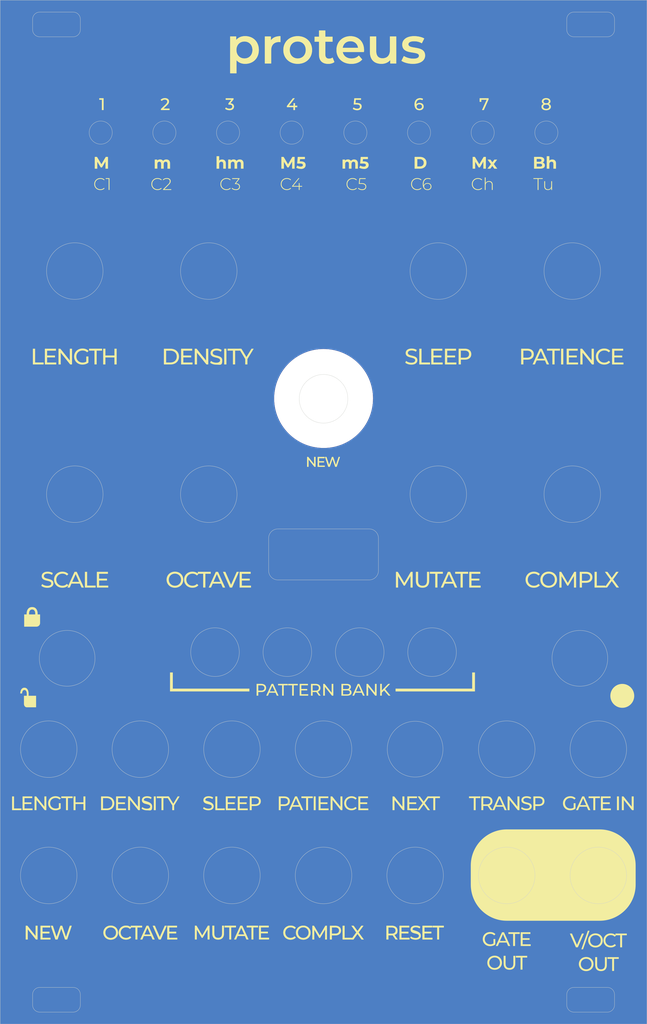
<source format=kicad_pcb>
(kicad_pcb (version 20240108) (generator "pcbnew") (generator_version "8.0")
  (layers (0 "F.Cu" signal) (31 "B.Cu" signal) (34 "B.Paste" user) (35 "F.Paste" user) (36 "B.SilkS" user "B.Silkscreen") (37 "F.SilkS" user "F.Silkscreen") (38 "B.Mask" user) (39 "F.Mask" user) (44 "Edge.Cuts" user))
  (net 0 "")
  (gr_poly (pts (xy 101.279999 148.499649) (xy 20 148.499649) (xy 20 70.008679) (xy 54.430788 70.008679) (xy 54.439493 70.324873) (xy 54.463911 70.637268) (xy 54.503672 70.945455) (xy 54.558407 71.249021) (xy 54.627745 71.547557) (xy 54.711316 71.840652) (xy 54.808749 72.127894) (xy 54.919675 72.408873) (xy 55.043724 72.683178) (xy 55.180526 72.950398) (xy 55.329709 73.210122) (xy 55.490905 73.46194) (xy 55.663743 73.705441) (xy 55.847853 73.940214) (xy 56.042864 74.165847) (xy 56.248408 74.381931) (xy 56.464112 74.588054) (xy 56.689609 74.783806) (xy 56.924526 74.968776) (xy 57.168495 75.142552) (xy 57.421144 75.304724) (xy 57.682105 75.454882) (xy 57.951006 75.592614) (xy 58.227478 75.71751) (xy 58.51115 75.829158) (xy 58.801652 75.927148) (xy 59.098615 76.01107) (xy 59.401668 76.080511) (xy 59.710441 76.135062) (xy 60.024564 76.174312) (xy 60.343666 76.197849) (xy 60.663247 76.205548) (xy 60.979441 76.197144) (xy 61.291837 76.173006) (xy 61.600024 76.133507) (xy 61.90359 76.079016) (xy 62.202126 76.009905) (xy 62.495221 75.926544) (xy 62.782463 75.829304) (xy 63.063442 75.718556) (xy 63.337747 75.59467) (xy 63.604967 75.458018) (xy 63.864692 75.30897) (xy 64.11651 75.147897) (xy 64.36001 74.97517) (xy 64.594783 74.791159) (xy 64.820416 74.596235) (xy 65.0365 74.39077) (xy 65.242623 74.175133) (xy 65.438375 73.949696) (xy 65.623344 73.714829) (xy 65.797121 73.470903) (xy 65.959293 73.218289) (xy 66.10945 72.957358) (xy 66.247182 72.68848) (xy 66.372078 72.412027) (xy 66.483726 72.128368) (xy 66.581716 71.837875) (xy 66.665638 71.540919) (xy 66.735079 71.23787) (xy 66.78963 70.9291) (xy 66.82888 70.614978) (xy 66.852417 70.295875) (xy 66.860117 69.975984) (xy 66.851713 69.659519) (xy 66.827576 69.34689) (xy 66.788077 69.038505) (xy 66.733586 68.734774) (xy 66.664475 68.436105) (xy 66.581115 68.142908) (xy 66.483875 67.85559) (xy 66.373127 67.574562) (xy 66.249242 67.300232) (xy 66.112589 67.033008) (xy 65.963541 66.7733) (xy 65.802468 66.521517) (xy 65.629741 66.278067) (xy 65.44573 66.04336) (xy 65.250806 65.817804) (xy 65.045341 65.601808) (xy 64.829704 65.395781) (xy 64.604266 65.200132) (xy 64.369399 65.01527) (xy 64.125474 64.841603) (xy 63.87286 64.679541) (xy 63.611928 64.529492) (xy 63.343051 64.391866) (xy 63.066597 64.267071) (xy 62.782939 64.155517) (xy 62.492446 64.057611) (xy 62.19549 63.973763) (xy 61.892441 63.904382) (xy 61.583671 63.849877) (xy 61.269549 63.810656) (xy 60.950447 63.787128) (xy 60.630555 63.779429) (xy 60.31409 63.787833) (xy 60.001458 63.81197) (xy 59.69307 63.851469) (xy 59.389332 63.905959) (xy 59.090653 63.97507) (xy 58.797442 64.05843) (xy 58.510106 64.15567) (xy 58.229054 64.266418) (xy 57.954695 64.390303) (xy 57.687435 64.526955) (xy 57.427685 64.676003) (xy 57.175851 64.837076) (xy 56.932342 65.009803) (xy 56.697566 65.193814) (xy 56.471932 65.388738) (xy 56.255848 65.594203) (xy 56.049722 65.80984) (xy 55.853962 66.035277) (xy 55.668977 66.270144) (xy 55.495174 66.51407) (xy 55.332963 66.766684) (xy 55.182751 67.027615) (xy 55.044946 67.296493) (xy 54.919957 67.572947) (xy 54.808192 67.856605) (xy 54.710059 68.147098) (xy 54.625967 68.444054) (xy 54.556323 68.747103) (xy 54.501537 69.055874) (xy 54.462015 69.369996) (xy 54.438168 69.689098) (xy 54.430788 70.008679) (xy 20 70.008679) (xy 20 20.000347) (xy 101.279999 20.000347)) (stroke (width -0.000001)) (fill solid) (layer "F.Cu"))
  (gr_poly (pts (xy 101.279999 148.499649) (xy 20 148.499649) (xy 20 70.008679) (xy 54.430788 70.008679) (xy 54.439493 70.324873) (xy 54.463911 70.637268) (xy 54.503672 70.945455) (xy 54.558407 71.249021) (xy 54.627745 71.547557) (xy 54.711316 71.840652) (xy 54.808749 72.127894) (xy 54.919675 72.408873) (xy 55.043724 72.683178) (xy 55.180526 72.950398) (xy 55.329709 73.210122) (xy 55.490905 73.46194) (xy 55.663743 73.705441) (xy 55.847853 73.940214) (xy 56.042864 74.165847) (xy 56.248408 74.381931) (xy 56.464112 74.588054) (xy 56.689609 74.783806) (xy 56.924526 74.968776) (xy 57.168495 75.142552) (xy 57.421144 75.304724) (xy 57.682105 75.454882) (xy 57.951006 75.592614) (xy 58.227478 75.71751) (xy 58.51115 75.829158) (xy 58.801652 75.927148) (xy 59.098615 76.01107) (xy 59.401668 76.080511) (xy 59.710441 76.135062) (xy 60.024564 76.174312) (xy 60.343666 76.197849) (xy 60.663247 76.205548) (xy 60.979441 76.197144) (xy 61.291837 76.173006) (xy 61.600024 76.133507) (xy 61.90359 76.079016) (xy 62.202126 76.009905) (xy 62.495221 75.926544) (xy 62.782463 75.829304) (xy 63.063442 75.718556) (xy 63.337747 75.59467) (xy 63.604967 75.458018) (xy 63.864692 75.30897) (xy 64.11651 75.147897) (xy 64.36001 74.97517) (xy 64.594783 74.791159) (xy 64.820416 74.596235) (xy 65.0365 74.39077) (xy 65.242623 74.175133) (xy 65.438375 73.949696) (xy 65.623344 73.714829) (xy 65.797121 73.470903) (xy 65.959293 73.218289) (xy 66.10945 72.957358) (xy 66.247182 72.68848) (xy 66.372078 72.412027) (xy 66.483726 72.128368) (xy 66.581716 71.837875) (xy 66.665638 71.540919) (xy 66.735079 71.23787) (xy 66.78963 70.9291) (xy 66.82888 70.614978) (xy 66.852417 70.295875) (xy 66.860117 69.975984) (xy 66.851713 69.659519) (xy 66.827576 69.34689) (xy 66.788077 69.038505) (xy 66.733586 68.734774) (xy 66.664475 68.436105) (xy 66.581115 68.142908) (xy 66.483875 67.85559) (xy 66.373127 67.574562) (xy 66.249242 67.300232) (xy 66.112589 67.033008) (xy 65.963541 66.7733) (xy 65.802468 66.521517) (xy 65.629741 66.278067) (xy 65.44573 66.04336) (xy 65.250806 65.817804) (xy 65.045341 65.601808) (xy 64.829704 65.395781) (xy 64.604266 65.200132) (xy 64.369399 65.01527) (xy 64.125474 64.841603) (xy 63.87286 64.679541) (xy 63.611928 64.529492) (xy 63.343051 64.391866) (xy 63.066597 64.267071) (xy 62.782939 64.155517) (xy 62.492446 64.057611) (xy 62.19549 63.973763) (xy 61.892441 63.904382) (xy 61.583671 63.849877) (xy 61.269549 63.810656) (xy 60.950447 63.787128) (xy 60.630555 63.779429) (xy 60.31409 63.787833) (xy 60.001458 63.81197) (xy 59.69307 63.851469) (xy 59.389332 63.905959) (xy 59.090653 63.97507) (xy 58.797442 64.05843) (xy 58.510106 64.15567) (xy 58.229054 64.266418) (xy 57.954695 64.390303) (xy 57.687435 64.526955) (xy 57.427685 64.676003) (xy 57.175851 64.837076) (xy 56.932342 65.009803) (xy 56.697566 65.193814) (xy 56.471932 65.388738) (xy 56.255848 65.594203) (xy 56.049722 65.80984) (xy 55.853962 66.035277) (xy 55.668977 66.270144) (xy 55.495174 66.51407) (xy 55.332963 66.766684) (xy 55.182751 67.027615) (xy 55.044946 67.296493) (xy 54.919957 67.572947) (xy 54.808192 67.856605) (xy 54.710059 68.147098) (xy 54.625967 68.444054) (xy 54.556323 68.747103) (xy 54.501537 69.055874) (xy 54.462015 69.369996) (xy 54.438168 69.689098) (xy 54.430788 70.008679) (xy 20 70.008679) (xy 20 20.000347) (xy 101.279999 20.000347)) (stroke (width -0.000001)) (fill solid) (layer "B.Cu"))
  (gr_poly (pts (xy 32.597694 43.834013) (xy 32.594167 43.834013) (xy 32.596501 43.833989)) (stroke (width -0.000001)) (fill solid) (layer "F.SilkS"))
  (gr_poly (pts (xy 27.013223 63.991734) (xy 25.901973 63.991734) (xy 25.901973 64.598511) (xy 26.893278 64.598511) (xy 26.893278 64.838398) (xy 25.901973 64.838398) (xy 25.901973 65.476929) (xy 27.052028 65.476929) (xy 27.052028 65.720348) (xy 25.61975 65.720348) (xy 25.61975 63.744789) (xy 27.013223 63.744789)) (stroke (width -0.000001)) (fill solid) (layer "F.SilkS"))
  (gr_poly (pts (xy 63.61275 105.80817) (xy 63.671401 105.813165) (xy 63.72632 105.821394) (xy 63.777462 105.832781) (xy 63.82478 105.847248) (xy 63.868227 105.864717) (xy 63.888484 105.874553) (xy 63.907756 105.885111) (xy 63.926038 105.896381) (xy 63.943323 105.908353) (xy 63.959605 105.921017) (xy 63.974879 105.934364) (xy 63.989138 105.948385) (xy 64.002378 105.963068) (xy 64.014592 105.978406) (xy 64.025775 105.994387) (xy 64.03592 106.011003) (xy 64.045021 106.028243) (xy 64.053074 106.046099) (xy 64.060072 106.06456) (xy 64.066009 106.083616) (xy 64.07088 106.103258) (xy 64.074679 106.123477) (xy 64.077399 106.144262) (xy 64.079035 106.165603) (xy 64.079582 106.187492) (xy 64.078643 106.2173) (xy 64.075868 106.245873) (xy 64.071327 106.273215) (xy 64.065085 106.299333) (xy 64.057211 106.324232) (xy 64.04777 106.347916) (xy 64.036831 106.370391) (xy 64.024461 106.391662) (xy 64.010726 106.411734) (xy 63.995694 106.430612) (xy 63.979433 106.448302) (xy 63.962008 106.464808) (xy 63.943488 106.480136) (xy 63.92394 106.494292) (xy 63.90343 106.507279) (xy 63.882027 106.519104) (xy 63.91248 106.528651) (xy 63.927215 106.534132) (xy 63.941606 106.54008) (xy 63.955644 106.546492) (xy 63.969316 106.553368) (xy 63.982612 106.560703) (xy 63.995522 106.568495) (xy 64.008034 106.576743) (xy 64.020136 106.585442) (xy 64.031819 106.594591) (xy 64.043071 106.604186) (xy 64.053881 106.614226) (xy 64.064239 106.624708) (xy 64.074132 106.635629) (xy 64.083551 106.646987) (xy 64.092484 106.658779) (xy 64.10092 106.671002) (xy 64.108849 106.683654) (xy 64.116259 106.696732) (xy 64.123139 106.710235) (xy 64.129478 106.724158) (xy 64.135266 106.7385) (xy 64.140491 106.753258) (xy 64.145143 106.768429) (xy 64.14921 106.784011) (xy 64.152681 106.800001) (xy 64.155546 106.816397) (xy 64.157794 106.833196) (xy 64.159413 106.850396) (xy 64.160392 106.867993) (xy 64.160721 106.885986) (xy 64.160721 106.889519) (xy 64.160153 106.91301) (xy 64.158451 106.935853) (xy 64.155617 106.958043) (xy 64.151653 106.979573) (xy 64.146564 107.000436) (xy 64.14035 107.020627) (xy 64.133015 107.040137) (xy 64.124561 107.058962) (xy 64.114991 107.077094) (xy 64.104308 107.094528) (xy 64.092513 107.111256) (xy 64.07961 107.127272) (xy 64.065601 107.14257) (xy 64.050489 107.157143) (xy 64.034276 107.170985) (xy 64.016964 107.18409) (xy 63.998558 107.19645) (xy 63.979058 107.208059) (xy 63.958468 107.218912) (xy 63.93679 107.229001) (xy 63.914027 107.23832) (xy 63.890182 107.246863) (xy 63.865256 107.254622) (xy 63.839253 107.261593) (xy 63.812175 107.267767) (xy 63.784025 107.273139) (xy 63.754805 107.277703) (xy 63.724518 107.281451) (xy 63.693167 107.284377) (xy 63.660753 107.286476) (xy 63.62728 107.28774) (xy 63.592751 107.288162) (xy 62.887196 107.288162) (xy 62.887196 107.11882) (xy 63.095333 107.11882) (xy 63.582169 107.11882) (xy 63.6252 107.117946) (xy 63.665642 107.115299) (xy 63.70347 107.110843) (xy 63.738657 107.104543) (xy 63.771178 107.096361) (xy 63.801006 107.086262) (xy 63.814902 107.080483) (xy 63.828116 107.07421) (xy 63.840643 107.06744) (xy 63.852482 107.060168) (xy 63.863628 107.05239) (xy 63.874078 107.044101) (xy 63.883829 107.035296) (xy 63.892879 107.025971) (xy 63.901222 107.016122) (xy 63.908858 107.005744) (xy 63.915781 106.994832) (xy 63.921989 106.983383) (xy 63.927479 106.97139) (xy 63.932248 106.958851) (xy 63.936292 106.94576) (xy 63.939608 106.932112) (xy 63.942192 106.917905) (xy 63.944042 106.903132) (xy 63.945155 106.887789) (xy 63.945526 106.871872) (xy 63.945155 106.855955) (xy 63.944042 106.840612) (xy 63.942192 106.825839) (xy 63.939608 106.811632) (xy 63.936292 106.797985) (xy 63.932248 106.784894) (xy 63.927479 106.772355) (xy 63.921989 106.760363) (xy 63.915781 106.748913) (xy 63.908858 106.738002) (xy 63.901222 106.727624) (xy 63.892879 106.717775) (xy 63.883829 106.708451) (xy 63.874078 106.699646) (xy 63.863628 106.691357) (xy 63.852482 106.683579) (xy 63.840643 106.676308) (xy 63.828116 106.669538) (xy 63.814902 106.663266) (xy 63.801006 106.657487) (xy 63.78643 106.652196) (xy 63.771178 106.647389) (xy 63.755252 106.643061) (xy 63.738657 106.639207) (xy 63.721395 106.635825) (xy 63.70347 106.632907) (xy 63.684885 106.630451) (xy 63.665642 106.628452) (xy 63.6252 106.625806) (xy 63.582169 106.624931) (xy 63.095333 106.624931) (xy 63.095333 107.11882) (xy 62.887196 107.11882) (xy 62.887196 106.452065) (xy 63.098862 106.452065) (xy 63.53278 106.452065) (xy 63.572046 106.451115) (xy 63.609116 106.448275) (xy 63.643943 106.443554) (xy 63.676481 106.436962) (xy 63.706684 106.428511) (xy 63.734503 106.418209) (xy 63.747505 106.412367) (xy 63.759894 106.406067) (xy 63.771665 106.39931) (xy 63.78281 106.392097) (xy 63.793325 106.384428) (xy 63.803204 106.376307) (xy 63.812441 106.367733) (xy 63.82103 106.358708) (xy 63.828965 106.349234) (xy 63.836241 106.339312) (xy 63.842851 106.328942) (xy 63.84879 106.318127) (xy 63.854052 106.306867) (xy 63.858632 106.295164) (xy 63.862523 106.28302) (xy 63.865719 106.270434) (xy 63.868215 106.25741) (xy 63.870006 106.243947) (xy 63.871084 106.230048) (xy 63.871445 106.215714) (xy 63.871084 106.201378) (xy 63.870006 106.187478) (xy 63.868215 106.174015) (xy 63.865719 106.16099) (xy 63.862523 106.148404) (xy 63.858632 106.136258) (xy 63.854052 106.124555) (xy 63.84879 106.113295) (xy 63.842851 106.102479) (xy 63.836241 106.092108) (xy 63.828965 106.082185) (xy 63.82103 106.07271) (xy 63.812441 106.063685) (xy 63.803204 106.055111) (xy 63.793325 106.046989) (xy 63.78281 106.03932) (xy 63.771665 106.032106) (xy 63.759894 106.025348) (xy 63.747505 106.019048) (xy 63.734503 106.013206) (xy 63.720894 106.007824) (xy 63.706684 106.002903) (xy 63.691877 105.998445) (xy 63.676481 105.994451) (xy 63.660501 105.990921) (xy 63.643943 105.987858) (xy 63.626813 105.985263) (xy 63.609116 105.983137) (xy 63.590859 105.981481) (xy 63.572046 105.980296) (xy 63.552685 105.979585) (xy 63.53278 105.979347) (xy 63.098862 105.979347) (xy 63.098862 106.452065) (xy 62.887196 106.452065) (xy 62.887196 105.806488) (xy 63.550415 105.806488)) (stroke (width -0.000001)) (fill solid) (layer "F.SilkS"))
  (gr_poly (pts (xy 62.139278 136.163298) (xy 62.166971 136.16416) (xy 62.194157 136.165591) (xy 62.220831 136.167585) (xy 62.246989 136.170137) (xy 62.272625 136.173243) (xy 62.297734 136.176896) (xy 62.32231 136.181091) (xy 62.346349 136.185825) (xy 62.369845 136.19109) (xy 62.392794 136.196883) (xy 62.415189 136.203198) (xy 62.437026 136.210029) (xy 62.4583 136.217373) (xy 62.479006 136.225223) (xy 62.499138 136.233574) (xy 62.518732 136.243043) (xy 62.53782 136.252936) (xy 62.556391 136.263263) (xy 62.574435 136.274034) (xy 62.591941 136.285259) (xy 62.6089 136.29695) (xy 62.6253 136.309115) (xy 62.641132 136.321767) (xy 62.656386 136.334914) (xy 62.67105 136.348569) (xy 62.685114 136.36274) (xy 62.698569 136.377438) (xy 62.711403 136.392674) (xy 62.723607 136.408458) (xy 62.73517 136.4248) (xy 62.746082 136.441711) (xy 62.756375 136.459076) (xy 62.766078 136.476782) (xy 62.775182 136.494839) (xy 62.783676 136.513258) (xy 62.79155 136.53205) (xy 62.798793 136.551223) (xy 62.805396 136.57079) (xy 62.811347 136.590759) (xy 62.816637 136.611142) (xy 62.821256 136.631949) (xy 62.825192 136.65319) (xy 62.828435 136.674875) (xy 62.830976 136.697015) (xy 62.832804 136.71962) (xy 62.833908 136.7427) (xy 62.834278 136.766266) (xy 62.833946 136.789832) (xy 62.832948 136.812908) (xy 62.831278 136.835497) (xy 62.828931 136.857606) (xy 62.825902 136.879239) (xy 62.822185 136.900402) (xy 62.817776 136.9211) (xy 62.812669 136.941338) (xy 62.80686 136.96112) (xy 62.800342 136.980453) (xy 62.793112 136.999342) (xy 62.785163 137.017791) (xy 62.776491 137.035805) (xy 62.76709 137.053391) (xy 62.756956 137.070553) (xy 62.746082 137.087296) (xy 62.73517 137.103625) (xy 62.723606 137.119536) (xy 62.711402 137.135023) (xy 62.698567 137.150081) (xy 62.685112 137.164705) (xy 62.671048 137.17889) (xy 62.656384 137.19263) (xy 62.641131 137.205921) (xy 62.625299 137.218757) (xy 62.608899 137.231133) (xy 62.591941 137.243043) (xy 62.574434 137.254483) (xy 62.556391 137.265447) (xy 62.53782 137.27593) (xy 62.518732 137.285927) (xy 62.499138 137.295433) (xy 62.479006 137.304406) (xy 62.4583 137.3128) (xy 62.437026 137.320614) (xy 62.415189 137.327849) (xy 62.392794 137.334505) (xy 62.369845 137.340582) (xy 62.346349 137.34608) (xy 62.32231 137.350999) (xy 62.297734 137.355339) (xy 62.272625 137.3591) (xy 62.246989 137.362283) (xy 62.220831 137.364886) (xy 62.194157 137.366911) (xy 62.166971 137.368357) (xy 62.139278 137.369225) (xy 62.111084 137.369514) (xy 61.680695 137.369514) (xy 61.680695 137.891632) (xy 61.43375 137.891632) (xy 61.437279 137.891617) (xy 61.437279 137.150787) (xy 61.684223 137.150787) (xy 62.104031 137.150787) (xy 62.133341 137.150375) (xy 62.161742 137.14914) (xy 62.189234 137.147089) (xy 62.215816 137.144227) (xy 62.241489 137.140558) (xy 62.266253 137.136088) (xy 62.290106 137.130823) (xy 62.313051 137.124766) (xy 62.335086 137.117925) (xy 62.356211 137.110303) (xy 62.376427 137.101906) (xy 62.395733 137.092739) (xy 62.41413 137.082808) (xy 62.431617 137.072117) (xy 62.448195 137.060671) (xy 62.463863 137.048477) (xy 62.478621 137.035578) (xy 62.492463 137.022018) (xy 62.505386 137.007796) (xy 62.517384 136.992913) (xy 62.528452 136.977369) (xy 62.538585 136.961163) (xy 62.547777 136.944296) (xy 62.556024 136.926767) (xy 62.56332 136.908577) (xy 62.56966 136.889726) (xy 62.575039 136.870213) (xy 62.579451 136.850039) (xy 62.582892 136.829203) (xy 62.585356 136.807705) (xy 62.586838 136.785546) (xy 62.587334 136.762726) (xy 62.586838 136.739905) (xy 62.585356 136.717746) (xy 62.582892 136.696249) (xy 62.579451 136.675413) (xy 62.575039 136.655239) (xy 62.56966 136.635726) (xy 62.56332 136.616874) (xy 62.556024 136.598684) (xy 62.547777 136.581156) (xy 62.538585 136.564289) (xy 62.528452 136.548083) (xy 62.517384 136.532539) (xy 62.505386 136.517656) (xy 62.492463 136.503434) (xy 62.478621 136.489874) (xy 62.463863 136.476974) (xy 62.448195 136.46478) (xy 62.431617 136.453335) (xy 62.41413 136.442645) (xy 62.395733 136.432714) (xy 62.376427 136.423548) (xy 62.356211 136.415151) (xy 62.335086 136.40753) (xy 62.313051 136.400689) (xy 62.290106 136.394634) (xy 62.266253 136.389369) (xy 62.241489 136.3849) (xy 62.215816 136.381231) (xy 62.189234 136.378369) (xy 62.161742 136.376319) (xy 62.133341 136.375084) (xy 62.104031 136.374672) (xy 61.684223 136.374672) (xy 61.684223 137.150787) (xy 61.437279 137.150787) (xy 61.437279 136.16301) (xy 62.111084 136.16301)) (stroke (width -0.000001)) (fill solid) (layer "F.SilkS"))
  (gr_poly (pts (xy 81.376278 32.460458) (xy 80.776554 33.797486) (xy 80.554302 33.797486) (xy 81.139915 32.499264) (xy 80.462582 32.499264) (xy 80.462582 32.763847) (xy 80.257973 32.763847) (xy 80.257973 32.31582) (xy 81.376278 32.31582)) (stroke (width -0.000001)) (fill solid) (layer "F.SilkS"))
  (gr_poly (pts (xy 50.879074 24.517898) (xy 50.969614 24.523846) (xy 51.058453 24.533687) (xy 51.145504 24.547364) (xy 51.230683 24.564818) (xy 51.313901 24.585992) (xy 51.395075 24.610827) (xy 51.474118 24.639265) (xy 51.550944 24.671248) (xy 51.625467 24.706718) (xy 51.697601 24.745617) (xy 51.767261 24.787886) (xy 51.83436 24.833468) (xy 51.898813 24.882304) (xy 51.960533 24.934337) (xy 52.019435 24.989507) (xy 52.075432 25.047758) (xy 52.12844 25.10903) (xy 52.178372 25.173265) (xy 52.225141 25.240407) (xy 52.268663 25.310395) (xy 52.308851 25.383173) (xy 52.345619 25.458682) (xy 52.378882 25.536864) (xy 52.408553 25.617661) (xy 52.434547 25.701014) (xy 52.456777 25.786866) (xy 52.475158 25.875159) (xy 52.489604 25.965833) (xy 52.500029 26.058832) (xy 52.506347 26.154097) (xy 52.508472 26.25157) (xy 52.508472 26.255097) (xy 52.506347 26.35289) (xy 52.500029 26.448456) (xy 52.489604 26.541735) (xy 52.475158 26.632673) (xy 52.456777 26.721209) (xy 52.434547 26.807288) (xy 52.408553 26.890852) (xy 52.378882 26.971842) (xy 52.345619 27.050203) (xy 52.308851 27.125875) (xy 52.268663 27.198802) (xy 52.225141 27.268927) (xy 52.178372 27.336191) (xy 52.12844 27.400537) (xy 52.075432 27.461908) (xy 52.019435 27.520247) (xy 51.960533 27.575495) (xy 51.898813 27.627595) (xy 51.83436 27.67649) (xy 51.767261 27.722122) (xy 51.697601 27.764434) (xy 51.625467 27.803369) (xy 51.550944 27.838868) (xy 51.474118 27.870875) (xy 51.395075 27.899331) (xy 51.313901 27.92418) (xy 51.230683 27.945363) (xy 51.145504 27.962824) (xy 51.058453 27.976505) (xy 50.969614 27.986348) (xy 50.879074 27.992296) (xy 50.786919 27.994292) (xy 50.706813 27.992591) (xy 50.627948 27.987464) (xy 50.550406 27.978874) (xy 50.474269 27.966786) (xy 50.399621 27.951163) (xy 50.326543 27.93197) (xy 50.255119 27.909169) (xy 50.185432 27.882726) (xy 50.117563 27.852603) (xy 50.051596 27.818764) (xy 49.987614 27.781174) (xy 49.925699 27.739796) (xy 49.865933 27.694593) (xy 49.8084 27.645531) (xy 49.753182 27.592572) (xy 49.700361 27.535681) (xy 49.700361 29.179626) (xy 48.906612 29.179626) (xy 48.906612 26.255097) (xy 49.693308 26.255097) (xy 49.69458 26.315253) (xy 49.69836 26.373992) (xy 49.704592 26.431282) (xy 49.71322 26.48709) (xy 49.72419 26.541383) (xy 49.737445 26.594131) (xy 49.752929 26.645299) (xy 49.770588 26.694857) (xy 49.790366 26.742771) (xy 49.812206 26.789009) (xy 49.836055 26.83354) (xy 49.861855 26.876331) (xy 49.889552 26.917348) (xy 49.91909 26.956562) (xy 49.950414 26.993938) (xy 49.983467 27.029444) (xy 50.018194 27.063049) (xy 50.054541 27.09472) (xy 50.09245 27.124425) (xy 50.131868 27.152131) (xy 50.172737 27.177806) (xy 50.215003 27.201418) (xy 50.25861 27.222935) (xy 50.303502 27.242324) (xy 50.349624 27.259553) (xy 50.396921 27.274589) (xy 50.445336 27.287401) (xy 50.494815 27.297955) (xy 50.545302 27.306221) (xy 50.59674 27.312165) (xy 50.649075 27.315755) (xy 50.702251 27.316958) (xy 50.755408 27.315755) (xy 50.807684 27.312165) (xy 50.859027 27.306221) (xy 50.909385 27.297955) (xy 50.958704 27.287401) (xy 51.006931 27.274589) (xy 51.054014 27.259553) (xy 51.099899 27.242324) (xy 51.144534 27.222935) (xy 51.187865 27.201418) (xy 51.229839 27.177806) (xy 51.270404 27.152131) (xy 51.309506 27.124425) (xy 51.347093 27.09472) (xy 51.383112 27.063049) (xy 51.417509 27.029444) (xy 51.450232 26.993938) (xy 51.481228 26.956562) (xy 51.510443 26.917348) (xy 51.537825 26.876331) (xy 51.563321 26.83354) (xy 51.586878 26.789009) (xy 51.608443 26.742771) (xy 51.627962 26.694857) (xy 51.645384 26.645299) (xy 51.660654 26.594131) (xy 51.673721 26.541383) (xy 51.68453 26.48709) (xy 51.69303 26.431282) (xy 51.699167 26.373992) (xy 51.702888 26.315253) (xy 51.70414 26.255097) (xy 51.702888 26.194941) (xy 51.699167 26.136202) (xy 51.69303 26.078912) (xy 51.68453 26.023104) (xy 51.673721 25.968811) (xy 51.660654 25.916063) (xy 51.645383 25.864895) (xy 51.627962 25.815338) (xy 51.608442 25.767423) (xy 51.586877 25.721185) (xy 51.56332 25.676654) (xy 51.537824 25.633864) (xy 51.510442 25.592846) (xy 51.481226 25.553633) (xy 51.450231 25.516257) (xy 51.417508 25.48075) (xy 51.38311 25.447145) (xy 51.347092 25.415474) (xy 51.309505 25.385769) (xy 51.270402 25.358063) (xy 51.229837 25.332388) (xy 51.187863 25.308776) (xy 51.144532 25.287259) (xy 51.099898 25.26787) (xy 51.054013 25.250642) (xy 51.00693 25.235605) (xy 50.958703 25.222794) (xy 50.909384 25.212239) (xy 50.859026 25.203974) (xy 50.807683 25.19803) (xy 50.755407 25.19444) (xy 50.702251 25.193236) (xy 50.649076 25.19444) (xy 50.596741 25.19803) (xy 50.545302 25.203974) (xy 50.494816 25.212239) (xy 50.445338 25.222794) (xy 50.396922 25.235605) (xy 50.349626 25.250642) (xy 50.303504 25.26787) (xy 50.258611 25.287259) (xy 50.215005 25.308776) (xy 50.172739 25.332388) (xy 50.131869 25.358063) (xy 50.092452 25.385769) (xy 50.054542 25.415474) (xy 50.018196 25.447145) (xy 49.983468 25.48075) (xy 49.950415 25.516257) (xy 49.919091 25.553633) (xy 49.889553 25.592846) (xy 49.861856 25.633864) (xy 49.836056 25.676654) (xy 49.812207 25.721185) (xy 49.790366 25.767423) (xy 49.770589 25.815338) (xy 49.75293 25.864895) (xy 49.737445 25.916063) (xy 49.72419 25.968811) (xy 49.713221 26.023104) (xy 49.704592 26.078912) (xy 49.69836 26.136202) (xy 49.69458 26.194941) (xy 49.693308 26.255097) (xy 48.906612 26.255097) (xy 48.906612 24.554708) (xy 49.661556 24.554708) (xy 49.661556 24.999209) (xy 49.713262 24.940296) (xy 49.76779 24.885259) (xy 49.825066 24.834087) (xy 49.885019 24.78677) (xy 49.947577 24.743298) (xy 50.012667 24.703661) (xy 50.080217 24.667847) (xy 50.150154 24.635848) (xy 50.222406 24.607651) (xy 50.296901 24.583248) (xy 50.373567 24.562627) (xy 50.45233 24.545779) (xy 50.53312 24.532693) (xy 50.615862 24.523358) (xy 50.700486 24.517765) (xy 50.786919 24.515903)) (stroke (width -0.000001)) (fill solid) (layer "F.SilkS"))
  (gr_poly (pts (xy 27.376583 120.781898) (xy 27.373055 120.781898) (xy 27.376583 120.771301)) (stroke (width -0.000001)) (fill solid) (layer "F.SilkS"))
  (gr_poly (pts (xy 60.158083 137.375699) (xy 60.869305 136.16301) (xy 61.070389 136.16301) (xy 61.070389 137.891617) (xy 60.834026 137.891617) (xy 60.834026 136.626066) (xy 60.206085 137.683479) (xy 60.093197 137.683479) (xy 59.468781 136.642789) (xy 59.468781 137.891617) (xy 59.235947 137.891617) (xy 59.235947 136.16301) (xy 59.437027 136.16301)) (stroke (width -0.000001)) (fill solid) (layer "F.SilkS"))
  (gr_poly (pts (xy 39.776722 43.834013) (xy 39.773195 43.834013) (xy 39.775529 43.833989)) (stroke (width -0.000001)) (fill solid) (layer "F.SilkS"))
  (gr_poly (pts (xy 39.420416 137.891632) (xy 39.159361 137.891632) (xy 38.968861 137.45771) (xy 38.05164 137.45771) (xy 37.861139 137.891632) (xy 37.60714 137.891632) (xy 37.893238 137.260155) (xy 38.136305 137.260155) (xy 38.884193 137.260155) (xy 38.51025 136.41349) (xy 38.136305 137.260155) (xy 37.893238 137.260155) (xy 38.390306 136.163025) (xy 38.633722 136.163025)) (stroke (width -0.000001)) (fill solid) (layer "F.SilkS"))
  (gr_poly (pts (xy 81.009384 42.948148) (xy 81.013496 42.93995) (xy 81.021621 42.925119) (xy 81.030201 42.910762) (xy 81.039247 42.896876) (xy 81.048767 42.883454) (xy 81.058774 42.870493) (xy 81.069276 42.857987) (xy 81.080285 42.84593) (xy 81.09181 42.834317) (xy 81.103863 42.823144) (xy 81.116453 42.812405) (xy 81.129591 42.802094) (xy 81.143287 42.792208) (xy 81.157551 42.78274) (xy 81.172309 42.773769) (xy 81.187482 42.765376) (xy 81.203067 42.757563) (xy 81.219066 42.750328) (xy 81.235479 42.743672) (xy 81.252305 42.737595) (xy 81.269544 42.732097) (xy 81.287197 42.727177) (xy 81.305263 42.722836) (xy 81.323742 42.719074) (xy 81.342635 42.715891) (xy 81.361941 42.713287) (xy 81.38166 42.711261) (xy 81.401793 42.709814) (xy 81.422339 42.708946) (xy 81.443298 42.708656) (xy 81.446831 42.708654) (xy 81.463864 42.708861) (xy 81.480571 42.709481) (xy 81.496959 42.710515) (xy 81.513031 42.711962) (xy 81.528793 42.713822) (xy 81.54425 42.716096) (xy 81.559407 42.718783) (xy 81.57427 42.721884) (xy 81.588844 42.725398) (xy 81.603133 42.729325) (xy 81.617144 42.733666) (xy 81.630881 42.73842) (xy 81.644349 42.743588) (xy 81.657554 42.749169) (xy 81.6705 42.755164) (xy 81.683193 42.761572) (xy 81.695595 42.768392) (xy 81.70766 42.775621) (xy 81.719385 42.783252) (xy 81.730763 42.791282) (xy 81.741789 42.799704) (xy 81.75246 42.808514) (xy 81.762768 42.817706) (xy 81.772709 42.827276) (xy 81.782279 42.837218) (xy 81.791471 42.847526) (xy 81.800281 42.858197) (xy 81.808703 42.869224) (xy 81.816732 42.880602) (xy 81.824364 42.892327) (xy 81.831593 42.904392) (xy 81.838413 42.916794) (xy 81.845442 42.930189) (xy 81.85198 42.94392) (xy 81.858033 42.957993) (xy 81.863605 42.972411) (xy 81.868701 42.987181) (xy 81.873327 43.002308) (xy 81.877488 43.017796) (xy 81.881189 43.033652) (xy 81.884435 43.049879) (xy 81.887232 43.066484) (xy 81.889584 43.083471) (xy 81.891497 43.100845) (xy 81.892976 43.118613) (xy 81.894026 43.136778) (xy 81.894652 43.155346) (xy 81.894859 43.174322) (xy 81.894859 43.819906) (xy 81.789024 43.819906) (xy 81.789024 43.181379) (xy 81.788652 43.15856) (xy 81.787536 43.136408) (xy 81.785676 43.114927) (xy 81.783072 43.094123) (xy 81.779723 43.074001) (xy 81.775631 43.054566) (xy 81.770794 43.035824) (xy 81.765213 43.017779) (xy 81.758889 43.000437) (xy 81.751819 42.983803) (xy 81.744006 42.967882) (xy 81.735448 42.95268) (xy 81.726146 42.938201) (xy 81.7161 42.92445) (xy 81.70531 42.911434) (xy 81.693775 42.899157) (xy 81.681579 42.887583) (xy 81.668804 42.876681) (xy 81.655451 42.866461) (xy 81.641519 42.856934) (xy 81.627008 42.848109) (xy 81.611919 42.839998) (xy 81.596251 42.83261) (xy 81.580004 42.825955) (xy 81.563179 42.820045) (xy 81.545774 42.81489) (xy 81.527791 42.810499) (xy 81.509229 42.806883) (xy 81.490088 42.804053) (xy 81.470368 42.802019) (xy 81.450069 42.80079) (xy 81.429192 42.800379) (xy 81.4134 42.800586) (xy 81.397785 42.801206) (xy 81.382355 42.802239) (xy 81.367122 42.803686) (xy 81.352096 42.805547) (xy 81.337288 42.807821) (xy 81.322706 42.810508) (xy 81.308362 42.813609) (xy 81.294267 42.817123) (xy 81.28043 42.821051) (xy 81.266862 42.825391) (xy 81.253573 42.830146) (xy 81.240573 42.835313) (xy 81.227874 42.840894) (xy 81.215484 42.846889) (xy 81.203415 42.853296) (xy 81.191675 42.860076) (xy 81.180271 42.867187) (xy 81.169208 42.874629) (xy 81.158491 42.882401) (xy 81.148125 42.890504) (xy 81.138116 42.898937) (xy 81.128468 42.907702) (xy 81.119188 42.916797) (xy 81.110279 42.926222) (xy 81.101748 42.935979) (xy 81.093599 42.946066) (xy 81.085838 42.956484) (xy 81.07847 42.967233) (xy 81.071499 42.978312) (xy 81.064932 42.989722) (xy 81.058773 43.001463) (xy 81.052986 43.013534) (xy 81.047535 43.02593) (xy 81.042425 43.038647) (xy 81.037662 43.051678) (xy 81.033249 43.06502) (xy 81.029194 43.078667) (xy 81.0255 43.092614) (xy 81.022172 43.106855) (xy 81.019217 43.121386) (xy 81.01664 43.136201) (xy 81.014444 43.151294) (xy 81.012636 43.166662) (xy 81.011221 43.182298) (xy 81.010204 43.198198) (xy 81.00959 43.214357) (xy 81.009384 43.230768) (xy 81.009384 43.819906) (xy 80.903549 43.819906) (xy 80.903549 42.250046) (xy 81.009384 42.250046)) (stroke (width -0.000001)) (fill solid) (layer "F.SilkS"))
  (gr_poly (pts (xy 66.217411 39.949928) (xy 65.600381 39.949928) (xy 65.575018 40.235678) (xy 65.698826 40.235678) (xy 65.752914 40.236663) (xy 65.804108 40.239592) (xy 65.828646 40.241771) (xy 65.852491 40.244422) (xy 65.875654 40.247537) (xy 65.898145 40.251112) (xy 65.919975 40.255142) (xy 65.941154 40.259622) (xy 65.961691 40.264546) (xy 65.981599 40.269909) (xy 66.000886 40.275706) (xy 66.019563 40.281932) (xy 66.037641 40.288582) (xy 66.05513 40.29565) (xy 66.071417 40.303132) (xy 66.087203 40.311022) (xy 66.102483 40.319315) (xy 66.117251 40.328006) (xy 66.131503 40.33709) (xy 66.145232 40.346562) (xy 66.158435 40.356415) (xy 66.171105 40.366647) (xy 66.183238 40.37725) (xy 66.194829 40.38822) (xy 66.205871 40.399552) (xy 66.216361 40.41124) (xy 66.226292 40.42328) (xy 66.23566 40.435666) (xy 66.24446 40.448393) (xy 66.252686 40.461456) (xy 66.260335 40.474769) (xy 66.267416 40.488252) (xy 66.273939 40.501911) (xy 66.279915 40.51575) (xy 66.285353 40.529776) (xy 66.290263 40.543993) (xy 66.294658 40.558406) (xy 66.298545 40.573021) (xy 66.301937 40.587843) (xy 66.304843 40.602876) (xy 66.307273 40.618127) (xy 66.309239 40.6336) (xy 66.31075 40.6493) (xy 66.311816 40.665233) (xy 66.312448 40.681403) (xy 66.312656 40.697817) (xy 66.312407 40.714271) (xy 66.311657 40.730559) (xy 66.310401 40.746682) (xy 66.308632 40.762639) (xy 66.306347 40.778432) (xy 66.30354 40.794059) (xy 66.300206 40.80952) (xy 66.29634 40.824816) (xy 66.291936 40.839947) (xy 66.28699 40.854912) (xy 66.281496 40.869713) (xy 66.275449 40.884347) (xy 66.268844 40.898817) (xy 66.261675 40.913121) (xy 66.253939 40.927259) (xy 66.245628 40.941233) (xy 66.237363 40.954958) (xy 66.228451 40.968352) (xy 66.218909 40.981416) (xy 66.208752 40.994149) (xy 66.197996 41.006552) (xy 66.186655 41.018623) (xy 66.174746 41.030364) (xy 66.162283 41.041775) (xy 66.149284 41.052854) (xy 66.135762 41.063603) (xy 66.121734 41.074021) (xy 66.107215 41.084108) (xy 66.092221 41.093864) (xy 66.076766 41.10329) (xy 66.060868 41.112385) (xy 66.04454 41.121149) (xy 66.027053 41.129459) (xy 66.008988 41.137196) (xy 65.990343 41.144364) (xy 65.971119 41.150969) (xy 65.951317 41.157016) (xy 65.930936 41.16251) (xy 65.909976 41.167456) (xy 65.888437 41.17186) (xy 65.86632 41.175726) (xy 65.843623 41.17906) (xy 65.820348 41.181867) (xy 65.796494 41.184151) (xy 65.772061 41.18592) (xy 65.747049 41.187176) (xy 65.721459 41.187926) (xy 65.69529 41.188175) (xy 65.688248 41.177597) (xy 65.649884 41.176936) (xy 65.61152 41.174951) (xy 65.573155 41.171644) (xy 65.53479 41.167013) (xy 65.496425 41.16106) (xy 65.458061 41.153784) (xy 65.419696 41.145185) (xy 65.381332 41.135263) (xy 65.343789 41.124184) (xy 65.307857 41.112113) (xy 65.273496 41.099049) (xy 65.256892 41.092146) (xy 65.240664 41.084994) (xy 65.224809 41.077594) (xy 65.209321 41.069945) (xy 65.194194 41.062049) (xy 65.179424 41.053905) (xy 65.165006 41.045512) (xy 65.150933 41.036872) (xy 65.137202 41.027983) (xy 65.123806 41.018847) (xy 65.257858 40.75779) (xy 65.268565 40.765604) (xy 65.279515 40.773175) (xy 65.290702 40.780509) (xy 65.302122 40.78761) (xy 65.313769 40.794484) (xy 65.325638 40.801136) (xy 65.337725 40.80757) (xy 65.350023 40.813793) (xy 65.362528 40.819809) (xy 65.375234 40.825624) (xy 65.388137 40.831242) (xy 65.40123 40.836669) (xy 65.427971 40.846969) (xy 65.455414 40.856567) (xy 65.469306 40.861033) (xy 65.483203 40.865173) (xy 65.49711 40.868993) (xy 65.511032 40.872498) (xy 65.524975 40.875692) (xy 65.538944 40.878582) (xy 65.552944 40.881172) (xy 65.56698 40.883467) (xy 65.595182 40.887195) (xy 65.623589 40.889806) (xy 65.652245 40.891343) (xy 65.68119 40.891846) (xy 65.696899 40.89164) (xy 65.712267 40.891026) (xy 65.727282 40.890009) (xy 65.741937 40.888593) (xy 65.756218 40.886786) (xy 65.770118 40.88459) (xy 65.783624 40.882012) (xy 65.796728 40.879057) (xy 65.809418 40.87573) (xy 65.821684 40.872036) (xy 65.833516 40.867981) (xy 65.844903 40.863568) (xy 65.855836 40.858805) (xy 65.866304 40.853695) (xy 65.876297 40.848244) (xy 65.885803 40.842457) (xy 65.894774 40.835717) (xy 65.903167 40.828725) (xy 65.91098 40.821473) (xy 65.918215 40.813959) (xy 65.924871 40.806175) (xy 65.930948 40.798118) (xy 65.936447 40.789782) (xy 65.941367 40.781162) (xy 65.945708 40.772252) (xy 65.94947 40.763047) (xy 65.952653 40.753543) (xy 65.955258 40.743734) (xy 65.957284 40.733615) (xy 65.958731 40.723181) (xy 65.959599 40.712426) (xy 65.959888 40.701345) (xy 65.959765 40.69415) (xy 65.959399 40.68711) (xy 65.958796 40.680214) (xy 65.957959 40.673453) (xy 65.956896 40.666816) (xy 65.95561 40.660293) (xy 65.954107 40.653873) (xy 65.952393 40.647546) (xy 65.950471 40.641302) (xy 65.948348 40.63513) (xy 65.946029 40.62902) (xy 65.943518 40.622962) (xy 65.940822 40.616945) (xy 65.937944 40.610959) (xy 65.934891 40.604994) (xy 65.931667 40.599039) (xy 65.927572 40.59379) (xy 65.923213 40.588635) (xy 65.918575 40.583582) (xy 65.913642 40.578644) (xy 65.908399 40.573829) (xy 65.902831 40.569149) (xy 65.896922 40.564613) (xy 65.890656 40.560233) (xy 65.884018 40.556018) (xy 65.876993 40.551978) (xy 65.869564 40.548125) (xy 65.861717 40.544468) (xy 65.853436 40.541018) (xy 65.844705 40.537785) (xy 65.835509 40.534779) (xy 65.825832 40.532011) (xy 65.805305 40.526899) (xy 65.783332 40.5222) (xy 65.759787 40.517997) (xy 65.734549 40.514373) (xy 65.707491 40.51141) (xy 65.67849 40.509191) (xy 65.663222 40.508387) (xy 65.647422 40.507799) (xy 65.631074 40.507439) (xy 65.614162 40.507317) (xy 65.236687 40.507317) (xy 65.314301 39.674761) (xy 66.217411 39.674761)) (stroke (width -0.000001)) (fill solid) (layer "F.SilkS"))
  (gr_poly (pts (xy 49.326416 32.463985) (xy 48.93836 32.943764) (xy 48.992226 32.95065) (xy 49.017884 32.955268) (xy 49.042691 32.960652) (xy 49.066646 32.966787) (xy 49.089746 32.973661) (xy 49.111991 32.98126) (xy 49.13338 32.98957) (xy 49.153911 32.998577) (xy 49.173582 33.008269) (xy 49.192394 33.018631) (xy 49.210343 33.02965) (xy 49.22743 33.041312) (xy 49.243652 33.053605) (xy 49.259009 33.066513) (xy 49.273499 33.080024) (xy 49.28712 33.094124) (xy 49.299872 33.1088) (xy 49.311754 33.124038) (xy 49.322763 33.139824) (xy 49.332899 33.156145) (xy 49.342161 33.172987) (xy 49.350546 33.190337) (xy 49.358055 33.208181) (xy 49.364684 33.226506) (xy 49.370434 33.245298) (xy 49.375303 33.264543) (xy 49.37929 33.284228) (xy 49.382393 33.30434) (xy 49.384611 33.324864) (xy 49.385943 33.345788) (xy 49.386387 33.367097) (xy 49.382862 33.360042) (xy 49.382324 33.383374) (xy 49.38071 33.406389) (xy 49.378016 33.42906) (xy 49.374243 33.451357) (xy 49.369386 33.473254) (xy 49.363445 33.494723) (xy 49.356417 33.515736) (xy 49.348301 33.536265) (xy 49.339095 33.556282) (xy 49.328796 33.57576) (xy 49.317403 33.594671) (xy 49.304914 33.612987) (xy 49.291327 33.630681) (xy 49.276639 33.647723) (xy 49.26085 33.664088) (xy 49.243957 33.679746) (xy 49.225957 33.694671) (xy 49.20685 33.708834) (xy 49.186634 33.722208) (xy 49.165305 33.734764) (xy 49.142863 33.746476) (xy 49.119306 33.757315) (xy 49.094631 33.767254) (xy 49.068836 33.776264) (xy 49.04192 33.784318) (xy 49.013881 33.791389) (xy 48.984716 33.797448) (xy 48.954425 33.802467) (xy 48.923004 33.80642) (xy 48.890452 33.809277) (xy 48.856767 33.811012) (xy 48.821947 33.811597) (xy 48.782321 33.810817) (xy 48.742896 33.808496) (xy 48.703792 33.804667) (xy 48.665126 33.79936) (xy 48.627019 33.792606) (xy 48.589589 33.784436) (xy 48.552954 33.774881) (xy 48.517235 33.763972) (xy 48.482548 33.75174) (xy 48.449014 33.738216) (xy 48.416752 33.723432) (xy 48.385879 33.707417) (xy 48.356516 33.690204) (xy 48.32878 33.671823) (xy 48.302791 33.652304) (xy 48.278667 33.63168) (xy 48.377445 33.465875) (xy 48.396739 33.482773) (xy 48.417532 33.49903) (xy 48.439752 33.514585) (xy 48.463325 33.529374) (xy 48.488179 33.543337) (xy 48.514243 33.556411) (xy 48.541444 33.568535) (xy 48.569709 33.579645) (xy 48.598966 33.589681) (xy 48.629144 33.598579) (xy 48.660168 33.606279) (xy 48.691968 33.612718) (xy 48.724471 33.617834) (xy 48.757604 33.621565) (xy 48.791295 33.623849) (xy 48.825472 33.624624) (xy 48.86602 33.623437) (xy 48.904289 33.619918) (xy 48.940232 33.614137) (xy 48.973804 33.606159) (xy 49.004957 33.596052) (xy 49.019612 33.590221) (xy 49.033645 33.583883) (xy 49.04705 33.577046) (xy 49.059821 33.569719) (xy 49.071953 33.56191) (xy 49.08344 33.553628) (xy 49.094276 33.54488) (xy 49.104454 33.535676) (xy 49.11397 33.526024) (xy 49.122817 33.515931) (xy 49.13099 33.505408) (xy 49.138483 33.494461) (xy 49.14529 33.483099) (xy 49.151405 33.471331) (xy 49.156822 33.459165) (xy 49.161536 33.44661) (xy 49.16554 33.433674) (xy 49.16883 33.420364) (xy 49.171398 33.406691) (xy 49.17324 33.392661) (xy 49.17435 33.378284) (xy 49.174721 33.363568) (xy 49.174389 33.349173) (xy 49.173391 33.335096) (xy 49.171721 33.321348) (xy 49.169374 33.307937) (xy 49.166345 33.294872) (xy 49.162629 33.282163) (xy 49.15822 33.269817) (xy 49.153113 33.257845) (xy 49.147304 33.246256) (xy 49.140787 33.235058) (xy 49.133556 33.22426) (xy 49.125608 33.213872) (xy 49.116936 33.203903) (xy 49.107535 33.194361) (xy 49.0974 33.185256) (xy 49.086527 33.176596) (xy 49.074909 33.168392) (xy 49.062542 33.160651) (xy 49.04942 33.153383) (xy 49.035539 33.146597) (xy 49.020893 33.140301) (xy 49.005478 33.134506) (xy 48.989286 33.12922) (xy 48.972315 33.124452) (xy 48.954558 33.12021) (xy 48.936011 33.116505) (xy 48.916667 33.113346) (xy 48.896523 33.11074) (xy 48.875573 33.108698) (xy 48.853811 33.107228) (xy 48.831233 33.106339) (xy 48.807833 33.106041) (xy 48.687889 33.106041) (xy 48.687889 32.957875) (xy 49.061832 32.502791) (xy 48.349222 32.502791) (xy 48.349222 32.319346) (xy 49.326416 32.319346)) (stroke (width -0.000001)) (fill solid) (layer "F.SilkS"))
  (gr_poly (pts (xy 39.793498 42.331388) (xy 39.813414 42.332002) (xy 39.832967 42.333019) (xy 39.852185 42.334434) (xy 39.871092 42.336242) (xy 39.889716 42.338437) (xy 39.908081 42.341015) (xy 39.926213 42.34397) (xy 39.961884 42.350991) (xy 39.996934 42.359458) (xy 40.031572 42.369332) (xy 40.066002 42.380569) (xy 40.083034 42.387351) (xy 40.099736 42.394474) (xy 40.116107 42.401948) (xy 40.132148 42.409784) (xy 40.147857 42.417993) (xy 40.163236 42.426583) (xy 40.178284 42.435566) (xy 40.193002 42.444952) (xy 40.207388 42.454752) (xy 40.221444 42.464975) (xy 40.23517 42.475633) (xy 40.248564 42.486735) (xy 40.261628 42.498291) (xy 40.274361 42.510312) (xy 40.286764 42.522809) (xy 40.298836 42.535791) (xy 40.231808 42.606348) (xy 40.219819 42.594688) (xy 40.207665 42.583514) (xy 40.195345 42.572815) (xy 40.18286 42.562582) (xy 40.17021 42.552803) (xy 40.157394 42.543468) (xy 40.144413 42.534568) (xy 40.131266 42.526091) (xy 40.117954 42.518028) (xy 40.104477 42.510368) (xy 40.090834 42.5031) (xy 40.077027 42.496215) (xy 40.063053 42.489702) (xy 40.048915 42.483551) (xy 40.034611 42.477751) (xy 40.020142 42.472292) (xy 40.005548 42.467166) (xy 39.990872 42.46237) (xy 39.976113 42.457905) (xy 39.961271 42.453771) (xy 39.946347 42.449967) (xy 39.93134 42.446495) (xy 39.916251 42.443353) (xy 39.901079 42.440542) (xy 39.885824 42.438061) (xy 39.870486 42.435911) (xy 39.855066 42.434092) (xy 39.839563 42.432604) (xy 39.823978 42.431447) (xy 39.80831 42.43062) (xy 39.792559 42.430124) (xy 39.776726 42.429958) (xy 39.758949 42.430164) (xy 39.741337 42.430778) (xy 39.723891 42.431795) (xy 39.706611 42.433211) (xy 39.689495 42.435018) (xy 39.672545 42.437214) (xy 39.655761 42.439792) (xy 39.639142 42.442747) (xy 39.622688 42.446074) (xy 39.6064 42.449768) (xy 39.590277 42.453824) (xy 39.574319 42.458236) (xy 39.558527 42.462999) (xy 39.5429 42.468109) (xy 39.527438 42.47356) (xy 39.512142 42.479347) (xy 39.497053 42.485466) (xy 39.482211 42.491915) (xy 39.467618 42.498695) (xy 39.453272 42.505806) (xy 39.439175 42.513247) (xy 39.425326 42.521019) (xy 39.411724 42.529122) (xy 39.398371 42.537556) (xy 39.385266 42.54632) (xy 39.372409 42.555415) (xy 39.3598 42.564841) (xy 39.347439 42.574597) (xy 39.335326 42.584684) (xy 39.323461 42.595102) (xy 39.311845 42.605851) (xy 39.300476 42.61693) (xy 39.289396 42.628259) (xy 39.278641 42.639764) (xy 39.268207 42.651455) (xy 39.258088 42.663343) (xy 39.248279 42.675437) (xy 39.238775 42.687748) (xy 39.229571 42.700286) (xy 39.220661 42.713062) (xy 39.21204 42.726086) (xy 39.203704 42.739369) (xy 39.195646 42.75292) (xy 39.187863 42.76675) (xy 39.180348 42.78087) (xy 39.173097 42.795289) (xy 39.166104 42.810018) (xy 39.159365 42.825068) (xy 39.153578 42.839742) (xy 39.148127 42.854654) (xy 39.143017 42.869794) (xy 39.138253 42.885151) (xy 39.133841 42.900714) (xy 39.129785 42.916474) (xy 39.126091 42.93242) (xy 39.122764 42.948541) (xy 39.119809 42.964828) (xy 39.117231 42.98127) (xy 39.115036 42.997856) (xy 39.113228 43.014577) (xy 39.111813 43.031422) (xy 39.110796 43.048381) (xy 39.110182 43.065443) (xy 39.109976 43.082598) (xy 39.110182 43.099753) (xy 39.110796 43.116814) (xy 39.111813 43.133773) (xy 39.113228 43.150618) (xy 39.115036 43.167339) (xy 39.117231 43.183925) (xy 39.119809 43.200367) (xy 39.122764 43.216653) (xy 39.126091 43.232775) (xy 39.129785 43.24872) (xy 39.133841 43.26448) (xy 39.138253 43.280043) (xy 39.143017 43.2954) (xy 39.148127 43.310539) (xy 39.153578 43.325452) (xy 39.159365 43.340126) (xy 39.165523 43.354595) (xy 39.172084 43.368893) (xy 39.179038 43.383015) (xy 39.186374 43.396957) (xy 39.194082 43.410712) (xy 39.202153 43.424276) (xy 39.210574 43.437644) (xy 39.219337 43.45081) (xy 39.22843 43.46377) (xy 39.237844 43.476517) (xy 39.247568 43.489048) (xy 39.257591 43.501356) (xy 39.267904 43.513437) (xy 39.278496 43.525285) (xy 39.289357 43.536896) (xy 39.300476 43.548264) (xy 39.311845 43.559343) (xy 39.323461 43.570092) (xy 39.335326 43.58051) (xy 39.347439 43.590597) (xy 39.3598 43.600354) (xy 39.372409 43.60978) (xy 39.385266 43.618875) (xy 39.398371 43.627639) (xy 39.411724 43.636073) (xy 39.425326 43.644176) (xy 39.439175 43.651948) (xy 39.453272 43.659389) (xy 39.467618 43.6665) (xy 39.482211 43.673279) (xy 39.497053 43.679728) (xy 39.512142 43.685846) (xy 39.527438 43.691633) (xy 39.5429 43.697084) (xy 39.558527 43.702194) (xy 39.574319 43.706958) (xy 39.590277 43.71137) (xy 39.6064 43.715426) (xy 39.622688 43.71912) (xy 39.639142 43.722447) (xy 39.655761 43.725402) (xy 39.672545 43.72798) (xy 39.689495 43.730175) (xy 39.706611 43.731983) (xy 39.723891 43.733398) (xy 39.741337 43.734415) (xy 39.758949 43.735029) (xy 39.776726 43.735235) (xy 39.808455 43.734574) (xy 39.840061 43.732589) (xy 39.871418 43.729282) (xy 39.886964 43.727133) (xy 39.902403 43.724652) (xy 39.917717 43.721841) (xy 39.932892 43.718699) (xy 39.947911 43.715226) (xy 39.96276 43.711423) (xy 39.977423 43.707289) (xy 39.991885 43.702824) (xy 40.00613 43.698028) (xy 40.020142 43.692902) (xy 40.034611 43.687403) (xy 40.048915 43.681491) (xy 40.063054 43.675166) (xy 40.077027 43.668427) (xy 40.090835 43.661275) (xy 40.104478 43.65371) (xy 40.117955 43.645731) (xy 40.131267 43.637339) (xy 40.144413 43.628533) (xy 40.157394 43.619314) (xy 40.17021 43.609682) (xy 40.18286 43.599636) (xy 40.195345 43.589177) (xy 40.207665 43.578304) (xy 40.219819 43.567018) (xy 40.231808 43.555319) (xy 40.298836 43.625874) (xy 40.286764 43.638856) (xy 40.274361 43.651353) (xy 40.261628 43.663374) (xy 40.248564 43.67493) (xy 40.23517 43.686032) (xy 40.221444 43.696689) (xy 40.207388 43.706912) (xy 40.193002 43.716712) (xy 40.178284 43.726098) (xy 40.163236 43.735081) (xy 40.147857 43.743672) (xy 40.132148 43.75188) (xy 40.116107 43.759716) (xy 40.099736 43.76719) (xy 40.083034 43.774313) (xy 40.066002 43.781096) (xy 40.048761 43.787503) (xy 40.031427 43.793498) (xy 40.01399 43.799079) (xy 39.996438 43.804247) (xy 39.978763 43.809001) (xy 39.960954 43.813342) (xy 39.943 43.81727) (xy 39.924891 43.820784) (xy 39.906616 43.823884) (xy 39.888166 43.826571) (xy 39.86953 43.828845) (xy 39.850697 43.830706) (xy 39.831657 43.832153) (xy 39.812401 43.833186) (xy 39.792917 43.833806) (xy 39.775529 43.833989) (xy 39.736042 43.833179) (xy 39.71595 43.832129) (xy 39.696024 43.830651) (xy 39.676263 43.828738) (xy 39.656667 43.826385) (xy 39.637237 43.823589) (xy 39.617972 43.820343) (xy 39.598873 43.816642) (xy 39.579939 43.812481) (xy 39.56117 43.807855) (xy 39.542566 43.802758) (xy 39.524128 43.797187) (xy 39.505856 43.791134) (xy 39.487749 43.784596) (xy 39.469807 43.777567) (xy 39.452112 43.770164) (xy 39.434749 43.762498) (xy 39.417716 43.754553) (xy 39.401014 43.746313) (xy 39.384643 43.737764) (xy 39.368603 43.728888) (xy 39.352893 43.719672) (xy 39.337514 43.710099) (xy 39.322466 43.700154) (xy 39.307749 43.689821) (xy 39.293362 43.679085) (xy 39.279307 43.667931) (xy 39.265581 43.656343) (xy 39.252187 43.644305) (xy 39.239124 43.631802) (xy 39.226391 43.618818) (xy 39.213367 43.606087) (xy 39.200752 43.593035) (xy 39.18854 43.579673) (xy 39.176726 43.566012) (xy 39.165305 43.552061) (xy 39.154271 43.537831) (xy 39.143619 43.523332) (xy 39.133345 43.508575) (xy 39.123443 43.49357) (xy 39.113908 43.478327) (xy 39.104735 43.462857) (xy 39.095918 43.44717) (xy 39.087453 43.431276) (xy 39.079334 43.415186) (xy 39.071556 43.39891) (xy 39.064114 43.382458) (xy 39.057085 43.365176) (xy 39.050546 43.347724) (xy 39.044494 43.330096) (xy 39.038922 43.312288) (xy 39.033826 43.294293) (xy 39.0292 43.276108) (xy 39.025039 43.257725) (xy 39.021338 43.239142) (xy 39.018092 43.220351) (xy 39.015295 43.201349) (xy 39.012943 43.18213) (xy 39.01103 43.162689) (xy 39.009551 43.14302) (xy 39.008501 43.123118) (xy 39.007875 43.10298) (xy 39.007668 43.082598) (xy 39.007875 43.062216) (xy 39.008501 43.042077) (xy 39.009551 43.022176) (xy 39.01103 43.002507) (xy 39.012943 42.983066) (xy 39.015295 42.963846) (xy 39.018092 42.944844) (xy 39.021338 42.926054) (xy 39.025039 42.90747) (xy 39.0292 42.889088) (xy 39.033826 42.870902) (xy 39.038922 42.852908) (xy 39.044494 42.835099) (xy 39.050546 42.817471) (xy 39.057085 42.800019) (xy 39.064114 42.782738) (xy 39.071556 42.765704) (xy 39.079334 42.748996) (xy 39.087453 42.732608) (xy 39.095918 42.716535) (xy 39.104735 42.700773) (xy 39.113908 42.685316) (xy 39.123443 42.670158) (xy 39.133345 42.655295) (xy 39.143619 42.640721) (xy 39.154271 42.626432) (xy 39.165305 42.612422) (xy 39.176726 42.598686) (xy 39.18854 42.585218) (xy 39.200752 42.572014) (xy 39.213367 42.559069) (xy 39.226391 42.546377) (xy 39.239744 42.533975) (xy 39.253345 42.521903) (xy 39.267194 42.510162) (xy 39.281291 42.498752) (xy 39.295637 42.487672) (xy 39.31023 42.476924) (xy 39.325071 42.466506) (xy 39.340161 42.456418) (xy 39.355498 42.446662) (xy 39.371084 42.437236) (xy 39.386918 42.428141) (xy 39.402999 42.419376) (xy 39.419329 42.410943) (xy 39.435907 42.40284) (xy 39.452733 42.395068) (xy 39.469807 42.387627) (xy 39.487127 42.380598) (xy 39.504691 42.374059) (xy 39.522493 42.368007) (xy 39.540527 42.362436) (xy 39.558788 42.357339) (xy 39.577272 42.352714) (xy 39.595973 42.348553) (xy 39.614886 42.344852) (xy 39.634005 42.341606) (xy 39.653326 42.338809) (xy 39.672843 42.336457) (xy 39.692552 42.334545) (xy 39.712447 42.333066) (xy 39.732522 42.332016) (xy 39.752773 42.33139) (xy 39.773195 42.331182)) (stroke (width -0.000001)) (fill solid) (layer "F.SilkS"))
  (gr_poly (pts (xy 65.931671 42.444065) (xy 65.238202 42.444065) (xy 65.179537 42.966175) (xy 65.391914 42.966175) (xy 65.447312 42.967002) (xy 65.499733 42.969482) (xy 65.549177 42.973617) (xy 65.595645 42.979404) (xy 65.639136 42.986846) (xy 65.659766 42.991187) (xy 65.679651 42.995941) (xy 65.698792 43.001109) (xy 65.717189 43.00669) (xy 65.734842 43.012685) (xy 65.751751 43.019093) (xy 65.768038 43.025912) (xy 65.783818 43.033134) (xy 65.799082 43.04075) (xy 65.813819 43.048747) (xy 65.828018 43.057117) (xy 65.841669 43.065849) (xy 65.854762 43.074932) (xy 65.867287 43.084356) (xy 65.879233 43.09411) (xy 65.89059 43.104186) (xy 65.901348 43.114571) (xy 65.911495 43.125256) (xy 65.921023 43.13623) (xy 65.92992 43.147483) (xy 65.938176 43.159005) (xy 65.945782 43.170786) (xy 65.95285 43.182857) (xy 65.959499 43.195253) (xy 65.965725 43.20797) (xy 65.971522 43.221002) (xy 65.976885 43.234344) (xy 65.981809 43.247991) (xy 65.986288 43.261938) (xy 65.990318 43.276179) (xy 65.993893 43.29071) (xy 65.997009 43.305524) (xy 65.999659 43.320618) (xy 66.001839 43.335986) (xy 66.003543 43.351623) (xy 66.004767 43.367523) (xy 66.005505 43.383681) (xy 66.005753 43.400093) (xy 66.005545 43.415224) (xy 66.004919 43.430189) (xy 66.003869 43.444989) (xy 66.00239 43.459624) (xy 66.000477 43.474093) (xy 65.998125 43.488397) (xy 65.995328 43.502536) (xy 65.992082 43.516509) (xy 65.988381 43.530317) (xy 65.98422 43.54396) (xy 65.979594 43.557437) (xy 65.974498 43.570748) (xy 65.968926 43.583895) (xy 65.962874 43.596876) (xy 65.956336 43.609691) (xy 65.949306 43.622341) (xy 65.941823 43.634743) (xy 65.93392 43.646815) (xy 65.925594 43.658555) (xy 65.916839 43.669965) (xy 65.90765 43.681045) (xy 65.898021 43.691793) (xy 65.887949 43.702211) (xy 65.877426 43.712298) (xy 65.866449 43.722055) (xy 65.855012 43.731481) (xy 65.84311 43.740576) (xy 65.830738 43.74934) (xy 65.81789 43.757774) (xy 65.804562 43.765876) (xy 65.790748 43.773648) (xy 65.776443 43.78109) (xy 65.761683 43.788119) (xy 65.746505 43.794657) (xy 65.730902 43.800709) (xy 65.714871 43.806281) (xy 65.698406 43.811377) (xy 65.681502 43.816003) (xy 65.664153 43.820164) (xy 65.646355 43.823865) (xy 65.628102 43.827112) (xy 65.609389 43.829908) (xy 65.590211 43.83226) (xy 65.570562 43.834173) (xy 65.550439 43.835652) (xy 65.529835 43.836702) (xy 65.508745 43.837328) (xy 65.487164 43.837536) (xy 65.487167 43.834013) (xy 65.467366 43.833805) (xy 65.447659 43.833179) (xy 65.428054 43.832129) (xy 65.408564 43.830651) (xy 65.389197 43.828738) (xy 65.369965 43.826385) (xy 65.350877 43.823589) (xy 65.331945 43.820343) (xy 65.313178 43.816642) (xy 65.294587 43.812481) (xy 65.276181 43.807855) (xy 65.257972 43.802758) (xy 65.23997 43.797187) (xy 65.222184 43.791134) (xy 65.204626 43.784596) (xy 65.187305 43.777567) (xy 65.153742 43.762671) (xy 65.137593 43.754948) (xy 65.121874 43.74703) (xy 65.106588 43.738905) (xy 65.091743 43.730563) (xy 65.077341 43.721993) (xy 65.06339 43.713186) (xy 65.049893 43.70413) (xy 65.036856 43.694816) (xy 65.024284 43.685234) (xy 65.012183 43.675372) (xy 65.000557 43.665221) (xy 64.989411 43.65477) (xy 64.978751 43.644009) (xy 64.968582 43.632927) (xy 65.025028 43.551786) (xy 65.033834 43.561585) (xy 65.043053 43.571141) (xy 65.052685 43.580459) (xy 65.062731 43.589545) (xy 65.07319 43.598403) (xy 65.084063 43.607039) (xy 65.095349 43.615458) (xy 65.107048 43.623665) (xy 65.119161 43.631665) (xy 65.131687 43.639464) (xy 65.144627 43.647067) (xy 65.15798 43.654478) (xy 65.171746 43.661704) (xy 65.185926 43.668748) (xy 65.20052 43.675617) (xy 65.215527 43.682316) (xy 65.230863 43.688724) (xy 65.246443 43.694719) (xy 65.26226 43.7003) (xy 65.27831 43.705468) (xy 65.294588 43.710222) (xy 65.311087 43.714563) (xy 65.327804 43.718491) (xy 65.344732 43.722005) (xy 65.361868 43.725105) (xy 65.379204 43.727792) (xy 65.396737 43.730066) (xy 65.414462 43.731926) (xy 65.432372 43.733373) (xy 65.450463 43.734407) (xy 65.46873 43.735027) (xy 65.487167 43.735233) (xy 65.512552 43.734862) (xy 65.537115 43.733752) (xy 65.560861 43.731908) (xy 65.583796 43.729335) (xy 65.605924 43.726039) (xy 65.627252 43.722025) (xy 65.647784 43.717297) (xy 65.667525 43.711862) (xy 65.686481 43.705724) (xy 65.704657 43.698888) (xy 65.722057 43.691359) (xy 65.738688 43.683143) (xy 65.754554 43.674246) (xy 65.76966 43.664671) (xy 65.784012 43.654424) (xy 65.797615 43.643511) (xy 65.810391 43.631437) (xy 65.822267 43.619023) (xy 65.833255 43.606257) (xy 65.843364 43.593129) (xy 65.852605 43.579629) (xy 65.860989 43.565747) (xy 65.868525 43.551472) (xy 65.875224 43.536794) (xy 65.881096 43.521703) (xy 65.886151 43.506188) (xy 65.890401 43.490239) (xy 65.893854 43.473846) (xy 65.896523 43.456997) (xy 65.898416 43.439684) (xy 65.899544 43.421896) (xy 65.899918 43.403622) (xy 65.899712 43.390516) (xy 65.899098 43.377653) (xy 65.89808 43.365027) (xy 65.896665 43.352634) (xy 65.894858 43.340469) (xy 65.892662 43.328525) (xy 65.890084 43.316799) (xy 65.887129 43.305285) (xy 65.883802 43.293977) (xy 65.880108 43.282871) (xy 65.876052 43.271961) (xy 65.87164 43.261243) (xy 65.866876 43.25071) (xy 65.861767 43.240359) (xy 65.856316 43.230184) (xy 65.850529 43.220179) (xy 65.844287 43.211003) (xy 65.837472 43.202009) (xy 65.830088 43.193211) (xy 65.822141 43.184625) (xy 65.813636 43.176266) (xy 65.804578 43.16815) (xy 65.794972 43.160292) (xy 65.784823 43.152709) (xy 65.774138 43.145414) (xy 65.762919 43.138425) (xy 65.751174 43.131756) (xy 65.738907 43.125423) (xy 65.726123 43.119441) (xy 65.712828 43.113826) (xy 65.699026 43.108594) (xy 65.684723 43.10376) (xy 65.66984 43.098633) (xy 65.654295 43.093838) (xy 65.638089 43.089373) (xy 65.621222 43.085239) (xy 65.603693 43.081435) (xy 65.585503 43.077962) (xy 65.566652 43.074821) (xy 65.547139 43.072009) (xy 65.526964 43.069529) (xy 65.506129 43.067379) (xy 65.484632 43.06556) (xy 65.462473 43.064072) (xy 65.416172 43.062088) (xy 65.367226 43.061426) (xy 65.067364 43.061426) (xy 65.144974 42.345287) (xy 65.931671 42.345287)) (stroke (width -0.000001)) (fill solid) (layer "F.SilkS"))
  (gr_poly (pts (xy 86.6362 137.189583) (xy 85.662537 137.189583) (xy 85.662537 137.722282) (xy 86.530373 137.722282) (xy 86.530373 137.93042) (xy 85.662537 137.93042) (xy 85.662537 138.487808) (xy 86.671478 138.487808) (xy 86.671471 138.487816) (xy 86.671471 138.703003) (xy 85.415588 138.703003) (xy 85.415588 136.974396) (xy 86.6362 136.974396)) (stroke (width -0.000001)) (fill solid) (layer "F.SilkS"))
  (gr_poly (pts (xy 58.145074 136.146377) (xy 58.169103 136.147634) (xy 58.192934 136.149402) (xy 58.216559 136.151686) (xy 58.239967 136.154493) (xy 58.263147 136.157827) (xy 58.28609 136.161693) (xy 58.308784 136.166096) (xy 58.33122 136.171042) (xy 58.353388 136.176536) (xy 58.375276 136.182582) (xy 58.396875 136.189187) (xy 58.418174 136.196355) (xy 58.439163 136.204092) (xy 58.459831 136.212402) (xy 58.500338 136.230278) (xy 58.520207 136.239737) (xy 58.539812 136.249557) (xy 58.559148 136.25975) (xy 58.578211 136.270325) (xy 58.596994 136.281292) (xy 58.615494 136.292663) (xy 58.633704 136.304446) (xy 58.651619 136.316654) (xy 58.669235 136.329295) (xy 58.686547 136.342381) (xy 58.703548 136.355922) (xy 58.720234 136.369928) (xy 58.7366 136.384409) (xy 58.75264 136.399376) (xy 58.768267 136.414716) (xy 58.783403 136.430308) (xy 58.798054 136.446159) (xy 58.812224 136.462273) (xy 58.825919 136.478655) (xy 58.839144 136.495311) (xy 58.851903 136.512246) (xy 58.864203 136.529466) (xy 58.876048 136.546974) (xy 58.887444 136.564778) (xy 58.898395 136.582881) (xy 58.908907 136.601289) (xy 58.918985 136.620008) (xy 58.928634 136.639042) (xy 58.93786 136.658397) (xy 58.946667 136.678078) (xy 58.954977 136.698084) (xy 58.962714 136.718411) (xy 58.969882 136.739048) (xy 58.976487 136.759986) (xy 58.982534 136.781212) (xy 58.988028 136.802718) (xy 58.992975 136.824493) (xy 58.997378 136.846526) (xy 59.001245 136.868807) (xy 59.004579 136.891327) (xy 59.007386 136.914073) (xy 59.009671 136.937036) (xy 59.011439 136.960207) (xy 59.012696 136.983573) (xy 59.013446 137.007125) (xy 59.013695 137.030853) (xy 59.013446 137.05458) (xy 59.012696 137.078131) (xy 59.011439 137.101497) (xy 59.009671 137.124667) (xy 59.007386 137.14763) (xy 59.00458 137.170377) (xy 59.001246 137.192896) (xy 58.99738 137.215178) (xy 58.992976 137.237211) (xy 58.98803 137.258986) (xy 58.982536 137.280493) (xy 58.976489 137.30172) (xy 58.969883 137.322658) (xy 58.962715 137.343295) (xy 58.954978 137.363622) (xy 58.946667 137.383629) (xy 58.93786 137.403346) (xy 58.928635 137.422805) (xy 58.918987 137.441996) (xy 58.908909 137.460907) (xy 58.898397 137.47953) (xy 58.887446 137.497853) (xy 58.876051 137.515867) (xy 58.864206 137.53356) (xy 58.851906 137.550922) (xy 58.839146 137.567944) (xy 58.825921 137.584614) (xy 58.812226 137.600922) (xy 58.798056 137.616858) (xy 58.783405 137.632412) (xy 58.768268 137.647573) (xy 58.75264 137.662331) (xy 58.736639 137.677297) (xy 58.72038 137.691772) (xy 58.703852 137.705761) (xy 58.687044 137.71927) (xy 58.669948 137.732303) (xy 58.652552 137.744866) (xy 58.634845 137.756964) (xy 58.616818 137.768602) (xy 58.598461 137.779786) (xy 58.579762 137.790519) (xy 58.560713 137.800809) (xy 58.541301 137.810659) (xy 58.521517 137.820075) (xy 58.501351 137.829063) (xy 58.480793 137.837626) (xy 58.459831 137.845772) (xy 58.439163 137.8535) (xy 58.418174 137.860804) (xy 58.396874 137.867675) (xy 58.375275 137.874101) (xy 58.353387 137.880073) (xy 58.331219 137.88558) (xy 58.308783 137.890611) (xy 58.286088 137.895157) (xy 58.263146 137.899207) (xy 58.239965 137.90275) (xy 58.216558 137.905776) (xy 58.192933 137.908276) (xy 58.169101 137.910238) (xy 58.145073 137.911652) (xy 58.120859 137.912508) (xy 58.09647 137.912796) (xy 58.09647 137.909264) (xy 58.04786 137.908265) (xy 58.023816 137.907008) (xy 57.999953 137.90524) (xy 57.976275 137.902955) (xy 57.95279 137.900149) (xy 57.9295 137.896815) (xy 57.906412 137.892949) (xy 57.883531 137.888546) (xy 57.860862 137.8836) (xy 57.838409 137.878106) (xy 57.816179 137.872059) (xy 57.794176 137.865454) (xy 57.772406 137.858286) (xy 57.750873 137.85055) (xy 57.729584 137.842239) (xy 57.708583 137.833472) (xy 57.687919 137.824364) (xy 57.667596 137.814905) (xy 57.647618 137.805084) (xy 57.627992 137.794892) (xy 57.608723 137.784317) (xy 57.589816 137.77335) (xy 57.571275 137.761979) (xy 57.553106 137.750195) (xy 57.535314 137.737988) (xy 57.517905 137.725346) (xy 57.500884 137.712261) (xy 57.484255 137.69872) (xy 57.468023 137.684714) (xy 57.452195 137.670233) (xy 57.436775 137.655266) (xy 57.421729 137.639926) (xy 57.407023 137.624334) (xy 57.392669 137.608483) (xy 57.378677 137.592369) (xy 57.365057 137.575987) (xy 57.351819 137.559331) (xy 57.338974 137.542395) (xy 57.326532 137.525176) (xy 57.314504 137.507667) (xy 57.302899 137.489864) (xy 57.291728 137.471761) (xy 57.281002 137.453352) (xy 57.270731 137.434634) (xy 57.260924 137.4156) (xy 57.251593 137.396245) (xy 57.242748 137.376564) (xy 57.234398 137.356597) (xy 57.22655 137.336382) (xy 57.219207 137.315919) (xy 57.212376 137.295207) (xy 57.206062 137.274247) (xy 57.20027 137.253039) (xy 57.195005 137.231583) (xy 57.190272 137.209879) (xy 57.186077 137.187927) (xy 57.182424 137.165727) (xy 57.179319 137.143279) (xy 57.176767 137.120583) (xy 57.174773 137.097639) (xy 57.173342 137.074447) (xy 57.17248 137.051008) (xy 57.172192 137.027321) (xy 57.172235 137.023781) (xy 57.422665 137.023781) (xy 57.42287 137.041557) (xy 57.423485 137.059167) (xy 57.424502 137.076613) (xy 57.425917 137.093893) (xy 57.427725 137.111008) (xy 57.42992 137.127957) (xy 57.432498 137.144742) (xy 57.435453 137.161361) (xy 57.43878 137.177814) (xy 57.442474 137.194103) (xy 57.44653 137.210226) (xy 57.450942 137.226184) (xy 57.455706 137.241976) (xy 57.460816 137.257603) (xy 57.466267 137.273064) (xy 57.472054 137.288361) (xy 57.478793 137.303451) (xy 57.485786 137.318294) (xy 57.493037 137.332888) (xy 57.500552 137.347234) (xy 57.508335 137.361331) (xy 57.516392 137.375181) (xy 57.524728 137.388782) (xy 57.533349 137.402135) (xy 57.542259 137.41524) (xy 57.551464 137.428097) (xy 57.560968 137.440706) (xy 57.570777 137.453066) (xy 57.580896 137.465179) (xy 57.591331 137.477044) (xy 57.602086 137.488661) (xy 57.613167 137.500031) (xy 57.624536 137.511111) (xy 57.636159 137.521866) (xy 57.64804 137.5323) (xy 57.660185 137.542419) (xy 57.672598 137.552228) (xy 57.685286 137.561732) (xy 57.698252 137.570936) (xy 57.711503 137.579845) (xy 57.725043 137.588466) (xy 57.738878 137.596802) (xy 57.753012 137.604859) (xy 57.767452 137.612643) (xy 57.782201 137.620158) (xy 57.797266 137.627409) (xy 57.812651 137.634403) (xy 57.828362 137.641144) (xy 57.844239 137.647512) (xy 57.860138 137.653395) (xy 57.876078 137.658802) (xy 57.892081 137.663744) (xy 57.908166 137.668232) (xy 57.924354 137.672275) (xy 57.940667 137.675884) (xy 57.957124 137.67907) (xy 57.973747 137.681841) (xy 57.990556 137.68421) (xy 58.007571 137.686186) (xy 58.024813 137.68778) (xy 58.042304 137.689001) (xy 58.060063 137.689861) (xy 58.078112 137.690369) (xy 58.09647 137.690536) (xy 58.114246 137.690331) (xy 58.131858 137.689717) (xy 58.149304 137.688699) (xy 58.166584 137.687284) (xy 58.183699 137.685476) (xy 58.200649 137.683281) (xy 58.217434 137.680703) (xy 58.234053 137.677748) (xy 58.250507 137.67442) (xy 58.266795 137.670726) (xy 58.282919 137.66667) (xy 58.298876 137.662257) (xy 58.314669 137.657493) (xy 58.330296 137.652383) (xy 58.345757 137.646931) (xy 58.361053 137.641144) (xy 58.376144 137.635024) (xy 58.390986 137.628568) (xy 58.405579 137.621771) (xy 58.419925 137.614628) (xy 58.434022 137.607134) (xy 58.447872 137.599284) (xy 58.461473 137.591071) (xy 58.474826 137.582492) (xy 58.487931 137.573541) (xy 58.500788 137.564212) (xy 58.513396 137.554501) (xy 58.525757 137.544403) (xy 58.53787 137.533912) (xy 58.549734 137.523023) (xy 58.561351 137.511731) (xy 58.57272 137.500031) (xy 58.5838 137.488661) (xy 58.594555 137.477044) (xy 58.60499 137.465179) (xy 58.615109 137.453066) (xy 58.624919 137.440706) (xy 58.634423 137.428097) (xy 58.643627 137.41524) (xy 58.652537 137.402135) (xy 58.661158 137.388782) (xy 58.669494 137.375181) (xy 58.677551 137.361331) (xy 58.685335 137.347234) (xy 58.692849 137.332888) (xy 58.700101 137.318294) (xy 58.707093 137.303451) (xy 58.713833 137.288361) (xy 58.720201 137.273064) (xy 58.726084 137.257603) (xy 58.731491 137.241976) (xy 58.736433 137.226184) (xy 58.74092 137.210226) (xy 58.744963 137.194103) (xy 58.748572 137.177814) (xy 58.751757 137.161361) (xy 58.754528 137.144742) (xy 58.756897 137.127957) (xy 58.758872 137.111008) (xy 58.760466 137.093893) (xy 58.761687 137.076613) (xy 58.762547 137.059167) (xy 58.763055 137.041557) (xy 58.763222 137.023781) (xy 58.763016 137.006005) (xy 58.762402 136.988394) (xy 58.761385 136.970949) (xy 58.75997 136.953669) (xy 58.758162 136.936554) (xy 58.755966 136.919604) (xy 58.753388 136.902819) (xy 58.750433 136.8862) (xy 58.747106 136.869746) (xy 58.743412 136.853457) (xy 58.739357 136.837333) (xy 58.734944 136.821375) (xy 58.730181 136.805582) (xy 58.725071 136.789954) (xy 58.71962 136.774491) (xy 58.713833 136.759193) (xy 58.707093 136.744104) (xy 58.700101 136.729263) (xy 58.692849 136.71467) (xy 58.685335 136.700325) (xy 58.677551 136.686228) (xy 58.669494 136.672379) (xy 58.661158 136.658778) (xy 58.652537 136.645425) (xy 58.643627 136.63232) (xy 58.634423 136.619463) (xy 58.624919 136.606853) (xy 58.615109 136.594492) (xy 58.60499 136.582378) (xy 58.594555 136.570512) (xy 58.5838 136.558894) (xy 58.57272 136.547523) (xy 58.561351 136.536443) (xy 58.549734 136.525688) (xy 58.53787 136.515254) (xy 58.525757 136.505135) (xy 58.513396 136.495326) (xy 58.500787 136.485823) (xy 58.48793 136.476619) (xy 58.474824 136.46771) (xy 58.461471 136.45909) (xy 58.44787 136.450754) (xy 58.434021 136.442697) (xy 58.419923 136.434915) (xy 58.405578 136.427401) (xy 58.390984 136.42015) (xy 58.376143 136.413157) (xy 58.361053 136.406418) (xy 58.345757 136.400632) (xy 58.330296 136.395181) (xy 58.314669 136.390071) (xy 58.298876 136.385307) (xy 58.282919 136.380895) (xy 58.266795 136.376839) (xy 58.250507 136.373144) (xy 58.234053 136.369817) (xy 58.217434 136.366861) (xy 58.200649 136.364283) (xy 58.183699 136.362087) (xy 58.166584 136.360278) (xy 58.149304 136.358863) (xy 58.131858 136.357845) (xy 58.114246 136.357231) (xy 58.09647 136.357025) (xy 58.078654 136.357231) (xy 58.060932 136.357845) (xy 58.043312 136.358862) (xy 58.025806 136.360276) (xy 58.008424 136.362084) (xy 57.991177 136.364279) (xy 57.974074 136.366856) (xy 57.957126 136.369811) (xy 57.940343 136.373138) (xy 57.923736 136.376832) (xy 57.907315 136.380888) (xy 57.89109 136.385301) (xy 57.875072 136.390066) (xy 57.859271 136.395177) (xy 57.843697 136.400629) (xy 57.828362 136.406418) (xy 57.813271 136.412575) (xy 57.798423 136.419136) (xy 57.783812 136.42609) (xy 57.769435 136.433427) (xy 57.755285 136.441135) (xy 57.741357 136.449206) (xy 57.727647 136.457628) (xy 57.714148 136.466391) (xy 57.700856 136.475484) (xy 57.687766 136.484898) (xy 57.674872 136.494622) (xy 57.662169 136.504645) (xy 57.649652 136.514957) (xy 57.637317 136.525548) (xy 57.625156 136.536407) (xy 57.613167 136.547523) (xy 57.602047 136.558894) (xy 57.591186 136.570512) (xy 57.580594 136.582378) (xy 57.570281 136.594492) (xy 57.560257 136.606853) (xy 57.550533 136.619463) (xy 57.541119 136.63232) (xy 57.532026 136.645425) (xy 57.523263 136.658778) (xy 57.514842 136.672379) (xy 57.506771 136.686228) (xy 57.499063 136.700325) (xy 57.491727 136.71467) (xy 57.484773 136.729263) (xy 57.478212 136.744104) (xy 57.472054 136.759193) (xy 57.465685 136.774491) (xy 57.459803 136.789954) (xy 57.454395 136.805582) (xy 57.449453 136.821375) (xy 57.444966 136.837333) (xy 57.440923 136.853457) (xy 57.437315 136.869746) (xy 57.43413 136.8862) (xy 57.431358 136.902819) (xy 57.42899 136.919604) (xy 57.427014 136.936554) (xy 57.425421 136.953669) (xy 57.424199 136.970949) (xy 57.42334 136.988394) (xy 57.422832 137.006005) (xy 57.422665 137.023781) (xy 57.172235 137.023781) (xy 57.17248 137.003634) (xy 57.173342 136.980195) (xy 57.174773 136.957003) (xy 57.176767 136.934059) (xy 57.179319 136.911363) (xy 57.182424 136.888915) (xy 57.186077 136.866715) (xy 57.190272 136.844763) (xy 57.195005 136.823059) (xy 57.20027 136.801603) (xy 57.206062 136.780395) (xy 57.212376 136.759435) (xy 57.219207 136.738723) (xy 57.22655 136.71826) (xy 57.234398 136.698045) (xy 57.242748 136.678078) (xy 57.251555 136.658359) (xy 57.26078 136.638899) (xy 57.270428 136.619708) (xy 57.280506 136.600796) (xy 57.291018 136.582173) (xy 57.301969 136.56385) (xy 57.313364 136.545837) (xy 57.325209 136.528144) (xy 57.337509 136.510782) (xy 57.350269 136.493761) (xy 57.363494 136.477091) (xy 57.377189 136.460783) (xy 57.391359 136.444848) (xy 57.40601 136.429294) (xy 57.421147 136.414133) (xy 57.436775 136.399376) (xy 57.452777 136.38499) (xy 57.469036 136.37094) (xy 57.485565 136.357231) (xy 57.502372 136.343868) (xy 57.519469 136.330857) (xy 57.536865 136.318203) (xy 57.554571 136.30591) (xy 57.572598 136.293984) (xy 57.590955 136.282431) (xy 57.609654 136.271254) (xy 57.628703 136.26046) (xy 57.648115 136.250053) (xy 57.667898 136.240039) (xy 57.688064 136.230422) (xy 57.708622 136.221208) (xy 57.729584 136.212402) (xy 57.750873 136.204092) (xy 57.772406 136.196355) (xy 57.794176 136.189187) (xy 57.816179 136.182582) (xy 57.838409 136.176536) (xy 57.860862 136.171042) (xy 57.883531 136.166096) (xy 57.906412 136.161693) (xy 57.9295 136.157827) (xy 57.95279 136.154493) (xy 57.976275 136.151686) (xy 57.999953 136.149402) (xy 58.023816 136.147634) (xy 58.04786 136.146377) (xy 58.07208 136.145627) (xy 58.09647 136.145378)) (stroke (width -0.000001)) (fill solid) (layer "F.SilkS"))
  (gr_poly (pts (xy 44.218208 91.724832) (xy 44.273763 91.728535) (xy 44.328336 91.734688) (xy 44.38185 91.743274) (xy 44.434227 91.754279) (xy 44.485389 91.767687) (xy 44.535259 91.783483) (xy 44.58376 91.80165) (xy 44.630814 91.822174) (xy 44.676343 91.845038) (xy 44.720271 91.870228) (xy 44.762518 91.897727) (xy 44.803009 91.92752) (xy 44.841665 91.959592) (xy 44.87841 91.993927) (xy 44.913164 92.03051) (xy 44.729721 92.206902) (xy 44.700867 92.177544) (xy 44.671196 92.150305) (xy 44.640719 92.125154) (xy 44.609447 92.102059) (xy 44.577388 92.08099) (xy 44.544555 92.061916) (xy 44.510957 92.044805) (xy 44.476604 92.029627) (xy 44.441507 92.01635) (xy 44.405677 92.004945) (xy 44.369123 91.995379) (xy 44.331855 91.987621) (xy 44.293885 91.981642) (xy 44.255223 91.977409) (xy 44.215878 91.974892) (xy 44.175861 91.97406) (xy 44.134527 91.974994) (xy 44.093894 91.977772) (xy 44.054002 91.982356) (xy 44.014892 91.988709) (xy 43.976604 91.996792) (xy 43.939178 92.00657) (xy 43.902653 92.018004) (xy 43.86707 92.031056) (xy 43.832469 92.04569) (xy 43.79889 92.061867) (xy 43.766373 92.079551) (xy 43.734958 92.098704) (xy 43.704685 92.119289) (xy 43.675594 92.141267) (xy 43.647725 92.164602) (xy 43.621118 92.189256) (xy 43.595814 92.215191) (xy 43.571852 92.242371) (xy 43.549272 92.270757) (xy 43.528115 92.300312) (xy 43.50842 92.331) (xy 43.490228 92.362781) (xy 43.473578 92.395619) (xy 43.458511 92.429477) (xy 43.445066 92.464316) (xy 43.433284 92.5001) (xy 43.423205 92.53679) (xy 43.414869 92.574351) (xy 43.408315 92.612743) (xy 43.403584 92.651929) (xy 43.400716 92.691873) (xy 43.399752 92.732536) (xy 43.400717 92.773199) (xy 43.403584 92.813142) (xy 43.408315 92.852328) (xy 43.414869 92.89072) (xy 43.423205 92.928279) (xy 43.433285 92.964969) (xy 43.445067 93.000753) (xy 43.458511 93.035592) (xy 43.473579 93.069449) (xy 43.490229 93.102287) (xy 43.508421 93.134068) (xy 43.528116 93.164754) (xy 43.549273 93.19431) (xy 43.571853 93.222696) (xy 43.595815 93.249875) (xy 43.62112 93.27581) (xy 43.647726 93.300464) (xy 43.675595 93.323799) (xy 43.704686 93.345777) (xy 43.734959 93.366361) (xy 43.766374 93.385514) (xy 43.798892 93.403198) (xy 43.832471 93.419375) (xy 43.867072 93.434009) (xy 43.902654 93.447062) (xy 43.939179 93.458495) (xy 43.976605 93.468273) (xy 44.014893 93.476356) (xy 44.054003 93.482709) (xy 44.093894 93.487293) (xy 44.134527 93.490071) (xy 44.175861 93.491005) (xy 44.216459 93.490095) (xy 44.256236 93.48736) (xy 44.295196 93.482796) (xy 44.333344 93.476397) (xy 44.370686 93.468159) (xy 44.407227 93.458076) (xy 44.442973 93.446143) (xy 44.477927 93.432355) (xy 44.512097 93.416706) (xy 44.545485 93.399193) (xy 44.578099 93.379808) (xy 44.609943 93.358548) (xy 44.641022 93.335407) (xy 44.671341 93.310379) (xy 44.700906 93.283461) (xy 44.729721 93.254646) (xy 44.913164 93.431038) (xy 44.878448 93.468242) (xy 44.841809 93.503121) (xy 44.80331 93.535665) (xy 44.763013 93.565863) (xy 44.72098 93.593705) (xy 44.677272 93.61918) (xy 44.631952 93.642278) (xy 44.585081 93.662989) (xy 44.536722 93.681302) (xy 44.486937 93.697207) (xy 44.435788 93.710693) (xy 44.383337 93.721751) (xy 44.329645 93.730369) (xy 44.274775 93.736538) (xy 44.218789 93.740247) (xy 44.161749 93.741486) (xy 44.105989 93.740243) (xy 44.051191 93.73655) (xy 43.997409 93.730454) (xy 43.944695 93.722007) (xy 43.893102 93.711257) (xy 43.842684 93.698255) (xy 43.793493 93.68305) (xy 43.745582 93.665692) (xy 43.699005 93.646231) (xy 43.653814 93.624716) (xy 43.610062 93.601198) (xy 43.567802 93.575725) (xy 43.527087 93.548348) (xy 43.48797 93.519117) (xy 43.450505 93.488081) (xy 43.414743 93.45529) (xy 43.380738 93.420793) (xy 43.348544 93.384641) (xy 43.318212 93.346884) (xy 43.289796 93.30757) (xy 43.263349 93.26675) (xy 43.238924 93.224473) (xy 43.216574 93.180789) (xy 43.196351 93.135748) (xy 43.178309 93.0894) (xy 43.162501 93.041795) (xy 43.14898 92.992981) (xy 43.137798 92.943009) (xy 43.129009 92.891929) (xy 43.122665 92.839791) (xy 43.11882 92.786643) (xy 43.117527 92.732536) (xy 43.113998 92.732544) (xy 43.115292 92.678437) (xy 43.119138 92.625288) (xy 43.125483 92.573149) (xy 43.134276 92.522069) (xy 43.145465 92.472097) (xy 43.158996 92.423283) (xy 43.174818 92.375677) (xy 43.192878 92.329329) (xy 43.213124 92.284288) (xy 43.235503 92.240604) (xy 43.259964 92.198327) (xy 43.286454 92.157507) (xy 43.31492 92.118193) (xy 43.345311 92.080436) (xy 43.377573 92.044284) (xy 43.411655 92.009788) (xy 43.447505 91.976997) (xy 43.48507 91.945961) (xy 43.524297 91.91673) (xy 43.565135 91.889353) (xy 43.60753 91.863881) (xy 43.651432 91.840363) (xy 43.696787 91.818848) (xy 43.743542 91.799387) (xy 43.791647 91.78203) (xy 43.841048 91.766825) (xy 43.891693 91.753823) (xy 43.94353 91.743073) (xy 43.996506 91.734626) (xy 44.05057 91.728531) (xy 44.105668 91.724837) (xy 44.161749 91.723595)) (stroke (width -0.000001)) (fill solid) (layer "F.SilkS"))
  (gr_poly (pts (xy 86.234032 140.152924) (xy 85.641373 140.152924) (xy 85.641373 141.666344) (xy 85.397949 141.666344) (xy 85.397949 140.152924) (xy 84.805283 140.152924) (xy 84.805283 139.937737) (xy 86.234032 139.937737)) (stroke (width -0.000001)) (fill solid) (layer "F.SilkS"))
  (gr_poly (pts (xy 49.633333 136.367615) (xy 49.040667 136.367615) (xy 49.040667 137.881035) (xy 48.797249 137.881035) (xy 48.797249 136.367615) (xy 48.201057 136.367615) (xy 48.201057 136.152428) (xy 49.633333 136.152428)) (stroke (width -0.000001)) (fill solid) (layer "F.SilkS"))
  (gr_poly (pts (xy 94.862772 137.120122) (xy 94.911088 137.123358) (xy 94.958488 137.128699) (xy 95.004924 137.136101) (xy 95.050354 137.145521) (xy 95.09473 137.156915) (xy 95.138008 137.170242) (xy 95.180143 137.185456) (xy 95.221089 137.202515) (xy 95.260802 137.221375) (xy 95.299235 137.241994) (xy 95.336344 137.264328) (xy 95.372084 137.288334) (xy 95.40641 137.313968) (xy 95.439275 137.341187) (xy 95.470635 137.369948) (xy 95.500445 137.400208) (xy 95.52866 137.431923) (xy 95.555234 137.465051) (xy 95.580122 137.499547) (xy 95.603278 137.535368) (xy 95.624659 137.572472) (xy 95.644217 137.610814) (xy 95.661909 137.650353) (xy 95.677689 137.691043) (xy 95.691512 137.732843) (xy 95.703332 137.775709) (xy 95.713104 137.819597) (xy 95.720783 137.864464) (xy 95.726325 137.910267) (xy 95.729683 137.956964) (xy 95.730812 138.004509) (xy 95.729673 138.051744) (xy 95.726286 138.09817) (xy 95.720699 138.14374) (xy 95.712959 138.188409) (xy 95.703114 138.232133) (xy 95.69121 138.274866) (xy 95.677294 138.316563) (xy 95.661414 138.357178) (xy 95.643616 138.396667) (xy 95.623949 138.434984) (xy 95.602458 138.472085) (xy 95.579192 138.507922) (xy 95.554198 138.542453) (xy 95.527522 138.575631) (xy 95.499211 138.607411) (xy 95.469314 138.637748) (xy 95.437876 138.666596) (xy 95.404946 138.693912) (xy 95.37057 138.719648) (xy 95.334795 138.74376) (xy 95.29767 138.766204) (xy 95.25924 138.786933) (xy 95.219553 138.805902) (xy 95.178656 138.823067) (xy 95.136596 138.838381) (xy 95.093421 138.8518) (xy 95.049177 138.863279) (xy 95.003912 138.872772) (xy 94.957673 138.880235) (xy 94.910507 138.885621) (xy 94.862462 138.888886) (xy 94.813583 138.889984) (xy 94.764696 138.888886) (xy 94.716621 138.885621) (xy 94.669408 138.880235) (xy 94.623105 138.872772) (xy 94.577761 138.863279) (xy 94.533424 138.8518) (xy 94.490142 138.838381) (xy 94.447965 138.823067) (xy 94.406939 138.805902) (xy 94.367115 138.786933) (xy 94.328539 138.766204) (xy 94.291262 138.74376) (xy 94.25533 138.719648) (xy 94.220794 138.693912) (xy 94.1877 138.666596) (xy 94.156097 138.637748) (xy 94.126035 138.607411) (xy 94.097561 138.575631) (xy 94.070724 138.542453) (xy 94.045572 138.507922) (xy 94.022154 138.472085) (xy 94.000518 138.434984) (xy 93.980713 138.396667) (xy 93.962787 138.357178) (xy 93.946788 138.316563) (xy 93.932765 138.274866) (xy 93.920767 138.232133) (xy 93.910842 138.188409) (xy 93.903037 138.14374) (xy 93.897403 138.09817) (xy 93.893987 138.051744) (xy 93.892838 138.004509) (xy 94.139778 138.004509) (xy 94.14061 138.039932) (xy 94.143082 138.074744) (xy 94.147161 138.108909) (xy 94.152814 138.142395) (xy 94.160007 138.175167) (xy 94.168707 138.207193) (xy 94.178879 138.238439) (xy 94.19049 138.268871) (xy 94.203507 138.298455) (xy 94.217896 138.327158) (xy 94.233623 138.354947) (xy 94.250655 138.381787) (xy 94.268959 138.407646) (xy 94.2885 138.432489) (xy 94.309245 138.456283) (xy 94.331161 138.478994) (xy 94.354213 138.50059) (xy 94.378369 138.521035) (xy 94.403594 138.540297) (xy 94.429856 138.558342) (xy 94.45712 138.575137) (xy 94.485353 138.590647) (xy 94.514521 138.60484) (xy 94.544591 138.617681) (xy 94.575529 138.629138) (xy 94.607302 138.639175) (xy 94.639876 138.647761) (xy 94.673217 138.654861) (xy 94.707292 138.660442) (xy 94.742067 138.66447) (xy 94.777509 138.666911) (xy 94.813583 138.667732) (xy 94.849649 138.666911) (xy 94.885062 138.66447) (xy 94.91979 138.660442) (xy 94.953801 138.654862) (xy 94.987062 138.647762) (xy 95.019542 138.639177) (xy 95.051208 138.629139) (xy 95.082028 138.617683) (xy 95.111969 138.604843) (xy 95.141 138.59065) (xy 95.169087 138.57514) (xy 95.196199 138.558346) (xy 95.222303 138.540302) (xy 95.247368 138.52104) (xy 95.271359 138.500595) (xy 95.294247 138.479) (xy 95.315997 138.456289) (xy 95.336578 138.432495) (xy 95.355958 138.407652) (xy 95.374104 138.381794) (xy 95.390984 138.354954) (xy 95.406565 138.327165) (xy 95.420816 138.298462) (xy 95.433704 138.268877) (xy 95.445196 138.238445) (xy 95.455261 138.207199) (xy 95.463866 138.175172) (xy 95.470979 138.142399) (xy 95.476568 138.108912) (xy 95.4806 138.074746) (xy 95.483042 138.039934) (xy 95.483864 138.004509) (xy 95.483032 137.968775) (xy 95.480561 137.933693) (xy 95.476483 137.899295) (xy 95.470834 137.865611) (xy 95.463648 137.832674) (xy 95.454958 137.800516) (xy 95.4448 137.769167) (xy 95.433207 137.73866) (xy 95.420213 137.709027) (xy 95.405854 137.680298) (xy 95.390162 137.652506) (xy 95.373172 137.625682) (xy 95.354919 137.599858) (xy 95.335437 137.575065) (xy 95.31476 137.551336) (xy 95.292922 137.528702) (xy 95.269957 137.507194) (xy 95.245901 137.486844) (xy 95.220786 137.467685) (xy 95.194647 137.449746) (xy 95.167518 137.433061) (xy 95.139435 137.417661) (xy 95.11043 137.403577) (xy 95.080538 137.390841) (xy 95.049793 137.379485) (xy 95.018231 137.36954) (xy 94.985883 137.361039) (xy 94.952786 137.354012) (xy 94.918974 137.348492) (xy 94.884479 137.34451) (xy 94.849338 137.342097) (xy 94.813583 137.341286) (xy 94.777819 137.342107) (xy 94.742649 137.344548) (xy 94.708108 137.348576) (xy 94.674231 137.354156) (xy 94.641055 137.361256) (xy 94.608614 137.369842) (xy 94.576944 137.379879) (xy 94.546081 137.391336) (xy 94.516061 137.404177) (xy 94.486918 137.418369) (xy 94.458689 137.433879) (xy 94.431408 137.450674) (xy 94.405112 137.468718) (xy 94.379836 137.48798) (xy 94.355615 137.508426) (xy 94.332485 137.530021) (xy 94.310482 137.552732) (xy 94.289641 137.576526) (xy 94.269997 137.601369) (xy 94.251587 137.627227) (xy 94.234445 137.654068) (xy 94.218607 137.681856) (xy 94.20411 137.71056) (xy 94.190987 137.740144) (xy 94.179275 137.770576) (xy 94.169009 137.801822) (xy 94.160226 137.833848) (xy 94.152959 137.866621) (xy 94.147246 137.900107) (xy 94.143121 137.934273) (xy 94.14062 137.969085) (xy 94.139778 138.004509) (xy 93.892838 138.004509) (xy 93.893977 137.957274) (xy 93.897364 137.91085) (xy 93.902953 137.86528) (xy 93.910697 137.820611) (xy 93.920549 137.776887) (xy 93.932463 137.734155) (xy 93.946392 137.692458) (xy 93.96229 137.651843) (xy 93.98011 137.612354) (xy 93.999807 137.574037) (xy 94.021332 137.536937) (xy 94.044641 137.501099) (xy 94.069686 137.466568) (xy 94.09642 137.43339) (xy 94.124798 137.40161) (xy 94.154773 137.371273) (xy 94.186298 137.342424) (xy 94.219327 137.315109) (xy 94.253813 137.289372) (xy 94.289709 137.26526) (xy 94.326971 137.242816) (xy 94.365549 137.222087) (xy 94.4054 137.203117) (xy 94.446474 137.185952) (xy 94.488728 137.170638) (xy 94.532112 137.157218) (xy 94.576582 137.145739) (xy 94.622091 137.136246) (xy 94.668592 137.128783) (xy 94.716039 137.123397) (xy 94.764385 137.120132) (xy 94.813583 137.119034)) (stroke (width -0.000001)) (fill solid) (layer "F.SilkS"))
  (gr_poly (pts (xy 97.759277 121.656792) (xy 97.512337 121.656792) (xy 97.512337 119.928185) (xy 97.759277 119.928185)) (stroke (width -0.000001)) (fill solid) (layer "F.SilkS"))
  (gr_poly (pts (xy 91.707309 119.904546) (xy 91.757355 119.907759) (xy 91.806305 119.913101) (xy 91.854107 119.920561) (xy 91.900711 119.930131) (xy 91.946064 119.941798) (xy 91.990115 119.955553) (xy 92.032812 119.971385) (xy 92.074103 119.989284) (xy 92.113937 120.00924) (xy 92.152262 120.031242) (xy 92.189026 120.055281) (xy 92.224178 120.081344) (xy 92.257666 120.109423) (xy 92.289438 120.139507) (xy 92.319443 120.171585) (xy 92.167755 120.32328) (xy 92.140424 120.298348) (xy 92.112659 120.275137) (xy 92.08444 120.253631) (xy 92.055745 120.233815) (xy 92.026555 120.215674) (xy 91.996848 120.199191) (xy 91.966604 120.184352) (xy 91.935802 120.171141) (xy 91.90442 120.159542) (xy 91.87244 120.14954) (xy 91.839839 120.141119) (xy 91.806598 120.134264) (xy 91.772695 120.128959) (xy 91.738109 120.12519) (xy 91.702821 120.122939) (xy 91.666809 120.122192) (xy 91.629762 120.123004) (xy 91.593389 120.125416) (xy 91.557723 120.129399) (xy 91.522796 120.134919) (xy 91.488642 120.141946) (xy 91.455294 120.150447) (xy 91.422784 120.160392) (xy 91.391145 120.171748) (xy 91.360411 120.184483) (xy 91.330614 120.198567) (xy 91.301788 120.213968) (xy 91.273964 120.230653) (xy 91.247177 120.248591) (xy 91.221459 120.267751) (xy 91.196843 120.288101) (xy 91.173362 120.309608) (xy 91.151049 120.332243) (xy 91.129936 120.355972) (xy 91.110058 120.380764) (xy 91.091446 120.406588) (xy 91.074133 120.433412) (xy 91.058154 120.461205) (xy 91.04354 120.489933) (xy 91.030324 120.519567) (xy 91.01854 120.550074) (xy 91.00822 120.581423) (xy 90.999398 120.613581) (xy 90.992105 120.646518) (xy 90.986376 120.680202) (xy 90.982243 120.7146) (xy 90.979739 120.749682) (xy 90.978897 120.785416) (xy 90.979739 120.820839) (xy 90.982243 120.85565) (xy 90.986376 120.889816) (xy 90.992106 120.923301) (xy 90.999398 120.956074) (xy 91.008221 120.9881) (xy 91.018541 121.019345) (xy 91.030325 121.049777) (xy 91.043541 121.079362) (xy 91.058155 121.108065) (xy 91.074135 121.135853) (xy 91.091448 121.162694) (xy 91.11006 121.188552) (xy 91.129939 121.213395) (xy 91.151051 121.23719) (xy 91.173365 121.259901) (xy 91.196846 121.281496) (xy 91.221462 121.301942) (xy 91.24718 121.321204) (xy 91.273968 121.339249) (xy 91.301791 121.356044) (xy 91.330618 121.371554) (xy 91.360414 121.385747) (xy 91.391148 121.398588) (xy 91.422787 121.410044) (xy 91.455296 121.420082) (xy 91.488645 121.428668) (xy 91.522798 121.435768) (xy 91.557725 121.441349) (xy 91.59339 121.445376) (xy 91.629763 121.447818) (xy 91.666809 121.448639) (xy 91.693844 121.448263) (xy 91.720704 121.447116) (xy 91.747378 121.445174) (xy 91.773855 121.442411) (xy 91.800126 121.4388) (xy 91.82618 121.434316) (xy 91.852006 121.428932) (xy 91.877595 121.422624) (xy 91.902935 121.415364) (xy 91.928018 121.407128) (xy 91.952831 121.39789) (xy 91.977365 121.387623) (xy 92.001609 121.376302) (xy 92.025554 121.363901) (xy 92.049188 121.350393) (xy 92.072502 121.335754) (xy 92.072502 120.781898) (xy 92.305328 120.781898) (xy 92.305328 121.455704) (xy 92.272147 121.481996) (xy 92.237488 121.506629) (xy 92.201444 121.529598) (xy 92.164108 121.550898) (xy 92.125573 121.570523) (xy 92.085932 121.58847) (xy 92.045278 121.604731) (xy 92.003704 121.619303) (xy 91.961303 121.632179) (xy 91.918169 121.643356) (xy 91.874394 121.652827) (xy 91.830071 121.660588) (xy 91.785293 121.666633) (xy 91.740154 121.670958) (xy 91.694746 121.673556) (xy 91.649162 121.674423) (xy 91.599654 121.673335) (xy 91.551037 121.670099) (xy 91.503357 121.664758) (xy 91.456658 121.657356) (xy 91.410985 121.647937) (xy 91.366382 121.636542) (xy 91.322895 121.623216) (xy 91.280566 121.608002) (xy 91.239442 121.590944) (xy 91.199566 121.572083) (xy 91.160984 121.551465) (xy 91.123739 121.529131) (xy 91.087877 121.505125) (xy 91.053442 121.479492) (xy 91.020478 121.452273) (xy 90.98903 121.423512) (xy 90.959143 121.393252) (xy 90.930861 121.361537) (xy 90.904228 121.32841) (xy 90.87929 121.293914) (xy 90.856091 121.258092) (xy 90.834676 121.220989) (xy 90.815088 121.182646) (xy 90.797373 121.143108) (xy 90.781575 121.102417) (xy 90.767739 121.060617) (xy 90.75591 121.017751) (xy 90.746131 120.973862) (xy 90.738448 120.928995) (xy 90.732905 120.883191) (xy 90.729546 120.836494) (xy 90.728416 120.788948) (xy 90.729556 120.741403) (xy 90.732945 120.694707) (xy 90.738538 120.648903) (xy 90.746289 120.604036) (xy 90.756155 120.560148) (xy 90.768088 120.517282) (xy 90.782045 120.475482) (xy 90.797979 120.434792) (xy 90.815846 120.395253) (xy 90.835601 120.356911) (xy 90.857198 120.319807) (xy 90.880592 120.283986) (xy 90.905738 120.24949) (xy 90.93259 120.216362) (xy 90.961104 120.184647) (xy 90.991234 120.154387) (xy 91.022935 120.125626) (xy 91.056161 120.098407) (xy 91.090869 120.072773) (xy 91.127011 120.048767) (xy 91.164544 120.026433) (xy 91.203422 120.005814) (xy 91.243599 119.986954) (xy 91.285031 119.969895) (xy 91.327672 119.954681) (xy 91.371477 119.941355) (xy 91.4164 119.92996) (xy 91.462398 119.92054) (xy 91.509424 119.913138) (xy 91.557433 119.907797) (xy 91.60638 119.904561) (xy 91.656219 119.903473)) (stroke (width -0.000001)) (fill solid) (layer "F.SilkS"))
  (gr_poly (pts (xy 72.387505 120.143364) (xy 71.413841 120.143364) (xy 71.413841 120.676056) (xy 72.281677 120.676056) (xy 72.281677 120.884193) (xy 71.413841 120.884193) (xy 71.413841 121.441582) (xy 72.422787 121.441582) (xy 72.422779 121.441589) (xy 72.422779 121.656776) (xy 71.166893 121.656776) (xy 71.166893 119.928169) (xy 72.387505 119.928169)) (stroke (width -0.000001)) (fill solid) (layer "F.SilkS"))
  (gr_poly (pts (xy 32.809361 63.988209) (xy 32.132028 63.988209) (xy 32.132028 65.716816) (xy 31.853333 65.716816) (xy 31.853333 63.988209) (xy 31.176 63.988209) (xy 31.176 63.741264) (xy 32.809361 63.741264)) (stroke (width -0.000001)) (fill solid) (layer "F.SilkS"))
  (gr_poly (pts (xy 98.291969 63.991734) (xy 97.180725 63.991734) (xy 97.180725 64.598511) (xy 98.172028 64.598511) (xy 98.172028 64.838398) (xy 97.180725 64.838398) (xy 97.180725 65.476929) (xy 98.330772 65.476929) (xy 98.330772 65.720348) (xy 96.898499 65.720348) (xy 96.898499 63.744789) (xy 98.291969 63.744789)) (stroke (width -0.000001)) (fill solid) (layer "F.SilkS"))
  (gr_poly (pts (xy 75.269699 120.143372) (xy 74.677036 120.143372) (xy 74.677036 121.656792) (xy 74.433617 121.656792) (xy 74.433617 120.143372) (xy 73.84095 120.143372) (xy 73.84095 119.928185) (xy 75.269699 119.928185)) (stroke (width -0.000001)) (fill solid) (layer "F.SilkS"))
  (gr_poly (pts (xy 64.908428 136.822958) (xy 65.38839 136.16301) (xy 65.656498 136.16301) (xy 65.047084 136.998961) (xy 65.702358 137.895149) (xy 65.420135 137.895149) (xy 64.903653 137.184189) (xy 64.393551 137.895149) (xy 64.1078 137.895149) (xy 64.10075 137.891617) (xy 64.751098 137.005363) (xy 64.143085 136.16301) (xy 64.425308 136.16301)) (stroke (width -0.000001)) (fill solid) (layer "F.SilkS"))
  (gr_poly (pts (xy 80.349697 120.143372) (xy 79.757034 120.143372) (xy 79.757034 121.656792) (xy 79.513615 121.656792) (xy 79.513615 120.143372) (xy 78.920948 120.143372) (xy 78.920948 119.928185) (xy 80.349697 119.928185)) (stroke (width -0.000001)) (fill solid) (layer "F.SilkS"))
  (gr_poly (pts (xy 32.999861 33.797486) (xy 32.791721 33.797486) (xy 32.791721 32.499264) (xy 32.456582 32.499264) (xy 32.456582 32.31582) (xy 32.999861 32.31582)) (stroke (width -0.000001)) (fill solid) (layer "F.SilkS"))
  (gr_poly (pts (xy 55.772444 119.930812) (xy 55.850085 119.938623) (xy 55.923314 119.951509) (xy 55.958229 119.95982) (xy 55.991989 119.96936) (xy 56.024576 119.980114) (xy 56.055973 119.992069) (xy 56.086161 120.005211) (xy 56.115124 120.019527) (xy 56.142845 120.035003) (xy 56.169305 120.051625) (xy 56.194487 120.069381) (xy 56.218374 120.088256) (xy 56.240949 120.108237) (xy 56.262193 120.12931) (xy 56.282091 120.151461) (xy 56.300623 120.174678) (xy 56.317773 120.198947) (xy 56.333523 120.224253) (xy 56.347856 120.250584) (xy 56.360754 120.277926) (xy 56.3722 120.306266) (xy 56.382176 120.335588) (xy 56.390666 120.365882) (xy 56.397651 120.397131) (xy 56.403114 120.429324) (xy 56.407038 120.462447) (xy 56.409405 120.496485) (xy 56.410198 120.531425) (xy 56.410194 120.531425) (xy 56.409401 120.566057) (xy 56.407034 120.599825) (xy 56.403111 120.632714) (xy 56.397647 120.66471) (xy 56.390662 120.695796) (xy 56.382173 120.725957) (xy 56.372197 120.755178) (xy 56.360751 120.783442) (xy 56.347853 120.810735) (xy 56.33352 120.837041) (xy 56.31777 120.862344) (xy 56.30062 120.886629) (xy 56.282088 120.909881) (xy 56.262191 120.932084) (xy 56.240947 120.953222) (xy 56.218372 120.97328) (xy 56.194485 120.992242) (xy 56.169303 121.010094) (xy 56.142843 121.026819) (xy 56.115123 121.042402) (xy 56.08616 121.056827) (xy 56.055972 121.070079) (xy 56.024575 121.082143) (xy 55.991989 121.093003) (xy 55.958229 121.102643) (xy 55.923313 121.111048) (xy 55.88726 121.118202) (xy 55.850085 121.124091) (xy 55.811807 121.128698) (xy 55.772444 121.132008) (xy 55.732012 121.134005) (xy 55.690529 121.134674) (xy 55.263668 121.134674) (xy 55.263668 121.656792) (xy 55.016724 121.656792) (xy 55.016724 120.919487) (xy 55.260139 120.919487) (xy 55.679943 120.919487) (xy 55.737693 120.917842) (xy 55.791868 120.912941) (xy 55.842445 120.904837) (xy 55.866379 120.899599) (xy 55.889406 120.893579) (xy 55.911523 120.886785) (xy 55.932728 120.879222) (xy 55.953018 120.870896) (xy 55.972391 120.861815) (xy 55.990845 120.851985) (xy 56.008375 120.841411) (xy 56.024981 120.830102) (xy 56.040659 120.818062) (xy 56.055407 120.805299) (xy 56.069223 120.791818) (xy 56.082103 120.777628) (xy 56.094045 120.762733) (xy 56.105046 120.74714) (xy 56.115105 120.730857) (xy 56.124217 120.713888) (xy 56.132382 120.696241) (xy 56.139595 120.677923) (xy 56.145856 120.658939) (xy 56.15116 120.639296) (xy 56.155505 120.619001) (xy 56.15889 120.59806) (xy 56.16131 120.576479) (xy 56.162765 120.554266) (xy 56.16325 120.531425) (xy 56.162765 120.508585) (xy 56.16131 120.486372) (xy 56.15889 120.464791) (xy 56.155505 120.44385) (xy 56.15116 120.423555) (xy 56.145856 120.403913) (xy 56.139595 120.384929) (xy 56.132382 120.366611) (xy 56.124217 120.348964) (xy 56.115105 120.331996) (xy 56.105046 120.315713) (xy 56.094045 120.300121) (xy 56.082103 120.285226) (xy 56.069223 120.271036) (xy 56.055407 120.257556) (xy 56.040659 120.244793) (xy 56.024981 120.232754) (xy 56.008375 120.221444) (xy 55.990845 120.210871) (xy 55.972391 120.201041) (xy 55.953018 120.19196) (xy 55.932728 120.183635) (xy 55.911523 120.176072) (xy 55.889406 120.169278) (xy 55.866379 120.163259) (xy 55.842445 120.158021) (xy 55.817607 120.153572) (xy 55.791868 120.149917) (xy 55.765229 120.147063) (xy 55.737693 120.145017) (xy 55.709264 120.143784) (xy 55.679943 120.143372) (xy 55.260139 120.143372) (xy 55.260139 120.919487) (xy 55.016724 120.919487) (xy 55.016724 119.928185) (xy 55.690529 119.928185)) (stroke (width -0.000001)) (fill solid) (layer "F.SilkS"))
  (gr_poly (pts (xy 58.301079 39.949928) (xy 57.684053 39.949928) (xy 57.65869 40.235678) (xy 57.782494 40.235678) (xy 57.836582 40.236663) (xy 57.887776 40.239592) (xy 57.912314 40.241771) (xy 57.936159 40.244422) (xy 57.959322 40.247537) (xy 57.981813 40.251112) (xy 58.003643 40.255142) (xy 58.024822 40.259622) (xy 58.04536 40.264546) (xy 58.065268 40.269909) (xy 58.084556 40.275706) (xy 58.103234 40.281932) (xy 58.121312 40.288582) (xy 58.138802 40.29565) (xy 58.155088 40.303132) (xy 58.170868 40.311022) (xy 58.186131 40.319315) (xy 58.200868 40.328006) (xy 58.215067 40.33709) (xy 58.228718 40.346562) (xy 58.241811 40.356415) (xy 58.254336 40.366647) (xy 58.266282 40.37725) (xy 58.277639 40.38822) (xy 58.288396 40.399552) (xy 58.298544 40.41124) (xy 58.308071 40.42328) (xy 58.316968 40.435666) (xy 58.325224 40.448393) (xy 58.332829 40.461456) (xy 58.340479 40.474769) (xy 58.34756 40.488252) (xy 58.354084 40.501911) (xy 58.360059 40.51575) (xy 58.365497 40.529776) (xy 58.370408 40.543993) (xy 58.374802 40.558406) (xy 58.37869 40.573021) (xy 58.382081 40.587843) (xy 58.384987 40.602876) (xy 58.387417 40.618127) (xy 58.389382 40.6336) (xy 58.390893 40.6493) (xy 58.391959 40.665233) (xy 58.392591 40.681403) (xy 58.392799 40.697817) (xy 58.39255 40.714271) (xy 58.3918 40.730559) (xy 58.390544 40.746682) (xy 58.388776 40.762639) (xy 58.386491 40.778432) (xy 58.383684 40.794059) (xy 58.380351 40.80952) (xy 58.376484 40.824816) (xy 58.372081 40.839947) (xy 58.367135 40.854912) (xy 58.36164 40.869713) (xy 58.355593 40.884347) (xy 58.348988 40.898817) (xy 58.341819 40.913121) (xy 58.334082 40.927259) (xy 58.325771 40.941233) (xy 58.317545 40.954958) (xy 58.308739 40.968352) (xy 58.299355 40.981416) (xy 58.289392 40.994149) (xy 58.27885 41.006552) (xy 58.267729 41.018623) (xy 58.25603 41.030364) (xy 58.243752 41.041775) (xy 58.230894 41.052854) (xy 58.217458 41.063603) (xy 58.203444 41.074021) (xy 58.18885 41.084108) (xy 58.173677 41.093864) (xy 58.157926 41.10329) (xy 58.141596 41.112385) (xy 58.124687 41.121149) (xy 58.1072 41.129459) (xy 58.089134 41.137196) (xy 58.07049 41.144364) (xy 58.051266 41.150969) (xy 58.031464 41.157016) (xy 58.011083 41.16251) (xy 57.990123 41.167456) (xy 57.968585 41.17186) (xy 57.946467 41.175726) (xy 57.923771 41.17906) (xy 57.900496 41.181867) (xy 57.876642 41.184151) (xy 57.85221 41.18592) (xy 57.827199 41.187176) (xy 57.801609 41.187926) (xy 57.77544 41.188175) (xy 57.771915 41.177597) (xy 57.733551 41.176936) (xy 57.695186 41.174951) (xy 57.656822 41.171644) (xy 57.618458 41.167013) (xy 57.580094 41.16106) (xy 57.541729 41.153784) (xy 57.503365 41.145185) (xy 57.465 41.135263) (xy 57.427455 41.124184) (xy 57.391523 41.112113) (xy 57.357161 41.099049) (xy 57.340556 41.092146) (xy 57.324329 41.084994) (xy 57.308474 41.077594) (xy 57.292985 41.069945) (xy 57.277858 41.062049) (xy 57.263088 41.053905) (xy 57.24867 41.045512) (xy 57.234597 41.036872) (xy 57.220866 41.027983) (xy 57.20747 41.018847) (xy 57.341526 40.75779) (xy 57.352233 40.765604) (xy 57.363182 40.773175) (xy 57.374369 40.780509) (xy 57.385789 40.78761) (xy 57.397436 40.794484) (xy 57.409305 40.801136) (xy 57.421391 40.80757) (xy 57.433689 40.813793) (xy 57.446193 40.819809) (xy 57.458899 40.825624) (xy 57.471801 40.831242) (xy 57.484895 40.836669) (xy 57.511635 40.846969) (xy 57.539078 40.856567) (xy 57.55297 40.861033) (xy 57.566866 40.865173) (xy 57.580774 40.868993) (xy 57.594696 40.872498) (xy 57.608639 40.875692) (xy 57.622609 40.878582) (xy 57.636609 40.881172) (xy 57.650645 40.883467) (xy 57.678846 40.887195) (xy 57.707255 40.889806) (xy 57.735912 40.891343) (xy 57.764858 40.891846) (xy 57.780566 40.89164) (xy 57.795932 40.891026) (xy 57.810947 40.890009) (xy 57.8256 40.888593) (xy 57.839882 40.886786) (xy 57.853781 40.88459) (xy 57.867287 40.882012) (xy 57.880391 40.879057) (xy 57.893081 40.87573) (xy 57.905347 40.872036) (xy 57.917179 40.867981) (xy 57.928567 40.863568) (xy 57.9395 40.858805) (xy 57.949968 40.853695) (xy 57.95996 40.848244) (xy 57.969467 40.842457) (xy 57.978438 40.835717) (xy 57.986831 40.828725) (xy 57.994644 40.821473) (xy 58.001879 40.813959) (xy 58.008535 40.806175) (xy 58.014612 40.798118) (xy 58.020111 40.789782) (xy 58.025031 40.781162) (xy 58.029372 40.772252) (xy 58.033134 40.763047) (xy 58.036317 40.753543) (xy 58.038922 40.743734) (xy 58.040948 40.733615) (xy 58.042395 40.723181) (xy 58.043263 40.712426) (xy 58.043552 40.701345) (xy 58.043429 40.69415) (xy 58.043063 40.68711) (xy 58.04246 40.680214) (xy 58.041623 40.673453) (xy 58.04056 40.666816) (xy 58.039274 40.660293) (xy 58.037771 40.653873) (xy 58.036056 40.647546) (xy 58.034134 40.641302) (xy 58.032011 40.63513) (xy 58.029692 40.62902) (xy 58.027181 40.622962) (xy 58.024484 40.616945) (xy 58.021606 40.610959) (xy 58.018552 40.604994) (xy 58.015327 40.599039) (xy 58.011233 40.59379) (xy 58.006874 40.588635) (xy 58.002236 40.583582) (xy 57.997304 40.578644) (xy 57.992061 40.573829) (xy 57.986493 40.569149) (xy 57.980584 40.564613) (xy 57.974318 40.560233) (xy 57.96768 40.556018) (xy 57.960655 40.551978) (xy 57.953226 40.548125) (xy 57.945379 40.544468) (xy 57.937098 40.541018) (xy 57.928368 40.537785) (xy 57.919172 40.534779) (xy 57.909496 40.532011) (xy 57.88897 40.526899) (xy 57.866997 40.5222) (xy 57.843453 40.517997) (xy 57.818214 40.514373) (xy 57.791157 40.51141) (xy 57.762156 40.509191) (xy 57.746888 40.508387) (xy 57.731089 40.507799) (xy 57.714741 40.507439) (xy 57.69783 40.507317) (xy 57.320354 40.507317) (xy 57.397968 39.674761) (xy 58.301079 39.674761)) (stroke (width -0.000001)) (fill solid) (layer "F.SilkS"))
  (gr_poly (pts (xy 40.768447 32.300025) (xy 40.822542 32.305498) (xy 40.873743 32.314505) (xy 40.921927 32.326954) (xy 40.944848 32.33444) (xy 40.966968 32.342752) (xy 40.988272 32.351877) (xy 41.008743 32.361805) (xy 41.028368 32.372523) (xy 41.047129 32.38402) (xy 41.065011 32.396285) (xy 41.082 32.409306) (xy 41.098079 32.42307) (xy 41.113233 32.437568) (xy 41.127447 32.452786) (xy 41.140705 32.468713) (xy 41.152991 32.485338) (xy 41.16429 32.502649) (xy 41.174586 32.520634) (xy 41.183865 32.539282) (xy 41.19211 32.558581) (xy 41.199306 32.57852) (xy 41.205437 32.599086) (xy 41.210488 32.620269) (xy 41.214444 32.642056) (xy 41.217289 32.664437) (xy 41.219007 32.687398) (xy 41.219584 32.71093) (xy 41.219059 32.737864) (xy 41.217372 32.764508) (xy 41.214351 32.790987) (xy 41.209827 32.817425) (xy 41.203628 32.843945) (xy 41.195585 32.870672) (xy 41.185526 32.89773) (xy 41.173281 32.925242) (xy 41.15868 32.953334) (xy 41.141552 32.982128) (xy 41.121726 33.011749) (xy 41.099032 33.042321) (xy 41.0733 33.073967) (xy 41.044358 33.106813) (xy 41.012037 33.140981) (xy 40.976166 33.176597) (xy 40.524611 33.614041) (xy 41.279556 33.614041) (xy 41.279556 33.797486) (xy 40.214167 33.797486) (xy 40.214167 33.652847) (xy 40.817415 33.070764) (xy 40.845095 33.042969) (xy 40.870015 33.016421) (xy 40.89231 32.99104) (xy 40.912114 32.966749) (xy 40.929562 32.943472) (xy 40.944788 32.921129) (xy 40.957926 32.899645) (xy 40.96911 32.878941) (xy 40.978476 32.858939) (xy 40.986157 32.839563) (xy 40.992288 32.820735) (xy 40.997002 32.802377) (xy 41.000435 32.784412) (xy 41.002721 32.766762) (xy 41.003994 32.74935) (xy 41.004389 32.732098) (xy 41.004069 32.718043) (xy 41.003111 32.704326) (xy 41.001517 32.690954) (xy 40.99929 32.677934) (xy 40.996433 32.665273) (xy 40.992948 32.652978) (xy 40.988837 32.641057) (xy 40.984104 32.629516) (xy 40.978751 32.618363) (xy 40.97278 32.607604) (xy 40.966194 32.597247) (xy 40.958996 32.5873) (xy 40.951188 32.577768) (xy 40.942773 32.568659) (xy 40.933753 32.55998) (xy 40.924132 32.551739) (xy 40.91391 32.543942) (xy 40.903092 32.536597) (xy 40.89168 32.52971) (xy 40.879676 32.52329) (xy 40.867083 32.517341) (xy 40.853903 32.511873) (xy 40.84014 32.506892) (xy 40.825795 32.502405) (xy 40.810871 32.49842) (xy 40.795371 32.494942) (xy 40.779298 32.491981) (xy 40.762653 32.489541) (xy 40.74544 32.487632) (xy 40.727661 32.486259) (xy 40.709319 32.48543) (xy 40.690416 32.485152) (xy 40.660985 32.485734) (xy 40.632235 32.487495) (xy 40.604189 32.490454) (xy 40.576866 32.494633) (xy 40.550287 32.500052) (xy 40.524473 32.506732) (xy 40.499444 32.514694) (xy 40.475222 32.523958) (xy 40.451826 32.534545) (xy 40.429278 32.546475) (xy 40.407598 32.55977) (xy 40.386807 32.574449) (xy 40.366925 32.590534) (xy 40.347974 32.608046) (xy 40.329973 32.627004) (xy 40.312944 32.64743) (xy 40.168304 32.523958) (xy 40.190451 32.498168) (xy 40.214511 32.473742) (xy 40.240409 32.450722) (xy 40.268075 32.429149) (xy 40.297436 32.409064) (xy 40.32842 32.390509) (xy 40.360953 32.373525) (xy 40.394965 32.358153) (xy 40.430382 32.344434) (xy 40.467133 32.332411) (xy 40.505144 32.322124) (xy 40.544344 32.313615) (xy 40.58466 32.306924) (xy 40.62602 32.302094) (xy 40.668352 32.299166) (xy 40.711582 32.298181)) (stroke (width -0.000001)) (fill solid) (layer "F.SilkS"))
  (gr_poly (pts (xy 27.877543 91.724832) (xy 27.933097 91.728535) (xy 27.98767 91.734688) (xy 28.041184 91.743274) (xy 28.093561 91.754279) (xy 28.144723 91.767687) (xy 28.194593 91.783483) (xy 28.243094 91.80165) (xy 28.290148 91.822174) (xy 28.335678 91.845038) (xy 28.379605 91.870228) (xy 28.421853 91.897727) (xy 28.462344 91.92752) (xy 28.501001 91.959592) (xy 28.537745 91.993927) (xy 28.5725 92.03051) (xy 28.389055 92.206902) (xy 28.3602 92.177544) (xy 28.330523 92.150305) (xy 28.30003 92.125154) (xy 28.268725 92.102059) (xy 28.236614 92.08099) (xy 28.203702 92.061916) (xy 28.169995 92.044805) (xy 28.135496 92.029627) (xy 28.100212 92.01635) (xy 28.064148 92.004945) (xy 28.027309 91.995379) (xy 27.9897 91.987621) (xy 27.951326 91.981642) (xy 27.912192 91.977409) (xy 27.872304 91.974892) (xy 27.831666 91.97406) (xy 27.790332 91.974994) (xy 27.749699 91.977772) (xy 27.709808 91.982356) (xy 27.670698 91.988709) (xy 27.63241 91.996792) (xy 27.594983 92.00657) (xy 27.558458 92.018004) (xy 27.522875 92.031056) (xy 27.488274 92.04569) (xy 27.454695 92.061867) (xy 27.422178 92.079551) (xy 27.390763 92.098704) (xy 27.36049 92.119289) (xy 27.331399 92.141267) (xy 27.30353 92.164602) (xy 27.276923 92.189256) (xy 27.251619 92.215191) (xy 27.227656 92.242371) (xy 27.205077 92.270757) (xy 27.183919 92.300312) (xy 27.164224 92.331) (xy 27.146032 92.362781) (xy 27.129382 92.395619) (xy 27.114314 92.429477) (xy 27.10087 92.464316) (xy 27.089088 92.5001) (xy 27.079008 92.53679) (xy 27.070672 92.574351) (xy 27.064118 92.612743) (xy 27.059388 92.651929) (xy 27.05652 92.691873) (xy 27.055555 92.732536) (xy 27.05652 92.7732) (xy 27.059388 92.813143) (xy 27.064118 92.85233) (xy 27.070672 92.890722) (xy 27.079008 92.928282) (xy 27.089088 92.964972) (xy 27.10087 93.000756) (xy 27.114314 93.035595) (xy 27.129382 93.069452) (xy 27.146032 93.10229) (xy 27.164224 93.134071) (xy 27.183919 93.164758) (xy 27.205077 93.194313) (xy 27.227656 93.222699) (xy 27.251619 93.249878) (xy 27.276923 93.275813) (xy 27.30353 93.300467) (xy 27.331399 93.323801) (xy 27.36049 93.345779) (xy 27.390763 93.366363) (xy 27.422178 93.385516) (xy 27.454695 93.403199) (xy 27.488274 93.419377) (xy 27.522875 93.43401) (xy 27.558458 93.447062) (xy 27.594983 93.458496) (xy 27.63241 93.468273) (xy 27.670698 93.476357) (xy 27.709808 93.482709) (xy 27.749699 93.487293) (xy 27.790332 93.490071) (xy 27.831666 93.491005) (xy 27.872265 93.490095) (xy 27.912047 93.48736) (xy 27.951023 93.482796) (xy 27.989204 93.476397) (xy 28.026598 93.468159) (xy 28.063218 93.458076) (xy 28.099073 93.446143) (xy 28.134173 93.432355) (xy 28.168529 93.416706) (xy 28.202152 93.399193) (xy 28.235051 93.379808) (xy 28.267236 93.358548) (xy 28.298719 93.335407) (xy 28.32951 93.310379) (xy 28.359619 93.283461) (xy 28.389055 93.254646) (xy 28.5725 93.431038) (xy 28.537784 93.468242) (xy 28.501145 93.503121) (xy 28.462646 93.535665) (xy 28.422349 93.565863) (xy 28.380315 93.593705) (xy 28.336607 93.61918) (xy 28.291287 93.642278) (xy 28.244416 93.662989) (xy 28.196057 93.681302) (xy 28.146272 93.697207) (xy 28.095123 93.710693) (xy 28.042671 93.721751) (xy 27.988979 93.730369) (xy 27.934109 93.736538) (xy 27.878123 93.740247) (xy 27.821083 93.741486) (xy 27.765322 93.740243) (xy 27.710524 93.73655) (xy 27.656742 93.730454) (xy 27.604028 93.722007) (xy 27.552435 93.711257) (xy 27.502017 93.698255) (xy 27.452826 93.68305) (xy 27.404915 93.665692) (xy 27.358338 93.646231) (xy 27.313146 93.624716) (xy 27.269394 93.601198) (xy 27.227134 93.575725) (xy 27.18642 93.548348) (xy 27.147303 93.519117) (xy 27.109837 93.488081) (xy 27.074076 93.45529) (xy 27.040071 93.420793) (xy 27.007877 93.384641) (xy 26.977545 93.346884) (xy 26.949129 93.30757) (xy 26.922682 93.26675) (xy 26.898257 93.224473) (xy 26.875907 93.180789) (xy 26.855684 93.135748) (xy 26.837643 93.0894) (xy 26.821835 93.041795) (xy 26.808313 92.992981) (xy 26.797132 92.943009) (xy 26.788343 92.891929) (xy 26.781999 92.839791) (xy 26.778154 92.786643) (xy 26.776861 92.732536) (xy 26.773334 92.732544) (xy 26.774627 92.678437) (xy 26.778473 92.625288) (xy 26.784818 92.573149) (xy 26.793611 92.522069) (xy 26.8048 92.472097) (xy 26.818331 92.423283) (xy 26.834153 92.375677) (xy 26.852212 92.329329) (xy 26.872458 92.284288) (xy 26.894838 92.240604) (xy 26.919298 92.198327) (xy 26.945788 92.157507) (xy 26.974254 92.118193) (xy 27.004645 92.080436) (xy 27.036908 92.044284) (xy 27.07099 92.009788) (xy 27.106839 91.976997) (xy 27.144404 91.945961) (xy 27.183631 91.91673) (xy 27.224469 91.889353) (xy 27.266864 91.863881) (xy 27.310766 91.840363) (xy 27.356121 91.818848) (xy 27.402877 91.799387) (xy 27.450981 91.78203) (xy 27.500382 91.766825) (xy 27.551027 91.753823) (xy 27.602864 91.743073) (xy 27.655841 91.734626) (xy 27.709904 91.728531) (xy 27.765003 91.724837) (xy 27.821084 91.723595)) (stroke (width -0.000001)) (fill solid) (layer "F.SilkS"))
  (gr_poly (pts (xy 61.34203 78.332153) (xy 61.691277 77.326733) (xy 61.853554 77.326733) (xy 62.195751 78.335682) (xy 62.537945 77.326733) (xy 62.703751 77.326733) (xy 62.291 78.561455) (xy 62.104031 78.561455) (xy 61.765366 77.573681) (xy 61.426697 78.561455) (xy 61.236198 78.561455) (xy 60.823448 77.326733) (xy 61.006889 77.326733)) (stroke (width -0.000001)) (fill solid) (layer "F.SilkS"))
  (gr_poly (pts (xy 96.863227 92.500686) (xy 97.413559 91.744774) (xy 97.720474 91.744774) (xy 97.026199 92.697017) (xy 97.773399 93.716797) (xy 97.448845 93.716797) (xy 96.854918 92.902536) (xy 96.270569 93.716797) (xy 95.948576 93.716797) (xy 96.688342 92.707171) (xy 95.991859 91.744774) (xy 96.312889 91.744774)) (stroke (width -0.000001)) (fill solid) (layer "F.SilkS"))
  (gr_poly (pts (xy 93.632144 91.745089) (xy 93.663688 91.746075) (xy 93.694654 91.747713) (xy 93.72504 91.749996) (xy 93.754847 91.752921) (xy 93.784075 91.756481) (xy 93.812725 91.760672) (xy 93.840796 91.765488) (xy 93.868287 91.770924) (xy 93.8952 91.776975) (xy 93.921535 91.783636) (xy 93.94729 91.790901) (xy 93.972467 91.798766) (xy 93.997065 91.807225) (xy 94.021084 91.816273) (xy 94.044525 91.825905) (xy 94.067306 91.836737) (xy 94.089353 91.84807) (xy 94.110677 91.85991) (xy 94.131287 91.872261) (xy 94.151195 91.885129) (xy 94.17041 91.898519) (xy 94.188942 91.912436) (xy 94.206803 91.926886) (xy 94.224003 91.941872) (xy 94.240551 91.957401) (xy 94.256458 91.973478) (xy 94.271735 91.990108) (xy 94.286392 92.007295) (xy 94.300439 92.025045) (xy 94.313886 92.043364) (xy 94.326744 92.062256) (xy 94.3389 92.081687) (xy 94.350234 92.101614) (xy 94.360751 92.122037) (xy 94.370457 92.142957) (xy 94.379357 92.164372) (xy 94.387455 92.186283) (xy 94.394758 92.208691) (xy 94.40127 92.231594) (xy 94.406996 92.254993) (xy 94.411942 92.278889) (xy 94.416113 92.30328) (xy 94.419514 92.328168) (xy 94.42215 92.353551) (xy 94.424027 92.379431) (xy 94.425149 92.405807) (xy 94.425522 92.432678) (xy 94.425149 92.459512) (xy 94.424027 92.485776) (xy 94.42215 92.511482) (xy 94.419514 92.536641) (xy 94.416113 92.561261) (xy 94.411942 92.585355) (xy 94.406996 92.608931) (xy 94.40127 92.632001) (xy 94.394758 92.654574) (xy 94.387455 92.676662) (xy 94.379357 92.698274) (xy 94.370457 92.71942) (xy 94.360751 92.740112) (xy 94.350234 92.760359) (xy 94.3389 92.780172) (xy 94.326744 92.799561) (xy 94.313886 92.818455) (xy 94.300439 92.836776) (xy 94.286392 92.854529) (xy 94.271735 92.871718) (xy 94.256458 92.888349) (xy 94.240551 92.904427) (xy 94.224003 92.919957) (xy 94.206803 92.934944) (xy 94.188942 92.949394) (xy 94.17041 92.963312) (xy 94.151195 92.976702) (xy 94.131287 92.98957) (xy 94.110677 93.001922) (xy 94.089353 93.013762) (xy 94.067306 93.025095) (xy 94.044525 93.035927) (xy 94.021084 93.04618) (xy 93.997065 93.055772) (xy 93.972466 93.064702) (xy 93.947289 93.07297) (xy 93.921533 93.080577) (xy 93.895198 93.087522) (xy 93.868285 93.093805) (xy 93.840793 93.099427) (xy 93.812722 93.104388) (xy 93.784072 93.108686) (xy 93.754844 93.112324) (xy 93.725037 93.1153) (xy 93.694651 93.117614) (xy 93.663686 93.119268) (xy 93.632143 93.12026) (xy 93.600021 93.12059) (xy 93.11319 93.12059) (xy 93.11319 93.716789) (xy 92.830971 93.716789) (xy 92.830971 92.87365) (xy 93.113197 92.87365) (xy 93.592972 92.87365) (xy 93.626209 92.873195) (xy 93.658449 92.871831) (xy 93.689687 92.869558) (xy 93.719916 92.866375) (xy 93.749133 92.862283) (xy 93.777332 92.857282) (xy 93.804508 92.851371) (xy 93.830655 92.84455) (xy 93.855769 92.83682) (xy 93.879844 92.828181) (xy 93.902876 92.818631) (xy 93.924859 92.808173) (xy 93.945787 92.796804) (xy 93.965657 92.784526) (xy 93.984462 92.771338) (xy 94.002197 92.75724) (xy 94.018898 92.742316) (xy 94.034596 92.726647) (xy 94.049281 92.710234) (xy 94.062943 92.693078) (xy 94.075571 92.675177) (xy 94.087154 92.656532) (xy 94.097684 92.637143) (xy 94.107148 92.61701) (xy 94.115538 92.596133) (xy 94.122842 92.574512) (xy 94.129051 92.552147) (xy 94.134154 92.529038) (xy 94.138141 92.505185) (xy 94.141002 92.480588) (xy 94.142726 92.455246) (xy 94.143303 92.429161) (xy 94.142765 92.403074) (xy 94.141146 92.377732) (xy 94.138443 92.353133) (xy 94.134649 92.329279) (xy 94.12976 92.306169) (xy 94.12377 92.283803) (xy 94.116674 92.262181) (xy 94.108467 92.241303) (xy 94.099144 92.22117) (xy 94.0887 92.201781) (xy 94.077129 92.183137) (xy 94.064427 92.165237) (xy 94.050587 92.148082) (xy 94.035606 92.13167) (xy 94.019478 92.116004) (xy 94.002197 92.101082) (xy 93.983882 92.086984) (xy 93.964647 92.073796) (xy 93.944482 92.061517) (xy 93.923376 92.050147) (xy 93.901319 92.039687) (xy 93.878301 92.030137) (xy 93.854311 92.021496) (xy 93.829339 92.013764) (xy 93.803375 92.006942) (xy 93.776408 92.00103) (xy 93.748428 91.996027) (xy 93.719425 91.991934) (xy 93.689388 91.988751) (xy 93.658307 91.986477) (xy 93.626172 91.985112) (xy 93.592972 91.984657) (xy 93.113197 91.984657) (xy 93.113197 92.87365) (xy 92.830971 92.87365) (xy 92.830971 91.744759) (xy 93.600021 91.744759)) (stroke (width -0.000001)) (fill solid) (layer "F.SilkS"))
  (gr_poly (pts (xy 72.801879 32.302041) (xy 72.827923 32.303039) (xy 72.853646 32.304709) (xy 72.879014 32.307056) (xy 72.903988 32.310085) (xy 72.928534 32.313802) (xy 72.952614 32.318211) (xy 72.976193 32.323317) (xy 72.999235 32.329127) (xy 73.021704 32.335644) (xy 73.043562 32.342874) (xy 73.064775 32.350823) (xy 73.085305 32.359495) (xy 73.105117 32.368896) (xy 73.124174 32.379031) (xy 73.142441 32.389904) (xy 73.061302 32.55571) (xy 73.047087 32.546778) (xy 73.032246 32.538498) (xy 73.016816 32.530859) (xy 73.000833 32.52385) (xy 72.984334 32.517461) (xy 72.967354 32.511681) (xy 72.94993 32.506502) (xy 72.932097 32.501911) (xy 72.913892 32.497899) (xy 72.895352 32.494456) (xy 72.876512 32.491571) (xy 72.857408 32.489233) (xy 72.838076 32.487433) (xy 72.818554 32.48616) (xy 72.798876 32.485404) (xy 72.779079 32.485154) (xy 72.75128 32.485702) (xy 72.724116 32.487344) (xy 72.697606 32.490081) (xy 72.671763 32.493912) (xy 72.646606 32.498835) (xy 72.622149 32.504851) (xy 72.59841 32.511958) (xy 72.575403 32.520156) (xy 72.553146 32.529445) (xy 72.531655 32.539823) (xy 72.510945 32.551291) (xy 72.491033 32.563847) (xy 72.471935 32.577491) (xy 72.453667 32.592222) (xy 72.436245 32.608039) (xy 72.419685 32.624942) (xy 72.404004 32.642931) (xy 72.389218 32.662004) (xy 72.375343 32.682161) (xy 72.362394 32.703401) (xy 72.350388 32.725724) (xy 72.339342 32.749128) (xy 72.329271 32.773615) (xy 72.320192 32.799181) (xy 72.31212 32.825828) (xy 72.305073 32.853555) (xy 72.299065 32.88236) (xy 72.294113 32.912243) (xy 72.290234 32.943203) (xy 72.287443 32.975241) (xy 72.285756 33.008354) (xy 72.285191 33.042543) (xy 72.285191 33.095461) (xy 72.293334 33.08373) (xy 72.301884 33.072353) (xy 72.310832 33.061329) (xy 72.320173 33.050661) (xy 72.329899 33.040349) (xy 72.340003 33.030395) (xy 72.350477 33.0208) (xy 72.361315 33.011566) (xy 72.37251 33.002693) (xy 72.384054 32.994183) (xy 72.39594 32.986038) (xy 72.408161 32.978258) (xy 72.433582 32.963801) (xy 72.460258 32.950822) (xy 72.488133 32.939331) (xy 72.51715 32.929338) (xy 72.547253 32.920855) (xy 72.578383 32.91389) (xy 72.610486 32.908456) (xy 72.643503 32.904561) (xy 72.677379 32.902217) (xy 72.712055 32.901433) (xy 72.739274 32.901947) (xy 72.766013 32.90348) (xy 72.792247 32.906017) (xy 72.81795 32.909543) (xy 72.843098 32.914043) (xy 72.867665 32.919502) (xy 72.891627 32.925905) (xy 72.914957 32.933238) (xy 72.937631 32.941486) (xy 72.959624 32.950633) (xy 72.980909 32.960666) (xy 73.001463 32.971568) (xy 73.02126 32.983326) (xy 73.040275 32.995924) (xy 73.058482 33.009348) (xy 73.075857 33.023582) (xy 73.092373 33.038613) (xy 73.108007 33.054424) (xy 73.122733 33.071001) (xy 73.136525 33.08833) (xy 73.149358 33.106394) (xy 73.161208 33.125181) (xy 73.172049 33.144674) (xy 73.181855 33.164859) (xy 73.190603 33.185721) (xy 73.198265 33.207245) (xy 73.204818 33.229416) (xy 73.210236 33.25222) (xy 73.214494 33.275641) (xy 73.217566 33.299665) (xy 73.219428 33.324277) (xy 73.220055 33.349462) (xy 73.223583 33.345931) (xy 73.222916 33.372418) (xy 73.220936 33.398291) (xy 73.217671 33.423534) (xy 73.213151 33.448133) (xy 73.207407 33.472074) (xy 73.200468 33.495341) (xy 73.192364 33.517919) (xy 73.183124 33.539794) (xy 73.172778 33.56095) (xy 73.161356 33.581374) (xy 73.148888 33.601049) (xy 73.135402 33.619961) (xy 73.12093 33.638096) (xy 73.105501 33.655438) (xy 73.089143 33.671973) (xy 73.071888 33.687685) (xy 73.053765 33.70256) (xy 73.034804 33.716584) (xy 73.015033 33.72974) (xy 72.994484 33.742014) (xy 72.973185 33.753392) (xy 72.951166 33.763859) (xy 72.928458 33.773399) (xy 72.90509 33.781998) (xy 72.881091 33.789641) (xy 72.856491 33.796314) (xy 72.83132 33.802) (xy 72.805608 33.806686) (xy 72.779384 33.810356) (xy 72.752679 33.812996) (xy 72.725521 33.814591) (xy 72.697941 33.815126) (xy 72.661087 33.814343) (xy 72.625274 33.812001) (xy 72.590512 33.808112) (xy 72.556809 33.80269) (xy 72.524173 33.795745) (xy 72.492612 33.787291) (xy 72.462135 33.77734) (xy 72.432751 33.765903) (xy 72.404467 33.752994) (xy 72.377293 33.738624) (xy 72.351236 33.722806) (xy 72.326305 33.705552) (xy 72.302508 33.686874) (xy 72.279854 33.666785) (xy 72.258351 33.645297) (xy 72.238007 33.622422) (xy 72.218831 33.598172) (xy 72.200832 33.57256) (xy 72.184017 33.545598) (xy 72.168396 33.517298) (xy 72.153976 33.487673) (xy 72.140765 33.456734) (xy 72.128773 33.424495) (xy 72.118008 33.390967) (xy 72.108574 33.356513) (xy 72.334579 33.356513) (xy 72.334941 33.371921) (xy 72.336022 33.387046) (xy 72.337821 33.401876) (xy 72.340333 33.416396) (xy 72.343556 33.430593) (xy 72.347486 33.444454) (xy 72.35212 33.457964) (xy 72.357455 33.471111) (xy 72.363488 33.48388) (xy 72.370215 33.496259) (xy 72.377633 33.508234) (xy 72.38574 33.51979) (xy 72.394531 33.530915) (xy 72.404003 33.541595) (xy 72.414154 33.551816) (xy 72.42498 33.561565) (xy 72.436477 33.570829) (xy 72.448643 33.579593) (xy 72.461475 33.587844) (xy 72.474968 33.595569) (xy 72.489121 33.602753) (xy 72.503929 33.609384) (xy 72.519389 33.615448) (xy 72.535499 33.620931) (xy 72.552255 33.62582) (xy 72.569653 33.630101) (xy 72.587691 33.633761) (xy 72.606365 33.636786) (xy 72.625672 33.639162) (xy 72.645609 33.640876) (xy 72.666172 33.641914) (xy 72.687359 33.642263) (xy 72.70506 33.641934) (xy 72.722437 33.640953) (xy 72.739471 33.639328) (xy 72.75615 33.637068) (xy 72.772456 33.634184) (xy 72.788375 33.630683) (xy 72.803891 33.626575) (xy 72.818988 33.621868) (xy 72.833651 33.616573) (xy 72.847864 33.610698) (xy 72.861613 33.604251) (xy 72.87488 33.597243) (xy 72.887652 33.589681) (xy 72.899912 33.581576) (xy 72.911645 33.572936) (xy 72.922835 33.56377) (xy 72.933468 33.554088) (xy 72.943526 33.543897) (xy 72.952996 33.533208) (xy 72.961861 33.522029) (xy 72.970106 33.51037) (xy 72.977715 33.498239) (xy 72.984673 33.485646) (xy 72.990965 33.472599) (xy 72.996574 33.459108) (xy 73.001486 33.445181) (xy 73.005684 33.430828) (xy 73.009154 33.416058) (xy 73.01188 33.40088) (xy 73.013846 33.385302) (xy 73.015038 33.369334) (xy 73.015438 33.352985) (xy 73.015446 33.352985) (xy 73.015065 33.336957) (xy 73.013929 33.32129) (xy 73.012048 33.305993) (xy 73.009431 33.291077) (xy 73.006087 33.276551) (xy 73.002028 33.262425) (xy 72.997262 33.248708) (xy 72.991799 33.235411) (xy 72.985648 33.222543) (xy 72.97882 33.210113) (xy 72.971324 33.198131) (xy 72.96317 33.186608) (xy 72.954367 33.175552) (xy 72.944925 33.164973) (xy 72.934855 33.154882) (xy 72.924164 33.145287) (xy 72.912864 33.136199) (xy 72.900964 33.127627) (xy 72.888473 33.11958) (xy 72.875402 33.11207) (xy 72.86176 33.105104) (xy 72.847556 33.098693) (xy 72.832801 33.092847) (xy 72.817504 33.087575) (xy 72.801674 33.082887) (xy 72.785322 33.078792) (xy 72.768457 33.075301) (xy 72.751088 33.072423) (xy 72.733227 33.070168) (xy 72.714881 33.068545) (xy 72.696061 33.067564) (xy 72.676777 33.067235) (xy 72.657482 33.067594) (xy 72.638633 33.068662) (xy 72.620239 33.070424) (xy 72.602313 33.072864) (xy 72.584864 33.075969) (xy 72.567905 33.079723) (xy 72.551446 33.084111) (xy 72.535497 33.089118) (xy 72.520071 33.09473) (xy 72.505178 33.100932) (xy 72.490828 33.107709) (xy 72.477033 33.115046) (xy 72.463805 33.122928) (xy 72.451153 33.13134) (xy 72.439089 33.140268) (xy 72.427624 33.149697) (xy 72.416768 33.159611) (xy 72.406534 33.169996) (xy 72.396931 33.180837) (xy 72.387971 33.19212) (xy 72.379664 33.203828) (xy 72.372023 33.215949) (xy 72.365057 33.228465) (xy 72.358777 33.241364) (xy 72.353196 33.254629) (xy 72.348323 33.268247) (xy 72.344169 33.282202) (xy 72.340746 33.296479) (xy 72.338065 33.311063) (xy 72.336136 33.32594) (xy 72.33497 33.341095) (xy 72.334579 33.356513) (xy 72.108574 33.356513) (xy 72.108478 33.356162) (xy 72.100191 33.320093) (xy 72.093156 33.282773) (xy 72.087381 33.244212) (xy 72.082875 33.204425) (xy 72.079646 33.163422) (xy 72.077703 33.121217) (xy 72.077053 33.077821) (xy 72.077885 33.03121) (xy 72.080363 32.98597) (xy 72.084457 32.942109) (xy 72.090138 32.899633) (xy 72.097377 32.85855) (xy 72.106144 32.818867) (xy 72.116412 32.780591) (xy 72.128151 32.743729) (xy 72.141331 32.708288) (xy 72.155924 32.674275) (xy 72.171901 32.641697) (xy 72.189233 32.610562) (xy 72.207889 32.580876) (xy 72.227843 32.552647) (xy 72.249063 32.525882) (xy 72.271522 32.500588) (xy 72.29519 32.476771) (xy 72.320038 32.45444) (xy 72.346038 32.4336) (xy 72.373159 32.41426) (xy 72.401373 32.396427) (xy 72.430652 32.380107) (xy 72.460964 32.365307) (xy 72.492283 32.352035) (xy 72.524579 32.340298) (xy 72.557821 32.330103) (xy 72.591983 32.321457) (xy 72.627034 32.314366) (xy 72.662945 32.30884) (xy 72.699688 32.304883) (xy 72.737233 32.302504) (xy 72.775551 32.301709)) (stroke (width -0.000001)) (fill solid) (layer "F.SilkS"))
  (gr_poly (pts (xy 59.652222 121.656792) (xy 59.405277 121.656792) (xy 59.405277 119.928185) (xy 59.652222 119.928185)) (stroke (width -0.000001)) (fill solid) (layer "F.SilkS"))
  (gr_poly (pts (xy 63.721789 39.989028) (xy 63.741137 39.989908) (xy 63.760154 39.991388) (xy 63.77884 39.993478) (xy 63.797196 39.996187) (xy 63.81522 39.999527) (xy 63.832914 40.003508) (xy 63.850277 40.00814) (xy 63.86731 40.013433) (xy 63.884011 40.019398) (xy 63.900382 40.026046) (xy 63.916423 40.033385) (xy 63.932132 40.041428) (xy 63.947511 40.050184) (xy 63.962559 40.059663) (xy 63.977276 40.069876) (xy 63.991538 40.080128) (xy 64.005217 40.091043) (xy 64.018306 40.102618) (xy 64.030801 40.114855) (xy 64.042696 40.127754) (xy 64.053987 40.141314) (xy 64.064667 40.155535) (xy 64.074733 40.170418) (xy 64.078689 40.176928) (xy 64.079465 40.175915) (xy 64.090607 40.162479) (xy 64.102287 40.149457) (xy 64.114509 40.136848) (xy 64.127278 40.124652) (xy 64.140601 40.11287) (xy 64.154482 40.101501) (xy 64.168926 40.090546) (xy 64.183938 40.080004) (xy 64.199524 40.069876) (xy 64.215524 40.060284) (xy 64.231777 40.051348) (xy 64.248289 40.043063) (xy 64.265064 40.035424) (xy 64.282108 40.028426) (xy 64.299426 40.022064) (xy 64.317023 40.016332) (xy 64.334904 40.011226) (xy 64.353075 40.006739) (xy 64.37154 40.002868) (xy 64.390304 39.999606) (xy 64.409374 39.996949) (xy 64.428754 39.994892) (xy 64.448448 39.993428) (xy 64.468463 39.992554) (xy 64.488804 39.992264) (xy 64.492336 39.995792) (xy 64.50937 39.995999) (xy 64.526084 39.996619) (xy 64.542488 39.997653) (xy 64.558592 39.999099) (xy 64.574406 40.00096) (xy 64.589942 40.003233) (xy 64.605209 40.005921) (xy 64.620218 40.009021) (xy 64.634978 40.012535) (xy 64.649501 40.016462) (xy 64.663797 40.020803) (xy 64.677875 40.025558) (xy 64.691746 40.030725) (xy 64.705421 40.036307) (xy 64.71891 40.042302) (xy 64.732224 40.04871) (xy 64.745247 40.055571) (xy 64.757868 40.062924) (xy 64.770096 40.070762) (xy 64.781942 40.079081) (xy 64.793415 40.087875) (xy 64.804527 40.09714) (xy 64.815288 40.10687) (xy 64.825708 40.117059) (xy 64.835797 40.127704) (xy 64.845566 40.138798) (xy 64.855024 40.150337) (xy 64.864183 40.162315) (xy 64.873053 40.174727) (xy 64.881644 40.187568) (xy 64.889966 40.200832) (xy 64.898029 40.214516) (xy 64.905098 40.228654) (xy 64.911748 40.243289) (xy 64.917974 40.258419) (xy 64.923771 40.274046) (xy 64.929135 40.290169) (xy 64.934058 40.306788) (xy 64.938538 40.323903) (xy 64.942567 40.341515) (xy 64.946142 40.359622) (xy 64.949257 40.378226) (xy 64.951907 40.397325) (xy 64.954087 40.416921) (xy 64.955791 40.437013) (xy 64.957015 40.457601) (xy 64.957753 40.478685) (xy 64.958 40.500265) (xy 64.958 41.152905) (xy 64.626389 41.152905) (xy 64.626389 40.553181) (xy 64.626181 40.536272) (xy 64.625555 40.519936) (xy 64.624505 40.504169) (xy 64.623026 40.488965) (xy 64.621113 40.474319) (xy 64.618761 40.460226) (xy 64.615964 40.44668) (xy 64.612718 40.433678) (xy 64.609017 40.421212) (xy 64.604856 40.409279) (xy 64.60023 40.397873) (xy 64.595134 40.386989) (xy 64.589562 40.376622) (xy 64.58351 40.366767) (xy 64.576972 40.357418) (xy 64.569942 40.34857) (xy 64.562501 40.340259) (xy 64.554723 40.332522) (xy 64.546604 40.325354) (xy 64.538139 40.318749) (xy 64.529322 40.312702) (xy 64.520149 40.307207) (xy 64.510613 40.302261) (xy 64.500711 40.297858) (xy 64.490437 40.293991) (xy 64.479786 40.290657) (xy 64.468752 40.28785) (xy 64.45733 40.285566) (xy 64.445516 40.283797) (xy 64.433304 40.282541) (xy 64.420689 40.281791) (xy 64.407665 40.281542) (xy 64.398487 40.281666) (xy 64.389468 40.282038) (xy 64.380605 40.282658) (xy 64.371892 40.283526) (xy 64.363323 40.284643) (xy 64.354894 40.286007) (xy 64.346599 40.287619) (xy 64.338433 40.289479) (xy 64.330392 40.291588) (xy 64.322469 40.293944) (xy 64.31466 40.296549) (xy 64.306959 40.299401) (xy 64.299362 40.302502) (xy 64.291862 40.30585) (xy 64.284456 40.309447) (xy 64.277138 40.313292) (xy 64.269985 40.317424) (xy 64.263074 40.321877) (xy 64.256402 40.32664) (xy 64.249962 40.331703) (xy 64.24375 40.337055) (xy 64.23776 40.342686) (xy 64.231986 40.348586) (xy 64.226425 40.354744) (xy 64.221071 40.36115) (xy 64.215918 40.367794) (xy 64.210961 40.374665) (xy 64.206195 40.381753) (xy 64.201616 40.389048) (xy 64.197217 40.396539) (xy 64.192994 40.404217) (xy 64.188942 40.412069) (xy 64.185098 40.420171) (xy 64.181501 40.428599) (xy 64.178153 40.437347) (xy 64.175053 40.44641) (xy 64.1722 40.455783) (xy 64.169596 40.465462) (xy 64.167239 40.475439) (xy 64.165131 40.485712) (xy 64.16327 40.496274) (xy 64.161658 40.50712) (xy 64.160293 40.518245) (xy 64.159177 40.529644) (xy 64.158309 40.541311) (xy 64.157688 40.553243) (xy 64.157316 40.565432) (xy 64.157192 40.577875) (xy 64.157192 41.149376) (xy 63.825581 41.149376) (xy 63.825581 40.549652) (xy 63.825373 40.532743) (xy 63.824747 40.516407) (xy 63.823697 40.50064) (xy 63.822218 40.485436) (xy 63.820305 40.470791) (xy 63.817953 40.456698) (xy 63.815156 40.443152) (xy 63.81191 40.43015) (xy 63.808209 40.417685) (xy 63.804048 40.405752) (xy 63.799422 40.394346) (xy 63.794326 40.383462) (xy 63.788754 40.373094) (xy 63.782702 40.363239) (xy 63.776164 40.353889) (xy 63.769135 40.345041) (xy 63.761694 40.336731) (xy 63.753922 40.328994) (xy 63.745819 40.321825) (xy 63.737386 40.31522) (xy 63.728622 40.309173) (xy 63.719527 40.303679) (xy 63.710101 40.298733) (xy 63.700345 40.294329) (xy 63.690257 40.290463) (xy 63.679839 40.287129) (xy 63.669091 40.284322) (xy 63.658011 40.282037) (xy 63.646601 40.280269) (xy 63.63486 40.279012) (xy 63.622788 40.278262) (xy 63.610386 40.278013) (xy 63.601207 40.278137) (xy 63.592189 40.278509) (xy 63.583326 40.279129) (xy 63.574612 40.279998) (xy 63.566044 40.281114) (xy 63.557614 40.282478) (xy 63.54932 40.284091) (xy 63.541154 40.285951) (xy 63.533112 40.288059) (xy 63.525189 40.290416) (xy 63.51738 40.29302) (xy 63.50968 40.295873) (xy 63.502082 40.298973) (xy 63.494583 40.302322) (xy 63.487177 40.305918) (xy 63.479858 40.309763) (xy 63.472705 40.313896) (xy 63.465795 40.318349) (xy 63.459123 40.323112) (xy 63.452683 40.328174) (xy 63.44647 40.333526) (xy 63.44048 40.339157) (xy 63.434707 40.345057) (xy 63.429146 40.351215) (xy 63.423791 40.357622) (xy 63.418638 40.364265) (xy 63.413682 40.371137) (xy 63.408916 40.378225) (xy 63.404337 40.38552) (xy 63.399938 40.393011) (xy 63.395715 40.400688) (xy 63.391663 40.408541) (xy 63.387818 40.416643) (xy 63.384222 40.42507) (xy 63.380874 40.433818) (xy 63.377774 40.442882) (xy 63.374922 40.452255) (xy 63.372317 40.461933) (xy 63.369961 40.471911) (xy 63.367853 40.482183) (xy 63.365993 40.492745) (xy 63.364381 40.503591) (xy 63.363017 40.514716) (xy 63.361901 40.526115) (xy 63.361033 40.537783) (xy 63.360413 40.549714) (xy 63.360041 40.561904) (xy 63.359917 40.574347) (xy 63.359917 41.145847) (xy 63.028305 41.145847) (xy 63.028305 40.006374) (xy 63.342274 40.006374) (xy 63.342274 40.134944) (xy 63.343364 40.133657) (xy 63.353741 40.122351) (xy 63.364531 40.1115) (xy 63.375734 40.101109) (xy 63.387351 40.091183) (xy 63.399381 40.081727) (xy 63.411825 40.072747) (xy 63.424682 40.064247) (xy 63.437953 40.056233) (xy 63.451637 40.04871) (xy 63.465613 40.041641) (xy 63.479764 40.034991) (xy 63.494101 40.028765) (xy 63.508634 40.022967) (xy 63.523374 40.017604) (xy 63.538331 40.01268) (xy 63.553515 40.008201) (xy 63.568937 40.004171) (xy 63.584607 40.000596) (xy 63.600536 39.997481) (xy 63.616733 39.99483) (xy 63.633209 39.992651) (xy 63.649974 39.990946) (xy 63.667039 39.989722) (xy 63.684415 39.988984) (xy 63.70211 39.988737)) (stroke (width -0.000001)) (fill solid) (layer "F.SilkS"))
  (gr_poly (pts (xy 74.292503 136.378197) (xy 73.31884 136.378197) (xy 73.31884 136.910896) (xy 74.186676 136.910896) (xy 74.186676 137.119034) (xy 73.31884 137.119034) (xy 73.31884 137.676422) (xy 74.327782 137.676422) (xy 74.327778 137.67643) (xy 74.327778 137.891617) (xy 73.071892 137.891617) (xy 73.071892 136.16301) (xy 74.292503 136.16301)) (stroke (width -0.000001)) (fill solid) (layer "F.SilkS"))
  (gr_poly (pts (xy 75.756531 136.378212) (xy 75.163864 136.378212) (xy 75.163864 137.891632) (xy 74.920448 137.891632) (xy 74.920448 136.378212) (xy 74.327778 136.378212) (xy 74.327778 136.163025) (xy 75.756531 136.163025)) (stroke (width -0.000001)) (fill solid) (layer "F.SilkS"))
  (gr_poly (pts (xy 50.208361 63.988209) (xy 49.531027 63.988209) (xy 49.531027 65.716816) (xy 49.252333 65.716816) (xy 49.252333 63.988209) (xy 48.575001 63.988209) (xy 48.575001 63.741264) (xy 50.208361 63.741264)) (stroke (width -0.000001)) (fill solid) (layer "F.SilkS"))
  (gr_poly (pts (xy 69.699337 137.891617) (xy 69.695808 137.891609) (xy 69.699332 137.891609)) (stroke (width -0.000001)) (fill solid) (layer "F.SilkS"))
  (gr_poly (pts (xy 63.236527 120.788956) (xy 63.236443 120.79248) (xy 63.236443 120.785431)) (stroke (width -0.000001)) (fill solid) (layer "F.SilkS"))
  (gr_poly (pts (xy 35.790333 120.143364) (xy 34.816667 120.143364) (xy 34.816667 120.676056) (xy 35.6845 120.676056) (xy 35.6845 120.884193) (xy 34.816667 120.884193) (xy 34.816667 121.441582) (xy 35.825611 121.441582) (xy 35.825611 121.656776) (xy 34.569722 121.656776) (xy 34.569722 119.928169) (xy 35.790333 119.928169)) (stroke (width -0.000001)) (fill solid) (layer "F.SilkS"))
  (gr_poly (pts (xy 91.333064 93.132346) (xy 92.146584 91.744759) (xy 92.379417 91.744759) (xy 92.379417 93.720314) (xy 92.107773 93.720314) (xy 92.107773 92.278229) (xy 91.391632 93.480431) (xy 91.261108 93.480431) (xy 90.548492 92.289542) (xy 90.548492 93.720314) (xy 90.276863 93.720314) (xy 90.276863 91.744759) (xy 90.509697 91.744759)) (stroke (width -0.000001)) (fill solid) (layer "F.SilkS"))
  (gr_poly (pts (xy 83.517639 140.907875) (xy 83.519696 140.977503) (xy 83.522255 141.010475) (xy 83.525825 141.042227) (xy 83.530397 141.072768) (xy 83.535964 141.102104) (xy 83.542518 141.130242) (xy 83.550051 141.15719) (xy 83.558556 141.182955) (xy 83.568024 141.207543) (xy 83.578449 141.230962) (xy 83.589822 141.253219) (xy 83.602135 141.274321) (xy 83.615381 141.294275) (xy 83.629552 141.313088) (xy 83.644641 141.330768) (xy 83.660639 141.347321) (xy 83.677539 141.362754) (xy 83.695332 141.377076) (xy 83.714012 141.390292) (xy 83.733571 141.40241) (xy 83.754 141.413437) (xy 83.775292 141.42338) (xy 83.79744 141.432246) (xy 83.820435 141.440042) (xy 83.844269 141.446776) (xy 83.868936 141.452455) (xy 83.894427 141.457085) (xy 83.920735 141.460674) (xy 83.947851 141.463228) (xy 84.004478 141.465263) (xy 84.033198 141.464756) (xy 84.061144 141.463228) (xy 84.088307 141.460674) (xy 84.114679 141.457085) (xy 84.140249 141.452455) (xy 84.165009 141.446776) (xy 84.18895 141.440042) (xy 84.212064 141.432246) (xy 84.23434 141.42338) (xy 84.255769 141.413437) (xy 84.276344 141.40241) (xy 84.296054 141.390292) (xy 84.314891 141.377076) (xy 84.332846 141.362754) (xy 84.349909 141.347321) (xy 84.366072 141.330768) (xy 84.381325 141.313088) (xy 84.39566 141.294275) (xy 84.409067 141.274321) (xy 84.421537 141.253219) (xy 84.433062 141.230962) (xy 84.443632 141.207543) (xy 84.453239 141.182955) (xy 84.461872 141.15719) (xy 84.469524 141.130242) (xy 84.476185 141.102104) (xy 84.481846 141.072768) (xy 84.486498 141.042227) (xy 84.490132 141.010475) (xy 84.492739 140.977503) (xy 84.494309 140.943306) (xy 84.494835 140.907875) (xy 84.494835 139.934204) (xy 84.734726 139.934204) (xy 84.734726 140.918457) (xy 84.733923 140.964728) (xy 84.731525 141.009609) (xy 84.727549 141.053094) (xy 84.722013 141.09518) (xy 84.714935 141.135859) (xy 84.706332 141.175127) (xy 84.696221 141.21298) (xy 84.68462 141.249411) (xy 84.671546 141.284417) (xy 84.657017 141.31799) (xy 84.64105 141.350127) (xy 84.623662 141.380822) (xy 84.604871 141.41007) (xy 84.584695 141.437866) (xy 84.563151 141.464205) (xy 84.540256 141.489081) (xy 84.516027 141.51249) (xy 84.490483 141.534426) (xy 84.46364 141.554884) (xy 84.435517 141.573858) (xy 84.40613 141.591345) (xy 84.375497 141.607338) (xy 84.343635 141.621832) (xy 84.310562 141.634822) (xy 84.276296 141.646304) (xy 84.240853 141.656272) (xy 84.204251 141.66472) (xy 84.166508 141.671643) (xy 84.127641 141.677037) (xy 84.087668 141.680897) (xy 84.046605 141.683216) (xy 84.004471 141.68399) (xy 83.962337 141.683216) (xy 83.921274 141.680897) (xy 83.8813 141.677037) (xy 83.842433 141.671643) (xy 83.80469 141.66472) (xy 83.768089 141.656272) (xy 83.732646 141.646304) (xy 83.698379 141.634822) (xy 83.665306 141.621832) (xy 83.633445 141.607338) (xy 83.602812 141.591345) (xy 83.573425 141.573858) (xy 83.545301 141.554884) (xy 83.518459 141.534426) (xy 83.492914 141.51249) (xy 83.468686 141.489081) (xy 83.445791 141.464205) (xy 83.424247 141.437866) (xy 83.40407 141.41007) (xy 83.38528 141.380822) (xy 83.367892 141.350127) (xy 83.351925 141.31799) (xy 83.337396 141.284417) (xy 83.324322 141.249411) (xy 83.31272 141.21298) (xy 83.30261 141.175127) (xy 83.294006 141.135859) (xy 83.286928 141.09518) (xy 83.281393 141.053094) (xy 83.277417 141.009609) (xy 83.275019 140.964728) (xy 83.274216 140.918457) (xy 83.270699 140.918457) (xy 83.270699 139.934204) (xy 83.517639 139.934204)) (stroke (width -0.000001)) (fill solid) (layer "F.SilkS"))
  (gr_poly (pts (xy 57.487669 24.521516) (xy 57.582741 24.527722) (xy 57.676038 24.537973) (xy 57.767471 24.552193) (xy 57.856948 24.570307) (xy 57.944377 24.59224) (xy 58.029669 24.617915) (xy 58.112732 24.647257) (xy 58.193474 24.680191) (xy 58.271805 24.71664) (xy 58.347633 24.75653) (xy 58.420868 24.799785) (xy 58.491418 24.846329) (xy 58.559193 24.896087) (xy 58.6241 24.948982) (xy 58.68605 25.004941) (xy 58.744951 25.063886) (xy 58.800713 25.125742) (xy 58.853243 25.190434) (xy 58.90245 25.257886) (xy 58.948245 25.328023) (xy 58.990535 25.400769) (xy 59.02923 25.476048) (xy 59.064239 25.553786) (xy 59.09547 25.633905) (xy 59.122832 25.716331) (xy 59.146235 25.800989) (xy 59.165587 25.887801) (xy 59.180797 25.976694) (xy 59.191774 26.067592) (xy 59.198427 26.160418) (xy 59.200665 26.255097) (xy 59.198467 26.349786) (xy 59.191929 26.442642) (xy 59.181134 26.533587) (xy 59.166165 26.622544) (xy 59.147107 26.709437) (xy 59.124041 26.794188) (xy 59.097052 26.876721) (xy 59.066223 26.956959) (xy 59.031637 27.034826) (xy 58.993378 27.110243) (xy 58.951528 27.183135) (xy 58.906171 27.253424) (xy 58.857391 27.321033) (xy 58.80527 27.385887) (xy 58.749893 27.447907) (xy 58.691342 27.507017) (xy 58.629701 27.563141) (xy 58.565052 27.6162) (xy 58.497481 27.666119) (xy 58.427069 27.71282) (xy 58.3539 27.756228) (xy 58.278057 27.796263) (xy 58.199624 27.832851) (xy 58.118684 27.865914) (xy 58.035321 27.895375) (xy 57.949617 27.921157) (xy 57.861657 27.943183) (xy 57.771522 27.961377) (xy 57.679298 27.975662) (xy 57.585066 27.985961) (xy 57.488911 27.992196) (xy 57.390915 27.994292) (xy 57.29294 27.992186) (xy 57.196844 27.985922) (xy 57.102708 27.975578) (xy 57.010612 27.961233) (xy 56.920638 27.942965) (xy 56.832865 27.920854) (xy 56.747376 27.894979) (xy 56.66425 27.865418) (xy 56.583568 27.832249) (xy 56.505411 27.795553) (xy 56.42986 27.755407) (xy 56.356996 27.71189) (xy 56.286899 27.665082) (xy 56.219649 27.615061) (xy 56.155329 27.561905) (xy 56.094018 27.505695) (xy 56.035797 27.446507) (xy 55.980748 27.384422) (xy 55.92895 27.319518) (xy 55.880484 27.251874) (xy 55.835432 27.181568) (xy 55.793873 27.10868) (xy 55.75589 27.033288) (xy 55.721562 26.955471) (xy 55.69097 26.875309) (xy 55.664195 26.792878) (xy 55.641317 26.70826) (xy 55.622419 26.621531) (xy 55.607579 26.532772) (xy 55.596879 26.442061) (xy 55.5904 26.349476) (xy 55.588223 26.255097) (xy 56.392555 26.255097) (xy 56.393807 26.315253) (xy 56.397528 26.373992) (xy 56.403665 26.431282) (xy 56.412165 26.48709) (xy 56.422974 26.541383) (xy 56.436041 26.594131) (xy 56.451312 26.645299) (xy 56.468733 26.694857) (xy 56.488253 26.742771) (xy 56.509818 26.789009) (xy 56.533375 26.83354) (xy 56.558871 26.876331) (xy 56.586253 26.917348) (xy 56.615469 26.956562) (xy 56.646464 26.993938) (xy 56.679187 27.029444) (xy 56.713585 27.063049) (xy 56.749603 27.09472) (xy 56.78719 27.124425) (xy 56.826293 27.152131) (xy 56.866858 27.177806) (xy 56.908832 27.201418) (xy 56.952163 27.222935) (xy 56.996797 27.242324) (xy 57.042682 27.259553) (xy 57.089765 27.274589) (xy 57.137992 27.287401) (xy 57.187311 27.297955) (xy 57.237668 27.306221) (xy 57.289012 27.312165) (xy 57.341288 27.315755) (xy 57.394444 27.316958) (xy 57.44762 27.315755) (xy 57.499955 27.312165) (xy 57.551393 27.306221) (xy 57.601879 27.297955) (xy 57.651358 27.287401) (xy 57.699773 27.274589) (xy 57.74707 27.259553) (xy 57.793192 27.242324) (xy 57.838085 27.222935) (xy 57.881692 27.201418) (xy 57.923958 27.177806) (xy 57.964827 27.152131) (xy 58.004244 27.124425) (xy 58.042154 27.09472) (xy 58.078501 27.063049) (xy 58.113228 27.029444) (xy 58.146282 26.993938) (xy 58.177605 26.956562) (xy 58.207143 26.917348) (xy 58.234841 26.876331) (xy 58.260641 26.83354) (xy 58.28449 26.789009) (xy 58.306331 26.742771) (xy 58.326108 26.694857) (xy 58.343767 26.645299) (xy 58.359252 26.594131) (xy 58.372507 26.541383) (xy 58.383476 26.48709) (xy 58.392105 26.431282) (xy 58.398337 26.373992) (xy 58.402117 26.315253) (xy 58.403389 26.255097) (xy 58.402137 26.194941) (xy 58.398414 26.136202) (xy 58.392273 26.078912) (xy 58.383766 26.023104) (xy 58.372943 25.968811) (xy 58.359857 25.916063) (xy 58.344559 25.864895) (xy 58.327101 25.815338) (xy 58.307534 25.767423) (xy 58.285911 25.721185) (xy 58.262283 25.676654) (xy 58.236701 25.633864) (xy 58.209218 25.592846) (xy 58.179885 25.553633) (xy 58.148753 25.516257) (xy 58.115875 25.48075) (xy 58.081301 25.447145) (xy 58.045085 25.415474) (xy 58.007277 25.385769) (xy 57.967928 25.358063) (xy 57.927092 25.332388) (xy 57.884819 25.308776) (xy 57.841161 25.287259) (xy 57.79617 25.26787) (xy 57.749897 25.250642) (xy 57.702394 25.235605) (xy 57.653713 25.222794) (xy 57.603906 25.212239) (xy 57.553023 25.203974) (xy 57.501118 25.19803) (xy 57.44824 25.19444) (xy 57.394444 25.193236) (xy 57.340667 25.19444) (xy 57.287849 25.19803) (xy 57.236038 25.203974) (xy 57.185285 25.212239) (xy 57.135637 25.222794) (xy 57.087144 25.235605) (xy 57.039856 25.250642) (xy 56.99382 25.26787) (xy 56.949087 25.287259) (xy 56.905705 25.308776) (xy 56.863723 25.332388) (xy 56.823192 25.358063) (xy 56.784158 25.385769) (xy 56.746673 25.415474) (xy 56.710784 25.447145) (xy 56.676541 25.48075) (xy 56.643993 25.516257) (xy 56.613189 25.553633) (xy 56.584178 25.592846) (xy 56.55701 25.633864) (xy 56.531733 25.676654) (xy 56.508396 25.721185) (xy 56.487049 25.767423) (xy 56.467741 25.815338) (xy 56.45052 25.864895) (xy 56.435436 25.916063) (xy 56.422538 25.968811) (xy 56.411875 26.023104) (xy 56.403496 26.078912) (xy 56.397451 26.136202) (xy 56.393787 26.194941) (xy 56.392555 26.255097) (xy 55.588223 26.255097) (xy 55.59044 26.160728) (xy 55.597034 26.068173) (xy 55.607916 25.977509) (xy 55.622997 25.888814) (xy 55.642189 25.802166) (xy 55.665404 25.717641) (xy 55.692552 25.635318) (xy 55.723546 25.555274) (xy 55.758297 25.477586) (xy 55.796716 25.402332) (xy 55.838714 25.32959) (xy 55.884205 25.259437) (xy 55.933098 25.19195) (xy 55.985305 25.127207) (xy 56.040739 25.065286) (xy 56.099309 25.006264) (xy 56.160929 24.950218) (xy 56.225509 24.897226) (xy 56.292961 24.847366) (xy 56.363197 24.800715) (xy 56.436127 24.757351) (xy 56.511664 24.717351) (xy 56.589718 24.680792) (xy 56.670203 24.647753) (xy 56.753028 24.61831) (xy 56.838105 24.592542) (xy 56.925346 24.570525) (xy 57.014663 24.552338) (xy 57.105967 24.538057) (xy 57.199169 24.52776) (xy 57.294181 24.521526) (xy 57.390915 24.51943)) (stroke (width -0.000001)) (fill solid) (layer "F.SilkS"))
  (gr_poly (pts (xy 85.006363 121.219353) (xy 85.006363 119.928185) (xy 85.256828 119.928185) (xy 85.256828 121.656792) (xy 85.052223 121.656792) (xy 84.015053 120.365623) (xy 84.015053 121.656792) (xy 83.768108 121.656792) (xy 83.768108 119.928185) (xy 83.969196 119.928185)) (stroke (width -0.000001)) (fill solid) (layer "F.SilkS"))
  (gr_poly (pts (xy 93.695078 140.083455) (xy 93.743394 140.086691) (xy 93.790793 140.092032) (xy 93.83723 140.099434) (xy 93.882659 140.108854) (xy 93.927035 140.120249) (xy 93.970313 140.133575) (xy 94.012447 140.148789) (xy 94.053393 140.165848) (xy 94.093106 140.184708) (xy 94.131539 140.205327) (xy 94.168648 140.227661) (xy 94.204388 140.251667) (xy 94.238712 140.277301) (xy 94.271578 140.30452) (xy 94.302938 140.333282) (xy 94.332747 140.363541) (xy 94.360961 140.395256) (xy 94.387535 140.428384) (xy 94.412422 140.46288) (xy 94.435579 140.498701) (xy 94.456959 140.535805) (xy 94.476517 140.574147) (xy 94.494209 140.613686) (xy 94.509988 140.654376) (xy 94.523811 140.696176) (xy 94.53563 140.739042) (xy 94.545403 140.78293) (xy 94.553082 140.827797) (xy 94.558623 140.873601) (xy 94.561981 140.920297) (xy 94.56311 140.967842) (xy 94.561971 141.015388) (xy 94.558584 141.062085) (xy 94.552998 141.107889) (xy 94.545258 141.152757) (xy 94.535413 141.196645) (xy 94.523509 141.239511) (xy 94.509593 141.281311) (xy 94.493713 141.322002) (xy 94.475916 141.36154) (xy 94.456249 141.399883) (xy 94.434759 141.436986) (xy 94.411493 141.472808) (xy 94.386499 141.507304) (xy 94.359823 141.540431) (xy 94.331513 141.572146) (xy 94.301616 141.602406) (xy 94.270179 141.631167) (xy 94.237249 141.658386) (xy 94.202873 141.68402) (xy 94.167099 141.708025) (xy 94.129973 141.730359) (xy 94.091544 141.750977) (xy 94.051857 141.769838) (xy 94.01096 141.786896) (xy 93.968901 141.80211) (xy 93.925726 141.815436) (xy 93.881483 141.826831) (xy 93.836218 141.83625) (xy 93.789979 141.843652) (xy 93.742813 141.848993) (xy 93.694768 141.852229) (xy 93.645889 141.853317) (xy 93.597001 141.852219) (xy 93.548926 141.848954) (xy 93.501712 141.843568) (xy 93.455409 141.836106) (xy 93.410064 141.826612) (xy 93.365726 141.815134) (xy 93.322444 141.801714) (xy 93.280266 141.7864) (xy 93.23924 141.769235) (xy 93.199415 141.750266) (xy 93.16084 141.729537) (xy 93.123562 141.707094) (xy 93.08763 141.682981) (xy 93.053093 141.657245) (xy 93.019999 141.62993) (xy 92.988397 141.601081) (xy 92.958334 141.570744) (xy 92.92986 141.538964) (xy 92.903023 141.505786) (xy 92.877871 141.471256) (xy 92.854453 141.435418) (xy 92.832817 141.398318) (xy 92.813011 141.36) (xy 92.795085 141.320511) (xy 92.779086 141.279896) (xy 92.765064 141.238199) (xy 92.753065 141.195466) (xy 92.74314 141.151742) (xy 92.735336 141.107073) (xy 92.729701 141.061503) (xy 92.726285 141.015077) (xy 92.725136 140.967842) (xy 92.972084 140.967842) (xy 92.972916 141.003266) (xy 92.975388 141.038078) (xy 92.979467 141.072244) (xy 92.98512 141.10573) (xy 92.992313 141.138503) (xy 93.001013 141.170529) (xy 93.011185 141.201775) (xy 93.022796 141.232207) (xy 93.035813 141.261791) (xy 93.050202 141.290495) (xy 93.065929 141.318283) (xy 93.082961 141.345124) (xy 93.101265 141.370982) (xy 93.120806 141.395825) (xy 93.141551 141.419619) (xy 93.163466 141.44233) (xy 93.186519 141.463925) (xy 93.210675 141.484371) (xy 93.2359 141.503633) (xy 93.262162 141.521678) (xy 93.289426 141.538472) (xy 93.317659 141.553982) (xy 93.346827 141.568174) (xy 93.376897 141.581015) (xy 93.407835 141.592472) (xy 93.439608 141.602509) (xy 93.472182 141.611095) (xy 93.505523 141.618195) (xy 93.539598 141.623775) (xy 93.574373 141.627803) (xy 93.609815 141.630244) (xy 93.645889 141.631065) (xy 93.681955 141.630244) (xy 93.717367 141.627803) (xy 93.752095 141.623775) (xy 93.786106 141.618195) (xy 93.819368 141.611095) (xy 93.851848 141.602509) (xy 93.883514 141.592472) (xy 93.914334 141.581015) (xy 93.944275 141.568174) (xy 93.973306 141.553982) (xy 94.001393 141.538472) (xy 94.028505 141.521678) (xy 94.054609 141.503633) (xy 94.079673 141.484371) (xy 94.103665 141.463925) (xy 94.126553 141.44233) (xy 94.148303 141.419619) (xy 94.168884 141.395825) (xy 94.188264 141.370982) (xy 94.20641 141.345124) (xy 94.22329 141.318283) (xy 94.238871 141.290495) (xy 94.253122 141.261791) (xy 94.26601 141.232207) (xy 94.277502 141.201775) (xy 94.287567 141.170529) (xy 94.296172 141.138503) (xy 94.303285 141.10573) (xy 94.308874 141.072244) (xy 94.312906 141.038078) (xy 94.315348 141.003266) (xy 94.31617 140.967842) (xy 94.315338 140.932108) (xy 94.312867 140.897025) (xy 94.308789 140.862626) (xy 94.30314 140.828942) (xy 94.295954 140.796005) (xy 94.287264 140.763846) (xy 94.277106 140.732497) (xy 94.265513 140.70199) (xy 94.252519 140.672356) (xy 94.23816 140.643628) (xy 94.222468 140.615835) (xy 94.205478 140.589012) (xy 94.187225 140.563188) (xy 94.167743 140.538395) (xy 94.147066 140.514666) (xy 94.125228 140.492032) (xy 94.102263 140.470524) (xy 94.078206 140.450175) (xy 94.053092 140.431015) (xy 94.026953 140.413077) (xy 93.999824 140.396392) (xy 93.971741 140.380992) (xy 93.942736 140.366909) (xy 93.912844 140.354173) (xy 93.882099 140.342817) (xy 93.850536 140.332873) (xy 93.818189 140.324372) (xy 93.785092 140.317345) (xy 93.75128 140.311825) (xy 93.716785 140.307843) (xy 93.681644 140.30543) (xy 93.645889 140.304619) (xy 93.610125 140.30544) (xy 93.574955 140.307881) (xy 93.540414 140.311909) (xy 93.506537 140.31749) (xy 93.47336 140.324589) (xy 93.44092 140.333175) (xy 93.40925 140.343213) (xy 93.378387 140.354669) (xy 93.348367 140.36751) (xy 93.319224 140.381702) (xy 93.290994 140.397212) (xy 93.263714 140.414007) (xy 93.237418 140.432052) (xy 93.212142 140.451313) (xy 93.187921 140.471759) (xy 93.164791 140.493354) (xy 93.142788 140.516065) (xy 93.121947 140.539859) (xy 93.102303 140.564702) (xy 93.083893 140.590561) (xy 93.066751 140.617401) (xy 93.050913 140.64519) (xy 93.036415 140.673893) (xy 93.023293 140.703477) (xy 93.011581 140.733909) (xy 93.001315 140.765155) (xy 92.992532 140.797181) (xy 92.985265 140.829954) (xy 92.979552 140.86344) (xy 92.975427 140.897606) (xy 92.972926 140.932418) (xy 92.972084 140.967842) (xy 92.725136 140.967842) (xy 92.726275 140.920607) (xy 92.729663 140.874181) (xy 92.735252 140.828611) (xy 92.742995 140.783942) (xy 92.752847 140.740218) (xy 92.764762 140.697485) (xy 92.778691 140.655788) (xy 92.794589 140.615173) (xy 92.81241 140.575684) (xy 92.832107 140.537367) (xy 92.853633 140.500267) (xy 92.876941 140.464429) (xy 92.901987 140.429898) (xy 92.928722 140.39672) (xy 92.9571 140.36494) (xy 92.987075 140.334603) (xy 93.0186 140.305755) (xy 93.051629 140.27844) (xy 93.086116 140.252703) (xy 93.122013 140.228591) (xy 93.159274 140.206147) (xy 93.197854 140.185418) (xy 93.237704 140.166449) (xy 93.278779 140.149284) (xy 93.321033 140.13397) (xy 93.364418 140.120551) (xy 93.408888 140.109072) (xy 93.454397 140.099579) (xy 93.500898 140.092116) (xy 93.548345 140.08673) (xy 93.596691 140.083465) (xy 93.645889 140.082367)) (stroke (width -0.000001)) (fill solid) (layer "F.SilkS"))
  (gr_poly (pts (xy 58.08942 121.656792) (xy 57.828365 121.656792) (xy 57.637863 121.22287) (xy 56.720642 121.22287) (xy 56.53014 121.656792) (xy 56.276138 121.656792) (xy 56.562238 121.025314) (xy 56.801781 121.025314) (xy 57.549667 121.025314) (xy 57.175724 120.17865) (xy 56.801781 121.025314) (xy 56.562238 121.025314) (xy 57.059307 119.928185) (xy 57.302723 119.928185)) (stroke (width -0.000001)) (fill solid) (layer "F.SilkS"))
  (gr_poly (pts (xy 72.4325 42.331388) (xy 72.452415 42.332002) (xy 72.471968 42.333019) (xy 72.491186 42.334434) (xy 72.510093 42.336242) (xy 72.528717 42.338437) (xy 72.547082 42.341015) (xy 72.565214 42.34397) (xy 72.600885 42.350991) (xy 72.635935 42.359458) (xy 72.670572 42.369332) (xy 72.705002 42.380569) (xy 72.722034 42.387351) (xy 72.738736 42.394474) (xy 72.755107 42.401948) (xy 72.771147 42.409784) (xy 72.786857 42.417993) (xy 72.802236 42.426583) (xy 72.817284 42.435566) (xy 72.832002 42.444952) (xy 72.846389 42.454752) (xy 72.860446 42.464975) (xy 72.874171 42.475633) (xy 72.887566 42.486735) (xy 72.900631 42.498291) (xy 72.913364 42.510312) (xy 72.925767 42.522809) (xy 72.93784 42.535791) (xy 72.870808 42.606348) (xy 72.858819 42.594688) (xy 72.846666 42.583514) (xy 72.834346 42.572815) (xy 72.821862 42.562582) (xy 72.809211 42.552803) (xy 72.796395 42.543468) (xy 72.783414 42.534568) (xy 72.770267 42.526091) (xy 72.756955 42.518028) (xy 72.743478 42.510368) (xy 72.729835 42.5031) (xy 72.716027 42.496215) (xy 72.702054 42.489702) (xy 72.687915 42.483551) (xy 72.673611 42.477751) (xy 72.659142 42.472292) (xy 72.644548 42.467166) (xy 72.629871 42.46237) (xy 72.615112 42.457905) (xy 72.600271 42.453771) (xy 72.585347 42.449967) (xy 72.57034 42.446495) (xy 72.55525 42.443353) (xy 72.540078 42.440542) (xy 72.524823 42.438061) (xy 72.509486 42.435911) (xy 72.494065 42.434092) (xy 72.478562 42.432604) (xy 72.462976 42.431447) (xy 72.447308 42.43062) (xy 72.431556 42.430124) (xy 72.415722 42.429958) (xy 72.397945 42.430164) (xy 72.380334 42.430778) (xy 72.362888 42.431795) (xy 72.345608 42.433211) (xy 72.328492 42.435018) (xy 72.311542 42.437214) (xy 72.294758 42.439792) (xy 72.278139 42.442747) (xy 72.261685 42.446074) (xy 72.245396 42.449768) (xy 72.229273 42.453824) (xy 72.213315 42.458236) (xy 72.197523 42.462999) (xy 72.181896 42.468109) (xy 72.166434 42.47356) (xy 72.151138 42.479347) (xy 72.136049 42.485466) (xy 72.121209 42.491915) (xy 72.106616 42.498695) (xy 72.092271 42.505806) (xy 72.078174 42.513247) (xy 72.064325 42.521019) (xy 72.050723 42.529122) (xy 72.03737 42.537556) (xy 72.024265 42.54632) (xy 72.011408 42.555415) (xy 71.998799 42.564841) (xy 71.986437 42.574597) (xy 71.974324 42.584684) (xy 71.962459 42.595102) (xy 71.950841 42.605851) (xy 71.939472 42.61693) (xy 71.928391 42.628259) (xy 71.917635 42.639764) (xy 71.9072 42.651455) (xy 71.897081 42.663343) (xy 71.887272 42.675437) (xy 71.877767 42.687748) (xy 71.868563 42.700286) (xy 71.859653 42.713062) (xy 71.851033 42.726086) (xy 71.842698 42.739369) (xy 71.834641 42.75292) (xy 71.826858 42.76675) (xy 71.819344 42.78087) (xy 71.812094 42.795289) (xy 71.805102 42.810018) (xy 71.798363 42.825068) (xy 71.792576 42.839742) (xy 71.787125 42.854654) (xy 71.782015 42.869794) (xy 71.777251 42.885151) (xy 71.772839 42.900714) (xy 71.768783 42.916474) (xy 71.765089 42.93242) (xy 71.761762 42.948541) (xy 71.758807 42.964828) (xy 71.756229 42.98127) (xy 71.754034 42.997856) (xy 71.752226 43.014577) (xy 71.750811 43.031422) (xy 71.749794 43.048381) (xy 71.74918 43.065443) (xy 71.748974 43.082598) (xy 71.74918 43.099753) (xy 71.749794 43.116814) (xy 71.750811 43.133773) (xy 71.752226 43.150618) (xy 71.754034 43.167339) (xy 71.756229 43.183925) (xy 71.758807 43.200367) (xy 71.761762 43.216653) (xy 71.765089 43.232775) (xy 71.768783 43.24872) (xy 71.772839 43.26448) (xy 71.777251 43.280043) (xy 71.782015 43.2954) (xy 71.787125 43.310539) (xy 71.792576 43.325452) (xy 71.798363 43.340126) (xy 71.804521 43.354595) (xy 71.811082 43.368893) (xy 71.818035 43.383015) (xy 71.825372 43.396957) (xy 71.83308 43.410712) (xy 71.84115 43.424276) (xy 71.849571 43.437644) (xy 71.858333 43.45081) (xy 71.867426 43.46377) (xy 71.87684 43.476517) (xy 71.886563 43.489048) (xy 71.896587 43.501356) (xy 71.9069 43.513437) (xy 71.917492 43.525285) (xy 71.928353 43.536896) (xy 71.939472 43.548264) (xy 71.950841 43.559343) (xy 71.962457 43.570092) (xy 71.974322 43.58051) (xy 71.986435 43.590597) (xy 71.998795 43.600354) (xy 72.011404 43.60978) (xy 72.024261 43.618875) (xy 72.037366 43.627639) (xy 72.050719 43.636073) (xy 72.06432 43.644176) (xy 72.078169 43.651948) (xy 72.092267 43.659389) (xy 72.106613 43.6665) (xy 72.121206 43.673279) (xy 72.136048 43.679728) (xy 72.151138 43.685846) (xy 72.166434 43.691633) (xy 72.181896 43.697084) (xy 72.197523 43.702194) (xy 72.213315 43.706958) (xy 72.229273 43.71137) (xy 72.245396 43.715426) (xy 72.261685 43.71912) (xy 72.278139 43.722447) (xy 72.294758 43.725402) (xy 72.311542 43.72798) (xy 72.328492 43.730175) (xy 72.345608 43.731983) (xy 72.362888 43.733398) (xy 72.380334 43.734415) (xy 72.397945 43.735029) (xy 72.415722 43.735235) (xy 72.447453 43.734574) (xy 72.479059 43.732589) (xy 72.510416 43.729282) (xy 72.525963 43.727133) (xy 72.541401 43.724652) (xy 72.556716 43.721841) (xy 72.57189 43.718699) (xy 72.58691 43.715226) (xy 72.601759 43.711423) (xy 72.616423 43.707289) (xy 72.630884 43.702824) (xy 72.645129 43.698028) (xy 72.659142 43.692902) (xy 72.673611 43.687403) (xy 72.687915 43.681491) (xy 72.702053 43.675166) (xy 72.716026 43.668427) (xy 72.729834 43.661275) (xy 72.743477 43.65371) (xy 72.756954 43.645731) (xy 72.770266 43.637339) (xy 72.783413 43.628533) (xy 72.796394 43.619314) (xy 72.809209 43.609682) (xy 72.82186 43.599636) (xy 72.834345 43.589177) (xy 72.846665 43.578304) (xy 72.858819 43.567018) (xy 72.870808 43.555319) (xy 72.93784 43.625874) (xy 72.925729 43.638856) (xy 72.913221 43.651353) (xy 72.90033 43.663374) (xy 72.887072 43.67493) (xy 72.873463 43.686032) (xy 72.859518 43.696689) (xy 72.845252 43.706912) (xy 72.830682 43.716712) (xy 72.815822 43.726098) (xy 72.800688 43.735081) (xy 72.785296 43.743672) (xy 72.769661 43.75188) (xy 72.753798 43.759716) (xy 72.737724 43.76719) (xy 72.721453 43.774313) (xy 72.705002 43.781096) (xy 72.687722 43.787503) (xy 72.670283 43.793498) (xy 72.652688 43.799079) (xy 72.634944 43.804247) (xy 72.617055 43.809001) (xy 72.599026 43.813342) (xy 72.580863 43.81727) (xy 72.562571 43.820784) (xy 72.544154 43.823884) (xy 72.525619 43.826571) (xy 72.50697 43.828845) (xy 72.488212 43.830706) (xy 72.46935 43.832153) (xy 72.450391 43.833186) (xy 72.431338 43.833806) (xy 72.414506 43.833988) (xy 72.375043 43.833179) (xy 72.354951 43.832129) (xy 72.335025 43.830651) (xy 72.315264 43.828738) (xy 72.295668 43.826385) (xy 72.276238 43.823589) (xy 72.256973 43.820343) (xy 72.237873 43.816642) (xy 72.218939 43.812481) (xy 72.20017 43.807855) (xy 72.181567 43.802758) (xy 72.163129 43.797187) (xy 72.144856 43.791134) (xy 72.126749 43.784596) (xy 72.108807 43.777567) (xy 72.091113 43.770164) (xy 72.07375 43.762498) (xy 72.056717 43.754553) (xy 72.040015 43.746313) (xy 72.023644 43.737764) (xy 72.007604 43.728888) (xy 71.991895 43.719672) (xy 71.976516 43.710099) (xy 71.961468 43.700154) (xy 71.94675 43.689821) (xy 71.932364 43.679085) (xy 71.918308 43.667931) (xy 71.904582 43.656343) (xy 71.891188 43.644305) (xy 71.878124 43.631802) (xy 71.865391 43.618818) (xy 71.852368 43.606087) (xy 71.839753 43.593035) (xy 71.827541 43.579673) (xy 71.815727 43.566012) (xy 71.804306 43.552061) (xy 71.793272 43.537831) (xy 71.78262 43.523332) (xy 71.772346 43.508575) (xy 71.762443 43.49357) (xy 71.752907 43.478327) (xy 71.743734 43.462857) (xy 71.734916 43.44717) (xy 71.72645 43.431276) (xy 71.718331 43.415186) (xy 71.710552 43.39891) (xy 71.70311 43.382458) (xy 71.696081 43.365176) (xy 71.689542 43.347724) (xy 71.68349 43.330096) (xy 71.677918 43.312288) (xy 71.672822 43.294293) (xy 71.668196 43.276108) (xy 71.664035 43.257725) (xy 71.660334 43.239142) (xy 71.657088 43.220351) (xy 71.654291 43.201349) (xy 71.651939 43.18213) (xy 71.650026 43.162689) (xy 71.648547 43.14302) (xy 71.647497 43.123118) (xy 71.646871 43.10298) (xy 71.646664 43.082598) (xy 71.646871 43.062216) (xy 71.647497 43.042077) (xy 71.648547 43.022176) (xy 71.650026 43.002507) (xy 71.651939 42.983066) (xy 71.654291 42.963846) (xy 71.657088 42.944844) (xy 71.660334 42.926054) (xy 71.664035 42.90747) (xy 71.668196 42.889088) (xy 71.672822 42.870902) (xy 71.677918 42.852908) (xy 71.68349 42.835099) (xy 71.689542 42.817471) (xy 71.696081 42.800019) (xy 71.70311 42.782738) (xy 71.710552 42.765704) (xy 71.718331 42.748996) (xy 71.72645 42.732608) (xy 71.734915 42.716535) (xy 71.743732 42.700773) (xy 71.752905 42.685316) (xy 71.762441 42.670158) (xy 71.772343 42.655295) (xy 71.782617 42.640721) (xy 71.793268 42.626432) (xy 71.804302 42.612422) (xy 71.815724 42.598686) (xy 71.827538 42.585218) (xy 71.839751 42.572014) (xy 71.852367 42.559069) (xy 71.865391 42.546377) (xy 71.878745 42.533975) (xy 71.892346 42.521904) (xy 71.906196 42.510163) (xy 71.920293 42.498753) (xy 71.934639 42.487673) (xy 71.949232 42.476924) (xy 71.964073 42.466506) (xy 71.979162 42.456419) (xy 71.994499 42.446662) (xy 72.010085 42.437236) (xy 72.025918 42.428141) (xy 72.041999 42.419377) (xy 72.058329 42.410943) (xy 72.074906 42.40284) (xy 72.091732 42.395068) (xy 72.108807 42.387627) (xy 72.126127 42.380598) (xy 72.143691 42.374059) (xy 72.161493 42.368007) (xy 72.179527 42.362436) (xy 72.197789 42.357339) (xy 72.216273 42.352714) (xy 72.234974 42.348553) (xy 72.253887 42.344852) (xy 72.273007 42.341606) (xy 72.292328 42.338809) (xy 72.311846 42.336457) (xy 72.331554 42.334545) (xy 72.351449 42.333066) (xy 72.371525 42.332016) (xy 72.391776 42.33139) (xy 72.412197 42.331182)) (stroke (width -0.000001)) (fill solid) (layer "F.SilkS"))
  (gr_poly (pts (xy 72.109483 24.520703) (xy 72.195911 24.524488) (xy 72.283022 24.530732) (xy 72.370412 24.539384) (xy 72.457678 24.550393) (xy 72.544417 24.563707) (xy 72.630226 24.579273) (xy 72.714702 24.597041) (xy 72.797442 24.616959) (xy 72.878041 24.638975) (xy 72.956099 24.663038) (xy 73.031211 24.689094) (xy 73.102974 24.717094) (xy 73.170985 24.746986) (xy 73.234841 24.778717) (xy 73.29414 24.812236) (xy 72.990753 25.415486) (xy 72.9299 25.38124) (xy 72.869052 25.349878) (xy 72.808215 25.321306) (xy 72.747392 25.295431) (xy 72.686591 25.272161) (xy 72.625815 25.251403) (xy 72.565071 25.233063) (xy 72.504362 25.217048) (xy 72.443695 25.203266) (xy 72.383074 25.191623) (xy 72.322505 25.182027) (xy 72.261993 25.174384) (xy 72.201542 25.168602) (xy 72.141159 25.164586) (xy 72.080848 25.162245) (xy 72.020615 25.161486) (xy 71.932966 25.163323) (xy 71.851234 25.168741) (xy 71.775382 25.177601) (xy 71.705375 25.189763) (xy 71.641177 25.205088) (xy 71.582751 25.223435) (xy 71.53006 25.244667) (xy 71.48307 25.268642) (xy 71.441743 25.295222) (xy 71.406044 25.324266) (xy 71.375936 25.355637) (xy 71.362968 25.37215) (xy 71.351384 25.389193) (xy 71.341179 25.406747) (xy 71.33235 25.424795) (xy 71.324892 25.44332) (xy 71.3188 25.462305) (xy 71.310696 25.501581) (xy 71.308002 25.542486) (xy 71.314014 25.602963) (xy 71.331536 25.656465) (xy 71.359802 25.703583) (xy 71.398044 25.744906) (xy 71.445494 25.781025) (xy 71.501386 25.812531) (xy 71.564952 25.840014) (xy 71.635424 25.864065) (xy 71.79402 25.90423) (xy 71.971032 25.937749) (xy 72.355753 26.003743) (xy 72.551183 26.045665) (xy 72.740474 26.099833) (xy 72.830899 26.132987) (xy 72.917486 26.170973) (xy 72.99947 26.214383) (xy 73.076081 26.263806) (xy 73.146554 26.319834) (xy 73.21012 26.383056) (xy 73.266012 26.454064) (xy 73.313462 26.533447) (xy 73.351704 26.621796) (xy 73.37997 26.719701) (xy 73.397492 26.827753) (xy 73.403503 26.946541) (xy 73.401794 27.005416) (xy 73.396694 27.062953) (xy 73.388243 27.119118) (xy 73.37648 27.173876) (xy 73.361446 27.227193) (xy 73.343181 27.279033) (xy 73.321725 27.329361) (xy 73.297119 27.378143) (xy 73.269401 27.425343) (xy 73.238612 27.470928) (xy 73.204793 27.514861) (xy 73.167982 27.557108) (xy 73.128221 27.597635) (xy 73.08555 27.636406) (xy 73.040007 27.673386) (xy 72.991634 27.708541) (xy 72.940471 27.741835) (xy 72.886557 27.773235) (xy 72.829933 27.802704) (xy 72.770638 27.830208) (xy 72.708713 27.855712) (xy 72.644198 27.879182) (xy 72.577132 27.900581) (xy 72.507557 27.919877) (xy 72.435511 27.937033) (xy 72.361035 27.952014) (xy 72.284169 27.964787) (xy 72.204953 27.975315) (xy 72.123427 27.983565) (xy 72.039632 27.9895) (xy 71.953606 27.993087) (xy 71.865391 27.994291) (xy 71.759581 27.992376) (xy 71.654082 27.986746) (xy 71.549285 27.977571) (xy 71.445584 27.965021) (xy 71.343371 27.949268) (xy 71.24304 27.930481) (xy 71.144982 27.908831) (xy 71.04959 27.884489) (xy 70.957258 27.857625) (xy 70.868377 27.82841) (xy 70.783342 27.797014) (xy 70.702544 27.763607) (xy 70.626376 27.728361) (xy 70.555231 27.691446) (xy 70.489502 27.653033) (xy 70.429581 27.613291) (xy 70.732971 27.010041) (xy 70.790969 27.046361) (xy 70.852337 27.081162) (xy 70.916805 27.114329) (xy 70.984105 27.14575) (xy 71.053968 27.175311) (xy 71.126126 27.202898) (xy 71.200309 27.228397) (xy 71.276249 27.251694) (xy 71.353678 27.272677) (xy 71.432326 27.29123) (xy 71.511925 27.307241) (xy 71.592207 27.320596) (xy 71.672901 27.331181) (xy 71.753741 27.338883) (xy 71.834457 27.343587) (xy 71.91478 27.345181) (xy 72.005335 27.343539) (xy 72.089225 27.338662) (xy 72.166562 27.330623) (xy 72.23746 27.319494) (xy 72.302033 27.305347) (xy 72.360395 27.288254) (xy 72.412659 27.268288) (xy 72.458939 27.245521) (xy 72.499349 27.220025) (xy 72.534001 27.191874) (xy 72.549204 27.176825) (xy 72.563011 27.161138) (xy 72.575435 27.144824) (xy 72.586491 27.127892) (xy 72.596193 27.110349) (xy 72.604556 27.092206) (xy 72.611593 27.073471) (xy 72.617318 27.054153) (xy 72.624892 27.013806) (xy 72.627392 26.971236) (xy 72.621381 26.913973) (xy 72.603858 26.8635) (xy 72.575593 26.819227) (xy 72.537351 26.780564) (xy 72.4899 26.746921) (xy 72.434008 26.717709) (xy 72.370442 26.692338) (xy 72.29997 26.670217) (xy 72.141375 26.633371) (xy 71.964362 26.602452) (xy 71.579641 26.539524) (xy 71.384211 26.498079) (xy 71.288415 26.472797) (xy 71.19492 26.443689) (xy 71.104496 26.410165) (xy 71.017908 26.371635) (xy 70.935925 26.327511) (xy 70.859313 26.277201) (xy 70.78884 26.220116) (xy 70.725275 26.155667) (xy 70.669383 26.083264) (xy 70.621932 26.002317) (xy 70.58369 25.912236) (xy 70.555424 25.812431) (xy 70.537902 25.702313) (xy 70.531891 25.581292) (xy 70.533578 25.521756) (xy 70.538611 25.463559) (xy 70.546945 25.406736) (xy 70.558535 25.351325) (xy 70.573337 25.29736) (xy 70.591306 25.244878) (xy 70.612397 25.193916) (xy 70.636567 25.144509) (xy 70.66377 25.096693) (xy 70.693961 25.050506) (xy 70.727097 25.005982) (xy 70.763133 24.963159) (xy 70.802023 24.922072) (xy 70.843725 24.882757) (xy 70.888192 24.845251) (xy 70.93538 24.80959) (xy 70.985246 24.77581) (xy 71.037744 24.743947) (xy 71.092829 24.714038) (xy 71.150458 24.686118) (xy 71.210585 24.660224) (xy 71.273166 24.636391) (xy 71.338156 24.614657) (xy 71.405512 24.595057) (xy 71.475187 24.577627) (xy 71.547138 24.562404) (xy 71.621321 24.549424) (xy 71.69769 24.538723) (xy 71.776201 24.530336) (xy 71.856809 24.524302) (xy 71.93947 24.520654) (xy 72.024139 24.51943)) (stroke (width -0.000001)) (fill solid) (layer "F.SilkS"))
  (gr_poly (pts (xy 78.811584 91.988174) (xy 78.134254 91.988174) (xy 78.134254 93.716789) (xy 77.85556 93.716789) (xy 77.85556 91.988174) (xy 77.178223 91.988174) (xy 77.178223 91.741241) (xy 78.811584 91.741241)) (stroke (width -0.000001)) (fill solid) (layer "F.SilkS"))
  (gr_poly (pts (xy 88.673624 32.299984) (xy 88.729477 32.305333) (xy 88.782664 32.314133) (xy 88.833009 32.326293) (xy 88.880336 32.341718) (xy 88.92447 32.360316) (xy 88.945284 32.370776) (xy 88.965234 32.381994) (xy 88.984298 32.393959) (xy 89.002454 32.40666) (xy 89.019679 32.420083) (xy 89.035953 32.434219) (xy 89.051252 32.449054) (xy 89.065555 32.464578) (xy 89.07884 32.48078) (xy 89.091085 32.497646) (xy 89.102268 32.515166) (xy 89.112368 32.533329) (xy 89.121361 32.552122) (xy 89.129226 32.571533) (xy 89.135942 32.591552) (xy 89.141486 32.612166) (xy 89.145836 32.633365) (xy 89.148971 32.655135) (xy 89.150867 32.677467) (xy 89.151505 32.700347) (xy 89.15064 32.72709) (xy 89.148059 32.753064) (xy 89.143784 32.778242) (xy 89.137834 32.802598) (xy 89.13023 32.826106) (xy 89.120993 32.848741) (xy 89.110144 32.870477) (xy 89.097704 32.891288) (xy 89.083693 32.911148) (xy 89.068131 32.930032) (xy 89.05104 32.947913) (xy 89.03244 32.964765) (xy 89.012352 32.980563) (xy 88.990797 32.995282) (xy 88.967795 33.008894) (xy 88.943367 33.021375) (xy 88.974203 33.034562) (xy 89.0032 33.048983) (xy 89.030336 33.064635) (xy 89.055592 33.081512) (xy 89.067508 33.090408) (xy 89.078946 33.099608) (xy 89.089903 33.109112) (xy 89.100378 33.118919) (xy 89.110366 33.129028) (xy 89.119867 33.139438) (xy 89.128876 33.15015) (xy 89.137392 33.161162) (xy 89.145412 33.172474) (xy 89.152933 33.184085) (xy 89.159953 33.195995) (xy 89.166469 33.208202) (xy 89.172479 33.220706) (xy 89.17798 33.233507) (xy 89.182969 33.246603) (xy 89.187444 33.259995) (xy 89.191402 33.273682) (xy 89.194841 33.287662) (xy 89.197758 33.301936) (xy 89.20015 33.316502) (xy 89.202015 33.33136) (xy 89.203351 33.346509) (xy 89.204154 33.36195) (xy 89.204422 33.37768) (xy 89.204414 33.37768) (xy 89.203746 33.402524) (xy 89.201751 33.426776) (xy 89.19845 33.450423) (xy 89.193859 33.473453) (xy 89.187997 33.495853) (xy 89.180881 33.517609) (xy 89.172531 33.538709) (xy 89.162964 33.55914) (xy 89.152197 33.578888) (xy 89.14025 33.597942) (xy 89.127141 33.616287) (xy 89.112886 33.633912) (xy 89.097506 33.650803) (xy 89.081016 33.666947) (xy 89.063437 33.682332) (xy 89.044785 33.696944) (xy 89.025078 33.71077) (xy 89.004336 33.723798) (xy 88.982576 33.736015) (xy 88.959816 33.747407) (xy 88.936073 33.757963) (xy 88.911368 33.767668) (xy 88.885716 33.77651) (xy 88.859137 33.784477) (xy 88.831648 33.791554) (xy 88.803268 33.79773) (xy 88.774015 33.802991) (xy 88.743906 33.807325) (xy 88.71296 33.810718) (xy 88.681195 33.813157) (xy 88.648629 33.814631) (xy 88.61528 33.815125) (xy 88.549404 33.813196) (xy 88.486803 33.807469) (xy 88.427614 33.798033) (xy 88.37197 33.784973) (xy 88.320005 33.768379) (xy 88.271854 33.748338) (xy 88.249251 33.737052) (xy 88.227652 33.724938) (xy 88.207073 33.712006) (xy 88.187531 33.698267) (xy 88.169044 33.683732) (xy 88.151628 33.668412) (xy 88.1353 33.652319) (xy 88.120076 33.635463) (xy 88.105974 33.617854) (xy 88.09301 33.599505) (xy 88.081201 33.580426) (xy 88.070563 33.560628) (xy 88.061114 33.540122) (xy 88.052871 33.518919) (xy 88.04585 33.49703) (xy 88.040067 33.474466) (xy 88.035541 33.451238) (xy 88.032287 33.427357) (xy 88.030322 33.402834) (xy 88.029663 33.37768) (xy 88.029905 33.370625) (xy 88.241333 33.370625) (xy 88.241745 33.385682) (xy 88.242975 33.400419) (xy 88.245013 33.414824) (xy 88.247851 33.428889) (xy 88.25148 33.442602) (xy 88.25589 33.455953) (xy 88.261073 33.468933) (xy 88.26702 33.48153) (xy 88.273721 33.493734) (xy 88.281167 33.505535) (xy 88.28935 33.516923) (xy 88.29826 33.527887) (xy 88.307889 33.538417) (xy 88.318227 33.548502) (xy 88.329265 33.558133) (xy 88.340994 33.567299) (xy 88.353405 33.575989) (xy 88.36649 33.584194) (xy 88.380238 33.591902) (xy 88.394641 33.599104) (xy 88.409691 33.605789) (xy 88.425377 33.611947) (xy 88.441691 33.617568) (xy 88.458624 33.622641) (xy 88.476167 33.627156) (xy 88.49431 33.631102) (xy 88.513046 33.63447) (xy 88.532363 33.637248) (xy 88.552255 33.639427) (xy 88.572711 33.640997) (xy 88.593722 33.641946) (xy 88.61528 33.642264) (xy 88.657889 33.641074) (xy 88.698348 33.637538) (xy 88.736575 33.631707) (xy 88.772487 33.623633) (xy 88.806001 33.613369) (xy 88.837034 33.600965) (xy 88.865504 33.586473) (xy 88.878753 33.57846) (xy 88.891329 33.569945) (xy 88.903223 33.560934) (xy 88.914425 33.551433) (xy 88.924924 33.541449) (xy 88.934709 33.530988) (xy 88.943772 33.520057) (xy 88.9521 33.508662) (xy 88.959684 33.49681) (xy 88.966514 33.484507) (xy 88.972579 33.471759) (xy 88.977869 33.458574) (xy 88.982374 33.444957) (xy 88.986082 33.430915) (xy 88.988985 33.416454) (xy 88.991071 33.401581) (xy 88.99233 33.386303) (xy 88.992752 33.370625) (xy 88.99233 33.355589) (xy 88.991071 33.340912) (xy 88.988985 33.326601) (xy 88.986082 33.312665) (xy 88.982374 33.299112) (xy 88.977869 33.285949) (xy 88.972579 33.273183) (xy 88.966514 33.260824) (xy 88.959684 33.248877) (xy 88.9521 33.237352) (xy 88.943772 33.226256) (xy 88.934709 33.215596) (xy 88.924924 33.205381) (xy 88.914425 33.195618) (xy 88.903223 33.186315) (xy 88.891329 33.17748) (xy 88.878753 33.16912) (xy 88.865504 33.161243) (xy 88.851595 33.153857) (xy 88.837034 33.14697) (xy 88.821833 33.140589) (xy 88.806001 33.134722) (xy 88.789549 33.129378) (xy 88.772487 33.124563) (xy 88.754826 33.120285) (xy 88.736575 33.116553) (xy 88.717746 33.113374) (xy 88.698348 33.110755) (xy 88.678393 33.108705) (xy 88.657889 33.10723) (xy 88.636848 33.10634) (xy 88.61528 33.106042) (xy 88.572711 33.10723) (xy 88.532363 33.110755) (xy 88.49431 33.116553) (xy 88.458624 33.124563) (xy 88.425377 33.134722) (xy 88.394641 33.14697) (xy 88.36649 33.161243) (xy 88.353405 33.16912) (xy 88.340994 33.17748) (xy 88.329265 33.186315) (xy 88.318227 33.195618) (xy 88.307889 33.205381) (xy 88.29826 33.215596) (xy 88.28935 33.226256) (xy 88.281167 33.237352) (xy 88.273721 33.248877) (xy 88.26702 33.260824) (xy 88.261073 33.273183) (xy 88.25589 33.285949) (xy 88.25148 33.299112) (xy 88.247851 33.312665) (xy 88.245013 33.326601) (xy 88.242975 33.340912) (xy 88.241745 33.355589) (xy 88.241333 33.370625) (xy 88.029905 33.370625) (xy 88.030734 33.346471) (xy 88.033935 33.316357) (xy 88.039244 33.28736) (xy 88.04664 33.259499) (xy 88.056104 33.232796) (xy 88.061605 33.219885) (xy 88.067614 33.207272) (xy 88.07413 33.194957) (xy 88.08115 33.182946) (xy 88.096691 33.15984) (xy 88.114217 33.137974) (xy 88.133706 33.117368) (xy 88.155138 33.098045) (xy 88.178493 33.080024) (xy 88.20375 33.063325) (xy 88.230888 33.047971) (xy 88.259887 33.03398) (xy 88.290726 33.021375) (xy 88.266296 33.008933) (xy 88.243294 32.995426) (xy 88.232333 32.988277) (xy 88.221738 32.980866) (xy 88.211509 32.973193) (xy 88.201649 32.965261) (xy 88.192162 32.957071) (xy 88.183049 32.948623) (xy 88.174314 32.93992) (xy 88.165958 32.930962) (xy 88.157985 32.921751) (xy 88.150397 32.912288) (xy 88.143196 32.902574) (xy 88.136386 32.892611) (xy 88.129968 32.8824) (xy 88.123946 32.871942) (xy 88.118321 32.861239) (xy 88.113097 32.850291) (xy 88.108276 32.839101) (xy 88.103861 32.827669) (xy 88.099854 32.815997) (xy 88.096258 32.804086) (xy 88.093075 32.791937) (xy 88.090308 32.779551) (xy 88.08796 32.766931) (xy 88.086033 32.754077) (xy 88.08453 32.74099) (xy 88.083453 32.727672) (xy 88.082805 32.714124) (xy 88.082699 32.707403) (xy 88.290726 32.707403) (xy 88.291076 32.720807) (xy 88.292123 32.733893) (xy 88.293859 32.746656) (xy 88.296279 32.759087) (xy 88.299376 32.771179) (xy 88.303143 32.782926) (xy 88.307575 32.79432) (xy 88.312664 32.805354) (xy 88.318404 32.816022) (xy 88.324789 32.826315) (xy 88.331811 32.836227) (xy 88.339466 32.845751) (xy 88.347746 32.85488) (xy 88.356645 32.863606) (xy 88.366156 32.871923) (xy 88.376273 32.879823) (xy 88.38699 32.887299) (xy 88.398299 32.894345) (xy 88.410195 32.900953) (xy 88.422671 32.907115) (xy 88.435721 32.912825) (xy 88.449338 32.918076) (xy 88.463516 32.922861) (xy 88.478248 32.927172) (xy 88.493527 32.931003) (xy 88.509348 32.934346) (xy 88.525704 32.937194) (xy 88.542588 32.93954) (xy 88.559994 32.941377) (xy 88.577916 32.942698) (xy 88.596347 32.943496) (xy 88.61528 32.943764) (xy 88.652723 32.942698) (xy 88.688275 32.93954) (xy 88.721863 32.934346) (xy 88.753415 32.927172) (xy 88.782859 32.918076) (xy 88.810122 32.907115) (xy 88.835132 32.894345) (xy 88.846769 32.887299) (xy 88.857816 32.879823) (xy 88.868263 32.871923) (xy 88.878102 32.863606) (xy 88.887324 32.85488) (xy 88.895918 32.845751) (xy 88.903878 32.836227) (xy 88.911192 32.826315) (xy 88.917853 32.816022) (xy 88.923851 32.805354) (xy 88.929177 32.79432) (xy 88.933823 32.782926) (xy 88.937778 32.771179) (xy 88.941035 32.759087) (xy 88.943584 32.746656) (xy 88.945416 32.733893) (xy 88.946521 32.720807) (xy 88.946892 32.707403) (xy 88.946511 32.693679) (xy 88.945377 32.680292) (xy 88.943499 32.667249) (xy 88.94089 32.654555) (xy 88.93756 32.642219) (xy 88.93352 32.630245) (xy 88.928781 32.618641) (xy 88.923354 32.607413) (xy 88.917251 32.596567) (xy 88.910481 32.58611) (xy 88.903056 32.576048) (xy 88.894987 32.566388) (xy 88.886285 32.557137) (xy 88.876961 32.5483) (xy 88.867026 32.539884) (xy 88.856491 32.531896) (xy 88.845367 32.524342) (xy 88.833665 32.517229) (xy 88.821395 32.510562) (xy 88.80857 32.504349) (xy 88.795199 32.498596) (xy 88.781294 32.493309) (xy 88.766866 32.488495) (xy 88.751925 32.484161) (xy 88.736484 32.480312) (xy 88.720552 32.476955) (xy 88.704141 32.474097) (xy 88.687261 32.471745) (xy 88.669924 32.469903) (xy 88.652141 32.46858) (xy 88.633923 32.467782) (xy 88.61528 32.467514) (xy 88.578497 32.46858) (xy 88.5436 32.471745) (xy 88.510657 32.476955) (xy 88.479735 32.484161) (xy 88.4509 32.493309) (xy 88.42422 32.504349) (xy 88.41171 32.510562) (xy 88.399763 32.517228) (xy 88.388389 32.524342) (xy 88.377595 32.531896) (xy 88.36739 32.539884) (xy 88.357783 32.5483) (xy 88.348782 32.557136) (xy 88.340396 32.566388) (xy 88.332631 32.576048) (xy 88.325498 32.58611) (xy 88.319005 32.596566) (xy 88.313159 32.607412) (xy 88.30797 32.618641) (xy 88.303445 32.630245) (xy 88.299594 32.642218) (xy 88.296424 32.654555) (xy 88.293943 32.667248) (xy 88.292161 32.680292) (xy 88.291086 32.693679) (xy 88.290726 32.707403) (xy 88.082699 32.707403) (xy 88.082588 32.700347) (xy 88.083215 32.677467) (xy 88.085082 32.655135) (xy 88.088169 32.633365) (xy 88.092455 32.612166) (xy 88.097919 32.591552) (xy 88.10454 32.571533) (xy 88.112299 32.552122) (xy 88.121173 32.533329) (xy 88.131143 32.515166) (xy 88.142188 32.497646) (xy 88.154287 32.48078) (xy 88.16742 32.464578) (xy 88.181566 32.449054) (xy 88.196703 32.434219) (xy 88.212813 32.420083) (xy 88.229873 32.40666) (xy 88.247863 32.393959) (xy 88.266763 32.381994) (xy 88.286551 32.370776) (xy 88.307208 32.360316) (xy 88.328712 32.350626) (xy 88.351043 32.341718) (xy 88.37418 32.333603) (xy 88.398103 32.326293) (xy 88.42279 32.319799) (xy 88.448222 32.314133) (xy 88.474377 32.309307) (xy 88.501235 32.305333) (xy 88.528774 32.302221) (xy 88.556976 32.299984) (xy 88.585818 32.298633) (xy 88.61528 32.298181)) (stroke (width -0.000001)) (fill solid) (layer "F.SilkS"))
  (gr_poly (pts (xy 41.110222 120.143372) (xy 40.517555 120.143372) (xy 40.517555 121.656792) (xy 40.274139 121.656792) (xy 40.274139 120.143372) (xy 39.677944 120.143372) (xy 39.677944 119.928185) (xy 41.110222 119.928185)) (stroke (width -0.000001)) (fill solid) (layer "F.SilkS"))
  (gr_poly (pts (xy 49.015972 93.367538) (xy 49.732111 91.744759) (xy 50.010805 91.744759) (xy 49.146502 93.720314) (xy 48.867805 93.720314) (xy 47.999973 91.744759) (xy 48.303362 91.744759)) (stroke (width -0.000001)) (fill solid) (layer "F.SilkS"))
  (gr_poly (pts (xy 26.293556 136.378197) (xy 25.319889 136.378197) (xy 25.319889 136.910896) (xy 26.187723 136.910896) (xy 26.187723 137.119034) (xy 25.319889 137.119034) (xy 25.319889 137.676422) (xy 26.328834 137.676422) (xy 26.328834 137.891617) (xy 25.072945 137.891617) (xy 25.072945 136.16301) (xy 26.293556 136.16301)) (stroke (width -0.000001)) (fill solid) (layer "F.SilkS"))
  (gr_poly (pts (xy 54.988499 107.288162) (xy 54.766247 107.288162) (xy 54.60397 106.917732) (xy 53.817276 106.917732) (xy 53.654999 107.288162) (xy 53.436275 107.288162) (xy 53.680453 106.748398) (xy 53.887829 106.748398) (xy 54.529888 106.748398) (xy 54.208858 106.021675) (xy 53.887829 106.748398) (xy 53.680453 106.748398) (xy 54.106552 105.806488) (xy 54.31469 105.806488)) (stroke (width -0.000001)) (fill solid) (layer "F.SilkS"))
  (gr_poly (pts (xy 71.406784 136.378197) (xy 70.433121 136.378197) (xy 70.433121 136.910896) (xy 71.300953 136.910896) (xy 71.300953 137.119034) (xy 70.433121 137.119034) (xy 70.433121 137.676422) (xy 71.442062 137.676422) (xy 71.442059 137.67643) (xy 71.442059 137.891617) (xy 70.186169 137.891617) (xy 70.186169 136.16301) (xy 71.406784 136.16301)) (stroke (width -0.000001)) (fill solid) (layer "F.SilkS"))
  (gr_poly (pts (xy 64.10977 24.524973) (xy 64.201606 24.530982) (xy 64.291518 24.540924) (xy 64.37943 24.554742) (xy 64.465271 24.572376) (xy 64.548965 24.593767) (xy 64.63044 24.618857) (xy 64.709622 24.647587) (xy 64.786437 24.679898) (xy 64.860811 24.715732) (xy 64.932672 24.755029) (xy 65.001944 24.797731) (xy 65.068556 24.843779) (xy 65.132432 24.893115) (xy 65.1935 24.945679) (xy 65.251686 25.001412) (xy 65.306915 25.060257) (xy 65.359115 25.122153) (xy 65.408212 25.187043) (xy 65.454132 25.254868) (xy 65.496802 25.325568) (xy 65.536148 25.399086) (xy 65.572096 25.475361) (xy 65.604572 25.554336) (xy 65.633504 25.635952) (xy 65.658817 25.72015) (xy 65.680437 25.80687) (xy 65.698292 25.896055) (xy 65.712307 25.987646) (xy 65.722409 26.081583) (xy 65.728525 26.177808) (xy 65.730579 26.276263) (xy 65.730262 26.301467) (xy 65.729367 26.329069) (xy 65.727975 26.358491) (xy 65.72617 26.389152) (xy 65.721651 26.45188) (xy 65.716473 26.512624) (xy 65.716473 26.509098) (xy 63.056526 26.509098) (xy 63.066382 26.554879) (xy 63.078072 26.5996) (xy 63.09157 26.643237) (xy 63.106852 26.685762) (xy 63.12389 26.727151) (xy 63.14266 26.767376) (xy 63.163135 26.806414) (xy 63.18529 26.844236) (xy 63.209098 26.880819) (xy 63.234534 26.916135) (xy 63.261572 26.95016) (xy 63.290186 26.982867) (xy 63.32035 27.01423) (xy 63.352039 27.044224) (xy 63.385226 27.072823) (xy 63.419887 27.1) (xy 63.455994 27.125731) (xy 63.493522 27.149988) (xy 63.532446 27.172748) (xy 63.572738 27.193982) (xy 63.614375 27.213667) (xy 63.657329 27.231775) (xy 63.701575 27.248281) (xy 63.747088 27.26316) (xy 63.79384 27.276385) (xy 63.841807 27.28793) (xy 63.890963 27.29777) (xy 63.941281 27.305879) (xy 63.992736 27.312231) (xy 64.045302 27.3168) (xy 64.098953 27.31956) (xy 64.153664 27.320486) (xy 64.224156 27.319079) (xy 64.292778 27.31485) (xy 64.35956 27.307789) (xy 64.424533 27.297886) (xy 64.487728 27.285131) (xy 64.549177 27.269512) (xy 64.60891 27.251021) (xy 64.666958 27.229646) (xy 64.723352 27.205377) (xy 64.778124 27.178204) (xy 64.831304 27.148116) (xy 64.882924 27.115103) (xy 64.933014 27.079155) (xy 64.981606 27.040262) (xy 65.02873 26.998413) (xy 65.074417 26.953597) (xy 65.501278 27.443958) (xy 65.442382 27.510058) (xy 65.379528 27.572081) (xy 65.312808 27.630001) (xy 65.242316 27.683792) (xy 65.168145 27.733428) (xy 65.090387 27.778883) (xy 65.009136 27.820132) (xy 64.924485 27.857149) (xy 64.836526 27.889907) (xy 64.745353 27.918382) (xy 64.651059 27.942547) (xy 64.553737 27.962376) (xy 64.453479 27.977843) (xy 64.350379 27.988924) (xy 64.24453 27.995591) (xy 64.136024 27.997819) (xy 64.030708 27.995693) (xy 63.927789 27.989372) (xy 63.82733 27.978936) (xy 63.729393 27.96447) (xy 63.63404 27.946056) (xy 63.541332 27.923777) (xy 63.451333 27.897715) (xy 63.364103 27.867953) (xy 63.279705 27.834573) (xy 63.198201 27.797659) (xy 63.119653 27.757293) (xy 63.044122 27.713557) (xy 62.971672 27.666535) (xy 62.902364 27.616309) (xy 62.836259 27.562962) (xy 62.773421 27.506576) (xy 62.71391 27.447234) (xy 62.65779 27.385019) (xy 62.605121 27.320014) (xy 62.555967 27.2523) (xy 62.510388 27.181962) (xy 62.468447 27.109081) (xy 62.430207 27.03374) (xy 62.395728 26.956022) (xy 62.365074 26.87601) (xy 62.338306 26.793785) (xy 62.315485 26.709432) (xy 62.296675 26.623033) (xy 62.281937 26.534669) (xy 62.271333 26.444425) (xy 62.264925 26.352382) (xy 62.262775 26.258624) (xy 62.264942 26.164876) (xy 62.271381 26.072863) (xy 62.281914 25.983458) (xy 63.049473 25.983458) (xy 64.975639 25.983458) (xy 64.968782 25.937947) (xy 64.960135 25.893378) (xy 64.949728 25.849785) (xy 64.937592 25.8072) (xy 64.923755 25.765656) (xy 64.908248 25.725187) (xy 64.8911 25.685825) (xy 64.872342 25.647603) (xy 64.852001 25.610553) (xy 64.83011 25.57471) (xy 64.806696 25.540106) (xy 64.78179 25.506774) (xy 64.755422 25.474746) (xy 64.727621 25.444057) (xy 64.698417 25.414738) (xy 64.66784 25.386823) (xy 64.635919 25.360344) (xy 64.602684 25.335335) (xy 64.568166 25.311828) (xy 64.532392 25.289857) (xy 64.495394 25.269454) (xy 64.457201 25.250653) (xy 64.417843 25.233485) (xy 64.377349 25.217985) (xy 64.335749 25.204185) (xy 64.293073 25.192119) (xy 64.249351 25.181818) (xy 64.204612 25.173316) (xy 64.158886 25.166646) (xy 64.112202 25.161842) (xy 64.064592 25.158934) (xy 64.016083 25.157958) (xy 63.967593 25.158924) (xy 63.920038 25.161803) (xy 63.873442 25.166562) (xy 63.827828 25.173172) (xy 63.783222 25.1816) (xy 63.739649 25.191816) (xy 63.697132 25.20379) (xy 63.655697 25.217489) (xy 63.615368 25.232884) (xy 63.576169 25.249942) (xy 63.538125 25.268633) (xy 63.50126 25.288927) (xy 63.4656 25.310791) (xy 63.431168 25.334195) (xy 63.39799 25.359108) (xy 63.366089 25.3855) (xy 63.33549 25.413338) (xy 63.306218 25.442592) (xy 63.278298 25.473231) (xy 63.251753 25.505223) (xy 63.226609 25.538539) (xy 63.20289 25.573147) (xy 63.180621 25.609016) (xy 63.159825 25.646114) (xy 63.140528 25.684412) (xy 63.122754 25.723877) (xy 63.106528 25.764479) (xy 63.091875 25.806187) (xy 63.078818 25.84897) (xy 63.067382 25.892797) (xy 63.057592 25.937637) (xy 63.049473 25.983458) (xy 62.281914 25.983458) (xy 62.282007 25.982666) (xy 62.29673 25.894367) (xy 62.315464 25.808048) (xy 62.33812 25.723788) (xy 62.36461 25.641671) (xy 62.394847 25.561778) (xy 62.428742 25.484189) (xy 62.466209 25.408986) (xy 62.507158 25.336251) (xy 62.551502 25.266064) (xy 62.599154 25.198508) (xy 62.650025 25.133664) (xy 62.704028 25.071613) (xy 62.761075 25.012437) (xy 62.821077 24.956216) (xy 62.883947 24.903032) (xy 62.949598 24.852968) (xy 63.017941 24.806103) (xy 63.088889 24.76252) (xy 63.162353 24.722299) (xy 63.238246 24.685523) (xy 63.31648 24.652272) (xy 63.396967 24.622629) (xy 63.479619 24.596674) (xy 63.564348 24.574488) (xy 63.651068 24.556154) (xy 63.739689 24.541753) (xy 63.830123 24.531365) (xy 63.922284 24.525073) (xy 64.016083 24.522957)) (stroke (width -0.000001)) (fill solid) (layer "F.SilkS"))
  (gr_poly (pts (xy 60.865776 24.586458) (xy 61.772415 24.586458) (xy 61.772415 25.221458) (xy 60.865776 25.221458) (xy 60.865776 26.833653) (xy 60.867712 26.894006) (xy 60.870125 26.922809) (xy 60.873493 26.95069) (xy 60.877812 26.977646) (xy 60.883077 27.003674) (xy 60.889283 27.028769) (xy 60.896424 27.052927) (xy 60.904495 27.076144) (xy 60.913491 27.098417) (xy 60.923407 27.119742) (xy 60.934237 27.140115) (xy 60.945977 27.159532) (xy 60.958622 27.177989) (xy 60.972165 27.195482) (xy 60.986603 27.212008) (xy 61.001929 27.227561) (xy 61.018139 27.24214) (xy 61.035228 27.255739) (xy 61.05319 27.268356) (xy 61.07202 27.279985) (xy 61.091713 27.290623) (xy 61.112264 27.300266) (xy 61.133668 27.308911) (xy 61.155919 27.316553) (xy 61.179012 27.323189) (xy 61.202943 27.328815) (xy 61.227705 27.333426) (xy 61.253295 27.33702) (xy 61.279706 27.339591) (xy 61.306933 27.341137) (xy 61.334972 27.341653) (xy 61.365971 27.341115) (xy 61.396757 27.339497) (xy 61.427285 27.336793) (xy 61.457507 27.332999) (xy 61.487379 27.32811) (xy 61.516853 27.32212) (xy 61.545882 27.315024) (xy 61.57442 27.306817) (xy 61.602421 27.297493) (xy 61.629838 27.287049) (xy 61.656624 27.275478) (xy 61.682734 27.262775) (xy 61.70812 27.248935) (xy 61.732736 27.233953) (xy 61.756536 27.217824) (xy 61.779472 27.200542) (xy 62.00172 27.764987) (xy 62.00172 27.768514) (xy 61.964909 27.796088) (xy 61.926005 27.82192) (xy 61.885147 27.846005) (xy 61.842475 27.868339) (xy 61.798129 27.888916) (xy 61.752248 27.90773) (xy 61.704972 27.924777) (xy 61.65644 27.940052) (xy 61.606792 27.953549) (xy 61.556167 27.965263) (xy 61.504704 27.975189) (xy 61.452545 27.983322) (xy 61.399827 27.989657) (xy 61.34669 27.994188) (xy 61.293275 27.996911) (xy 61.239719 27.997819) (xy 61.170879 27.996663) (xy 61.103939 27.9932) (xy 61.038917 27.987436) (xy 60.975832 27.979381) (xy 60.914703 27.969042) (xy 60.855549 27.956427) (xy 60.798388 27.941542) (xy 60.74324 27.924397) (xy 60.690122 27.904999) (xy 60.639054 27.883356) (xy 60.590054 27.859475) (xy 60.543142 27.833364) (xy 60.498335 27.805031) (xy 60.455653 27.774484) (xy 60.415114 27.74173) (xy 60.376737 27.706778) (xy 60.34054 27.669634) (xy 60.306544 27.630307) (xy 60.274765 27.588804) (xy 60.245224 27.545134) (xy 60.217938 27.499303) (xy 60.192926 27.45132) (xy 60.170208 27.401193) (xy 60.149802 27.348929) (xy 60.131726 27.294535) (xy 60.115999 27.238021) (xy 60.102641 27.179393) (xy 60.091669 27.118659) (xy 60.083103 27.055827) (xy 60.076961 26.990904) (xy 60.073262 26.923899) (xy 60.072025 26.85482) (xy 60.072025 25.221458) (xy 59.514637 25.221458) (xy 59.514637 24.586458) (xy 60.072025 24.586458) (xy 60.072025 23.810347) (xy 60.865776 23.810347)) (stroke (width -0.000001)) (fill solid) (layer "F.SilkS"))
  (gr_poly (pts (xy 70.429581 27.613291) (xy 70.429581 27.613292) (xy 70.429581 27.613291)) (stroke (width -0.000001)) (fill solid) (layer "F.SilkS"))
  (gr_poly (pts (xy 64.318608 42.331388) (xy 64.338523 42.332002) (xy 64.358077 42.333019) (xy 64.377294 42.334434) (xy 64.396202 42.336242) (xy 64.414825 42.338437) (xy 64.43319 42.341015) (xy 64.451323 42.34397) (xy 64.486993 42.350991) (xy 64.522044 42.359458) (xy 64.55668 42.369332) (xy 64.59111 42.380569) (xy 64.608143 42.387351) (xy 64.624845 42.394474) (xy 64.641217 42.401948) (xy 64.657257 42.409784) (xy 64.672967 42.417993) (xy 64.688346 42.426583) (xy 64.703394 42.435566) (xy 64.718112 42.444952) (xy 64.732499 42.454752) (xy 64.746555 42.464975) (xy 64.760281 42.475633) (xy 64.773675 42.486735) (xy 64.786739 42.498291) (xy 64.799473 42.510312) (xy 64.811876 42.522809) (xy 64.823948 42.535791) (xy 64.756916 42.606348) (xy 64.744927 42.594688) (xy 64.732773 42.583514) (xy 64.720454 42.572815) (xy 64.707969 42.562582) (xy 64.695319 42.552803) (xy 64.682503 42.543468) (xy 64.669522 42.534568) (xy 64.656376 42.526091) (xy 64.643064 42.518028) (xy 64.629587 42.510368) (xy 64.615944 42.5031) (xy 64.602136 42.496215) (xy 64.588163 42.489702) (xy 64.574024 42.483551) (xy 64.55972 42.477751) (xy 64.54525 42.472292) (xy 64.530657 42.467166) (xy 64.515981 42.46237) (xy 64.501222 42.457905) (xy 64.486381 42.453771) (xy 64.471457 42.449967) (xy 64.45645 42.446495) (xy 64.441361 42.443353) (xy 64.426188 42.440542) (xy 64.410934 42.438061) (xy 64.395596 42.435911) (xy 64.380176 42.434092) (xy 64.364673 42.432604) (xy 64.349087 42.431447) (xy 64.333419 42.43062) (xy 64.317668 42.430124) (xy 64.301834 42.429958) (xy 64.284058 42.430164) (xy 64.266446 42.430778) (xy 64.249 42.431795) (xy 64.23172 42.433211) (xy 64.214605 42.435018) (xy 64.197655 42.437214) (xy 64.18087 42.439792) (xy 64.164251 42.442747) (xy 64.147797 42.446074) (xy 64.131509 42.449768) (xy 64.115385 42.453824) (xy 64.099428 42.458236) (xy 64.083635 42.462999) (xy 64.068008 42.468109) (xy 64.052547 42.47356) (xy 64.037251 42.479347) (xy 64.022161 42.485466) (xy 64.00732 42.491915) (xy 63.992726 42.498695) (xy 63.978381 42.505806) (xy 63.964283 42.513247) (xy 63.950434 42.521019) (xy 63.936833 42.529122) (xy 63.92348 42.537556) (xy 63.910374 42.54632) (xy 63.897517 42.555415) (xy 63.884908 42.564841) (xy 63.872547 42.574597) (xy 63.860434 42.584684) (xy 63.84857 42.595102) (xy 63.836953 42.605851) (xy 63.825584 42.61693) (xy 63.814504 42.628259) (xy 63.80375 42.639764) (xy 63.793315 42.651455) (xy 63.783196 42.663343) (xy 63.773387 42.675437) (xy 63.763883 42.687748) (xy 63.754678 42.700286) (xy 63.745768 42.713062) (xy 63.737147 42.726086) (xy 63.728811 42.739369) (xy 63.720753 42.75292) (xy 63.71297 42.76675) (xy 63.705455 42.78087) (xy 63.698204 42.795289) (xy 63.691211 42.810018) (xy 63.684471 42.825068) (xy 63.678685 42.839742) (xy 63.673235 42.854654) (xy 63.668125 42.869794) (xy 63.663362 42.885151) (xy 63.65895 42.900714) (xy 63.654895 42.916474) (xy 63.651201 42.93242) (xy 63.647874 42.948541) (xy 63.644919 42.964828) (xy 63.642341 42.98127) (xy 63.640146 42.997856) (xy 63.638338 43.014577) (xy 63.636923 43.031422) (xy 63.635906 43.048381) (xy 63.635292 43.065443) (xy 63.635086 43.082598) (xy 63.635292 43.099753) (xy 63.635906 43.116814) (xy 63.636923 43.133773) (xy 63.638338 43.150618) (xy 63.640146 43.167339) (xy 63.642341 43.183925) (xy 63.644919 43.200367) (xy 63.647874 43.216653) (xy 63.651201 43.232775) (xy 63.654895 43.24872) (xy 63.65895 43.26448) (xy 63.663362 43.280043) (xy 63.668125 43.2954) (xy 63.673235 43.310539) (xy 63.678685 43.325452) (xy 63.684471 43.340126) (xy 63.690629 43.354595) (xy 63.69719 43.368893) (xy 63.704145 43.383015) (xy 63.711481 43.396957) (xy 63.71919 43.410712) (xy 63.72726 43.424276) (xy 63.735682 43.437644) (xy 63.744445 43.45081) (xy 63.753538 43.46377) (xy 63.762952 43.476517) (xy 63.772676 43.489048) (xy 63.7827 43.501356) (xy 63.793013 43.513437) (xy 63.803605 43.525285) (xy 63.814466 43.536896) (xy 63.825584 43.548264) (xy 63.836953 43.559343) (xy 63.84857 43.570092) (xy 63.860434 43.58051) (xy 63.872547 43.590597) (xy 63.884908 43.600354) (xy 63.897517 43.60978) (xy 63.910374 43.618875) (xy 63.92348 43.627639) (xy 63.936833 43.636073) (xy 63.950434 43.644176) (xy 63.964283 43.651948) (xy 63.978381 43.659389) (xy 63.992726 43.6665) (xy 64.00732 43.673279) (xy 64.022161 43.679728) (xy 64.037251 43.685846) (xy 64.052547 43.691633) (xy 64.068008 43.697084) (xy 64.083635 43.702194) (xy 64.099428 43.706958) (xy 64.115385 43.71137) (xy 64.131509 43.715426) (xy 64.147797 43.71912) (xy 64.164251 43.722447) (xy 64.18087 43.725402) (xy 64.197655 43.72798) (xy 64.214605 43.730175) (xy 64.23172 43.731983) (xy 64.249 43.733398) (xy 64.266446 43.734415) (xy 64.284058 43.735029) (xy 64.301834 43.735235) (xy 64.333564 43.734574) (xy 64.365169 43.732589) (xy 64.396526 43.729282) (xy 64.412073 43.727133) (xy 64.427512 43.724652) (xy 64.442826 43.721841) (xy 64.458001 43.718699) (xy 64.47302 43.715226) (xy 64.487869 43.711423) (xy 64.502532 43.707289) (xy 64.516994 43.702824) (xy 64.531238 43.698028) (xy 64.54525 43.692902) (xy 64.55972 43.687403) (xy 64.574024 43.681491) (xy 64.588163 43.675166) (xy 64.602136 43.668427) (xy 64.615944 43.661275) (xy 64.629587 43.65371) (xy 64.643064 43.645731) (xy 64.656376 43.637339) (xy 64.669522 43.628533) (xy 64.682503 43.619314) (xy 64.695319 43.609682) (xy 64.707969 43.599636) (xy 64.720454 43.589177) (xy 64.732773 43.578304) (xy 64.744927 43.567018) (xy 64.756916 43.555319) (xy 64.823948 43.625874) (xy 64.811876 43.638856) (xy 64.799473 43.651353) (xy 64.786739 43.663374) (xy 64.773675 43.67493) (xy 64.760281 43.686032) (xy 64.746555 43.696689) (xy 64.732499 43.706912) (xy 64.718112 43.716712) (xy 64.703394 43.726098) (xy 64.688346 43.735081) (xy 64.672967 43.743672) (xy 64.657257 43.75188) (xy 64.641217 43.759716) (xy 64.624845 43.76719) (xy 64.608143 43.774313) (xy 64.59111 43.781096) (xy 64.57387 43.787503) (xy 64.556536 43.793498) (xy 64.539099 43.799079) (xy 64.521548 43.804247) (xy 64.503873 43.809001) (xy 64.486064 43.813342) (xy 64.46811 43.81727) (xy 64.450001 43.820784) (xy 64.431726 43.823884) (xy 64.413276 43.826571) (xy 64.39464 43.828845) (xy 64.375807 43.830706) (xy 64.356768 43.832153) (xy 64.337511 43.833186) (xy 64.318027 43.833806) (xy 64.30064 43.833989) (xy 64.261155 43.833179) (xy 64.241063 43.832129) (xy 64.221137 43.830651) (xy 64.201376 43.828738) (xy 64.18178 43.826385) (xy 64.16235 43.823589) (xy 64.143085 43.820343) (xy 64.123985 43.816642) (xy 64.10505 43.812481) (xy 64.086281 43.807855) (xy 64.067677 43.802758) (xy 64.049239 43.797187) (xy 64.030966 43.791134) (xy 64.012858 43.784596) (xy 63.994915 43.777567) (xy 63.977221 43.770164) (xy 63.959858 43.762498) (xy 63.942826 43.754553) (xy 63.926124 43.746313) (xy 63.909753 43.737764) (xy 63.893713 43.728888) (xy 63.878003 43.719672) (xy 63.862624 43.710099) (xy 63.847576 43.700154) (xy 63.832859 43.689821) (xy 63.818472 43.679085) (xy 63.804416 43.667931) (xy 63.790691 43.656343) (xy 63.777296 43.644305) (xy 63.764232 43.631802) (xy 63.751499 43.618818) (xy 63.738476 43.606087) (xy 63.725862 43.593035) (xy 63.71365 43.579673) (xy 63.701836 43.566012) (xy 63.690415 43.552061) (xy 63.679381 43.537831) (xy 63.66873 43.523332) (xy 63.658456 43.508575) (xy 63.648554 43.49357) (xy 63.639019 43.478327) (xy 63.629845 43.462857) (xy 63.621028 43.44717) (xy 63.612562 43.431276) (xy 63.604443 43.415186) (xy 63.596664 43.39891) (xy 63.589222 43.382458) (xy 63.582193 43.365176) (xy 63.575655 43.347724) (xy 63.569602 43.330096) (xy 63.564031 43.312288) (xy 63.558934 43.294293) (xy 63.554308 43.276108) (xy 63.550147 43.257725) (xy 63.546446 43.239142) (xy 63.5432 43.220351) (xy 63.540403 43.201349) (xy 63.538051 43.18213) (xy 63.536138 43.162689) (xy 63.53466 43.14302) (xy 63.53361 43.123118) (xy 63.532983 43.10298) (xy 63.532776 43.082598) (xy 63.532983 43.062216) (xy 63.53361 43.042077) (xy 63.53466 43.022176) (xy 63.536138 43.002507) (xy 63.538051 42.983066) (xy 63.540403 42.963846) (xy 63.5432 42.944844) (xy 63.546446 42.926054) (xy 63.550147 42.90747) (xy 63.554308 42.889088) (xy 63.558934 42.870902) (xy 63.564031 42.852908) (xy 63.569602 42.835099) (xy 63.575655 42.817471) (xy 63.582193 42.800019) (xy 63.589222 42.782738) (xy 63.596664 42.765704) (xy 63.604443 42.748996) (xy 63.612562 42.732608) (xy 63.621028 42.716535) (xy 63.629845 42.700773) (xy 63.639019 42.685316) (xy 63.648554 42.670158) (xy 63.658456 42.655295) (xy 63.66873 42.640721) (xy 63.679381 42.626432) (xy 63.690415 42.612422) (xy 63.701836 42.598686) (xy 63.71365 42.585218) (xy 63.725862 42.572014) (xy 63.738476 42.559069) (xy 63.751499 42.546377) (xy 63.764852 42.533975) (xy 63.778453 42.521903) (xy 63.792302 42.510162) (xy 63.806399 42.498752) (xy 63.820745 42.487672) (xy 63.835338 42.476924) (xy 63.85018 42.466506) (xy 63.865269 42.456418) (xy 63.880607 42.446662) (xy 63.896193 42.437236) (xy 63.912026 42.428141) (xy 63.928108 42.419376) (xy 63.944438 42.410943) (xy 63.961016 42.40284) (xy 63.977841 42.395068) (xy 63.994915 42.387627) (xy 64.012236 42.380598) (xy 64.029801 42.374059) (xy 64.047603 42.368007) (xy 64.065637 42.362436) (xy 64.083899 42.357339) (xy 64.102383 42.352714) (xy 64.121084 42.348553) (xy 64.139997 42.344852) (xy 64.159117 42.341606) (xy 64.178438 42.338809) (xy 64.197955 42.336457) (xy 64.217663 42.334545) (xy 64.237558 42.333066) (xy 64.257633 42.332016) (xy 64.277884 42.33139) (xy 64.298306 42.331182)) (stroke (width -0.000001)) (fill solid) (layer "F.SilkS"))
  (gr_poly (pts (xy 83.662281 121.660324) (xy 83.401222 121.660324) (xy 83.210724 121.226402) (xy 82.293499 121.226402) (xy 82.103004 121.660324) (xy 81.849003 121.660324) (xy 82.135101 121.028847) (xy 82.381695 121.028847) (xy 83.129581 121.028847) (xy 82.755638 120.182182) (xy 82.381695 121.028847) (xy 82.135101 121.028847) (xy 82.632172 119.931709) (xy 82.875587 119.931709)) (stroke (width -0.000001)) (fill solid) (layer "F.SilkS"))
  (gr_poly (pts (xy 45.396477 137.369514) (xy 46.109087 136.152428) (xy 46.310169 136.152428) (xy 46.310169 137.881035) (xy 46.073807 137.881035) (xy 46.073807 136.62162) (xy 45.445864 137.672897) (xy 45.332973 137.672897) (xy 44.708559 136.628677) (xy 44.708559 137.881035) (xy 44.472198 137.881035) (xy 44.472198 136.152428) (xy 44.673281 136.152428)) (stroke (width -0.000001)) (fill solid) (layer "F.SilkS"))
  (gr_poly (pts (xy 59.708409 105.808745) (xy 59.775037 105.815452) (xy 59.837871 105.82651) (xy 59.867829 105.833639) (xy 59.896793 105.84182) (xy 59.924751 105.85104) (xy 59.951685 105.861286) (xy 59.977582 105.872546) (xy 60.002427 105.884807) (xy 60.026205 105.898059) (xy 60.048901 105.912288) (xy 60.0705 105.927482) (xy 60.090987 105.943628) (xy 60.110348 105.960715) (xy 60.128567 105.978731) (xy 60.14563 105.997662) (xy 60.161522 106.017497) (xy 60.176228 106.038224) (xy 60.189733 106.05983) (xy 60.202023 106.082302) (xy 60.213082 106.105629) (xy 60.222895 106.129799) (xy 60.231448 106.154799) (xy 60.238727 106.180616) (xy 60.244715 106.207239) (xy 60.249398 106.234655) (xy 60.252762 106.262852) (xy 60.254791 106.291818) (xy 60.25547 106.321541) (xy 60.254073 106.363784) (xy 60.249917 106.404498) (xy 60.243053 106.44364) (xy 60.233532 106.481171) (xy 60.221407 106.517048) (xy 60.20673 106.551231) (xy 60.189551 106.583677) (xy 60.169923 106.614346) (xy 60.147897 106.643195) (xy 60.123525 106.670185) (xy 60.096858 106.695273) (xy 60.067948 106.718418) (xy 60.036848 106.739578) (xy 60.003608 106.758713) (xy 59.96828 106.775781) (xy 59.930916 106.790741) (xy 60.283691 107.288162) (xy 60.054386 107.288162) (xy 60.050861 107.288147) (xy 59.729832 106.833069) (xy 59.638107 106.836594) (xy 59.271221 106.836594) (xy 59.271221 107.288147) (xy 59.059555 107.288147) (xy 59.059555 106.656685) (xy 59.271225 106.656685) (xy 59.631058 106.656685) (xy 59.680458 106.655247) (xy 59.726783 106.650966) (xy 59.770018 106.643895) (xy 59.790471 106.639329) (xy 59.810147 106.634085) (xy 59.829042 106.628169) (xy 59.847155 106.621587) (xy 59.864484 106.614347) (xy 59.881026 106.606455) (xy 59.896781 106.597916) (xy 59.911745 106.588738) (xy 59.925918 106.578927) (xy 59.939297 106.568489) (xy 59.95188 106.557431) (xy 59.963665 106.54576) (xy 59.97465 106.533481) (xy 59.984834 106.520602) (xy 59.994215 106.507128) (xy 60.002789 106.493066) (xy 60.010557 106.478423) (xy 60.017515 106.463205) (xy 60.023661 106.447419) (xy 60.028995 106.431071) (xy 60.033513 106.414167) (xy 60.037214 106.396714) (xy 60.040096 106.378718) (xy 60.042157 106.360187) (xy 60.043395 106.341125) (xy 60.043808 106.321541) (xy 60.043395 106.301966) (xy 60.042157 106.282935) (xy 60.040096 106.264451) (xy 60.037214 106.246519) (xy 60.033513 106.229147) (xy 60.028995 106.212337) (xy 60.023661 106.196096) (xy 60.017515 106.180428) (xy 60.010557 106.16534) (xy 60.002789 106.150835) (xy 59.994215 106.136919) (xy 59.984834 106.123598) (xy 59.97465 106.110876) (xy 59.963665 106.098759) (xy 59.95188 106.087251) (xy 59.939297 106.076359) (xy 59.925918 106.066086) (xy 59.911745 106.056439) (xy 59.896781 106.047423) (xy 59.881026 106.039042) (xy 59.864484 106.031302) (xy 59.847155 106.024207) (xy 59.829042 106.017764) (xy 59.810147 106.011977) (xy 59.790471 106.006852) (xy 59.770018 106.002393) (xy 59.748787 105.998606) (xy 59.726783 105.995496) (xy 59.704005 105.993068) (xy 59.680458 105.991328) (xy 59.656141 105.99028) (xy 59.631058 105.989929) (xy 59.271225 105.989929) (xy 59.271225 106.656685) (xy 59.059555 106.656685) (xy 59.059555 105.806488) (xy 59.638107 105.806488)) (stroke (width -0.000001)) (fill solid) (layer "F.SilkS"))
  (gr_poly (pts (xy 84.099724 138.703018) (xy 83.838665 138.703018) (xy 83.648167 138.269096) (xy 82.730942 138.269096) (xy 82.540443 138.703018) (xy 82.286446 138.703018) (xy 82.572542 138.071541) (xy 82.815609 138.071541) (xy 83.563499 138.071541) (xy 83.189552 137.224876) (xy 82.815609 138.071541) (xy 82.572542 138.071541) (xy 83.069611 136.974403) (xy 83.31303 136.974403)) (stroke (width -0.000001)) (fill solid) (layer "F.SilkS"))
  (gr_poly (pts (xy 42.224998 136.378197) (xy 41.251333 136.378197) (xy 41.251333 136.910896) (xy 42.119165 136.910896) (xy 42.119165 137.119034) (xy 41.251333 137.119034) (xy 41.251333 137.676422) (xy 42.260277 137.676422) (xy 42.260277 137.891617) (xy 41.004389 137.891617) (xy 41.004389 136.16301) (xy 42.224998 136.16301)) (stroke (width -0.000001)) (fill solid) (layer "F.SilkS"))
  (gr_poly (pts (xy 52.416748 136.367615) (xy 51.824083 136.367615) (xy 51.824083 137.881035) (xy 51.580666 137.881035) (xy 51.580666 136.367615) (xy 50.984472 136.367615) (xy 50.984472 136.152428) (xy 52.416748 136.152428)) (stroke (width -0.000001)) (fill solid) (layer "F.SilkS"))
  (gr_poly (pts (xy 27.087306 137.56707) (xy 27.574139 136.16301) (xy 27.799916 136.16301) (xy 28.276166 137.577652) (xy 28.752417 136.16301) (xy 28.995833 136.16301) (xy 28.417278 137.891617) (xy 28.156222 137.891617) (xy 27.6835 136.508728) (xy 27.210778 137.891617) (xy 26.946195 137.891617) (xy 26.36764 136.16301) (xy 26.621639 136.16301)) (stroke (width -0.000001)) (fill solid) (layer "F.SilkS"))
  (gr_poly (pts (xy 56.032722 43.834013) (xy 56.029194 43.834013) (xy 56.031529 43.833989)) (stroke (width -0.000001)) (fill solid) (layer "F.SilkS"))
  (gr_poly (pts (xy 35.868364 136.142919) (xy 35.917216 136.146132) (xy 35.965066 136.151474) (xy 36.011867 136.158934) (xy 36.057572 136.168503) (xy 36.102135 136.180171) (xy 36.145509 136.193926) (xy 36.187649 136.209758) (xy 36.228507 136.227657) (xy 36.268037 136.247613) (xy 36.306192 136.269615) (xy 36.342926 136.293653) (xy 36.378193 136.319717) (xy 36.411945 136.347796) (xy 36.444137 136.37788) (xy 36.474722 136.409958) (xy 36.312445 136.565186) (xy 36.286978 136.539633) (xy 36.260851 136.515879) (xy 36.234062 136.493903) (xy 36.206611 136.473684) (xy 36.178499 136.455201) (xy 36.149726 136.438435) (xy 36.120291 136.423363) (xy 36.090194 136.409966) (xy 36.059437 136.398222) (xy 36.028017 136.388111) (xy 35.995937 136.379613) (xy 35.963195 136.372706) (xy 35.929791 136.36737) (xy 35.895726 136.363584) (xy 35.860999 136.361328) (xy 35.825611 136.36058) (xy 35.789206 136.361402) (xy 35.753434 136.363843) (xy 35.71833 136.36787) (xy 35.683928 136.373451) (xy 35.650263 136.380551) (xy 35.617368 136.389136) (xy 35.585278 136.399173) (xy 35.554027 136.410629) (xy 35.52365 136.42347) (xy 35.49418 136.437662) (xy 35.465652 136.453172) (xy 35.4381 136.469966) (xy 35.411558 136.488011) (xy 35.386061 136.507273) (xy 35.361643 136.527718) (xy 35.338337 136.549313) (xy 35.316179 136.572024) (xy 35.295202 136.595818) (xy 35.275441 136.62066) (xy 35.25693 136.646519) (xy 35.239703 136.673359) (xy 35.223794 136.701148) (xy 35.209238 136.729851) (xy 35.196069 136.759436) (xy 35.184321 136.789868) (xy 35.174028 136.821114) (xy 35.165225 136.85314) (xy 35.157945 136.885914) (xy 35.152224 136.9194) (xy 35.148095 136.953567) (xy 35.145592 136.988379) (xy 35.144751 137.023804) (xy 35.145592 137.059228) (xy 35.148095 137.09404) (xy 35.152224 137.128205) (xy 35.157945 137.161692) (xy 35.165225 137.194464) (xy 35.174028 137.226491) (xy 35.184321 137.257737) (xy 35.196069 137.288169) (xy 35.209238 137.317753) (xy 35.223794 137.346456) (xy 35.239703 137.374245) (xy 35.25693 137.401085) (xy 35.275441 137.426944) (xy 35.295202 137.451787) (xy 35.316179 137.475581) (xy 35.338337 137.498292) (xy 35.361643 137.519887) (xy 35.386061 137.540332) (xy 35.411558 137.559594) (xy 35.4381 137.577639) (xy 35.465652 137.594433) (xy 35.49418 137.609944) (xy 35.52365 137.624136) (xy 35.554027 137.636977) (xy 35.585278 137.648433) (xy 35.617368 137.658471) (xy 35.650263 137.667056) (xy 35.683928 137.674156) (xy 35.71833 137.679737) (xy 35.753434 137.683765) (xy 35.789206 137.686206) (xy 35.825611 137.687027) (xy 35.860999 137.68624) (xy 35.895726 137.683871) (xy 35.929791 137.679911) (xy 35.963195 137.674348) (xy 35.995937 137.667174) (xy 36.028017 137.658377) (xy 36.059437 137.647946) (xy 36.090194 137.635873) (xy 36.120291 137.622146) (xy 36.149726 137.606755) (xy 36.178499 137.58969) (xy 36.206611 137.57094) (xy 36.234062 137.550495) (xy 36.260851 137.528346) (xy 36.286978 137.50448) (xy 36.312445 137.478889) (xy 36.474722 137.634109) (xy 36.444098 137.666229) (xy 36.411794 137.696425) (xy 36.377867 137.724678) (xy 36.342375 137.750968) (xy 36.305374 137.775273) (xy 36.266921 137.797573) (xy 36.227072 137.817847) (xy 36.185885 137.836075) (xy 36.143417 137.852235) (xy 36.099724 137.866308) (xy 36.054863 137.878273) (xy 36.00889 137.888108) (xy 35.961864 137.895794) (xy 35.91384 137.901309) (xy 35.864876 137.904634) (xy 35.815028 137.905746) (xy 35.766471 137.904658) (xy 35.718726 137.901422) (xy 35.671841 137.896081) (xy 35.625865 137.888679) (xy 35.580845 137.879259) (xy 35.536828 137.867865) (xy 35.493863 137.854539) (xy 35.451998 137.839325) (xy 35.41128 137.822266) (xy 35.371756 137.803405) (xy 35.333476 137.782786) (xy 35.296486 137.760452) (xy 35.260835 137.736446) (xy 35.22657 137.710812) (xy 35.193739 137.683593) (xy 35.162389 137.654832) (xy 35.13257 137.624572) (xy 35.104327 137.592857) (xy 35.07771 137.55973) (xy 35.052766 137.525234) (xy 35.029543 137.489412) (xy 35.008089 137.452309) (xy 34.988451 137.413966) (xy 34.970677 137.374428) (xy 34.954815 137.333737) (xy 34.940913 137.291937) (xy 34.929018 137.249072) (xy 34.919179 137.205184) (xy 34.911444 137.160316) (xy 34.905859 137.114513) (xy 34.902473 137.067817) (xy 34.901418 137.023796) (xy 34.902473 136.979775) (xy 34.90586 136.933078) (xy 34.911447 136.887274) (xy 34.919186 136.842406) (xy 34.929032 136.798518) (xy 34.940936 136.755652) (xy 34.954852 136.713852) (xy 34.970732 136.673161) (xy 34.988529 136.633623) (xy 35.008196 136.59528) (xy 35.029687 136.558176) (xy 35.052952 136.522355) (xy 35.077947 136.487859) (xy 35.104623 136.454732) (xy 35.132933 136.423017) (xy 35.16283 136.392757) (xy 35.194268 136.363996) (xy 35.227198 136.336777) (xy 35.261573 136.311143) (xy 35.297348 136.287138) (xy 35.334473 136.264804) (xy 35.372903 136.244186) (xy 35.41259 136.225325) (xy 35.453486 136.208266) (xy 35.495545 136.193053) (xy 35.53872 136.179727) (xy 35.582964 136.168332) (xy 35.628228 136.158913) (xy 35.674467 136.151511) (xy 35.721632 136.14617) (xy 35.769678 136.142934) (xy 35.818556 136.141846)) (stroke (width -0.000001)) (fill solid) (layer "F.SilkS"))
  (gr_poly (pts (xy 40.062471 137.584702) (xy 40.690414 136.16301) (xy 40.937361 136.16301) (xy 40.178888 137.891617) (xy 39.935472 137.891617) (xy 39.173471 136.16301) (xy 39.441582 136.16301)) (stroke (width -0.000001)) (fill solid) (layer "F.SilkS"))
  (gr_poly (pts (xy 52.875107 105.805228) (xy 52.941734 105.811935) (xy 53.004568 105.822992) (xy 53.034525 105.830122) (xy 53.06349 105.838303) (xy 53.091447 105.847522) (xy 53.118381 105.857768) (xy 53.144278 105.869028) (xy 53.169123 105.88129) (xy 53.192901 105.894541) (xy 53.215596 105.90877) (xy 53.237195 105.923964) (xy 53.257682 105.94011) (xy 53.277043 105.957197) (xy 53.295262 105.975212) (xy 53.312325 105.994144) (xy 53.328217 106.013978) (xy 53.342923 106.034705) (xy 53.356428 106.05631) (xy 53.368718 106.078782) (xy 53.379776 106.102109) (xy 53.38959 106.126278) (xy 53.398143 106.151277) (xy 53.405421 106.177094) (xy 53.411409 106.203717) (xy 53.416093 106.231132) (xy 53.419456 106.259329) (xy 53.421485 106.288294) (xy 53.422165 106.318016) (xy 53.422165 106.321541) (xy 53.421485 106.351263) (xy 53.419456 106.380229) (xy 53.416093 106.408427) (xy 53.411409 106.435843) (xy 53.405421 106.462466) (xy 53.398143 106.488284) (xy 53.38959 106.513284) (xy 53.379776 106.537453) (xy 53.368718 106.560781) (xy 53.356428 106.583254) (xy 53.342923 106.60486) (xy 53.328217 106.625587) (xy 53.312325 106.645422) (xy 53.295262 106.664354) (xy 53.277043 106.68237) (xy 53.257682 106.699457) (xy 53.237195 106.715604) (xy 53.215596 106.730798) (xy 53.192901 106.745028) (xy 53.169123 106.758279) (xy 53.144278 106.770542) (xy 53.118381 106.781802) (xy 53.091447 106.792048) (xy 53.06349 106.801268) (xy 53.034525 106.809449) (xy 53.004568 106.816579) (xy 52.973632 106.822646) (xy 52.941734 106.827637) (xy 52.908887 106.83154) (xy 52.875107 106.834344) (xy 52.840408 106.836035) (xy 52.804806 106.836601) (xy 52.437916 106.836601) (xy 52.437916 107.28463) (xy 52.22625 107.28463) (xy 52.22625 106.653152) (xy 52.43792 106.653152) (xy 52.797752 106.653152) (xy 52.847152 106.651754) (xy 52.893477 106.647585) (xy 52.936712 106.640688) (xy 52.957166 106.63623) (xy 52.976841 106.631104) (xy 52.995736 106.625317) (xy 53.013849 106.618874) (xy 53.031177 106.61178) (xy 53.04772 106.60404) (xy 53.063474 106.595659) (xy 53.078438 106.586642) (xy 53.092611 106.576995) (xy 53.105989 106.566723) (xy 53.118572 106.55583) (xy 53.130357 106.544323) (xy 53.141343 106.532206) (xy 53.151526 106.519484) (xy 53.160906 106.506163) (xy 53.169481 106.492247) (xy 53.177248 106.477742) (xy 53.184206 106.462653) (xy 53.190353 106.446986) (xy 53.195686 106.430745) (xy 53.200204 106.413935) (xy 53.203905 106.396562) (xy 53.206787 106.378631) (xy 53.208848 106.360147) (xy 53.210086 106.341115) (xy 53.210499 106.321541) (xy 53.210086 106.301966) (xy 53.208848 106.282935) (xy 53.206787 106.264451) (xy 53.203905 106.246519) (xy 53.200204 106.229147) (xy 53.195686 106.212337) (xy 53.190353 106.196096) (xy 53.184206 106.180428) (xy 53.177248 106.16534) (xy 53.169481 106.150835) (xy 53.160906 106.136919) (xy 53.151526 106.123598) (xy 53.141343 106.110876) (xy 53.130357 106.098759) (xy 53.118572 106.087251) (xy 53.105989 106.076359) (xy 53.092611 106.066086) (xy 53.078438 106.056439) (xy 53.063474 106.047423) (xy 53.04772 106.039042) (xy 53.031177 106.031302) (xy 53.013849 106.024207) (xy 52.995736 106.017764) (xy 52.976841 106.011977) (xy 52.957166 106.006852) (xy 52.936712 106.002393) (xy 52.915482 105.998606) (xy 52.893477 105.995496) (xy 52.8707 105.993068) (xy 52.847152 105.991328) (xy 52.822836 105.99028) (xy 52.797752 105.989929) (xy 52.43792 105.989929) (xy 52.43792 106.653152) (xy 52.22625 106.653152) (xy 52.22625 105.802971) (xy 52.804806 105.802971)) (stroke (width -0.000001)) (fill solid) (layer "F.SilkS"))
  (gr_poly (pts (xy 60.774055 77.485489) (xy 60.079082 77.485489) (xy 60.079082 77.866493) (xy 60.699974 77.866493) (xy 60.699974 78.018185) (xy 60.079082 78.018185) (xy 60.079082 78.416828) (xy 60.798752 78.416828) (xy 60.798752 78.564987) (xy 59.902695 78.564987) (xy 59.902695 77.330265) (xy 60.774055 77.330265)) (stroke (width -0.000001)) (fill solid) (layer "F.SilkS"))
  (gr_poly (pts (xy 65.346058 32.502792) (xy 64.686363 32.502792) (xy 64.647556 32.908487) (xy 64.813362 32.908487) (xy 64.892965 32.910612) (xy 64.966496 32.916886) (xy 65.034085 32.927161) (xy 65.065691 32.933751) (xy 65.095859 32.941285) (xy 65.124607 32.949744) (xy 65.15195 32.959109) (xy 65.177903 32.969362) (xy 65.202485 32.980483) (xy 65.225709 32.992455) (xy 65.247594 33.005258) (xy 65.268154 33.018873) (xy 65.287406 33.033283) (xy 65.305366 33.048467) (xy 65.322051 33.064408) (xy 65.337475 33.081087) (xy 65.351657 33.098485) (xy 65.364611 33.116583) (xy 65.376354 33.135362) (xy 65.386902 33.154804) (xy 65.396271 33.17489) (xy 65.404477 33.195602) (xy 65.411537 33.21692) (xy 65.422281 33.2613) (xy 65.428633 33.307882) (xy 65.430721 33.356516) (xy 65.423664 33.352985) (xy 65.423126 33.376969) (xy 65.421512 33.400615) (xy 65.418818 33.423895) (xy 65.415044 33.446782) (xy 65.410188 33.469247) (xy 65.404247 33.491264) (xy 65.397219 33.512804) (xy 65.389103 33.533839) (xy 65.379896 33.554343) (xy 65.369598 33.574286) (xy 65.358205 33.593641) (xy 65.345715 33.612381) (xy 65.332128 33.630477) (xy 65.317441 33.647902) (xy 65.301651 33.664628) (xy 65.284758 33.680628) (xy 65.266759 33.695873) (xy 65.247652 33.710336) (xy 65.227435 33.723989) (xy 65.206107 33.736804) (xy 65.183665 33.748753) (xy 65.160107 33.759809) (xy 65.135432 33.769944) (xy 65.109638 33.77913) (xy 65.082722 33.78734) (xy 65.054683 33.794544) (xy 65.025519 33.800717) (xy 64.995227 33.80583) (xy 64.963807 33.809854) (xy 64.931255 33.812764) (xy 64.897571 33.81453) (xy 64.862751 33.815125) (xy 64.823745 33.814344) (xy 64.784858 33.812024) (xy 64.746208 33.808195) (xy 64.707915 33.802888) (xy 64.670097 33.796134) (xy 64.632874 33.787964) (xy 64.596364 33.778409) (xy 64.560685 33.7675) (xy 64.525958 33.755268) (xy 64.4923 33.741745) (xy 64.459831 33.72696) (xy 64.428669 33.710946) (xy 64.398933 33.693732) (xy 64.370743 33.675351) (xy 64.344217 33.655833) (xy 64.319473 33.635209) (xy 64.418247 33.469403) (xy 64.437541 33.486301) (xy 64.458327 33.502559) (xy 64.48053 33.518113) (xy 64.504072 33.532903) (xy 64.528874 33.546866) (xy 64.554859 33.55994) (xy 64.581951 33.572063) (xy 64.610071 33.583174) (xy 64.639141 33.593209) (xy 64.669086 33.602108) (xy 64.699826 33.609808) (xy 64.731284 33.616247) (xy 64.763383 33.621363) (xy 64.796046 33.625094) (xy 64.829194 33.627378) (xy 64.862751 33.628153) (xy 64.90392 33.626964) (xy 64.942732 33.62344) (xy 64.979146 33.617642) (xy 65.013122 33.609632) (xy 65.044617 33.599472) (xy 65.059421 33.593606) (xy 65.07359 33.587225) (xy 65.087118 33.580338) (xy 65.1 33.572952) (xy 65.11223 33.565075) (xy 65.123805 33.556715) (xy 65.134718 33.54788) (xy 65.144965 33.538577) (xy 65.154539 33.528814) (xy 65.163437 33.518599) (xy 65.171653 33.50794) (xy 65.179181 33.496843) (xy 65.186017 33.485318) (xy 65.192155 33.473372) (xy 65.197591 33.461012) (xy 65.202318 33.448247) (xy 65.206333 33.435084) (xy 65.209629 33.42153) (xy 65.212201 33.407595) (xy 65.214045 33.393284) (xy 65.215155 33.378607) (xy 65.215527 33.36357) (xy 65.215213 33.348513) (xy 65.214254 33.333777) (xy 65.212628 33.319371) (xy 65.210311 33.305307) (xy 65.207277 33.291593) (xy 65.203504 33.278242) (xy 65.198967 33.265262) (xy 65.193643 33.252665) (xy 65.187508 33.240461) (xy 65.180537 33.22866) (xy 65.172707 33.217272) (xy 65.163995 33.206308) (xy 65.154375 33.195778) (xy 65.143824 33.185692) (xy 65.132319 33.176062) (xy 65.119835 33.166896) (xy 65.106349 33.158206) (xy 65.091836 33.150001) (xy 65.076273 33.142293) (xy 65.059636 33.135091) (xy 65.041901 33.128406) (xy 65.023043 33.122247) (xy 65.00304 33.116627) (xy 64.981867 33.111554) (xy 64.9595 33.107039) (xy 64.935916 33.103093) (xy 64.91109 33.099725) (xy 64.884999 33.096946) (xy 64.857618 33.094767) (xy 64.828924 33.093198) (xy 64.798894 33.092249) (xy 64.767502 33.09193) (xy 64.432362 33.09193) (xy 64.509975 32.319348) (xy 65.346058 32.319348)) (stroke (width -0.000001)) (fill solid) (layer "F.SilkS"))
  (gr_poly (pts (xy 44.133526 63.991734) (xy 43.022276 63.991734) (xy 43.022276 64.598511) (xy 44.01358 64.598511) (xy 44.01358 64.838398) (xy 43.022276 64.838398) (xy 43.022276 65.476929) (xy 44.172333 65.476929) (xy 44.172333 65.720348) (xy 42.740055 65.720348) (xy 42.740055 63.744789) (xy 44.133526 63.744789)) (stroke (width -0.000001)) (fill solid) (layer "F.SilkS"))
  (gr_poly (pts (xy 70.54953 121.219353) (xy 70.54953 119.928185) (xy 70.799999 119.928185) (xy 70.799999 121.656792) (xy 70.59539 121.656792) (xy 69.55822 120.365623) (xy 69.55822 121.656792) (xy 69.311279 121.656792) (xy 69.311279 119.928185) (xy 69.512363 119.928185)) (stroke (width -0.000001)) (fill solid) (layer "F.SilkS"))
  (gr_poly (pts (xy 90.770752 65.720348) (xy 90.488525 65.720348) (xy 90.488525 63.744793) (xy 90.770752 63.744793)) (stroke (width -0.000001)) (fill solid) (layer "F.SilkS"))
  (gr_poly (pts (xy 72.277142 136.142464) (xy 72.315085 136.144312) (xy 72.353048 136.14738) (xy 72.390919 136.151657) (xy 72.428582 136.157134) (xy 72.465925 136.163798) (xy 72.502834 136.171641) (xy 72.539196 136.180652) (xy 72.574895 136.19082) (xy 72.60982 136.202135) (xy 72.643856 136.214588) (xy 72.676889 136.228167) (xy 72.708806 136.242862) (xy 72.739493 136.258663) (xy 72.768836 136.275559) (xy 72.796722 136.293541) (xy 72.715588 136.491089) (xy 72.686947 136.473808) (xy 72.657945 136.45768) (xy 72.628633 136.442699) (xy 72.599062 136.428859) (xy 72.569284 136.416157) (xy 72.539351 136.404586) (xy 72.509315 136.394142) (xy 72.479227 136.384819) (xy 72.449139 136.376612) (xy 72.419103 136.369516) (xy 72.38917 136.363526) (xy 72.359392 136.358637) (xy 72.329821 136.354843) (xy 72.300509 136.35214) (xy 72.271507 136.350522) (xy 72.242867 136.349983) (xy 72.189899 136.351407) (xy 72.14076 136.355585) (xy 72.095394 136.362378) (xy 72.053743 136.371646) (xy 72.015751 136.38325) (xy 71.981361 136.397051) (xy 71.965499 136.404731) (xy 71.950516 136.412908) (xy 71.936405 136.421564) (xy 71.92316 136.430682) (xy 71.910772 136.440245) (xy 71.899234 136.450234) (xy 71.888541 136.460633) (xy 71.878683 136.471424) (xy 71.869656 136.48259) (xy 71.86145 136.494113) (xy 71.85406 136.505976) (xy 71.847478 136.518161) (xy 71.841697 136.530651) (xy 71.836709 136.543428) (xy 71.829088 136.569776) (xy 71.824557 136.597064) (xy 71.823059 136.625153) (xy 71.826065 136.638973) (xy 71.834826 136.652088) (xy 71.848959 136.664638) (xy 71.86808 136.676765) (xy 71.919751 136.700316) (xy 71.98677 136.723873) (xy 72.154573 136.775528) (xy 72.249219 136.805891) (xy 72.346933 136.840786) (xy 72.444648 136.881345) (xy 72.492546 136.904101) (xy 72.539293 136.928698) (xy 72.584506 136.955277) (xy 72.6278 136.98398) (xy 72.668791 137.014946) (xy 72.707097 137.048319) (xy 72.742333 137.08424) (xy 72.774116 137.12285) (xy 72.802062 137.16429) (xy 72.825787 137.208702) (xy 72.844908 137.256228) (xy 72.859041 137.307008) (xy 72.867802 137.361185) (xy 72.870808 137.4189) (xy 72.870186 137.443585) (xy 72.868319 137.468008) (xy 72.865198 137.492136) (xy 72.860817 137.515933) (xy 72.85517 137.539367) (xy 72.848251 137.562401) (xy 72.840053 137.585003) (xy 72.830569 137.607139) (xy 72.819794 137.628772) (xy 72.80772 137.649871) (xy 72.794341 137.670399) (xy 72.779651 137.690324) (xy 72.763643 137.709611) (xy 72.746311 137.728225) (xy 72.727648 137.746132) (xy 72.707649 137.763299) (xy 72.686305 137.77969) (xy 72.663612 137.795273) (xy 72.639562 137.810011) (xy 72.614149 137.823872) (xy 72.587367 137.83682) (xy 72.559209 137.848822) (xy 72.529669 137.859844) (xy 72.49874 137.869851) (xy 72.466415 137.878809) (xy 72.432689 137.886683) (xy 72.397555 137.89344) (xy 72.361006 137.899045) (xy 72.323036 137.903464) (xy 72.283638 137.906663) (xy 72.242807 137.908608) (xy 72.200535 137.909264) (xy 72.151035 137.908241) (xy 72.10186 137.905219) (xy 72.053172 137.900264) (xy 72.005129 137.893444) (xy 71.957893 137.884825) (xy 71.911622 137.874475) (xy 71.866479 137.862461) (xy 71.822622 137.84885) (xy 71.780212 137.83371) (xy 71.739409 137.817107) (xy 71.700373 137.79911) (xy 71.663265 137.779784) (xy 71.628245 137.759197) (xy 71.595472 137.737417) (xy 71.565108 137.71451) (xy 71.537312 137.690544) (xy 71.533779 137.694069) (xy 71.6255 137.500046) (xy 71.650405 137.521488) (xy 71.677403 137.542108) (xy 71.706355 137.56183) (xy 71.73712 137.580575) (xy 71.76956 137.598266) (xy 71.803535 137.614825) (xy 71.838905 137.630176) (xy 71.875531 137.644239) (xy 71.913273 137.656939) (xy 71.951991 137.668197) (xy 71.991547 137.677936) (xy 72.0318 137.686077) (xy 72.072612 137.692545) (xy 72.113841 137.697261) (xy 72.15535 137.700147) (xy 72.196999 137.701126) (xy 72.251208 137.699782) (xy 72.301433 137.695828) (xy 72.347742 137.689383) (xy 72.3902 137.680567) (xy 72.428875 137.669497) (xy 72.463835 137.656294) (xy 72.495147 137.641074) (xy 72.509455 137.632746) (xy 72.522877 137.623959) (xy 72.53542 137.614727) (xy 72.547094 137.605065) (xy 72.557905 137.594989) (xy 72.567863 137.584513) (xy 72.576976 137.573651) (xy 72.585253 137.56242) (xy 72.592702 137.550833) (xy 72.59933 137.538906) (xy 72.605148 137.526653) (xy 72.610163 137.51409) (xy 72.617817 137.48809) (xy 72.62236 137.461025) (xy 72.623859 137.433014) (xy 72.620854 137.395303) (xy 72.612093 137.36135) (xy 72.59796 137.330862) (xy 72.578839 137.303545) (xy 72.555114 137.279108) (xy 72.527168 137.257255) (xy 72.495385 137.237694) (xy 72.460149 137.220132) (xy 72.421843 137.204275) (xy 72.380851 137.189831) (xy 72.292345 137.164005) (xy 72.099985 137.116394) (xy 72.00227 137.089917) (xy 71.907625 137.058531) (xy 71.862413 137.040264) (xy 71.819119 137.019889) (xy 71.778127 136.997115) (xy 71.739822 136.971646) (xy 71.704585 136.943191) (xy 71.672802 136.911455) (xy 71.644857 136.876146) (xy 71.621131 136.83697) (xy 71.60201 136.793635) (xy 71.587878 136.745846) (xy 71.579116 136.69331) (xy 71.576111 136.635735) (xy 71.576722 136.610728) (xy 71.578559 136.586003) (xy 71.581631 136.561594) (xy 71.585943 136.537533) (xy 71.591503 136.513855) (xy 71.598319 136.490593) (xy 71.606396 136.467781) (xy 71.615743 136.445451) (xy 71.626366 136.423639) (xy 71.638273 136.402377) (xy 71.65147 136.381699) (xy 71.665966 136.361639) (xy 71.681765 136.34223) (xy 71.698877 136.323505) (xy 71.717308 136.305499) (xy 71.737065 136.288245) (xy 71.758156 136.271777) (xy 71.780586 136.256127) (xy 71.804365 136.24133) (xy 71.829497 136.22742) (xy 71.855992 136.214429) (xy 71.883855 136.202391) (xy 71.913094 136.191341) (xy 71.943716 136.181311) (xy 71.975728 136.172336) (xy 72.009138 136.164448) (xy 72.043952 136.157682) (xy 72.080177 136.15207) (xy 72.117821 136.147647) (xy 72.15689 136.144447) (xy 72.197392 136.142502) (xy 72.239334 136.141846)) (stroke (width -0.000001)) (fill solid) (layer "F.SilkS"))
  (gr_poly (pts (xy 88.97863 65.716816) (xy 88.682304 65.716816) (xy 88.463577 65.222927) (xy 87.419365 65.222927) (xy 87.200638 65.716816) (xy 86.911362 65.716816) (xy 87.236494 64.997154) (xy 87.51461 64.997154) (xy 88.368332 64.997154) (xy 87.941475 64.030544) (xy 87.51461 64.997154) (xy 87.236494 64.997154) (xy 87.803886 63.741264) (xy 88.082581 63.741264)) (stroke (width -0.000001)) (fill solid) (layer "F.SilkS"))
  (gr_poly (pts (xy 26.293556 136.378197) (xy 25.319889 136.378197) (xy 25.319889 136.910896) (xy 26.187723 136.910896) (xy 26.187723 137.119034) (xy 25.319889 137.119034) (xy 25.319889 137.676422) (xy 26.328834 137.676422) (xy 26.328834 137.891617) (xy 25.072945 137.891617) (xy 25.072945 136.16301) (xy 26.293556 136.16301)) (stroke (width -0.000001)) (fill solid) (layer "F.SilkS"))
  (gr_poly (pts (xy 60.158083 137.375699) (xy 60.869305 136.16301) (xy 61.070389 136.16301) (xy 61.070389 137.891617) (xy 60.834026 137.891617) (xy 60.834026 136.626066) (xy 60.206085 137.683479) (xy 60.093197 137.683479) (xy 59.468781 136.642789) (xy 59.468781 137.891617) (xy 59.235947 137.891617) (xy 59.235947 136.16301) (xy 59.437027 136.16301)) (stroke (width -0.000001)) (fill solid) (layer "F.SilkS"))
  (gr_poly (pts (xy 69.297946 136.162105) (xy 69.375588 136.169916) (xy 69.448816 136.182802) (xy 69.483732 136.191114) (xy 69.517492 136.200654) (xy 69.550078 136.211408) (xy 69.581475 136.223363) (xy 69.611663 136.236506) (xy 69.640626 136.250822) (xy 69.668346 136.266298) (xy 69.694806 136.282921) (xy 69.719988 136.300677) (xy 69.743875 136.319552) (xy 69.766449 136.339534) (xy 69.787694 136.360607) (xy 69.807591 136.382759) (xy 69.826123 136.405976) (xy 69.843272 136.430245) (xy 69.859022 136.455552) (xy 69.873355 136.481883) (xy 69.886252 136.509225) (xy 69.897698 136.537565) (xy 69.907675 136.566888) (xy 69.916164 136.597182) (xy 69.923149 136.628431) (xy 69.928612 136.660624) (xy 69.932536 136.693747) (xy 69.934903 136.727785) (xy 69.935696 136.762726) (xy 69.934091 136.830102) (xy 69.929308 136.890978) (xy 69.92574 136.919116) (xy 69.921394 136.945797) (xy 69.916277 136.971074) (xy 69.910395 136.995004) (xy 69.903753 137.017643) (xy 69.896357 137.039044) (xy 69.888213 137.059266) (xy 69.879327 137.078361) (xy 69.869704 137.096388) (xy 69.859351 137.1134) (xy 69.848273 137.129453) (xy 69.836476 137.144604) (xy 69.823966 137.158907) (xy 69.810749 137.172418) (xy 69.79683 137.185192) (xy 69.782216 137.197286) (xy 69.750923 137.219653) (xy 69.716918 137.239964) (xy 69.680245 137.258662) (xy 69.640953 137.276192) (xy 69.599088 137.292998) (xy 69.554695 137.309525) (xy 69.963917 137.891609) (xy 69.699332 137.891609) (xy 69.32539 137.358925) (xy 69.21603 137.362457) (xy 68.789169 137.362457) (xy 68.789169 137.888092) (xy 68.542225 137.888092) (xy 68.542225 137.157837) (xy 68.789169 137.157837) (xy 69.208973 137.157837) (xy 69.266723 137.156152) (xy 69.320898 137.15114) (xy 69.371475 137.142861) (xy 69.395409 137.137517) (xy 69.418435 137.131379) (xy 69.440553 137.124455) (xy 69.461758 137.116754) (xy 69.482048 137.108283) (xy 69.501421 137.09905) (xy 69.519874 137.089063) (xy 69.537405 137.078328) (xy 69.554011 137.066855) (xy 69.569689 137.05465) (xy 69.584437 137.041722) (xy 69.598253 137.028079) (xy 69.611133 137.013727) (xy 69.623075 136.998675) (xy 69.634076 136.982931) (xy 69.644135 136.966502) (xy 69.653247 136.949396) (xy 69.661412 136.93162) (xy 69.668625 136.913184) (xy 69.674885 136.894094) (xy 69.68019 136.874357) (xy 69.684535 136.853983) (xy 69.68792 136.832978) (xy 69.69034 136.81135) (xy 69.691794 136.789108) (xy 69.69228 136.766258) (xy 69.691794 136.743418) (xy 69.69034 136.721204) (xy 69.68792 136.699624) (xy 69.684535 136.678683) (xy 69.68019 136.658387) (xy 69.674885 136.638745) (xy 69.668625 136.619761) (xy 69.661412 136.601442) (xy 69.653247 136.583796) (xy 69.644135 136.566827) (xy 69.634076 136.550543) (xy 69.623075 136.534951) (xy 69.611133 136.520056) (xy 69.598253 136.505865) (xy 69.584437 136.492385) (xy 69.569689 136.479622) (xy 69.554011 136.467582) (xy 69.537405 136.456272) (xy 69.519874 136.445699) (xy 69.501421 136.435869) (xy 69.482048 136.426787) (xy 69.461758 136.418462) (xy 69.440553 136.410899) (xy 69.418435 136.404104) (xy 69.395409 136.398085) (xy 69.371475 136.392847) (xy 69.346637 136.388398) (xy 69.320898 136.384742) (xy 69.294259 136.381888) (xy 69.266723 136.379842) (xy 69.238294 136.378609) (xy 69.208973 136.378197) (xy 68.789169 136.378197) (xy 68.789169 137.157837) (xy 68.542225 137.157837) (xy 68.542225 136.159477) (xy 69.21603 136.159477)) (stroke (width -0.000001)) (fill solid) (layer "F.SilkS"))
  (gr_poly (pts (xy 75.63306 91.988174) (xy 74.955727 91.988174) (xy 74.955727 93.716789) (xy 74.677036 93.716789) (xy 74.677036 91.988174) (xy 73.999699 91.988174) (xy 73.999699 91.741241) (xy 75.63306 91.741241)) (stroke (width -0.000001)) (fill solid) (layer "F.SilkS"))
  (gr_poly (pts (xy 38.512778 119.907631) (xy 38.550721 119.90948) (xy 38.588684 119.912548) (xy 38.626554 119.916825) (xy 38.664218 119.922301) (xy 38.701561 119.928965) (xy 38.73847 119.936808) (xy 38.774832 119.945819) (xy 38.810531 119.955987) (xy 38.845456 119.967303) (xy 38.879492 119.979755) (xy 38.912525 119.993334) (xy 38.944443 120.008029) (xy 38.97513 120.02383) (xy 39.004474 120.040727) (xy 39.03236 120.058708) (xy 38.951221 120.256264) (xy 38.922581 120.238983) (xy 38.893578 120.222854) (xy 38.864265 120.207873) (xy 38.834694 120.194033) (xy 38.804916 120.18133) (xy 38.774984 120.169759) (xy 38.744948 120.159314) (xy 38.71486 120.14999) (xy 38.684772 120.141783) (xy 38.654736 120.134686) (xy 38.624803 120.128695) (xy 38.595026 120.123806) (xy 38.565455 120.120011) (xy 38.536142 120.117307) (xy 38.507139 120.115689) (xy 38.478498 120.11515) (xy 38.425531 120.116574) (xy 38.376393 120.120752) (xy 38.331027 120.127545) (xy 38.289377 120.136814) (xy 38.251386 120.148418) (xy 38.216996 120.162218) (xy 38.201134 120.169898) (xy 38.186151 120.178075) (xy 38.172041 120.186731) (xy 38.158795 120.195849) (xy 38.146407 120.205412) (xy 38.13487 120.215401) (xy 38.124176 120.2258) (xy 38.114319 120.236592) (xy 38.105291 120.247757) (xy 38.097086 120.25928) (xy 38.089696 120.271143) (xy 38.083113 120.283328) (xy 38.077332 120.295818) (xy 38.072345 120.308596) (xy 38.064724 120.334943) (xy 38.060193 120.362231) (xy 38.058695 120.39032) (xy 38.0617 120.404141) (xy 38.070462 120.417256) (xy 38.084594 120.429807) (xy 38.103715 120.441935) (xy 38.155387 120.465486) (xy 38.222406 120.489043) (xy 38.39021 120.540699) (xy 38.484855 120.571062) (xy 38.58257 120.605956) (xy 38.680285 120.646514) (xy 38.728183 120.669271) (xy 38.774931 120.693868) (xy 38.820143 120.720446) (xy 38.863437 120.749148) (xy 38.904428 120.780115) (xy 38.942734 120.813488) (xy 38.977971 120.849408) (xy 39.009753 120.888017) (xy 39.037699 120.929457) (xy 39.061425 120.973869) (xy 39.080546 121.021395) (xy 39.094679 121.072175) (xy 39.10344 121.126352) (xy 39.106445 121.184067) (xy 39.105824 121.241342) (xy 39.103956 121.294219) (xy 39.100835 121.342866) (xy 39.096455 121.387452) (xy 39.090808 121.428148) (xy 39.083889 121.465121) (xy 39.07569 121.498542) (xy 39.066207 121.528579) (xy 39.055431 121.555402) (xy 39.043357 121.57918) (xy 39.029978 121.600082) (xy 39.015288 121.618277) (xy 38.99928 121.633935) (xy 38.981948 121.647225) (xy 38.963286 121.658317) (xy 38.943286 121.667378) (xy 38.921942 121.67458) (xy 38.899249 121.68009) (xy 38.875199 121.684078) (xy 38.849786 121.686714) (xy 38.794845 121.688604) (xy 38.734375 121.687115) (xy 38.59664 121.679413) (xy 38.519271 121.675908) (xy 38.436167 121.674438) (xy 38.386667 121.673416) (xy 38.337492 121.670394) (xy 38.288803 121.665439) (xy 38.240761 121.658618) (xy 38.193524 121.65) (xy 38.147254 121.63965) (xy 38.10211 121.627636) (xy 38.058253 121.614025) (xy 38.015843 121.598885) (xy 37.97504 121.582282) (xy 37.936004 121.564284) (xy 37.898896 121.544959) (xy 37.863876 121.524372) (xy 37.831104 121.502592) (xy 37.800739 121.479685) (xy 37.772943 121.455719) (xy 37.771179 121.457475) (xy 37.769417 121.459236) (xy 37.861137 121.265213) (xy 37.886043 121.286655) (xy 37.913041 121.307276) (xy 37.941993 121.326998) (xy 37.972759 121.345743) (xy 38.005199 121.363435) (xy 38.039174 121.379995) (xy 38.074544 121.395346) (xy 38.111169 121.40941) (xy 38.148911 121.422111) (xy 38.18763 121.433369) (xy 38.227186 121.443109) (xy 38.267439 121.451251) (xy 38.30825 121.457719) (xy 38.34948 121.462435) (xy 38.39099 121.465322) (xy 38.432638 121.466301) (xy 38.486847 121.464957) (xy 38.537072 121.461002) (xy 38.58338 121.454557) (xy 38.625839 121.44574) (xy 38.664514 121.43467) (xy 38.699474 121.421466) (xy 38.730786 121.406246) (xy 38.745094 121.397918) (xy 38.758516 121.38913) (xy 38.771059 121.379897) (xy 38.782733 121.370235) (xy 38.793544 121.360159) (xy 38.803502 121.349682) (xy 38.812615 121.338821) (xy 38.820892 121.327589) (xy 38.828341 121.316002) (xy 38.83497 121.304075) (xy 38.840787 121.291821) (xy 38.845802 121.279258) (xy 38.853456 121.253257) (xy 38.857999 121.226192) (xy 38.859499 121.198181) (xy 38.856493 121.160471) (xy 38.847732 121.126518) (xy 38.833599 121.096031) (xy 38.814478 121.068715) (xy 38.790753 121.044277) (xy 38.762807 121.022425) (xy 38.731024 121.002865) (xy 38.695788 120.985303) (xy 38.657482 120.969446) (xy 38.61649 120.955001) (xy 38.527984 120.929175) (xy 38.335624 120.881564) (xy 38.237909 120.855087) (xy 38.143263 120.8237) (xy 38.098051 120.805433) (xy 38.054757 120.785058) (xy 38.013765 120.762283) (xy 37.97546 120.736814) (xy 37.940223 120.708359) (xy 37.90844 120.676623) (xy 37.880494 120.641314) (xy 37.856769 120.602138) (xy 37.837648 120.558802) (xy 37.823515 120.511013) (xy 37.814754 120.458477) (xy 37.811749 120.400902) (xy 37.812359 120.375896) (xy 37.814197 120.351172) (xy 37.817268 120.326763) (xy 37.821581 120.302702) (xy 37.827141 120.279025) (xy 37.833956 120.255763) (xy 37.842034 120.232951) (xy 37.851381 120.210622) (xy 37.862004 120.18881) (xy 37.873911 120.167548) (xy 37.887108 120.14687) (xy 37.901603 120.12681) (xy 37.917403 120.1074) (xy 37.934515 120.088676) (xy 37.952946 120.07067) (xy 37.972703 120.053415) (xy 37.993793 120.036946) (xy 38.016224 120.021297) (xy 38.040002 120.0065) (xy 38.065134 119.992589) (xy 38.091629 119.979598) (xy 38.119492 119.96756) (xy 38.148731 119.95651) (xy 38.179353 119.94648) (xy 38.211365 119.937504) (xy 38.244775 119.929616) (xy 38.279588 119.92285) (xy 38.315813 119.917238) (xy 38.353457 119.912815) (xy 38.392526 119.909614) (xy 38.433028 119.907669) (xy 38.47497 119.907013)) (stroke (width -0.000001)) (fill solid) (layer "F.SilkS"))
  (gr_poly (pts (xy 88.481224 43.357761) (xy 88.481596 43.380581) (xy 88.482712 43.402733) (xy 88.484573 43.424214) (xy 88.487178 43.445018) (xy 88.490527 43.46514) (xy 88.49462 43.484575) (xy 88.499457 43.503317) (xy 88.505038 43.521362) (xy 88.511364 43.538704) (xy 88.518433 43.555338) (xy 88.526247 43.571259) (xy 88.534805 43.586461) (xy 88.544107 43.60094) (xy 88.554153 43.61469) (xy 88.564943 43.627707) (xy 88.576477 43.639984) (xy 88.588675 43.651558) (xy 88.601456 43.66246) (xy 88.614826 43.67268) (xy 88.62879 43.682207) (xy 88.643354 43.691032) (xy 88.658522 43.699143) (xy 88.6743 43.706531) (xy 88.690692 43.713185) (xy 88.707704 43.719095) (xy 88.725342 43.724251) (xy 88.74361 43.728642) (xy 88.762514 43.732257) (xy 88.782059 43.735088) (xy 88.802249 43.737122) (xy 88.823091 43.73835) (xy 88.844589 43.738762) (xy 88.860299 43.738555) (xy 88.875684 43.737935) (xy 88.890748 43.736901) (xy 88.905497 43.735454) (xy 88.919936 43.733594) (xy 88.93407 43.73132) (xy 88.947905 43.728633) (xy 88.961445 43.725532) (xy 88.974696 43.722018) (xy 88.987662 43.71809) (xy 89.00035 43.713749) (xy 89.012764 43.708995) (xy 89.024909 43.703827) (xy 89.036791 43.698246) (xy 89.048414 43.692252) (xy 89.059784 43.685844) (xy 89.070863 43.679065) (xy 89.081618 43.671954) (xy 89.092051 43.664513) (xy 89.10217 43.656741) (xy 89.111979 43.648638) (xy 89.121483 43.640205) (xy 89.130688 43.63144) (xy 89.139598 43.622345) (xy 89.148218 43.61292) (xy 89.156555 43.603163) (xy 89.164612 43.593076) (xy 89.172395 43.582658) (xy 89.179909 43.571909) (xy 89.187159 43.560829) (xy 89.194151 43.549419) (xy 89.20089 43.537678) (xy 89.206676 43.525607) (xy 89.212126 43.513211) (xy 89.217236 43.500494) (xy 89.222 43.487462) (xy 89.226413 43.47412) (xy 89.230469 43.460473) (xy 89.234163 43.446527) (xy 89.237491 43.432286) (xy 89.240446 43.417755) (xy 89.243025 43.40294) (xy 89.245221 43.387846) (xy 89.247029 43.372479) (xy 89.248444 43.356842) (xy 89.249462 43.340942) (xy 89.250076 43.324784) (xy 89.250282 43.308372) (xy 89.250282 42.719234) (xy 89.356117 42.719234) (xy 89.356117 43.823427) (xy 89.253807 43.823427) (xy 89.253807 43.585028) (xy 89.247503 43.597877) (xy 89.239587 43.612531) (xy 89.231134 43.626813) (xy 89.222155 43.640712) (xy 89.212658 43.654219) (xy 89.202655 43.667322) (xy 89.192156 43.680012) (xy 89.181171 43.692279) (xy 89.16971 43.704111) (xy 89.157785 43.715499) (xy 89.145404 43.726432) (xy 89.132579 43.7369) (xy 89.11932 43.746892) (xy 89.105637 43.756399) (xy 89.091541 43.76537) (xy 89.077043 43.773762) (xy 89.062152 43.781576) (xy 89.046878 43.788811) (xy 89.031233 43.795467) (xy 89.015226 43.801544) (xy 88.998867 43.807042) (xy 88.982167 43.811962) (xy 88.965137 43.816302) (xy 88.947786 43.820065) (xy 88.930125 43.823248) (xy 88.912165 43.825852) (xy 88.893915 43.827878) (xy 88.875386 43.829325) (xy 88.856588 43.830193) (xy 88.837532 43.830482) (xy 88.837532 43.830488) (xy 88.819837 43.830281) (xy 88.802467 43.829661) (xy 88.785418 43.828628) (xy 88.768684 43.827181) (xy 88.75226 43.82532) (xy 88.736141 43.823046) (xy 88.720321 43.820359) (xy 88.704797 43.817258) (xy 88.689562 43.813744) (xy 88.674611 43.809816) (xy 88.659939 43.805476) (xy 88.645541 43.800721) (xy 88.631411 43.795554) (xy 88.617545 43.789973) (xy 88.603938 43.783978) (xy 88.590584 43.777571) (xy 88.577562 43.77075) (xy 88.564954 43.763521) (xy 88.552759 43.75589) (xy 88.540977 43.74786) (xy 88.529608 43.739437) (xy 88.518653 43.730627) (xy 88.508111 43.721435) (xy 88.497982 43.711865) (xy 88.488267 43.701923) (xy 88.478965 43.691614) (xy 88.470077 43.680944) (xy 88.461602 43.669917) (xy 88.453541 43.658539) (xy 88.445893 43.646814) (xy 88.438659 43.634748) (xy 88.431839 43.622347) (xy 88.424809 43.608952) (xy 88.41827 43.59522) (xy 88.412218 43.581148) (xy 88.406645 43.566729) (xy 88.401549 43.551959) (xy 88.396922 43.536833) (xy 88.392761 43.521344) (xy 88.38906 43.505489) (xy 88.385814 43.489261) (xy 88.383017 43.472657) (xy 88.380665 43.45567) (xy 88.378752 43.438295) (xy 88.377273 43.420528) (xy 88.376223 43.402363) (xy 88.375597 43.383795) (xy 88.375389 43.364819) (xy 88.375389 42.719234) (xy 88.481224 42.719234)) (stroke (width -0.000001)) (fill solid) (layer "F.SilkS"))
  (gr_poly (pts (xy 72.801879 32.302041) (xy 72.827923 32.303039) (xy 72.853646 32.304709) (xy 72.879014 32.307056) (xy 72.903988 32.310085) (xy 72.928534 32.313802) (xy 72.952614 32.318211) (xy 72.976193 32.323317) (xy 72.999235 32.329127) (xy 73.021704 32.335644) (xy 73.043562 32.342874) (xy 73.064775 32.350823) (xy 73.085305 32.359495) (xy 73.105117 32.368896) (xy 73.124174 32.379031) (xy 73.142441 32.389904) (xy 73.061302 32.55571) (xy 73.047087 32.546778) (xy 73.032246 32.538498) (xy 73.016816 32.530859) (xy 73.000833 32.52385) (xy 72.984334 32.517461) (xy 72.967354 32.511681) (xy 72.94993 32.506502) (xy 72.932097 32.501911) (xy 72.913892 32.497899) (xy 72.895352 32.494456) (xy 72.876512 32.491571) (xy 72.857408 32.489233) (xy 72.838076 32.487433) (xy 72.818554 32.48616) (xy 72.798876 32.485404) (xy 72.779079 32.485154) (xy 72.75128 32.485702) (xy 72.724116 32.487344) (xy 72.697606 32.490081) (xy 72.671763 32.493912) (xy 72.646606 32.498835) (xy 72.622149 32.504851) (xy 72.59841 32.511958) (xy 72.575403 32.520156) (xy 72.553146 32.529445) (xy 72.531655 32.539823) (xy 72.510945 32.551291) (xy 72.491033 32.563847) (xy 72.471935 32.577491) (xy 72.453667 32.592222) (xy 72.436245 32.608039) (xy 72.419685 32.624942) (xy 72.404004 32.642931) (xy 72.389218 32.662004) (xy 72.375343 32.682161) (xy 72.362394 32.703401) (xy 72.350388 32.725724) (xy 72.339342 32.749128) (xy 72.329271 32.773615) (xy 72.320192 32.799181) (xy 72.31212 32.825828) (xy 72.305073 32.853555) (xy 72.299065 32.88236) (xy 72.294113 32.912243) (xy 72.290234 32.943203) (xy 72.287443 32.975241) (xy 72.285756 33.008354) (xy 72.285191 33.042543) (xy 72.285191 33.095461) (xy 72.293334 33.08373) (xy 72.301884 33.072353) (xy 72.310832 33.061329) (xy 72.320173 33.050661) (xy 72.329899 33.040349) (xy 72.340003 33.030395) (xy 72.350477 33.0208) (xy 72.361315 33.011566) (xy 72.37251 33.002693) (xy 72.384054 32.994183) (xy 72.39594 32.986038) (xy 72.408161 32.978258) (xy 72.433582 32.963801) (xy 72.460258 32.950822) (xy 72.488133 32.939331) (xy 72.51715 32.929338) (xy 72.547253 32.920855) (xy 72.578383 32.91389) (xy 72.610486 32.908456) (xy 72.643503 32.904561) (xy 72.677379 32.902217) (xy 72.712055 32.901433) (xy 72.739274 32.901947) (xy 72.766013 32.90348) (xy 72.792247 32.906017) (xy 72.81795 32.909543) (xy 72.843098 32.914043) (xy 72.867665 32.919502) (xy 72.891627 32.925905) (xy 72.914957 32.933238) (xy 72.937631 32.941486) (xy 72.959624 32.950633) (xy 72.980909 32.960666) (xy 73.001463 32.971568) (xy 73.02126 32.983326) (xy 73.040275 32.995924) (xy 73.058482 33.009348) (xy 73.075857 33.023582) (xy 73.092373 33.038613) (xy 73.108007 33.054424) (xy 73.122733 33.071001) (xy 73.136525 33.08833) (xy 73.149358 33.106394) (xy 73.161208 33.125181) (xy 73.172049 33.144674) (xy 73.181855 33.164859) (xy 73.190603 33.185721) (xy 73.198265 33.207245) (xy 73.204818 33.229416) (xy 73.210236 33.25222) (xy 73.214494 33.275641) (xy 73.217566 33.299665) (xy 73.219428 33.324277) (xy 73.220055 33.349462) (xy 73.223583 33.345931) (xy 73.222916 33.372418) (xy 73.220936 33.398291) (xy 73.217671 33.423534) (xy 73.213151 33.448133) (xy 73.207407 33.472074) (xy 73.200468 33.495341) (xy 73.192364 33.517919) (xy 73.183124 33.539794) (xy 73.172778 33.56095) (xy 73.161356 33.581374) (xy 73.148888 33.601049) (xy 73.135402 33.619961) (xy 73.12093 33.638096) (xy 73.105501 33.655438) (xy 73.089143 33.671973) (xy 73.071888 33.687685) (xy 73.053765 33.70256) (xy 73.034804 33.716584) (xy 73.015033 33.72974) (xy 72.994484 33.742014) (xy 72.973185 33.753392) (xy 72.951166 33.763859) (xy 72.928458 33.773399) (xy 72.90509 33.781998) (xy 72.881091 33.789641) (xy 72.856491 33.796314) (xy 72.83132 33.802) (xy 72.805608 33.806686) (xy 72.779384 33.810356) (xy 72.752679 33.812996) (xy 72.725521 33.814591) (xy 72.697941 33.815126) (xy 72.661087 33.814343) (xy 72.625274 33.812001) (xy 72.590512 33.808112) (xy 72.556809 33.80269) (xy 72.524173 33.795745) (xy 72.492612 33.787291) (xy 72.462135 33.77734) (xy 72.432751 33.765903) (xy 72.404467 33.752994) (xy 72.377293 33.738624) (xy 72.351236 33.722806) (xy 72.326305 33.705552) (xy 72.302508 33.686874) (xy 72.279854 33.666785) (xy 72.258351 33.645297) (xy 72.238007 33.622422) (xy 72.218831 33.598172) (xy 72.200832 33.57256) (xy 72.184017 33.545598) (xy 72.168396 33.517298) (xy 72.153976 33.487673) (xy 72.140765 33.456734) (xy 72.128773 33.424495) (xy 72.118008 33.390967) (xy 72.108574 33.356513) (xy 72.334579 33.356513) (xy 72.334941 33.371921) (xy 72.336022 33.387046) (xy 72.337821 33.401876) (xy 72.340333 33.416396) (xy 72.343556 33.430593) (xy 72.347486 33.444454) (xy 72.35212 33.457964) (xy 72.357455 33.471111) (xy 72.363488 33.48388) (xy 72.370215 33.496259) (xy 72.377633 33.508234) (xy 72.38574 33.51979) (xy 72.394531 33.530915) (xy 72.404003 33.541595) (xy 72.414154 33.551816) (xy 72.42498 33.561565) (xy 72.436477 33.570829) (xy 72.448643 33.579593) (xy 72.461475 33.587844) (xy 72.474968 33.595569) (xy 72.489121 33.602753) (xy 72.503929 33.609384) (xy 72.519389 33.615448) (xy 72.535499 33.620931) (xy 72.552255 33.62582) (xy 72.569653 33.630101) (xy 72.587691 33.633761) (xy 72.606365 33.636786) (xy 72.625672 33.639162) (xy 72.645609 33.640876) (xy 72.666172 33.641914) (xy 72.687359 33.642263) (xy 72.70506 33.641934) (xy 72.722437 33.640953) (xy 72.739471 33.639328) (xy 72.75615 33.637068) (xy 72.772456 33.634184) (xy 72.788375 33.630683) (xy 72.803891 33.626575) (xy 72.818988 33.621868) (xy 72.833651 33.616573) (xy 72.847864 33.610698) (xy 72.861613 33.604251) (xy 72.87488 33.597243) (xy 72.887652 33.589681) (xy 72.899912 33.581576) (xy 72.911645 33.572936) (xy 72.922835 33.56377) (xy 72.933468 33.554088) (xy 72.943526 33.543897) (xy 72.952996 33.533208) (xy 72.961861 33.522029) (xy 72.970106 33.51037) (xy 72.977715 33.498239) (xy 72.984673 33.485646) (xy 72.990965 33.472599) (xy 72.996574 33.459108) (xy 73.001486 33.445181) (xy 73.005684 33.430828) (xy 73.009154 33.416058) (xy 73.01188 33.40088) (xy 73.013846 33.385302) (xy 73.015038 33.369334) (xy 73.015438 33.352985) (xy 73.015446 33.352985) (xy 73.015065 33.336957) (xy 73.013929 33.32129) (xy 73.012048 33.305993) (xy 73.009431 33.291077) (xy 73.006087 33.276551) (xy 73.002028 33.262425) (xy 72.997262 33.248708) (xy 72.991799 33.235411) (xy 72.985648 33.222543) (xy 72.97882 33.210113) (xy 72.971324 33.198131) (xy 72.96317 33.186608) (xy 72.954367 33.175552) (xy 72.944925 33.164973) (xy 72.934855 33.154882) (xy 72.924164 33.145287) (xy 72.912864 33.136199) (xy 72.900964 33.127627) (xy 72.888473 33.11958) (xy 72.875402 33.11207) (xy 72.86176 33.105104) (xy 72.847556 33.098693) (xy 72.832801 33.092847) (xy 72.817504 33.087575) (xy 72.801674 33.082887) (xy 72.785322 33.078792) (xy 72.768457 33.075301) (xy 72.751088 33.072423) (xy 72.733227 33.070168) (xy 72.714881 33.068545) (xy 72.696061 33.067564) (xy 72.676777 33.067235) (xy 72.657482 33.067594) (xy 72.638633 33.068662) (xy 72.620239 33.070424) (xy 72.602313 33.072864) (xy 72.584864 33.075969) (xy 72.567905 33.079723) (xy 72.551446 33.084111) (xy 72.535497 33.089118) (xy 72.520071 33.09473) (xy 72.505178 33.100932) (xy 72.490828 33.107709) (xy 72.477033 33.115046) (xy 72.463805 33.122928) (xy 72.451153 33.13134) (xy 72.439089 33.140268) (xy 72.427624 33.149697) (xy 72.416768 33.159611) (xy 72.406534 33.169996) (xy 72.396931 33.180837) (xy 72.387971 33.19212) (xy 72.379664 33.203828) (xy 72.372023 33.215949) (xy 72.365057 33.228465) (xy 72.358777 33.241364) (xy 72.353196 33.254629) (xy 72.348323 33.268247) (xy 72.344169 33.282202) (xy 72.340746 33.296479) (xy 72.338065 33.311063) (xy 72.336136 33.32594) (xy 72.33497 33.341095) (xy 72.334579 33.356513) (xy 72.108574 33.356513) (xy 72.108478 33.356162) (xy 72.100191 33.320093) (xy 72.093156 33.282773) (xy 72.087381 33.244212) (xy 72.082875 33.204425) (xy 72.079646 33.163422) (xy 72.077703 33.121217) (xy 72.077053 33.077821) (xy 72.077885 33.03121) (xy 72.080363 32.98597) (xy 72.084457 32.942109) (xy 72.090138 32.899633) (xy 72.097377 32.85855) (xy 72.106144 32.818867) (xy 72.116412 32.780591) (xy 72.128151 32.743729) (xy 72.141331 32.708288) (xy 72.155924 32.674275) (xy 72.171901 32.641697) (xy 72.189233 32.610562) (xy 72.207889 32.580876) (xy 72.227843 32.552647) (xy 72.249063 32.525882) (xy 72.271522 32.500588) (xy 72.29519 32.476771) (xy 72.320038 32.45444) (xy 72.346038 32.4336) (xy 72.373159 32.41426) (xy 72.401373 32.396427) (xy 72.430652 32.380107) (xy 72.460964 32.365307) (xy 72.492283 32.352035) (xy 72.524579 32.340298) (xy 72.557821 32.330103) (xy 72.591983 32.321457) (xy 72.627034 32.314366) (xy 72.662945 32.30884) (xy 72.699688 32.304883) (xy 72.737233 32.302504) (xy 72.775551 32.301709)) (stroke (width -0.000001)) (fill solid) (layer "F.SilkS"))
  (gr_poly (pts (xy 67.099358 106.910683) (xy 67.099358 105.806488) (xy 67.311028 105.806488) (xy 67.311028 107.288147) (xy 67.138165 107.288147) (xy 66.249165 106.183952) (xy 66.249165 107.288147) (xy 66.037495 107.288147) (xy 66.037495 105.806488) (xy 66.210358 105.806488)) (stroke (width -0.000001)) (fill solid) (layer "F.SilkS"))
  (gr_poly (pts (xy 39.420416 137.891632) (xy 39.159361 137.891632) (xy 38.968861 137.45771) (xy 38.05164 137.45771) (xy 37.861139 137.891632) (xy 37.60714 137.891632) (xy 37.893238 137.260155) (xy 38.136305 137.260155) (xy 38.884193 137.260155) (xy 38.51025 136.41349) (xy 38.136305 137.260155) (xy 37.893238 137.260155) (xy 38.390306 136.163025) (xy 38.633722 136.163025)) (stroke (width -0.000001)) (fill solid) (layer "F.SilkS"))
  (gr_poly (pts (xy 23.099603 106.288337) (xy 23.144675 106.294384) (xy 23.186839 106.304139) (xy 23.226194 106.317337) (xy 23.262836 106.333714) (xy 23.296862 106.353003) (xy 23.328368 106.374941) (xy 23.357452 106.399262) (xy 23.384211 106.425702) (xy 23.408741 106.453996) (xy 23.43114 106.48388) (xy 23.451503 106.515087) (xy 23.469929 106.547354) (xy 23.486514 106.580415) (xy 23.501355 106.614006) (xy 23.514549 106.647861) (xy 23.536382 106.715308) (xy 23.552789 106.780636) (xy 23.564546 106.841727) (xy 23.572426 106.896461) (xy 23.579661 106.978386) (xy 23.580694 107.00946) (xy 23.580694 107.298729) (xy 24.519083 107.298729) (xy 24.519083 108.745125) (xy 23.344333 108.745125) (xy 23.325629 108.744581) (xy 23.307234 108.742965) (xy 23.289165 108.740299) (xy 23.271442 108.736608) (xy 23.254083 108.731915) (xy 23.237107 108.726242) (xy 23.220533 108.719613) (xy 23.20438 108.712052) (xy 23.188665 108.703581) (xy 23.173409 108.694223) (xy 23.15863 108.684003) (xy 23.144345 108.672943) (xy 23.130576 108.661066) (xy 23.117338 108.648397) (xy 23.104653 108.634957) (xy 23.092538 108.62077) (xy 23.081012 108.605861) (xy 23.070094 108.59025) (xy 23.059803 108.573963) (xy 23.050157 108.557023) (xy 23.041174 108.539451) (xy 23.032875 108.521273) (xy 23.025277 108.502511) (xy 23.0184 108.483188) (xy 23.012261 108.463327) (xy 23.00688 108.442953) (xy 23.002276 108.422087) (xy 22.998466 108.400754) (xy 22.995471 108.378977) (xy 22.993308 108.356778) (xy 22.991997 108.334182) (xy 22.991555 108.311211) (xy 22.991555 107.298744) (xy 23.344333 107.298744) (xy 23.344333 107.00946) (xy 23.343761 106.990815) (xy 23.339758 106.94166) (xy 23.335397 106.908819) (xy 23.328892 106.872165) (xy 23.319814 106.832968) (xy 23.307732 106.7925) (xy 23.300432 106.772186) (xy 23.29222 106.752031) (xy 23.283043 106.732194) (xy 23.272847 106.712834) (xy 23.26158 106.69411) (xy 23.249186 106.67618) (xy 23.235612 106.659203) (xy 23.220806 106.643339) (xy 23.204713 106.628746) (xy 23.187279 106.615583) (xy 23.168452 106.604009) (xy 23.148176 106.594184) (xy 23.1264 106.586265) (xy 23.103069 106.580412) (xy 23.078129 106.576783) (xy 23.051528 106.575539) (xy 23.024926 106.576783) (xy 22.999987 106.580412) (xy 22.976655 106.586265) (xy 22.954879 106.594184) (xy 22.934604 106.604009) (xy 22.915776 106.615583) (xy 22.898343 106.628746) (xy 22.882249 106.643339) (xy 22.867443 106.659203) (xy 22.85387 106.67618) (xy 22.841476 106.69411) (xy 22.830208 106.712834) (xy 22.820012 106.732194) (xy 22.810835 106.752031) (xy 22.802623 106.772186) (xy 22.795323 106.7925) (xy 22.783242 106.832968) (xy 22.774163 106.872165) (xy 22.767658 106.908819) (xy 22.763297 106.94166) (xy 22.759294 106.990815) (xy 22.758722 107.00946) (xy 22.522361 107.00946) (xy 22.523395 106.978386) (xy 22.530629 106.896461) (xy 22.53851 106.841727) (xy 22.550266 106.780636) (xy 22.566674 106.715308) (xy 22.588507 106.647861) (xy 22.601701 106.614006) (xy 22.616541 106.580415) (xy 22.633126 106.547354) (xy 22.651552 106.515087) (xy 22.671916 106.48388) (xy 22.694314 106.453996) (xy 22.718845 106.425702) (xy 22.745603 106.399262) (xy 22.774687 106.374941) (xy 22.806194 106.353003) (xy 22.84022 106.333714) (xy 22.876861 106.317337) (xy 22.916216 106.304139) (xy 22.958381 106.294384) (xy 23.003453 106.288337) (xy 23.051528 106.286263)) (stroke (width -0.000001)) (fill solid) (layer "F.SilkS"))
  (gr_poly (pts (xy 56.145611 105.989929) (xy 55.637611 105.989929) (xy 55.637611 107.288147) (xy 55.429474 107.288147) (xy 55.429474 105.989929) (xy 54.921471 105.989929) (xy 54.921471 105.806488) (xy 56.145611 105.806488)) (stroke (width -0.000001)) (fill solid) (layer "F.SilkS"))
  (gr_poly (pts (xy 85.299171 137.189598) (xy 84.706505 137.189598) (xy 84.706505 138.703018) (xy 84.463089 138.703018) (xy 84.463089 137.189598) (xy 83.870419 137.189598) (xy 83.870419 136.974403) (xy 85.299171 136.974403)) (stroke (width -0.000001)) (fill solid) (layer "F.SilkS"))
  (gr_poly (pts (xy 67.967194 106.628456) (xy 68.771526 105.802956) (xy 69.011414 105.802956) (xy 68.379944 106.469711) (xy 69.053753 107.28463) (xy 68.806808 107.28463) (xy 68.238834 106.624931) (xy 68.238834 106.628456) (xy 67.967194 106.903618) (xy 67.967194 107.28463) (xy 67.755527 107.28463) (xy 67.755527 105.802956) (xy 67.967194 105.802956)) (stroke (width -0.000001)) (fill solid) (layer "F.SilkS"))
  (gr_poly (pts (xy 95.378036 120.143372) (xy 94.78537 120.143372) (xy 94.78537 121.656792) (xy 94.541954 121.656792) (xy 94.541954 120.143372) (xy 93.94928 120.143372) (xy 93.94928 119.928185) (xy 95.378036 119.928185)) (stroke (width -0.000001)) (fill solid) (layer "F.SilkS"))
  (gr_poly (pts (xy 24.035778 120.143364) (xy 23.062111 120.143364) (xy 23.062111 120.676056) (xy 23.929945 120.676056) (xy 23.929945 120.884193) (xy 23.062111 120.884193) (xy 23.062111 121.441582) (xy 24.071055 121.441582) (xy 24.071055 121.656776) (xy 22.815167 121.656776) (xy 22.815167 119.928169) (xy 24.035778 119.928169)) (stroke (width -0.000001)) (fill solid) (layer "F.SilkS"))
  (gr_poly (pts (xy 72.788099 39.671607) (xy 72.817788 39.672717) (xy 72.846991 39.674561) (xy 72.875713 39.677134) (xy 72.903961 39.68043) (xy 72.931737 39.684444) (xy 72.959049 39.689172) (xy 72.985901 39.694607) (xy 73.012298 39.700745) (xy 73.038246 39.707581) (xy 73.063749 39.71511) (xy 73.088813 39.723325) (xy 73.113443 39.732223) (xy 73.137644 39.741797) (xy 73.161421 39.752044) (xy 73.18478 39.762957) (xy 73.207602 39.774531) (xy 73.229767 39.786755) (xy 73.251281 39.799621) (xy 73.272149 39.813117) (xy 73.292376 39.827234) (xy 73.311967 39.84196) (xy 73.330928 39.857285) (xy 73.349264 39.8732) (xy 73.36698 39.889693) (xy 73.38408 39.906755) (xy 73.400571 39.924375) (xy 73.416458 39.942543) (xy 73.431744 39.961248) (xy 73.446437 39.98048) (xy 73.46054 40.000229) (xy 73.47406 40.020485) (xy 73.486836 40.041238) (xy 73.498714 40.062488) (xy 73.509702 40.084233) (xy 73.519812 40.106475) (xy 73.529053 40.129212) (xy 73.537437 40.152446) (xy 73.544973 40.176176) (xy 73.551672 40.200402) (xy 73.557544 40.225124) (xy 73.5626 40.250342) (xy 73.566849 40.276056) (xy 73.570303 40.302267) (xy 73.572971 40.328973) (xy 73.574864 40.356176) (xy 73.575993 40.383875) (xy 73.576366 40.412069) (xy 73.575954 40.440225) (xy 73.574719 40.467818) (xy 73.572669 40.494862) (xy 73.569806 40.521375) (xy 73.566138 40.547371) (xy 73.561668 40.572865) (xy 73.556403 40.597874) (xy 73.550347 40.622412) (xy 73.543506 40.646496) (xy 73.535884 40.670141) (xy 73.527488 40.693362) (xy 73.518321 40.716174) (xy 73.50839 40.738594) (xy 73.497699 40.760636) (xy 73.486254 40.782317) (xy 73.47406 40.803652) (xy 73.460541 40.823907) (xy 73.446438 40.843656) (xy 73.431746 40.862889) (xy 73.416459 40.881594) (xy 73.400573 40.899762) (xy 73.384082 40.917382) (xy 73.366981 40.934443) (xy 73.349266 40.950937) (xy 73.33093 40.966851) (xy 73.311968 40.982177) (xy 73.292377 40.996903) (xy 73.272149 41.011019) (xy 73.251281 41.024515) (xy 73.229767 41.037381) (xy 73.207602 41.049606) (xy 73.18478 41.06118) (xy 73.161421 41.072093) (xy 73.137644 41.082339) (xy 73.113443 41.091914) (xy 73.088813 41.100812) (xy 73.063749 41.109027) (xy 73.038246 41.116555) (xy 73.012298 41.123391) (xy 72.985901 41.129529) (xy 72.959049 41.134965) (xy 72.931737 41.139692) (xy 72.903961 41.143707) (xy 72.875713 41.147003) (xy 72.846991 41.149575) (xy 72.817788 41.151419) (xy 72.788099 41.152529) (xy 72.757919 41.152901) (xy 72.08411 41.152901) (xy 72.08411 40.87068) (xy 72.426308 40.87068) (xy 72.740276 40.87068) (xy 72.758633 40.870472) (xy 72.776664 40.869846) (xy 72.794374 40.868796) (xy 72.81177 40.867318) (xy 72.828855 40.865405) (xy 72.845635 40.863053) (xy 72.862116 40.860256) (xy 72.878302 40.85701) (xy 72.894199 40.85331) (xy 72.909811 40.849149) (xy 72.925144 40.844523) (xy 72.940203 40.839427) (xy 72.954994 40.833855) (xy 72.96952 40.827803) (xy 72.983788 40.821265) (xy 72.997803 40.814236) (xy 73.011486 40.806794) (xy 73.024757 40.799022) (xy 73.037614 40.79092) (xy 73.050057 40.782486) (xy 73.062087 40.773722) (xy 73.073704 40.764627) (xy 73.084908 40.755201) (xy 73.095698 40.745445) (xy 73.106075 40.735358) (xy 73.116038 40.72494) (xy 73.125588 40.714191) (xy 73.134725 40.703111) (xy 73.143448 40.691701) (xy 73.151758 40.67996) (xy 73.159654 40.667888) (xy 73.167137 40.655485) (xy 73.174205 40.642132) (xy 73.180855 40.628531) (xy 73.187081 40.614682) (xy 73.192878 40.600585) (xy 73.198241 40.586239) (xy 73.203164 40.571646) (xy 73.207644 40.556805) (xy 73.211674 40.541715) (xy 73.215249 40.526378) (xy 73.218364 40.510792) (xy 73.221014 40.494958) (xy 73.223194 40.478877) (xy 73.224899 40.462547) (xy 73.226123 40.445969) (xy 73.226861 40.429143) (xy 73.227108 40.412069) (xy 73.226861 40.394957) (xy 73.226123 40.378025) (xy 73.224899 40.36129) (xy 73.223194 40.344767) (xy 73.221014 40.328471) (xy 73.218364 40.312418) (xy 73.215249 40.296623) (xy 73.211674 40.281102) (xy 73.207644 40.26587) (xy 73.203164 40.250943) (xy 73.198241 40.236337) (xy 73.192878 40.222066) (xy 73.187081 40.208147) (xy 73.180855 40.194595) (xy 73.174205 40.181425) (xy 73.167137 40.168653) (xy 73.159654 40.156251) (xy 73.151758 40.144179) (xy 73.143448 40.132439) (xy 73.134725 40.121028) (xy 73.125588 40.109949) (xy 73.116038 40.0992) (xy 73.106075 40.088783) (xy 73.095698 40.078695) (xy 73.084908 40.068939) (xy 73.073704 40.059513) (xy 73.062087 40.050418) (xy 73.050057 40.041654) (xy 73.037614 40.03322) (xy 73.024757 40.025117) (xy 73.011486 40.017345) (xy 72.997803 40.009903) (xy 72.983788 40.002874) (xy 72.96952 39.996336) (xy 72.954994 39.990284) (xy 72.940203 39.984713) (xy 72.925144 39.979617) (xy 72.909811 39.974991) (xy 72.894199 39.97083) (xy 72.878302 39.967129) (xy 72.862116 39.963883) (xy 72.845635 39.961086) (xy 72.828855 39.958734) (xy 72.81177 39.956821) (xy 72.794374 39.955342) (xy 72.776664 39.954293) (xy 72.758633 39.953666) (xy 72.740276 39.953459) (xy 72.426308 39.953459) (xy 72.426308 40.87068) (xy 72.08411 40.87068) (xy 72.08411 39.671236) (xy 72.757919 39.671236)) (stroke (width -0.000001)) (fill solid) (layer "F.SilkS"))
  (gr_poly (pts (xy 80.213232 40.588977) (xy 80.758915 39.671236) (xy 81.041138 39.671236) (xy 81.041138 41.152903) (xy 80.72364 41.152903) (xy 80.72364 40.260278) (xy 80.286201 40.997681) (xy 80.130978 40.997681) (xy 79.697063 40.281568) (xy 79.697063 41.152903) (xy 79.376026 41.152903) (xy 79.376026 39.671236) (xy 79.658249 39.671236)) (stroke (width -0.000001)) (fill solid) (layer "F.SilkS"))
  (gr_poly (pts (xy 77.291111 63.991734) (xy 76.179863 63.991734) (xy 76.179863 64.598511) (xy 77.171165 64.598511) (xy 77.171165 64.838398) (xy 76.179863 64.838398) (xy 76.179863 65.476929) (xy 77.329914 65.476929) (xy 77.329914 65.720348) (xy 75.897636 65.720348) (xy 75.897636 63.744789) (xy 77.291111 63.744789)) (stroke (width -0.000001)) (fill solid) (layer "F.SilkS"))
  (gr_poly (pts (xy 46.242141 119.907631) (xy 46.280083 119.90948) (xy 46.318047 119.912548) (xy 46.355917 119.916825) (xy 46.393581 119.922301) (xy 46.430924 119.928965) (xy 46.467833 119.936808) (xy 46.504194 119.945819) (xy 46.539894 119.955987) (xy 46.574819 119.967303) (xy 46.608854 119.979755) (xy 46.641888 119.993334) (xy 46.673805 120.008029) (xy 46.704492 120.02383) (xy 46.733836 120.040727) (xy 46.761723 120.058708) (xy 46.680582 120.256264) (xy 46.651941 120.238983) (xy 46.622939 120.222854) (xy 46.593627 120.207873) (xy 46.564056 120.194033) (xy 46.534278 120.18133) (xy 46.504345 120.169759) (xy 46.474309 120.159314) (xy 46.444221 120.14999) (xy 46.414134 120.141783) (xy 46.384098 120.134686) (xy 46.354165 120.128695) (xy 46.324387 120.123806) (xy 46.294816 120.120011) (xy 46.265504 120.117307) (xy 46.236502 120.115689) (xy 46.207861 120.11515) (xy 46.154894 120.116574) (xy 46.105755 120.120752) (xy 46.06039 120.127545) (xy 46.018739 120.136814) (xy 45.980748 120.148418) (xy 45.946358 120.162218) (xy 45.930496 120.169898) (xy 45.915513 120.178075) (xy 45.901402 120.186731) (xy 45.888156 120.195849) (xy 45.875768 120.205412) (xy 45.864231 120.215401) (xy 45.853537 120.2258) (xy 45.84368 120.236592) (xy 45.834652 120.247757) (xy 45.826447 120.25928) (xy 45.819057 120.271143) (xy 45.812474 120.283328) (xy 45.806693 120.295818) (xy 45.801706 120.308596) (xy 45.794084 120.334943) (xy 45.789553 120.362231) (xy 45.788055 120.39032) (xy 45.791061 120.404141) (xy 45.799822 120.417256) (xy 45.813955 120.429807) (xy 45.833076 120.441935) (xy 45.884747 120.465486) (xy 45.951766 120.489043) (xy 46.11957 120.540699) (xy 46.214216 120.571062) (xy 46.311931 120.605956) (xy 46.409646 120.646514) (xy 46.457544 120.669271) (xy 46.504291 120.693868) (xy 46.549503 120.720446) (xy 46.592797 120.749148) (xy 46.633789 120.780115) (xy 46.672095 120.813488) (xy 46.707331 120.849408) (xy 46.739114 120.888017) (xy 46.76706 120.929457) (xy 46.790785 120.973869) (xy 46.809906 121.021395) (xy 46.824039 121.072175) (xy 46.8328 121.126352) (xy 46.835806 121.184067) (xy 46.835185 121.208752) (xy 46.833317 121.233177) (xy 46.830196 121.257305) (xy 46.825815 121.281103) (xy 46.820168 121.304537) (xy 46.813249 121.327572) (xy 46.805051 121.350175) (xy 46.795567 121.37231) (xy 46.784792 121.393944) (xy 46.772718 121.415043) (xy 46.759339 121.435572) (xy 46.744649 121.455497) (xy 46.728641 121.474784) (xy 46.711309 121.493398) (xy 46.692646 121.511306) (xy 46.672646 121.528473) (xy 46.651303 121.544865) (xy 46.628609 121.560447) (xy 46.604559 121.575185) (xy 46.579146 121.589046) (xy 46.552364 121.601995) (xy 46.524206 121.613997) (xy 46.494665 121.625019) (xy 46.463735 121.635026) (xy 46.431411 121.643983) (xy 46.397684 121.651858) (xy 46.36255 121.658615) (xy 46.326 121.66422) (xy 46.28803 121.668639) (xy 46.248632 121.671838) (xy 46.2078 121.673783) (xy 46.165527 121.674438) (xy 46.116027 121.673416) (xy 46.066853 121.670394) (xy 46.018164 121.665439) (xy 45.970121 121.658618) (xy 45.922885 121.65) (xy 45.876614 121.63965) (xy 45.831471 121.627636) (xy 45.787614 121.614025) (xy 45.745204 121.598885) (xy 45.704401 121.582282) (xy 45.665366 121.564284) (xy 45.628258 121.544959) (xy 45.593238 121.524372) (xy 45.560466 121.502592) (xy 45.530102 121.479685) (xy 45.502306 121.455719) (xy 45.498777 121.459236) (xy 45.5905 121.265213) (xy 45.615405 121.286655) (xy 45.642404 121.307276) (xy 45.671356 121.326998) (xy 45.702121 121.345743) (xy 45.734561 121.363435) (xy 45.768536 121.379995) (xy 45.803905 121.395346) (xy 45.840531 121.40941) (xy 45.878273 121.422111) (xy 45.916991 121.433369) (xy 45.956547 121.443109) (xy 45.996801 121.451251) (xy 46.037612 121.457719) (xy 46.078842 121.462435) (xy 46.120352 121.465322) (xy 46.162001 121.466301) (xy 46.21621 121.464957) (xy 46.266435 121.461002) (xy 46.312744 121.454557) (xy 46.355202 121.44574) (xy 46.393877 121.43467) (xy 46.428837 121.421466) (xy 46.460149 121.406246) (xy 46.474458 121.397918) (xy 46.487879 121.38913) (xy 46.500423 121.379897) (xy 46.512096 121.370235) (xy 46.522907 121.360159) (xy 46.532865 121.349682) (xy 46.541978 121.338821) (xy 46.550255 121.327589) (xy 46.557704 121.316002) (xy 46.564333 121.304075) (xy 46.57015 121.291821) (xy 46.575165 121.279258) (xy 46.582819 121.253257) (xy 46.587362 121.226192) (xy 46.588861 121.198181) (xy 46.585856 121.160471) (xy 46.577095 121.126518) (xy 46.562962 121.096031) (xy 46.543841 121.068715) (xy 46.520116 121.044277) (xy 46.49217 121.022425) (xy 46.460387 121.002865) (xy 46.42515 120.985303) (xy 46.386845 120.969446) (xy 46.345853 120.955001) (xy 46.257347 120.929175) (xy 46.064986 120.881564) (xy 45.967271 120.855087) (xy 45.872626 120.8237) (xy 45.827413 120.805433) (xy 45.78412 120.785058) (xy 45.743128 120.762283) (xy 45.704822 120.736814) (xy 45.669586 120.708359) (xy 45.637803 120.676623) (xy 45.609857 120.641314) (xy 45.586132 120.602138) (xy 45.567011 120.558802) (xy 45.552878 120.511013) (xy 45.544117 120.458477) (xy 45.541111 120.400902) (xy 45.541722 120.375896) (xy 45.54356 120.351172) (xy 45.546631 120.326763) (xy 45.550943 120.302702) (xy 45.556503 120.279025) (xy 45.563319 120.255763) (xy 45.571396 120.232951) (xy 45.580743 120.210622) (xy 45.591366 120.18881) (xy 45.603273 120.167548) (xy 45.61647 120.14687) (xy 45.630966 120.12681) (xy 45.646765 120.1074) (xy 45.663877 120.088676) (xy 45.682308 120.07067) (xy 45.702065 120.053415) (xy 45.723156 120.036946) (xy 45.745586 120.021297) (xy 45.769364 120.0065) (xy 45.794497 119.992589) (xy 45.820991 119.979598) (xy 45.848854 119.96756) (xy 45.878093 119.95651) (xy 45.908716 119.94648) (xy 45.940728 119.937504) (xy 45.974137 119.929616) (xy 46.008951 119.92285) (xy 46.045176 119.917238) (xy 46.082819 119.912815) (xy 46.121889 119.909614) (xy 46.162391 119.907669) (xy 46.204332 119.907013)) (stroke (width -0.000001)) (fill solid) (layer "F.SilkS"))
  (gr_poly (pts (xy 64.301834 43.834013) (xy 64.298306 43.834013) (xy 64.30064 43.833989)) (stroke (width -0.000001)) (fill solid) (layer "F.SilkS"))
  (gr_poly (pts (xy 95.021721 141.073685) (xy 95.023778 141.143312) (xy 95.026337 141.176282) (xy 95.029907 141.208034) (xy 95.034479 141.238575) (xy 95.040046 141.26791) (xy 95.0466 141.296048) (xy 95.054133 141.322995) (xy 95.062638 141.34876) (xy 95.072106 141.373347) (xy 95.082531 141.396766) (xy 95.093904 141.419023) (xy 95.106217 141.440124) (xy 95.119463 141.460078) (xy 95.133634 141.478891) (xy 95.148723 141.496571) (xy 95.164721 141.513124) (xy 95.18162 141.528557) (xy 95.199414 141.542878) (xy 95.218094 141.556094) (xy 95.237652 141.568212) (xy 95.258082 141.579239) (xy 95.279374 141.589182) (xy 95.301521 141.598048) (xy 95.324516 141.605844) (xy 95.348351 141.612578) (xy 95.373018 141.618257) (xy 95.398509 141.622887) (xy 95.424816 141.626476) (xy 95.451933 141.62903) (xy 95.50856 141.631065) (xy 95.537281 141.630558) (xy 95.565227 141.62903) (xy 95.592391 141.626476) (xy 95.618763 141.622887) (xy 95.644333 141.618257) (xy 95.669094 141.612578) (xy 95.693035 141.605844) (xy 95.716148 141.598048) (xy 95.738425 141.589182) (xy 95.759854 141.579239) (xy 95.780429 141.568212) (xy 95.800139 141.556094) (xy 95.818976 141.542878) (xy 95.836931 141.528557) (xy 95.853994 141.513124) (xy 95.870156 141.496571) (xy 95.885409 141.478891) (xy 95.899744 141.460078) (xy 95.913151 141.440124) (xy 95.925621 141.419023) (xy 95.937146 141.396766) (xy 95.947716 141.373347) (xy 95.957322 141.34876) (xy 95.965955 141.322995) (xy 95.973607 141.296048) (xy 95.980267 141.26791) (xy 95.985928 141.238575) (xy 95.99058 141.208034) (xy 95.994214 141.176282) (xy 95.99682 141.143312) (xy 95.998391 141.109115) (xy 95.998917 141.073685) (xy 95.998917 140.100014) (xy 96.238808 140.100014) (xy 96.238808 141.084267) (xy 96.238004 141.130537) (xy 96.235606 141.175417) (xy 96.231631 141.218902) (xy 96.226095 141.260987) (xy 96.219017 141.301666) (xy 96.210414 141.340934) (xy 96.200303 141.378787) (xy 96.188702 141.415218) (xy 96.175628 141.450223) (xy 96.161099 141.483796) (xy 96.145131 141.515933) (xy 96.127744 141.546629) (xy 96.108953 141.575877) (xy 96.088777 141.603673) (xy 96.067232 141.630012) (xy 96.044337 141.654888) (xy 96.020109 141.678297) (xy 95.994565 141.700233) (xy 95.967722 141.720691) (xy 95.939599 141.739666) (xy 95.910212 141.757153) (xy 95.879579 141.773146) (xy 95.847717 141.78764) (xy 95.814644 141.800631) (xy 95.780378 141.812113) (xy 95.744935 141.82208) (xy 95.708333 141.830529) (xy 95.67059 141.837453) (xy 95.631723 141.842847) (xy 95.591749 141.846706) (xy 95.550687 141.849026) (xy 95.508553 141.8498) (xy 95.466418 141.849026) (xy 95.425356 141.846706) (xy 95.385382 141.842847) (xy 95.346515 141.837453) (xy 95.308772 141.830529) (xy 95.27217 141.82208) (xy 95.236727 141.812113) (xy 95.202461 141.800631) (xy 95.169388 141.78764) (xy 95.137526 141.773146) (xy 95.106893 141.757153) (xy 95.077506 141.739666) (xy 95.049383 141.720691) (xy 95.02254 141.700233) (xy 94.996996 141.678297) (xy 94.972768 141.654888) (xy 94.949873 141.630012) (xy 94.928328 141.603673) (xy 94.908152 141.575877) (xy 94.889361 141.546629) (xy 94.871974 141.515933) (xy 94.856007 141.483796) (xy 94.841477 141.450223) (xy 94.828403 141.415218) (xy 94.816802 141.378787) (xy 94.806691 141.340934) (xy 94.798088 141.301666) (xy 94.79101 141.260987) (xy 94.785474 141.218902) (xy 94.781499 141.175417) (xy 94.779101 141.130537) (xy 94.778297 141.084267) (xy 94.77478 141.084267) (xy 94.77478 140.100014) (xy 95.021721 140.100014)) (stroke (width -0.000001)) (fill solid) (layer "F.SilkS"))
  (gr_poly (pts (xy 53.750248 136.367615) (xy 52.776581 136.367615) (xy 52.776581 136.900314) (xy 53.644417 136.900314) (xy 53.644417 137.108452) (xy 52.776581 137.108452) (xy 52.776581 137.66584) (xy 53.785526 137.66584) (xy 53.785526 137.881035) (xy 52.52964 137.881035) (xy 52.52964 136.152428) (xy 53.750248 136.152428)) (stroke (width -0.000001)) (fill solid) (layer "F.SilkS"))
  (gr_poly (pts (xy 48.275137 93.720314) (xy 47.978806 93.720314) (xy 47.760082 93.226433) (xy 46.71586 93.226433) (xy 46.497137 93.720314) (xy 46.207859 93.720314) (xy 46.532993 93.000648) (xy 46.811111 93.000648) (xy 47.664833 93.000648) (xy 47.237972 92.034042) (xy 46.811111 93.000648) (xy 46.532993 93.000648) (xy 47.100386 91.744759) (xy 47.379082 91.744759)) (stroke (width -0.000001)) (fill solid) (layer "F.SilkS"))
  (gr_poly (pts (xy 48.448 43.834013) (xy 48.444471 43.834013) (xy 48.446806 43.833989)) (stroke (width -0.000001)) (fill solid) (layer "F.SilkS"))
  (gr_poly (pts (xy 30.412311 63.721337) (xy 30.469384 63.725034) (xy 30.525196 63.73117) (xy 30.579696 63.739724) (xy 30.632831 63.750676) (xy 30.684551 63.764005) (xy 30.734803 63.779691) (xy 30.783535 63.797712) (xy 30.830697 63.818049) (xy 30.876236 63.84068) (xy 30.920101 63.865585) (xy 30.962239 63.892742) (xy 31.002601 63.922133) (xy 31.041132 63.953735) (xy 31.077783 63.987528) (xy 31.112501 64.023491) (xy 30.936111 64.199879) (xy 30.905392 64.171143) (xy 30.874079 64.144448) (xy 30.842156 64.119768) (xy 30.809608 64.097078) (xy 30.776419 64.076351) (xy 30.742573 64.057562) (xy 30.708056 64.040686) (xy 30.672851 64.025695) (xy 30.636944 64.012565) (xy 30.600318 64.001269) (xy 30.562959 63.991783) (xy 30.52485 63.984078) (xy 30.485976 63.978131) (xy 30.446322 63.973915) (xy 30.405873 63.971405) (xy 30.364612 63.970573) (xy 30.322005 63.971498) (xy 30.2802 63.974247) (xy 30.239232 63.978785) (xy 30.199137 63.985077) (xy 30.159952 63.993088) (xy 30.121712 64.002781) (xy 30.084454 64.014121) (xy 30.048214 64.027073) (xy 30.013029 64.041601) (xy 29.978933 64.05767) (xy 29.945965 64.075244) (xy 29.914159 64.094287) (xy 29.883552 64.114764) (xy 29.85418 64.13664) (xy 29.826079 64.159879) (xy 29.799285 64.184445) (xy 29.773836 64.210304) (xy 29.749766 64.237418) (xy 29.727111 64.265753) (xy 29.705909 64.295274) (xy 29.686196 64.325945) (xy 29.668006 64.357729) (xy 29.651378 64.390593) (xy 29.636346 64.4245) (xy 29.622947 64.459414) (xy 29.611217 64.495301) (xy 29.601193 64.532124) (xy 29.59291 64.569848) (xy 29.586405 64.608438) (xy 29.581714 64.647858) (xy 29.578872 64.688072) (xy 29.577917 64.729046) (xy 29.578882 64.769399) (xy 29.581751 64.809071) (xy 29.586486 64.848024) (xy 29.593048 64.886218) (xy 29.601398 64.923614) (xy 29.611496 64.960171) (xy 29.623306 64.995851) (xy 29.636787 65.030615) (xy 29.651901 65.064423) (xy 29.668609 65.097235) (xy 29.686873 65.129012) (xy 29.706654 65.159715) (xy 29.727912 65.189305) (xy 29.75061 65.217741) (xy 29.774708 65.244985) (xy 29.800167 65.270998) (xy 29.82695 65.295738) (xy 29.855017 65.319169) (xy 29.884329 65.341249) (xy 29.914848 65.36194) (xy 29.946534 65.381202) (xy 29.97935 65.398995) (xy 30.013256 65.415281) (xy 30.048214 65.43002) (xy 30.084185 65.443173) (xy 30.12113 65.4547) (xy 30.15901 65.464561) (xy 30.197787 65.472718) (xy 30.237421 65.479131) (xy 30.277875 65.48376) (xy 30.319109 65.486566) (xy 30.361084 65.487511) (xy 30.392048 65.487092) (xy 30.422758 65.485816) (xy 30.45321 65.48365) (xy 30.483398 65.480565) (xy 30.513318 65.476529) (xy 30.542964 65.471512) (xy 30.572331 65.465481) (xy 30.601413 65.458407) (xy 30.630207 65.450258) (xy 30.658705 65.441003) (xy 30.686904 65.430611) (xy 30.714798 65.419052) (xy 30.742382 65.406293) (xy 30.769651 65.392305) (xy 30.796599 65.377056) (xy 30.823222 65.360516) (xy 30.823222 64.71846) (xy 31.094861 64.71846) (xy 31.094861 65.487511) (xy 31.056968 65.517648) (xy 31.017436 65.545878) (xy 30.976365 65.572196) (xy 30.933851 65.596598) (xy 30.889995 65.619077) (xy 30.844892 65.639628) (xy 30.798643 65.658247) (xy 30.751344 65.674928) (xy 30.703095 65.689666) (xy 30.653993 65.702456) (xy 30.604136 65.713292) (xy 30.553623 65.72217) (xy 30.502552 65.729084) (xy 30.451021 65.734029) (xy 30.399129 65.737) (xy 30.346972 65.737991) (xy 30.290571 65.736749) (xy 30.235172 65.733055) (xy 30.180828 65.72696) (xy 30.127589 65.718512) (xy 30.075508 65.707763) (xy 30.024636 65.694761) (xy 29.975025 65.679556) (xy 29.926726 65.662198) (xy 29.879792 65.642737) (xy 29.834274 65.621223) (xy 29.790223 65.597704) (xy 29.747692 65.572232) (xy 29.706731 65.544855) (xy 29.667393 65.515624) (xy 29.62973 65.484588) (xy 29.593792 65.451797) (xy 29.559633 65.417301) (xy 29.527302 65.381149) (xy 29.496853 65.343392) (xy 29.468336 65.304078) (xy 29.441803 65.263258) (xy 29.417307 65.220981) (xy 29.394899 65.177298) (xy 29.374629 65.132257) (xy 29.356551 65.085909) (xy 29.340716 65.038304) (xy 29.327175 64.98949) (xy 29.31598 64.939519) (xy 29.307183 64.888439) (xy 29.300835 64.8363) (xy 29.296989 64.783153) (xy 29.295695 64.729046) (xy 29.296989 64.674939) (xy 29.300837 64.621791) (xy 29.307189 64.569652) (xy 29.315994 64.518572) (xy 29.327202 64.4686) (xy 29.340762 64.419787) (xy 29.356625 64.372181) (xy 29.37474 64.325833) (xy 29.395056 64.280792) (xy 29.417522 64.237109) (xy 29.44209 64.194832) (xy 29.468708 64.154012) (xy 29.497326 64.114698) (xy 29.527893 64.076941) (xy 29.560359 64.040789) (xy 29.594674 64.006293) (xy 29.630788 63.973502) (xy 29.668649 63.942466) (xy 29.708208 63.913235) (xy 29.749414 63.885859) (xy 29.792217 63.860387) (xy 29.836567 63.836868) (xy 29.882412 63.815354) (xy 29.929703 63.795893) (xy 29.978389 63.778535) (xy 30.028421 63.763331) (xy 30.079746 63.750329) (xy 30.132316 63.739579) (xy 30.18608 63.731132) (xy 30.240986 63.725036) (xy 30.296986 63.721343) (xy 30.354029 63.7201)) (stroke (width -0.000001)) (fill solid) (layer "F.SilkS"))
  (gr_poly (pts (xy 73.79051 42.331501) (xy 73.813874 42.332445) (xy 73.836991 42.333968) (xy 73.859901 42.336028) (xy 73.882647 42.338584) (xy 73.905268 42.341596) (xy 73.927806 42.34502) (xy 73.950302 42.348816) (xy 73.960844 42.350924) (xy 73.971297 42.353274) (xy 73.981657 42.355862) (xy 73.991919 42.358683) (xy 74.002078 42.361731) (xy 74.012128 42.365001) (xy 74.022065 42.368488) (xy 74.031882 42.372188) (xy 74.041576 42.376093) (xy 74.05114 42.380201) (xy 74.06057 42.384505) (xy 74.069861 42.389) (xy 74.079007 42.393681) (xy 74.088003 42.398543) (xy 74.096845 42.40358) (xy 74.105526 42.408789) (xy 74.059662 42.496983) (xy 74.052343 42.492435) (xy 74.044932 42.488053) (xy 74.037416 42.483836) (xy 74.029788 42.479785) (xy 74.022035 42.475899) (xy 74.014147 42.472178) (xy 74.006115 42.468622) (xy 73.997928 42.465232) (xy 73.989576 42.462008) (xy 73.981047 42.458948) (xy 73.972333 42.456054) (xy 73.963422 42.453326) (xy 73.954304 42.450763) (xy 73.944969 42.448365) (xy 73.935406 42.446132) (xy 73.925606 42.444065) (xy 73.90692 42.440421) (xy 73.887903 42.437396) (xy 73.868556 42.43495) (xy 73.848878 42.433042) (xy 73.828869 42.431629) (xy 73.808529 42.430671) (xy 73.787859 42.430127) (xy 73.766857 42.429955) (xy 73.736141 42.430575) (xy 73.706175 42.432442) (xy 73.676963 42.435559) (xy 73.648511 42.439931) (xy 73.620824 42.445565) (xy 73.593906 42.452464) (xy 73.567764 42.460635) (xy 73.542402 42.470083) (xy 73.517825 42.480811) (xy 73.494039 42.492827) (xy 73.471049 42.506134) (xy 73.44886 42.520739) (xy 73.427477 42.536646) (xy 73.406906 42.55386) (xy 73.387151 42.572387) (xy 73.368217 42.592232) (xy 73.350236 42.613357) (xy 73.333339 42.635722) (xy 73.317539 42.659328) (xy 73.302844 42.684174) (xy 73.289265 42.71026) (xy 73.276813 42.737586) (xy 73.265498 42.766153) (xy 73.25533 42.795959) (xy 73.24632 42.827007) (xy 73.238477 42.859294) (xy 73.231813 42.892822) (xy 73.226337 42.927589) (xy 73.22206 42.963598) (xy 73.218993 43.000846) (xy 73.217144 43.039335) (xy 73.216526 43.079063) (xy 73.216636 43.104805) (xy 73.216898 43.119061) (xy 73.217408 43.134185) (xy 73.218249 43.150136) (xy 73.219503 43.166872) (xy 73.221254 43.184352) (xy 73.223583 43.202536) (xy 73.225229 43.221056) (xy 73.227495 43.239577) (xy 73.23034 43.258098) (xy 73.230498 43.258964) (xy 73.23216 43.253487) (xy 73.236723 43.239995) (xy 73.241662 43.226788) (xy 73.246973 43.21387) (xy 73.252652 43.201246) (xy 73.258692 43.188922) (xy 73.265088 43.176904) (xy 73.271836 43.165195) (xy 73.27893 43.153801) (xy 73.286365 43.142728) (xy 73.294136 43.131981) (xy 73.30286 43.121522) (xy 73.311838 43.111317) (xy 73.321073 43.10137) (xy 73.330572 43.091686) (xy 73.34034 43.082272) (xy 73.350381 43.073131) (xy 73.360702 43.064269) (xy 73.371306 43.055692) (xy 73.3822 43.047404) (xy 73.393389 43.039411) (xy 73.404878 43.031717) (xy 73.416671 43.024329) (xy 73.428775 43.01725) (xy 73.441194 43.010487) (xy 73.453934 43.004044) (xy 73.466999 42.997927) (xy 73.480311 42.992179) (xy 73.493788 42.986841) (xy 73.507431 42.981905) (xy 73.521239 42.977367) (xy 73.535212 42.973221) (xy 73.549351 42.969464) (xy 73.563655 42.966088) (xy 73.578125 42.96309) (xy 73.592759 42.960464) (xy 73.607559 42.958205) (xy 73.622525 42.956308) (xy 73.637656 42.954767) (xy 73.652952 42.953578) (xy 73.668414 42.952735) (xy 73.684041 42.952233) (xy 73.699833 42.952066) (xy 73.718229 42.952273) (xy 73.736372 42.952893) (xy 73.754256 42.953927) (xy 73.771877 42.955374) (xy 73.789229 42.957234) (xy 73.806308 42.959508) (xy 73.823107 42.962195) (xy 73.839622 42.965296) (xy 73.855848 42.96881) (xy 73.871779 42.972737) (xy 73.887411 42.977078) (xy 73.902737 42.981833) (xy 73.917754 42.987) (xy 73.932455 42.992581) (xy 73.946836 42.998576) (xy 73.960892 43.004984) (xy 73.974577 43.011804) (xy 73.987854 43.019033) (xy 74.000727 43.026664) (xy 74.013203 43.034694) (xy 74.025286 43.043116) (xy 74.036981 43.051926) (xy 74.048294 43.061118) (xy 74.059229 43.070688) (xy 74.069793 43.08063) (xy 74.07999 43.090938) (xy 74.089824 43.101609) (xy 74.099303 43.112636) (xy 74.10843 43.124014) (xy 74.117211 43.135739) (xy 74.125651 43.147804) (xy 74.133755 43.160206) (xy 74.141444 43.172898) (xy 74.148637 43.185838) (xy 74.155334 43.199026) (xy 74.161535 43.212462) (xy 74.167239 43.226146) (xy 74.172448 43.240078) (xy 74.17716 43.254258) (xy 74.181377 43.268687) (xy 74.185097 43.283363) (xy 74.188322 43.298287) (xy 74.19105 43.313459) (xy 74.193282 43.32888) (xy 74.195018 43.344548) (xy 74.196258 43.360464) (xy 74.197002 43.376629) (xy 74.19725 43.393042) (xy 74.197002 43.409494) (xy 74.196258 43.42577) (xy 74.195018 43.44186) (xy 74.193282 43.457754) (xy 74.19105 43.473441) (xy 74.188322 43.488912) (xy 74.185097 43.504155) (xy 74.181377 43.51916) (xy 74.17716 43.533917) (xy 74.172448 43.548416) (xy 74.167239 43.562646) (xy 74.161535 43.576596) (xy 74.155334 43.590258) (xy 74.148637 43.60362) (xy 74.141444 43.616671) (xy 74.133755 43.629402) (xy 74.125612 43.641804) (xy 74.11706 43.653869) (xy 74.108106 43.665594) (xy 74.098754 43.676972) (xy 74.089009 43.687998) (xy 74.078876 43.698669) (xy 74.068361 43.708977) (xy 74.057468 43.718919) (xy 74.046204 43.728488) (xy 74.034572 43.73768) (xy 74.022579 43.74649) (xy 74.010229 43.754913) (xy 73.997528 43.762942) (xy 73.98448 43.770574) (xy 73.971092 43.777803) (xy 73.957367 43.784624) (xy 73.943352 43.791072) (xy 73.929089 43.797179) (xy 73.914578 43.802934) (xy 73.899819 43.808328) (xy 73.884813 43.813349) (xy 73.869558 43.817988) (xy 73.854055 43.822234) (xy 73.838304 43.826077) (xy 73.822305 43.829507) (xy 73.806058 43.832513) (xy 73.789563 43.835084) (xy 73.77282 43.837212) (xy 73.755828 43.838884) (xy 73.738589 43.840092) (xy 73.721101 43.840824) (xy 73.703365 43.84107) (xy 73.70689 43.834013) (xy 73.682665 43.833681) (xy 73.658936 43.832683) (xy 73.635702 43.831013) (xy 73.612965 43.828666) (xy 73.590724 43.825637) (xy 73.568978 43.821921) (xy 73.547729 43.817512) (xy 73.526976 43.812405) (xy 73.506719 43.806596) (xy 73.486958 43.800079) (xy 73.467693 43.792848) (xy 73.448924 43.7849) (xy 73.430652 43.776228) (xy 73.412875 43.766827) (xy 73.395595 43.756692) (xy 73.378811 43.745819) (xy 73.362522 43.734284) (xy 73.34673 43.722165) (xy 73.331433 43.709457) (xy 73.316633 43.696154) (xy 73.302329 43.682252) (xy 73.288521 43.667746) (xy 73.275208 43.652629) (xy 73.262393 43.636898) (xy 73.250073 43.620547) (xy 73.238249 43.60357) (xy 73.226921 43.585963) (xy 73.216089 43.56772) (xy 73.205754 43.548836) (xy 73.195914 43.529307) (xy 73.18657 43.509126) (xy 73.177723 43.488289) (xy 73.169413 43.466914) (xy 73.161676 43.445115) (xy 73.154508 43.422882) (xy 73.147902 43.400205) (xy 73.14603 43.393044) (xy 73.280029 43.393044) (xy 73.280235 43.403626) (xy 73.280849 43.414204) (xy 73.281866 43.424771) (xy 73.283281 43.435322) (xy 73.285089 43.445853) (xy 73.287285 43.456358) (xy 73.289862 43.466832) (xy 73.292817 43.47727) (xy 73.296144 43.487666) (xy 73.299838 43.498016) (xy 73.303893 43.508314) (xy 73.308305 43.518555) (xy 73.313068 43.528735) (xy 73.318178 43.538847) (xy 73.323628 43.548887) (xy 73.329414 43.558849) (xy 73.335572 43.568648) (xy 73.342134 43.578204) (xy 73.349087 43.587522) (xy 73.356424 43.596608) (xy 73.364132 43.605466) (xy 73.372202 43.614102) (xy 73.380624 43.622521) (xy 73.389386 43.630728) (xy 73.398479 43.638728) (xy 73.407893 43.646527) (xy 73.417617 43.65413) (xy 73.42764 43.661541) (xy 73.437953 43.668767) (xy 73.448545 43.675811) (xy 73.459405 43.68268) (xy 73.470524 43.689379) (xy 73.482595 43.695747) (xy 73.494998 43.701629) (xy 73.507731 43.707036) (xy 73.520794 43.711978) (xy 73.534189 43.716465) (xy 73.547914 43.720508) (xy 73.56197 43.724117) (xy 73.576357 43.727302) (xy 73.591075 43.730073) (xy 73.606123 43.732442) (xy 73.621502 43.734418) (xy 73.637212 43.736011) (xy 73.653253 43.737233) (xy 73.669625 43.738092) (xy 73.686328 43.738601) (xy 73.703362 43.738768) (xy 73.703362 43.738764) (xy 73.71779 43.738598) (xy 73.731976 43.738102) (xy 73.745924 43.737276) (xy 73.75964 43.736118) (xy 73.773128 43.73463) (xy 73.786394 43.732811) (xy 73.799443 43.730661) (xy 73.812281 43.728181) (xy 73.824911 43.725369) (xy 73.83734 43.722228) (xy 73.849573 43.718755) (xy 73.861614 43.714951) (xy 73.873469 43.710817) (xy 73.885144 43.706352) (xy 73.896642 43.701557) (xy 73.90797 43.69643) (xy 73.919011 43.690974) (xy 73.929653 43.685192) (xy 73.939913 43.67909) (xy 73.949807 43.672673) (xy 73.959349 43.665945) (xy 73.968555 43.658913) (xy 73.97744 43.651581) (xy 73.986021 43.643955) (xy 73.994313 43.636039) (xy 74.00233 43.627839) (xy 74.01009 43.619359) (xy 74.017606 43.610606) (xy 74.024896 43.601584) (xy 74.031973 43.592299) (xy 74.038855 43.582755) (xy 74.045555 43.572958) (xy 74.051923 43.562952) (xy 74.057806 43.552776) (xy 74.063213 43.542425) (xy 74.068155 43.531892) (xy 74.072642 43.521174) (xy 74.076685 43.510264) (xy 74.080294 43.499158) (xy 74.083479 43.48785) (xy 74.08625 43.476336) (xy 74.088619 43.46461) (xy 74.090595 43.452667) (xy 74.092188 43.440502) (xy 74.093409 43.428109) (xy 74.094269 43.415484) (xy 74.094777 43.402621) (xy 74.094944 43.389515) (xy 74.094531 43.369919) (xy 74.09329 43.350819) (xy 74.091223 43.332215) (xy 74.088329 43.314108) (xy 74.084608 43.296497) (xy 74.08006 43.279381) (xy 74.074685 43.262762) (xy 74.068484 43.246639) (xy 74.061456 43.231012) (xy 74.053601 43.215882) (xy 74.044919 43.201247) (xy 74.03541 43.187108) (xy 74.025075 43.173466) (xy 74.013913 43.16032) (xy 74.001924 43.147669) (xy 73.989109 43.135515) (xy 73.97555 43.123981) (xy 73.961329 43.113191) (xy 73.946446 43.103145) (xy 73.930902 43.093843) (xy 73.914697 43.085285) (xy 73.89783 43.077472) (xy 73.880301 43.070403) (xy 73.862111 43.064078) (xy 73.843259 43.058497) (xy 73.823746 43.05366) (xy 73.803572 43.049567) (xy 73.782736 43.046219) (xy 73.761238 43.043614) (xy 73.739079 43.041754) (xy 73.716258 43.040638) (xy 73.692776 43.040266) (xy 73.677686 43.040432) (xy 73.662839 43.040934) (xy 73.64823 43.041778) (xy 73.633853 43.042967) (xy 73.619703 43.044508) (xy 73.605776 43.046405) (xy 73.592065 43.048664) (xy 73.578567 43.05129) (xy 73.565274 43.054288) (xy 73.552184 43.057663) (xy 73.539289 43.061421) (xy 73.526586 43.065566) (xy 73.514069 43.070104) (xy 73.501732 43.07504) (xy 73.489571 43.080379) (xy 73.477581 43.086126) (xy 73.46588 43.092203) (xy 73.454583 43.098528) (xy 73.443678 43.105101) (xy 73.433155 43.111922) (xy 73.423004 43.118992) (xy 73.413215 43.126309) (xy 73.403777 43.133874) (xy 73.39468 43.141688) (xy 73.385914 43.149749) (xy 73.377469 43.158059) (xy 73.369333 43.166617) (xy 73.361497 43.175422) (xy 73.35395 43.184476) (xy 73.346682 43.193778) (xy 73.339683 43.203328) (xy 73.332943 43.213125) (xy 73.326534 43.22313) (xy 73.320539 43.2333) (xy 73.314958 43.243635) (xy 73.309791 43.254136) (xy 73.305036 43.264802) (xy 73.300696 43.275634) (xy 73.296769 43.286631) (xy 73.293255 43.297793) (xy 73.290155 43.30912) (xy 73.287469 43.320613) (xy 73.285195 43.332272) (xy 73.283336 43.344095) (xy 73.281889 43.356084) (xy 73.280856 43.368239) (xy 73.280236 43.380558) (xy 73.280029 43.393044) (xy 73.14603 43.393044) (xy 73.141855 43.377073) (xy 73.136361 43.353476) (xy 73.131415 43.329403) (xy 73.127011 43.304845) (xy 73.123145 43.279791) (xy 73.119811 43.25423) (xy 73.117004 43.228152) (xy 73.114719 43.201548) (xy 73.112951 43.174405) (xy 73.111694 43.146716) (xy 73.110944 43.118468) (xy 73.110695 43.089651) (xy 73.111025 43.058271) (xy 73.112011 43.027625) (xy 73.113648 42.997703) (xy 73.115932 42.968493) (xy 73.118856 42.939987) (xy 73.122416 42.912173) (xy 73.126606 42.885041) (xy 73.131422 42.858581) (xy 73.136857 42.832783) (xy 73.142908 42.807635) (xy 73.149568 42.783128) (xy 73.156833 42.759252) (xy 73.164697 42.735996) (xy 73.173155 42.71335) (xy 73.182202 42.691303) (xy 73.191833 42.669846) (xy 73.202626 42.64901) (xy 73.213841 42.628835) (xy 73.225491 42.609322) (xy 73.237585 42.590471) (xy 73.250134 42.572281) (xy 73.263147 42.554752) (xy 73.276636 42.537885) (xy 73.290611 42.521679) (xy 73.305082 42.506135) (xy 73.320059 42.491252) (xy 73.335553 42.47703) (xy 73.351574 42.46347) (xy 73.368132 42.450571) (xy 73.385238 42.438334) (xy 73.402902 42.426758) (xy 73.421135 42.415844) (xy 73.439862 42.405591) (xy 73.458997 42.396) (xy 73.478535 42.387071) (xy 73.49847 42.378802) (xy 73.518799 42.371196) (xy 73.539515 42.36425) (xy 73.560614 42.357966) (xy 73.58209 42.352344) (xy 73.603938 42.347383) (xy 73.626153 42.343083) (xy 73.648729 42.339445) (xy 73.671662 42.336469) (xy 73.694947 42.334153) (xy 73.718578 42.3325) (xy 73.742549 42.331507) (xy 73.766857 42.331177)) (stroke (width -0.000001)) (fill solid) (layer "F.SilkS"))
  (gr_poly (pts (xy 50.08136 42.422901) (xy 49.639308 42.991255) (xy 49.644702 42.99133) (xy 49.676168 42.992694) (xy 49.70657 42.994968) (xy 49.735913 42.998151) (xy 49.764201 43.002244) (xy 49.791441 43.007246) (xy 49.817637 43.013158) (xy 49.842794 43.019979) (xy 49.866917 43.02771) (xy 49.890012 43.03635) (xy 49.912084 43.0459) (xy 49.933138 43.056359) (xy 49.953179 43.067728) (xy 49.972212 43.080007) (xy 49.990243 43.093195) (xy 50.007277 43.107292) (xy 50.023277 43.122133) (xy 50.038207 43.137547) (xy 50.052073 43.15353) (xy 50.064879 43.170076) (xy 50.076632 43.18718) (xy 50.087335 43.204837) (xy 50.096994 43.223042) (xy 50.105615 43.241789) (xy 50.113202 43.261074) (xy 50.11976 43.280891) (xy 50.125296 43.301235) (xy 50.129813 43.322101) (xy 50.133318 43.343483) (xy 50.135815 43.365378) (xy 50.137309 43.387779) (xy 50.137806 43.410681) (xy 50.137598 43.425811) (xy 50.136972 43.440771) (xy 50.135922 43.455555) (xy 50.134443 43.470158) (xy 50.13253 43.484575) (xy 50.130178 43.498801) (xy 50.127381 43.51283) (xy 50.124135 43.526658) (xy 50.120434 43.540279) (xy 50.116273 43.553688) (xy 50.111647 43.56688) (xy 50.10655 43.57985) (xy 50.100979 43.592593) (xy 50.094927 43.605103) (xy 50.088389 43.617375) (xy 50.08136 43.629404) (xy 50.073876 43.641184) (xy 50.065974 43.652707) (xy 50.057648 43.66396) (xy 50.048894 43.674934) (xy 50.039705 43.685619) (xy 50.030077 43.696005) (xy 50.020004 43.70608) (xy 50.009482 43.715835) (xy 49.998505 43.725259) (xy 49.987068 43.734342) (xy 49.975166 43.743074) (xy 49.962794 43.751444) (xy 49.949946 43.759441) (xy 49.936618 43.767057) (xy 49.922804 43.77428) (xy 49.908499 43.781099) (xy 49.89374 43.787547) (xy 49.878568 43.793653) (xy 49.862983 43.799408) (xy 49.846984 43.804801) (xy 49.830572 43.809822) (xy 49.813746 43.814461) (xy 49.796507 43.818707) (xy 49.778854 43.82255) (xy 49.760788 43.82598) (xy 49.742309 43.828986) (xy 49.723416 43.831557) (xy 49.70411 43.833685) (xy 49.684391 43.835357) (xy 49.664258 43.836565) (xy 49.643711 43.837297) (xy 49.622751 43.837543) (xy 49.622751 43.834013) (xy 49.582078 43.833179) (xy 49.562003 43.832129) (xy 49.542108 43.830651) (xy 49.5224 43.828738) (xy 49.502882 43.826385) (xy 49.483561 43.823589) (xy 49.464442 43.820343) (xy 49.445529 43.816642) (xy 49.426828 43.812481) (xy 49.408344 43.807855) (xy 49.390083 43.802758) (xy 49.372048 43.797187) (xy 49.354246 43.791134) (xy 49.336682 43.784596) (xy 49.319361 43.777567) (xy 49.301789 43.770788) (xy 49.284787 43.763684) (xy 49.268342 43.756259) (xy 49.252444 43.748519) (xy 49.237084 43.740468) (xy 49.222251 43.732113) (xy 49.207935 43.723458) (xy 49.194125 43.714509) (xy 49.180812 43.70527) (xy 49.167984 43.695747) (xy 49.155631 43.685944) (xy 49.143743 43.675868) (xy 49.132311 43.665523) (xy 49.121322 43.654914) (xy 49.110768 43.644047) (xy 49.100637 43.632927) (xy 49.157084 43.551786) (xy 49.165889 43.561585) (xy 49.175108 43.571141) (xy 49.18474 43.580459) (xy 49.194786 43.589545) (xy 49.205246 43.598403) (xy 49.216118 43.607039) (xy 49.227405 43.615458) (xy 49.239104 43.623665) (xy 49.251217 43.631665) (xy 49.263744 43.639464) (xy 49.276684 43.647067) (xy 49.290037 43.654478) (xy 49.303804 43.661704) (xy 49.317984 43.668748) (xy 49.332577 43.675617) (xy 49.347584 43.682316) (xy 49.36296 43.688723) (xy 49.378652 43.694718) (xy 49.394644 43.700299) (xy 49.410919 43.705466) (xy 49.427464 43.710221) (xy 49.444261 43.714562) (xy 49.461296 43.718489) (xy 49.478554 43.722003) (xy 49.496018 43.725104) (xy 49.513673 43.727791) (xy 49.531504 43.730065) (xy 49.549495 43.731926) (xy 49.567631 43.733373) (xy 49.585896 43.734406) (xy 49.604274 43.735027) (xy 49.622751 43.735233) (xy 49.647475 43.734902) (xy 49.671382 43.733903) (xy 49.694483 43.732233) (xy 49.716788 43.729886) (xy 49.738308 43.726857) (xy 49.759053 43.723141) (xy 49.779032 43.718732) (xy 49.798258 43.713625) (xy 49.816739 43.707816) (xy 49.834487 43.701299) (xy 49.851511 43.694069) (xy 49.867821 43.68612) (xy 49.883429 43.677448) (xy 49.898345 43.668047) (xy 49.912578 43.657913) (xy 49.92614 43.647039) (xy 49.938955 43.635586) (xy 49.950944 43.623709) (xy 49.962106 43.611398) (xy 49.972442 43.598642) (xy 49.98195 43.585432) (xy 49.990632 43.571757) (xy 49.998487 43.557606) (xy 50.005515 43.542969) (xy 50.011717 43.527837) (xy 50.017091 43.512198) (xy 50.021639 43.496042) (xy 50.02536 43.479359) (xy 50.028254 43.462139) (xy 50.030321 43.444371) (xy 50.031561 43.426045) (xy 50.031975 43.40715) (xy 50.031561 43.388295) (xy 50.030321 43.370081) (xy 50.028254 43.352487) (xy 50.02536 43.335492) (xy 50.021639 43.319076) (xy 50.017092 43.303218) (xy 50.011717 43.287898) (xy 50.005516 43.273094) (xy 49.998488 43.258787) (xy 49.990633 43.244955) (xy 49.981951 43.231578) (xy 49.972443 43.218634) (xy 49.962107 43.206105) (xy 49.950945 43.193968) (xy 49.938956 43.182203) (xy 49.92614 43.17079) (xy 49.912456 43.159916) (xy 49.897863 43.149781) (xy 49.88236 43.14038) (xy 49.865947 43.131708) (xy 49.848625 43.123759) (xy 49.830394 43.116529) (xy 49.811253 43.110011) (xy 49.791202 43.104202) (xy 49.770242 43.099095) (xy 49.748372 43.094686) (xy 49.725593 43.09097) (xy 49.701905 43.087941) (xy 49.677307 43.085594) (xy 49.6518 43.083924) (xy 49.625383 43.082926) (xy 49.598057 43.082594) (xy 49.506332 43.082594) (xy 49.506332 43.004984) (xy 49.94588 42.444067) (xy 49.153555 42.444067) (xy 49.153555 42.345289) (xy 50.08136 42.345289)) (stroke (width -0.000001)) (fill solid) (layer "F.SilkS"))
  (gr_poly (pts (xy 87.101958 91.72387) (xy 87.130029 91.724744) (xy 87.157851 91.726208) (xy 87.185426 91.728266) (xy 87.212753 91.730924) (xy 87.239831 91.734186) (xy 87.266662 91.738058) (xy 87.293244 91.742545) (xy 87.319579 91.747652) (xy 87.345665 91.753384) (xy 87.371503 91.759747) (xy 87.397093 91.766745) (xy 87.422435 91.774383) (xy 87.447528 91.782667) (xy 87.472374 91.791602) (xy 87.496971 91.801193) (xy 87.521198 91.811365) (xy 87.544928 91.822043) (xy 87.568162 91.833239) (xy 87.5909 91.844961) (xy 87.613142 91.857221) (xy 87.634887 91.870028) (xy 87.656136 91.883394) (xy 87.676889 91.897327) (xy 87.697146 91.91184) (xy 87.716907 91.926941) (xy 87.736171 91.942642) (xy 87.75494 91.958952) (xy 87.773212 91.975882) (xy 87.790987 91.993443) (xy 87.808267 92.011643) (xy 87.82505 92.030495) (xy 87.641609 92.206886) (xy 87.627594 92.192541) (xy 87.61333 92.178615) (xy 87.598819 92.165113) (xy 87.584059 92.152041) (xy 87.569052 92.139402) (xy 87.553797 92.127203) (xy 87.538294 92.115448) (xy 87.522543 92.104142) (xy 87.506544 92.093291) (xy 87.490297 92.0829) (xy 87.473801 92.072974) (xy 87.457058 92.063518) (xy 87.440067 92.054537) (xy 87.422827 92.046036) (xy 87.40534 92.03802) (xy 87.387604 92.030495) (xy 87.369702 92.023468) (xy 87.351707 92.016931) (xy 87.333609 92.01088) (xy 87.315397 92.005309) (xy 87.297061 92.000213) (xy 87.278591 91.995587) (xy 87.259976 91.991426) (xy 87.241205 91.987725) (xy 87.22227 91.984479) (xy 87.203158 91.981682) (xy 87.183861 91.979329) (xy 87.164367 91.977416) (xy 87.144666 91.975937) (xy 87.124749 91.974886) (xy 87.104604 91.97426) (xy 87.084221 91.974052) (xy 87.04339 91.974886) (xy 87.023124 91.975937) (xy 87.002972 91.977416) (xy 86.982944 91.979329) (xy 86.96305 91.981682) (xy 86.943301 91.984479) (xy 86.923707 91.987725) (xy 86.904278 91.991426) (xy 86.885025 91.995587) (xy 86.865958 92.000213) (xy 86.847087 92.005309) (xy 86.828423 92.01088) (xy 86.809975 92.016931) (xy 86.791755 92.023468) (xy 86.773773 92.030495) (xy 86.756078 92.037938) (xy 86.738708 92.045712) (xy 86.721659 92.053816) (xy 86.704925 92.062251) (xy 86.688501 92.071016) (xy 86.672382 92.080112) (xy 86.656563 92.089538) (xy 86.641039 92.099295) (xy 86.625804 92.109382) (xy 86.610854 92.1198) (xy 86.596182 92.130549) (xy 86.581785 92.141628) (xy 86.567657 92.153039) (xy 86.553792 92.16478) (xy 86.540185 92.176852) (xy 86.526833 92.189255) (xy 86.513809 92.201986) (xy 86.501193 92.215043) (xy 86.488981 92.228421) (xy 86.477166 92.242113) (xy 86.465744 92.256116) (xy 86.45471 92.270423) (xy 86.444057 92.285031) (xy 86.433783 92.299932) (xy 86.42388 92.315124) (xy 86.414344 92.3306) (xy 86.40517 92.346355) (xy 86.396353 92.362384) (xy 86.387887 92.378682) (xy 86.379768 92.395244) (xy 86.37199 92.412064) (xy 86.364548 92.429138) (xy 86.357519 92.446458) (xy 86.350982 92.46402) (xy 86.34493 92.481821) (xy 86.339359 92.499854) (xy 86.334263 92.518115) (xy 86.329637 92.536599) (xy 86.325476 92.555299) (xy 86.321775 92.574212) (xy 86.318529 92.593331) (xy 86.315733 92.612652) (xy 86.313381 92.63217) (xy 86.311468 92.651878) (xy 86.309989 92.671773) (xy 86.308939 92.691849) (xy 86.308313 92.7121) (xy 86.308105 92.732521) (xy 86.308939 92.773194) (xy 86.309989 92.793269) (xy 86.311468 92.813164) (xy 86.313381 92.832873) (xy 86.315733 92.85239) (xy 86.318529 92.871712) (xy 86.321775 92.890832) (xy 86.325476 92.909745) (xy 86.329637 92.928447) (xy 86.334263 92.946932) (xy 86.339359 92.965194) (xy 86.34493 92.983229) (xy 86.350982 93.001032) (xy 86.357519 93.018597) (xy 86.364548 93.035919) (xy 86.37199 93.052991) (xy 86.379767 93.069809) (xy 86.387886 93.08637) (xy 86.396352 93.102667) (xy 86.405169 93.118696) (xy 86.414342 93.134451) (xy 86.423877 93.149927) (xy 86.43378 93.165119) (xy 86.444054 93.180022) (xy 86.454706 93.19463) (xy 86.465741 93.208939) (xy 86.477163 93.222942) (xy 86.488978 93.236635) (xy 86.501191 93.250014) (xy 86.513808 93.263071) (xy 86.526833 93.275803) (xy 86.540185 93.288206) (xy 86.553792 93.300278) (xy 86.567657 93.312019) (xy 86.581785 93.323429) (xy 86.596182 93.334508) (xy 86.610854 93.345257) (xy 86.625804 93.355674) (xy 86.641039 93.365761) (xy 86.656563 93.375517) (xy 86.672382 93.384942) (xy 86.688501 93.394036) (xy 86.704925 93.4028) (xy 86.721659 93.411233) (xy 86.738708 93.419335) (xy 86.756078 93.427107) (xy 86.773773 93.434547) (xy 86.791717 93.441577) (xy 86.80983 93.448116) (xy 86.82812 93.454168) (xy 86.84659 93.45974) (xy 86.865246 93.464836) (xy 86.884094 93.469462) (xy 86.903137 93.473622) (xy 86.922382 93.477323) (xy 86.941834 93.480568) (xy 86.961498 93.483364) (xy 86.981379 93.485716) (xy 87.001482 93.487628) (xy 87.021813 93.489107) (xy 87.042376 93.490156) (xy 87.063177 93.490782) (xy 87.084221 93.49099) (xy 87.105186 93.490782) (xy 87.125763 93.490156) (xy 87.145978 93.489107) (xy 87.165857 93.487628) (xy 87.185426 93.485716) (xy 87.20471 93.483364) (xy 87.223736 93.480568) (xy 87.24253 93.477323) (xy 87.261116 93.473622) (xy 87.279522 93.469462) (xy 87.297773 93.464836) (xy 87.315894 93.45974) (xy 87.333912 93.454168) (xy 87.351852 93.448116) (xy 87.369741 93.441577) (xy 87.387604 93.434547) (xy 87.40534 93.427024) (xy 87.422827 93.419004) (xy 87.440067 93.410488) (xy 87.457058 93.401476) (xy 87.473801 93.391967) (xy 87.490297 93.381963) (xy 87.506544 93.371463) (xy 87.522543 93.360466) (xy 87.538294 93.348973) (xy 87.553797 93.336985) (xy 87.569052 93.3245) (xy 87.584059 93.31152) (xy 87.598819 93.298043) (xy 87.61333 93.284071) (xy 87.627594 93.269603) (xy 87.641609 93.254639) (xy 87.82505 93.431023) (xy 87.807647 93.449915) (xy 87.78983 93.468229) (xy 87.7716 93.485964) (xy 87.752956 93.50312) (xy 87.733898 93.519698) (xy 87.714427 93.535697) (xy 87.694542 93.551118) (xy 87.674243 93.56596) (xy 87.653531 93.580223) (xy 87.632405 93.593908) (xy 87.610866 93.607014) (xy 87.588914 93.619541) (xy 87.566548 93.63149) (xy 87.543769 93.64286) (xy 87.520577 93.653651) (xy 87.496971 93.663864) (xy 87.472956 93.673455) (xy 87.448543 93.68239) (xy 87.423746 93.690673) (xy 87.398583 93.698311) (xy 87.373068 93.705309) (xy 87.347217 93.711671) (xy 87.321046 93.717402) (xy 87.294569 93.722508) (xy 87.267803 93.726995) (xy 87.240763 93.730866) (xy 87.213464 93.734128) (xy 87.185923 93.736785) (xy 87.158154 93.738842) (xy 87.130173 93.740306) (xy 87.101997 93.74118) (xy 87.073639 93.74147) (xy 87.073639 93.741486) (xy 87.045362 93.741196) (xy 87.01741 93.740328) (xy 86.989779 93.738881) (xy 86.962462 93.736855) (xy 86.935455 93.734251) (xy 86.908753 93.731067) (xy 86.882351 93.727305) (xy 86.856243 93.722964) (xy 86.830425 93.718045) (xy 86.80489 93.712546) (xy 86.779635 93.706469) (xy 86.754653 93.699814) (xy 86.729941 93.692579) (xy 86.705492 93.684766) (xy 86.681301 93.676375) (xy 86.657364 93.667404) (xy 86.633757 93.657895) (xy 86.610559 93.64789) (xy 86.587764 93.637389) (xy 86.565367 93.626392) (xy 86.543362 93.6149) (xy 86.521745 93.602911) (xy 86.500511 93.590426) (xy 86.479653 93.577445) (xy 86.459168 93.563968) (xy 86.439049 93.549995) (xy 86.419293 93.535525) (xy 86.399892 93.52056) (xy 86.380843 93.505098) (xy 86.36214 93.48914) (xy 86.343778 93.472685) (xy 86.325752 93.455734) (xy 86.308762 93.438369) (xy 86.292191 93.420668) (xy 86.276043 93.402627) (xy 86.260324 93.384239) (xy 86.24504 93.3655) (xy 86.230194 93.346405) (xy 86.215793 93.326948) (xy 86.201841 93.307124) (xy 86.188345 93.286928) (xy 86.175308 93.266355) (xy 86.162736 93.2454) (xy 86.150634 93.224057) (xy 86.139008 93.202321) (xy 86.127862 93.180187) (xy 86.117202 93.15765) (xy 86.107033 93.134705) (xy 86.097441 93.111429) (xy 86.088505 93.087906) (xy 86.08022 93.064134) (xy 86.072581 93.040115) (xy 86.065583 93.015847) (xy 86.059221 92.991332) (xy 86.053489 92.966568) (xy 86.048382 92.941557) (xy 86.043895 92.916297) (xy 86.040024 92.89079) (xy 86.036762 92.865034) (xy 86.034105 92.839031) (xy 86.032047 92.812779) (xy 86.030583 92.78628) (xy 86.029709 92.759532) (xy 86.029419 92.732536) (xy 86.029748 92.705501) (xy 86.030728 92.678646) (xy 86.03235 92.651989) (xy 86.034601 92.625543) (xy 86.037473 92.599325) (xy 86.040955 92.57335) (xy 86.045036 92.547634) (xy 86.049706 92.522192) (xy 86.054955 92.497039) (xy 86.060773 92.472192) (xy 86.067148 92.447664) (xy 86.074071 92.423473) (xy 86.081532 92.399633) (xy 86.089519 92.37616) (xy 86.098023 92.353069) (xy 86.107033 92.330376) (xy 86.117202 92.30743) (xy 86.127862 92.284893) (xy 86.139008 92.262759) (xy 86.150634 92.241022) (xy 86.162736 92.219679) (xy 86.175308 92.198723) (xy 86.188345 92.178149) (xy 86.201841 92.157953) (xy 86.215793 92.138129) (xy 86.230194 92.118672) (xy 86.24504 92.099577) (xy 86.260324 92.080838) (xy 86.276043 92.062451) (xy 86.292191 92.04441) (xy 86.308762 92.02671) (xy 86.325752 92.009346) (xy 86.343778 91.992395) (xy 86.36214 91.97594) (xy 86.380843 91.959982) (xy 86.399892 91.94452) (xy 86.419293 91.929553) (xy 86.439049 91.915084) (xy 86.459168 91.90111) (xy 86.479653 91.887632) (xy 86.500511 91.874651) (xy 86.521745 91.862166) (xy 86.543362 91.850177) (xy 86.565367 91.838685) (xy 86.587764 91.827688) (xy 86.610559 91.817188) (xy 86.633757 91.807184) (xy 86.657364 91.797676) (xy 86.681301 91.788704) (xy 86.705492 91.780311) (xy 86.729941 91.772497) (xy 86.754653 91.765261) (xy 86.779635 91.758604) (xy 86.80489 91.752526) (xy 86.830425 91.747026) (xy 86.856243 91.742105) (xy 86.882351 91.737764) (xy 86.908753 91.734001) (xy 86.935455 91.730816) (xy 86.962462 91.728211) (xy 86.989779 91.726185) (xy 87.01741 91.724737) (xy 87.045362 91.723869) (xy 87.073639 91.723579)) (stroke (width -0.000001)) (fill solid) (layer "F.SilkS"))
  (gr_poly (pts (xy 58.145074 136.146377) (xy 58.169103 136.147634) (xy 58.192934 136.149402) (xy 58.216559 136.151686) (xy 58.239967 136.154493) (xy 58.263147 136.157827) (xy 58.28609 136.161693) (xy 58.308784 136.166096) (xy 58.33122 136.171042) (xy 58.353388 136.176536) (xy 58.375276 136.182582) (xy 58.396875 136.189187) (xy 58.418174 136.196355) (xy 58.439163 136.204092) (xy 58.459831 136.212402) (xy 58.500338 136.230278) (xy 58.520207 136.239737) (xy 58.539812 136.249557) (xy 58.559148 136.25975) (xy 58.578211 136.270325) (xy 58.596994 136.281292) (xy 58.615494 136.292663) (xy 58.633704 136.304446) (xy 58.651619 136.316654) (xy 58.669235 136.329295) (xy 58.686547 136.342381) (xy 58.703548 136.355922) (xy 58.720234 136.369928) (xy 58.7366 136.384409) (xy 58.75264 136.399376) (xy 58.768267 136.414716) (xy 58.783403 136.430308) (xy 58.798054 136.446159) (xy 58.812224 136.462273) (xy 58.825919 136.478655) (xy 58.839144 136.495311) (xy 58.851903 136.512246) (xy 58.864203 136.529466) (xy 58.876048 136.546974) (xy 58.887444 136.564778) (xy 58.898395 136.582881) (xy 58.908907 136.601289) (xy 58.918985 136.620008) (xy 58.928634 136.639042) (xy 58.93786 136.658397) (xy 58.946667 136.678078) (xy 58.954977 136.698084) (xy 58.962714 136.718411) (xy 58.969882 136.739048) (xy 58.976487 136.759986) (xy 58.982534 136.781212) (xy 58.988028 136.802718) (xy 58.992975 136.824493) (xy 58.997378 136.846526) (xy 59.001245 136.868807) (xy 59.004579 136.891327) (xy 59.007386 136.914073) (xy 59.009671 136.937036) (xy 59.011439 136.960207) (xy 59.012696 136.983573) (xy 59.013446 137.007125) (xy 59.013695 137.030853) (xy 59.013446 137.05458) (xy 59.012696 137.078131) (xy 59.011439 137.101497) (xy 59.009671 137.124667) (xy 59.007386 137.14763) (xy 59.00458 137.170377) (xy 59.001246 137.192896) (xy 58.99738 137.215178) (xy 58.992976 137.237211) (xy 58.98803 137.258986) (xy 58.982536 137.280493) (xy 58.976489 137.30172) (xy 58.969883 137.322658) (xy 58.962715 137.343295) (xy 58.954978 137.363622) (xy 58.946667 137.383629) (xy 58.93786 137.403346) (xy 58.928635 137.422805) (xy 58.918987 137.441996) (xy 58.908909 137.460907) (xy 58.898397 137.47953) (xy 58.887446 137.497853) (xy 58.876051 137.515867) (xy 58.864206 137.53356) (xy 58.851906 137.550922) (xy 58.839146 137.567944) (xy 58.825921 137.584614) (xy 58.812226 137.600922) (xy 58.798056 137.616858) (xy 58.783405 137.632412) (xy 58.768268 137.647573) (xy 58.75264 137.662331) (xy 58.736639 137.677297) (xy 58.72038 137.691772) (xy 58.703852 137.705761) (xy 58.687044 137.71927) (xy 58.669948 137.732303) (xy 58.652552 137.744866) (xy 58.634845 137.756964) (xy 58.616818 137.768602) (xy 58.598461 137.779786) (xy 58.579762 137.790519) (xy 58.560713 137.800809) (xy 58.541301 137.810659) (xy 58.521517 137.820075) (xy 58.501351 137.829063) (xy 58.480793 137.837626) (xy 58.459831 137.845772) (xy 58.439163 137.8535) (xy 58.418174 137.860804) (xy 58.396874 137.867675) (xy 58.375275 137.874101) (xy 58.353387 137.880073) (xy 58.331219 137.88558) (xy 58.308783 137.890611) (xy 58.286088 137.895157) (xy 58.263146 137.899207) (xy 58.239965 137.90275) (xy 58.216558 137.905776) (xy 58.192933 137.908276) (xy 58.169101 137.910238) (xy 58.145073 137.911652) (xy 58.120859 137.912508) (xy 58.09647 137.912796) (xy 58.09647 137.909264) (xy 58.04786 137.908265) (xy 58.023816 137.907008) (xy 57.999953 137.90524) (xy 57.976275 137.902955) (xy 57.95279 137.900149) (xy 57.9295 137.896815) (xy 57.906412 137.892949) (xy 57.883531 137.888546) (xy 57.860862 137.8836) (xy 57.838409 137.878106) (xy 57.816179 137.872059) (xy 57.794176 137.865454) (xy 57.772406 137.858286) (xy 57.750873 137.85055) (xy 57.729584 137.842239) (xy 57.708583 137.833472) (xy 57.687919 137.824364) (xy 57.667596 137.814905) (xy 57.647618 137.805084) (xy 57.627992 137.794892) (xy 57.608723 137.784317) (xy 57.589816 137.77335) (xy 57.571275 137.761979) (xy 57.553106 137.750195) (xy 57.535314 137.737988) (xy 57.517905 137.725346) (xy 57.500884 137.712261) (xy 57.484255 137.69872) (xy 57.468023 137.684714) (xy 57.452195 137.670233) (xy 57.436775 137.655266) (xy 57.421729 137.639926) (xy 57.407023 137.624334) (xy 57.392669 137.608483) (xy 57.378677 137.592369) (xy 57.365057 137.575987) (xy 57.351819 137.559331) (xy 57.338974 137.542395) (xy 57.326532 137.525176) (xy 57.314504 137.507667) (xy 57.302899 137.489864) (xy 57.291728 137.471761) (xy 57.281002 137.453352) (xy 57.270731 137.434634) (xy 57.260924 137.4156) (xy 57.251593 137.396245) (xy 57.242748 137.376564) (xy 57.234398 137.356597) (xy 57.22655 137.336382) (xy 57.219207 137.315919) (xy 57.212376 137.295207) (xy 57.206062 137.274247) (xy 57.20027 137.253039) (xy 57.195005 137.231583) (xy 57.190272 137.209879) (xy 57.186077 137.187927) (xy 57.182424 137.165727) (xy 57.179319 137.143279) (xy 57.176767 137.120583) (xy 57.174773 137.097639) (xy 57.173342 137.074447) (xy 57.17248 137.051008) (xy 57.172192 137.027321) (xy 57.172235 137.023781) (xy 57.422665 137.023781) (xy 57.42287 137.041557) (xy 57.423485 137.059167) (xy 57.424502 137.076613) (xy 57.425917 137.093893) (xy 57.427725 137.111008) (xy 57.42992 137.127957) (xy 57.432498 137.144742) (xy 57.435453 137.161361) (xy 57.43878 137.177814) (xy 57.442474 137.194103) (xy 57.44653 137.210226) (xy 57.450942 137.226184) (xy 57.455706 137.241976) (xy 57.460816 137.257603) (xy 57.466267 137.273064) (xy 57.472054 137.288361) (xy 57.478793 137.303451) (xy 57.485786 137.318294) (xy 57.493037 137.332888) (xy 57.500552 137.347234) (xy 57.508335 137.361331) (xy 57.516392 137.375181) (xy 57.524728 137.388782) (xy 57.533349 137.402135) (xy 57.542259 137.41524) (xy 57.551464 137.428097) (xy 57.560968 137.440706) (xy 57.570777 137.453066) (xy 57.580896 137.465179) (xy 57.591331 137.477044) (xy 57.602086 137.488661) (xy 57.613167 137.500031) (xy 57.624536 137.511111) (xy 57.636159 137.521866) (xy 57.64804 137.5323) (xy 57.660185 137.542419) (xy 57.672598 137.552228) (xy 57.685286 137.561732) (xy 57.698252 137.570936) (xy 57.711503 137.579845) (xy 57.725043 137.588466) (xy 57.738878 137.596802) (xy 57.753012 137.604859) (xy 57.767452 137.612643) (xy 57.782201 137.620158) (xy 57.797266 137.627409) (xy 57.812651 137.634403) (xy 57.828362 137.641144) (xy 57.844239 137.647512) (xy 57.860138 137.653395) (xy 57.876078 137.658802) (xy 57.892081 137.663744) (xy 57.908166 137.668232) (xy 57.924354 137.672275) (xy 57.940667 137.675884) (xy 57.957124 137.67907) (xy 57.973747 137.681841) (xy 57.990556 137.68421) (xy 58.007571 137.686186) (xy 58.024813 137.68778) (xy 58.042304 137.689001) (xy 58.060063 137.689861) (xy 58.078112 137.690369) (xy 58.09647 137.690536) (xy 58.114246 137.690331) (xy 58.131858 137.689717) (xy 58.149304 137.688699) (xy 58.166584 137.687284) (xy 58.183699 137.685476) (xy 58.200649 137.683281) (xy 58.217434 137.680703) (xy 58.234053 137.677748) (xy 58.250507 137.67442) (xy 58.266795 137.670726) (xy 58.282919 137.66667) (xy 58.298876 137.662257) (xy 58.314669 137.657493) (xy 58.330296 137.652383) (xy 58.345757 137.646931) (xy 58.361053 137.641144) (xy 58.376144 137.635024) (xy 58.390986 137.628568) (xy 58.405579 137.621771) (xy 58.419925 137.614628) (xy 58.434022 137.607134) (xy 58.447872 137.599284) (xy 58.461473 137.591071) (xy 58.474826 137.582492) (xy 58.487931 137.573541) (xy 58.500788 137.564212) (xy 58.513396 137.554501) (xy 58.525757 137.544403) (xy 58.53787 137.533912) (xy 58.549734 137.523023) (xy 58.561351 137.511731) (xy 58.57272 137.500031) (xy 58.5838 137.488661) (xy 58.594555 137.477044) (xy 58.60499 137.465179) (xy 58.615109 137.453066) (xy 58.624919 137.440706) (xy 58.634423 137.428097) (xy 58.643627 137.41524) (xy 58.652537 137.402135) (xy 58.661158 137.388782) (xy 58.669494 137.375181) (xy 58.677551 137.361331) (xy 58.685335 137.347234) (xy 58.692849 137.332888) (xy 58.700101 137.318294) (xy 58.707093 137.303451) (xy 58.713833 137.288361) (xy 58.720201 137.273064) (xy 58.726084 137.257603) (xy 58.731491 137.241976) (xy 58.736433 137.226184) (xy 58.74092 137.210226) (xy 58.744963 137.194103) (xy 58.748572 137.177814) (xy 58.751757 137.161361) (xy 58.754528 137.144742) (xy 58.756897 137.127957) (xy 58.758872 137.111008) (xy 58.760466 137.093893) (xy 58.761687 137.076613) (xy 58.762547 137.059167) (xy 58.763055 137.041557) (xy 58.763222 137.023781) (xy 58.763016 137.006005) (xy 58.762402 136.988394) (xy 58.761385 136.970949) (xy 58.75997 136.953669) (xy 58.758162 136.936554) (xy 58.755966 136.919604) (xy 58.753388 136.902819) (xy 58.750433 136.8862) (xy 58.747106 136.869746) (xy 58.743412 136.853457) (xy 58.739357 136.837333) (xy 58.734944 136.821375) (xy 58.730181 136.805582) (xy 58.725071 136.789954) (xy 58.71962 136.774491) (xy 58.713833 136.759193) (xy 58.707093 136.744104) (xy 58.700101 136.729263) (xy 58.692849 136.71467) (xy 58.685335 136.700325) (xy 58.677551 136.686228) (xy 58.669494 136.672379) (xy 58.661158 136.658778) (xy 58.652537 136.645425) (xy 58.643627 136.63232) (xy 58.634423 136.619463) (xy 58.624919 136.606853) (xy 58.615109 136.594492) (xy 58.60499 136.582378) (xy 58.594555 136.570512) (xy 58.5838 136.558894) (xy 58.57272 136.547523) (xy 58.561351 136.536443) (xy 58.549734 136.525688) (xy 58.53787 136.515254) (xy 58.525757 136.505135) (xy 58.513396 136.495326) (xy 58.500787 136.485823) (xy 58.48793 136.476619) (xy 58.474824 136.46771) (xy 58.461471 136.45909) (xy 58.44787 136.450754) (xy 58.434021 136.442697) (xy 58.419923 136.434915) (xy 58.405578 136.427401) (xy 58.390984 136.42015) (xy 58.376143 136.413157) (xy 58.361053 136.406418) (xy 58.345757 136.400632) (xy 58.330296 136.395181) (xy 58.314669 136.390071) (xy 58.298876 136.385307) (xy 58.282919 136.380895) (xy 58.266795 136.376839) (xy 58.250507 136.373144) (xy 58.234053 136.369817) (xy 58.217434 136.366861) (xy 58.200649 136.364283) (xy 58.183699 136.362087) (xy 58.166584 136.360278) (xy 58.149304 136.358863) (xy 58.131858 136.357845) (xy 58.114246 136.357231) (xy 58.09647 136.357025) (xy 58.078654 136.357231) (xy 58.060932 136.357845) (xy 58.043312 136.358862) (xy 58.025806 136.360276) (xy 58.008424 136.362084) (xy 57.991177 136.364279) (xy 57.974074 136.366856) (xy 57.957126 136.369811) (xy 57.940343 136.373138) (xy 57.923736 136.376832) (xy 57.907315 136.380888) (xy 57.89109 136.385301) (xy 57.875072 136.390066) (xy 57.859271 136.395177) (xy 57.843697 136.400629) (xy 57.828362 136.406418) (xy 57.813271 136.412575) (xy 57.798423 136.419136) (xy 57.783812 136.42609) (xy 57.769435 136.433427) (xy 57.755285 136.441135) (xy 57.741357 136.449206) (xy 57.727647 136.457628) (xy 57.714148 136.466391) (xy 57.700856 136.475484) (xy 57.687766 136.484898) (xy 57.674872 136.494622) (xy 57.662169 136.504645) (xy 57.649652 136.514957) (xy 57.637317 136.525548) (xy 57.625156 136.536407) (xy 57.613167 136.547523) (xy 57.602047 136.558894) (xy 57.591186 136.570512) (xy 57.580594 136.582378) (xy 57.570281 136.594492) (xy 57.560257 136.606853) (xy 57.550533 136.619463) (xy 57.541119 136.63232) (xy 57.532026 136.645425) (xy 57.523263 136.658778) (xy 57.514842 136.672379) (xy 57.506771 136.686228) (xy 57.499063 136.700325) (xy 57.491727 136.71467) (xy 57.484773 136.729263) (xy 57.478212 136.744104) (xy 57.472054 136.759193) (xy 57.465685 136.774491) (xy 57.459803 136.789954) (xy 57.454395 136.805582) (xy 57.449453 136.821375) (xy 57.444966 136.837333) (xy 57.440923 136.853457) (xy 57.437315 136.869746) (xy 57.43413 136.8862) (xy 57.431358 136.902819) (xy 57.42899 136.919604) (xy 57.427014 136.936554) (xy 57.425421 136.953669) (xy 57.424199 136.970949) (xy 57.42334 136.988394) (xy 57.422832 137.006005) (xy 57.422665 137.023781) (xy 57.172235 137.023781) (xy 57.17248 137.003634) (xy 57.173342 136.980195) (xy 57.174773 136.957003) (xy 57.176767 136.934059) (xy 57.179319 136.911363) (xy 57.182424 136.888915) (xy 57.186077 136.866715) (xy 57.190272 136.844763) (xy 57.195005 136.823059) (xy 57.20027 136.801603) (xy 57.206062 136.780395) (xy 57.212376 136.759435) (xy 57.219207 136.738723) (xy 57.22655 136.71826) (xy 57.234398 136.698045) (xy 57.242748 136.678078) (xy 57.251555 136.658359) (xy 57.26078 136.638899) (xy 57.270428 136.619708) (xy 57.280506 136.600796) (xy 57.291018 136.582173) (xy 57.301969 136.56385) (xy 57.313364 136.545837) (xy 57.325209 136.528144) (xy 57.337509 136.510782) (xy 57.350269 136.493761) (xy 57.363494 136.477091) (xy 57.377189 136.460783) (xy 57.391359 136.444848) (xy 57.40601 136.429294) (xy 57.421147 136.414133) (xy 57.436775 136.399376) (xy 57.452777 136.38499) (xy 57.469036 136.37094) (xy 57.485565 136.357231) (xy 57.502372 136.343868) (xy 57.519469 136.330857) (xy 57.536865 136.318203) (xy 57.554571 136.30591) (xy 57.572598 136.293984) (xy 57.590955 136.282431) (xy 57.609654 136.271254) (xy 57.628703 136.26046) (xy 57.648115 136.250053) (xy 57.667898 136.240039) (xy 57.688064 136.230422) (xy 57.708622 136.221208) (xy 57.729584 136.212402) (xy 57.750873 136.204092) (xy 57.772406 136.196355) (xy 57.794176 136.189187) (xy 57.816179 136.182582) (xy 57.838409 136.176536) (xy 57.860862 136.171042) (xy 57.883531 136.166096) (xy 57.906412 136.161693) (xy 57.9295 136.157827) (xy 57.95279 136.154493) (xy 57.976275 136.151686) (xy 57.999953 136.149402) (xy 58.023816 136.147634) (xy 58.04786 136.146377) (xy 58.07208 136.145627) (xy 58.09647 136.145378)) (stroke (width -0.000001)) (fill solid) (layer "F.SilkS"))
  (gr_poly (pts (xy 62.139278 136.163298) (xy 62.166971 136.16416) (xy 62.194157 136.165591) (xy 62.220831 136.167585) (xy 62.246989 136.170137) (xy 62.272625 136.173243) (xy 62.297734 136.176896) (xy 62.32231 136.181091) (xy 62.346349 136.185825) (xy 62.369845 136.19109) (xy 62.392794 136.196883) (xy 62.415189 136.203198) (xy 62.437026 136.210029) (xy 62.4583 136.217373) (xy 62.479006 136.225223) (xy 62.499138 136.233574) (xy 62.518732 136.243043) (xy 62.53782 136.252936) (xy 62.556391 136.263263) (xy 62.574435 136.274034) (xy 62.591941 136.285259) (xy 62.6089 136.29695) (xy 62.6253 136.309115) (xy 62.641132 136.321767) (xy 62.656386 136.334914) (xy 62.67105 136.348569) (xy 62.685114 136.36274) (xy 62.698569 136.377438) (xy 62.711403 136.392674) (xy 62.723607 136.408458) (xy 62.73517 136.4248) (xy 62.746082 136.441711) (xy 62.756375 136.459076) (xy 62.766078 136.476782) (xy 62.775182 136.494839) (xy 62.783676 136.513258) (xy 62.79155 136.53205) (xy 62.798793 136.551223) (xy 62.805396 136.57079) (xy 62.811347 136.590759) (xy 62.816637 136.611142) (xy 62.821256 136.631949) (xy 62.825192 136.65319) (xy 62.828435 136.674875) (xy 62.830976 136.697015) (xy 62.832804 136.71962) (xy 62.833908 136.7427) (xy 62.834278 136.766266) (xy 62.833946 136.789832) (xy 62.832948 136.812908) (xy 62.831278 136.835497) (xy 62.828931 136.857606) (xy 62.825902 136.879239) (xy 62.822185 136.900402) (xy 62.817776 136.9211) (xy 62.812669 136.941338) (xy 62.80686 136.96112) (xy 62.800342 136.980453) (xy 62.793112 136.999342) (xy 62.785163 137.017791) (xy 62.776491 137.035805) (xy 62.76709 137.053391) (xy 62.756956 137.070553) (xy 62.746082 137.087296) (xy 62.73517 137.103625) (xy 62.723606 137.119536) (xy 62.711402 137.135023) (xy 62.698567 137.150081) (xy 62.685112 137.164705) (xy 62.671048 137.17889) (xy 62.656384 137.19263) (xy 62.641131 137.205921) (xy 62.625299 137.218757) (xy 62.608899 137.231133) (xy 62.591941 137.243043) (xy 62.574434 137.254483) (xy 62.556391 137.265447) (xy 62.53782 137.27593) (xy 62.518732 137.285927) (xy 62.499138 137.295433) (xy 62.479006 137.304406) (xy 62.4583 137.3128) (xy 62.437026 137.320614) (xy 62.415189 137.327849) (xy 62.392794 137.334505) (xy 62.369845 137.340582) (xy 62.346349 137.34608) (xy 62.32231 137.350999) (xy 62.297734 137.355339) (xy 62.272625 137.3591) (xy 62.246989 137.362283) (xy 62.220831 137.364886) (xy 62.194157 137.366911) (xy 62.166971 137.368357) (xy 62.139278 137.369225) (xy 62.111084 137.369514) (xy 61.680695 137.369514) (xy 61.680695 137.891632) (xy 61.43375 137.891632) (xy 61.437279 137.891617) (xy 61.437279 137.150787) (xy 61.684223 137.150787) (xy 62.104031 137.150787) (xy 62.133341 137.150375) (xy 62.161742 137.14914) (xy 62.189234 137.147089) (xy 62.215816 137.144227) (xy 62.241489 137.140558) (xy 62.266253 137.136088) (xy 62.290106 137.130823) (xy 62.313051 137.124766) (xy 62.335086 137.117925) (xy 62.356211 137.110303) (xy 62.376427 137.101906) (xy 62.395733 137.092739) (xy 62.41413 137.082808) (xy 62.431617 137.072117) (xy 62.448195 137.060671) (xy 62.463863 137.048477) (xy 62.478621 137.035578) (xy 62.492463 137.022018) (xy 62.505386 137.007796) (xy 62.517384 136.992913) (xy 62.528452 136.977369) (xy 62.538585 136.961163) (xy 62.547777 136.944296) (xy 62.556024 136.926767) (xy 62.56332 136.908577) (xy 62.56966 136.889726) (xy 62.575039 136.870213) (xy 62.579451 136.850039) (xy 62.582892 136.829203) (xy 62.585356 136.807705) (xy 62.586838 136.785546) (xy 62.587334 136.762726) (xy 62.586838 136.739905) (xy 62.585356 136.717746) (xy 62.582892 136.696249) (xy 62.579451 136.675413) (xy 62.575039 136.655239) (xy 62.56966 136.635726) (xy 62.56332 136.616874) (xy 62.556024 136.598684) (xy 62.547777 136.581156) (xy 62.538585 136.564289) (xy 62.528452 136.548083) (xy 62.517384 136.532539) (xy 62.505386 136.517656) (xy 62.492463 136.503434) (xy 62.478621 136.489874) (xy 62.463863 136.476974) (xy 62.448195 136.46478) (xy 62.431617 136.453335) (xy 62.41413 136.442645) (xy 62.395733 136.432714) (xy 62.376427 136.423548) (xy 62.356211 136.415151) (xy 62.335086 136.40753) (xy 62.313051 136.400689) (xy 62.290106 136.394634) (xy 62.266253 136.389369) (xy 62.241489 136.3849) (xy 62.215816 136.381231) (xy 62.189234 136.378369) (xy 62.161742 136.376319) (xy 62.133341 136.375084) (xy 62.104031 136.374672) (xy 61.684223 136.374672) (xy 61.684223 137.150787) (xy 61.437279 137.150787) (xy 61.437279 136.16301) (xy 62.111084 136.16301)) (stroke (width -0.000001)) (fill solid) (layer "F.SilkS"))
  (gr_poly (pts (xy 96.715057 120.143364) (xy 95.741394 120.143364) (xy 95.741394 120.676056) (xy 96.60923 120.676056) (xy 96.60923 120.884193) (xy 95.741394 120.884193) (xy 95.741394 121.441582) (xy 96.750336 121.441582) (xy 96.750336 121.656776) (xy 95.494446 121.656776) (xy 95.494446 119.928169) (xy 96.715057 119.928169)) (stroke (width -0.000001)) (fill solid) (layer "F.SilkS"))
  (gr_poly (pts (xy 65.815247 107.288162) (xy 65.592999 107.288162) (xy 65.430717 106.917732) (xy 64.644028 106.917732) (xy 64.48175 107.288162) (xy 64.263027 107.288162) (xy 64.507205 106.748398) (xy 64.714584 106.748398) (xy 65.35664 106.748398) (xy 65.035614 106.021675) (xy 64.714584 106.748398) (xy 64.507205 106.748398) (xy 64.933304 105.806488) (xy 65.141441 105.806488)) (stroke (width -0.000001)) (fill solid) (layer "F.SilkS"))
  (gr_poly (pts (xy 60.865776 24.586458) (xy 61.772415 24.586458) (xy 61.772415 25.221458) (xy 60.865776 25.221458) (xy 60.865776 26.833653) (xy 60.867712 26.894006) (xy 60.870125 26.922809) (xy 60.873493 26.95069) (xy 60.877812 26.977646) (xy 60.883077 27.003674) (xy 60.889283 27.028769) (xy 60.896424 27.052927) (xy 60.904495 27.076144) (xy 60.913491 27.098417) (xy 60.923407 27.119742) (xy 60.934237 27.140115) (xy 60.945977 27.159532) (xy 60.958622 27.177989) (xy 60.972165 27.195482) (xy 60.986603 27.212008) (xy 61.001929 27.227561) (xy 61.018139 27.24214) (xy 61.035228 27.255739) (xy 61.05319 27.268356) (xy 61.07202 27.279985) (xy 61.091713 27.290623) (xy 61.112264 27.300266) (xy 61.133668 27.308911) (xy 61.155919 27.316553) (xy 61.179012 27.323189) (xy 61.202943 27.328815) (xy 61.227705 27.333426) (xy 61.253295 27.33702) (xy 61.279706 27.339591) (xy 61.306933 27.341137) (xy 61.334972 27.341653) (xy 61.365971 27.341115) (xy 61.396757 27.339497) (xy 61.427285 27.336793) (xy 61.457507 27.332999) (xy 61.487379 27.32811) (xy 61.516853 27.32212) (xy 61.545882 27.315024) (xy 61.57442 27.306817) (xy 61.602421 27.297493) (xy 61.629838 27.287049) (xy 61.656624 27.275478) (xy 61.682734 27.262775) (xy 61.70812 27.248935) (xy 61.732736 27.233953) (xy 61.756536 27.217824) (xy 61.779472 27.200542) (xy 62.00172 27.764987) (xy 62.00172 27.768514) (xy 61.964909 27.796088) (xy 61.926005 27.82192) (xy 61.885147 27.846005) (xy 61.842475 27.868339) (xy 61.798129 27.888916) (xy 61.752248 27.90773) (xy 61.704972 27.924777) (xy 61.65644 27.940052) (xy 61.606792 27.953549) (xy 61.556167 27.965263) (xy 61.504704 27.975189) (xy 61.452545 27.983322) (xy 61.399827 27.989657) (xy 61.34669 27.994188) (xy 61.293275 27.996911) (xy 61.239719 27.997819) (xy 61.170879 27.996663) (xy 61.103939 27.9932) (xy 61.038917 27.987436) (xy 60.975832 27.979381) (xy 60.914703 27.969042) (xy 60.855549 27.956427) (xy 60.798388 27.941542) (xy 60.74324 27.924397) (xy 60.690122 27.904999) (xy 60.639054 27.883356) (xy 60.590054 27.859475) (xy 60.543142 27.833364) (xy 60.498335 27.805031) (xy 60.455653 27.774484) (xy 60.415114 27.74173) (xy 60.376737 27.706778) (xy 60.34054 27.669634) (xy 60.306544 27.630307) (xy 60.274765 27.588804) (xy 60.245224 27.545134) (xy 60.217938 27.499303) (xy 60.192926 27.45132) (xy 60.170208 27.401193) (xy 60.149802 27.348929) (xy 60.131726 27.294535) (xy 60.115999 27.238021) (xy 60.102641 27.179393) (xy 60.091669 27.118659) (xy 60.083103 27.055827) (xy 60.076961 26.990904) (xy 60.073262 26.923899) (xy 60.072025 26.85482) (xy 60.072025 25.221458) (xy 59.514637 25.221458) (xy 59.514637 24.586458) (xy 60.072025 24.586458) (xy 60.072025 23.810347) (xy 60.865776 23.810347)) (stroke (width -0.000001)) (fill solid) (layer "F.SilkS"))
  (gr_poly (pts (xy 90.350952 63.988209) (xy 89.673615 63.988209) (xy 89.673615 65.716816) (xy 89.394928 65.716816) (xy 89.394928 63.988205) (xy 89.39492 63.988209) (xy 88.71759 63.988209) (xy 88.71759 63.741264) (xy 90.350952 63.741264)) (stroke (width -0.000001)) (fill solid) (layer "F.SilkS"))
  (gr_poly (pts (xy 47.287361 121.441605) (xy 48.222221 121.441605) (xy 48.222221 121.656792) (xy 47.040417 121.656792) (xy 47.040417 119.928185) (xy 47.287361 119.928185)) (stroke (width -0.000001)) (fill solid) (layer "F.SilkS"))
  (gr_poly (pts (xy 59.461723 78.24749) (xy 59.461723 77.326733) (xy 59.638111 77.326733) (xy 59.638111 78.561455) (xy 59.493473 78.561455) (xy 58.75264 77.640713) (xy 58.75264 78.561455) (xy 58.576248 78.561455) (xy 58.576248 77.326733) (xy 58.72089 77.326733)) (stroke (width -0.000001)) (fill solid) (layer "F.SilkS"))
  (gr_poly (pts (xy 59.28886 120.143372) (xy 58.696194 120.143372) (xy 58.696194 121.656792) (xy 58.452774 121.656792) (xy 58.452774 120.143372) (xy 57.856583 120.143372) (xy 57.856583 119.928185) (xy 59.28886 119.928185)) (stroke (width -0.000001)) (fill solid) (layer "F.SilkS"))
  (gr_poly (pts (xy 40.120959 39.989028) (xy 40.140306 39.989908) (xy 40.159323 39.991388) (xy 40.178009 39.993478) (xy 40.196365 39.996187) (xy 40.214389 39.999527) (xy 40.232083 40.003508) (xy 40.249447 40.00814) (xy 40.266479 40.013433) (xy 40.283181 40.019398) (xy 40.299552 40.026046) (xy 40.315592 40.033385) (xy 40.331302 40.041428) (xy 40.34668 40.050184) (xy 40.361729 40.059663) (xy 40.376446 40.069876) (xy 40.390708 40.080128) (xy 40.404386 40.091043) (xy 40.417475 40.102618) (xy 40.429969 40.114855) (xy 40.441864 40.127754) (xy 40.453155 40.141314) (xy 40.463835 40.155535) (xy 40.473901 40.170418) (xy 40.477857 40.176929) (xy 40.478633 40.175915) (xy 40.489776 40.162479) (xy 40.501455 40.149457) (xy 40.513678 40.136848) (xy 40.526448 40.124652) (xy 40.539771 40.11287) (xy 40.553652 40.101501) (xy 40.568096 40.090546) (xy 40.583109 40.080004) (xy 40.598696 40.069876) (xy 40.614696 40.060284) (xy 40.630949 40.051348) (xy 40.64746 40.043063) (xy 40.664235 40.035424) (xy 40.681279 40.028426) (xy 40.698597 40.022064) (xy 40.716193 40.016332) (xy 40.734074 40.011226) (xy 40.752245 40.006739) (xy 40.770709 40.002868) (xy 40.789474 39.999606) (xy 40.808543 39.996949) (xy 40.827923 39.994892) (xy 40.847618 39.993428) (xy 40.867633 39.992554) (xy 40.887974 39.992264) (xy 40.8915 39.995792) (xy 40.908535 39.995999) (xy 40.925249 39.996619) (xy 40.941652 39.997653) (xy 40.957757 39.999099) (xy 40.973571 40.00096) (xy 40.989107 40.003233) (xy 41.004374 40.005921) (xy 41.019382 40.009021) (xy 41.034143 40.012535) (xy 41.048665 40.016462) (xy 41.062961 40.020803) (xy 41.077039 40.025558) (xy 41.090911 40.030725) (xy 41.104586 40.036307) (xy 41.118076 40.042302) (xy 41.13139 40.04871) (xy 41.144414 40.055571) (xy 41.157035 40.062924) (xy 41.169264 40.070762) (xy 41.18111 40.079081) (xy 41.192584 40.087875) (xy 41.203696 40.09714) (xy 41.214457 40.10687) (xy 41.224876 40.117059) (xy 41.234965 40.127704) (xy 41.244734 40.138798) (xy 41.254192 40.150337) (xy 41.263351 40.162315) (xy 41.27222 40.174727) (xy 41.280811 40.187568) (xy 41.289132 40.200832) (xy 41.297195 40.214516) (xy 41.304264 40.228654) (xy 41.310914 40.243289) (xy 41.31714 40.258419) (xy 41.322937 40.274046) (xy 41.3283 40.290169) (xy 41.333224 40.306788) (xy 41.337703 40.323903) (xy 41.341733 40.341515) (xy 41.345308 40.359622) (xy 41.348423 40.378226) (xy 41.351073 40.397325) (xy 41.353253 40.416921) (xy 41.354957 40.437013) (xy 41.356181 40.457601) (xy 41.356919 40.478685) (xy 41.357166 40.500265) (xy 41.357166 41.152905) (xy 41.025557 41.152905) (xy 41.025557 40.553181) (xy 41.025349 40.536272) (xy 41.024723 40.519936) (xy 41.023673 40.504169) (xy 41.022194 40.488965) (xy 41.020281 40.474319) (xy 41.017929 40.460226) (xy 41.015133 40.44668) (xy 41.011886 40.433678) (xy 41.008185 40.421212) (xy 41.004025 40.409279) (xy 40.999399 40.397873) (xy 40.994303 40.386989) (xy 40.988731 40.376622) (xy 40.982679 40.366767) (xy 40.976141 40.357418) (xy 40.969112 40.34857) (xy 40.96167 40.340259) (xy 40.953892 40.332522) (xy 40.945772 40.325354) (xy 40.937307 40.318749) (xy 40.92849 40.312702) (xy 40.919316 40.307207) (xy 40.909781 40.302261) (xy 40.899879 40.297858) (xy 40.889605 40.293991) (xy 40.878954 40.290657) (xy 40.86792 40.28785) (xy 40.856499 40.285566) (xy 40.844685 40.283797) (xy 40.832473 40.282541) (xy 40.819858 40.281791) (xy 40.806835 40.281542) (xy 40.797657 40.281666) (xy 40.788638 40.282038) (xy 40.779775 40.282658) (xy 40.771061 40.283526) (xy 40.762492 40.284643) (xy 40.754063 40.286007) (xy 40.745768 40.287619) (xy 40.737602 40.289479) (xy 40.729561 40.291588) (xy 40.721638 40.293944) (xy 40.713829 40.296549) (xy 40.706128 40.299401) (xy 40.698531 40.302502) (xy 40.691032 40.30585) (xy 40.683626 40.309447) (xy 40.676308 40.313292) (xy 40.669155 40.317424) (xy 40.662244 40.321877) (xy 40.655572 40.32664) (xy 40.649132 40.331703) (xy 40.64292 40.337055) (xy 40.636929 40.342686) (xy 40.631156 40.348586) (xy 40.625595 40.354744) (xy 40.620241 40.36115) (xy 40.615088 40.367794) (xy 40.610131 40.374665) (xy 40.605365 40.381753) (xy 40.600786 40.389048) (xy 40.596387 40.396539) (xy 40.592164 40.404217) (xy 40.588112 40.412069) (xy 40.584267 40.420171) (xy 40.580671 40.428599) (xy 40.577322 40.437347) (xy 40.574222 40.44641) (xy 40.571369 40.455783) (xy 40.568765 40.465462) (xy 40.566408 40.475439) (xy 40.5643 40.485712) (xy 40.562439 40.496274) (xy 40.560827 40.50712) (xy 40.559463 40.518245) (xy 40.558347 40.529644) (xy 40.557478 40.541311) (xy 40.556858 40.553243) (xy 40.556486 40.565432) (xy 40.556362 40.577875) (xy 40.556362 41.149376) (xy 40.224752 41.149376) (xy 40.224752 40.549652) (xy 40.224545 40.532743) (xy 40.223919 40.516407) (xy 40.222869 40.50064) (xy 40.22139 40.485436) (xy 40.219477 40.470791) (xy 40.217125 40.456698) (xy 40.214328 40.443152) (xy 40.211082 40.43015) (xy 40.207381 40.417685) (xy 40.203221 40.405752) (xy 40.198595 40.394346) (xy 40.193499 40.383462) (xy 40.187927 40.373094) (xy 40.181875 40.363239) (xy 40.175337 40.353889) (xy 40.168308 40.345041) (xy 40.160867 40.336731) (xy 40.153094 40.328994) (xy 40.144991 40.321825) (xy 40.136558 40.31522) (xy 40.127793 40.309173) (xy 40.118698 40.303679) (xy 40.109272 40.298733) (xy 40.099516 40.294329) (xy 40.089429 40.290463) (xy 40.079011 40.287129) (xy 40.068262 40.284322) (xy 40.057183 40.282037) (xy 40.045773 40.280269) (xy 40.034032 40.279012) (xy 40.02196 40.278262) (xy 40.009558 40.278013) (xy 40.000379 40.278137) (xy 39.991361 40.278509) (xy 39.982497 40.279129) (xy 39.973784 40.279998) (xy 39.965215 40.281114) (xy 39.956786 40.282478) (xy 39.948491 40.284091) (xy 39.940325 40.285951) (xy 39.932283 40.288059) (xy 39.92436 40.290416) (xy 39.916551 40.29302) (xy 39.908851 40.295873) (xy 39.901253 40.298973) (xy 39.893754 40.302322) (xy 39.886348 40.305918) (xy 39.87903 40.309763) (xy 39.871877 40.313896) (xy 39.864967 40.318349) (xy 39.858295 40.323112) (xy 39.851855 40.328174) (xy 39.845642 40.333526) (xy 39.839652 40.339157) (xy 39.833879 40.345057) (xy 39.828318 40.351215) (xy 39.822963 40.357622) (xy 39.817811 40.364265) (xy 39.812854 40.371137) (xy 39.808089 40.378225) (xy 39.80351 40.38552) (xy 39.799111 40.393011) (xy 39.794888 40.400688) (xy 39.790836 40.408541) (xy 39.786991 40.416643) (xy 39.783395 40.42507) (xy 39.780046 40.433818) (xy 39.776945 40.442882) (xy 39.774092 40.452255) (xy 39.771488 40.461933) (xy 39.769131 40.471911) (xy 39.767023 40.482183) (xy 39.765162 40.492745) (xy 39.76355 40.503591) (xy 39.762185 40.514716) (xy 39.761069 40.526115) (xy 39.760201 40.537783) (xy 39.759581 40.549714) (xy 39.759209 40.561904) (xy 39.759085 40.574347) (xy 39.759085 41.145847) (xy 39.427475 41.145847) (xy 39.427475 40.006374) (xy 39.741447 40.006374) (xy 39.741447 40.134942) (xy 39.742537 40.133657) (xy 39.752913 40.122351) (xy 39.763703 40.1115) (xy 39.774907 40.101109) (xy 39.786524 40.091183) (xy 39.798554 40.081727) (xy 39.810998 40.072747) (xy 39.823855 40.064247) (xy 39.837125 40.056233) (xy 39.850809 40.04871) (xy 39.864784 40.041641) (xy 39.878935 40.034991) (xy 39.893272 40.028765) (xy 39.907805 40.022967) (xy 39.922545 40.017604) (xy 39.937501 40.01268) (xy 39.952686 40.008201) (xy 39.968107 40.004171) (xy 39.983777 40.000596) (xy 39.999706 39.997481) (xy 40.015903 39.99483) (xy 40.032379 39.992651) (xy 40.049144 39.990946) (xy 40.066209 39.989722) (xy 40.083585 39.988984) (xy 40.10128 39.988737)) (stroke (width -0.000001)) (fill solid) (layer "F.SilkS"))
  (gr_poly (pts (xy 64.908428 136.822958) (xy 65.38839 136.16301) (xy 65.656498 136.16301) (xy 65.047084 136.998961) (xy 65.702358 137.895149) (xy 65.420135 137.895149) (xy 64.903653 137.184189) (xy 64.393551 137.895149) (xy 64.1078 137.895149) (xy 64.10075 137.891617) (xy 64.751098 137.005363) (xy 64.143085 136.16301) (xy 64.425308 136.16301)) (stroke (width -0.000001)) (fill solid) (layer "F.SilkS"))
  (gr_poly (pts (xy 75.756531 136.378212) (xy 75.163864 136.378212) (xy 75.163864 137.891632) (xy 74.920448 137.891632) (xy 74.920448 136.378212) (xy 74.327778 136.378212) (xy 74.327778 136.163025) (xy 75.756531 136.163025)) (stroke (width -0.000001)) (fill solid) (layer "F.SilkS"))
  (gr_poly (pts (xy 81.225983 119.92728) (xy 81.304168 119.935091) (xy 81.377867 119.947977) (xy 81.412992 119.956289) (xy 81.446946 119.965829) (xy 81.479711 119.976583) (xy 81.511271 119.988538) (xy 81.541609 120.001681) (xy 81.570708 120.015997) (xy 81.598551 120.031473) (xy 81.625121 120.048096) (xy 81.650402 120.065852) (xy 81.674377 120.084727) (xy 81.69703 120.104708) (xy 81.718342 120.125782) (xy 81.738298 120.147934) (xy 81.756881 120.171151) (xy 81.774073 120.19542) (xy 81.789859 120.220727) (xy 81.804221 120.247058) (xy 81.817143 120.2744) (xy 81.828607 120.30274) (xy 81.838597 120.332063) (xy 81.847096 120.362356) (xy 81.854088 120.393606) (xy 81.859555 120.425799) (xy 81.863481 120.458922) (xy 81.865849 120.49296) (xy 81.866642 120.527901) (xy 81.865037 120.577256) (xy 81.860255 120.624756) (xy 81.852341 120.670365) (xy 81.841342 120.714045) (xy 81.827304 120.755762) (xy 81.810274 120.795479) (xy 81.790299 120.83316) (xy 81.767424 120.868769) (xy 81.741697 120.902269) (xy 81.713164 120.933625) (xy 81.681871 120.9628) (xy 81.647865 120.989758) (xy 81.611193 121.014463) (xy 81.571901 121.036879) (xy 81.530035 121.05697) (xy 81.485641 121.074699) (xy 81.894867 121.656776) (xy 81.626755 121.656776) (xy 81.626751 121.656792) (xy 81.252808 121.124092) (xy 81.143448 121.127625) (xy 80.716583 121.127625) (xy 80.716583 121.653259) (xy 80.469639 121.653259) (xy 80.469639 120.923004) (xy 80.713058 120.923004) (xy 81.132866 120.923004) (xy 81.190616 120.92132) (xy 81.244789 120.916307) (xy 81.295366 120.908028) (xy 81.3193 120.902684) (xy 81.342326 120.896546) (xy 81.364443 120.889623) (xy 81.385648 120.881922) (xy 81.405938 120.873451) (xy 81.425311 120.864218) (xy 81.443764 120.85423) (xy 81.461295 120.843495) (xy 81.477901 120.832022) (xy 81.493579 120.819818) (xy 81.508327 120.80689) (xy 81.522142 120.793246) (xy 81.535022 120.778894) (xy 81.546964 120.763842) (xy 81.557965 120.748098) (xy 81.568024 120.731669) (xy 81.577136 120.714563) (xy 81.585301 120.696788) (xy 81.592515 120.678351) (xy 81.598775 120.659261) (xy 81.604079 120.639525) (xy 81.608424 120.61915) (xy 81.611809 120.598145) (xy 81.614229 120.576518) (xy 81.615684 120.554275) (xy 81.616169 120.531425) (xy 81.615684 120.508585) (xy 81.614229 120.486372) (xy 81.611809 120.464791) (xy 81.608424 120.44385) (xy 81.604079 120.423555) (xy 81.598775 120.403913) (xy 81.592515 120.384929) (xy 81.585301 120.366611) (xy 81.577136 120.348964) (xy 81.568024 120.331996) (xy 81.557965 120.315713) (xy 81.546964 120.300121) (xy 81.535022 120.285226) (xy 81.522142 120.271036) (xy 81.508327 120.257556) (xy 81.493579 120.244793) (xy 81.477901 120.232754) (xy 81.461295 120.221444) (xy 81.443764 120.210871) (xy 81.425311 120.201041) (xy 81.405938 120.19196) (xy 81.385648 120.183635) (xy 81.364443 120.176072) (xy 81.342326 120.169278) (xy 81.3193 120.163259) (xy 81.295366 120.158021) (xy 81.270529 120.153572) (xy 81.244789 120.149917) (xy 81.218151 120.147063) (xy 81.190616 120.145017) (xy 81.162186 120.143784) (xy 81.132866 120.143372) (xy 80.713058 120.143372) (xy 80.713058 120.923004) (xy 80.469639 120.923004) (xy 80.469639 119.924652) (xy 81.143448 119.924652)) (stroke (width -0.000001)) (fill solid) (layer "F.SilkS"))
  (gr_poly (pts (xy 95.561914 124.075685) (xy 95.792129 124.093191) (xy 96.018998 124.122019) (xy 96.242234 124.161885) (xy 96.461553 124.212503) (xy 96.67667 124.27359) (xy 96.887301 124.34486) (xy 97.093161 124.426028) (xy 97.293965 124.51681) (xy 97.489427 124.61692) (xy 97.679264 124.726074) (xy 97.86319 124.843987) (xy 98.04092 124.970374) (xy 98.21217 125.10495) (xy 98.376655 125.247431) (xy 98.53409 125.397532) (xy 98.68419 125.554967) (xy 98.826671 125.719452) (xy 98.961247 125.890703) (xy 99.087633 126.068433) (xy 99.205546 126.25236) (xy 99.3147 126.442197) (xy 99.41481 126.637659) (xy 99.505591 126.838463) (xy 99.586759 127.044323) (xy 99.658028 127.254954) (xy 99.719115 127.470072) (xy 99.769733 127.689391) (xy 99.809599 127.912628) (xy 99.838427 128.139496) (xy 99.855933 128.369711) (xy 99.861832 128.602989) (xy 99.861832 131.001869) (xy 99.855933 131.235147) (xy 99.838427 131.465362) (xy 99.809599 131.692231) (xy 99.769733 131.915467) (xy 99.719115 132.134786) (xy 99.658028 132.349903) (xy 99.586759 132.560534) (xy 99.505591 132.766394) (xy 99.41481 132.967198) (xy 99.3147 133.16266) (xy 99.205546 133.352497) (xy 99.087633 133.536423) (xy 98.961247 133.714153) (xy 98.826671 133.885403) (xy 98.68419 134.049888) (xy 98.53409 134.207323) (xy 98.376655 134.357423) (xy 98.21217 134.499904) (xy 98.04092 134.63448) (xy 97.86319 134.760867) (xy 97.679264 134.878779) (xy 97.489427 134.987933) (xy 97.293965 135.088043) (xy 97.093161 135.178824) (xy 96.887301 135.259992) (xy 96.67667 135.331261) (xy 96.461553 135.392348) (xy 96.242234 135.442966) (xy 96.018998 135.482832) (xy 95.792129 135.51166) (xy 95.561914 135.529166) (xy 95.328636 135.535065) (xy 83.676388 135.535065) (xy 83.44311 135.529166) (xy 83.212895 135.51166) (xy 82.986027 135.482832) (xy 82.762791 135.442966) (xy 82.543472 135.392348) (xy 82.328355 135.331261) (xy 82.117724 135.259992) (xy 81.911864 135.178824) (xy 81.711061 135.088043) (xy 81.515599 134.987933) (xy 81.325762 134.878779) (xy 81.141836 134.760867) (xy 80.964106 134.63448) (xy 80.792855 134.499904) (xy 80.62837 134.357423) (xy 80.470935 134.207323) (xy 80.320835 134.049888) (xy 80.178354 133.885403) (xy 80.043778 133.714153) (xy 79.917391 133.536423) (xy 79.799479 133.352497) (xy 79.690325 133.16266) (xy 79.590215 132.967198) (xy 79.499434 132.766394) (xy 79.418266 132.560534) (xy 79.346996 132.349903) (xy 79.285909 132.134786) (xy 79.235291 131.915467) (xy 79.195425 131.692231) (xy 79.166597 131.465362) (xy 79.149091 131.235147) (xy 79.143192 131.001869) (xy 79.143192 128.602989) (xy 79.149091 128.369711) (xy 79.166597 128.139496) (xy 79.195425 127.912628) (xy 79.235291 127.689391) (xy 79.285909 127.470072) (xy 79.346996 127.254954) (xy 79.418266 127.044323) (xy 79.499434 126.838463) (xy 79.590215 126.637659) (xy 79.690325 126.442197) (xy 79.799479 126.25236) (xy 79.917391 126.068433) (xy 80.043778 125.890703) (xy 80.178354 125.719452) (xy 80.320835 125.554967) (xy 80.470935 125.397532) (xy 80.62837 125.247431) (xy 80.792855 125.10495) (xy 80.964106 124.970374) (xy 81.141836 124.843987) (xy 81.325762 124.726074) (xy 81.515599 124.61692) (xy 81.711061 124.51681) (xy 81.911864 124.426028) (xy 82.117724 124.34486) (xy 82.328355 124.27359) (xy 82.543472 124.212503) (xy 82.762791 124.161885) (xy 82.986027 124.122019) (xy 83.212895 124.093191) (xy 83.44311 124.075685) (xy 83.676388 124.069786) (xy 95.328636 124.069786)) (stroke (width -0.000001)) (fill solid) (layer "F.SilkS"))
  (gr_poly (pts (xy 58.682083 105.989937) (xy 57.849525 105.989937) (xy 57.849525 106.445015) (xy 58.590359 106.445015) (xy 58.590359 106.624931) (xy 57.849525 106.624931) (xy 57.849525 107.104706) (xy 58.713833 107.104706) (xy 58.713833 107.288162) (xy 57.637859 107.288162) (xy 57.637859 105.806488) (xy 58.682083 105.806488)) (stroke (width -0.000001)) (fill solid) (layer "F.SilkS"))
  (gr_poly (pts (xy 33.945105 136.142934) (xy 33.993422 136.14617) (xy 34.040821 136.151511) (xy 34.087257 136.158913) (xy 34.132686 136.168332) (xy 34.177062 136.179727) (xy 34.22034 136.193053) (xy 34.262475 136.208266) (xy 34.303421 136.225325) (xy 34.343133 136.244186) (xy 34.381566 136.264804) (xy 34.418675 136.287138) (xy 34.454415 136.311143) (xy 34.48874 136.336777) (xy 34.521605 136.363996) (xy 34.552965 136.392757) (xy 34.582775 136.423017) (xy 34.610989 136.454732) (xy 34.637562 136.487859) (xy 34.66245 136.522355) (xy 34.685606 136.558176) (xy 34.706986 136.59528) (xy 34.726545 136.633623) (xy 34.744236 136.673161) (xy 34.760016 136.713852) (xy 34.773838 136.755652) (xy 34.785658 136.798518) (xy 34.79543 136.842406) (xy 34.80311 136.887274) (xy 34.808651 136.933078) (xy 34.812009 136.979775) (xy 34.813138 137.027321) (xy 34.811999 137.074867) (xy 34.808612 137.121564) (xy 34.803025 137.167367) (xy 34.795286 137.212235) (xy 34.78544 137.256124) (xy 34.773536 137.29899) (xy 34.75962 137.34079) (xy 34.74374 137.38148) (xy 34.725943 137.421019) (xy 34.706275 137.459362) (xy 34.684785 137.496465) (xy 34.661519 137.532287) (xy 34.636525 137.566783) (xy 34.609849 137.59991) (xy 34.581539 137.631625) (xy 34.551642 137.661884) (xy 34.520204 137.690645) (xy 34.487274 137.717864) (xy 34.452899 137.743498) (xy 34.417125 137.767504) (xy 34.379999 137.789837) (xy 34.341569 137.810456) (xy 34.301883 137.829316) (xy 34.260986 137.846375) (xy 34.218927 137.861589) (xy 34.175752 137.874915) (xy 34.131509 137.886309) (xy 34.086244 137.895729) (xy 34.040006 137.903131) (xy 33.99284 137.908472) (xy 33.944795 137.911708) (xy 33.895917 137.912796) (xy 33.847029 137.911698) (xy 33.798954 137.908433) (xy 33.751741 137.903047) (xy 33.705438 137.895584) (xy 33.660093 137.886091) (xy 33.615756 137.874612) (xy 33.572474 137.861193) (xy 33.530296 137.845878) (xy 33.48927 137.828714) (xy 33.449445 137.809745) (xy 33.41087 137.789016) (xy 33.373592 137.766572) (xy 33.337661 137.74246) (xy 33.303124 137.716723) (xy 33.27003 137.689408) (xy 33.238427 137.66056) (xy 33.208365 137.630223) (xy 33.179891 137.598443) (xy 33.153053 137.565265) (xy 33.127901 137.530734) (xy 33.104483 137.494896) (xy 33.082847 137.457796) (xy 33.063042 137.419479) (xy 33.045116 137.37999) (xy 33.029117 137.339375) (xy 33.015094 137.297678) (xy 33.003096 137.254945) (xy 32.99317 137.211221) (xy 32.985366 137.166552) (xy 32.979732 137.120982) (xy 32.976316 137.074556) (xy 32.975166 137.027321) (xy 33.222111 137.027321) (xy 33.222942 137.062745) (xy 33.225415 137.097557) (xy 33.229494 137.131722) (xy 33.235147 137.165209) (xy 33.24234 137.197982) (xy 33.251039 137.230008) (xy 33.261211 137.261254) (xy 33.272823 137.291686) (xy 33.285839 137.32127) (xy 33.300228 137.349973) (xy 33.315956 137.377762) (xy 33.332988 137.404602) (xy 33.351291 137.430461) (xy 33.370832 137.455304) (xy 33.391577 137.479098) (xy 33.413493 137.501809) (xy 33.436545 137.523404) (xy 33.460701 137.543849) (xy 33.485927 137.563111) (xy 33.512188 137.581156) (xy 33.539452 137.597951) (xy 33.567685 137.613461) (xy 33.596854 137.627653) (xy 33.626924 137.640494) (xy 33.657862 137.65195) (xy 33.689635 137.661988) (xy 33.722209 137.670574) (xy 33.75555 137.677673) (xy 33.789625 137.683254) (xy 33.8244 137.687282) (xy 33.859842 137.689723) (xy 33.895917 137.690544) (xy 33.931982 137.689723) (xy 33.967394 137.687282) (xy 34.002122 137.683254) (xy 34.036132 137.677673) (xy 34.069393 137.670574) (xy 34.101873 137.661988) (xy 34.133539 137.65195) (xy 34.164358 137.640494) (xy 34.1943 137.627653) (xy 34.22333 137.613461) (xy 34.251417 137.597951) (xy 34.278529 137.581156) (xy 34.304633 137.563111) (xy 34.329697 137.543849) (xy 34.353689 137.523404) (xy 34.376576 137.501809) (xy 34.398327 137.479098) (xy 34.418908 137.455304) (xy 34.438288 137.430461) (xy 34.456434 137.404602) (xy 34.473314 137.377762) (xy 34.488895 137.349973) (xy 34.503146 137.32127) (xy 34.516034 137.291686) (xy 34.527527 137.261254) (xy 34.537592 137.230008) (xy 34.546197 137.197982) (xy 34.55331 137.165209) (xy 34.558898 137.131722) (xy 34.56293 137.097557) (xy 34.565373 137.062745) (xy 34.566195 137.027321) (xy 34.565363 136.991587) (xy 34.562892 136.956504) (xy 34.558814 136.922105) (xy 34.553165 136.888421) (xy 34.545979 136.855484) (xy 34.537289 136.823325) (xy 34.527131 136.791976) (xy 34.515538 136.761469) (xy 34.502544 136.731835) (xy 34.488185 136.703106) (xy 34.472493 136.675314) (xy 34.455504 136.64849) (xy 34.437251 136.622666) (xy 34.417769 136.597874) (xy 34.397091 136.574145) (xy 34.375253 136.551511) (xy 34.352289 136.530003) (xy 34.328232 136.509654) (xy 34.303117 136.490494) (xy 34.276979 136.472556) (xy 34.24985 136.455871) (xy 34.221767 136.440471) (xy 34.192762 136.426387) (xy 34.16287 136.413652) (xy 34.132126 136.402296) (xy 34.100563 136.392352) (xy 34.068216 136.38385) (xy 34.035119 136.376824) (xy 34.001307 136.371304) (xy 33.966813 136.367321) (xy 33.931671 136.364909) (xy 33.895917 136.364098) (xy 33.860152 136.364919) (xy 33.824981 136.36736) (xy 33.79044 136.371388) (xy 33.756563 136.376968) (xy 33.723386 136.384068) (xy 33.690945 136.392654) (xy 33.659275 136.402691) (xy 33.628412 136.414147) (xy 33.598391 136.426989) (xy 33.569248 136.441181) (xy 33.541019 136.456691) (xy 33.513738 136.473485) (xy 33.487442 136.49153) (xy 33.462166 136.510792) (xy 33.437945 136.531238) (xy 33.414816 136.552833) (xy 33.392813 136.575544) (xy 33.371972 136.599338) (xy 33.352328 136.624181) (xy 33.333918 136.650039) (xy 33.316776 136.67688) (xy 33.300939 136.704668) (xy 33.286441 136.733372) (xy 33.273319 136.762956) (xy 33.261607 136.793388) (xy 33.251342 136.824634) (xy 33.242558 136.85666) (xy 33.235292 136.889433) (xy 33.229578 136.922919) (xy 33.225453 136.957085) (xy 33.222952 136.991897) (xy 33.222111 137.027321) (xy 32.975166 137.027321) (xy 32.976306 136.980086) (xy 32.979693 136.93366) (xy 32.985282 136.88809) (xy 32.993026 136.843421) (xy 33.002878 136.799697) (xy 33.014792 136.756964) (xy 33.028721 136.715267) (xy 33.044619 136.674652) (xy 33.06244 136.635163) (xy 33.082137 136.596845) (xy 33.103662 136.559745) (xy 33.126971 136.523907) (xy 33.152016 136.489377) (xy 33.178751 136.456199) (xy 33.207129 136.424419) (xy 33.237104 136.394082) (xy 33.268629 136.365233) (xy 33.301658 136.337918) (xy 33.336144 136.312182) (xy 33.372042 136.288069) (xy 33.409303 136.265626) (xy 33.447882 136.244897) (xy 33.487732 136.225928) (xy 33.528807 136.208763) (xy 33.571061 136.193449) (xy 33.614446 136.180029) (xy 33.658916 136.168551) (xy 33.704425 136.159057) (xy 33.750926 136.151595) (xy 33.798372 136.146209) (xy 33.846718 136.142944) (xy 33.895917 136.141846)) (stroke (width -0.000001)) (fill solid) (layer "F.SilkS"))
  (gr_poly (pts (xy 30.523362 93.720314) (xy 30.227029 93.720314) (xy 30.008306 93.226433) (xy 28.964084 93.226433) (xy 28.74536 93.720314) (xy 28.456083 93.720314) (xy 28.781218 93.000648) (xy 29.059334 93.000648) (xy 29.913055 93.000648) (xy 29.486195 92.034042) (xy 29.059334 93.000648) (xy 28.781218 93.000648) (xy 29.348611 91.744759) (xy 29.627306 91.744759)) (stroke (width -0.000001)) (fill solid) (layer "F.SilkS"))
  (gr_poly (pts (xy 95.81556 138.001) (xy 95.815475 138.004509) (xy 95.815475 137.997459)) (stroke (width -0.000001)) (fill solid) (layer "F.SilkS"))
  (gr_poly (pts (xy 33.945105 136.142934) (xy 33.993422 136.14617) (xy 34.040821 136.151511) (xy 34.087257 136.158913) (xy 34.132686 136.168332) (xy 34.177062 136.179727) (xy 34.22034 136.193053) (xy 34.262475 136.208266) (xy 34.303421 136.225325) (xy 34.343133 136.244186) (xy 34.381566 136.264804) (xy 34.418675 136.287138) (xy 34.454415 136.311143) (xy 34.48874 136.336777) (xy 34.521605 136.363996) (xy 34.552965 136.392757) (xy 34.582775 136.423017) (xy 34.610989 136.454732) (xy 34.637562 136.487859) (xy 34.66245 136.522355) (xy 34.685606 136.558176) (xy 34.706986 136.59528) (xy 34.726545 136.633623) (xy 34.744236 136.673161) (xy 34.760016 136.713852) (xy 34.773838 136.755652) (xy 34.785658 136.798518) (xy 34.79543 136.842406) (xy 34.80311 136.887274) (xy 34.808651 136.933078) (xy 34.812009 136.979775) (xy 34.813138 137.027321) (xy 34.811999 137.074867) (xy 34.808612 137.121564) (xy 34.803025 137.167367) (xy 34.795286 137.212235) (xy 34.78544 137.256124) (xy 34.773536 137.29899) (xy 34.75962 137.34079) (xy 34.74374 137.38148) (xy 34.725943 137.421019) (xy 34.706275 137.459362) (xy 34.684785 137.496465) (xy 34.661519 137.532287) (xy 34.636525 137.566783) (xy 34.609849 137.59991) (xy 34.581539 137.631625) (xy 34.551642 137.661884) (xy 34.520204 137.690645) (xy 34.487274 137.717864) (xy 34.452899 137.743498) (xy 34.417125 137.767504) (xy 34.379999 137.789837) (xy 34.341569 137.810456) (xy 34.301883 137.829316) (xy 34.260986 137.846375) (xy 34.218927 137.861589) (xy 34.175752 137.874915) (xy 34.131509 137.886309) (xy 34.086244 137.895729) (xy 34.040006 137.903131) (xy 33.99284 137.908472) (xy 33.944795 137.911708) (xy 33.895917 137.912796) (xy 33.847029 137.911698) (xy 33.798954 137.908433) (xy 33.751741 137.903047) (xy 33.705438 137.895584) (xy 33.660093 137.886091) (xy 33.615756 137.874612) (xy 33.572474 137.861193) (xy 33.530296 137.845878) (xy 33.48927 137.828714) (xy 33.449445 137.809745) (xy 33.41087 137.789016) (xy 33.373592 137.766572) (xy 33.337661 137.74246) (xy 33.303124 137.716723) (xy 33.27003 137.689408) (xy 33.238427 137.66056) (xy 33.208365 137.630223) (xy 33.179891 137.598443) (xy 33.153053 137.565265) (xy 33.127901 137.530734) (xy 33.104483 137.494896) (xy 33.082847 137.457796) (xy 33.063042 137.419479) (xy 33.045116 137.37999) (xy 33.029117 137.339375) (xy 33.015094 137.297678) (xy 33.003096 137.254945) (xy 32.99317 137.211221) (xy 32.985366 137.166552) (xy 32.979732 137.120982) (xy 32.976316 137.074556) (xy 32.975166 137.027321) (xy 33.222111 137.027321) (xy 33.222942 137.062745) (xy 33.225415 137.097557) (xy 33.229494 137.131722) (xy 33.235147 137.165209) (xy 33.24234 137.197982) (xy 33.251039 137.230008) (xy 33.261211 137.261254) (xy 33.272823 137.291686) (xy 33.285839 137.32127) (xy 33.300228 137.349973) (xy 33.315956 137.377762) (xy 33.332988 137.404602) (xy 33.351291 137.430461) (xy 33.370832 137.455304) (xy 33.391577 137.479098) (xy 33.413493 137.501809) (xy 33.436545 137.523404) (xy 33.460701 137.543849) (xy 33.485927 137.563111) (xy 33.512188 137.581156) (xy 33.539452 137.597951) (xy 33.567685 137.613461) (xy 33.596854 137.627653) (xy 33.626924 137.640494) (xy 33.657862 137.65195) (xy 33.689635 137.661988) (xy 33.722209 137.670574) (xy 33.75555 137.677673) (xy 33.789625 137.683254) (xy 33.8244 137.687282) (xy 33.859842 137.689723) (xy 33.895917 137.690544) (xy 33.931982 137.689723) (xy 33.967394 137.687282) (xy 34.002122 137.683254) (xy 34.036132 137.677673) (xy 34.069393 137.670574) (xy 34.101873 137.661988) (xy 34.133539 137.65195) (xy 34.164358 137.640494) (xy 34.1943 137.627653) (xy 34.22333 137.613461) (xy 34.251417 137.597951) (xy 34.278529 137.581156) (xy 34.304633 137.563111) (xy 34.329697 137.543849) (xy 34.353689 137.523404) (xy 34.376576 137.501809) (xy 34.398327 137.479098) (xy 34.418908 137.455304) (xy 34.438288 137.430461) (xy 34.456434 137.404602) (xy 34.473314 137.377762) (xy 34.488895 137.349973) (xy 34.503146 137.32127) (xy 34.516034 137.291686) (xy 34.527527 137.261254) (xy 34.537592 137.230008) (xy 34.546197 137.197982) (xy 34.55331 137.165209) (xy 34.558898 137.131722) (xy 34.56293 137.097557) (xy 34.565373 137.062745) (xy 34.566195 137.027321) (xy 34.565363 136.991587) (xy 34.562892 136.956504) (xy 34.558814 136.922105) (xy 34.553165 136.888421) (xy 34.545979 136.855484) (xy 34.537289 136.823325) (xy 34.527131 136.791976) (xy 34.515538 136.761469) (xy 34.502544 136.731835) (xy 34.488185 136.703106) (xy 34.472493 136.675314) (xy 34.455504 136.64849) (xy 34.437251 136.622666) (xy 34.417769 136.597874) (xy 34.397091 136.574145) (xy 34.375253 136.551511) (xy 34.352289 136.530003) (xy 34.328232 136.509654) (xy 34.303117 136.490494) (xy 34.276979 136.472556) (xy 34.24985 136.455871) (xy 34.221767 136.440471) (xy 34.192762 136.426387) (xy 34.16287 136.413652) (xy 34.132126 136.402296) (xy 34.100563 136.392352) (xy 34.068216 136.38385) (xy 34.035119 136.376824) (xy 34.001307 136.371304) (xy 33.966813 136.367321) (xy 33.931671 136.364909) (xy 33.895917 136.364098) (xy 33.860152 136.364919) (xy 33.824981 136.36736) (xy 33.79044 136.371388) (xy 33.756563 136.376968) (xy 33.723386 136.384068) (xy 33.690945 136.392654) (xy 33.659275 136.402691) (xy 33.628412 136.414147) (xy 33.598391 136.426989) (xy 33.569248 136.441181) (xy 33.541019 136.456691) (xy 33.513738 136.473485) (xy 33.487442 136.49153) (xy 33.462166 136.510792) (xy 33.437945 136.531238) (xy 33.414816 136.552833) (xy 33.392813 136.575544) (xy 33.371972 136.599338) (xy 33.352328 136.624181) (xy 33.333918 136.650039) (xy 33.316776 136.67688) (xy 33.300939 136.704668) (xy 33.286441 136.733372) (xy 33.273319 136.762956) (xy 33.261607 136.793388) (xy 33.251342 136.824634) (xy 33.242558 136.85666) (xy 33.235292 136.889433) (xy 33.229578 136.922919) (xy 33.225453 136.957085) (xy 33.222952 136.991897) (xy 33.222111 137.027321) (xy 32.975166 137.027321) (xy 32.976306 136.980086) (xy 32.979693 136.93366) (xy 32.985282 136.88809) (xy 32.993026 136.843421) (xy 33.002878 136.799697) (xy 33.014792 136.756964) (xy 33.028721 136.715267) (xy 33.044619 136.674652) (xy 33.06244 136.635163) (xy 33.082137 136.596845) (xy 33.103662 136.559745) (xy 33.126971 136.523907) (xy 33.152016 136.489377) (xy 33.178751 136.456199) (xy 33.207129 136.424419) (xy 33.237104 136.394082) (xy 33.268629 136.365233) (xy 33.301658 136.337918) (xy 33.336144 136.312182) (xy 33.372042 136.288069) (xy 33.409303 136.265626) (xy 33.447882 136.244897) (xy 33.487732 136.225928) (xy 33.528807 136.208763) (xy 33.571061 136.193449) (xy 33.614446 136.180029) (xy 33.658916 136.168551) (xy 33.704425 136.159057) (xy 33.750926 136.151595) (xy 33.798372 136.146209) (xy 33.846718 136.142944) (xy 33.895917 136.141846)) (stroke (width -0.000001)) (fill solid) (layer "F.SilkS"))
  (gr_poly (pts (xy 98.259764 105.811971) (xy 98.335906 105.817761) (xy 98.41094 105.827296) (xy 98.484773 105.840481) (xy 98.557311 105.857222) (xy 98.628459 105.877426) (xy 98.698123 105.900997) (xy 98.766209 105.927843) (xy 98.832623 105.957867) (xy 98.89727 105.990978) (xy 98.960056 106.027079) (xy 99.020888 106.066077) (xy 99.07967 106.107878) (xy 99.136309 106.152387) (xy 99.190711 106.199511) (xy 99.242781 106.249155) (xy 99.292425 106.301225) (xy 99.339548 106.355626) (xy 99.384058 106.412265) (xy 99.425859 106.471048) (xy 99.464857 106.531879) (xy 99.500958 106.594666) (xy 99.534068 106.659313) (xy 99.564093 106.725727) (xy 99.590938 106.793813) (xy 99.61451 106.863477) (xy 99.634713 106.934625) (xy 99.651455 107.007162) (xy 99.66464 107.080996) (xy 99.674175 107.15603) (xy 99.679964 107.232172) (xy 99.681915 107.309326) (xy 99.679964 107.38648) (xy 99.674175 107.462621) (xy 99.66464 107.537655) (xy 99.651455 107.611488) (xy 99.634713 107.684025) (xy 99.61451 107.755173) (xy 99.590938 107.824837) (xy 99.564093 107.892923) (xy 99.534068 107.959336) (xy 99.500958 108.023983) (xy 99.464857 108.08677) (xy 99.425859 108.147601) (xy 99.384058 108.206384) (xy 99.339548 108.263023) (xy 99.292425 108.317424) (xy 99.242781 108.369494) (xy 99.190711 108.419139) (xy 99.136309 108.466263) (xy 99.07967 108.510772) (xy 99.020888 108.552573) (xy 98.960056 108.591572) (xy 98.89727 108.627673) (xy 98.832623 108.660784) (xy 98.766209 108.690809) (xy 98.698123 108.717654) (xy 98.628459 108.741226) (xy 98.557311 108.76143) (xy 98.484773 108.778171) (xy 98.41094 108.791356) (xy 98.335906 108.800891) (xy 98.259764 108.806681) (xy 98.18261 108.808632) (xy 98.105456 108.806681) (xy 98.029315 108.800891) (xy 97.954281 108.791356) (xy 97.880448 108.778171) (xy 97.807911 108.76143) (xy 97.736763 108.741226) (xy 97.667099 108.717654) (xy 97.599013 108.690809) (xy 97.5326 108.660784) (xy 97.467953 108.627673) (xy 97.405166 108.591572) (xy 97.344335 108.552573) (xy 97.285552 108.510772) (xy 97.228913 108.466263) (xy 97.174511 108.419139) (xy 97.122441 108.369494) (xy 97.072797 108.317424) (xy 97.025673 108.263023) (xy 96.981164 108.206384) (xy 96.939362 108.147601) (xy 96.900364 108.08677) (xy 96.864262 108.023983) (xy 96.831152 107.959336) (xy 96.801127 107.892923) (xy 96.774282 107.824837) (xy 96.75071 107.755173) (xy 96.730506 107.684025) (xy 96.713765 107.611488) (xy 96.700579 107.537655) (xy 96.691045 107.462621) (xy 96.685255 107.38648) (xy 96.683304 107.309326) (xy 96.685255 107.232172) (xy 96.691045 107.15603) (xy 96.700579 107.080996) (xy 96.713765 107.007162) (xy 96.730506 106.934625) (xy 96.75071 106.863477) (xy 96.774282 106.793813) (xy 96.801127 106.725727) (xy 96.831152 106.659313) (xy 96.864262 106.594666) (xy 96.900364 106.531879) (xy 96.939362 106.471048) (xy 96.981164 106.412265) (xy 97.025673 106.355626) (xy 97.072797 106.301225) (xy 97.122441 106.249155) (xy 97.174511 106.199511) (xy 97.228913 106.152387) (xy 97.285552 106.107878) (xy 97.344335 106.066077) (xy 97.405166 106.027079) (xy 97.467953 105.990978) (xy 97.5326 105.957867) (xy 97.599013 105.927843) (xy 97.667099 105.900997) (xy 97.736763 105.877426) (xy 97.807911 105.857222) (xy 97.880448 105.840481) (xy 97.954281 105.827296) (xy 98.029315 105.817761) (xy 98.105456 105.811971) (xy 98.18261 105.81002)) (stroke (width -0.000001)) (fill solid) (layer "F.SilkS"))
  (gr_poly (pts (xy 41.69936 106.402679) (xy 51.323139 106.402679) (xy 51.323139 106.755463) (xy 41.346582 106.755463) (xy 41.346582 104.374214) (xy 41.69936 104.374214)) (stroke (width -0.000001)) (fill solid) (layer "F.SilkS"))
  (gr_poly (pts (xy 49.633333 136.367615) (xy 49.040667 136.367615) (xy 49.040667 137.881035) (xy 48.797249 137.881035) (xy 48.797249 136.367615) (xy 48.201057 136.367615) (xy 48.201057 136.152428) (xy 49.633333 136.152428)) (stroke (width -0.000001)) (fill solid) (layer "F.SilkS"))
  (gr_poly (pts (xy 48.437416 65.720348) (xy 48.155193 65.720348) (xy 48.155193 63.744793) (xy 48.437416 63.744793)) (stroke (width -0.000001)) (fill solid) (layer "F.SilkS"))
  (gr_poly (pts (xy 64.10977 24.524973) (xy 64.201606 24.530982) (xy 64.291518 24.540924) (xy 64.37943 24.554742) (xy 64.465271 24.572376) (xy 64.548965 24.593767) (xy 64.63044 24.618857) (xy 64.709622 24.647587) (xy 64.786437 24.679898) (xy 64.860811 24.715732) (xy 64.932672 24.755029) (xy 65.001944 24.797731) (xy 65.068556 24.843779) (xy 65.132432 24.893115) (xy 65.1935 24.945679) (xy 65.251686 25.001412) (xy 65.306915 25.060257) (xy 65.359115 25.122153) (xy 65.408212 25.187043) (xy 65.454132 25.254868) (xy 65.496802 25.325568) (xy 65.536148 25.399086) (xy 65.572096 25.475361) (xy 65.604572 25.554336) (xy 65.633504 25.635952) (xy 65.658817 25.72015) (xy 65.680437 25.80687) (xy 65.698292 25.896055) (xy 65.712307 25.987646) (xy 65.722409 26.081583) (xy 65.728525 26.177808) (xy 65.730579 26.276263) (xy 65.730262 26.301467) (xy 65.729367 26.329069) (xy 65.727975 26.358491) (xy 65.72617 26.389152) (xy 65.721651 26.45188) (xy 65.716473 26.512624) (xy 65.716473 26.509098) (xy 63.056526 26.509098) (xy 63.066382 26.554879) (xy 63.078072 26.5996) (xy 63.09157 26.643237) (xy 63.106852 26.685762) (xy 63.12389 26.727151) (xy 63.14266 26.767376) (xy 63.163135 26.806414) (xy 63.18529 26.844236) (xy 63.209098 26.880819) (xy 63.234534 26.916135) (xy 63.261572 26.95016) (xy 63.290186 26.982867) (xy 63.32035 27.01423) (xy 63.352039 27.044224) (xy 63.385226 27.072823) (xy 63.419887 27.1) (xy 63.455994 27.125731) (xy 63.493522 27.149988) (xy 63.532446 27.172748) (xy 63.572738 27.193982) (xy 63.614375 27.213667) (xy 63.657329 27.231775) (xy 63.701575 27.248281) (xy 63.747088 27.26316) (xy 63.79384 27.276385) (xy 63.841807 27.28793) (xy 63.890963 27.29777) (xy 63.941281 27.305879) (xy 63.992736 27.312231) (xy 64.045302 27.3168) (xy 64.098953 27.31956) (xy 64.153664 27.320486) (xy 64.224156 27.319079) (xy 64.292778 27.31485) (xy 64.35956 27.307789) (xy 64.424533 27.297886) (xy 64.487728 27.285131) (xy 64.549177 27.269512) (xy 64.60891 27.251021) (xy 64.666958 27.229646) (xy 64.723352 27.205377) (xy 64.778124 27.178204) (xy 64.831304 27.148116) (xy 64.882924 27.115103) (xy 64.933014 27.079155) (xy 64.981606 27.040262) (xy 65.02873 26.998413) (xy 65.074417 26.953597) (xy 65.501278 27.443958) (xy 65.442382 27.510058) (xy 65.379528 27.572081) (xy 65.312808 27.630001) (xy 65.242316 27.683792) (xy 65.168145 27.733428) (xy 65.090387 27.778883) (xy 65.009136 27.820132) (xy 64.924485 27.857149) (xy 64.836526 27.889907) (xy 64.745353 27.918382) (xy 64.651059 27.942547) (xy 64.553737 27.962376) (xy 64.453479 27.977843) (xy 64.350379 27.988924) (xy 64.24453 27.995591) (xy 64.136024 27.997819) (xy 64.030708 27.995693) (xy 63.927789 27.989372) (xy 63.82733 27.978936) (xy 63.729393 27.96447) (xy 63.63404 27.946056) (xy 63.541332 27.923777) (xy 63.451333 27.897715) (xy 63.364103 27.867953) (xy 63.279705 27.834573) (xy 63.198201 27.797659) (xy 63.119653 27.757293) (xy 63.044122 27.713557) (xy 62.971672 27.666535) (xy 62.902364 27.616309) (xy 62.836259 27.562962) (xy 62.773421 27.506576) (xy 62.71391 27.447234) (xy 62.65779 27.385019) (xy 62.605121 27.320014) (xy 62.555967 27.2523) (xy 62.510388 27.181962) (xy 62.468447 27.109081) (xy 62.430207 27.03374) (xy 62.395728 26.956022) (xy 62.365074 26.87601) (xy 62.338306 26.793785) (xy 62.315485 26.709432) (xy 62.296675 26.623033) (xy 62.281937 26.534669) (xy 62.271333 26.444425) (xy 62.264925 26.352382) (xy 62.262775 26.258624) (xy 62.264942 26.164876) (xy 62.271381 26.072863) (xy 62.281914 25.983458) (xy 63.049473 25.983458) (xy 64.975639 25.983458) (xy 64.968782 25.937947) (xy 64.960135 25.893378) (xy 64.949728 25.849785) (xy 64.937592 25.8072) (xy 64.923755 25.765656) (xy 64.908248 25.725187) (xy 64.8911 25.685825) (xy 64.872342 25.647603) (xy 64.852001 25.610553) (xy 64.83011 25.57471) (xy 64.806696 25.540106) (xy 64.78179 25.506774) (xy 64.755422 25.474746) (xy 64.727621 25.444057) (xy 64.698417 25.414738) (xy 64.66784 25.386823) (xy 64.635919 25.360344) (xy 64.602684 25.335335) (xy 64.568166 25.311828) (xy 64.532392 25.289857) (xy 64.495394 25.269454) (xy 64.457201 25.250653) (xy 64.417843 25.233485) (xy 64.377349 25.217985) (xy 64.335749 25.204185) (xy 64.293073 25.192119) (xy 64.249351 25.181818) (xy 64.204612 25.173316) (xy 64.158886 25.166646) (xy 64.112202 25.161842) (xy 64.064592 25.158934) (xy 64.016083 25.157958) (xy 63.967593 25.158924) (xy 63.920038 25.161803) (xy 63.873442 25.166562) (xy 63.827828 25.173172) (xy 63.783222 25.1816) (xy 63.739649 25.191816) (xy 63.697132 25.20379) (xy 63.655697 25.217489) (xy 63.615368 25.232884) (xy 63.576169 25.249942) (xy 63.538125 25.268633) (xy 63.50126 25.288927) (xy 63.4656 25.310791) (xy 63.431168 25.334195) (xy 63.39799 25.359108) (xy 63.366089 25.3855) (xy 63.33549 25.413338) (xy 63.306218 25.442592) (xy 63.278298 25.473231) (xy 63.251753 25.505223) (xy 63.226609 25.538539) (xy 63.20289 25.573147) (xy 63.180621 25.609016) (xy 63.159825 25.646114) (xy 63.140528 25.684412) (xy 63.122754 25.723877) (xy 63.106528 25.764479) (xy 63.091875 25.806187) (xy 63.078818 25.84897) (xy 63.067382 25.892797) (xy 63.057592 25.937637) (xy 63.049473 25.983458) (xy 62.281914 25.983458) (xy 62.282007 25.982666) (xy 62.29673 25.894367) (xy 62.315464 25.808048) (xy 62.33812 25.723788) (xy 62.36461 25.641671) (xy 62.394847 25.561778) (xy 62.428742 25.484189) (xy 62.466209 25.408986) (xy 62.507158 25.336251) (xy 62.551502 25.266064) (xy 62.599154 25.198508) (xy 62.650025 25.133664) (xy 62.704028 25.071613) (xy 62.761075 25.012437) (xy 62.821077 24.956216) (xy 62.883947 24.903032) (xy 62.949598 24.852968) (xy 63.017941 24.806103) (xy 63.088889 24.76252) (xy 63.162353 24.722299) (xy 63.238246 24.685523) (xy 63.31648 24.652272) (xy 63.396967 24.622629) (xy 63.479619 24.596674) (xy 63.564348 24.574488) (xy 63.651068 24.556154) (xy 63.739689 24.541753) (xy 63.830123 24.531365) (xy 63.922284 24.525073) (xy 64.016083 24.522957)) (stroke (width -0.000001)) (fill solid) (layer "F.SilkS"))
  (gr_poly (pts (xy 72.277142 136.142464) (xy 72.315085 136.144312) (xy 72.353048 136.14738) (xy 72.390919 136.151657) (xy 72.428582 136.157134) (xy 72.465925 136.163798) (xy 72.502834 136.171641) (xy 72.539196 136.180652) (xy 72.574895 136.19082) (xy 72.60982 136.202135) (xy 72.643856 136.214588) (xy 72.676889 136.228167) (xy 72.708806 136.242862) (xy 72.739493 136.258663) (xy 72.768836 136.275559) (xy 72.796722 136.293541) (xy 72.715588 136.491089) (xy 72.686947 136.473808) (xy 72.657945 136.45768) (xy 72.628633 136.442699) (xy 72.599062 136.428859) (xy 72.569284 136.416157) (xy 72.539351 136.404586) (xy 72.509315 136.394142) (xy 72.479227 136.384819) (xy 72.449139 136.376612) (xy 72.419103 136.369516) (xy 72.38917 136.363526) (xy 72.359392 136.358637) (xy 72.329821 136.354843) (xy 72.300509 136.35214) (xy 72.271507 136.350522) (xy 72.242867 136.349983) (xy 72.189899 136.351407) (xy 72.14076 136.355585) (xy 72.095394 136.362378) (xy 72.053743 136.371646) (xy 72.015751 136.38325) (xy 71.981361 136.397051) (xy 71.965499 136.404731) (xy 71.950516 136.412908) (xy 71.936405 136.421564) (xy 71.92316 136.430682) (xy 71.910772 136.440245) (xy 71.899234 136.450234) (xy 71.888541 136.460633) (xy 71.878683 136.471424) (xy 71.869656 136.48259) (xy 71.86145 136.494113) (xy 71.85406 136.505976) (xy 71.847478 136.518161) (xy 71.841697 136.530651) (xy 71.836709 136.543428) (xy 71.829088 136.569776) (xy 71.824557 136.597064) (xy 71.823059 136.625153) (xy 71.826065 136.638973) (xy 71.834826 136.652088) (xy 71.848959 136.664638) (xy 71.86808 136.676765) (xy 71.919751 136.700316) (xy 71.98677 136.723873) (xy 72.154573 136.775528) (xy 72.249219 136.805891) (xy 72.346933 136.840786) (xy 72.444648 136.881345) (xy 72.492546 136.904101) (xy 72.539293 136.928698) (xy 72.584506 136.955277) (xy 72.6278 136.98398) (xy 72.668791 137.014946) (xy 72.707097 137.048319) (xy 72.742333 137.08424) (xy 72.774116 137.12285) (xy 72.802062 137.16429) (xy 72.825787 137.208702) (xy 72.844908 137.256228) (xy 72.859041 137.307008) (xy 72.867802 137.361185) (xy 72.870808 137.4189) (xy 72.870186 137.443585) (xy 72.868319 137.468008) (xy 72.865198 137.492136) (xy 72.860817 137.515933) (xy 72.85517 137.539367) (xy 72.848251 137.562401) (xy 72.840053 137.585003) (xy 72.830569 137.607139) (xy 72.819794 137.628772) (xy 72.80772 137.649871) (xy 72.794341 137.670399) (xy 72.779651 137.690324) (xy 72.763643 137.709611) (xy 72.746311 137.728225) (xy 72.727648 137.746132) (xy 72.707649 137.763299) (xy 72.686305 137.77969) (xy 72.663612 137.795273) (xy 72.639562 137.810011) (xy 72.614149 137.823872) (xy 72.587367 137.83682) (xy 72.559209 137.848822) (xy 72.529669 137.859844) (xy 72.49874 137.869851) (xy 72.466415 137.878809) (xy 72.432689 137.886683) (xy 72.397555 137.89344) (xy 72.361006 137.899045) (xy 72.323036 137.903464) (xy 72.283638 137.906663) (xy 72.242807 137.908608) (xy 72.200535 137.909264) (xy 72.151035 137.908241) (xy 72.10186 137.905219) (xy 72.053172 137.900264) (xy 72.005129 137.893444) (xy 71.957893 137.884825) (xy 71.911622 137.874475) (xy 71.866479 137.862461) (xy 71.822622 137.84885) (xy 71.780212 137.83371) (xy 71.739409 137.817107) (xy 71.700373 137.79911) (xy 71.663265 137.779784) (xy 71.628245 137.759197) (xy 71.595472 137.737417) (xy 71.565108 137.71451) (xy 71.537312 137.690544) (xy 71.533779 137.694069) (xy 71.6255 137.500046) (xy 71.650405 137.521488) (xy 71.677403 137.542108) (xy 71.706355 137.56183) (xy 71.73712 137.580575) (xy 71.76956 137.598266) (xy 71.803535 137.614825) (xy 71.838905 137.630176) (xy 71.875531 137.644239) (xy 71.913273 137.656939) (xy 71.951991 137.668197) (xy 71.991547 137.677936) (xy 72.0318 137.686077) (xy 72.072612 137.692545) (xy 72.113841 137.697261) (xy 72.15535 137.700147) (xy 72.196999 137.701126) (xy 72.251208 137.699782) (xy 72.301433 137.695828) (xy 72.347742 137.689383) (xy 72.3902 137.680567) (xy 72.428875 137.669497) (xy 72.463835 137.656294) (xy 72.495147 137.641074) (xy 72.509455 137.632746) (xy 72.522877 137.623959) (xy 72.53542 137.614727) (xy 72.547094 137.605065) (xy 72.557905 137.594989) (xy 72.567863 137.584513) (xy 72.576976 137.573651) (xy 72.585253 137.56242) (xy 72.592702 137.550833) (xy 72.59933 137.538906) (xy 72.605148 137.526653) (xy 72.610163 137.51409) (xy 72.617817 137.48809) (xy 72.62236 137.461025) (xy 72.623859 137.433014) (xy 72.620854 137.395303) (xy 72.612093 137.36135) (xy 72.59796 137.330862) (xy 72.578839 137.303545) (xy 72.555114 137.279108) (xy 72.527168 137.257255) (xy 72.495385 137.237694) (xy 72.460149 137.220132) (xy 72.421843 137.204275) (xy 72.380851 137.189831) (xy 72.292345 137.164005) (xy 72.099985 137.116394) (xy 72.00227 137.089917) (xy 71.907625 137.058531) (xy 71.862413 137.040264) (xy 71.819119 137.019889) (xy 71.778127 136.997115) (xy 71.739822 136.971646) (xy 71.704585 136.943191) (xy 71.672802 136.911455) (xy 71.644857 136.876146) (xy 71.621131 136.83697) (xy 71.60201 136.793635) (xy 71.587878 136.745846) (xy 71.579116 136.69331) (xy 71.576111 136.635735) (xy 71.576722 136.610728) (xy 71.578559 136.586003) (xy 71.581631 136.561594) (xy 71.585943 136.537533) (xy 71.591503 136.513855) (xy 71.598319 136.490593) (xy 71.606396 136.467781) (xy 71.615743 136.445451) (xy 71.626366 136.423639) (xy 71.638273 136.402377) (xy 71.65147 136.381699) (xy 71.665966 136.361639) (xy 71.681765 136.34223) (xy 71.698877 136.323505) (xy 71.717308 136.305499) (xy 71.737065 136.288245) (xy 71.758156 136.271777) (xy 71.780586 136.256127) (xy 71.804365 136.24133) (xy 71.829497 136.22742) (xy 71.855992 136.214429) (xy 71.883855 136.202391) (xy 71.913094 136.191341) (xy 71.943716 136.181311) (xy 71.975728 136.172336) (xy 72.009138 136.164448) (xy 72.043952 136.157682) (xy 72.080177 136.15207) (xy 72.117821 136.147647) (xy 72.15689 136.144447) (xy 72.197392 136.142502) (xy 72.239334 136.141846)) (stroke (width -0.000001)) (fill solid) (layer "F.SilkS"))
  (gr_poly (pts (xy 80.049835 43.834013) (xy 80.046307 43.834013) (xy 80.048618 43.833988)) (stroke (width -0.000001)) (fill solid) (layer "F.SilkS"))
  (gr_poly (pts (xy 29.472083 120.672539) (xy 30.466917 120.672539) (xy 30.466917 119.928185) (xy 30.713861 119.928185) (xy 30.713861 121.656792) (xy 30.466917 121.656792) (xy 30.466917 120.884209) (xy 29.472083 120.884209) (xy 29.472083 121.656792) (xy 29.225139 121.656792) (xy 29.225139 119.928185) (xy 29.472083 119.928185)) (stroke (width -0.000001)) (fill solid) (layer "F.SilkS"))
  (gr_poly (pts (xy 74.292503 136.378197) (xy 73.31884 136.378197) (xy 73.31884 136.910896) (xy 74.186676 136.910896) (xy 74.186676 137.119034) (xy 73.31884 137.119034) (xy 73.31884 137.676422) (xy 74.327782 137.676422) (xy 74.327778 137.67643) (xy 74.327778 137.891617) (xy 73.071892 137.891617) (xy 73.071892 136.16301) (xy 74.292503 136.16301)) (stroke (width -0.000001)) (fill solid) (layer "F.SilkS"))
  (gr_poly (pts (xy 75.569557 63.991734) (xy 74.458309 63.991734) (xy 74.458309 64.598511) (xy 75.449615 64.598511) (xy 75.449615 64.838398) (xy 74.458309 64.838398) (xy 74.458309 65.476929) (xy 75.608364 65.476929) (xy 75.608364 65.720348) (xy 74.176086 65.720348) (xy 74.176086 63.744789) (xy 75.569557 63.744789)) (stroke (width -0.000001)) (fill solid) (layer "F.SilkS"))
  (gr_poly (pts (xy 89.017441 40.135173) (xy 89.018323 40.134257) (xy 89.029446 40.123548) (xy 89.040993 40.113242) (xy 89.052973 40.103329) (xy 89.065399 40.093798) (xy 89.078279 40.084639) (xy 89.091624 40.075842) (xy 89.105445 40.067396) (xy 89.119751 40.059292) (xy 89.134387 40.051642) (xy 89.149198 40.044561) (xy 89.164196 40.038037) (xy 89.17939 40.032062) (xy 89.194791 40.026624) (xy 89.21041 40.021713) (xy 89.226256 40.017319) (xy 89.242339 40.013431) (xy 89.258671 40.01004) (xy 89.275261 40.007134) (xy 89.29212 40.004704) (xy 89.309258 40.002738) (xy 89.326685 40.001228) (xy 89.344412 40.000162) (xy 89.362449 39.999529) (xy 89.380806 39.999321) (xy 89.380806 39.995792) (xy 89.39788 39.995999) (xy 89.414705 39.996619) (xy 89.431283 39.997653) (xy 89.447612 39.999099) (xy 89.463694 40.00096) (xy 89.479527 40.003233) (xy 89.495113 40.005921) (xy 89.51045 40.009021) (xy 89.52554 40.012535) (xy 89.540381 40.016462) (xy 89.554975 40.020803) (xy 89.56932 40.025558) (xy 89.583418 40.030725) (xy 89.597267 40.036307) (xy 89.610868 40.042302) (xy 89.624222 40.04871) (xy 89.637286 40.055572) (xy 89.650019 40.062924) (xy 89.662421 40.070763) (xy 89.674493 40.079082) (xy 89.686234 40.087876) (xy 89.697644 40.097141) (xy 89.708723 40.106871) (xy 89.719472 40.11706) (xy 89.72989 40.127705) (xy 89.739977 40.138799) (xy 89.749734 40.150337) (xy 89.759159 40.162315) (xy 89.768255 40.174727) (xy 89.777019 40.187568) (xy 89.785453 40.200832) (xy 89.793556 40.214516) (xy 89.801205 40.228654) (xy 89.808286 40.243289) (xy 89.814808 40.258419) (xy 89.820783 40.274046) (xy 89.826221 40.290169) (xy 89.831131 40.306788) (xy 89.835525 40.323903) (xy 89.839413 40.341515) (xy 89.842804 40.359622) (xy 89.84571 40.378226) (xy 89.84814 40.397325) (xy 89.850106 40.416921) (xy 89.851616 40.437013) (xy 89.852683 40.457601) (xy 89.853315 40.478685) (xy 89.853523 40.500265) (xy 89.853523 41.152905) (xy 89.521912 41.152905) (xy 89.521912 40.553181) (xy 89.521664 40.536272) (xy 89.520926 40.519936) (xy 89.519703 40.504169) (xy 89.517998 40.488965) (xy 89.515819 40.474319) (xy 89.513169 40.460226) (xy 89.510054 40.44668) (xy 89.506479 40.433678) (xy 89.50245 40.421212) (xy 89.497971 40.409279) (xy 89.493047 40.397873) (xy 89.487684 40.386989) (xy 89.481888 40.376622) (xy 89.475662 40.366767) (xy 89.469013 40.357418) (xy 89.461945 40.34857) (xy 89.454422 40.340259) (xy 89.446419 40.332522) (xy 89.437952 40.325354) (xy 89.429035 40.318749) (xy 89.419684 40.312702) (xy 89.409914 40.307207) (xy 89.399742 40.302261) (xy 89.389182 40.297858) (xy 89.37825 40.293991) (xy 89.366962 40.290657) (xy 89.355332 40.28785) (xy 89.343377 40.285566) (xy 89.331112 40.283797) (xy 89.318552 40.282541) (xy 89.305713 40.281791) (xy 89.29261 40.281542) (xy 89.28277 40.281666) (xy 89.27309 40.282038) (xy 89.263565 40.282658) (xy 89.25419 40.283526) (xy 89.24496 40.284643) (xy 89.235869 40.286007) (xy 89.226913 40.287619) (xy 89.218086 40.289479) (xy 89.209383 40.291588) (xy 89.200799 40.293944) (xy 89.192329 40.296549) (xy 89.183968 40.299401) (xy 89.17571 40.302502) (xy 89.16755 40.30585) (xy 89.159483 40.309447) (xy 89.151505 40.313292) (xy 89.14369 40.317425) (xy 89.136118 40.321884) (xy 89.128784 40.326663) (xy 89.121682 40.331758) (xy 89.114808 40.337163) (xy 89.108156 40.342872) (xy 89.101721 40.348881) (xy 89.095498 40.355185) (xy 89.089482 40.361778) (xy 89.083668 40.368655) (xy 89.07805 40.375812) (xy 89.072623 40.383242) (xy 89.067382 40.390941) (xy 89.062323 40.398903) (xy 89.05744 40.407124) (xy 89.052727 40.415598) (xy 89.048261 40.424322) (xy 89.04412 40.433299) (xy 89.0403 40.442535) (xy 89.036795 40.452034) (xy 89.033599 40.461802) (xy 89.030709 40.471843) (xy 89.028119 40.482164) (xy 89.025823 40.492769) (xy 89.023816 40.503663) (xy 89.022094 40.514852) (xy 89.020651 40.52634) (xy 89.019481 40.538134) (xy 89.018581 40.550237) (xy 89.017944 40.562656) (xy 89.017566 40.575394) (xy 89.017441 40.588459) (xy 89.017441 41.152905) (xy 88.685829 41.152905) (xy 88.685829 39.583042) (xy 89.017441 39.583042)) (stroke (width -0.000001)) (fill solid) (layer "F.SilkS"))
  (gr_poly (pts (xy 30.932583 93.473366) (xy 32.0015 93.473366) (xy 32.0015 93.720314) (xy 30.650361 93.720314) (xy 30.650361 91.744759) (xy 30.932583 91.744759)) (stroke (width -0.000001)) (fill solid) (layer "F.SilkS"))
  (gr_poly (pts (xy 57.487669 24.521516) (xy 57.582741 24.527722) (xy 57.676038 24.537973) (xy 57.767471 24.552193) (xy 57.856948 24.570307) (xy 57.944377 24.59224) (xy 58.029669 24.617915) (xy 58.112732 24.647257) (xy 58.193474 24.680191) (xy 58.271805 24.71664) (xy 58.347633 24.75653) (xy 58.420868 24.799785) (xy 58.491418 24.846329) (xy 58.559193 24.896087) (xy 58.6241 24.948982) (xy 58.68605 25.004941) (xy 58.744951 25.063886) (xy 58.800713 25.125742) (xy 58.853243 25.190434) (xy 58.90245 25.257886) (xy 58.948245 25.328023) (xy 58.990535 25.400769) (xy 59.02923 25.476048) (xy 59.064239 25.553786) (xy 59.09547 25.633905) (xy 59.122832 25.716331) (xy 59.146235 25.800989) (xy 59.165587 25.887801) (xy 59.180797 25.976694) (xy 59.191774 26.067592) (xy 59.198427 26.160418) (xy 59.200665 26.255097) (xy 59.198467 26.349786) (xy 59.191929 26.442642) (xy 59.181134 26.533587) (xy 59.166165 26.622544) (xy 59.147107 26.709437) (xy 59.124041 26.794188) (xy 59.097052 26.876721) (xy 59.066223 26.956959) (xy 59.031637 27.034826) (xy 58.993378 27.110243) (xy 58.951528 27.183135) (xy 58.906171 27.253424) (xy 58.857391 27.321033) (xy 58.80527 27.385887) (xy 58.749893 27.447907) (xy 58.691342 27.507017) (xy 58.629701 27.563141) (xy 58.565052 27.6162) (xy 58.497481 27.666119) (xy 58.427069 27.71282) (xy 58.3539 27.756228) (xy 58.278057 27.796263) (xy 58.199624 27.832851) (xy 58.118684 27.865914) (xy 58.035321 27.895375) (xy 57.949617 27.921157) (xy 57.861657 27.943183) (xy 57.771522 27.961377) (xy 57.679298 27.975662) (xy 57.585066 27.985961) (xy 57.488911 27.992196) (xy 57.390915 27.994292) (xy 57.29294 27.992186) (xy 57.196844 27.985922) (xy 57.102708 27.975578) (xy 57.010612 27.961233) (xy 56.920638 27.942965) (xy 56.832865 27.920854) (xy 56.747376 27.894979) (xy 56.66425 27.865418) (xy 56.583568 27.832249) (xy 56.505411 27.795553) (xy 56.42986 27.755407) (xy 56.356996 27.71189) (xy 56.286899 27.665082) (xy 56.219649 27.615061) (xy 56.155329 27.561905) (xy 56.094018 27.505695) (xy 56.035797 27.446507) (xy 55.980748 27.384422) (xy 55.92895 27.319518) (xy 55.880484 27.251874) (xy 55.835432 27.181568) (xy 55.793873 27.10868) (xy 55.75589 27.033288) (xy 55.721562 26.955471) (xy 55.69097 26.875309) (xy 55.664195 26.792878) (xy 55.641317 26.70826) (xy 55.622419 26.621531) (xy 55.607579 26.532772) (xy 55.596879 26.442061) (xy 55.5904 26.349476) (xy 55.588223 26.255097) (xy 56.392555 26.255097) (xy 56.393807 26.315253) (xy 56.397528 26.373992) (xy 56.403665 26.431282) (xy 56.412165 26.48709) (xy 56.422974 26.541383) (xy 56.436041 26.594131) (xy 56.451312 26.645299) (xy 56.468733 26.694857) (xy 56.488253 26.742771) (xy 56.509818 26.789009) (xy 56.533375 26.83354) (xy 56.558871 26.876331) (xy 56.586253 26.917348) (xy 56.615469 26.956562) (xy 56.646464 26.993938) (xy 56.679187 27.029444) (xy 56.713585 27.063049) (xy 56.749603 27.09472) (xy 56.78719 27.124425) (xy 56.826293 27.152131) (xy 56.866858 27.177806) (xy 56.908832 27.201418) (xy 56.952163 27.222935) (xy 56.996797 27.242324) (xy 57.042682 27.259553) (xy 57.089765 27.274589) (xy 57.137992 27.287401) (xy 57.187311 27.297955) (xy 57.237668 27.306221) (xy 57.289012 27.312165) (xy 57.341288 27.315755) (xy 57.394444 27.316958) (xy 57.44762 27.315755) (xy 57.499955 27.312165) (xy 57.551393 27.306221) (xy 57.601879 27.297955) (xy 57.651358 27.287401) (xy 57.699773 27.274589) (xy 57.74707 27.259553) (xy 57.793192 27.242324) (xy 57.838085 27.222935) (xy 57.881692 27.201418) (xy 57.923958 27.177806) (xy 57.964827 27.152131) (xy 58.004244 27.124425) (xy 58.042154 27.09472) (xy 58.078501 27.063049) (xy 58.113228 27.029444) (xy 58.146282 26.993938) (xy 58.177605 26.956562) (xy 58.207143 26.917348) (xy 58.234841 26.876331) (xy 58.260641 26.83354) (xy 58.28449 26.789009) (xy 58.306331 26.742771) (xy 58.326108 26.694857) (xy 58.343767 26.645299) (xy 58.359252 26.594131) (xy 58.372507 26.541383) (xy 58.383476 26.48709) (xy 58.392105 26.431282) (xy 58.398337 26.373992) (xy 58.402117 26.315253) (xy 58.403389 26.255097) (xy 58.402137 26.194941) (xy 58.398414 26.136202) (xy 58.392273 26.078912) (xy 58.383766 26.023104) (xy 58.372943 25.968811) (xy 58.359857 25.916063) (xy 58.344559 25.864895) (xy 58.327101 25.815338) (xy 58.307534 25.767423) (xy 58.285911 25.721185) (xy 58.262283 25.676654) (xy 58.236701 25.633864) (xy 58.209218 25.592846) (xy 58.179885 25.553633) (xy 58.148753 25.516257) (xy 58.115875 25.48075) (xy 58.081301 25.447145) (xy 58.045085 25.415474) (xy 58.007277 25.385769) (xy 57.967928 25.358063) (xy 57.927092 25.332388) (xy 57.884819 25.308776) (xy 57.841161 25.287259) (xy 57.79617 25.26787) (xy 57.749897 25.250642) (xy 57.702394 25.235605) (xy 57.653713 25.222794) (xy 57.603906 25.212239) (xy 57.553023 25.203974) (xy 57.501118 25.19803) (xy 57.44824 25.19444) (xy 57.394444 25.193236) (xy 57.340667 25.19444) (xy 57.287849 25.19803) (xy 57.236038 25.203974) (xy 57.185285 25.212239) (xy 57.135637 25.222794) (xy 57.087144 25.235605) (xy 57.039856 25.250642) (xy 56.99382 25.26787) (xy 56.949087 25.287259) (xy 56.905705 25.308776) (xy 56.863723 25.332388) (xy 56.823192 25.358063) (xy 56.784158 25.385769) (xy 56.746673 25.415474) (xy 56.710784 25.447145) (xy 56.676541 25.48075) (xy 56.643993 25.516257) (xy 56.613189 25.553633) (xy 56.584178 25.592846) (xy 56.55701 25.633864) (xy 56.531733 25.676654) (xy 56.508396 25.721185) (xy 56.487049 25.767423) (xy 56.467741 25.815338) (xy 56.45052 25.864895) (xy 56.435436 25.916063) (xy 56.422538 25.968811) (xy 56.411875 26.023104) (xy 56.403496 26.078912) (xy 56.397451 26.136202) (xy 56.393787 26.194941) (xy 56.392555 26.255097) (xy 55.588223 26.255097) (xy 55.59044 26.160728) (xy 55.597034 26.068173) (xy 55.607916 25.977509) (xy 55.622997 25.888814) (xy 55.642189 25.802166) (xy 55.665404 25.717641) (xy 55.692552 25.635318) (xy 55.723546 25.555274) (xy 55.758297 25.477586) (xy 55.796716 25.402332) (xy 55.838714 25.32959) (xy 55.884205 25.259437) (xy 55.933098 25.19195) (xy 55.985305 25.127207) (xy 56.040739 25.065286) (xy 56.099309 25.006264) (xy 56.160929 24.950218) (xy 56.225509 24.897226) (xy 56.292961 24.847366) (xy 56.363197 24.800715) (xy 56.436127 24.757351) (xy 56.511664 24.717351) (xy 56.589718 24.680792) (xy 56.670203 24.647753) (xy 56.753028 24.61831) (xy 56.838105 24.592542) (xy 56.925346 24.570525) (xy 57.014663 24.552338) (xy 57.105967 24.538057) (xy 57.199169 24.52776) (xy 57.294181 24.521526) (xy 57.390915 24.51943)) (stroke (width -0.000001)) (fill solid) (layer "F.SilkS"))
  (gr_poly (pts (xy 51.485416 91.991707) (xy 50.374166 91.991707) (xy 50.374166 92.598488) (xy 51.365471 92.598488) (xy 51.365471 92.838371) (xy 50.374166 92.838371) (xy 50.374166 93.476898) (xy 51.524223 93.476898) (xy 51.524223 93.720314) (xy 50.091946 93.720314) (xy 50.091946 91.744759) (xy 51.485416 91.744759)) (stroke (width -0.000001)) (fill solid) (layer "F.SilkS"))
  (gr_poly (pts (xy 50.879074 24.517898) (xy 50.969614 24.523846) (xy 51.058453 24.533687) (xy 51.145504 24.547364) (xy 51.230683 24.564818) (xy 51.313901 24.585992) (xy 51.395075 24.610827) (xy 51.474118 24.639265) (xy 51.550944 24.671248) (xy 51.625467 24.706718) (xy 51.697601 24.745617) (xy 51.767261 24.787886) (xy 51.83436 24.833468) (xy 51.898813 24.882304) (xy 51.960533 24.934337) (xy 52.019435 24.989507) (xy 52.075432 25.047758) (xy 52.12844 25.10903) (xy 52.178372 25.173265) (xy 52.225141 25.240407) (xy 52.268663 25.310395) (xy 52.308851 25.383173) (xy 52.345619 25.458682) (xy 52.378882 25.536864) (xy 52.408553 25.617661) (xy 52.434547 25.701014) (xy 52.456777 25.786866) (xy 52.475158 25.875159) (xy 52.489604 25.965833) (xy 52.500029 26.058832) (xy 52.506347 26.154097) (xy 52.508472 26.25157) (xy 52.508472 26.255097) (xy 52.506347 26.35289) (xy 52.500029 26.448456) (xy 52.489604 26.541735) (xy 52.475158 26.632673) (xy 52.456777 26.721209) (xy 52.434547 26.807288) (xy 52.408553 26.890852) (xy 52.378882 26.971842) (xy 52.345619 27.050203) (xy 52.308851 27.125875) (xy 52.268663 27.198802) (xy 52.225141 27.268927) (xy 52.178372 27.336191) (xy 52.12844 27.400537) (xy 52.075432 27.461908) (xy 52.019435 27.520247) (xy 51.960533 27.575495) (xy 51.898813 27.627595) (xy 51.83436 27.67649) (xy 51.767261 27.722122) (xy 51.697601 27.764434) (xy 51.625467 27.803369) (xy 51.550944 27.838868) (xy 51.474118 27.870875) (xy 51.395075 27.899331) (xy 51.313901 27.92418) (xy 51.230683 27.945363) (xy 51.145504 27.962824) (xy 51.058453 27.976505) (xy 50.969614 27.986348) (xy 50.879074 27.992296) (xy 50.786919 27.994292) (xy 50.706813 27.992591) (xy 50.627948 27.987464) (xy 50.550406 27.978874) (xy 50.474269 27.966786) (xy 50.399621 27.951163) (xy 50.326543 27.93197) (xy 50.255119 27.909169) (xy 50.185432 27.882726) (xy 50.117563 27.852603) (xy 50.051596 27.818764) (xy 49.987614 27.781174) (xy 49.925699 27.739796) (xy 49.865933 27.694593) (xy 49.8084 27.645531) (xy 49.753182 27.592572) (xy 49.700361 27.535681) (xy 49.700361 29.179626) (xy 48.906612 29.179626) (xy 48.906612 26.255097) (xy 49.693308 26.255097) (xy 49.69458 26.315253) (xy 49.69836 26.373992) (xy 49.704592 26.431282) (xy 49.71322 26.48709) (xy 49.72419 26.541383) (xy 49.737445 26.594131) (xy 49.752929 26.645299) (xy 49.770588 26.694857) (xy 49.790366 26.742771) (xy 49.812206 26.789009) (xy 49.836055 26.83354) (xy 49.861855 26.876331) (xy 49.889552 26.917348) (xy 49.91909 26.956562) (xy 49.950414 26.993938) (xy 49.983467 27.029444) (xy 50.018194 27.063049) (xy 50.054541 27.09472) (xy 50.09245 27.124425) (xy 50.131868 27.152131) (xy 50.172737 27.177806) (xy 50.215003 27.201418) (xy 50.25861 27.222935) (xy 50.303502 27.242324) (xy 50.349624 27.259553) (xy 50.396921 27.274589) (xy 50.445336 27.287401) (xy 50.494815 27.297955) (xy 50.545302 27.306221) (xy 50.59674 27.312165) (xy 50.649075 27.315755) (xy 50.702251 27.316958) (xy 50.755408 27.315755) (xy 50.807684 27.312165) (xy 50.859027 27.306221) (xy 50.909385 27.297955) (xy 50.958704 27.287401) (xy 51.006931 27.274589) (xy 51.054014 27.259553) (xy 51.099899 27.242324) (xy 51.144534 27.222935) (xy 51.187865 27.201418) (xy 51.229839 27.177806) (xy 51.270404 27.152131) (xy 51.309506 27.124425) (xy 51.347093 27.09472) (xy 51.383112 27.063049) (xy 51.417509 27.029444) (xy 51.450232 26.993938) (xy 51.481228 26.956562) (xy 51.510443 26.917348) (xy 51.537825 26.876331) (xy 51.563321 26.83354) (xy 51.586878 26.789009) (xy 51.608443 26.742771) (xy 51.627962 26.694857) (xy 51.645384 26.645299) (xy 51.660654 26.594131) (xy 51.673721 26.541383) (xy 51.68453 26.48709) (xy 51.69303 26.431282) (xy 51.699167 26.373992) (xy 51.702888 26.315253) (xy 51.70414 26.255097) (xy 51.702888 26.194941) (xy 51.699167 26.136202) (xy 51.69303 26.078912) (xy 51.68453 26.023104) (xy 51.673721 25.968811) (xy 51.660654 25.916063) (xy 51.645383 25.864895) (xy 51.627962 25.815338) (xy 51.608442 25.767423) (xy 51.586877 25.721185) (xy 51.56332 25.676654) (xy 51.537824 25.633864) (xy 51.510442 25.592846) (xy 51.481226 25.553633) (xy 51.450231 25.516257) (xy 51.417508 25.48075) (xy 51.38311 25.447145) (xy 51.347092 25.415474) (xy 51.309505 25.385769) (xy 51.270402 25.358063) (xy 51.229837 25.332388) (xy 51.187863 25.308776) (xy 51.144532 25.287259) (xy 51.099898 25.26787) (xy 51.054013 25.250642) (xy 51.00693 25.235605) (xy 50.958703 25.222794) (xy 50.909384 25.212239) (xy 50.859026 25.203974) (xy 50.807683 25.19803) (xy 50.755407 25.19444) (xy 50.702251 25.193236) (xy 50.649076 25.19444) (xy 50.596741 25.19803) (xy 50.545302 25.203974) (xy 50.494816 25.212239) (xy 50.445338 25.222794) (xy 50.396922 25.235605) (xy 50.349626 25.250642) (xy 50.303504 25.26787) (xy 50.258611 25.287259) (xy 50.215005 25.308776) (xy 50.172739 25.332388) (xy 50.131869 25.358063) (xy 50.092452 25.385769) (xy 50.054542 25.415474) (xy 50.018196 25.447145) (xy 49.983468 25.48075) (xy 49.950415 25.516257) (xy 49.919091 25.553633) (xy 49.889553 25.592846) (xy 49.861856 25.633864) (xy 49.836056 25.676654) (xy 49.812207 25.721185) (xy 49.790366 25.767423) (xy 49.770589 25.815338) (xy 49.75293 25.864895) (xy 49.737445 25.916063) (xy 49.72419 25.968811) (xy 49.713221 26.023104) (xy 49.704592 26.078912) (xy 49.69836 26.136202) (xy 49.69458 26.194941) (xy 49.693308 26.255097) (xy 48.906612 26.255097) (xy 48.906612 24.554708) (xy 49.661556 24.554708) (xy 49.661556 24.999209) (xy 49.713262 24.940296) (xy 49.76779 24.885259) (xy 49.825066 24.834087) (xy 49.885019 24.78677) (xy 49.947577 24.743298) (xy 50.012667 24.703661) (xy 50.080217 24.667847) (xy 50.150154 24.635848) (xy 50.222406 24.607651) (xy 50.296901 24.583248) (xy 50.373567 24.562627) (xy 50.45233 24.545779) (xy 50.53312 24.532693) (xy 50.615862 24.523358) (xy 50.700486 24.517765) (xy 50.786919 24.515903)) (stroke (width -0.000001)) (fill solid) (layer "F.SilkS"))
  (gr_poly (pts (xy 50.949194 64.785488) (xy 51.584194 63.744793) (xy 51.862888 63.744793) (xy 51.079721 65.035961) (xy 51.076193 65.035961) (xy 51.076193 65.720348) (xy 50.797499 65.720348) (xy 50.797499 65.032433) (xy 50.014332 63.744793) (xy 50.31772 63.744793)) (stroke (width -0.000001)) (fill solid) (layer "F.SilkS"))
  (gr_poly (pts (xy 39.558001 121.656792) (xy 39.311056 121.656792) (xy 39.311056 119.928185) (xy 39.558001 119.928185)) (stroke (width -0.000001)) (fill solid) (layer "F.SilkS"))
  (gr_poly (pts (xy 33.229167 64.59499) (xy 34.361583 64.59499) (xy 34.361583 63.744793) (xy 34.643805 63.744793) (xy 34.643805 65.720348) (xy 34.361583 65.720348) (xy 34.361583 64.841934) (xy 33.229167 64.841934) (xy 33.229167 65.720348) (xy 32.946945 65.720348) (xy 32.946945 63.744793) (xy 33.229167 63.744793)) (stroke (width -0.000001)) (fill solid) (layer "F.SilkS"))
  (gr_poly (pts (xy 70.792942 93.131172) (xy 71.604332 91.744759) (xy 71.837166 91.744759) (xy 71.837166 93.720314) (xy 71.569054 93.720314) (xy 71.569054 92.280991) (xy 70.852913 93.480431) (xy 70.722389 93.480431) (xy 70.009777 92.291573) (xy 70.009777 93.720314) (xy 69.738136 93.720314) (xy 69.738136 91.744759) (xy 69.97097 91.744759)) (stroke (width -0.000001)) (fill solid) (layer "F.SilkS"))
  (gr_poly (pts (xy 52.416748 136.367615) (xy 51.824083 136.367615) (xy 51.824083 137.881035) (xy 51.580666 137.881035) (xy 51.580666 136.367615) (xy 50.984472 136.367615) (xy 50.984472 136.152428) (xy 52.416748 136.152428)) (stroke (width -0.000001)) (fill solid) (layer "F.SilkS"))
  (gr_poly (pts (xy 26.023301 91.727868) (xy 26.067061 91.730076) (xy 26.110738 91.733731) (xy 26.154208 91.738812) (xy 26.197347 91.745298) (xy 26.240032 91.75317) (xy 26.282138 91.762405) (xy 26.323541 91.772985) (xy 26.364118 91.784887) (xy 26.403743 91.798091) (xy 26.442294 91.812577) (xy 26.479645 91.828325) (xy 26.515674 91.845312) (xy 26.550256 91.86352) (xy 26.583267 91.882926) (xy 26.614583 91.903511) (xy 26.522861 92.129288) (xy 26.49021 92.109443) (xy 26.457121 92.090917) (xy 26.423649 92.073703) (xy 26.389852 92.057796) (xy 26.355786 92.043191) (xy 26.321508 92.029884) (xy 26.287075 92.017868) (xy 26.252544 92.007139) (xy 26.217972 91.997692) (xy 26.183415 91.989521) (xy 26.14893 91.982621) (xy 26.114575 91.976988) (xy 26.080406 91.972615) (xy 26.046479 91.969498) (xy 26.012852 91.967631) (xy 25.979582 91.96701) (xy 25.918965 91.968637) (xy 25.862745 91.973412) (xy 25.810856 91.981173) (xy 25.76323 91.99176) (xy 25.719801 92.005014) (xy 25.6805 92.020775) (xy 25.662377 92.029545) (xy 25.645261 92.038881) (xy 25.629143 92.048764) (xy 25.614016 92.059174) (xy 25.599871 92.070089) (xy 25.586699 92.081491) (xy 25.574493 92.09336) (xy 25.563243 92.105675) (xy 25.552941 92.118416) (xy 25.543579 92.131563) (xy 25.535148 92.145097) (xy 25.527641 92.158997) (xy 25.521048 92.173243) (xy 25.515362 92.187815) (xy 25.506674 92.217857) (xy 25.501511 92.248964) (xy 25.499804 92.280975) (xy 25.503235 92.324036) (xy 25.513235 92.36282) (xy 25.529367 92.39766) (xy 25.551192 92.428888) (xy 25.578272 92.456837) (xy 25.61017 92.48184) (xy 25.646447 92.50423) (xy 25.686667 92.524339) (xy 25.730389 92.542499) (xy 25.777178 92.559044) (xy 25.8782 92.588618) (xy 26.097763 92.643018) (xy 26.209296 92.673166) (xy 26.317326 92.708827) (xy 26.368932 92.729557) (xy 26.418348 92.752664) (xy 26.465137 92.77848) (xy 26.50886 92.807337) (xy 26.549079 92.839569) (xy 26.585356 92.875509) (xy 26.617254 92.915487) (xy 26.644335 92.959839) (xy 26.666159 93.008895) (xy 26.682291 93.06299) (xy 26.692291 93.122454) (xy 26.695722 93.187622) (xy 26.695007 93.215924) (xy 26.69286 93.243919) (xy 26.689274 93.271567) (xy 26.684243 93.29883) (xy 26.677759 93.32567) (xy 26.669816 93.352046) (xy 26.660409 93.377922) (xy 26.64953 93.403258) (xy 26.637173 93.428014) (xy 26.623331 93.452154) (xy 26.607999 93.475637) (xy 26.59117 93.498424) (xy 26.572836 93.520478) (xy 26.552993 93.54176) (xy 26.531633 93.56223) (xy 26.508749 93.58185) (xy 26.484336 93.600581) (xy 26.458387 93.618385) (xy 26.430895 93.635222) (xy 26.401855 93.651054) (xy 26.371258 93.665843) (xy 26.3391 93.679548) (xy 26.305374 93.692133) (xy 26.270073 93.703557) (xy 26.23319 93.713782) (xy 26.19472 93.72277) (xy 26.154655 93.730481) (xy 26.11299 93.736877) (xy 26.069718 93.741919) (xy 26.024832 93.745569) (xy 25.978326 93.747787) (xy 25.930193 93.748535) (xy 25.873423 93.747351) (xy 25.817015 93.743857) (xy 25.761165 93.738141) (xy 25.706069 93.730291) (xy 25.651925 93.720395) (xy 25.598927 93.708541) (xy 25.547273 93.694815) (xy 25.497159 93.679307) (xy 25.448781 93.662104) (xy 25.402336 93.643293) (xy 25.35802 93.622963) (xy 25.31603 93.601201) (xy 25.276561 93.578096) (xy 25.23981 93.553734) (xy 25.205974 93.528205) (xy 25.175249 93.501595) (xy 25.17525 93.494545) (xy 25.281084 93.275826) (xy 25.31004 93.300492) (xy 25.341249 93.324167) (xy 25.374566 93.346767) (xy 25.409847 93.368209) (xy 25.446948 93.388411) (xy 25.485722 93.407289) (xy 25.526026 93.424762) (xy 25.567715 93.440747) (xy 25.610645 93.455161) (xy 25.65467 93.467921) (xy 25.699645 93.478945) (xy 25.745427 93.48815) (xy 25.79187 93.495454) (xy 25.83883 93.500773) (xy 25.886163 93.504025) (xy 25.933722 93.505127) (xy 25.995581 93.50358) (xy 26.052888 93.499036) (xy 26.105719 93.491639) (xy 26.154153 93.481535) (xy 26.198267 93.468867) (xy 26.238138 93.453781) (xy 26.273843 93.436421) (xy 26.305462 93.416932) (xy 26.319762 93.406434) (xy 26.33307 93.395459) (xy 26.345394 93.384023) (xy 26.356745 93.372146) (xy 26.367132 93.359844) (xy 26.376566 93.347138) (xy 26.385054 93.334043) (xy 26.392609 93.320579) (xy 26.404951 93.292615) (xy 26.413672 93.26339) (xy 26.418847 93.233049) (xy 26.420555 93.201736) (xy 26.417124 93.158686) (xy 26.407124 93.11993) (xy 26.390993 93.085134) (xy 26.369168 93.053962) (xy 26.342088 93.02608) (xy 26.31019 93.001151) (xy 26.273912 92.978841) (xy 26.233693 92.958815) (xy 26.18997 92.940737) (xy 26.143182 92.924272) (xy 26.04216 92.894839) (xy 25.822597 92.840579) (xy 25.711064 92.810387) (xy 25.603034 92.774578) (xy 25.551428 92.753729) (xy 25.502012 92.73047) (xy 25.455223 92.704466) (xy 25.4115 92.675381) (xy 25.371281 92.64288) (xy 25.335004 92.606628) (xy 25.303106 92.56629) (xy 25.276026 92.521531) (xy 25.254201 92.472015) (xy 25.238069 92.417406) (xy 25.228069 92.357371) (xy 25.224638 92.291573) (xy 25.225332 92.26326) (xy 25.22742 92.235235) (xy 25.230908 92.207539) (xy 25.235807 92.180211) (xy 25.242125 92.153291) (xy 25.249869 92.126819) (xy 25.259049 92.100836) (xy 25.269673 92.075382) (xy 25.281748 92.050496) (xy 25.295284 92.026218) (xy 25.310289 92.002589) (xy 25.326772 91.979649) (xy 25.34474 91.957438) (xy 25.364202 91.935995) (xy 25.385166 91.915361) (xy 25.407642 91.895576) (xy 25.431637 91.876679) (xy 25.457159 91.858712) (xy 25.484218 91.841713) (xy 25.512821 91.825724) (xy 25.542977 91.810783) (xy 25.574694 91.796932) (xy 25.607981 91.784209) (xy 25.642845 91.772656) (xy 25.679297 91.762312) (xy 25.717343 91.753218) (xy 25.756992 91.745412) (xy 25.798254 91.738937) (xy 25.841135 91.73383) (xy 25.885645 91.730133) (xy 25.931791 91.727885) (xy 25.979583 91.727127)) (stroke (width -0.000001)) (fill solid) (layer "F.SilkS"))
  (gr_poly (pts (xy 77.43927 93.720314) (xy 77.142937 93.720314) (xy 76.924217 93.226433) (xy 75.879997 93.226433) (xy 75.661278 93.720314) (xy 75.371998 93.720314) (xy 75.697133 93.000648) (xy 75.975243 93.000648) (xy 76.828972 93.000648) (xy 76.402107 92.034042) (xy 75.975243 93.000648) (xy 75.697133 93.000648) (xy 76.264526 91.744759) (xy 76.543217 91.744759)) (stroke (width -0.000001)) (fill solid) (layer "F.SilkS"))
  (gr_poly (pts (xy 87.76586 119.930812) (xy 87.843501 119.938623) (xy 87.916729 119.951509) (xy 87.951645 119.95982) (xy 87.985404 119.96936) (xy 88.017991 119.980114) (xy 88.049388 119.992069) (xy 88.079576 120.005211) (xy 88.108539 120.019527) (xy 88.136259 120.035003) (xy 88.162719 120.051625) (xy 88.187901 120.069381) (xy 88.211788 120.088256) (xy 88.234363 120.108237) (xy 88.255607 120.12931) (xy 88.275504 120.151461) (xy 88.294036 120.174678) (xy 88.311186 120.198947) (xy 88.326936 120.224253) (xy 88.341268 120.250584) (xy 88.354167 120.277926) (xy 88.365612 120.306266) (xy 88.375589 120.335588) (xy 88.384078 120.365882) (xy 88.391063 120.397131) (xy 88.396526 120.429324) (xy 88.40045 120.462447) (xy 88.402817 120.496485) (xy 88.40361 120.531425) (xy 88.402817 120.566057) (xy 88.40045 120.599825) (xy 88.396526 120.632714) (xy 88.391063 120.66471) (xy 88.384078 120.695796) (xy 88.375588 120.725957) (xy 88.365612 120.755178) (xy 88.354165 120.783442) (xy 88.341267 120.810735) (xy 88.326934 120.837041) (xy 88.311184 120.862344) (xy 88.294034 120.886629) (xy 88.275502 120.909881) (xy 88.255605 120.932084) (xy 88.23436 120.953222) (xy 88.211785 120.97328) (xy 88.187898 120.992242) (xy 88.162716 121.010094) (xy 88.136256 121.026819) (xy 88.108536 121.042402) (xy 88.079573 121.056827) (xy 88.049384 121.070079) (xy 88.017988 121.082143) (xy 87.985401 121.093003) (xy 87.951642 121.102643) (xy 87.916726 121.111048) (xy 87.880673 121.118202) (xy 87.843499 121.124091) (xy 87.805222 121.128698) (xy 87.765858 121.132008) (xy 87.725427 121.134005) (xy 87.683945 121.134674) (xy 87.25708 121.134674) (xy 87.25708 121.656792) (xy 87.010139 121.656792) (xy 87.010139 120.919487) (xy 87.253555 120.919487) (xy 87.673363 120.919487) (xy 87.731112 120.917842) (xy 87.785286 120.912941) (xy 87.835864 120.904837) (xy 87.859797 120.899599) (xy 87.882824 120.893579) (xy 87.904941 120.886785) (xy 87.926146 120.879222) (xy 87.946436 120.870896) (xy 87.965809 120.861815) (xy 87.984263 120.851985) (xy 88.001793 120.841411) (xy 88.018399 120.830102) (xy 88.034078 120.818062) (xy 88.048826 120.805299) (xy 88.062641 120.791818) (xy 88.075521 120.777628) (xy 88.087463 120.762733) (xy 88.098465 120.74714) (xy 88.108524 120.730857) (xy 88.117636 120.713888) (xy 88.125801 120.696241) (xy 88.133015 120.677923) (xy 88.139275 120.658939) (xy 88.144579 120.639296) (xy 88.148925 120.619001) (xy 88.152309 120.59806) (xy 88.15473 120.576479) (xy 88.156184 120.554266) (xy 88.15667 120.531425) (xy 88.156184 120.508585) (xy 88.15473 120.486372) (xy 88.152309 120.464791) (xy 88.148925 120.44385) (xy 88.144579 120.423555) (xy 88.139275 120.403913) (xy 88.133015 120.384929) (xy 88.125801 120.366611) (xy 88.117636 120.348964) (xy 88.108524 120.331996) (xy 88.098465 120.315713) (xy 88.087463 120.300121) (xy 88.075521 120.285226) (xy 88.062641 120.271036) (xy 88.048826 120.257556) (xy 88.034078 120.244793) (xy 88.018399 120.232754) (xy 88.001793 120.221444) (xy 87.984263 120.210871) (xy 87.965809 120.201041) (xy 87.946436 120.19196) (xy 87.926146 120.183635) (xy 87.904941 120.176072) (xy 87.882824 120.169278) (xy 87.859797 120.163259) (xy 87.835864 120.158021) (xy 87.811026 120.153572) (xy 87.785286 120.149917) (xy 87.758648 120.147063) (xy 87.731112 120.145017) (xy 87.702683 120.143784) (xy 87.673363 120.143372) (xy 87.253555 120.143372) (xy 87.253555 120.919487) (xy 87.010139 120.919487) (xy 87.010139 119.928185) (xy 87.683945 119.928185)) (stroke (width -0.000001)) (fill solid) (layer "F.SilkS"))
  (gr_poly (pts (xy 55.22839 25.274375) (xy 55.202565 25.269566) (xy 55.177898 25.265666) (xy 55.154224 25.262593) (xy 55.131376 25.260264) (xy 55.10919 25.258597) (xy 55.087499 25.257508) (xy 55.066139 25.256915) (xy 55.044945 25.256736) (xy 54.989046 25.257779) (xy 54.934479 25.260907) (xy 54.881272 25.266114) (xy 54.829454 25.273397) (xy 54.779056 25.282752) (xy 54.730104 25.294176) (xy 54.682629 25.307664) (xy 54.63666 25.323213) (xy 54.592226 25.340818) (xy 54.549356 25.360477) (xy 54.508078 25.382184) (xy 54.468423 25.405936) (xy 54.430418 25.43173) (xy 54.394094 25.459561) (xy 54.359479 25.489426) (xy 54.326602 25.52132) (xy 54.295492 25.555239) (xy 54.266179 25.591181) (xy 54.238692 25.629141) (xy 54.213059 25.669114) (xy 54.189309 25.711098) (xy 54.167472 25.755088) (xy 54.147577 25.801081) (xy 54.129653 25.849072) (xy 54.113728 25.899058) (xy 54.099833 25.951035) (xy 54.087995 26.004999) (xy 54.078245 26.060946) (xy 54.070611 26.118872) (xy 54.065122 26.178773) (xy 54.061807 26.240646) (xy 54.060696 26.304486) (xy 54.060696 27.948431) (xy 53.266945 27.948431) (xy 53.266945 24.558237) (xy 54.021889 24.558237) (xy 54.021889 25.052125) (xy 54.043923 25.019249) (xy 54.067026 24.987426) (xy 54.091192 24.956655) (xy 54.116416 24.926937) (xy 54.142692 24.898271) (xy 54.170013 24.870656) (xy 54.198374 24.844091) (xy 54.227769 24.818575) (xy 54.258193 24.794109) (xy 54.289639 24.770691) (xy 54.322102 24.748321) (xy 54.355575 24.726998) (xy 54.390054 24.706721) (xy 54.425532 24.68749) (xy 54.462004 24.669304) (xy 54.499463 24.652163) (xy 54.537904 24.636066) (xy 54.577321 24.621012) (xy 54.617709 24.607) (xy 54.65906 24.594031) (xy 54.744634 24.571215) (xy 54.833995 24.552559) (xy 54.927098 24.538057) (xy 55.023896 24.527706) (xy 55.124342 24.521499) (xy 55.22839 24.519431)) (stroke (width -0.000001)) (fill solid) (layer "F.SilkS"))
  (gr_poly (pts (xy 41.755806 120.838341) (xy 42.313196 119.928185) (xy 42.556612 119.928185) (xy 41.868694 121.060593) (xy 41.868694 121.656792) (xy 41.625278 121.656792) (xy 41.625278 121.053543) (xy 40.937363 119.928185) (xy 41.201946 119.928185)) (stroke (width -0.000001)) (fill solid) (layer "F.SilkS"))
  (gr_poly (pts (xy 40.768447 32.300025) (xy 40.822542 32.305498) (xy 40.873743 32.314505) (xy 40.921927 32.326954) (xy 40.944848 32.33444) (xy 40.966968 32.342752) (xy 40.988272 32.351877) (xy 41.008743 32.361805) (xy 41.028368 32.372523) (xy 41.047129 32.38402) (xy 41.065011 32.396285) (xy 41.082 32.409306) (xy 41.098079 32.42307) (xy 41.113233 32.437568) (xy 41.127447 32.452786) (xy 41.140705 32.468713) (xy 41.152991 32.485338) (xy 41.16429 32.502649) (xy 41.174586 32.520634) (xy 41.183865 32.539282) (xy 41.19211 32.558581) (xy 41.199306 32.57852) (xy 41.205437 32.599086) (xy 41.210488 32.620269) (xy 41.214444 32.642056) (xy 41.217289 32.664437) (xy 41.219007 32.687398) (xy 41.219584 32.71093) (xy 41.219059 32.737864) (xy 41.217372 32.764508) (xy 41.214351 32.790987) (xy 41.209827 32.817425) (xy 41.203628 32.843945) (xy 41.195585 32.870672) (xy 41.185526 32.89773) (xy 41.173281 32.925242) (xy 41.15868 32.953334) (xy 41.141552 32.982128) (xy 41.121726 33.011749) (xy 41.099032 33.042321) (xy 41.0733 33.073967) (xy 41.044358 33.106813) (xy 41.012037 33.140981) (xy 40.976166 33.176597) (xy 40.524611 33.614041) (xy 41.279556 33.614041) (xy 41.279556 33.797486) (xy 40.214167 33.797486) (xy 40.214167 33.652847) (xy 40.817415 33.070764) (xy 40.845095 33.042969) (xy 40.870015 33.016421) (xy 40.89231 32.99104) (xy 40.912114 32.966749) (xy 40.929562 32.943472) (xy 40.944788 32.921129) (xy 40.957926 32.899645) (xy 40.96911 32.878941) (xy 40.978476 32.858939) (xy 40.986157 32.839563) (xy 40.992288 32.820735) (xy 40.997002 32.802377) (xy 41.000435 32.784412) (xy 41.002721 32.766762) (xy 41.003994 32.74935) (xy 41.004389 32.732098) (xy 41.004069 32.718043) (xy 41.003111 32.704326) (xy 41.001517 32.690954) (xy 40.99929 32.677934) (xy 40.996433 32.665273) (xy 40.992948 32.652978) (xy 40.988837 32.641057) (xy 40.984104 32.629516) (xy 40.978751 32.618363) (xy 40.97278 32.607604) (xy 40.966194 32.597247) (xy 40.958996 32.5873) (xy 40.951188 32.577768) (xy 40.942773 32.568659) (xy 40.933753 32.55998) (xy 40.924132 32.551739) (xy 40.91391 32.543942) (xy 40.903092 32.536597) (xy 40.89168 32.52971) (xy 40.879676 32.52329) (xy 40.867083 32.517341) (xy 40.853903 32.511873) (xy 40.84014 32.506892) (xy 40.825795 32.502405) (xy 40.810871 32.49842) (xy 40.795371 32.494942) (xy 40.779298 32.491981) (xy 40.762653 32.489541) (xy 40.74544 32.487632) (xy 40.727661 32.486259) (xy 40.709319 32.48543) (xy 40.690416 32.485152) (xy 40.660985 32.485734) (xy 40.632235 32.487495) (xy 40.604189 32.490454) (xy 40.576866 32.494633) (xy 40.550287 32.500052) (xy 40.524473 32.506732) (xy 40.499444 32.514694) (xy 40.475222 32.523958) (xy 40.451826 32.534545) (xy 40.429278 32.546475) (xy 40.407598 32.55977) (xy 40.386807 32.574449) (xy 40.366925 32.590534) (xy 40.347974 32.608046) (xy 40.329973 32.627004) (xy 40.312944 32.64743) (xy 40.168304 32.523958) (xy 40.190451 32.498168) (xy 40.214511 32.473742) (xy 40.240409 32.450722) (xy 40.268075 32.429149) (xy 40.297436 32.409064) (xy 40.32842 32.390509) (xy 40.360953 32.373525) (xy 40.394965 32.358153) (xy 40.430382 32.344434) (xy 40.467133 32.332411) (xy 40.505144 32.322124) (xy 40.544344 32.313615) (xy 40.58466 32.306924) (xy 40.62602 32.302094) (xy 40.668352 32.299166) (xy 40.711582 32.298181)) (stroke (width -0.000001)) (fill solid) (layer "F.SilkS"))
  (gr_poly (pts (xy 81.628451 136.950773) (xy 81.678496 136.953985) (xy 81.727445 136.959327) (xy 81.775248 136.966788) (xy 81.821851 136.976357) (xy 81.867204 136.988024) (xy 81.911255 137.001779) (xy 81.953952 137.017612) (xy 81.995243 137.035511) (xy 82.035077 137.055467) (xy 82.073402 137.077469) (xy 82.110167 137.101507) (xy 82.145319 137.127571) (xy 82.178807 137.15565) (xy 82.21058 137.185733) (xy 82.240585 137.217812) (xy 82.088894 137.369507) (xy 82.061564 137.344575) (xy 82.0338 137.321363) (xy 82.005582 137.299858) (xy 81.976888 137.280042) (xy 81.947697 137.2619) (xy 81.91799 137.245418) (xy 81.887746 137.230578) (xy 81.856944 137.217367) (xy 81.825562 137.205768) (xy 81.793582 137.195766) (xy 81.760981 137.187345) (xy 81.727739 137.18049) (xy 81.693836 137.175186) (xy 81.659251 137.171416) (xy 81.623963 137.169166) (xy 81.587952 137.168419) (xy 81.550905 137.16923) (xy 81.514532 137.171643) (xy 81.478866 137.175625) (xy 81.44394 137.181145) (xy 81.409786 137.188172) (xy 81.376437 137.196673) (xy 81.343927 137.206617) (xy 81.312289 137.217973) (xy 81.281554 137.230709) (xy 81.251758 137.244792) (xy 81.222931 137.260192) (xy 81.195107 137.276877) (xy 81.16832 137.294815) (xy 81.142602 137.313975) (xy 81.117985 137.334324) (xy 81.094504 137.355832) (xy 81.07219 137.378466) (xy 81.051078 137.402195) (xy 81.031199 137.426988) (xy 81.012587 137.452812) (xy 80.995274 137.479636) (xy 80.979294 137.507428) (xy 80.96468 137.536156) (xy 80.951464 137.56579) (xy 80.93968 137.596297) (xy 80.92936 137.627646) (xy 80.920537 137.659805) (xy 80.913244 137.692742) (xy 80.907515 137.726426) (xy 80.903382 137.760825) (xy 80.900878 137.795908) (xy 80.900036 137.831642) (xy 80.900878 137.867376) (xy 80.903382 137.902459) (xy 80.907515 137.936858) (xy 80.913244 137.970542) (xy 80.920537 138.003479) (xy 80.92936 138.035638) (xy 80.93968 138.066987) (xy 80.951465 138.097494) (xy 80.964681 138.127128) (xy 80.979295 138.155857) (xy 80.995275 138.183649) (xy 81.012588 138.210473) (xy 81.0312 138.236297) (xy 81.051079 138.261089) (xy 81.072192 138.284818) (xy 81.094505 138.307452) (xy 81.117987 138.32896) (xy 81.142603 138.349309) (xy 81.168322 138.368469) (xy 81.195109 138.386407) (xy 81.222933 138.403092) (xy 81.251759 138.418492) (xy 81.281556 138.432576) (xy 81.31229 138.445311) (xy 81.343929 138.456667) (xy 81.376439 138.466611) (xy 81.409787 138.475113) (xy 81.443941 138.482139) (xy 81.478867 138.487659) (xy 81.514533 138.491642) (xy 81.550905 138.494054) (xy 81.587952 138.494865) (xy 81.614987 138.494489) (xy 81.641847 138.493343) (xy 81.66852 138.491401) (xy 81.694997 138.488637) (xy 81.721268 138.485026) (xy 81.747321 138.480542) (xy 81.773148 138.475158) (xy 81.798736 138.468849) (xy 81.824076 138.461589) (xy 81.849158 138.453353) (xy 81.873972 138.444114) (xy 81.898506 138.433846) (xy 81.922751 138.422524) (xy 81.946696 138.410122) (xy 81.97033 138.396614) (xy 81.993645 138.381973) (xy 81.993645 137.828125) (xy 82.226471 137.828125) (xy 82.226471 138.50193) (xy 82.193289 138.528222) (xy 82.15863 138.552855) (xy 82.122585 138.575824) (xy 82.085249 138.597124) (xy 82.046714 138.61675) (xy 82.007074 138.634696) (xy 81.96642 138.650958) (xy 81.924847 138.665529) (xy 81.882446 138.678406) (xy 81.839312 138.689582) (xy 81.795537 138.699054) (xy 81.751215 138.706815) (xy 81.706437 138.71286) (xy 81.661297 138.717184) (xy 81.615889 138.719782) (xy 81.570305 138.72065) (xy 81.520796 138.719561) (xy 81.472179 138.716325) (xy 81.424499 138.710985) (xy 81.377801 138.703583) (xy 81.332127 138.694163) (xy 81.287525 138.682769) (xy 81.244037 138.669443) (xy 81.201708 138.654229) (xy 81.160584 138.63717) (xy 81.120708 138.61831) (xy 81.082126 138.597691) (xy 81.044881 138.575357) (xy 81.009018 138.551352) (xy 80.974583 138.525718) (xy 80.941619 138.498499) (xy 80.910171 138.469738) (xy 80.880283 138.439478) (xy 80.852001 138.407763) (xy 80.825368 138.374636) (xy 80.80043 138.34014) (xy 80.777231 138.304319) (xy 80.755815 138.267215) (xy 80.736228 138.228873) (xy 80.718513 138.189334) (xy 80.702715 138.148643) (xy 80.688879 138.106843) (xy 80.677049 138.063977) (xy 80.66727 138.020089) (xy 80.659587 137.975221) (xy 80.654043 137.929417) (xy 80.650685 137.882721) (xy 80.649555 137.835175) (xy 80.650695 137.787628) (xy 80.654084 137.740932) (xy 80.659677 137.695128) (xy 80.667428 137.65026) (xy 80.677294 137.606372) (xy 80.689227 137.563506) (xy 80.703184 137.521706) (xy 80.719118 137.481015) (xy 80.736986 137.441477) (xy 80.756741 137.403134) (xy 80.778338 137.36603) (xy 80.801732 137.330209) (xy 80.826878 137.295713) (xy 80.85373 137.262586) (xy 80.882244 137.230871) (xy 80.912374 137.200611) (xy 80.944076 137.17185) (xy 80.977303 137.144631) (xy 81.01201 137.118997) (xy 81.048153 137.094992) (xy 81.085686 137.072658) (xy 81.124563 137.052039) (xy 81.164741 137.033179) (xy 81.206173 137.01612) (xy 81.248814 137.000906) (xy 81.292619 136.98758) (xy 81.337543 136.976186) (xy 81.38354 136.966766) (xy 81.430566 136.959364) (xy 81.478575 136.954024) (xy 81.527522 136.950788) (xy 81.577362 136.949699)) (stroke (width -0.000001)) (fill solid) (layer "F.SilkS"))
  (gr_poly (pts (xy 87.852481 39.671649) (xy 87.885814 39.67289) (xy 87.918011 39.674957) (xy 87.94908 39.67785) (xy 87.979034 39.681571) (xy 88.007881 39.686118) (xy 88.035633 39.691493) (xy 88.0623 39.697694) (xy 88.087892 39.704722) (xy 88.112419 39.712577) (xy 88.135892 39.721258) (xy 88.158322 39.730767) (xy 88.179718 39.741102) (xy 88.20009 39.752264) (xy 88.219451 39.764253) (xy 88.237808 39.777069) (xy 88.25509 39.790547) (xy 88.271219 39.804526) (xy 88.286201 39.819012) (xy 88.300041 39.834009) (xy 88.312743 39.849523) (xy 88.324314 39.865559) (xy 88.334758 39.882122) (xy 88.344081 39.899218) (xy 88.352287 39.916851) (xy 88.359383 39.935026) (xy 88.365372 39.953749) (xy 88.370261 39.973026) (xy 88.374054 39.99286) (xy 88.376758 40.013258) (xy 88.378376 40.034224) (xy 88.378914 40.055763) (xy 88.378706 40.070191) (xy 88.37808 40.084372) (xy 88.37703 40.098304) (xy 88.375551 40.111987) (xy 88.373639 40.125423) (xy 88.371286 40.138611) (xy 88.36849 40.151551) (xy 88.365244 40.164243) (xy 88.361543 40.176686) (xy 88.357382 40.188882) (xy 88.352757 40.200829) (xy 88.347661 40.212529) (xy 88.342089 40.223981) (xy 88.336038 40.235184) (xy 88.3295 40.24614) (xy 88.322472 40.256847) (xy 88.315031 40.267306) (xy 88.307266 40.277511) (xy 88.29918 40.287458) (xy 88.290778 40.297141) (xy 88.282066 40.306555) (xy 88.27305 40.315696) (xy 88.263734 40.324558) (xy 88.254123 40.333135) (xy 88.244222 40.341423) (xy 88.234038 40.349417) (xy 88.223574 40.35711) (xy 88.212837 40.364499) (xy 88.201831 40.371578) (xy 88.190561 40.378342) (xy 88.187399 40.38011) (xy 88.196588 40.383344) (xy 88.210301 40.388683) (xy 88.223694 40.39443) (xy 88.236758 40.400509) (xy 88.249491 40.406847) (xy 88.261893 40.413453) (xy 88.273965 40.420338) (xy 88.285706 40.427512) (xy 88.297116 40.434987) (xy 88.308195 40.442771) (xy 88.318944 40.450875) (xy 88.329362 40.459311) (xy 88.339449 40.468087) (xy 88.349206 40.477215) (xy 88.358631 40.486704) (xy 88.367727 40.496566) (xy 88.376491 40.50681) (xy 88.384925 40.517446) (xy 88.393028 40.528486) (xy 88.400096 40.539857) (xy 88.406746 40.551486) (xy 88.412971 40.563384) (xy 88.418768 40.57556) (xy 88.424131 40.588026) (xy 88.429054 40.600792) (xy 88.433533 40.613868) (xy 88.437563 40.627264) (xy 88.441138 40.640991) (xy 88.444253 40.655059) (xy 88.446902 40.669479) (xy 88.449082 40.68426) (xy 88.450786 40.699413) (xy 88.45201 40.714949) (xy 88.452748 40.730878) (xy 88.452995 40.74721) (xy 88.452416 40.770691) (xy 88.450673 40.793511) (xy 88.447763 40.81567) (xy 88.44368 40.837167) (xy 88.438419 40.858003) (xy 88.431975 40.878178) (xy 88.424342 40.897691) (xy 88.415515 40.916542) (xy 88.405489 40.934732) (xy 88.39426 40.952261) (xy 88.381821 40.969128) (xy 88.368168 40.985334) (xy 88.353295 41.000878) (xy 88.337198 41.015761) (xy 88.31987 41.029983) (xy 88.301308 41.043543) (xy 88.282209 41.056358) (xy 88.261958 41.068347) (xy 88.240559 41.079509) (xy 88.218019 41.089845) (xy 88.194341 41.099353) (xy 88.169532 41.108035) (xy 88.143596 41.115889) (xy 88.116539 41.122917) (xy 88.088366 41.129119) (xy 88.059082 41.134493) (xy 88.028692 41.139041) (xy 87.997201 41.142761) (xy 87.964615 41.145655) (xy 87.930939 41.147722) (xy 87.896177 41.148962) (xy 87.860336 41.149376) (xy 87.094803 41.149376) (xy 87.094803 40.895378) (xy 87.429939 40.895378) (xy 87.433472 40.891848) (xy 87.832108 40.891848) (xy 87.848396 40.891682) (xy 87.864189 40.891186) (xy 87.879485 40.890359) (xy 87.894286 40.889202) (xy 87.908591 40.887714) (xy 87.922399 40.885895) (xy 87.935711 40.883745) (xy 87.948527 40.881264) (xy 87.960847 40.878453) (xy 87.972671 40.875311) (xy 87.983999 40.871839) (xy 87.994831 40.868035) (xy 88.005166 40.863901) (xy 88.015005 40.859436) (xy 88.024349 40.85464) (xy 88.033195 40.849514) (xy 88.037433 40.846817) (xy 88.041547 40.844016) (xy 88.045535 40.841112) (xy 88.049396 40.838104) (xy 88.053131 40.834993) (xy 88.056739 40.831779) (xy 88.060219 40.828462) (xy 88.06357 40.825041) (xy 88.066793 40.821517) (xy 88.069885 40.817889) (xy 88.072846 40.814158) (xy 88.075677 40.810324) (xy 88.078376 40.806386) (xy 88.080942 40.802345) (xy 88.083375 40.7982) (xy 88.085674 40.793953) (xy 88.087839 40.789602) (xy 88.089869 40.785147) (xy 88.091764 40.780589) (xy 88.093522 40.775928) (xy 88.095143 40.771163) (xy 88.096626 40.766296) (xy 88.097971 40.761324) (xy 88.099178 40.75625) (xy 88.100245 40.751072) (xy 88.101171 40.74579) (xy 88.101957 40.740405) (xy 88.102602 40.734917) (xy 88.103104 40.729326) (xy 88.103464 40.723631) (xy 88.103752 40.711931) (xy 88.103464 40.700232) (xy 88.102601 40.688946) (xy 88.101171 40.678073) (xy 88.099177 40.667614) (xy 88.096625 40.657568) (xy 88.09352 40.647935) (xy 88.089867 40.638716) (xy 88.085671 40.62991) (xy 88.080939 40.621518) (xy 88.075674 40.613539) (xy 88.069881 40.605974) (xy 88.063567 40.598822) (xy 88.056736 40.592083) (xy 88.049394 40.585758) (xy 88.041545 40.579847) (xy 88.033195 40.574348) (xy 88.02435 40.569183) (xy 88.015008 40.564275) (xy 88.005169 40.559636) (xy 87.994834 40.555277) (xy 87.984002 40.551206) (xy 87.972675 40.547435) (xy 87.960851 40.543975) (xy 87.94853 40.540834) (xy 87.935714 40.538025) (xy 87.922401 40.535556) (xy 87.908592 40.533439) (xy 87.894287 40.531684) (xy 87.879486 40.5303) (xy 87.864189 40.529299) (xy 87.848396 40.528691) (xy 87.832108 40.528486) (xy 87.429939 40.528486) (xy 87.429939 40.895378) (xy 87.094803 40.895378) (xy 87.094803 40.278015) (xy 87.429939 40.278015) (xy 87.772133 40.278015) (xy 87.787761 40.27785) (xy 87.802892 40.277354) (xy 87.817527 40.276527) (xy 87.831666 40.275369) (xy 87.845309 40.273881) (xy 87.858456 40.272062) (xy 87.871106 40.269912) (xy 87.883261 40.267432) (xy 87.894919 40.264621) (xy 87.906081 40.261479) (xy 87.916746 40.258006) (xy 87.926916 40.254203) (xy 87.936589 40.250069) (xy 87.945766 40.245604) (xy 87.954447 40.240808) (xy 87.962631 40.235682) (xy 87.970361 40.230184) (xy 87.977666 40.224279) (xy 87.984538 40.21797) (xy 87.987808 40.214666) (xy 87.990965 40.211263) (xy 87.994009 40.207763) (xy 87.996938 40.204164) (xy 87.99975 40.200469) (xy 88.002445 40.196677) (xy 88.005021 40.19279) (xy 88.007477 40.188808) (xy 88.009811 40.184731) (xy 88.012023 40.180561) (xy 88.014111 40.176298) (xy 88.016073 40.171942) (xy 88.017909 40.167495) (xy 88.019616 40.162957) (xy 88.021195 40.158328) (xy 88.022643 40.153609) (xy 88.02396 40.148801) (xy 88.025143 40.143905) (xy 88.026192 40.138921) (xy 88.027105 40.133849) (xy 88.027881 40.128691) (xy 88.028519 40.123447) (xy 88.029375 40.112704) (xy 88.029663 40.101625) (xy 88.029414 40.090586) (xy 88.028664 40.079956) (xy 88.027407 40.069728) (xy 88.025638 40.059898) (xy 88.023353 40.050461) (xy 88.020546 40.041412) (xy 88.017211 40.032745) (xy 88.013345 40.024456) (xy 88.008941 40.016538) (xy 88.003994 40.008987) (xy 87.9985 40.001798) (xy 87.992452 39.994966) (xy 87.985847 39.988485) (xy 87.978678 39.98235) (xy 87.970942 39.976556) (xy 87.962631 39.971098) (xy 87.953826 39.965972) (xy 87.944607 39.961176) (xy 87.934974 39.956712) (xy 87.924929 39.952578) (xy 87.914469 39.948775) (xy 87.903597 39.945302) (xy 87.892311 39.94216) (xy 87.880611 39.939349) (xy 87.868499 39.936869) (xy 87.855972 39.934719) (xy 87.843033 39.9329) (xy 87.829679 39.931412) (xy 87.815913 39.930254) (xy 87.801733 39.929428) (xy 87.78714 39.928932) (xy 87.772133 39.928766) (xy 87.429939 39.928766) (xy 87.429939 40.278015) (xy 87.094803 40.278015) (xy 87.094803 39.671236) (xy 87.818001 39.671236)) (stroke (width -0.000001)) (fill solid) (layer "F.SilkS"))
  (gr_poly (pts (xy 71.406784 136.378197) (xy 70.433121 136.378197) (xy 70.433121 136.910896) (xy 71.300953 136.910896) (xy 71.300953 137.119034) (xy 70.433121 137.119034) (xy 70.433121 137.676422) (xy 71.442062 137.676422) (xy 71.442059 137.67643) (xy 71.442059 137.891617) (xy 70.186169 137.891617) (xy 70.186169 136.16301) (xy 71.406784 136.16301)) (stroke (width -0.000001)) (fill solid) (layer "F.SilkS"))
  (gr_poly (pts (xy 45.872721 65.215878) (xy 45.872721 63.744797) (xy 46.154943 63.744797) (xy 46.154943 65.720348) (xy 45.92211 65.720348) (xy 44.736776 64.249268) (xy 44.736776 65.720348) (xy 44.454554 65.720348) (xy 44.454554 63.744793) (xy 44.687387 63.744793)) (stroke (width -0.000001)) (fill solid) (layer "F.SilkS"))
  (gr_poly (pts (xy 55.22839 25.274375) (xy 55.202565 25.269566) (xy 55.177898 25.265666) (xy 55.154224 25.262593) (xy 55.131376 25.260264) (xy 55.10919 25.258597) (xy 55.087499 25.257508) (xy 55.066139 25.256915) (xy 55.044945 25.256736) (xy 54.989046 25.257779) (xy 54.934479 25.260907) (xy 54.881272 25.266114) (xy 54.829454 25.273397) (xy 54.779056 25.282752) (xy 54.730104 25.294176) (xy 54.682629 25.307664) (xy 54.63666 25.323213) (xy 54.592226 25.340818) (xy 54.549356 25.360477) (xy 54.508078 25.382184) (xy 54.468423 25.405936) (xy 54.430418 25.43173) (xy 54.394094 25.459561) (xy 54.359479 25.489426) (xy 54.326602 25.52132) (xy 54.295492 25.555239) (xy 54.266179 25.591181) (xy 54.238692 25.629141) (xy 54.213059 25.669114) (xy 54.189309 25.711098) (xy 54.167472 25.755088) (xy 54.147577 25.801081) (xy 54.129653 25.849072) (xy 54.113728 25.899058) (xy 54.099833 25.951035) (xy 54.087995 26.004999) (xy 54.078245 26.060946) (xy 54.070611 26.118872) (xy 54.065122 26.178773) (xy 54.061807 26.240646) (xy 54.060696 26.304486) (xy 54.060696 27.948431) (xy 53.266945 27.948431) (xy 53.266945 24.558237) (xy 54.021889 24.558237) (xy 54.021889 25.052125) (xy 54.043923 25.019249) (xy 54.067026 24.987426) (xy 54.091192 24.956655) (xy 54.116416 24.926937) (xy 54.142692 24.898271) (xy 54.170013 24.870656) (xy 54.198374 24.844091) (xy 54.227769 24.818575) (xy 54.258193 24.794109) (xy 54.289639 24.770691) (xy 54.322102 24.748321) (xy 54.355575 24.726998) (xy 54.390054 24.706721) (xy 54.425532 24.68749) (xy 54.462004 24.669304) (xy 54.499463 24.652163) (xy 54.537904 24.636066) (xy 54.577321 24.621012) (xy 54.617709 24.607) (xy 54.65906 24.594031) (xy 54.744634 24.571215) (xy 54.833995 24.552559) (xy 54.927098 24.538057) (xy 55.023896 24.527706) (xy 55.124342 24.521499) (xy 55.22839 24.519431)) (stroke (width -0.000001)) (fill solid) (layer "F.SilkS"))
  (gr_poly (pts (xy 42.224998 136.378197) (xy 41.251333 136.378197) (xy 41.251333 136.910896) (xy 42.119165 136.910896) (xy 42.119165 137.119034) (xy 41.251333 137.119034) (xy 41.251333 137.676422) (xy 42.260277 137.676422) (xy 42.260277 137.891617) (xy 41.004389 137.891617) (xy 41.004389 136.16301) (xy 42.224998 136.16301)) (stroke (width -0.000001)) (fill solid) (layer "F.SilkS"))
  (gr_poly (pts (xy 49.326416 32.463985) (xy 48.93836 32.943764) (xy 48.992226 32.95065) (xy 49.017884 32.955268) (xy 49.042691 32.960652) (xy 49.066646 32.966787) (xy 49.089746 32.973661) (xy 49.111991 32.98126) (xy 49.13338 32.98957) (xy 49.153911 32.998577) (xy 49.173582 33.008269) (xy 49.192394 33.018631) (xy 49.210343 33.02965) (xy 49.22743 33.041312) (xy 49.243652 33.053605) (xy 49.259009 33.066513) (xy 49.273499 33.080024) (xy 49.28712 33.094124) (xy 49.299872 33.1088) (xy 49.311754 33.124038) (xy 49.322763 33.139824) (xy 49.332899 33.156145) (xy 49.342161 33.172987) (xy 49.350546 33.190337) (xy 49.358055 33.208181) (xy 49.364684 33.226506) (xy 49.370434 33.245298) (xy 49.375303 33.264543) (xy 49.37929 33.284228) (xy 49.382393 33.30434) (xy 49.384611 33.324864) (xy 49.385943 33.345788) (xy 49.386387 33.367097) (xy 49.382862 33.360042) (xy 49.382324 33.383374) (xy 49.38071 33.406389) (xy 49.378016 33.42906) (xy 49.374243 33.451357) (xy 49.369386 33.473254) (xy 49.363445 33.494723) (xy 49.356417 33.515736) (xy 49.348301 33.536265) (xy 49.339095 33.556282) (xy 49.328796 33.57576) (xy 49.317403 33.594671) (xy 49.304914 33.612987) (xy 49.291327 33.630681) (xy 49.276639 33.647723) (xy 49.26085 33.664088) (xy 49.243957 33.679746) (xy 49.225957 33.694671) (xy 49.20685 33.708834) (xy 49.186634 33.722208) (xy 49.165305 33.734764) (xy 49.142863 33.746476) (xy 49.119306 33.757315) (xy 49.094631 33.767254) (xy 49.068836 33.776264) (xy 49.04192 33.784318) (xy 49.013881 33.791389) (xy 48.984716 33.797448) (xy 48.954425 33.802467) (xy 48.923004 33.80642) (xy 48.890452 33.809277) (xy 48.856767 33.811012) (xy 48.821947 33.811597) (xy 48.782321 33.810817) (xy 48.742896 33.808496) (xy 48.703792 33.804667) (xy 48.665126 33.79936) (xy 48.627019 33.792606) (xy 48.589589 33.784436) (xy 48.552954 33.774881) (xy 48.517235 33.763972) (xy 48.482548 33.75174) (xy 48.449014 33.738216) (xy 48.416752 33.723432) (xy 48.385879 33.707417) (xy 48.356516 33.690204) (xy 48.32878 33.671823) (xy 48.302791 33.652304) (xy 48.278667 33.63168) (xy 48.377445 33.465875) (xy 48.396739 33.482773) (xy 48.417532 33.49903) (xy 48.439752 33.514585) (xy 48.463325 33.529374) (xy 48.488179 33.543337) (xy 48.514243 33.556411) (xy 48.541444 33.568535) (xy 48.569709 33.579645) (xy 48.598966 33.589681) (xy 48.629144 33.598579) (xy 48.660168 33.606279) (xy 48.691968 33.612718) (xy 48.724471 33.617834) (xy 48.757604 33.621565) (xy 48.791295 33.623849) (xy 48.825472 33.624624) (xy 48.86602 33.623437) (xy 48.904289 33.619918) (xy 48.940232 33.614137) (xy 48.973804 33.606159) (xy 49.004957 33.596052) (xy 49.019612 33.590221) (xy 49.033645 33.583883) (xy 49.04705 33.577046) (xy 49.059821 33.569719) (xy 49.071953 33.56191) (xy 49.08344 33.553628) (xy 49.094276 33.54488) (xy 49.104454 33.535676) (xy 49.11397 33.526024) (xy 49.122817 33.515931) (xy 49.13099 33.505408) (xy 49.138483 33.494461) (xy 49.14529 33.483099) (xy 49.151405 33.471331) (xy 49.156822 33.459165) (xy 49.161536 33.44661) (xy 49.16554 33.433674) (xy 49.16883 33.420364) (xy 49.171398 33.406691) (xy 49.17324 33.392661) (xy 49.17435 33.378284) (xy 49.174721 33.363568) (xy 49.174389 33.349173) (xy 49.173391 33.335096) (xy 49.171721 33.321348) (xy 49.169374 33.307937) (xy 49.166345 33.294872) (xy 49.162629 33.282163) (xy 49.15822 33.269817) (xy 49.153113 33.257845) (xy 49.147304 33.246256) (xy 49.140787 33.235058) (xy 49.133556 33.22426) (xy 49.125608 33.213872) (xy 49.116936 33.203903) (xy 49.107535 33.194361) (xy 49.0974 33.185256) (xy 49.086527 33.176596) (xy 49.074909 33.168392) (xy 49.062542 33.160651) (xy 49.04942 33.153383) (xy 49.035539 33.146597) (xy 49.020893 33.140301) (xy 49.005478 33.134506) (xy 48.989286 33.12922) (xy 48.972315 33.124452) (xy 48.954558 33.12021) (xy 48.936011 33.116505) (xy 48.916667 33.113346) (xy 48.896523 33.11074) (xy 48.875573 33.108698) (xy 48.853811 33.107228) (xy 48.831233 33.106339) (xy 48.807833 33.106041) (xy 48.687889 33.106041) (xy 48.687889 32.957875) (xy 49.061832 32.502791) (xy 48.349222 32.502791) (xy 48.349222 32.319346) (xy 49.326416 32.319346)) (stroke (width -0.000001)) (fill solid) (layer "F.SilkS"))
  (gr_poly (pts (xy 62.763721 121.219353) (xy 62.763721 119.928185) (xy 63.010666 119.928185) (xy 63.010666 121.656792) (xy 62.809582 121.656792) (xy 61.772415 120.365623) (xy 61.772415 121.656792) (xy 61.525471 121.656792) (xy 61.525471 119.928185) (xy 61.726555 119.928185)) (stroke (width -0.000001)) (fill solid) (layer "F.SilkS"))
  (gr_poly (pts (xy 47.52725 40.135173) (xy 47.528132 40.134257) (xy 47.539255 40.123548) (xy 47.550801 40.113242) (xy 47.562781 40.103329) (xy 47.575206 40.093798) (xy 47.588085 40.084639) (xy 47.601429 40.075842) (xy 47.615249 40.067396) (xy 47.629555 40.059292) (xy 47.644191 40.051642) (xy 47.659004 40.044561) (xy 47.674002 40.038037) (xy 47.689197 40.032062) (xy 47.704598 40.026624) (xy 47.720217 40.021713) (xy 47.736062 40.017319) (xy 47.752146 40.013431) (xy 47.768477 40.01004) (xy 47.785067 40.007134) (xy 47.801926 40.004704) (xy 47.819063 40.002738) (xy 47.83649 40.001228) (xy 47.854216 40.000162) (xy 47.872253 39.999529) (xy 47.89061 39.999321) (xy 47.89061 39.995792) (xy 47.907645 39.995999) (xy 47.924365 39.996619) (xy 47.940786 39.997653) (xy 47.956922 39.999099) (xy 47.972789 40.00096) (xy 47.988404 40.003233) (xy 48.00378 40.005921) (xy 48.018934 40.009021) (xy 48.033881 40.012535) (xy 48.048638 40.016462) (xy 48.063218 40.020803) (xy 48.077638 40.025558) (xy 48.091914 40.030725) (xy 48.10606 40.036307) (xy 48.120093 40.042302) (xy 48.134027 40.04871) (xy 48.147091 40.055571) (xy 48.159824 40.062924) (xy 48.172226 40.070762) (xy 48.184298 40.079081) (xy 48.196039 40.087875) (xy 48.207449 40.09714) (xy 48.218529 40.10687) (xy 48.229278 40.117059) (xy 48.239696 40.127704) (xy 48.249783 40.138798) (xy 48.25954 40.150337) (xy 48.268966 40.162315) (xy 48.278061 40.174727) (xy 48.286825 40.187568) (xy 48.295259 40.200832) (xy 48.303362 40.214516) (xy 48.311012 40.228654) (xy 48.318094 40.243289) (xy 48.324617 40.258419) (xy 48.330593 40.274046) (xy 48.336031 40.290169) (xy 48.340942 40.306788) (xy 48.345336 40.323903) (xy 48.349224 40.341515) (xy 48.352616 40.359622) (xy 48.355522 40.378226) (xy 48.357952 40.397325) (xy 48.359917 40.416921) (xy 48.361428 40.437013) (xy 48.362494 40.457601) (xy 48.363126 40.478685) (xy 48.363335 40.500265) (xy 48.363335 41.152905) (xy 48.031721 41.152905) (xy 48.031721 40.553181) (xy 48.031474 40.536272) (xy 48.030736 40.519936) (xy 48.029512 40.504169) (xy 48.027808 40.488965) (xy 48.025628 40.474319) (xy 48.022978 40.460226) (xy 48.019863 40.44668) (xy 48.016288 40.433678) (xy 48.012258 40.421212) (xy 48.007778 40.409279) (xy 48.002855 40.397873) (xy 47.997492 40.386989) (xy 47.991694 40.376622) (xy 47.985468 40.366767) (xy 47.978819 40.357418) (xy 47.97175 40.34857) (xy 47.964268 40.340259) (xy 47.956372 40.332522) (xy 47.948062 40.325354) (xy 47.939339 40.318749) (xy 47.930203 40.312702) (xy 47.920653 40.307207) (xy 47.91069 40.302261) (xy 47.900313 40.297858) (xy 47.889523 40.293991) (xy 47.87832 40.290657) (xy 47.866703 40.28785) (xy 47.854672 40.285566) (xy 47.842228 40.283797) (xy 47.829371 40.282541) (xy 47.8161 40.281791) (xy 47.802416 40.281542) (xy 47.792576 40.281666) (xy 47.782896 40.282038) (xy 47.773371 40.282658) (xy 47.763996 40.283526) (xy 47.754766 40.284643) (xy 47.745675 40.286007) (xy 47.736718 40.287619) (xy 47.727891 40.289479) (xy 47.719188 40.291588) (xy 47.710604 40.293944) (xy 47.702133 40.296549) (xy 47.693771 40.299401) (xy 47.685512 40.302502) (xy 47.677352 40.30585) (xy 47.669284 40.309447) (xy 47.661304 40.313292) (xy 47.65349 40.317425) (xy 47.645919 40.321884) (xy 47.638585 40.326663) (xy 47.631484 40.331758) (xy 47.62461 40.337163) (xy 47.617958 40.342872) (xy 47.611524 40.348881) (xy 47.605301 40.355185) (xy 47.599285 40.361778) (xy 47.59347 40.368655) (xy 47.587852 40.375812) (xy 47.582426 40.383242) (xy 47.577185 40.390941) (xy 47.572125 40.398903) (xy 47.56724 40.407124) (xy 47.562527 40.415598) (xy 47.558061 40.424322) (xy 47.553921 40.433299) (xy 47.550101 40.442535) (xy 47.546597 40.452034) (xy 47.543402 40.461802) (xy 47.540513 40.471843) (xy 47.537923 40.482164) (xy 47.535628 40.492769) (xy 47.533622 40.503663) (xy 47.531901 40.514852) (xy 47.530458 40.52634) (xy 47.52929 40.538134) (xy 47.52839 40.550237) (xy 47.527753 40.562656) (xy 47.527375 40.575394) (xy 47.52725 40.588459) (xy 47.52725 41.152905) (xy 47.195637 41.152905) (xy 47.195637 39.583042) (xy 47.52725 39.583042)) (stroke (width -0.000001)) (fill solid) (layer "F.SilkS"))
  (gr_poly (pts (xy 86.33519 63.7443) (xy 86.424277 63.753315) (xy 86.466891 63.760021) (xy 86.508195 63.76817) (xy 86.548172 63.777743) (xy 86.586802 63.788724) (xy 86.624067 63.801095) (xy 86.659951 63.814839) (xy 86.694434 63.829937) (xy 86.727499 63.846374) (xy 86.759127 63.864131) (xy 86.7893 63.883191) (xy 86.818 63.903536) (xy 86.84521 63.925149) (xy 86.870911 63.948013) (xy 86.895084 63.97211) (xy 86.917713 63.997423) (xy 86.938778 64.023934) (xy 86.958262 64.051626) (xy 86.976147 64.080481) (xy 86.992414 64.110482) (xy 87.007046 64.141611) (xy 87.020024 64.173852) (xy 87.03133 64.207186) (xy 87.040947 64.241596) (xy 87.048856 64.277066) (xy 87.055038 64.313576) (xy 87.059477 64.35111) (xy 87.062153 64.389651) (xy 87.063049 64.42918) (xy 87.063057 64.432709) (xy 87.062151 64.472549) (xy 87.059446 64.51136) (xy 87.054961 64.549128) (xy 87.048718 64.585836) (xy 87.040736 64.62147) (xy 87.031035 64.656013) (xy 87.019636 64.68945) (xy 87.006557 64.721766) (xy 86.99182 64.752945) (xy 86.975443 64.782972) (xy 86.957448 64.81183) (xy 86.937855 64.839506) (xy 86.916682 64.865982) (xy 86.893951 64.891244) (xy 86.869681 64.915276) (xy 86.843893 64.938063) (xy 86.816606 64.959588) (xy 86.787841 64.979838) (xy 86.757617 64.998795) (xy 86.725954 65.016445) (xy 86.692873 65.032772) (xy 86.658393 65.047761) (xy 86.622535 65.061396) (xy 86.585319 65.073661) (xy 86.546764 65.084542) (xy 86.506891 65.094022) (xy 86.46572 65.102086) (xy 86.42327 65.108718) (xy 86.379562 65.113904) (xy 86.334616 65.117627) (xy 86.288451 65.119873) (xy 86.241089 65.120625) (xy 85.75425 65.120625) (xy 85.75425 65.716816) (xy 85.472023 65.716816) (xy 85.472023 64.87368) (xy 85.750725 64.87368) (xy 86.230499 64.87368) (xy 86.29598 64.871789) (xy 86.35746 64.866156) (xy 86.41491 64.856844) (xy 86.442113 64.850828) (xy 86.468297 64.843915) (xy 86.493458 64.836113) (xy 86.517592 64.82743) (xy 86.540695 64.817874) (xy 86.562763 64.807452) (xy 86.583792 64.796172) (xy 86.603779 64.784042) (xy 86.622719 64.77107) (xy 86.640609 64.757264) (xy 86.657444 64.74263) (xy 86.673222 64.727178) (xy 86.687937 64.710914) (xy 86.701587 64.693846) (xy 86.714167 64.675983) (xy 86.725674 64.657332) (xy 86.736103 64.6379) (xy 86.74545 64.617696) (xy 86.753713 64.596727) (xy 86.760886 64.575001) (xy 86.766966 64.552526) (xy 86.77195 64.529309) (xy 86.775833 64.505358) (xy 86.778611 64.480681) (xy 86.780281 64.455286) (xy 86.7808 64.430944) (xy 86.780281 64.406603) (xy 86.778611 64.381208) (xy 86.775833 64.356531) (xy 86.77195 64.33258) (xy 86.766966 64.309363) (xy 86.760886 64.286888) (xy 86.753713 64.265161) (xy 86.74545 64.244192) (xy 86.736103 64.223988) (xy 86.725674 64.204556) (xy 86.714167 64.185905) (xy 86.701587 64.168041) (xy 86.687937 64.150974) (xy 86.673222 64.13471) (xy 86.657444 64.119257) (xy 86.640609 64.104623) (xy 86.622719 64.090817) (xy 86.603779 64.077844) (xy 86.583792 64.065714) (xy 86.562763 64.054435) (xy 86.540695 64.044013) (xy 86.517592 64.034456) (xy 86.493458 64.025773) (xy 86.468297 64.017971) (xy 86.442113 64.011058) (xy 86.41491 64.005041) (xy 86.386691 63.999929) (xy 86.35746 63.995729) (xy 86.327222 63.992449) (xy 86.29598 63.990096) (xy 86.263738 63.988679) (xy 86.230499 63.988205) (xy 85.750725 63.988205) (xy 85.750725 64.87368) (xy 85.472023 64.87368) (xy 85.472023 63.741264) (xy 86.241081 63.741264)) (stroke (width -0.000001)) (fill solid) (layer "F.SilkS"))
  (gr_poly (pts (xy 61.239723 120.143364) (xy 60.266056 120.143364) (xy 60.266056 120.676056) (xy 61.133888 120.676056) (xy 61.133888 120.884193) (xy 60.266056 120.884193) (xy 60.266056 121.441582) (xy 61.275002 121.441582) (xy 61.275002 121.656776) (xy 60.019112 121.656776) (xy 60.019112 119.928169) (xy 61.239723 119.928169)) (stroke (width -0.000001)) (fill solid) (layer "F.SilkS"))
  (gr_poly (pts (xy 95.945999 93.720314) (xy 95.946014 93.716797) (xy 95.948576 93.716797)) (stroke (width -0.000001)) (fill solid) (layer "F.SilkS"))
  (gr_poly (pts (xy 61.34203 78.332153) (xy 61.691277 77.326733) (xy 61.853554 77.326733) (xy 62.195751 78.335682) (xy 62.537945 77.326733) (xy 62.703751 77.326733) (xy 62.291 78.561455) (xy 62.104031 78.561455) (xy 61.765366 77.573681) (xy 61.426697 78.561455) (xy 61.236198 78.561455) (xy 60.823448 77.326733) (xy 61.006889 77.326733)) (stroke (width -0.000001)) (fill solid) (layer "F.SilkS"))
  (gr_poly (pts (xy 46.468916 91.988174) (xy 45.791584 91.988174) (xy 45.791584 93.716789) (xy 45.512888 93.716789) (xy 45.512888 91.988174) (xy 44.835556 91.988174) (xy 44.835556 91.741241) (xy 46.468916 91.741241)) (stroke (width -0.000001)) (fill solid) (layer "F.SilkS"))
  (gr_poly (pts (xy 88.184891 42.440542) (xy 87.652199 42.440542) (xy 87.652199 43.823431) (xy 87.542839 43.823431) (xy 87.542839 42.440542) (xy 87.010147 42.440542) (xy 87.010147 42.341764) (xy 88.184891 42.341764)) (stroke (width -0.000001)) (fill solid) (layer "F.SilkS"))
  (gr_poly (pts (xy 46.909889 137.126099) (xy 46.911946 137.195727) (xy 46.914505 137.228698) (xy 46.918075 137.26045) (xy 46.922647 137.290991) (xy 46.928214 137.320327) (xy 46.934767 137.348465) (xy 46.9423 137.375413) (xy 46.950805 137.401177) (xy 46.960273 137.425765) (xy 46.970698 137.449183) (xy 46.98207 137.47144) (xy 46.994384 137.492541) (xy 47.00763 137.512495) (xy 47.0218 137.531308) (xy 47.036889 137.548987) (xy 47.052886 137.56554) (xy 47.069786 137.580973) (xy 47.087579 137.595294) (xy 47.106259 137.60851) (xy 47.125817 137.620628) (xy 47.146246 137.631654) (xy 47.167538 137.641597) (xy 47.189685 137.650463) (xy 47.21268 137.658259) (xy 47.236514 137.664993) (xy 47.26118 137.670671) (xy 47.286671 137.675301) (xy 47.312978 137.67889) (xy 47.340094 137.681444) (xy 47.396721 137.683479) (xy 47.425441 137.682972) (xy 47.453387 137.681444) (xy 47.480551 137.67889) (xy 47.506922 137.675301) (xy 47.532493 137.670671) (xy 47.557253 137.664993) (xy 47.581195 137.658259) (xy 47.604308 137.650463) (xy 47.626584 137.641597) (xy 47.648014 137.631654) (xy 47.668589 137.620628) (xy 47.688299 137.60851) (xy 47.707137 137.595294) (xy 47.725091 137.580973) (xy 47.742155 137.56554) (xy 47.758317 137.548987) (xy 47.773571 137.531308) (xy 47.787906 137.512495) (xy 47.801313 137.492541) (xy 47.813783 137.47144) (xy 47.825308 137.449183) (xy 47.835878 137.425765) (xy 47.845485 137.401177) (xy 47.854119 137.375413) (xy 47.86177 137.348465) (xy 47.868431 137.320327) (xy 47.874092 137.290991) (xy 47.878744 137.26045) (xy 47.882378 137.228698) (xy 47.884985 137.195727) (xy 47.886556 137.161529) (xy 47.887081 137.126099) (xy 47.887081 136.152428) (xy 48.12697 136.152428) (xy 48.12697 137.136681) (xy 48.126167 137.182952) (xy 48.123769 137.227833) (xy 48.119793 137.271318) (xy 48.114258 137.313403) (xy 48.10718 137.354083) (xy 48.098577 137.393351) (xy 48.088466 137.431204) (xy 48.076865 137.467635) (xy 48.063791 137.50264) (xy 48.049262 137.536214) (xy 48.033295 137.568351) (xy 48.015908 137.599046) (xy 47.997117 137.628294) (xy 47.976941 137.65609) (xy 47.955397 137.682429) (xy 47.932502 137.707305) (xy 47.908274 137.730714) (xy 47.88273 137.752649) (xy 47.855888 137.773107) (xy 47.827764 137.792082) (xy 47.798378 137.809568) (xy 47.767745 137.825561) (xy 47.735883 137.840056) (xy 47.702811 137.853046) (xy 47.668545 137.864528) (xy 47.633102 137.874495) (xy 47.5965 137.882943) (xy 47.558758 137.889867) (xy 47.519891 137.895261) (xy 47.479917 137.89912) (xy 47.438855 137.90144) (xy 47.396721 137.902214) (xy 47.354587 137.90144) (xy 47.313524 137.89912) (xy 47.273551 137.895261) (xy 47.234684 137.889867) (xy 47.196941 137.882943) (xy 47.16034 137.874495) (xy 47.124897 137.864528) (xy 47.090631 137.853046) (xy 47.057558 137.840056) (xy 47.025697 137.825561) (xy 46.995064 137.809568) (xy 46.965677 137.792082) (xy 46.937554 137.773107) (xy 46.910712 137.752649) (xy 46.885168 137.730714) (xy 46.86094 137.707305) (xy 46.838045 137.682429) (xy 46.816501 137.65609) (xy 46.796325 137.628294) (xy 46.777534 137.599046) (xy 46.760147 137.568351) (xy 46.74418 137.536214) (xy 46.729651 137.50264) (xy 46.716577 137.467635) (xy 46.704976 137.431204) (xy 46.694865 137.393351) (xy 46.686262 137.354083) (xy 46.679184 137.313403) (xy 46.673648 137.271318) (xy 46.669673 137.227833) (xy 46.667275 137.182952) (xy 46.666471 137.136681) (xy 46.662945 137.136681) (xy 46.662945 136.152428) (xy 46.909889 136.152428)) (stroke (width -0.000001)) (fill solid) (layer "F.SilkS"))
  (gr_poly (pts (xy 92.072502 120.781898) (xy 92.06897 120.781898) (xy 92.072502 120.771301)) (stroke (width -0.000001)) (fill solid) (layer "F.SilkS"))
  (gr_poly (pts (xy 47.242884 63.724366) (xy 47.286644 63.726574) (xy 47.330321 63.730229) (xy 47.373791 63.735311) (xy 47.416931 63.741798) (xy 47.459615 63.74967) (xy 47.501721 63.758906) (xy 47.543124 63.769486) (xy 47.583701 63.781389) (xy 47.623326 63.794594) (xy 47.661877 63.80908) (xy 47.699229 63.824828) (xy 47.735258 63.841815) (xy 47.76984 63.860023) (xy 47.802851 63.879429) (xy 47.834167 63.900013) (xy 47.742445 64.12579) (xy 47.709795 64.105945) (xy 47.676706 64.087419) (xy 47.643234 64.070204) (xy 47.609437 64.054298) (xy 47.575371 64.039693) (xy 47.541093 64.026386) (xy 47.50666 64.01437) (xy 47.472128 64.003641) (xy 47.437556 63.994194) (xy 47.402999 63.986023) (xy 47.368514 63.979123) (xy 47.334159 63.97349) (xy 47.299989 63.969117) (xy 47.266063 63.966) (xy 47.232436 63.964133) (xy 47.199165 63.963512) (xy 47.138548 63.965139) (xy 47.082329 63.969913) (xy 47.03044 63.977675) (xy 46.982815 63.988262) (xy 46.939385 64.001517) (xy 46.900084 64.017277) (xy 46.881961 64.026047) (xy 46.864845 64.035384) (xy 46.848728 64.045267) (xy 46.833601 64.055676) (xy 46.819456 64.066592) (xy 46.806284 64.077995) (xy 46.794077 64.089863) (xy 46.782827 64.102179) (xy 46.772525 64.11492) (xy 46.763163 64.128068) (xy 46.754733 64.141602) (xy 46.747225 64.155502) (xy 46.740633 64.169748) (xy 46.734946 64.184321) (xy 46.726259 64.214364) (xy 46.721095 64.245473) (xy 46.719389 64.277485) (xy 46.72282 64.320546) (xy 46.73282 64.359329) (xy 46.748951 64.394169) (xy 46.770776 64.425397) (xy 46.797856 64.453346) (xy 46.829754 64.478349) (xy 46.866032 64.500738) (xy 46.906251 64.520847) (xy 46.949973 64.539007) (xy 46.996762 64.555552) (xy 47.097784 64.585126) (xy 47.317347 64.639524) (xy 47.42888 64.669671) (xy 47.536909 64.705333) (xy 47.588515 64.726063) (xy 47.637931 64.749169) (xy 47.68472 64.774985) (xy 47.728442 64.803842) (xy 47.768662 64.836074) (xy 47.804939 64.872013) (xy 47.836837 64.911992) (xy 47.863917 64.956344) (xy 47.885742 65.0054) (xy 47.901873 65.059495) (xy 47.911874 65.11896) (xy 47.915304 65.184128) (xy 47.91459 65.249676) (xy 47.912443 65.310187) (xy 47.908857 65.365857) (xy 47.903825 65.416879) (xy 47.897341 65.463446) (xy 47.889399 65.505752) (xy 47.879991 65.543991) (xy 47.869112 65.578357) (xy 47.856755 65.609044) (xy 47.842914 65.636245) (xy 47.827582 65.660155) (xy 47.810752 65.680966) (xy 47.792419 65.698873) (xy 47.772575 65.71407) (xy 47.751215 65.72675) (xy 47.728332 65.737107) (xy 47.703919 65.745335) (xy 47.67797 65.751628) (xy 47.650478 65.75618) (xy 47.621438 65.759183) (xy 47.558684 65.761323) (xy 47.489656 65.759597) (xy 47.332574 65.75075) (xy 47.244416 65.746729) (xy 47.149778 65.745045) (xy 47.093008 65.74386) (xy 47.0366 65.740366) (xy 46.980749 65.73465) (xy 46.925654 65.726799) (xy 46.871509 65.716902) (xy 46.818511 65.705046) (xy 46.766857 65.691319) (xy 46.716743 65.67581) (xy 46.668365 65.658606) (xy 46.62192 65.639794) (xy 46.577604 65.619463) (xy 46.535614 65.597701) (xy 46.496145 65.574596) (xy 46.459394 65.550234) (xy 46.425558 65.524705) (xy 46.394833 65.498096) (xy 46.394833 65.491043) (xy 46.500668 65.272324) (xy 46.529624 65.296991) (xy 46.560833 65.320665) (xy 46.59415 65.343265) (xy 46.629431 65.364707) (xy 46.666531 65.384909) (xy 46.705306 65.403787) (xy 46.74561 65.421261) (xy 46.787299 65.437245) (xy 46.830228 65.451659) (xy 46.874253 65.464419) (xy 46.919229 65.475443) (xy 46.965011 65.484648) (xy 47.011455 65.491952) (xy 47.058415 65.497271) (xy 47.105747 65.500523) (xy 47.153307 65.501625) (xy 47.215166 65.500078) (xy 47.272473 65.495534) (xy 47.325304 65.488137) (xy 47.373737 65.478033) (xy 47.417851 65.465365) (xy 47.457722 65.450279) (xy 47.493427 65.432919) (xy 47.525045 65.41343) (xy 47.539346 65.402932) (xy 47.552653 65.391956) (xy 47.564978 65.38052) (xy 47.576329 65.368643) (xy 47.586716 65.356341) (xy 47.596149 65.343634) (xy 47.604638 65.33054) (xy 47.612192 65.317076) (xy 47.624535 65.289111) (xy 47.633255 65.259886) (xy 47.638431 65.229544) (xy 47.640139 65.198231) (xy 47.636708 65.15518) (xy 47.626708 65.116425) (xy 47.610576 65.081629) (xy 47.588752 65.050458) (xy 47.561671 65.022576) (xy 47.529773 64.997647) (xy 47.493496 64.975338) (xy 47.453277 64.955312) (xy 47.409554 64.937234) (xy 47.362765 64.920769) (xy 47.261743 64.891337) (xy 47.04218 64.837078) (xy 46.930647 64.806886) (xy 46.822617 64.771077) (xy 46.771011 64.750228) (xy 46.721595 64.726969) (xy 46.674806 64.700964) (xy 46.631084 64.671879) (xy 46.590864 64.639378) (xy 46.554587 64.603126) (xy 46.522689 64.562788) (xy 46.495609 64.518028) (xy 46.473784 64.468511) (xy 46.457652 64.413902) (xy 46.447652 64.353866) (xy 46.444221 64.288067) (xy 46.444915 64.259755) (xy 46.447003 64.231731) (xy 46.450491 64.204035) (xy 46.45539 64.176707) (xy 46.461708 64.149788) (xy 46.469452 64.123317) (xy 46.478632 64.097334) (xy 46.489256 64.07188) (xy 46.501331 64.046994) (xy 46.514867 64.022717) (xy 46.529872 63.999088) (xy 46.546355 63.976148) (xy 46.564323 63.953937) (xy 46.583785 63.932494) (xy 46.604749 63.91186) (xy 46.627225 63.892075) (xy 46.651219 63.873178) (xy 46.676742 63.855211) (xy 46.7038 63.838212) (xy 46.732403 63.822223) (xy 46.762559 63.807282) (xy 46.794276 63.79343) (xy 46.827563 63.780708) (xy 46.862428 63.769155) (xy 46.898879 63.758811) (xy 46.936926 63.749716) (xy 46.976575 63.741911) (xy 47.017836 63.735435) (xy 47.060717 63.730328) (xy 47.105227 63.726631) (xy 47.151374 63.724383) (xy 47.199165 63.723625)) (stroke (width -0.000001)) (fill solid) (layer "F.SilkS"))
  (gr_poly (pts (xy 21.74625 121.441605) (xy 22.681111 121.441605) (xy 22.681111 121.656792) (xy 21.499306 121.656792) (xy 21.499306 119.928185) (xy 21.74625 119.928185)) (stroke (width -0.000001)) (fill solid) (layer "F.SilkS"))
  (gr_poly (pts (xy 81.993645 137.828125) (xy 81.990112 137.828125) (xy 81.993645 137.817528)) (stroke (width -0.000001)) (fill solid) (layer "F.SilkS"))
  (gr_poly (pts (xy 72.955471 65.473396) (xy 74.024387 65.473396) (xy 74.024387 65.720348) (xy 72.673248 65.720348) (xy 72.673248 63.744793) (xy 72.955471 63.744793)) (stroke (width -0.000001)) (fill solid) (layer "F.SilkS"))
  (gr_poly (pts (xy 94.175056 121.656792) (xy 93.914001 121.656792) (xy 93.723503 121.22287) (xy 92.806282 121.22287) (xy 92.615784 121.656792) (xy 92.361778 121.656792) (xy 92.647879 121.025314) (xy 92.894478 121.025314) (xy 93.642365 121.025314) (xy 93.268417 120.17865) (xy 92.894478 121.025314) (xy 92.647879 121.025314) (xy 93.144951 119.928185) (xy 93.388367 119.928185)) (stroke (width -0.000001)) (fill solid) (layer "F.SilkS"))
  (gr_poly (pts (xy 99.364418 121.219353) (xy 99.364418 119.928185) (xy 99.614883 119.928185) (xy 99.614883 121.656792) (xy 99.410278 121.656792) (xy 98.373108 120.365623) (xy 98.373108 121.656792) (xy 98.126167 121.656792) (xy 98.126167 119.928185) (xy 98.327248 119.928185)) (stroke (width -0.000001)) (fill solid) (layer "F.SilkS"))
  (gr_poly (pts (xy 51.213779 137.88105) (xy 50.952724 137.88105) (xy 50.762224 137.447128) (xy 49.844999 137.447128) (xy 49.654499 137.88105) (xy 49.400499 137.88105) (xy 49.6866 137.249565) (xy 49.929668 137.249565) (xy 50.677555 137.249565) (xy 50.303612 136.402901) (xy 49.929668 137.249565) (xy 49.6866 137.249565) (xy 50.183666 136.152435) (xy 50.427084 136.152435)) (stroke (width -0.000001)) (fill solid) (layer "F.SilkS"))
  (gr_poly (pts (xy 78.478827 63.7443) (xy 78.567914 63.753315) (xy 78.610529 63.760021) (xy 78.651834 63.76817) (xy 78.69181 63.777743) (xy 78.730441 63.788724) (xy 78.767707 63.801095) (xy 78.803591 63.814839) (xy 78.838074 63.829937) (xy 78.871139 63.846374) (xy 78.902767 63.864131) (xy 78.932941 63.883191) (xy 78.961642 63.903536) (xy 78.988852 63.925149) (xy 79.014552 63.948013) (xy 79.038726 63.97211) (xy 79.061355 63.997423) (xy 79.08242 64.023934) (xy 79.101905 64.051626) (xy 79.119789 64.080481) (xy 79.136057 64.110482) (xy 79.150688 64.141611) (xy 79.163666 64.173852) (xy 79.174973 64.207186) (xy 79.184589 64.241596) (xy 79.192498 64.277066) (xy 79.198681 64.313576) (xy 79.203119 64.35111) (xy 79.205796 64.389651) (xy 79.206692 64.42918) (xy 79.206696 64.432709) (xy 79.205789 64.472549) (xy 79.203084 64.51136) (xy 79.1986 64.549128) (xy 79.192357 64.585836) (xy 79.184375 64.62147) (xy 79.174674 64.656013) (xy 79.163274 64.68945) (xy 79.150196 64.721766) (xy 79.135458 64.752945) (xy 79.119082 64.782972) (xy 79.101087 64.81183) (xy 79.081493 64.839506) (xy 79.060321 64.865982) (xy 79.037589 64.891244) (xy 79.01332 64.915276) (xy 78.987531 64.938063) (xy 78.960244 64.959588) (xy 78.931479 64.979838) (xy 78.901254 64.998795) (xy 78.869592 65.016445) (xy 78.83651 65.032772) (xy 78.802031 65.047761) (xy 78.766173 65.061396) (xy 78.728956 65.073661) (xy 78.690401 65.084542) (xy 78.650528 65.094022) (xy 78.609356 65.102086) (xy 78.566906 65.108718) (xy 78.523198 65.113904) (xy 78.478251 65.117627) (xy 78.432087 65.119873) (xy 78.384724 65.120625) (xy 77.897888 65.120625) (xy 77.897888 65.716816) (xy 77.615665 65.716816) (xy 77.615665 64.87368) (xy 77.894363 64.87368) (xy 78.374138 64.87368) (xy 78.439618 64.871789) (xy 78.501098 64.866156) (xy 78.558547 64.856844) (xy 78.58575 64.850828) (xy 78.611934 64.843915) (xy 78.637094 64.836113) (xy 78.661228 64.82743) (xy 78.684331 64.817874) (xy 78.706399 64.807452) (xy 78.727428 64.796172) (xy 78.747414 64.784042) (xy 78.766354 64.77107) (xy 78.784244 64.757264) (xy 78.80108 64.74263) (xy 78.816857 64.727178) (xy 78.831573 64.710914) (xy 78.845222 64.693846) (xy 78.857802 64.675983) (xy 78.869309 64.657332) (xy 78.879737 64.6379) (xy 78.889085 64.617696) (xy 78.897347 64.596727) (xy 78.904521 64.575001) (xy 78.910601 64.552526) (xy 78.915585 64.529309) (xy 78.919467 64.505358) (xy 78.922246 64.480681) (xy 78.923915 64.455286) (xy 78.924435 64.430944) (xy 78.923915 64.406603) (xy 78.922246 64.381208) (xy 78.919467 64.356531) (xy 78.915585 64.33258) (xy 78.910601 64.309363) (xy 78.904521 64.286888) (xy 78.897347 64.265161) (xy 78.889085 64.244192) (xy 78.879737 64.223988) (xy 78.869309 64.204556) (xy 78.857802 64.185905) (xy 78.845222 64.168041) (xy 78.831573 64.150974) (xy 78.816857 64.13471) (xy 78.80108 64.119257) (xy 78.784244 64.104623) (xy 78.766354 64.090817) (xy 78.747414 64.077844) (xy 78.727428 64.065714) (xy 78.706399 64.054435) (xy 78.684331 64.044013) (xy 78.661228 64.034456) (xy 78.637094 64.025773) (xy 78.611934 64.017971) (xy 78.58575 64.011058) (xy 78.558547 64.005041) (xy 78.530328 63.999929) (xy 78.501098 63.995729) (xy 78.47086 63.992449) (xy 78.439618 63.990096) (xy 78.407376 63.988679) (xy 78.374138 63.988205) (xy 77.894363 63.988205) (xy 77.894363 64.87368) (xy 77.615665 64.87368) (xy 77.615665 63.741264) (xy 78.384716 63.741264)) (stroke (width -0.000001)) (fill solid) (layer "F.SilkS"))
  (gr_poly (pts (xy 69.297946 136.162105) (xy 69.375588 136.169916) (xy 69.448816 136.182802) (xy 69.483732 136.191114) (xy 69.517492 136.200654) (xy 69.550078 136.211408) (xy 69.581475 136.223363) (xy 69.611663 136.236506) (xy 69.640626 136.250822) (xy 69.668346 136.266298) (xy 69.694806 136.282921) (xy 69.719988 136.300677) (xy 69.743875 136.319552) (xy 69.766449 136.339534) (xy 69.787694 136.360607) (xy 69.807591 136.382759) (xy 69.826123 136.405976) (xy 69.843272 136.430245) (xy 69.859022 136.455552) (xy 69.873355 136.481883) (xy 69.886252 136.509225) (xy 69.897698 136.537565) (xy 69.907675 136.566888) (xy 69.916164 136.597182) (xy 69.923149 136.628431) (xy 69.928612 136.660624) (xy 69.932536 136.693747) (xy 69.934903 136.727785) (xy 69.935696 136.762726) (xy 69.934091 136.830102) (xy 69.929308 136.890978) (xy 69.92574 136.919116) (xy 69.921394 136.945797) (xy 69.916277 136.971074) (xy 69.910395 136.995004) (xy 69.903753 137.017643) (xy 69.896357 137.039044) (xy 69.888213 137.059266) (xy 69.879327 137.078361) (xy 69.869704 137.096388) (xy 69.859351 137.1134) (xy 69.848273 137.129453) (xy 69.836476 137.144604) (xy 69.823966 137.158907) (xy 69.810749 137.172418) (xy 69.79683 137.185192) (xy 69.782216 137.197286) (xy 69.750923 137.219653) (xy 69.716918 137.239964) (xy 69.680245 137.258662) (xy 69.640953 137.276192) (xy 69.599088 137.292998) (xy 69.554695 137.309525) (xy 69.963917 137.891609) (xy 69.699332 137.891609) (xy 69.32539 137.358925) (xy 69.21603 137.362457) (xy 68.789169 137.362457) (xy 68.789169 137.888092) (xy 68.542225 137.888092) (xy 68.542225 137.157837) (xy 68.789169 137.157837) (xy 69.208973 137.157837) (xy 69.266723 137.156152) (xy 69.320898 137.15114) (xy 69.371475 137.142861) (xy 69.395409 137.137517) (xy 69.418435 137.131379) (xy 69.440553 137.124455) (xy 69.461758 137.116754) (xy 69.482048 137.108283) (xy 69.501421 137.09905) (xy 69.519874 137.089063) (xy 69.537405 137.078328) (xy 69.554011 137.066855) (xy 69.569689 137.05465) (xy 69.584437 137.041722) (xy 69.598253 137.028079) (xy 69.611133 137.013727) (xy 69.623075 136.998675) (xy 69.634076 136.982931) (xy 69.644135 136.966502) (xy 69.653247 136.949396) (xy 69.661412 136.93162) (xy 69.668625 136.913184) (xy 69.674885 136.894094) (xy 69.68019 136.874357) (xy 69.684535 136.853983) (xy 69.68792 136.832978) (xy 69.69034 136.81135) (xy 69.691794 136.789108) (xy 69.69228 136.766258) (xy 69.691794 136.743418) (xy 69.69034 136.721204) (xy 69.68792 136.699624) (xy 69.684535 136.678683) (xy 69.68019 136.658387) (xy 69.674885 136.638745) (xy 69.668625 136.619761) (xy 69.661412 136.601442) (xy 69.653247 136.583796) (xy 69.644135 136.566827) (xy 69.634076 136.550543) (xy 69.623075 136.534951) (xy 69.611133 136.520056) (xy 69.598253 136.505865) (xy 69.584437 136.492385) (xy 69.569689 136.479622) (xy 69.554011 136.467582) (xy 69.537405 136.456272) (xy 69.519874 136.445699) (xy 69.501421 136.435869) (xy 69.482048 136.426787) (xy 69.461758 136.418462) (xy 69.440553 136.410899) (xy 69.418435 136.404104) (xy 69.395409 136.398085) (xy 69.371475 136.392847) (xy 69.346637 136.388398) (xy 69.320898 136.384742) (xy 69.294259 136.381888) (xy 69.266723 136.379842) (xy 69.238294 136.378609) (xy 69.208973 136.378197) (xy 68.789169 136.378197) (xy 68.789169 137.157837) (xy 68.542225 137.157837) (xy 68.542225 136.159477) (xy 69.21603 136.159477)) (stroke (width -0.000001)) (fill solid) (layer "F.SilkS"))
  (gr_poly (pts (xy 51.079721 120.143364) (xy 50.106054 120.143364) (xy 50.106054 120.676056) (xy 50.973886 120.676056) (xy 50.973886 120.884193) (xy 50.106054 120.884193) (xy 50.106054 121.441582) (xy 51.115 121.441582) (xy 51.115 121.656776) (xy 49.859112 121.656776) (xy 49.859112 119.928169) (xy 51.079721 119.928169)) (stroke (width -0.000001)) (fill solid) (layer "F.SilkS"))
  (gr_poly (pts (xy 37.314333 121.219353) (xy 37.314333 119.928185) (xy 37.561277 119.928185) (xy 37.561277 121.656792) (xy 37.360193 121.656792) (xy 36.323029 120.365623) (xy 36.323029 121.656792) (xy 36.076084 121.656792) (xy 36.076084 119.928185) (xy 36.277166 119.928185)) (stroke (width -0.000001)) (fill solid) (layer "F.SilkS"))
  (gr_poly (pts (xy 33.546666 91.991707) (xy 32.435415 91.991707) (xy 32.435415 92.598488) (xy 33.426722 92.598488) (xy 33.426722 92.838371) (xy 32.435415 92.838371) (xy 32.435415 93.476898) (xy 33.58547 93.476898) (xy 33.585472 93.473381) (xy 33.585472 93.720314) (xy 32.153193 93.720314) (xy 32.153193 91.744759) (xy 33.546666 91.744759)) (stroke (width -0.000001)) (fill solid) (layer "F.SilkS"))
  (gr_poly (pts (xy 59.461723 78.24749) (xy 59.461723 77.326733) (xy 59.638111 77.326733) (xy 59.638111 78.561455) (xy 59.493473 78.561455) (xy 58.75264 77.640713) (xy 58.75264 78.561455) (xy 58.576248 78.561455) (xy 58.576248 77.326733) (xy 58.72089 77.326733)) (stroke (width -0.000001)) (fill solid) (layer "F.SilkS"))
  (gr_poly (pts (xy 40.062471 137.584702) (xy 40.690414 136.16301) (xy 40.937361 136.16301) (xy 40.178888 137.891617) (xy 39.935472 137.891617) (xy 39.173471 136.16301) (xy 39.441582 136.16301)) (stroke (width -0.000001)) (fill solid) (layer "F.SilkS"))
  (gr_poly (pts (xy 98.750587 137.3554) (xy 98.157921 137.3554) (xy 98.157921 138.86882) (xy 97.914505 138.86882) (xy 97.914505 137.3554) (xy 97.321838 137.3554) (xy 97.321838 137.140213) (xy 98.750587 137.140213)) (stroke (width -0.000001)) (fill solid) (layer "F.SilkS"))
  (gr_poly (pts (xy 24.459111 137.454178) (xy 24.459111 136.16301) (xy 24.706056 136.16301) (xy 24.706056 137.891617) (xy 24.504972 137.891617) (xy 23.467806 136.600449) (xy 23.467806 137.891617) (xy 23.220861 137.891617) (xy 23.220861 136.16301) (xy 23.421944 136.16301)) (stroke (width -0.000001)) (fill solid) (layer "F.SilkS"))
  (gr_poly (pts (xy 88.673624 32.299984) (xy 88.729477 32.305333) (xy 88.782664 32.314133) (xy 88.833009 32.326293) (xy 88.880336 32.341718) (xy 88.92447 32.360316) (xy 88.945284 32.370776) (xy 88.965234 32.381994) (xy 88.984298 32.393959) (xy 89.002454 32.40666) (xy 89.019679 32.420083) (xy 89.035953 32.434219) (xy 89.051252 32.449054) (xy 89.065555 32.464578) (xy 89.07884 32.48078) (xy 89.091085 32.497646) (xy 89.102268 32.515166) (xy 89.112368 32.533329) (xy 89.121361 32.552122) (xy 89.129226 32.571533) (xy 89.135942 32.591552) (xy 89.141486 32.612166) (xy 89.145836 32.633365) (xy 89.148971 32.655135) (xy 89.150867 32.677467) (xy 89.151505 32.700347) (xy 89.15064 32.72709) (xy 89.148059 32.753064) (xy 89.143784 32.778242) (xy 89.137834 32.802598) (xy 89.13023 32.826106) (xy 89.120993 32.848741) (xy 89.110144 32.870477) (xy 89.097704 32.891288) (xy 89.083693 32.911148) (xy 89.068131 32.930032) (xy 89.05104 32.947913) (xy 89.03244 32.964765) (xy 89.012352 32.980563) (xy 88.990797 32.995282) (xy 88.967795 33.008894) (xy 88.943367 33.021375) (xy 88.974203 33.034562) (xy 89.0032 33.048983) (xy 89.030336 33.064635) (xy 89.055592 33.081512) (xy 89.067508 33.090408) (xy 89.078946 33.099608) (xy 89.089903 33.109112) (xy 89.100378 33.118919) (xy 89.110366 33.129028) (xy 89.119867 33.139438) (xy 89.128876 33.15015) (xy 89.137392 33.161162) (xy 89.145412 33.172474) (xy 89.152933 33.184085) (xy 89.159953 33.195995) (xy 89.166469 33.208202) (xy 89.172479 33.220706) (xy 89.17798 33.233507) (xy 89.182969 33.246603) (xy 89.187444 33.259995) (xy 89.191402 33.273682) (xy 89.194841 33.287662) (xy 89.197758 33.301936) (xy 89.20015 33.316502) (xy 89.202015 33.33136) (xy 89.203351 33.346509) (xy 89.204154 33.36195) (xy 89.204422 33.37768) (xy 89.204414 33.37768) (xy 89.203746 33.402524) (xy 89.201751 33.426776) (xy 89.19845 33.450423) (xy 89.193859 33.473453) (xy 89.187997 33.495853) (xy 89.180881 33.517609) (xy 89.172531 33.538709) (xy 89.162964 33.55914) (xy 89.152197 33.578888) (xy 89.14025 33.597942) (xy 89.127141 33.616287) (xy 89.112886 33.633912) (xy 89.097506 33.650803) (xy 89.081016 33.666947) (xy 89.063437 33.682332) (xy 89.044785 33.696944) (xy 89.025078 33.71077) (xy 89.004336 33.723798) (xy 88.982576 33.736015) (xy 88.959816 33.747407) (xy 88.936073 33.757963) (xy 88.911368 33.767668) (xy 88.885716 33.77651) (xy 88.859137 33.784477) (xy 88.831648 33.791554) (xy 88.803268 33.79773) (xy 88.774015 33.802991) (xy 88.743906 33.807325) (xy 88.71296 33.810718) (xy 88.681195 33.813157) (xy 88.648629 33.814631) (xy 88.61528 33.815125) (xy 88.549404 33.813196) (xy 88.486803 33.807469) (xy 88.427614 33.798033) (xy 88.37197 33.784973) (xy 88.320005 33.768379) (xy 88.271854 33.748338) (xy 88.249251 33.737052) (xy 88.227652 33.724938) (xy 88.207073 33.712006) (xy 88.187531 33.698267) (xy 88.169044 33.683732) (xy 88.151628 33.668412) (xy 88.1353 33.652319) (xy 88.120076 33.635463) (xy 88.105974 33.617854) (xy 88.09301 33.599505) (xy 88.081201 33.580426) (xy 88.070563 33.560628) (xy 88.061114 33.540122) (xy 88.052871 33.518919) (xy 88.04585 33.49703) (xy 88.040067 33.474466) (xy 88.035541 33.451238) (xy 88.032287 33.427357) (xy 88.030322 33.402834) (xy 88.029663 33.37768) (xy 88.029905 33.370625) (xy 88.241333 33.370625) (xy 88.241745 33.385682) (xy 88.242975 33.400419) (xy 88.245013 33.414824) (xy 88.247851 33.428889) (xy 88.25148 33.442602) (xy 88.25589 33.455953) (xy 88.261073 33.468933) (xy 88.26702 33.48153) (xy 88.273721 33.493734) (xy 88.281167 33.505535) (xy 88.28935 33.516923) (xy 88.29826 33.527887) (xy 88.307889 33.538417) (xy 88.318227 33.548502) (xy 88.329265 33.558133) (xy 88.340994 33.567299) (xy 88.353405 33.575989) (xy 88.36649 33.584194) (xy 88.380238 33.591902) (xy 88.394641 33.599104) (xy 88.409691 33.605789) (xy 88.425377 33.611947) (xy 88.441691 33.617568) (xy 88.458624 33.622641) (xy 88.476167 33.627156) (xy 88.49431 33.631102) (xy 88.513046 33.63447) (xy 88.532363 33.637248) (xy 88.552255 33.639427) (xy 88.572711 33.640997) (xy 88.593722 33.641946) (xy 88.61528 33.642264) (xy 88.657889 33.641074) (xy 88.698348 33.637538) (xy 88.736575 33.631707) (xy 88.772487 33.623633) (xy 88.806001 33.613369) (xy 88.837034 33.600965) (xy 88.865504 33.586473) (xy 88.878753 33.57846) (xy 88.891329 33.569945) (xy 88.903223 33.560934) (xy 88.914425 33.551433) (xy 88.924924 33.541449) (xy 88.934709 33.530988) (xy 88.943772 33.520057) (xy 88.9521 33.508662) (xy 88.959684 33.49681) (xy 88.966514 33.484507) (xy 88.972579 33.471759) (xy 88.977869 33.458574) (xy 88.982374 33.444957) (xy 88.986082 33.430915) (xy 88.988985 33.416454) (xy 88.991071 33.401581) (xy 88.99233 33.386303) (xy 88.992752 33.370625) (xy 88.99233 33.355589) (xy 88.991071 33.340912) (xy 88.988985 33.326601) (xy 88.986082 33.312665) (xy 88.982374 33.299112) (xy 88.977869 33.285949) (xy 88.972579 33.273183) (xy 88.966514 33.260824) (xy 88.959684 33.248877) (xy 88.9521 33.237352) (xy 88.943772 33.226256) (xy 88.934709 33.215596) (xy 88.924924 33.205381) (xy 88.914425 33.195618) (xy 88.903223 33.186315) (xy 88.891329 33.17748) (xy 88.878753 33.16912) (xy 88.865504 33.161243) (xy 88.851595 33.153857) (xy 88.837034 33.14697) (xy 88.821833 33.140589) (xy 88.806001 33.134722) (xy 88.789549 33.129378) (xy 88.772487 33.124563) (xy 88.754826 33.120285) (xy 88.736575 33.116553) (xy 88.717746 33.113374) (xy 88.698348 33.110755) (xy 88.678393 33.108705) (xy 88.657889 33.10723) (xy 88.636848 33.10634) (xy 88.61528 33.106042) (xy 88.572711 33.10723) (xy 88.532363 33.110755) (xy 88.49431 33.116553) (xy 88.458624 33.124563) (xy 88.425377 33.134722) (xy 88.394641 33.14697) (xy 88.36649 33.161243) (xy 88.353405 33.16912) (xy 88.340994 33.17748) (xy 88.329265 33.186315) (xy 88.318227 33.195618) (xy 88.307889 33.205381) (xy 88.29826 33.215596) (xy 88.28935 33.226256) (xy 88.281167 33.237352) (xy 88.273721 33.248877) (xy 88.26702 33.260824) (xy 88.261073 33.273183) (xy 88.25589 33.285949) (xy 88.25148 33.299112) (xy 88.247851 33.312665) (xy 88.245013 33.326601) (xy 88.242975 33.340912) (xy 88.241745 33.355589) (xy 88.241333 33.370625) (xy 88.029905 33.370625) (xy 88.030734 33.346471) (xy 88.033935 33.316357) (xy 88.039244 33.28736) (xy 88.04664 33.259499) (xy 88.056104 33.232796) (xy 88.061605 33.219885) (xy 88.067614 33.207272) (xy 88.07413 33.194957) (xy 88.08115 33.182946) (xy 88.096691 33.15984) (xy 88.114217 33.137974) (xy 88.133706 33.117368) (xy 88.155138 33.098045) (xy 88.178493 33.080024) (xy 88.20375 33.063325) (xy 88.230888 33.047971) (xy 88.259887 33.03398) (xy 88.290726 33.021375) (xy 88.266296 33.008933) (xy 88.243294 32.995426) (xy 88.232333 32.988277) (xy 88.221738 32.980866) (xy 88.211509 32.973193) (xy 88.201649 32.965261) (xy 88.192162 32.957071) (xy 88.183049 32.948623) (xy 88.174314 32.93992) (xy 88.165958 32.930962) (xy 88.157985 32.921751) (xy 88.150397 32.912288) (xy 88.143196 32.902574) (xy 88.136386 32.892611) (xy 88.129968 32.8824) (xy 88.123946 32.871942) (xy 88.118321 32.861239) (xy 88.113097 32.850291) (xy 88.108276 32.839101) (xy 88.103861 32.827669) (xy 88.099854 32.815997) (xy 88.096258 32.804086) (xy 88.093075 32.791937) (xy 88.090308 32.779551) (xy 88.08796 32.766931) (xy 88.086033 32.754077) (xy 88.08453 32.74099) (xy 88.083453 32.727672) (xy 88.082805 32.714124) (xy 88.082699 32.707403) (xy 88.290726 32.707403) (xy 88.291076 32.720807) (xy 88.292123 32.733893) (xy 88.293859 32.746656) (xy 88.296279 32.759087) (xy 88.299376 32.771179) (xy 88.303143 32.782926) (xy 88.307575 32.79432) (xy 88.312664 32.805354) (xy 88.318404 32.816022) (xy 88.324789 32.826315) (xy 88.331811 32.836227) (xy 88.339466 32.845751) (xy 88.347746 32.85488) (xy 88.356645 32.863606) (xy 88.366156 32.871923) (xy 88.376273 32.879823) (xy 88.38699 32.887299) (xy 88.398299 32.894345) (xy 88.410195 32.900953) (xy 88.422671 32.907115) (xy 88.435721 32.912825) (xy 88.449338 32.918076) (xy 88.463516 32.922861) (xy 88.478248 32.927172) (xy 88.493527 32.931003) (xy 88.509348 32.934346) (xy 88.525704 32.937194) (xy 88.542588 32.93954) (xy 88.559994 32.941377) (xy 88.577916 32.942698) (xy 88.596347 32.943496) (xy 88.61528 32.943764) (xy 88.652723 32.942698) (xy 88.688275 32.93954) (xy 88.721863 32.934346) (xy 88.753415 32.927172) (xy 88.782859 32.918076) (xy 88.810122 32.907115) (xy 88.835132 32.894345) (xy 88.846769 32.887299) (xy 88.857816 32.879823) (xy 88.868263 32.871923) (xy 88.878102 32.863606) (xy 88.887324 32.85488) (xy 88.895918 32.845751) (xy 88.903878 32.836227) (xy 88.911192 32.826315) (xy 88.917853 32.816022) (xy 88.923851 32.805354) (xy 88.929177 32.79432) (xy 88.933823 32.782926) (xy 88.937778 32.771179) (xy 88.941035 32.759087) (xy 88.943584 32.746656) (xy 88.945416 32.733893) (xy 88.946521 32.720807) (xy 88.946892 32.707403) (xy 88.946511 32.693679) (xy 88.945377 32.680292) (xy 88.943499 32.667249) (xy 88.94089 32.654555) (xy 88.93756 32.642219) (xy 88.93352 32.630245) (xy 88.928781 32.618641) (xy 88.923354 32.607413) (xy 88.917251 32.596567) (xy 88.910481 32.58611) (xy 88.903056 32.576048) (xy 88.894987 32.566388) (xy 88.886285 32.557137) (xy 88.876961 32.5483) (xy 88.867026 32.539884) (xy 88.856491 32.531896) (xy 88.845367 32.524342) (xy 88.833665 32.517229) (xy 88.821395 32.510562) (xy 88.80857 32.504349) (xy 88.795199 32.498596) (xy 88.781294 32.493309) (xy 88.766866 32.488495) (xy 88.751925 32.484161) (xy 88.736484 32.480312) (xy 88.720552 32.476955) (xy 88.704141 32.474097) (xy 88.687261 32.471745) (xy 88.669924 32.469903) (xy 88.652141 32.46858) (xy 88.633923 32.467782) (xy 88.61528 32.467514) (xy 88.578497 32.46858) (xy 88.5436 32.471745) (xy 88.510657 32.476955) (xy 88.479735 32.484161) (xy 88.4509 32.493309) (xy 88.42422 32.504349) (xy 88.41171 32.510562) (xy 88.399763 32.517228) (xy 88.388389 32.524342) (xy 88.377595 32.531896) (xy 88.36739 32.539884) (xy 88.357783 32.5483) (xy 88.348782 32.557136) (xy 88.340396 32.566388) (xy 88.332631 32.576048) (xy 88.325498 32.58611) (xy 88.319005 32.596566) (xy 88.313159 32.607412) (xy 88.30797 32.618641) (xy 88.303445 32.630245) (xy 88.299594 32.642218) (xy 88.296424 32.654555) (xy 88.293943 32.667248) (xy 88.292161 32.680292) (xy 88.291086 32.693679) (xy 88.290726 32.707403) (xy 88.082699 32.707403) (xy 88.082588 32.700347) (xy 88.083215 32.677467) (xy 88.085082 32.655135) (xy 88.088169 32.633365) (xy 88.092455 32.612166) (xy 88.097919 32.591552) (xy 88.10454 32.571533) (xy 88.112299 32.552122) (xy 88.121173 32.533329) (xy 88.131143 32.515166) (xy 88.142188 32.497646) (xy 88.154287 32.48078) (xy 88.16742 32.464578) (xy 88.181566 32.449054) (xy 88.196703 32.434219) (xy 88.212813 32.420083) (xy 88.229873 32.40666) (xy 88.247863 32.393959) (xy 88.266763 32.381994) (xy 88.286551 32.370776) (xy 88.307208 32.360316) (xy 88.328712 32.350626) (xy 88.351043 32.341718) (xy 88.37418 32.333603) (xy 88.398103 32.326293) (xy 88.42279 32.319799) (xy 88.448222 32.314133) (xy 88.474377 32.309307) (xy 88.501235 32.305333) (xy 88.528774 32.302221) (xy 88.556976 32.299984) (xy 88.585818 32.298633) (xy 88.61528 32.298181)) (stroke (width -0.000001)) (fill solid) (layer "F.SilkS"))
  (gr_poly (pts (xy 56.178486 40.588974) (xy 56.724171 39.671236) (xy 57.006393 39.671236) (xy 57.006393 41.152903) (xy 56.688892 41.152903) (xy 56.688892 40.260277) (xy 56.25145 40.997681) (xy 56.096226 40.997681) (xy 55.662308 40.281567) (xy 55.662308 41.152903) (xy 55.341278 41.152903) (xy 55.341278 39.671236) (xy 55.623501 39.671236)) (stroke (width -0.000001)) (fill solid) (layer "F.SilkS"))
  (gr_poly (pts (xy 94.979393 93.473366) (xy 96.048309 93.473366) (xy 96.048309 93.720314) (xy 94.697166 93.720314) (xy 94.697166 91.744759) (xy 94.979393 91.744759)) (stroke (width -0.000001)) (fill solid) (layer "F.SilkS"))
  (gr_poly (pts (xy 60.774055 77.485489) (xy 60.079082 77.485489) (xy 60.079082 77.866493) (xy 60.699974 77.866493) (xy 60.699974 78.018185) (xy 60.079082 78.018185) (xy 60.079082 78.416828) (xy 60.798752 78.416828) (xy 60.798752 78.564987) (xy 59.902695 78.564987) (xy 59.902695 77.330265) (xy 60.774055 77.330265)) (stroke (width -0.000001)) (fill solid) (layer "F.SilkS"))
  (gr_poly (pts (xy 95.970674 63.721334) (xy 96.026123 63.725037) (xy 96.080538 63.731189) (xy 96.133858 63.739775) (xy 96.18602 63.75078) (xy 96.236963 63.764187) (xy 96.286624 63.779983) (xy 96.334941 63.79815) (xy 96.381853 63.818673) (xy 96.427297 63.841538) (xy 96.471212 63.866727) (xy 96.513535 63.894227) (xy 96.554205 63.924021) (xy 96.593159 63.956095) (xy 96.630335 63.990431) (xy 96.665672 64.027016) (xy 96.482224 64.203403) (xy 96.453368 64.174046) (xy 96.423691 64.146808) (xy 96.393197 64.121657) (xy 96.361893 64.098562) (xy 96.329782 64.077494) (xy 96.29687 64.05842) (xy 96.263162 64.04131) (xy 96.228663 64.026133) (xy 96.19338 64.012857) (xy 96.157316 64.001452) (xy 96.120476 63.991886) (xy 96.082867 63.98413) (xy 96.044493 63.978151) (xy 96.00536 63.973918) (xy 95.965472 63.971402) (xy 95.924835 63.97057) (xy 95.883501 63.971504) (xy 95.842868 63.974282) (xy 95.802977 63.978866) (xy 95.763868 63.985218) (xy 95.72558 63.993302) (xy 95.688154 64.003079) (xy 95.651629 64.014513) (xy 95.616047 64.027566) (xy 95.581446 64.042199) (xy 95.547867 64.058377) (xy 95.51535 64.076061) (xy 95.483935 64.095214) (xy 95.453662 64.115798) (xy 95.424571 64.137776) (xy 95.396702 64.161111) (xy 95.370095 64.185765) (xy 95.344791 64.2117) (xy 95.320829 64.23888) (xy 95.298249 64.267266) (xy 95.277092 64.296821) (xy 95.257397 64.327508) (xy 95.239204 64.359289) (xy 95.222554 64.392127) (xy 95.207487 64.425985) (xy 95.194042 64.460824) (xy 95.18226 64.496607) (xy 95.172181 64.533298) (xy 95.163845 64.570858) (xy 95.157291 64.609249) (xy 95.15256 64.648436) (xy 95.149692 64.688379) (xy 95.148727 64.729042) (xy 95.149692 64.769705) (xy 95.15256 64.809648) (xy 95.157291 64.848835) (xy 95.163845 64.887226) (xy 95.172181 64.924786) (xy 95.18226 64.961477) (xy 95.194042 64.99726) (xy 95.207487 65.032099) (xy 95.222554 65.065956) (xy 95.239204 65.098794) (xy 95.257397 65.130575) (xy 95.277092 65.161262) (xy 95.298249 65.190817) (xy 95.320829 65.219203) (xy 95.344791 65.246382) (xy 95.370095 65.272317) (xy 95.396702 65.296971) (xy 95.424571 65.320306) (xy 95.453662 65.342284) (xy 95.483935 65.362868) (xy 95.51535 65.382021) (xy 95.547867 65.399704) (xy 95.581446 65.415882) (xy 95.616047 65.430515) (xy 95.651629 65.443568) (xy 95.688154 65.455001) (xy 95.72558 65.464779) (xy 95.763868 65.472862) (xy 95.802977 65.479215) (xy 95.842868 65.483799) (xy 95.883501 65.486576) (xy 95.924835 65.487511) (xy 95.965433 65.4866) (xy 96.005215 65.483866) (xy 96.044191 65.479302) (xy 96.082372 65.472904) (xy 96.119766 65.464666) (xy 96.156386 65.454583) (xy 96.192241 65.44265) (xy 96.227342 65.428863) (xy 96.261698 65.413214) (xy 96.295321 65.395701) (xy 96.32822 65.376317) (xy 96.360406 65.355057) (xy 96.391889 65.331916) (xy 96.422679 65.306889) (xy 96.452787 65.279971) (xy 96.482224 65.251156) (xy 96.665672 65.427547) (xy 96.630956 65.464752) (xy 96.594317 65.499631) (xy 96.555818 65.532174) (xy 96.515521 65.562372) (xy 96.473487 65.590213) (xy 96.429779 65.615688) (xy 96.384458 65.638786) (xy 96.337587 65.659496) (xy 96.289228 65.677809) (xy 96.239443 65.693714) (xy 96.188293 65.7072) (xy 96.135842 65.718257) (xy 96.08215 65.726875) (xy 96.02728 65.733044) (xy 95.971293 65.736753) (xy 95.914253 65.737991) (xy 95.858803 65.736749) (xy 95.804275 65.733055) (xy 95.750726 65.72696) (xy 95.69821 65.718512) (xy 95.646781 65.707763) (xy 95.596495 65.694761) (xy 95.547407 65.679556) (xy 95.499571 65.662198) (xy 95.453043 65.642737) (xy 95.407877 65.621223) (xy 95.364128 65.597704) (xy 95.321852 65.572232) (xy 95.281102 65.544855) (xy 95.241934 65.515624) (xy 95.204404 65.484588) (xy 95.168565 65.451797) (xy 95.134473 65.417301) (xy 95.102182 65.381149) (xy 95.071748 65.343392) (xy 95.043225 65.304078) (xy 95.016668 65.263258) (xy 94.992133 65.220981) (xy 94.969674 65.177298) (xy 94.949346 65.132257) (xy 94.931203 65.085909) (xy 94.915302 65.038304) (xy 94.901696 64.98949) (xy 94.890441 64.939519) (xy 94.881592 64.888439) (xy 94.875203 64.8363) (xy 94.871329 64.783153) (xy 94.870026 64.729046) (xy 94.866501 64.729042) (xy 94.867794 64.674624) (xy 94.87164 64.621205) (xy 94.877986 64.568832) (xy 94.886779 64.517554) (xy 94.897967 64.467417) (xy 94.911498 64.418471) (xy 94.927319 64.370762) (xy 94.945379 64.324339) (xy 94.965625 64.279249) (xy 94.988004 64.23554) (xy 95.012465 64.193259) (xy 95.038955 64.152456) (xy 95.067421 64.113177) (xy 95.097811 64.07547) (xy 95.130074 64.039383) (xy 95.164156 64.004964) (xy 95.200005 63.972261) (xy 95.23757 63.941321) (xy 95.276797 63.912193) (xy 95.317635 63.884923) (xy 95.360031 63.859561) (xy 95.403932 63.836153) (xy 95.449287 63.814748) (xy 95.496043 63.795392) (xy 95.544148 63.778135) (xy 95.593549 63.763024) (xy 95.644195 63.750107) (xy 95.696032 63.73943) (xy 95.749009 63.731044) (xy 95.803073 63.724994) (xy 95.858172 63.721329) (xy 95.914253 63.720097)) (stroke (width -0.000001)) (fill solid) (layer "F.SilkS"))
  (gr_poly (pts (xy 79.668835 106.755463) (xy 69.69228 106.755463) (xy 69.69228 106.402679) (xy 79.316055 106.402679) (xy 79.316055 104.374214) (xy 79.668835 104.374214)) (stroke (width -0.000001)) (fill solid) (layer "F.SilkS"))
  (gr_poly (pts (xy 73.227112 120.591393) (xy 73.70689 119.928169) (xy 73.974998 119.928169) (xy 73.364697 120.764252) (xy 74.020863 121.660309) (xy 73.73864 121.660309) (xy 73.73864 121.656792) (xy 73.220055 120.944183) (xy 72.70853 121.656792) (xy 72.422779 121.656792) (xy 73.071892 120.771317) (xy 72.461586 119.928169) (xy 72.743809 119.928169)) (stroke (width -0.000001)) (fill solid) (layer "F.SilkS"))
  (gr_poly (pts (xy 53.750248 136.367615) (xy 52.776581 136.367615) (xy 52.776581 136.900314) (xy 53.644417 136.900314) (xy 53.644417 137.108452) (xy 52.776581 137.108452) (xy 52.776581 137.66584) (xy 53.785526 137.66584) (xy 53.785526 137.881035) (xy 52.52964 137.881035) (xy 52.52964 136.152428) (xy 53.750248 136.152428)) (stroke (width -0.000001)) (fill solid) (layer "F.SilkS"))
  (gr_poly (pts (xy 67.261639 26.389153) (xy 67.265049 26.501073) (xy 67.269289 26.554167) (xy 67.275199 26.60536) (xy 67.282762 26.654659) (xy 67.291963 26.702072) (xy 67.302786 26.747604) (xy 67.315217 26.791264) (xy 67.32924 26.833059) (xy 67.344838 26.872995) (xy 67.361998 26.91108) (xy 67.380702 26.94732) (xy 67.400936 26.981724) (xy 67.422684 27.014297) (xy 67.445931 27.045048) (xy 67.470661 27.073983) (xy 67.496858 27.101109) (xy 67.524508 27.126433) (xy 67.553594 27.149964) (xy 67.584101 27.171706) (xy 67.616014 27.191669) (xy 67.649317 27.209858) (xy 67.683994 27.226281) (xy 67.720031 27.240946) (xy 67.757411 27.253858) (xy 67.796119 27.265026) (xy 67.83614 27.274456) (xy 67.877458 27.282156) (xy 67.920057 27.288132) (xy 67.963922 27.292392) (xy 68.055389 27.295792) (xy 68.106781 27.294789) (xy 68.157083 27.291782) (xy 68.20626 27.286772) (xy 68.254276 27.279758) (xy 68.301095 27.270742) (xy 68.346683 27.259724) (xy 68.391003 27.246705) (xy 68.43402 27.231685) (xy 68.475699 27.214666) (xy 68.516004 27.195647) (xy 68.5549 27.17463) (xy 68.59235 27.151615) (xy 68.62832 27.126602) (xy 68.662774 27.099593) (xy 68.695676 27.070588) (xy 68.726992 27.039587) (xy 68.756684 27.006592) (xy 68.784719 26.971602) (xy 68.811059 26.93462) (xy 68.835671 26.895644) (xy 68.858517 26.854676) (xy 68.879564 26.811717) (xy 68.898774 26.766767) (xy 68.916113 26.719827) (xy 68.931546 26.670897) (xy 68.945036 26.619979) (xy 68.956548 26.567072) (xy 68.966047 26.512178) (xy 68.973496 26.455296) (xy 68.978861 26.396428) (xy 68.982107 26.335575) (xy 68.983196 26.272737) (xy 68.983196 24.558236) (xy 69.776947 24.558236) (xy 69.776947 27.94843) (xy 69.022003 27.94843) (xy 69.022003 27.518042) (xy 68.972708 27.57455) (xy 68.920172 27.627637) (xy 68.864547 27.677272) (xy 68.805981 27.723424) (xy 68.744624 27.766062) (xy 68.680627 27.805156) (xy 68.614139 27.840673) (xy 68.54531 27.872583) (xy 68.474291 27.900855) (xy 68.40123 27.925459) (xy 68.326277 27.946362) (xy 68.249583 27.963534) (xy 68.171298 27.976944) (xy 68.091571 27.986561) (xy 68.010552 27.992354) (xy 67.928391 27.994292) (xy 67.768392 27.988693) (xy 67.691014 27.981676) (xy 67.615458 27.97183) (xy 67.54178 27.959141) (xy 67.470037 27.943597) (xy 67.400285 27.925185) (xy 67.33258 27.903892) (xy 67.266978 27.879706) (xy 67.203536 27.852612) (xy 67.142309 27.822599) (xy 67.083354 27.789653) (xy 67.026728 27.753762) (xy 66.972485 27.714912) (xy 66.920683 27.67309) (xy 66.871377 27.628285) (xy 66.824625 27.580482) (xy 66.780481 27.529669) (xy 66.739003 27.475833) (xy 66.700246 27.418961) (xy 66.664266 27.35904) (xy 66.631121 27.296057) (xy 66.600865 27.229999) (xy 66.573556 27.160854) (xy 66.549249 27.088608) (xy 66.528 27.013249) (xy 66.509867 26.934763) (xy 66.494904 26.853138) (xy 66.483169 26.768361) (xy 66.474717 26.680418) (xy 66.469605 26.589298) (xy 66.467888 26.494986) (xy 66.467888 24.558236) (xy 67.261639 24.558236)) (stroke (width -0.000001)) (fill solid) (layer "F.SilkS"))
  (gr_poly (pts (xy 45.396477 137.369514) (xy 46.109087 136.152428) (xy 46.310169 136.152428) (xy 46.310169 137.881035) (xy 46.073807 137.881035) (xy 46.073807 136.62162) (xy 45.445864 137.672897) (xy 45.332973 137.672897) (xy 44.708559 136.628677) (xy 44.708559 137.881035) (xy 44.472198 137.881035) (xy 44.472198 136.152428) (xy 44.673281 136.152428)) (stroke (width -0.000001)) (fill solid) (layer "F.SilkS"))
  (gr_poly (pts (xy 51.213779 137.88105) (xy 50.952724 137.88105) (xy 50.762224 137.447128) (xy 49.844999 137.447128) (xy 49.654499 137.88105) (xy 49.400499 137.88105) (xy 49.6866 137.249565) (xy 49.929668 137.249565) (xy 50.677555 137.249565) (xy 50.303612 136.402901) (xy 49.929668 137.249565) (xy 49.6866 137.249565) (xy 50.183666 136.152435) (xy 50.427084 136.152435)) (stroke (width -0.000001)) (fill solid) (layer "F.SilkS"))
  (gr_poly (pts (xy 37.839972 136.378212) (xy 37.247305 136.378212) (xy 37.247305 137.891632) (xy 37.003889 137.891632) (xy 37.003889 136.378212) (xy 36.407694 136.378212) (xy 36.407694 136.163025) (xy 37.839972 136.163025)) (stroke (width -0.000001)) (fill solid) (layer "F.SilkS"))
  (gr_poly (pts (xy 72.525082 92.856018) (xy 72.527427 92.935237) (xy 72.530346 92.972758) (xy 72.534418 93.008896) (xy 72.539635 93.043659) (xy 72.545988 93.077056) (xy 72.553469 93.109094) (xy 72.562069 93.139781) (xy 72.57178 93.169123) (xy 72.582594 93.19713) (xy 72.594502 93.22381) (xy 72.607497 93.249168) (xy 72.621568 93.273214) (xy 72.636709 93.295956) (xy 72.65291 93.3174) (xy 72.670164 93.337555) (xy 72.688461 93.356428) (xy 72.707794 93.374028) (xy 72.728154 93.390361) (xy 72.749532 93.405437) (xy 72.771921 93.419261) (xy 72.795312 93.431843) (xy 72.819696 93.44319) (xy 72.845065 93.45331) (xy 72.871411 93.462209) (xy 72.898725 93.469898) (xy 72.927 93.476382) (xy 72.956225 93.481669) (xy 72.986394 93.485769) (xy 73.017497 93.488687) (xy 73.082474 93.491013) (xy 73.115421 93.490433) (xy 73.147451 93.488687) (xy 73.178554 93.485769) (xy 73.208722 93.481669) (xy 73.237948 93.476382) (xy 73.266222 93.469898) (xy 73.293536 93.462209) (xy 73.319881 93.45331) (xy 73.345251 93.44319) (xy 73.369635 93.431843) (xy 73.393025 93.419261) (xy 73.415414 93.405437) (xy 73.436792 93.390361) (xy 73.457152 93.374028) (xy 73.476485 93.356428) (xy 73.494782 93.337555) (xy 73.512035 93.3174) (xy 73.528236 93.295956) (xy 73.543377 93.273214) (xy 73.557448 93.249168) (xy 73.570442 93.22381) (xy 73.58235 93.19713) (xy 73.593164 93.169123) (xy 73.602875 93.139781) (xy 73.611476 93.109094) (xy 73.618956 93.077056) (xy 73.625309 93.043659) (xy 73.630526 93.008896) (xy 73.634598 92.972758) (xy 73.637517 92.935237) (xy 73.639274 92.896326) (xy 73.639862 92.856018) (xy 73.639862 91.744774) (xy 73.915028 91.744774) (xy 73.915028 92.8666) (xy 73.914111 92.919392) (xy 73.911374 92.970606) (xy 73.906836 93.020237) (xy 73.900517 93.068277) (xy 73.892435 93.11472) (xy 73.882611 93.15956) (xy 73.871063 93.20279) (xy 73.857811 93.244404) (xy 73.842875 93.284395) (xy 73.826273 93.322757) (xy 73.808026 93.359483) (xy 73.788152 93.394568) (xy 73.76667 93.428004) (xy 73.743601 93.459785) (xy 73.718964 93.489905) (xy 73.692778 93.518356) (xy 73.665062 93.545134) (xy 73.635835 93.57023) (xy 73.605118 93.59364) (xy 73.57293 93.615356) (xy 73.539289 93.635371) (xy 73.504216 93.65368) (xy 73.467729 93.670276) (xy 73.429848 93.685152) (xy 73.390593 93.698303) (xy 73.349982 93.709721) (xy 73.308036 93.7194) (xy 73.264773 93.727333) (xy 73.220213 93.733515) (xy 73.174376 93.737939) (xy 73.12728 93.740598) (xy 73.078945 93.741486) (xy 73.030611 93.740598) (xy 72.983515 93.737939) (xy 72.937678 93.733515) (xy 72.893118 93.727333) (xy 72.849856 93.7194) (xy 72.80791 93.709721) (xy 72.767299 93.698303) (xy 72.728044 93.685152) (xy 72.690164 93.670276) (xy 72.653677 93.65368) (xy 72.618604 93.635371) (xy 72.584963 93.615356) (xy 72.552775 93.59364) (xy 72.522058 93.57023) (xy 72.492832 93.545134) (xy 72.465116 93.518356) (xy 72.43893 93.489905) (xy 72.414292 93.459785) (xy 72.391223 93.428004) (xy 72.369742 93.394568) (xy 72.349868 93.359483) (xy 72.331621 93.322757) (xy 72.315019 93.284395) (xy 72.300083 93.244404) (xy 72.286831 93.20279) (xy 72.275283 93.15956) (xy 72.265459 93.11472) (xy 72.257377 93.068277) (xy 72.251058 93.020237) (xy 72.24652 92.970606) (xy 72.243783 92.919392) (xy 72.242867 92.8666) (xy 72.242859 92.8666) (xy 72.242859 91.744774) (xy 72.525082 91.744774)) (stroke (width -0.000001)) (fill solid) (layer "F.SilkS"))
  (gr_poly (pts (xy 96.782544 137.120107) (xy 96.831502 137.12332) (xy 96.87951 137.128662) (xy 96.926504 137.136122) (xy 96.972424 137.145692) (xy 97.017207 137.157359) (xy 97.060791 137.171114) (xy 97.103114 137.186947) (xy 97.144114 137.204847) (xy 97.183729 137.224803) (xy 97.221897 137.246806) (xy 97.258556 137.270845) (xy 97.293645 137.296909) (xy 97.3271 137.324989) (xy 97.35886 137.355074) (xy 97.388863 137.387154) (xy 97.226585 137.542374) (xy 97.201119 137.516822) (xy 97.174991 137.493069) (xy 97.148202 137.471094) (xy 97.120752 137.450875) (xy 97.09264 137.432393) (xy 97.063866 137.415626) (xy 97.034431 137.400554) (xy 97.004334 137.387156) (xy 96.973576 137.375412) (xy 96.942157 137.365301) (xy 96.910076 137.356802) (xy 96.877333 137.349895) (xy 96.843929 137.344559) (xy 96.809863 137.340773) (xy 96.775135 137.338516) (xy 96.739746 137.337769) (xy 96.703341 137.33859) (xy 96.66757 137.341031) (xy 96.632466 137.345059) (xy 96.598065 137.350639) (xy 96.5644 137.357739) (xy 96.531505 137.366325) (xy 96.499416 137.376362) (xy 96.468165 137.387818) (xy 96.437788 137.40066) (xy 96.408319 137.414852) (xy 96.379791 137.430362) (xy 96.352239 137.447156) (xy 96.325697 137.465201) (xy 96.3002 137.484463) (xy 96.275782 137.504908) (xy 96.252477 137.526504) (xy 96.230319 137.549215) (xy 96.209342 137.573009) (xy 96.189581 137.597852) (xy 96.17107 137.62371) (xy 96.153843 137.650551) (xy 96.137934 137.678339) (xy 96.123378 137.707043) (xy 96.110209 137.736627) (xy 96.098461 137.767059) (xy 96.088168 137.798305) (xy 96.079365 137.830331) (xy 96.072086 137.863104) (xy 96.066365 137.89659) (xy 96.062236 137.930756) (xy 96.059733 137.965568) (xy 96.058891 138.000992) (xy 96.059733 138.036415) (xy 96.062236 138.071226) (xy 96.066365 138.105392) (xy 96.072086 138.138877) (xy 96.079366 138.17165) (xy 96.088169 138.203676) (xy 96.098462 138.234922) (xy 96.11021 138.265353) (xy 96.12338 138.294938) (xy 96.137936 138.323641) (xy 96.153845 138.35143) (xy 96.171072 138.37827) (xy 96.189583 138.404129) (xy 96.209344 138.428972) (xy 96.230321 138.452766) (xy 96.25248 138.475477) (xy 96.275785 138.497072) (xy 96.300204 138.517518) (xy 96.325701 138.53678) (xy 96.352242 138.554825) (xy 96.379794 138.57162) (xy 96.408322 138.58713) (xy 96.437791 138.601323) (xy 96.468168 138.614164) (xy 96.499419 138.62562) (xy 96.531508 138.635658) (xy 96.564402 138.644244) (xy 96.598067 138.651344) (xy 96.632468 138.656925) (xy 96.667571 138.660953) (xy 96.703342 138.663394) (xy 96.739746 138.664215) (xy 96.775134 138.663428) (xy 96.80986 138.661059) (xy 96.843926 138.657099) (xy 96.87733 138.651537) (xy 96.910072 138.644362) (xy 96.942153 138.635565) (xy 96.973573 138.625134) (xy 97.004332 138.613061) (xy 97.034429 138.599334) (xy 97.063864 138.583943) (xy 97.092638 138.566878) (xy 97.120751 138.548128) (xy 97.148202 138.527683) (xy 97.174991 138.505534) (xy 97.201119 138.481669) (xy 97.226585 138.456078) (xy 97.388863 138.611298) (xy 97.358239 138.643417) (xy 97.325936 138.673613) (xy 97.29201 138.701867) (xy 97.256519 138.728156) (xy 97.219518 138.752461) (xy 97.181065 138.774761) (xy 97.141217 138.795035) (xy 97.10003 138.813263) (xy 97.057562 138.829424) (xy 97.013868 138.843496) (xy 96.969007 138.855461) (xy 96.923035 138.865296) (xy 96.876008 138.872982) (xy 96.827984 138.878497) (xy 96.77902 138.881822) (xy 96.729172 138.882935) (xy 96.680304 138.881846) (xy 96.632287 138.87861) (xy 96.585169 138.87327) (xy 96.538995 138.865868) (xy 96.49381 138.856448) (xy 96.44966 138.845054) (xy 96.406592 138.831728) (xy 96.364651 138.816514) (xy 96.323884 138.799455) (xy 96.284335 138.780595) (xy 96.246051 138.759976) (xy 96.209077 138.737642) (xy 96.17346 138.713637) (xy 96.139246 138.688003) (xy 96.10648 138.660784) (xy 96.075208 138.632023) (xy 96.045476 138.601763) (xy 96.017329 138.570048) (xy 95.990815 138.536921) (xy 95.965978 138.502425) (xy 95.942864 138.466604) (xy 95.92152 138.4295) (xy 95.90199 138.391157) (xy 95.884322 138.351619) (xy 95.868561 138.310928) (xy 95.854752 138.269128) (xy 95.842942 138.226262) (xy 95.833176 138.182374) (xy 95.825501 138.137506) (xy 95.819962 138.091702) (xy 95.816605 138.045006) (xy 95.81556 138.001) (xy 95.816615 137.956964) (xy 95.820001 137.910267) (xy 95.825588 137.864464) (xy 95.833328 137.819597) (xy 95.843173 137.775709) (xy 95.855077 137.732843) (xy 95.868993 137.691043) (xy 95.884873 137.650353) (xy 95.90267 137.610814) (xy 95.922337 137.572472) (xy 95.943827 137.535368) (xy 95.967093 137.499547) (xy 95.992087 137.465051) (xy 96.018763 137.431923) (xy 96.047073 137.400208) (xy 96.07697 137.369948) (xy 96.108407 137.341187) (xy 96.141337 137.313968) (xy 96.175713 137.288334) (xy 96.211487 137.264328) (xy 96.248612 137.241994) (xy 96.287042 137.221375) (xy 96.326729 137.202515) (xy 96.367625 137.185456) (xy 96.409685 137.170242) (xy 96.45286 137.156915) (xy 96.497103 137.145521) (xy 96.542368 137.136101) (xy 96.588607 137.128699) (xy 96.635773 137.123358) (xy 96.683818 137.120122) (xy 96.732697 137.119034)) (stroke (width -0.000001)) (fill solid) (layer "F.SilkS"))
  (gr_poly (pts (xy 34.901418 137.023796) (xy 34.901334 137.027321) (xy 34.901334 137.020271)) (stroke (width -0.000001)) (fill solid) (layer "F.SilkS"))
  (gr_poly (pts (xy 69.699337 137.891617) (xy 69.695808 137.891609) (xy 69.699332 137.891609)) (stroke (width -0.000001)) (fill solid) (layer "F.SilkS"))
  (gr_poly (pts (xy 24.459111 137.454178) (xy 24.459111 136.16301) (xy 24.706056 136.16301) (xy 24.706056 137.891617) (xy 24.504972 137.891617) (xy 23.467806 136.600449) (xy 23.467806 137.891617) (xy 23.220861 137.891617) (xy 23.220861 136.16301) (xy 23.421944 136.16301)) (stroke (width -0.000001)) (fill solid) (layer "F.SilkS"))
  (gr_poly (pts (xy 24.395611 65.473396) (xy 25.464528 65.473396) (xy 25.464528 65.720348) (xy 24.113389 65.720348) (xy 24.113389 63.744793) (xy 24.395611 63.744793)) (stroke (width -0.000001)) (fill solid) (layer "F.SilkS"))
  (gr_poly (pts (xy 29.11225 120.143372) (xy 28.519584 120.143372) (xy 28.519584 121.656792) (xy 28.276166 121.656792) (xy 28.276166 120.143372) (xy 27.679973 120.143372) (xy 27.679973 119.928185) (xy 29.11225 119.928185)) (stroke (width -0.000001)) (fill solid) (layer "F.SilkS"))
  (gr_poly (pts (xy 56.547151 136.142845) (xy 56.571369 136.144101) (xy 56.595457 136.145869) (xy 56.619401 136.148154) (xy 56.643185 136.150961) (xy 56.666794 136.154295) (xy 56.690211 136.158161) (xy 56.713421 136.162565) (xy 56.73641 136.167511) (xy 56.75916 136.173006) (xy 56.781658 136.179053) (xy 56.803886 136.185659) (xy 56.825831 136.192828) (xy 56.847476 136.200566) (xy 56.868805 136.208878) (xy 56.889766 136.217724) (xy 56.910319 136.227067) (xy 56.930469 136.236906) (xy 56.950221 136.247241) (xy 56.96958 136.258072) (xy 56.988551 136.269399) (xy 57.00714 136.281223) (xy 57.025351 136.293542) (xy 57.043191 136.306357) (xy 57.060663 136.319669) (xy 57.077774 136.333477) (xy 57.094528 136.347781) (xy 57.110931 136.362581) (xy 57.126988 136.377877) (xy 57.142705 136.393669) (xy 57.158085 136.409958) (xy 56.995808 136.565186) (xy 56.983157 136.552201) (xy 56.970341 136.539703) (xy 56.95736 136.52768) (xy 56.944213 136.516123) (xy 56.930901 136.505021) (xy 56.917424 136.494363) (xy 56.903781 136.484139) (xy 56.889973 136.474339) (xy 56.876 136.464953) (xy 56.861861 136.45597) (xy 56.847557 136.44738) (xy 56.833087 136.439172) (xy 56.818452 136.431336) (xy 56.803652 136.423862) (xy 56.788687 136.41674) (xy 56.773556 136.409958) (xy 56.75826 136.403589) (xy 56.742799 136.397707) (xy 56.727172 136.392299) (xy 56.71138 136.387357) (xy 56.695423 136.38287) (xy 56.6793 136.378827) (xy 56.663011 136.375217) (xy 56.646557 136.372032) (xy 56.629938 136.36926) (xy 56.613154 136.366891) (xy 56.596204 136.364915) (xy 56.579089 136.363322) (xy 56.561808 136.3621) (xy 56.544363 136.361241) (xy 56.526752 136.360732) (xy 56.508976 136.360565) (xy 56.491159 136.360771) (xy 56.47343 136.361385) (xy 56.455793 136.362402) (xy 56.438255 136.363816) (xy 56.42082 136.365624) (xy 56.403494 136.367819) (xy 56.386281 136.370396) (xy 56.369187 136.373351) (xy 56.352217 136.376678) (xy 56.335377 136.380372) (xy 56.31867 136.384428) (xy 56.302104 136.388841) (xy 56.285682 136.393606) (xy 56.269409 136.398717) (xy 56.237335 136.409958) (xy 56.221625 136.416077) (xy 56.206241 136.422527) (xy 56.191177 136.429307) (xy 56.176428 136.436418) (xy 56.161989 136.44386) (xy 56.147854 136.451632) (xy 56.13402 136.459735) (xy 56.12048 136.468169) (xy 56.107229 136.476934) (xy 56.094262 136.486029) (xy 56.081575 136.495455) (xy 56.069161 136.505212) (xy 56.057016 136.515299) (xy 56.045134 136.525717) (xy 56.033511 136.536467) (xy 56.022141 136.547546) (xy 56.011022 136.558917) (xy 56.000161 136.570535) (xy 55.989569 136.582401) (xy 55.979257 136.594515) (xy 55.969233 136.606876) (xy 55.95951 136.619486) (xy 55.950096 136.632343) (xy 55.941003 136.645448) (xy 55.93224 136.658801) (xy 55.923819 136.672402) (xy 55.915749 136.686251) (xy 55.90804 136.700348) (xy 55.900704 136.714693) (xy 55.89375 136.729286) (xy 55.887189 136.744127) (xy 55.881031 136.759216) (xy 55.874663 136.774514) (xy 55.86878 136.789976) (xy 55.863373 136.805604) (xy 55.858431 136.821397) (xy 55.853944 136.837355) (xy 55.849901 136.853478) (xy 55.846292 136.869766) (xy 55.843107 136.88622) (xy 55.840336 136.902839) (xy 55.837967 136.919623) (xy 55.835991 136.936573) (xy 55.834398 136.953688) (xy 55.833177 136.970969) (xy 55.832317 136.988415) (xy 55.831809 137.006027) (xy 55.831642 137.023804) (xy 55.831848 137.04158) (xy 55.832462 137.05919) (xy 55.833479 137.076636) (xy 55.834894 137.093916) (xy 55.836702 137.111031) (xy 55.838898 137.12798) (xy 55.841475 137.144765) (xy 55.84443 137.161384) (xy 55.847758 137.177837) (xy 55.851452 137.194126) (xy 55.855507 137.210249) (xy 55.85992 137.226206) (xy 55.864683 137.241999) (xy 55.869793 137.257626) (xy 55.875244 137.273087) (xy 55.881031 137.288383) (xy 55.887771 137.303474) (xy 55.894763 137.318317) (xy 55.902014 137.332911) (xy 55.909529 137.347257) (xy 55.917312 137.361354) (xy 55.925369 137.375204) (xy 55.933706 137.388805) (xy 55.942326 137.402158) (xy 55.951236 137.415263) (xy 55.96044 137.42812) (xy 55.969944 137.440729) (xy 55.979753 137.453089) (xy 55.989872 137.465202) (xy 56.000306 137.477067) (xy 56.01106 137.488684) (xy 56.022141 137.500053) (xy 56.033549 137.511133) (xy 56.045278 137.521882) (xy 56.057318 137.5323) (xy 56.069656 137.542387) (xy 56.082284 137.552143) (xy 56.095192 137.561569) (xy 56.108367 137.570664) (xy 56.121801 137.579428) (xy 56.135483 137.587861) (xy 56.149403 137.595964) (xy 56.16355 137.603737) (xy 56.177915 137.611178) (xy 56.192486 137.61829) (xy 56.207253 137.625071) (xy 56.222206 137.631522) (xy 56.237335 137.637642) (xy 56.253253 137.643428) (xy 56.269265 137.648879) (xy 56.285379 137.653989) (xy 56.301607 137.658752) (xy 56.31796 137.663165) (xy 56.334446 137.667221) (xy 56.351078 137.670915) (xy 56.367864 137.674243) (xy 56.384816 137.677199) (xy 56.401943 137.679777) (xy 56.419257 137.681973) (xy 56.436767 137.683781) (xy 56.454483 137.685197) (xy 56.472417 137.686214) (xy 56.490577 137.686829) (xy 56.508976 137.687035) (xy 56.527333 137.686829) (xy 56.545376 137.686215) (xy 56.563118 137.685198) (xy 56.580577 137.683783) (xy 56.597767 137.681976) (xy 56.614703 137.679781) (xy 56.631402 137.677203) (xy 56.647879 137.674249) (xy 56.664149 137.670922) (xy 56.680228 137.667228) (xy 56.696132 137.663172) (xy 56.711875 137.658759) (xy 56.727473 137.653994) (xy 56.742943 137.648883) (xy 56.773556 137.637642) (xy 56.788687 137.631442) (xy 56.803653 137.624752) (xy 56.818454 137.617575) (xy 56.833089 137.609918) (xy 56.847558 137.601785) (xy 56.861863 137.593182) (xy 56.876001 137.584114) (xy 56.889975 137.574586) (xy 56.903783 137.564603) (xy 56.917425 137.55417) (xy 56.930902 137.543293) (xy 56.944214 137.531977) (xy 56.95736 137.520226) (xy 56.970341 137.508047) (xy 56.983157 137.495444) (xy 56.995808 137.482422) (xy 57.158085 137.637642) (xy 57.143286 137.653931) (xy 57.128002 137.669723) (xy 57.112242 137.685019) (xy 57.096017 137.699819) (xy 57.079338 137.714123) (xy 57.062214 137.727931) (xy 57.044656 137.741243) (xy 57.026674 137.754059) (xy 57.008279 137.766379) (xy 56.989481 137.778202) (xy 56.97029 137.78953) (xy 56.950717 137.800362) (xy 56.930771 137.810698) (xy 56.910464 137.820538) (xy 56.889805 137.829882) (xy 56.868805 137.83873) (xy 56.847514 137.84708) (xy 56.825976 137.854929) (xy 56.804189 137.862271) (xy 56.782155 137.869102) (xy 56.759872 137.875416) (xy 56.737341 137.881208) (xy 56.714562 137.886473) (xy 56.691535 137.891206) (xy 56.668261 137.895401) (xy 56.644738 137.899054) (xy 56.620967 137.902159) (xy 56.596947 137.904711) (xy 56.57268 137.906705) (xy 56.548165 137.908136) (xy 56.523402 137.908998) (xy 56.49839 137.909286) (xy 56.496624 137.909278) (xy 56.494862 137.909264) (xy 56.446257 137.908265) (xy 56.422229 137.907008) (xy 56.398397 137.90524) (xy 56.374772 137.902955) (xy 56.351364 137.900149) (xy 56.328184 137.896815) (xy 56.305242 137.892949) (xy 56.282547 137.888546) (xy 56.260111 137.8836) (xy 56.237944 137.878106) (xy 56.216056 137.872059) (xy 56.194457 137.865454) (xy 56.173158 137.858286) (xy 56.152169 137.85055) (xy 56.1315 137.842239) (xy 56.111121 137.834055) (xy 56.091 137.825385) (xy 56.071148 137.81624) (xy 56.051575 137.80663) (xy 56.032291 137.796565) (xy 56.013307 137.786056) (xy 55.994633 137.775112) (xy 55.976279 137.763745) (xy 55.958256 137.751965) (xy 55.940573 137.739782) (xy 55.923243 137.727206) (xy 55.906274 137.714248) (xy 55.889676 137.700917) (xy 55.873462 137.687226) (xy 55.857639 137.673182) (xy 55.84222 137.658798) (xy 55.827214 137.643459) (xy 55.81262 137.627866) (xy 55.79844 137.612016) (xy 55.784674 137.595902) (xy 55.771321 137.579519) (xy 55.758381 137.562863) (xy 55.745855 137.545928) (xy 55.733742 137.528708) (xy 55.722042 137.5112) (xy 55.710756 137.493396) (xy 55.699884 137.475293) (xy 55.689425 137.456885) (xy 55.679379 137.438166) (xy 55.669746 137.419132) (xy 55.660527 137.399777) (xy 55.651722 137.380096) (xy 55.643372 137.36009) (xy 55.635523 137.339763) (xy 55.628181 137.319125) (xy 55.62135 137.298187) (xy 55.615036 137.27696) (xy 55.609244 137.255454) (xy 55.603979 137.233679) (xy 55.599246 137.211645) (xy 55.595051 137.189364) (xy 55.591398 137.166844) (xy 55.588293 137.144098) (xy 55.585741 137.121135) (xy 55.583747 137.097965) (xy 55.582316 137.074599) (xy 55.581454 137.051048) (xy 55.581165 137.027321) (xy 55.581454 137.003594) (xy 55.582316 136.980043) (xy 55.583747 136.956677) (xy 55.585741 136.933507) (xy 55.588293 136.910544) (xy 55.591398 136.887797) (xy 55.595051 136.865278) (xy 55.599246 136.842997) (xy 55.603979 136.820963) (xy 55.609244 136.799188) (xy 55.615036 136.777681) (xy 55.62135 136.756454) (xy 55.628181 136.735517) (xy 55.635523 136.714879) (xy 55.643372 136.694552) (xy 55.651722 136.674545) (xy 55.660528 136.654828) (xy 55.669753 136.635369) (xy 55.679402 136.616179) (xy 55.68948 136.597267) (xy 55.699991 136.578644) (xy 55.710942 136.560321) (xy 55.722338 136.542307) (xy 55.734183 136.524614) (xy 55.746483 136.507252) (xy 55.759242 136.49023) (xy 55.772467 136.47356) (xy 55.786162 136.457252) (xy 55.800333 136.441316) (xy 55.814984 136.425762) (xy 55.830121 136.410601) (xy 55.845749 136.395844) (xy 55.861168 136.380876) (xy 55.87699 136.366395) (xy 55.893205 136.352389) (xy 55.909802 136.338849) (xy 55.926771 136.325763) (xy 55.944102 136.313122) (xy 55.961784 136.300915) (xy 55.979807 136.289131) (xy 55.998161 136.277761) (xy 56.016835 136.266794) (xy 56.03582 136.25622) (xy 56.055103 136.246028) (xy 56.074677 136.236208) (xy 56.094529 136.22675) (xy 56.11465 136.217643) (xy 56.135029 136.208878) (xy 56.155697 136.200566) (xy 56.176687 136.192828) (xy 56.197986 136.185659) (xy 56.219585 136.179053) (xy 56.241473 136.173006) (xy 56.263641 136.167511) (xy 56.286077 136.162565) (xy 56.308772 136.158161) (xy 56.331714 136.154295) (xy 56.354895 136.150961) (xy 56.378303 136.148154) (xy 56.401927 136.145869) (xy 56.425759 136.144101) (xy 56.449787 136.142845) (xy 56.474001 136.142095) (xy 56.49839 136.141846)) (stroke (width -0.000001)) (fill solid) (layer "F.SilkS"))
  (gr_poly (pts (xy 34.901418 137.023796) (xy 34.901334 137.027321) (xy 34.901334 137.020271)) (stroke (width -0.000001)) (fill solid) (layer "F.SilkS"))
  (gr_poly (pts (xy 32.61447 42.331388) (xy 32.634385 42.332002) (xy 32.653938 42.333019) (xy 32.673156 42.334434) (xy 32.692064 42.336242) (xy 32.710687 42.338437) (xy 32.729052 42.341015) (xy 32.747184 42.34397) (xy 32.782855 42.350991) (xy 32.817906 42.359458) (xy 32.852543 42.369332) (xy 32.886973 42.380569) (xy 32.904006 42.387351) (xy 32.920708 42.394474) (xy 32.937079 42.401948) (xy 32.953119 42.409784) (xy 32.968828 42.417993) (xy 32.984207 42.426583) (xy 32.999255 42.435566) (xy 33.013973 42.444952) (xy 33.028359 42.454752) (xy 33.042415 42.464975) (xy 33.056141 42.475633) (xy 33.069535 42.486735) (xy 33.082599 42.498291) (xy 33.095332 42.510312) (xy 33.107735 42.522809) (xy 33.119806 42.535791) (xy 33.052779 42.606348) (xy 33.04079 42.594688) (xy 33.028636 42.583514) (xy 33.016316 42.572815) (xy 33.003831 42.562582) (xy 32.991181 42.552803) (xy 32.978365 42.543468) (xy 32.965384 42.534568) (xy 32.952237 42.526091) (xy 32.938925 42.518028) (xy 32.925448 42.510368) (xy 32.911806 42.5031) (xy 32.897998 42.496215) (xy 32.884025 42.489702) (xy 32.869886 42.483551) (xy 32.855582 42.477751) (xy 32.841113 42.472292) (xy 32.82652 42.467166) (xy 32.811843 42.46237) (xy 32.797084 42.457905) (xy 32.782243 42.453771) (xy 32.767319 42.449967) (xy 32.752312 42.446495) (xy 32.737222 42.443353) (xy 32.72205 42.440542) (xy 32.706795 42.438061) (xy 32.691458 42.435911) (xy 32.676038 42.434092) (xy 32.660535 42.432604) (xy 32.64495 42.431447) (xy 32.629281 42.43062) (xy 32.613531 42.430124) (xy 32.597697 42.429958) (xy 32.579921 42.430164) (xy 32.562309 42.430778) (xy 32.544863 42.431795) (xy 32.527583 42.433211) (xy 32.510467 42.435018) (xy 32.493517 42.437214) (xy 32.476733 42.439792) (xy 32.460114 42.442747) (xy 32.44366 42.446074) (xy 32.427371 42.449768) (xy 32.411248 42.453824) (xy 32.395291 42.458236) (xy 32.379498 42.462999) (xy 32.363871 42.468109) (xy 32.34841 42.47356) (xy 32.333114 42.479347) (xy 32.318024 42.485466) (xy 32.303183 42.491915) (xy 32.288589 42.498695) (xy 32.274244 42.505806) (xy 32.260147 42.513247) (xy 32.246297 42.521019) (xy 32.232696 42.529122) (xy 32.219343 42.537556) (xy 32.206238 42.54632) (xy 32.193381 42.555415) (xy 32.180772 42.564841) (xy 32.168411 42.574597) (xy 32.156298 42.584684) (xy 32.144433 42.595102) (xy 32.132816 42.605851) (xy 32.121448 42.61693) (xy 32.110367 42.628259) (xy 32.099613 42.639764) (xy 32.089178 42.651455) (xy 32.079059 42.663343) (xy 32.06925 42.675437) (xy 32.059746 42.687748) (xy 32.050542 42.700286) (xy 32.041632 42.713062) (xy 32.033011 42.726086) (xy 32.024675 42.739369) (xy 32.016618 42.75292) (xy 32.008834 42.76675) (xy 32.00132 42.78087) (xy 31.994069 42.795289) (xy 31.987076 42.810018) (xy 31.980336 42.825068) (xy 31.974549 42.839742) (xy 31.969098 42.854654) (xy 31.963988 42.869794) (xy 31.959224 42.885151) (xy 31.954812 42.900714) (xy 31.950756 42.916474) (xy 31.947062 42.93242) (xy 31.943735 42.948541) (xy 31.94078 42.964828) (xy 31.938202 42.98127) (xy 31.936007 42.997856) (xy 31.934199 43.014577) (xy 31.932784 43.031422) (xy 31.931767 43.048381) (xy 31.931153 43.065443) (xy 31.930947 43.082598) (xy 31.931153 43.099753) (xy 31.931767 43.116814) (xy 31.932784 43.133773) (xy 31.934199 43.150618) (xy 31.936007 43.167339) (xy 31.938202 43.183925) (xy 31.94078 43.200367) (xy 31.943735 43.216653) (xy 31.947062 43.232775) (xy 31.950756 43.24872) (xy 31.954812 43.26448) (xy 31.959224 43.280043) (xy 31.963988 43.2954) (xy 31.969098 43.310539) (xy 31.974549 43.325452) (xy 31.980336 43.340126) (xy 31.986494 43.354595) (xy 31.993055 43.368893) (xy 32.000009 43.383015) (xy 32.007346 43.396957) (xy 32.015054 43.410712) (xy 32.023124 43.424276) (xy 32.031546 43.437644) (xy 32.040308 43.45081) (xy 32.049402 43.46377) (xy 32.058815 43.476517) (xy 32.068539 43.489048) (xy 32.078563 43.501356) (xy 32.088876 43.513437) (xy 32.099468 43.525285) (xy 32.110328 43.536896) (xy 32.121448 43.548264) (xy 32.132816 43.559343) (xy 32.144433 43.570092) (xy 32.156298 43.58051) (xy 32.168411 43.590597) (xy 32.180772 43.600354) (xy 32.193381 43.60978) (xy 32.206238 43.618875) (xy 32.219343 43.627639) (xy 32.232696 43.636073) (xy 32.246297 43.644176) (xy 32.260147 43.651948) (xy 32.274244 43.659389) (xy 32.288589 43.6665) (xy 32.303183 43.673279) (xy 32.318024 43.679728) (xy 32.333114 43.685846) (xy 32.34841 43.691633) (xy 32.363871 43.697084) (xy 32.379498 43.702194) (xy 32.395291 43.706958) (xy 32.411248 43.71137) (xy 32.427371 43.715426) (xy 32.44366 43.71912) (xy 32.460114 43.722447) (xy 32.476733 43.725402) (xy 32.493517 43.72798) (xy 32.510467 43.730175) (xy 32.527583 43.731983) (xy 32.544863 43.733398) (xy 32.562309 43.734415) (xy 32.579921 43.735029) (xy 32.597697 43.735235) (xy 32.629427 43.734574) (xy 32.661032 43.732589) (xy 32.692389 43.729282) (xy 32.707936 43.727133) (xy 32.723374 43.724652) (xy 32.738688 43.721841) (xy 32.753863 43.718699) (xy 32.768883 43.715226) (xy 32.783732 43.711423) (xy 32.798395 43.707289) (xy 32.812856 43.702824) (xy 32.827101 43.698028) (xy 32.841113 43.692902) (xy 32.855583 43.687403) (xy 32.869887 43.681491) (xy 32.884025 43.675166) (xy 32.897999 43.668427) (xy 32.911807 43.661275) (xy 32.925449 43.65371) (xy 32.938926 43.645731) (xy 32.952238 43.637339) (xy 32.965384 43.628533) (xy 32.978365 43.619314) (xy 32.991181 43.609682) (xy 33.003831 43.599636) (xy 33.016316 43.589177) (xy 33.028636 43.578304) (xy 33.04079 43.567018) (xy 33.052779 43.555319) (xy 33.119806 43.625874) (xy 33.107735 43.638856) (xy 33.095332 43.651353) (xy 33.082599 43.663374) (xy 33.069535 43.67493) (xy 33.056141 43.686032) (xy 33.042415 43.696689) (xy 33.028359 43.706912) (xy 33.013973 43.716712) (xy 32.999255 43.726098) (xy 32.984207 43.735081) (xy 32.968828 43.743672) (xy 32.953119 43.75188) (xy 32.937079 43.759716) (xy 32.920708 43.76719) (xy 32.904006 43.774313) (xy 32.886973 43.781096) (xy 32.869733 43.787503) (xy 32.852399 43.793498) (xy 32.834961 43.799079) (xy 32.81741 43.804247) (xy 32.799735 43.809001) (xy 32.781926 43.813342) (xy 32.763972 43.81727) (xy 32.745863 43.820784) (xy 32.727588 43.823884) (xy 32.709138 43.826571) (xy 32.690501 43.828845) (xy 32.671669 43.830706) (xy 32.652629 43.832153) (xy 32.633372 43.833186) (xy 32.613888 43.833806) (xy 32.596501 43.833989) (xy 32.557015 43.833179) (xy 32.536923 43.832129) (xy 32.516996 43.830651) (xy 32.497235 43.828738) (xy 32.47764 43.826385) (xy 32.458209 43.823589) (xy 32.438944 43.820343) (xy 32.419845 43.816642) (xy 32.400911 43.812481) (xy 32.382142 43.807855) (xy 32.363538 43.802758) (xy 32.3451 43.797187) (xy 32.326828 43.791134) (xy 32.30872 43.784596) (xy 32.290778 43.777567) (xy 32.273084 43.770164) (xy 32.255721 43.762498) (xy 32.238688 43.754553) (xy 32.221986 43.746313) (xy 32.205615 43.737764) (xy 32.189575 43.728888) (xy 32.173865 43.719672) (xy 32.158486 43.710099) (xy 32.143438 43.700154) (xy 32.128721 43.689821) (xy 32.114334 43.679085) (xy 32.100278 43.667931) (xy 32.086553 43.656343) (xy 32.073158 43.644305) (xy 32.060094 43.631802) (xy 32.047361 43.618818) (xy 32.034338 43.606087) (xy 32.021723 43.593035) (xy 32.009511 43.579673) (xy 31.997697 43.566012) (xy 31.986276 43.552061) (xy 31.975242 43.537831) (xy 31.964591 43.523332) (xy 31.954317 43.508575) (xy 31.944415 43.49357) (xy 31.93488 43.478327) (xy 31.925706 43.462857) (xy 31.916889 43.44717) (xy 31.908424 43.431276) (xy 31.900305 43.415186) (xy 31.892526 43.39891) (xy 31.885084 43.382458) (xy 31.878055 43.365176) (xy 31.871517 43.347724) (xy 31.865465 43.330096) (xy 31.859893 43.312288) (xy 31.854797 43.294293) (xy 31.850171 43.276108) (xy 31.846011 43.257725) (xy 31.84231 43.239142) (xy 31.839064 43.220351) (xy 31.836267 43.201349) (xy 31.833915 43.18213) (xy 31.832002 43.162689) (xy 31.830524 43.14302) (xy 31.829474 43.123118) (xy 31.828848 43.10298) (xy 31.82864 43.082598) (xy 31.828848 43.062216) (xy 31.829474 43.042077) (xy 31.830524 43.022176) (xy 31.832002 43.002507) (xy 31.833915 42.983066) (xy 31.836267 42.963846) (xy 31.839064 42.944844) (xy 31.84231 42.926054) (xy 31.846011 42.90747) (xy 31.850171 42.889088) (xy 31.854797 42.870902) (xy 31.859893 42.852908) (xy 31.865465 42.835099) (xy 31.871517 42.817471) (xy 31.878055 42.800019) (xy 31.885084 42.782738) (xy 31.892526 42.765704) (xy 31.900305 42.748996) (xy 31.908424 42.732608) (xy 31.916889 42.716535) (xy 31.925706 42.700773) (xy 31.93488 42.685316) (xy 31.944415 42.670158) (xy 31.954317 42.655295) (xy 31.964591 42.640721) (xy 31.975242 42.626432) (xy 31.986276 42.612422) (xy 31.997697 42.598686) (xy 32.009511 42.585218) (xy 32.021723 42.572014) (xy 32.034338 42.559069) (xy 32.047361 42.546377) (xy 32.060715 42.533975) (xy 32.074316 42.521903) (xy 32.088165 42.510162) (xy 32.102263 42.498752) (xy 32.116608 42.487672) (xy 32.131201 42.476924) (xy 32.146043 42.466506) (xy 32.161133 42.456418) (xy 32.17647 42.446662) (xy 32.192056 42.437236) (xy 32.207889 42.428141) (xy 32.223971 42.419376) (xy 32.240301 42.410943) (xy 32.256879 42.40284) (xy 32.273704 42.395068) (xy 32.290778 42.387627) (xy 32.308099 42.380598) (xy 32.325663 42.374059) (xy 32.343465 42.368007) (xy 32.361499 42.362436) (xy 32.37976 42.357339) (xy 32.398244 42.352714) (xy 32.416945 42.348553) (xy 32.435857 42.344852) (xy 32.454977 42.341606) (xy 32.474298 42.338809) (xy 32.493815 42.336457) (xy 32.513524 42.334545) (xy 32.533418 42.333066) (xy 32.553494 42.332016) (xy 32.573745 42.33139) (xy 32.594167 42.331182)) (stroke (width -0.000001)) (fill solid) (layer "F.SilkS"))
  (gr_poly (pts (xy 27.087306 137.56707) (xy 27.574139 136.16301) (xy 27.799916 136.16301) (xy 28.276166 137.577652) (xy 28.752417 136.16301) (xy 28.995833 136.16301) (xy 28.417278 137.891617) (xy 28.156222 137.891617) (xy 27.6835 136.508728) (xy 27.210778 137.891617) (xy 26.946195 137.891617) (xy 26.36764 136.16301) (xy 26.621639 136.16301)) (stroke (width -0.000001)) (fill solid) (layer "F.SilkS"))
  (gr_poly (pts (xy 35.868364 136.142919) (xy 35.917216 136.146132) (xy 35.965066 136.151474) (xy 36.011867 136.158934) (xy 36.057572 136.168503) (xy 36.102135 136.180171) (xy 36.145509 136.193926) (xy 36.187649 136.209758) (xy 36.228507 136.227657) (xy 36.268037 136.247613) (xy 36.306192 136.269615) (xy 36.342926 136.293653) (xy 36.378193 136.319717) (xy 36.411945 136.347796) (xy 36.444137 136.37788) (xy 36.474722 136.409958) (xy 36.312445 136.565186) (xy 36.286978 136.539633) (xy 36.260851 136.515879) (xy 36.234062 136.493903) (xy 36.206611 136.473684) (xy 36.178499 136.455201) (xy 36.149726 136.438435) (xy 36.120291 136.423363) (xy 36.090194 136.409966) (xy 36.059437 136.398222) (xy 36.028017 136.388111) (xy 35.995937 136.379613) (xy 35.963195 136.372706) (xy 35.929791 136.36737) (xy 35.895726 136.363584) (xy 35.860999 136.361328) (xy 35.825611 136.36058) (xy 35.789206 136.361402) (xy 35.753434 136.363843) (xy 35.71833 136.36787) (xy 35.683928 136.373451) (xy 35.650263 136.380551) (xy 35.617368 136.389136) (xy 35.585278 136.399173) (xy 35.554027 136.410629) (xy 35.52365 136.42347) (xy 35.49418 136.437662) (xy 35.465652 136.453172) (xy 35.4381 136.469966) (xy 35.411558 136.488011) (xy 35.386061 136.507273) (xy 35.361643 136.527718) (xy 35.338337 136.549313) (xy 35.316179 136.572024) (xy 35.295202 136.595818) (xy 35.275441 136.62066) (xy 35.25693 136.646519) (xy 35.239703 136.673359) (xy 35.223794 136.701148) (xy 35.209238 136.729851) (xy 35.196069 136.759436) (xy 35.184321 136.789868) (xy 35.174028 136.821114) (xy 35.165225 136.85314) (xy 35.157945 136.885914) (xy 35.152224 136.9194) (xy 35.148095 136.953567) (xy 35.145592 136.988379) (xy 35.144751 137.023804) (xy 35.145592 137.059228) (xy 35.148095 137.09404) (xy 35.152224 137.128205) (xy 35.157945 137.161692) (xy 35.165225 137.194464) (xy 35.174028 137.226491) (xy 35.184321 137.257737) (xy 35.196069 137.288169) (xy 35.209238 137.317753) (xy 35.223794 137.346456) (xy 35.239703 137.374245) (xy 35.25693 137.401085) (xy 35.275441 137.426944) (xy 35.295202 137.451787) (xy 35.316179 137.475581) (xy 35.338337 137.498292) (xy 35.361643 137.519887) (xy 35.386061 137.540332) (xy 35.411558 137.559594) (xy 35.4381 137.577639) (xy 35.465652 137.594433) (xy 35.49418 137.609944) (xy 35.52365 137.624136) (xy 35.554027 137.636977) (xy 35.585278 137.648433) (xy 35.617368 137.658471) (xy 35.650263 137.667056) (xy 35.683928 137.674156) (xy 35.71833 137.679737) (xy 35.753434 137.683765) (xy 35.789206 137.686206) (xy 35.825611 137.687027) (xy 35.860999 137.68624) (xy 35.895726 137.683871) (xy 35.929791 137.679911) (xy 35.963195 137.674348) (xy 35.995937 137.667174) (xy 36.028017 137.658377) (xy 36.059437 137.647946) (xy 36.090194 137.635873) (xy 36.120291 137.622146) (xy 36.149726 137.606755) (xy 36.178499 137.58969) (xy 36.206611 137.57094) (xy 36.234062 137.550495) (xy 36.260851 137.528346) (xy 36.286978 137.50448) (xy 36.312445 137.478889) (xy 36.474722 137.634109) (xy 36.444098 137.666229) (xy 36.411794 137.696425) (xy 36.377867 137.724678) (xy 36.342375 137.750968) (xy 36.305374 137.775273) (xy 36.266921 137.797573) (xy 36.227072 137.817847) (xy 36.185885 137.836075) (xy 36.143417 137.852235) (xy 36.099724 137.866308) (xy 36.054863 137.878273) (xy 36.00889 137.888108) (xy 35.961864 137.895794) (xy 35.91384 137.901309) (xy 35.864876 137.904634) (xy 35.815028 137.905746) (xy 35.766471 137.904658) (xy 35.718726 137.901422) (xy 35.671841 137.896081) (xy 35.625865 137.888679) (xy 35.580845 137.879259) (xy 35.536828 137.867865) (xy 35.493863 137.854539) (xy 35.451998 137.839325) (xy 35.41128 137.822266) (xy 35.371756 137.803405) (xy 35.333476 137.782786) (xy 35.296486 137.760452) (xy 35.260835 137.736446) (xy 35.22657 137.710812) (xy 35.193739 137.683593) (xy 35.162389 137.654832) (xy 35.13257 137.624572) (xy 35.104327 137.592857) (xy 35.07771 137.55973) (xy 35.052766 137.525234) (xy 35.029543 137.489412) (xy 35.008089 137.452309) (xy 34.988451 137.413966) (xy 34.970677 137.374428) (xy 34.954815 137.333737) (xy 34.940913 137.291937) (xy 34.929018 137.249072) (xy 34.919179 137.205184) (xy 34.911444 137.160316) (xy 34.905859 137.114513) (xy 34.902473 137.067817) (xy 34.901418 137.023796) (xy 34.902473 136.979775) (xy 34.90586 136.933078) (xy 34.911447 136.887274) (xy 34.919186 136.842406) (xy 34.929032 136.798518) (xy 34.940936 136.755652) (xy 34.954852 136.713852) (xy 34.970732 136.673161) (xy 34.988529 136.633623) (xy 35.008196 136.59528) (xy 35.029687 136.558176) (xy 35.052952 136.522355) (xy 35.077947 136.487859) (xy 35.104623 136.454732) (xy 35.132933 136.423017) (xy 35.16283 136.392757) (xy 35.194268 136.363996) (xy 35.227198 136.336777) (xy 35.261573 136.311143) (xy 35.297348 136.287138) (xy 35.334473 136.264804) (xy 35.372903 136.244186) (xy 35.41259 136.225325) (xy 35.453486 136.208266) (xy 35.495545 136.193053) (xy 35.53872 136.179727) (xy 35.582964 136.168332) (xy 35.628228 136.158913) (xy 35.674467 136.151511) (xy 35.721632 136.14617) (xy 35.769678 136.142934) (xy 35.818556 136.141846)) (stroke (width -0.000001)) (fill solid) (layer "F.SilkS"))
  (gr_poly (pts (xy 42.023863 91.724847) (xy 42.079233 91.728569) (xy 42.13353 91.73471) (xy 42.186704 91.743218) (xy 42.238706 91.754041) (xy 42.289484 91.767127) (xy 42.338988 91.782425) (xy 42.387168 91.799883) (xy 42.433973 91.819449) (xy 42.479353 91.841073) (xy 42.523258 91.864701) (xy 42.565637 91.890283) (xy 42.60644 91.917766) (xy 42.645617 91.947099) (xy 42.683116 91.978231) (xy 42.718889 92.011109) (xy 42.752883 92.045683) (xy 42.78505 92.081899) (xy 42.815338 92.119708) (xy 42.843697 92.159056) (xy 42.870077 92.199893) (xy 42.894428 92.242166) (xy 42.916698 92.285824) (xy 42.936838 92.330816) (xy 42.954798 92.377089) (xy 42.970526 92.424592) (xy 42.983973 92.473273) (xy 42.995088 92.523081) (xy 43.00382 92.573963) (xy 43.01012 92.625869) (xy 43.013937 92.678747) (xy 43.015221 92.732544) (xy 43.013927 92.786341) (xy 43.010081 92.839217) (xy 43.003736 92.891123) (xy 42.994943 92.942005) (xy 42.983755 92.991812) (xy 42.970224 93.040493) (xy 42.954402 93.087995) (xy 42.936342 93.134268) (xy 42.916096 93.179259) (xy 42.893717 93.222917) (xy 42.869256 93.26519) (xy 42.842767 93.306026) (xy 42.8143 93.345374) (xy 42.78391 93.383182) (xy 42.751647 93.419399) (xy 42.717565 93.453972) (xy 42.681716 93.48685) (xy 42.644151 93.517982) (xy 42.604924 93.547315) (xy 42.564086 93.574798) (xy 42.52169 93.60038) (xy 42.477789 93.624008) (xy 42.432434 93.645631) (xy 42.385678 93.665197) (xy 42.337574 93.682655) (xy 42.288172 93.697953) (xy 42.237527 93.71104) (xy 42.18569 93.721862) (xy 42.132714 93.73037) (xy 42.07865 93.736511) (xy 42.023551 93.740233) (xy 41.96747 93.741486) (xy 41.911379 93.740233) (xy 41.856251 93.736511) (xy 41.80214 93.73037) (xy 41.749099 93.721862) (xy 41.697182 93.71104) (xy 41.646443 93.697953) (xy 41.596935 93.682655) (xy 41.548712 93.665197) (xy 41.501827 93.645631) (xy 41.456334 93.624008) (xy 41.412287 93.60038) (xy 41.369739 93.574798) (xy 41.328744 93.547315) (xy 41.289356 93.517982) (xy 41.251627 93.48685) (xy 41.215613 93.453972) (xy 41.181365 93.419399) (xy 41.148939 93.383182) (xy 41.118387 93.345374) (xy 41.089763 93.306026) (xy 41.063122 93.26519) (xy 41.038515 93.222917) (xy 41.015998 93.179259) (xy 40.995623 93.134268) (xy 40.977444 93.087995) (xy 40.961516 93.040493) (xy 40.947891 92.991812) (xy 40.936622 92.942005) (xy 40.927765 92.891123) (xy 40.921372 92.839217) (xy 40.917497 92.786341) (xy 40.916193 92.732544) (xy 40.916195 92.732544) (xy 41.198418 92.732544) (xy 41.199372 92.773207) (xy 41.20221 92.81315) (xy 41.206891 92.852336) (xy 41.213376 92.890727) (xy 41.221626 92.928287) (xy 41.231602 92.964977) (xy 41.243263 93.00076) (xy 41.256571 93.035599) (xy 41.271486 93.069456) (xy 41.287969 93.102294) (xy 41.30598 93.134075) (xy 41.32548 93.164762) (xy 41.346429 93.194317) (xy 41.368789 93.222703) (xy 41.392519 93.249883) (xy 41.417581 93.275818) (xy 41.443934 93.300472) (xy 41.471541 93.323806) (xy 41.50036 93.345784) (xy 41.530353 93.366369) (xy 41.56148 93.385522) (xy 41.593702 93.403205) (xy 41.62698 93.419383) (xy 41.661273 93.434017) (xy 41.696544 93.447069) (xy 41.732751 93.458503) (xy 41.769857 93.46828) (xy 41.807821 93.476364) (xy 41.846604 93.482717) (xy 41.886167 93.4873) (xy 41.92647 93.490078) (xy 41.967474 93.491013) (xy 42.008468 93.490078) (xy 42.048741 93.4873) (xy 42.088256 93.482717) (xy 42.126975 93.476364) (xy 42.164859 93.46828) (xy 42.20187 93.458503) (xy 42.237971 93.447069) (xy 42.273122 93.434017) (xy 42.307287 93.419383) (xy 42.340427 93.403205) (xy 42.372503 93.385522) (xy 42.403478 93.366369) (xy 42.433313 93.345784) (xy 42.461971 93.323806) (xy 42.489414 93.300472) (xy 42.515602 93.275818) (xy 42.540499 93.249883) (xy 42.564065 93.222703) (xy 42.586264 93.194317) (xy 42.607056 93.164762) (xy 42.626403 93.134075) (xy 42.644269 93.102294) (xy 42.660614 93.069456) (xy 42.6754 93.035599) (xy 42.688589 93.00076) (xy 42.700143 92.964977) (xy 42.710024 92.928287) (xy 42.718195 92.890727) (xy 42.724616 92.852336) (xy 42.729249 92.81315) (xy 42.732057 92.773207) (xy 42.733002 92.732544) (xy 42.732047 92.69188) (xy 42.72921 92.651936) (xy 42.724531 92.612749) (xy 42.71805 92.574356) (xy 42.709806 92.536796) (xy 42.699841 92.500105) (xy 42.688193 92.464321) (xy 42.674903 92.429482) (xy 42.660012 92.395625) (xy 42.643558 92.362787) (xy 42.625583 92.331006) (xy 42.606125 92.300319) (xy 42.585226 92.270764) (xy 42.562925 92.242378) (xy 42.539263 92.215199) (xy 42.514279 92.189264) (xy 42.488013 92.164611) (xy 42.460506 92.141277) (xy 42.431797 92.119299) (xy 42.401927 92.098715) (xy 42.370936 92.079563) (xy 42.338863 92.061879) (xy 42.305749 92.045702) (xy 42.271634 92.031069) (xy 42.236557 92.018017) (xy 42.20056 92.006584) (xy 42.163681 91.996807) (xy 42.125962 91.988723) (xy 42.087441 91.982371) (xy 42.04816 91.977787) (xy 42.008157 91.97501) (xy 41.967474 91.974075) (xy 41.92678 91.97501) (xy 41.886748 91.977787) (xy 41.847419 91.982371) (xy 41.808834 91.988724) (xy 41.771035 91.996808) (xy 41.734062 92.006585) (xy 41.697957 92.018019) (xy 41.662762 92.031071) (xy 41.628518 92.045705) (xy 41.595266 92.061882) (xy 41.563047 92.079566) (xy 41.531903 92.098719) (xy 41.501876 92.119303) (xy 41.473006 92.141282) (xy 41.445335 92.164616) (xy 41.418904 92.18927) (xy 41.393755 92.215205) (xy 41.369929 92.242385) (xy 41.347466 92.270771) (xy 41.32641 92.300326) (xy 41.306801 92.331013) (xy 41.288679 92.362794) (xy 41.272088 92.395632) (xy 41.257067 92.429489) (xy 41.243659 92.464328) (xy 41.231904 92.500111) (xy 41.221844 92.536801) (xy 41.213521 92.574361) (xy 41.206975 92.612752) (xy 41.202249 92.651938) (xy 41.199382 92.691881) (xy 41.198418 92.732544) (xy 40.916195 92.732544) (xy 40.917489 92.678747) (xy 40.921335 92.625869) (xy 40.927683 92.573963) (xy 40.93648 92.523081) (xy 40.947674 92.473273) (xy 40.961215 92.424592) (xy 40.977051 92.377089) (xy 40.995129 92.330816) (xy 41.015398 92.285824) (xy 41.037807 92.242166) (xy 41.062303 92.199893) (xy 41.088835 92.159056) (xy 41.117352 92.119708) (xy 41.147802 92.081899) (xy 41.180132 92.045683) (xy 41.214292 92.011109) (xy 41.25023 91.978231) (xy 41.287893 91.947099) (xy 41.327231 91.917766) (xy 41.368191 91.890283) (xy 41.410723 91.864701) (xy 41.454773 91.841073) (xy 41.500292 91.819449) (xy 41.547226 91.799883) (xy 41.595524 91.782425) (xy 41.645135 91.767127) (xy 41.696007 91.754041) (xy 41.748089 91.743218) (xy 41.801327 91.73471) (xy 41.855672 91.728569) (xy 41.911071 91.724847) (xy 41.967472 91.723595)) (stroke (width -0.000001)) (fill solid) (layer "F.SilkS"))
  (gr_poly (pts (xy 33.464333 119.929202) (xy 33.514965 119.932232) (xy 33.56447 119.937242) (xy 33.612813 119.944197) (xy 33.659956 119.953064) (xy 33.705865 119.96381) (xy 33.750502 119.9764) (xy 33.793832 119.990802) (xy 33.835819 120.006981) (xy 33.876425 120.024904) (xy 33.915616 120.044538) (xy 33.953354 120.065849) (xy 33.989604 120.088803) (xy 34.02433 120.113366) (xy 34.057495 120.139506) (xy 34.089063 120.167189) (xy 34.118999 120.19638) (xy 34.147265 120.227047) (xy 34.173826 120.259155) (xy 34.198645 120.292672) (xy 34.221687 120.327564) (xy 34.242915 120.363796) (xy 34.262292 120.401336) (xy 34.279784 120.44015) (xy 34.295353 120.480204) (xy 34.308964 120.521464) (xy 34.32058 120.563898) (xy 34.330165 120.607471) (xy 34.337683 120.652151) (xy 34.343098 120.697902) (xy 34.346373 120.744693) (xy 34.347473 120.792488) (xy 34.346373 120.840284) (xy 34.343098 120.887075) (xy 34.337683 120.932828) (xy 34.330165 120.977507) (xy 34.32058 121.021081) (xy 34.308964 121.063515) (xy 34.295353 121.104777) (xy 34.279784 121.144831) (xy 34.262292 121.183645) (xy 34.242915 121.221185) (xy 34.221687 121.257418) (xy 34.198645 121.29231) (xy 34.173826 121.325827) (xy 34.147265 121.357936) (xy 34.118999 121.388603) (xy 34.089063 121.417794) (xy 34.057495 121.445477) (xy 34.02433 121.471617) (xy 33.989604 121.496181) (xy 33.953354 121.519135) (xy 33.915616 121.540446) (xy 33.876425 121.560079) (xy 33.835819 121.578003) (xy 33.793832 121.594182) (xy 33.750502 121.608584) (xy 33.705865 121.621174) (xy 33.659956 121.63192) (xy 33.612813 121.640787) (xy 33.56447 121.647742) (xy 33.514965 121.652751) (xy 33.464333 121.655782) (xy 33.412611 121.656799) (xy 32.682362 121.656799) (xy 32.682362 121.441589) (xy 32.929306 121.441589) (xy 33.394973 121.441589) (xy 33.434543 121.440829) (xy 33.473201 121.438563) (xy 33.510926 121.434817) (xy 33.547694 121.429615) (xy 33.583482 121.422981) (xy 33.618269 121.414941) (xy 33.652031 121.405518) (xy 33.684747 121.394737) (xy 33.716392 121.382623) (xy 33.746945 121.369201) (xy 33.776384 121.354494) (xy 33.804684 121.338528) (xy 33.831825 121.321327) (xy 33.857783 121.302915) (xy 33.882535 121.283317) (xy 33.90606 121.262558) (xy 33.928334 121.240662) (xy 33.949335 121.217653) (xy 33.96904 121.193557) (xy 33.987426 121.168397) (xy 34.004472 121.142199) (xy 34.020154 121.114987) (xy 34.03445 121.086784) (xy 34.047336 121.057617) (xy 34.058792 121.027509) (xy 34.068793 120.996486) (xy 34.077318 120.96457) (xy 34.084344 120.931788) (xy 34.089847 120.898163) (xy 34.093807 120.863721) (xy 34.096199 120.828485) (xy 34.097001 120.79248) (xy 34.096199 120.756477) (xy 34.093807 120.721241) (xy 34.089847 120.686799) (xy 34.084344 120.653175) (xy 34.077318 120.620393) (xy 34.068794 120.588478) (xy 34.058792 120.557455) (xy 34.047337 120.527347) (xy 34.03445 120.49818) (xy 34.020154 120.469978) (xy 34.004472 120.442765) (xy 33.987426 120.416567) (xy 33.96904 120.391407) (xy 33.949335 120.367311) (xy 33.928334 120.344302) (xy 33.90606 120.322406) (xy 33.882536 120.301646) (xy 33.857783 120.282048) (xy 33.831825 120.263636) (xy 33.804685 120.246435) (xy 33.776384 120.230468) (xy 33.746946 120.215761) (xy 33.716393 120.202339) (xy 33.684747 120.190225) (xy 33.652032 120.179444) (xy 33.61827 120.170021) (xy 33.583483 120.16198) (xy 33.547694 120.155347) (xy 33.510926 120.150144) (xy 33.473202 120.146398) (xy 33.434543 120.144132) (xy 33.394973 120.143372) (xy 32.929306 120.143372) (xy 32.929306 121.441589) (xy 32.682362 121.441589) (xy 32.682362 119.928185) (xy 33.412611 119.928185)) (stroke (width -0.000001)) (fill solid) (layer "F.SilkS"))
  (gr_poly (pts (xy 48.464774 42.331388) (xy 48.484689 42.332002) (xy 48.504242 42.333019) (xy 48.52346 42.334434) (xy 48.542368 42.336242) (xy 48.560991 42.338437) (xy 48.579356 42.341015) (xy 48.597489 42.34397) (xy 48.633159 42.350991) (xy 48.66821 42.359458) (xy 48.702848 42.369332) (xy 48.737278 42.380569) (xy 48.754311 42.387351) (xy 48.771012 42.394474) (xy 48.787384 42.401948) (xy 48.803424 42.409784) (xy 48.819134 42.417993) (xy 48.834513 42.426583) (xy 48.849561 42.435566) (xy 48.864279 42.444952) (xy 48.878665 42.454752) (xy 48.892721 42.464975) (xy 48.906447 42.475633) (xy 48.919841 42.486735) (xy 48.932905 42.498291) (xy 48.945638 42.510312) (xy 48.95804 42.522809) (xy 48.970112 42.535791) (xy 48.903084 42.606348) (xy 48.891095 42.594688) (xy 48.878941 42.583514) (xy 48.866621 42.572815) (xy 48.854136 42.562582) (xy 48.841486 42.552803) (xy 48.82867 42.543468) (xy 48.815689 42.534568) (xy 48.802543 42.526091) (xy 48.789231 42.518028) (xy 48.775754 42.510368) (xy 48.762111 42.5031) (xy 48.748303 42.496215) (xy 48.73433 42.489702) (xy 48.720191 42.483551) (xy 48.705887 42.477751) (xy 48.691418 42.472292) (xy 48.676824 42.467166) (xy 48.662148 42.46237) (xy 48.647389 42.457905) (xy 48.632548 42.453771) (xy 48.617624 42.449967) (xy 48.602617 42.446495) (xy 48.587527 42.443353) (xy 48.572355 42.440542) (xy 48.5571 42.438061) (xy 48.541763 42.435911) (xy 48.526343 42.434092) (xy 48.51084 42.432604) (xy 48.495254 42.431447) (xy 48.479585 42.43062) (xy 48.463834 42.430124) (xy 48.448 42.429958) (xy 48.430223 42.430164) (xy 48.412612 42.430778) (xy 48.395166 42.431795) (xy 48.377886 42.433211) (xy 48.360771 42.435018) (xy 48.343821 42.437214) (xy 48.327037 42.439792) (xy 48.310417 42.442747) (xy 48.293964 42.446074) (xy 48.277675 42.449768) (xy 48.261552 42.453824) (xy 48.245594 42.458236) (xy 48.229802 42.462999) (xy 48.214175 42.468109) (xy 48.198713 42.47356) (xy 48.183416 42.479347) (xy 48.168327 42.485466) (xy 48.153485 42.491915) (xy 48.138891 42.498695) (xy 48.124546 42.505806) (xy 48.110448 42.513247) (xy 48.096599 42.521019) (xy 48.082998 42.529122) (xy 48.069645 42.537556) (xy 48.05654 42.54632) (xy 48.043683 42.555415) (xy 48.031074 42.564841) (xy 48.018713 42.574597) (xy 48.0066 42.584684) (xy 47.994735 42.595102) (xy 47.983119 42.605851) (xy 47.97175 42.61693) (xy 47.96067 42.628259) (xy 47.949916 42.639764) (xy 47.939481 42.651455) (xy 47.929362 42.663343) (xy 47.919553 42.675437) (xy 47.910049 42.687748) (xy 47.900844 42.700286) (xy 47.891934 42.713062) (xy 47.883314 42.726086) (xy 47.874977 42.739369) (xy 47.86692 42.75292) (xy 47.859136 42.76675) (xy 47.851622 42.78087) (xy 47.844371 42.795289) (xy 47.837378 42.810018) (xy 47.830639 42.825068) (xy 47.824852 42.839742) (xy 47.819401 42.854654) (xy 47.814291 42.869794) (xy 47.809527 42.885151) (xy 47.805115 42.900714) (xy 47.801059 42.916474) (xy 47.797365 42.93242) (xy 47.794038 42.948541) (xy 47.791083 42.964828) (xy 47.788505 42.98127) (xy 47.78631 42.997856) (xy 47.784502 43.014577) (xy 47.783087 43.031422) (xy 47.78207 43.048381) (xy 47.781456 43.065443) (xy 47.78125 43.082598) (xy 47.781456 43.099753) (xy 47.78207 43.116814) (xy 47.783087 43.133773) (xy 47.784502 43.150618) (xy 47.78631 43.167339) (xy 47.788505 43.183925) (xy 47.791083 43.200367) (xy 47.794038 43.216653) (xy 47.797365 43.232775) (xy 47.801059 43.24872) (xy 47.805115 43.26448) (xy 47.809527 43.280043) (xy 47.814291 43.2954) (xy 47.819401 43.310539) (xy 47.824852 43.325452) (xy 47.830639 43.340126) (xy 47.836797 43.354595) (xy 47.843358 43.368893) (xy 47.850311 43.383015) (xy 47.857648 43.396957) (xy 47.865356 43.410712) (xy 47.873426 43.424276) (xy 47.881848 43.437644) (xy 47.890611 43.45081) (xy 47.899704 43.46377) (xy 47.909118 43.476517) (xy 47.918842 43.489048) (xy 47.928866 43.501356) (xy 47.939179 43.513437) (xy 47.949771 43.525285) (xy 47.960631 43.536896) (xy 47.97175 43.548264) (xy 47.983119 43.559343) (xy 47.994736 43.570092) (xy 48.0066 43.58051) (xy 48.018713 43.590597) (xy 48.031075 43.600354) (xy 48.043684 43.60978) (xy 48.056541 43.618875) (xy 48.069646 43.627639) (xy 48.082999 43.636073) (xy 48.096601 43.644176) (xy 48.11045 43.651948) (xy 48.124547 43.659389) (xy 48.138893 43.6665) (xy 48.153486 43.673279) (xy 48.168327 43.679728) (xy 48.183416 43.685846) (xy 48.198713 43.691633) (xy 48.214175 43.697084) (xy 48.229802 43.702194) (xy 48.245594 43.706958) (xy 48.261552 43.71137) (xy 48.277675 43.715426) (xy 48.293964 43.71912) (xy 48.310417 43.722447) (xy 48.327037 43.725402) (xy 48.343821 43.72798) (xy 48.360771 43.730175) (xy 48.377886 43.731983) (xy 48.395166 43.733398) (xy 48.412612 43.734415) (xy 48.430223 43.735029) (xy 48.448 43.735235) (xy 48.479729 43.734574) (xy 48.511334 43.732589) (xy 48.542692 43.729282) (xy 48.558239 43.727133) (xy 48.573677 43.724652) (xy 48.588992 43.721841) (xy 48.604167 43.718699) (xy 48.619186 43.715226) (xy 48.634036 43.711423) (xy 48.648699 43.707289) (xy 48.663161 43.702824) (xy 48.677406 43.698028) (xy 48.691418 43.692902) (xy 48.705887 43.687403) (xy 48.720191 43.681491) (xy 48.73433 43.675166) (xy 48.748303 43.668427) (xy 48.762111 43.661275) (xy 48.775754 43.65371) (xy 48.789231 43.645731) (xy 48.802543 43.637339) (xy 48.815689 43.628533) (xy 48.82867 43.619314) (xy 48.841486 43.609682) (xy 48.854136 43.599636) (xy 48.866621 43.589177) (xy 48.878941 43.578304) (xy 48.891095 43.567018) (xy 48.903084 43.555319) (xy 48.970112 43.625874) (xy 48.95804 43.638856) (xy 48.945638 43.651353) (xy 48.932905 43.663374) (xy 48.919841 43.67493) (xy 48.906447 43.686032) (xy 48.892721 43.696689) (xy 48.878665 43.706912) (xy 48.864279 43.716712) (xy 48.849561 43.726098) (xy 48.834513 43.735081) (xy 48.819134 43.743672) (xy 48.803424 43.75188) (xy 48.787384 43.759716) (xy 48.771012 43.76719) (xy 48.754311 43.774313) (xy 48.737278 43.781096) (xy 48.720037 43.787503) (xy 48.702703 43.793498) (xy 48.685266 43.799079) (xy 48.667715 43.804247) (xy 48.65004 43.809001) (xy 48.63223 43.813342) (xy 48.614276 43.81727) (xy 48.596167 43.820784) (xy 48.577892 43.823884) (xy 48.559442 43.826571) (xy 48.540806 43.828845) (xy 48.521973 43.830706) (xy 48.502934 43.832153) (xy 48.483677 43.833186) (xy 48.464193 43.833806) (xy 48.446806 43.833989) (xy 48.407321 43.833179) (xy 48.387229 43.832129) (xy 48.367303 43.830651) (xy 48.347542 43.828738) (xy 48.327946 43.826385) (xy 48.308516 43.823589) (xy 48.289251 43.820343) (xy 48.270151 43.816642) (xy 48.251217 43.812481) (xy 48.232448 43.807855) (xy 48.213844 43.802758) (xy 48.195406 43.797187) (xy 48.177133 43.791134) (xy 48.159025 43.784596) (xy 48.141083 43.777567) (xy 48.123389 43.770164) (xy 48.106026 43.762498) (xy 48.088993 43.754553) (xy 48.072291 43.746313) (xy 48.05592 43.737764) (xy 48.03988 43.728888) (xy 48.02417 43.719672) (xy 48.008791 43.710099) (xy 47.993743 43.700154) (xy 47.979025 43.689821) (xy 47.964638 43.679085) (xy 47.950582 43.667931) (xy 47.936857 43.656343) (xy 47.923462 43.644305) (xy 47.910398 43.631802) (xy 47.897665 43.618818) (xy 47.884642 43.606087) (xy 47.872027 43.593035) (xy 47.859815 43.579673) (xy 47.848001 43.566012) (xy 47.83658 43.552061) (xy 47.825546 43.537831) (xy 47.814894 43.523332) (xy 47.80462 43.508575) (xy 47.794718 43.49357) (xy 47.785183 43.478327) (xy 47.77601 43.462857) (xy 47.767193 43.44717) (xy 47.758727 43.431276) (xy 47.750608 43.415186) (xy 47.74283 43.39891) (xy 47.735388 43.382458) (xy 47.728359 43.365176) (xy 47.721821 43.347724) (xy 47.715768 43.330096) (xy 47.710196 43.312288) (xy 47.7051 43.294293) (xy 47.700474 43.276108) (xy 47.696313 43.257725) (xy 47.692612 43.239142) (xy 47.689366 43.220351) (xy 47.686569 43.201349) (xy 47.684217 43.18213) (xy 47.682304 43.162689) (xy 47.680825 43.14302) (xy 47.679775 43.123118) (xy 47.679149 43.10298) (xy 47.678942 43.082598) (xy 47.679149 43.062216) (xy 47.679775 43.042077) (xy 47.680825 43.022176) (xy 47.682304 43.002507) (xy 47.684217 42.983066) (xy 47.686569 42.963846) (xy 47.689366 42.944844) (xy 47.692612 42.926054) (xy 47.696313 42.90747) (xy 47.700474 42.889088) (xy 47.7051 42.870902) (xy 47.710196 42.852908) (xy 47.715768 42.835099) (xy 47.721821 42.817471) (xy 47.728359 42.800019) (xy 47.735388 42.782738) (xy 47.74283 42.765704) (xy 47.750608 42.748996) (xy 47.758727 42.732608) (xy 47.767193 42.716535) (xy 47.77601 42.700773) (xy 47.785183 42.685316) (xy 47.794718 42.670158) (xy 47.80462 42.655295) (xy 47.814894 42.640721) (xy 47.825546 42.626432) (xy 47.83658 42.612422) (xy 47.848001 42.598686) (xy 47.859815 42.585218) (xy 47.872027 42.572014) (xy 47.884642 42.559069) (xy 47.897665 42.546377) (xy 47.911018 42.533975) (xy 47.924619 42.521903) (xy 47.938468 42.510162) (xy 47.952566 42.498752) (xy 47.966911 42.487672) (xy 47.981504 42.476924) (xy 47.996346 42.466506) (xy 48.011435 42.456418) (xy 48.026773 42.446662) (xy 48.042359 42.437236) (xy 48.058192 42.428141) (xy 48.074274 42.419376) (xy 48.090604 42.410943) (xy 48.107182 42.40284) (xy 48.124008 42.395068) (xy 48.141083 42.387627) (xy 48.158404 42.380598) (xy 48.175968 42.374059) (xy 48.19377 42.368007) (xy 48.211804 42.362436) (xy 48.230066 42.357339) (xy 48.248549 42.352714) (xy 48.26725 42.348553) (xy 48.286163 42.344852) (xy 48.305283 42.341606) (xy 48.324603 42.338809) (xy 48.344121 42.336457) (xy 48.363829 42.334545) (xy 48.383724 42.333066) (xy 48.403799 42.332016) (xy 48.42405 42.33139) (xy 48.444471 42.331182)) (stroke (width -0.000001)) (fill solid) (layer "F.SilkS"))
  (gr_poly (pts (xy 82.190992 139.917653) (xy 82.239309 139.920889) (xy 82.286708 139.92623) (xy 82.333145 139.933632) (xy 82.378574 139.943052) (xy 82.42295 139.954446) (xy 82.466228 139.967772) (xy 82.508363 139.982986) (xy 82.549309 140.000045) (xy 82.589021 140.018905) (xy 82.627454 140.039524) (xy 82.664564 140.061857) (xy 82.700303 140.085863) (xy 82.734628 140.111497) (xy 82.767494 140.138716) (xy 82.798854 140.167477) (xy 82.828664 140.197736) (xy 82.856878 140.229451) (xy 82.883452 140.262578) (xy 82.908339 140.297074) (xy 82.931496 140.332896) (xy 82.952876 140.369999) (xy 82.972435 140.408342) (xy 82.990126 140.447881) (xy 83.005906 140.488571) (xy 83.019728 140.530371) (xy 83.031548 140.573237) (xy 83.041321 140.617126) (xy 83.049 140.661993) (xy 83.054541 140.707797) (xy 83.057899 140.754494) (xy 83.059029 140.80204) (xy 83.057889 140.849586) (xy 83.054503 140.896282) (xy 83.048916 140.942085) (xy 83.041176 140.986952) (xy 83.031331 141.03084) (xy 83.019426 141.073706) (xy 83.005511 141.115506) (xy 82.989631 141.156196) (xy 82.971833 141.195735) (xy 82.952166 141.234077) (xy 82.930676 141.271181) (xy 82.90741 141.307003) (xy 82.882416 141.341499) (xy 82.85574 141.374626) (xy 82.827429 141.406341) (xy 82.797532 141.436601) (xy 82.766095 141.465362) (xy 82.733165 141.492581) (xy 82.698789 141.518215) (xy 82.663015 141.542221) (xy 82.625889 141.564555) (xy 82.587459 141.585174) (xy 82.547772 141.604034) (xy 82.506876 141.621093) (xy 82.464816 141.636308) (xy 82.421641 141.649634) (xy 82.377397 141.661028) (xy 82.332133 141.670448) (xy 82.285894 141.67785) (xy 82.238728 141.683191) (xy 82.190682 141.686427) (xy 82.141804 141.687515) (xy 82.092915 141.686417) (xy 82.04484 141.683152) (xy 81.997627 141.677766) (xy 81.951323 141.670303) (xy 81.905979 141.66081) (xy 81.861641 141.649331) (xy 81.818359 141.635911) (xy 81.776181 141.620597) (xy 81.735156 141.603432) (xy 81.695331 141.584462) (xy 81.656755 141.563733) (xy 81.619478 141.54129) (xy 81.583546 141.517177) (xy 81.549009 141.49144) (xy 81.515915 141.464125) (xy 81.484313 141.435276) (xy 81.454251 141.404939) (xy 81.425777 141.373159) (xy 81.39894 141.339981) (xy 81.373788 141.30545) (xy 81.35037 141.269612) (xy 81.328734 141.232512) (xy 81.308929 141.194195) (xy 81.291003 141.154706) (xy 81.275004 141.114091) (xy 81.260982 141.072394) (xy 81.248983 141.029662) (xy 81.239058 140.985938) (xy 81.231254 140.941269) (xy 81.22562 140.895699) (xy 81.222204 140.849275) (xy 81.221054 140.80204) (xy 81.468002 140.80204) (xy 81.468834 140.837464) (xy 81.471306 140.872276) (xy 81.475386 140.906442) (xy 81.481038 140.939928) (xy 81.488231 140.972701) (xy 81.496931 141.004727) (xy 81.507103 141.035973) (xy 81.518714 141.066405) (xy 81.531731 141.095989) (xy 81.546119 141.124693) (xy 81.561847 141.152481) (xy 81.578879 141.179322) (xy 81.597182 141.20518) (xy 81.616723 141.230023) (xy 81.637468 141.253817) (xy 81.659383 141.276528) (xy 81.682436 141.298123) (xy 81.706591 141.318569) (xy 81.731817 141.337831) (xy 81.758078 141.355876) (xy 81.785342 141.37267) (xy 81.813575 141.38818) (xy 81.842744 141.402372) (xy 81.872814 141.415213) (xy 81.903752 141.42667) (xy 81.935525 141.436707) (xy 81.968099 141.445293) (xy 82.00144 141.452393) (xy 82.035515 141.457973) (xy 82.07029 141.462001) (xy 82.105732 141.464442) (xy 82.141808 141.465263) (xy 82.177873 141.464442) (xy 82.213285 141.462001) (xy 82.248013 141.457973) (xy 82.282024 141.452393) (xy 82.315285 141.445293) (xy 82.347765 141.436707) (xy 82.379431 141.42667) (xy 82.41025 141.415213) (xy 82.440191 141.402372) (xy 82.469222 141.38818) (xy 82.497309 141.37267) (xy 82.52442 141.355876) (xy 82.550525 141.337831) (xy 82.575589 141.318569) (xy 82.59958 141.298123) (xy 82.622468 141.276528) (xy 82.644218 141.253817) (xy 82.664799 141.230023) (xy 82.684179 141.20518) (xy 82.702324 141.179322) (xy 82.719204 141.152481) (xy 82.734786 141.124693) (xy 82.749036 141.095989) (xy 82.761924 141.066405) (xy 82.773417 141.035973) (xy 82.783482 141.004727) (xy 82.792087 140.972701) (xy 82.7992 140.939928) (xy 82.804788 140.906442) (xy 82.80882 140.872276) (xy 82.811263 140.837464) (xy 82.812084 140.80204) (xy 82.811253 140.766306) (xy 82.808781 140.731223) (xy 82.804704 140.696824) (xy 82.799055 140.66314) (xy 82.791869 140.630203) (xy 82.783179 140.598044) (xy 82.773021 140.566694) (xy 82.761428 140.536187) (xy 82.748434 140.506553) (xy 82.734075 140.477824) (xy 82.718383 140.450031) (xy 82.701394 140.423207) (xy 82.683141 140.397383) (xy 82.663659 140.37259) (xy 82.642982 140.348861) (xy 82.621144 140.326226) (xy 82.59818 140.304718) (xy 82.574123 140.284368) (xy 82.549008 140.265209) (xy 82.52287 140.24727) (xy 82.495742 140.230585) (xy 82.467658 140.215184) (xy 82.438653 140.2011) (xy 82.408762 140.188365) (xy 82.378017 140.177009) (xy 82.346454 140.167064) (xy 82.314107 140.158562) (xy 82.28101 140.151536) (xy 82.247198 140.146015) (xy 82.212704 140.142033) (xy 82.177562 140.13962) (xy 82.141808 140.138809) (xy 82.106043 140.13963) (xy 82.070873 140.142072) (xy 82.036331 140.146099) (xy 82.002454 140.15168) (xy 81.969277 140.15878) (xy 81.936837 140.167365) (xy 81.905167 140.177403) (xy 81.874304 140.188859) (xy 81.844283 140.2017) (xy 81.81514 140.215893) (xy 81.786911 140.231403) (xy 81.759631 140.248197) (xy 81.733334 140.266242) (xy 81.708058 140.285504) (xy 81.683838 140.30595) (xy 81.660708 140.327545) (xy 81.638705 140.350257) (xy 81.617864 140.374051) (xy 81.59822 140.398894) (xy 81.57981 140.424753) (xy 81.562668 140.451593) (xy 81.546831 140.479382) (xy 81.532333 140.508086) (xy 81.519211 140.537671) (xy 81.507499 140.568103) (xy 81.497233 140.59935) (xy 81.48845 140.631376) (xy 81.481183 140.66415) (xy 81.47547 140.697637) (xy 81.471345 140.731803) (xy 81.468844 140.766615) (xy 81.468002 140.80204) (xy 81.221054 140.80204) (xy 81.222194 140.754805) (xy 81.225581 140.708379) (xy 81.23117 140.662809) (xy 81.238913 140.61814) (xy 81.248766 140.574416) (xy 81.260679 140.531683) (xy 81.274609 140.489986) (xy 81.290507 140.449371) (xy 81.308328 140.409882) (xy 81.328024 140.371565) (xy 81.34955 140.334465) (xy 81.372859 140.298627) (xy 81.397903 140.264096) (xy 81.424638 140.230918) (xy 81.453016 140.199138) (xy 81.482991 140.168801) (xy 81.514516 140.139953) (xy 81.547545 140.112638) (xy 81.582032 140.086901) (xy 81.617929 140.062789) (xy 81.65519 140.040345) (xy 81.693769 140.019616) (xy 81.733619 140.000647) (xy 81.774694 139.983482) (xy 81.816947 139.968168) (xy 81.860332 139.954749) (xy 81.904803 139.94327) (xy 81.950311 139.933777) (xy 81.996812 139.926314) (xy 82.044259 139.920928) (xy 82.092605 139.917663) (xy 82.141804 139.916565)) (stroke (width -0.000001)) (fill solid) (layer "F.SilkS"))
  (gr_poly (pts (xy 56.547151 136.142845) (xy 56.571369 136.144101) (xy 56.595457 136.145869) (xy 56.619401 136.148154) (xy 56.643185 136.150961) (xy 56.666794 136.154295) (xy 56.690211 136.158161) (xy 56.713421 136.162565) (xy 56.73641 136.167511) (xy 56.75916 136.173006) (xy 56.781658 136.179053) (xy 56.803886 136.185659) (xy 56.825831 136.192828) (xy 56.847476 136.200566) (xy 56.868805 136.208878) (xy 56.889766 136.217724) (xy 56.910319 136.227067) (xy 56.930469 136.236906) (xy 56.950221 136.247241) (xy 56.96958 136.258072) (xy 56.988551 136.269399) (xy 57.00714 136.281223) (xy 57.025351 136.293542) (xy 57.043191 136.306357) (xy 57.060663 136.319669) (xy 57.077774 136.333477) (xy 57.094528 136.347781) (xy 57.110931 136.362581) (xy 57.126988 136.377877) (xy 57.142705 136.393669) (xy 57.158085 136.409958) (xy 56.995808 136.565186) (xy 56.983157 136.552201) (xy 56.970341 136.539703) (xy 56.95736 136.52768) (xy 56.944213 136.516123) (xy 56.930901 136.505021) (xy 56.917424 136.494363) (xy 56.903781 136.484139) (xy 56.889973 136.474339) (xy 56.876 136.464953) (xy 56.861861 136.45597) (xy 56.847557 136.44738) (xy 56.833087 136.439172) (xy 56.818452 136.431336) (xy 56.803652 136.423862) (xy 56.788687 136.41674) (xy 56.773556 136.409958) (xy 56.75826 136.403589) (xy 56.742799 136.397707) (xy 56.727172 136.392299) (xy 56.71138 136.387357) (xy 56.695423 136.38287) (xy 56.6793 136.378827) (xy 56.663011 136.375217) (xy 56.646557 136.372032) (xy 56.629938 136.36926) (xy 56.613154 136.366891) (xy 56.596204 136.364915) (xy 56.579089 136.363322) (xy 56.561808 136.3621) (xy 56.544363 136.361241) (xy 56.526752 136.360732) (xy 56.508976 136.360565) (xy 56.491159 136.360771) (xy 56.47343 136.361385) (xy 56.455793 136.362402) (xy 56.438255 136.363816) (xy 56.42082 136.365624) (xy 56.403494 136.367819) (xy 56.386281 136.370396) (xy 56.369187 136.373351) (xy 56.352217 136.376678) (xy 56.335377 136.380372) (xy 56.31867 136.384428) (xy 56.302104 136.388841) (xy 56.285682 136.393606) (xy 56.269409 136.398717) (xy 56.237335 136.409958) (xy 56.221625 136.416077) (xy 56.206241 136.422527) (xy 56.191177 136.429307) (xy 56.176428 136.436418) (xy 56.161989 136.44386) (xy 56.147854 136.451632) (xy 56.13402 136.459735) (xy 56.12048 136.468169) (xy 56.107229 136.476934) (xy 56.094262 136.486029) (xy 56.081575 136.495455) (xy 56.069161 136.505212) (xy 56.057016 136.515299) (xy 56.045134 136.525717) (xy 56.033511 136.536467) (xy 56.022141 136.547546) (xy 56.011022 136.558917) (xy 56.000161 136.570535) (xy 55.989569 136.582401) (xy 55.979257 136.594515) (xy 55.969233 136.606876) (xy 55.95951 136.619486) (xy 55.950096 136.632343) (xy 55.941003 136.645448) (xy 55.93224 136.658801) (xy 55.923819 136.672402) (xy 55.915749 136.686251) (xy 55.90804 136.700348) (xy 55.900704 136.714693) (xy 55.89375 136.729286) (xy 55.887189 136.744127) (xy 55.881031 136.759216) (xy 55.874663 136.774514) (xy 55.86878 136.789976) (xy 55.863373 136.805604) (xy 55.858431 136.821397) (xy 55.853944 136.837355) (xy 55.849901 136.853478) (xy 55.846292 136.869766) (xy 55.843107 136.88622) (xy 55.840336 136.902839) (xy 55.837967 136.919623) (xy 55.835991 136.936573) (xy 55.834398 136.953688) (xy 55.833177 136.970969) (xy 55.832317 136.988415) (xy 55.831809 137.006027) (xy 55.831642 137.023804) (xy 55.831848 137.04158) (xy 55.832462 137.05919) (xy 55.833479 137.076636) (xy 55.834894 137.093916) (xy 55.836702 137.111031) (xy 55.838898 137.12798) (xy 55.841475 137.144765) (xy 55.84443 137.161384) (xy 55.847758 137.177837) (xy 55.851452 137.194126) (xy 55.855507 137.210249) (xy 55.85992 137.226206) (xy 55.864683 137.241999) (xy 55.869793 137.257626) (xy 55.875244 137.273087) (xy 55.881031 137.288383) (xy 55.887771 137.303474) (xy 55.894763 137.318317) (xy 55.902014 137.332911) (xy 55.909529 137.347257) (xy 55.917312 137.361354) (xy 55.925369 137.375204) (xy 55.933706 137.388805) (xy 55.942326 137.402158) (xy 55.951236 137.415263) (xy 55.96044 137.42812) (xy 55.969944 137.440729) (xy 55.979753 137.453089) (xy 55.989872 137.465202) (xy 56.000306 137.477067) (xy 56.01106 137.488684) (xy 56.022141 137.500053) (xy 56.033549 137.511133) (xy 56.045278 137.521882) (xy 56.057318 137.5323) (xy 56.069656 137.542387) (xy 56.082284 137.552143) (xy 56.095192 137.561569) (xy 56.108367 137.570664) (xy 56.121801 137.579428) (xy 56.135483 137.587861) (xy 56.149403 137.595964) (xy 56.16355 137.603737) (xy 56.177915 137.611178) (xy 56.192486 137.61829) (xy 56.207253 137.625071) (xy 56.222206 137.631522) (xy 56.237335 137.637642) (xy 56.253253 137.643428) (xy 56.269265 137.648879) (xy 56.285379 137.653989) (xy 56.301607 137.658752) (xy 56.31796 137.663165) (xy 56.334446 137.667221) (xy 56.351078 137.670915) (xy 56.367864 137.674243) (xy 56.384816 137.677199) (xy 56.401943 137.679777) (xy 56.419257 137.681973) (xy 56.436767 137.683781) (xy 56.454483 137.685197) (xy 56.472417 137.686214) (xy 56.490577 137.686829) (xy 56.508976 137.687035) (xy 56.527333 137.686829) (xy 56.545376 137.686215) (xy 56.563118 137.685198) (xy 56.580577 137.683783) (xy 56.597767 137.681976) (xy 56.614703 137.679781) (xy 56.631402 137.677203) (xy 56.647879 137.674249) (xy 56.664149 137.670922) (xy 56.680228 137.667228) (xy 56.696132 137.663172) (xy 56.711875 137.658759) (xy 56.727473 137.653994) (xy 56.742943 137.648883) (xy 56.773556 137.637642) (xy 56.788687 137.631442) (xy 56.803653 137.624752) (xy 56.818454 137.617575) (xy 56.833089 137.609918) (xy 56.847558 137.601785) (xy 56.861863 137.593182) (xy 56.876001 137.584114) (xy 56.889975 137.574586) (xy 56.903783 137.564603) (xy 56.917425 137.55417) (xy 56.930902 137.543293) (xy 56.944214 137.531977) (xy 56.95736 137.520226) (xy 56.970341 137.508047) (xy 56.983157 137.495444) (xy 56.995808 137.482422) (xy 57.158085 137.637642) (xy 57.143286 137.653931) (xy 57.128002 137.669723) (xy 57.112242 137.685019) (xy 57.096017 137.699819) (xy 57.079338 137.714123) (xy 57.062214 137.727931) (xy 57.044656 137.741243) (xy 57.026674 137.754059) (xy 57.008279 137.766379) (xy 56.989481 137.778202) (xy 56.97029 137.78953) (xy 56.950717 137.800362) (xy 56.930771 137.810698) (xy 56.910464 137.820538) (xy 56.889805 137.829882) (xy 56.868805 137.83873) (xy 56.847514 137.84708) (xy 56.825976 137.854929) (xy 56.804189 137.862271) (xy 56.782155 137.869102) (xy 56.759872 137.875416) (xy 56.737341 137.881208) (xy 56.714562 137.886473) (xy 56.691535 137.891206) (xy 56.668261 137.895401) (xy 56.644738 137.899054) (xy 56.620967 137.902159) (xy 56.596947 137.904711) (xy 56.57268 137.906705) (xy 56.548165 137.908136) (xy 56.523402 137.908998) (xy 56.49839 137.909286) (xy 56.496624 137.909278) (xy 56.494862 137.909264) (xy 56.446257 137.908265) (xy 56.422229 137.907008) (xy 56.398397 137.90524) (xy 56.374772 137.902955) (xy 56.351364 137.900149) (xy 56.328184 137.896815) (xy 56.305242 137.892949) (xy 56.282547 137.888546) (xy 56.260111 137.8836) (xy 56.237944 137.878106) (xy 56.216056 137.872059) (xy 56.194457 137.865454) (xy 56.173158 137.858286) (xy 56.152169 137.85055) (xy 56.1315 137.842239) (xy 56.111121 137.834055) (xy 56.091 137.825385) (xy 56.071148 137.81624) (xy 56.051575 137.80663) (xy 56.032291 137.796565) (xy 56.013307 137.786056) (xy 55.994633 137.775112) (xy 55.976279 137.763745) (xy 55.958256 137.751965) (xy 55.940573 137.739782) (xy 55.923243 137.727206) (xy 55.906274 137.714248) (xy 55.889676 137.700917) (xy 55.873462 137.687226) (xy 55.857639 137.673182) (xy 55.84222 137.658798) (xy 55.827214 137.643459) (xy 55.81262 137.627866) (xy 55.79844 137.612016) (xy 55.784674 137.595902) (xy 55.771321 137.579519) (xy 55.758381 137.562863) (xy 55.745855 137.545928) (xy 55.733742 137.528708) (xy 55.722042 137.5112) (xy 55.710756 137.493396) (xy 55.699884 137.475293) (xy 55.689425 137.456885) (xy 55.679379 137.438166) (xy 55.669746 137.419132) (xy 55.660527 137.399777) (xy 55.651722 137.380096) (xy 55.643372 137.36009) (xy 55.635523 137.339763) (xy 55.628181 137.319125) (xy 55.62135 137.298187) (xy 55.615036 137.27696) (xy 55.609244 137.255454) (xy 55.603979 137.233679) (xy 55.599246 137.211645) (xy 55.595051 137.189364) (xy 55.591398 137.166844) (xy 55.588293 137.144098) (xy 55.585741 137.121135) (xy 55.583747 137.097965) (xy 55.582316 137.074599) (xy 55.581454 137.051048) (xy 55.581165 137.027321) (xy 55.581454 137.003594) (xy 55.582316 136.980043) (xy 55.583747 136.956677) (xy 55.585741 136.933507) (xy 55.588293 136.910544) (xy 55.591398 136.887797) (xy 55.595051 136.865278) (xy 55.599246 136.842997) (xy 55.603979 136.820963) (xy 55.609244 136.799188) (xy 55.615036 136.777681) (xy 55.62135 136.756454) (xy 55.628181 136.735517) (xy 55.635523 136.714879) (xy 55.643372 136.694552) (xy 55.651722 136.674545) (xy 55.660528 136.654828) (xy 55.669753 136.635369) (xy 55.679402 136.616179) (xy 55.68948 136.597267) (xy 55.699991 136.578644) (xy 55.710942 136.560321) (xy 55.722338 136.542307) (xy 55.734183 136.524614) (xy 55.746483 136.507252) (xy 55.759242 136.49023) (xy 55.772467 136.47356) (xy 55.786162 136.457252) (xy 55.800333 136.441316) (xy 55.814984 136.425762) (xy 55.830121 136.410601) (xy 55.845749 136.395844) (xy 55.861168 136.380876) (xy 55.87699 136.366395) (xy 55.893205 136.352389) (xy 55.909802 136.338849) (xy 55.926771 136.325763) (xy 55.944102 136.313122) (xy 55.961784 136.300915) (xy 55.979807 136.289131) (xy 55.998161 136.277761) (xy 56.016835 136.266794) (xy 56.03582 136.25622) (xy 56.055103 136.246028) (xy 56.074677 136.236208) (xy 56.094529 136.22675) (xy 56.11465 136.217643) (xy 56.135029 136.208878) (xy 56.155697 136.200566) (xy 56.176687 136.192828) (xy 56.197986 136.185659) (xy 56.219585 136.179053) (xy 56.241473 136.173006) (xy 56.263641 136.167511) (xy 56.286077 136.162565) (xy 56.308772 136.158161) (xy 56.331714 136.154295) (xy 56.354895 136.150961) (xy 56.378303 136.148154) (xy 56.401927 136.145869) (xy 56.425759 136.144101) (xy 56.449787 136.142845) (xy 56.474001 136.142095) (xy 56.49839 136.141846)) (stroke (width -0.000001)) (fill solid) (layer "F.SilkS"))
  (gr_poly (pts (xy 41.469009 63.745964) (xy 41.526693 63.749452) (xy 41.583097 63.755217) (xy 41.638177 63.763217) (xy 41.691893 63.773414) (xy 41.744203 63.785767) (xy 41.795066 63.800236) (xy 41.844442 63.816781) (xy 41.892287 63.835363) (xy 41.938562 63.85594) (xy 41.983224 63.878473) (xy 42.026233 63.902922) (xy 42.067546 63.929247) (xy 42.107123 63.957408) (xy 42.144923 63.987365) (xy 42.180904 64.019077) (xy 42.215024 64.052505) (xy 42.247242 64.087608) (xy 42.277518 64.124347) (xy 42.305809 64.162682) (xy 42.332075 64.202572) (xy 42.356273 64.243978) (xy 42.378363 64.286859) (xy 42.398303 64.331175) (xy 42.416052 64.376886) (xy 42.431569 64.423953) (xy 42.444812 64.472335) (xy 42.45574 64.521992) (xy 42.464311 64.572884) (xy 42.470485 64.624971) (xy 42.474219 64.678214) (xy 42.475473 64.732571) (xy 42.474219 64.786928) (xy 42.470485 64.84017) (xy 42.464311 64.892257) (xy 42.45574 64.943149) (xy 42.444812 64.992806) (xy 42.431569 65.041188) (xy 42.416052 65.088255) (xy 42.398303 65.133967) (xy 42.378363 65.178283) (xy 42.356273 65.221164) (xy 42.332075 65.262569) (xy 42.305809 65.302459) (xy 42.277518 65.340794) (xy 42.247242 65.377533) (xy 42.215024 65.412637) (xy 42.180904 65.446064) (xy 42.144923 65.477777) (xy 42.107123 65.507733) (xy 42.067546 65.535894) (xy 42.026233 65.562219) (xy 41.983224 65.586668) (xy 41.938562 65.609201) (xy 41.892287 65.629779) (xy 41.844442 65.64836) (xy 41.795066 65.664905) (xy 41.744203 65.679374) (xy 41.691893 65.691727) (xy 41.638177 65.701924) (xy 41.583097 65.709925) (xy 41.526693 65.715689) (xy 41.469009 65.719177) (xy 41.410084 65.720348) (xy 40.577528 65.720348) (xy 40.577528 65.476929) (xy 40.859751 65.476929) (xy 41.392445 65.476929) (xy 41.392445 65.473396) (xy 41.437575 65.472523) (xy 41.481666 65.469921) (xy 41.524692 65.465621) (xy 41.566629 65.45965) (xy 41.607449 65.452039) (xy 41.647127 65.442817) (xy 41.685637 65.432012) (xy 41.722953 65.419653) (xy 41.75905 65.40577) (xy 41.793902 65.390391) (xy 41.827482 65.373546) (xy 41.859765 65.355264) (xy 41.890725 65.335574) (xy 41.920337 65.314504) (xy 41.948574 65.292085) (xy 41.97541 65.268344) (xy 42.00082 65.243312) (xy 42.024778 65.217017) (xy 42.047259 65.189488) (xy 42.068235 65.160754) (xy 42.087682 65.130845) (xy 42.105573 65.09979) (xy 42.121883 65.067616) (xy 42.136586 65.034355) (xy 42.149656 65.000034) (xy 42.161067 64.964682) (xy 42.170793 64.92833) (xy 42.178809 64.891005) (xy 42.185088 64.852738) (xy 42.189606 64.813556) (xy 42.192335 64.773489) (xy 42.193251 64.732567) (xy 42.192335 64.691644) (xy 42.189606 64.651578) (xy 42.185088 64.612396) (xy 42.178809 64.574128) (xy 42.170793 64.536804) (xy 42.161067 64.500451) (xy 42.149656 64.4651) (xy 42.136586 64.430778) (xy 42.121883 64.397517) (xy 42.105573 64.365343) (xy 42.087682 64.334287) (xy 42.068235 64.304378) (xy 42.047259 64.275644) (xy 42.024778 64.248115) (xy 42.00082 64.22182) (xy 41.97541 64.196787) (xy 41.948574 64.173047) (xy 41.920337 64.150627) (xy 41.890725 64.129558) (xy 41.859765 64.109867) (xy 41.827482 64.091585) (xy 41.793902 64.07474) (xy 41.75905 64.059361) (xy 41.722953 64.045478) (xy 41.685637 64.033119) (xy 41.647127 64.022313) (xy 41.607449 64.013091) (xy 41.566629 64.00548) (xy 41.524692 63.999509) (xy 41.481666 63.995209) (xy 41.437575 63.992607) (xy 41.392445 63.991734) (xy 40.859751 63.991734) (xy 40.859751 65.476929) (xy 40.577528 65.476929) (xy 40.577528 63.744793) (xy 41.410084 63.744793)) (stroke (width -0.000001)) (fill solid) (layer "F.SilkS"))
  (gr_poly (pts (xy 61.659531 106.910683) (xy 61.659531 105.806488) (xy 61.871197 105.806488) (xy 61.871197 107.288147) (xy 61.698334 107.288147) (xy 60.809338 106.183952) (xy 60.809338 107.288147) (xy 60.597672 107.288147) (xy 60.597672 105.806488) (xy 60.770531 105.806488)) (stroke (width -0.000001)) (fill solid) (layer "F.SilkS"))
  (gr_poly (pts (xy 88.964588 91.716819) (xy 88.992541 91.717687) (xy 89.020173 91.719135) (xy 89.04749 91.72116) (xy 89.074497 91.723765) (xy 89.101199 91.726949) (xy 89.127601 91.730711) (xy 89.153708 91.735052) (xy 89.179527 91.739972) (xy 89.205061 91.745471) (xy 89.230315 91.751548) (xy 89.255296 91.758205) (xy 89.280009 91.76544) (xy 89.304457 91.773254) (xy 89.328648 91.781647) (xy 89.352585 91.790619) (xy 89.376191 91.800127) (xy 89.399389 91.810131) (xy 89.422185 91.820632) (xy 89.444582 91.831628) (xy 89.466586 91.843122) (xy 89.488203 91.855111) (xy 89.509438 91.867596) (xy 89.530295 91.880578) (xy 89.550781 91.894056) (xy 89.570899 91.90803) (xy 89.590656 91.9225) (xy 89.610057 91.937466) (xy 89.629106 91.952927) (xy 89.647808 91.968885) (xy 89.66617 91.985339) (xy 89.684196 92.002289) (xy 89.701807 92.019654) (xy 89.718917 92.037355) (xy 89.735519 92.055396) (xy 89.75161 92.073784) (xy 89.767184 92.092523) (xy 89.782236 92.111618) (xy 89.796761 92.131075) (xy 89.810754 92.150899) (xy 89.824209 92.171095) (xy 89.837122 92.191668) (xy 89.849486 92.212623) (xy 89.861298 92.233966) (xy 89.872553 92.255702) (xy 89.883244 92.277836) (xy 89.893366 92.300373) (xy 89.902916 92.323318) (xy 89.911926 92.346594) (xy 89.92043 92.370117) (xy 89.928417 92.393888) (xy 89.935877 92.417907) (xy 89.9428 92.442174) (xy 89.949176 92.466689) (xy 89.954993 92.491452) (xy 89.960242 92.516462) (xy 89.964913 92.541721) (xy 89.968994 92.567228) (xy 89.972475 92.592983) (xy 89.975347 92.618986) (xy 89.977599 92.645237) (xy 89.97922 92.671736) (xy 89.980201 92.698484) (xy 89.98053 92.725479) (xy 89.980239 92.752515) (xy 89.979365 92.77937) (xy 89.977901 92.806028) (xy 89.975843 92.832475) (xy 89.973185 92.858694) (xy 89.969923 92.88467) (xy 89.966051 92.910387) (xy 89.961564 92.935831) (xy 89.956457 92.960985) (xy 89.950725 92.985834) (xy 89.944362 93.010363) (xy 89.937364 93.034555) (xy 89.929726 93.058396) (xy 89.921442 93.08187) (xy 89.912507 93.104962) (xy 89.902916 93.127655) (xy 89.892785 93.150018) (xy 89.882231 93.172123) (xy 89.871243 93.19396) (xy 89.85981 93.215517) (xy 89.847923 93.236785) (xy 89.835571 93.257753) (xy 89.822743 93.278412) (xy 89.809429 93.29875) (xy 89.79562 93.318757) (xy 89.781304 93.338424) (xy 89.766471 93.357739) (xy 89.751112 93.376693) (xy 89.735215 93.395274) (xy 89.71877 93.413474) (xy 89.701767 93.431281) (xy 89.684196 93.448685) (xy 89.666172 93.465634) (xy 89.647811 93.482088) (xy 89.629108 93.498045) (xy 89.61006 93.513506) (xy 89.59066 93.528471) (xy 89.570903 93.54294) (xy 89.550784 93.556913) (xy 89.530298 93.57039) (xy 89.50944 93.583371) (xy 89.488205 93.595856) (xy 89.466588 93.607845) (xy 89.444583 93.619339) (xy 89.422185 93.630336) (xy 89.39939 93.640838) (xy 89.376191 93.650844) (xy 89.352585 93.660355) (xy 89.328646 93.669324) (xy 89.304455 93.677714) (xy 89.280005 93.685526) (xy 89.255292 93.69276) (xy 89.23031 93.699415) (xy 89.205055 93.705491) (xy 89.179521 93.710989) (xy 89.153703 93.715908) (xy 89.127595 93.720249) (xy 89.101193 93.72401) (xy 89.074492 93.727194) (xy 89.047486 93.729798) (xy 89.02017 93.731824) (xy 88.992538 93.733271) (xy 88.964587 93.734139) (xy 88.93631 93.734428) (xy 88.939835 93.741486) (xy 88.911555 93.741195) (xy 88.883596 93.740321) (xy 88.855947 93.738858) (xy 88.828598 93.7368) (xy 88.801538 93.734143) (xy 88.774757 93.730881) (xy 88.748245 93.727009) (xy 88.721992 93.722523) (xy 88.695986 93.717416) (xy 88.670218 93.711684) (xy 88.644678 93.705322) (xy 88.619355 93.698323) (xy 88.594238 93.690685) (xy 88.569318 93.6824) (xy 88.544585 93.673464) (xy 88.520027 93.663872) (xy 88.4958 93.654364) (xy 88.472059 93.64436) (xy 88.448793 93.63386) (xy 88.425992 93.622863) (xy 88.403646 93.611371) (xy 88.381744 93.599382) (xy 88.360277 93.586897) (xy 88.339232 93.573915) (xy 88.318602 93.560438) (xy 88.298374 93.546464) (xy 88.278539 93.531994) (xy 88.259086 93.517028) (xy 88.240005 93.501566) (xy 88.221286 93.485608) (xy 88.202918 93.469153) (xy 88.184891 93.452202) (xy 88.16728 93.434839) (xy 88.15017 93.41714) (xy 88.133567 93.3991) (xy 88.117476 93.380713) (xy 88.101901 93.361975) (xy 88.086849 93.342879) (xy 88.072323 93.323422) (xy 88.058331 93.303597) (xy 88.044875 93.283401) (xy 88.031962 93.262827) (xy 88.019597 93.241871) (xy 88.007786 93.220527) (xy 87.996532 93.19879) (xy 87.985841 93.176655) (xy 87.97572 93.154118) (xy 87.966171 93.131172) (xy 87.956579 93.107897) (xy 87.947643 93.084374) (xy 87.939358 93.060603) (xy 87.93172 93.036584) (xy 87.924721 93.012317) (xy 87.918359 92.987802) (xy 87.912627 92.963039) (xy 87.90752 92.938028) (xy 87.903034 92.91277) (xy 87.899162 92.887263) (xy 87.8959 92.861508) (xy 87.893243 92.835505) (xy 87.891185 92.809254) (xy 87.889722 92.782754) (xy 87.888848 92.756007) (xy 87.888595 92.732544) (xy 88.170776 92.732544) (xy 88.170984 92.752927) (xy 88.17161 92.773072) (xy 88.17266 92.792989) (xy 88.174139 92.81269) (xy 88.176052 92.832184) (xy 88.178404 92.851482) (xy 88.1812 92.870594) (xy 88.184446 92.88953) (xy 88.188147 92.908301) (xy 88.192308 92.926918) (xy 88.196934 92.945389) (xy 88.202029 92.963727) (xy 88.207601 92.98194) (xy 88.213653 93.000041) (xy 88.22019 93.018038) (xy 88.227219 93.035942) (xy 88.234662 93.053013) (xy 88.24244 93.069832) (xy 88.25056 93.086392) (xy 88.259026 93.102689) (xy 88.267843 93.118717) (xy 88.277016 93.134472) (xy 88.286551 93.149948) (xy 88.296453 93.165139) (xy 88.306728 93.180042) (xy 88.317379 93.19465) (xy 88.328413 93.208958) (xy 88.339835 93.222962) (xy 88.35165 93.236656) (xy 88.363862 93.250034) (xy 88.376479 93.263093) (xy 88.389503 93.275826) (xy 88.402856 93.288227) (xy 88.416456 93.300298) (xy 88.430304 93.312039) (xy 88.444401 93.323449) (xy 88.458746 93.334528) (xy 88.473339 93.345276) (xy 88.48818 93.355694) (xy 88.503269 93.365781) (xy 88.518607 93.375537) (xy 88.534193 93.384963) (xy 88.550027 93.394058) (xy 88.566109 93.402822) (xy 88.582439 93.411255) (xy 88.599018 93.419358) (xy 88.615844 93.427129) (xy 88.632919 93.43457) (xy 88.650241 93.4416) (xy 88.667811 93.448138) (xy 88.685629 93.454191) (xy 88.703695 93.459763) (xy 88.722009 93.464859) (xy 88.740572 93.469484) (xy 88.759382 93.473645) (xy 88.77844 93.477345) (xy 88.797747 93.480591) (xy 88.817301 93.483387) (xy 88.837104 93.485739) (xy 88.857154 93.487651) (xy 88.877452 93.48913) (xy 88.897999 93.490179) (xy 88.918793 93.490805) (xy 88.939835 93.491013) (xy 88.980507 93.490179) (xy 89.000583 93.48913) (xy 89.020477 93.487651) (xy 89.040186 93.485739) (xy 89.059704 93.483387) (xy 89.079025 93.480591) (xy 89.098145 93.477345) (xy 89.117058 93.473645) (xy 89.135759 93.469484) (xy 89.154243 93.464859) (xy 89.172504 93.459763) (xy 89.190539 93.454191) (xy 89.20834 93.448138) (xy 89.225904 93.4416) (xy 89.243225 93.43457) (xy 89.260299 93.427129) (xy 89.277124 93.419358) (xy 89.293702 93.411255) (xy 89.310031 93.402822) (xy 89.326113 93.394058) (xy 89.341946 93.384963) (xy 89.357532 93.375537) (xy 89.372869 93.365781) (xy 89.387959 93.355694) (xy 89.4028 93.345276) (xy 89.417394 93.334528) (xy 89.431739 93.323449) (xy 89.445837 93.312039) (xy 89.459686 93.300298) (xy 89.473288 93.288227) (xy 89.486641 93.275826) (xy 89.499082 93.26251) (xy 89.511266 93.24902) (xy 89.52318 93.235344) (xy 89.534816 93.221472) (xy 89.546162 93.207393) (xy 89.557209 93.193097) (xy 89.567946 93.178575) (xy 89.578362 93.163815) (xy 89.588448 93.148807) (xy 89.598193 93.13354) (xy 89.607586 93.118006) (xy 89.616618 93.102192) (xy 89.625277 93.086089) (xy 89.633554 93.069687) (xy 89.641437 93.052975) (xy 89.648918 93.035942) (xy 89.655948 93.01862) (xy 89.662487 93.001055) (xy 89.66854 92.983252) (xy 89.674112 92.965217) (xy 89.679208 92.946954) (xy 89.683835 92.92847) (xy 89.687996 92.909768) (xy 89.691697 92.890855) (xy 89.694943 92.871735) (xy 89.69774 92.852413) (xy 89.700093 92.832896) (xy 89.702006 92.813187) (xy 89.703484 92.793292) (xy 89.704534 92.773217) (xy 89.70516 92.752965) (xy 89.705368 92.732544) (xy 89.70516 92.712161) (xy 89.704534 92.692016) (xy 89.703484 92.672099) (xy 89.702006 92.652398) (xy 89.700093 92.632904) (xy 89.69774 92.613607) (xy 89.694943 92.594495) (xy 89.691697 92.57556) (xy 89.687996 92.556789) (xy 89.683835 92.538174) (xy 89.679208 92.519704) (xy 89.674112 92.501368) (xy 89.66854 92.483156) (xy 89.662487 92.465057) (xy 89.655948 92.447063) (xy 89.648918 92.429161) (xy 89.641476 92.412087) (xy 89.633698 92.395266) (xy 89.62558 92.378704) (xy 89.617114 92.362406) (xy 89.608298 92.346376) (xy 89.599124 92.330621) (xy 89.589589 92.315144) (xy 89.579687 92.299953) (xy 89.569413 92.28505) (xy 89.558762 92.270443) (xy 89.547728 92.256135) (xy 89.536306 92.242133) (xy 89.524492 92.228441) (xy 89.51228 92.215064) (xy 89.499664 92.202008) (xy 89.486641 92.189278) (xy 89.473325 92.176836) (xy 89.459829 92.164657) (xy 89.446136 92.152758) (xy 89.432232 92.141153) (xy 89.4181 92.129859) (xy 89.403726 92.11889) (xy 89.389094 92.108261) (xy 89.374188 92.09799) (xy 89.358993 92.088091) (xy 89.343493 92.078579) (xy 89.327673 92.06947) (xy 89.311517 92.060781) (xy 89.29501 92.052525) (xy 89.278136 92.044719) (xy 89.260879 92.037378) (xy 89.243225 92.030518) (xy 89.225904 92.02349) (xy 89.20834 92.016954) (xy 89.190539 92.010903) (xy 89.172504 92.005332) (xy 89.154243 92.000236) (xy 89.135759 91.99561) (xy 89.117058 91.991449) (xy 89.098145 91.987748) (xy 89.079025 91.984502) (xy 89.059704 91.981705) (xy 89.040186 91.979352) (xy 89.020477 91.977439) (xy 89.000583 91.97596) (xy 88.980507 91.974909) (xy 88.960256 91.974283) (xy 88.939835 91.974075) (xy 88.899155 91.974909) (xy 88.879063 91.97596) (xy 88.859137 91.977439) (xy 88.839376 91.979352) (xy 88.81978 91.981705) (xy 88.800349 91.984502) (xy 88.781084 91.987748) (xy 88.761984 91.991449) (xy 88.74305 91.99561) (xy 88.724281 92.000236) (xy 88.705678 92.005332) (xy 88.68724 92.010903) (xy 88.668967 92.016954) (xy 88.650861 92.02349) (xy 88.632919 92.030518) (xy 88.615226 92.03796) (xy 88.597863 92.045733) (xy 88.580831 92.053836) (xy 88.564129 92.062271) (xy 88.547758 92.071036) (xy 88.531718 92.080131) (xy 88.516008 92.089558) (xy 88.500628 92.099315) (xy 88.48558 92.109402) (xy 88.470862 92.119821) (xy 88.456475 92.13057) (xy 88.442419 92.14165) (xy 88.428694 92.153061) (xy 88.415299 92.164802) (xy 88.402236 92.176875) (xy 88.389503 92.189278) (xy 88.377061 92.202009) (xy 88.364877 92.215066) (xy 88.352961 92.228443) (xy 88.341325 92.242136) (xy 88.329978 92.256139) (xy 88.318931 92.270446) (xy 88.308195 92.285053) (xy 88.297778 92.299955) (xy 88.287692 92.315147) (xy 88.277948 92.330623) (xy 88.268554 92.346378) (xy 88.259523 92.362407) (xy 88.250863 92.378705) (xy 88.242585 92.395267) (xy 88.234701 92.412087) (xy 88.227219 92.429161) (xy 88.22019 92.446481) (xy 88.213653 92.464043) (xy 88.207601 92.481844) (xy 88.202029 92.499877) (xy 88.196934 92.518138) (xy 88.192308 92.536622) (xy 88.188147 92.555322) (xy 88.184446 92.574235) (xy 88.1812 92.593354) (xy 88.178404 92.612675) (xy 88.176052 92.632193) (xy 88.174139 92.651901) (xy 88.17266 92.671796) (xy 88.17161 92.691871) (xy 88.170984 92.712122) (xy 88.170776 92.732544) (xy 87.888595 92.732544) (xy 87.888557 92.729012) (xy 87.888886 92.702016) (xy 87.889867 92.675268) (xy 87.891487 92.648769) (xy 87.893739 92.622517) (xy 87.89661 92.596514) (xy 87.900091 92.570758) (xy 87.904172 92.54525) (xy 87.908842 92.519991) (xy 87.914091 92.494979) (xy 87.919908 92.470216) (xy 87.926283 92.4457) (xy 87.933207 92.421433) (xy 87.940667 92.397414) (xy 87.948655 92.373642) (xy 87.95716 92.350119) (xy 87.966171 92.326843) (xy 87.976339 92.303898) (xy 87.986998 92.28136) (xy 87.998143 92.259226) (xy 88.009769 92.23749) (xy 88.021871 92.216146) (xy 88.034443 92.195191) (xy 88.04748 92.174617) (xy 88.060977 92.154421) (xy 88.074929 92.134597) (xy 88.08933 92.11514) (xy 88.104176 92.096044) (xy 88.119462 92.077306) (xy 88.135181 92.058918) (xy 88.151329 92.040877) (xy 88.167901 92.023177) (xy 88.184891 92.005814) (xy 88.202917 91.988865) (xy 88.221279 91.972413) (xy 88.239982 91.956456) (xy 88.259031 91.940995) (xy 88.278431 91.926029) (xy 88.298188 91.91156) (xy 88.318306 91.897586) (xy 88.338792 91.884109) (xy 88.359649 91.871127) (xy 88.380884 91.858641) (xy 88.402501 91.846651) (xy 88.424505 91.835158) (xy 88.446903 91.82416) (xy 88.469698 91.813658) (xy 88.492896 91.803653) (xy 88.516502 91.794144) (xy 88.540479 91.785134) (xy 88.564781 91.77663) (xy 88.589404 91.768643) (xy 88.614342 91.761182) (xy 88.63959 91.754259) (xy 88.665142 91.747884) (xy 88.690995 91.742066) (xy 88.717142 91.736817) (xy 88.743579 91.732147) (xy 88.7703 91.728066) (xy 88.7973 91.724584) (xy 88.824574 91.721712) (xy 88.852118 91.71946) (xy 88.879925 91.717839) (xy 88.907991 91.716859) (xy 88.93631 91.71653)) (stroke (width -0.000001)) (fill solid) (layer "F.SilkS"))
  (gr_poly (pts (xy 56.293777 33.250683) (xy 56.861748 33.250683) (xy 56.861748 32.929655) (xy 57.059303 32.929655) (xy 57.059303 33.250683) (xy 57.341526 33.250683) (xy 57.341526 33.434126) (xy 57.059303 33.434126) (xy 57.059303 33.797486) (xy 56.854691 33.797486) (xy 56.854691 33.434126) (xy 56.032719 33.434126) (xy 56.032719 33.285959) (xy 56.791191 32.315821) (xy 57.0205 32.315821)) (stroke (width -0.000001)) (fill solid) (layer "F.SilkS"))
  (gr_poly (pts (xy 92.830971 93.720314) (xy 92.830963 93.716789) (xy 92.830971 93.716789)) (stroke (width -0.000001)) (fill solid) (layer "F.SilkS"))
  (gr_poly (pts (xy 56.049496 42.331388) (xy 56.069412 42.332002) (xy 56.088965 42.333019) (xy 56.108183 42.334434) (xy 56.12709 42.336242) (xy 56.145713 42.338437) (xy 56.164078 42.341015) (xy 56.182211 42.34397) (xy 56.217882 42.350991) (xy 56.252932 42.359458) (xy 56.287569 42.369332) (xy 56.321999 42.380569) (xy 56.339032 42.387351) (xy 56.355734 42.394474) (xy 56.372105 42.401948) (xy 56.388146 42.409784) (xy 56.403855 42.417993) (xy 56.419234 42.426583) (xy 56.434283 42.435566) (xy 56.449 42.444952) (xy 56.463387 42.454752) (xy 56.477443 42.464975) (xy 56.491169 42.475633) (xy 56.504564 42.486735) (xy 56.517628 42.498291) (xy 56.530361 42.510312) (xy 56.542764 42.522809) (xy 56.554836 42.535791) (xy 56.487804 42.606348) (xy 56.475816 42.594688) (xy 56.463661 42.583514) (xy 56.451342 42.572815) (xy 56.438857 42.562582) (xy 56.426207 42.552803) (xy 56.413391 42.543468) (xy 56.400411 42.534568) (xy 56.387264 42.526091) (xy 56.373953 42.518028) (xy 56.360475 42.510368) (xy 56.346833 42.5031) (xy 56.333025 42.496215) (xy 56.319051 42.489702) (xy 56.304913 42.483551) (xy 56.290608 42.477751) (xy 56.276138 42.472292) (xy 56.261545 42.467166) (xy 56.246869 42.46237) (xy 56.232111 42.457905) (xy 56.217269 42.453771) (xy 56.202345 42.449967) (xy 56.187338 42.446495) (xy 56.172249 42.443353) (xy 56.157077 42.440542) (xy 56.141822 42.438061) (xy 56.126484 42.435911) (xy 56.111064 42.434092) (xy 56.095561 42.432604) (xy 56.079976 42.431447) (xy 56.064307 42.43062) (xy 56.048556 42.430124) (xy 56.032722 42.429958) (xy 56.014946 42.430164) (xy 55.997335 42.430778) (xy 55.979889 42.431795) (xy 55.962608 42.433211) (xy 55.945493 42.435018) (xy 55.928543 42.437214) (xy 55.911758 42.439792) (xy 55.895139 42.442747) (xy 55.878685 42.446074) (xy 55.862397 42.449768) (xy 55.846274 42.453824) (xy 55.830316 42.458236) (xy 55.814524 42.462999) (xy 55.798897 42.468109) (xy 55.783435 42.47356) (xy 55.768139 42.479347) (xy 55.753049 42.485466) (xy 55.738208 42.491915) (xy 55.723615 42.498695) (xy 55.709269 42.505806) (xy 55.695172 42.513247) (xy 55.681322 42.521019) (xy 55.667721 42.529122) (xy 55.654368 42.537556) (xy 55.641263 42.54632) (xy 55.628406 42.555415) (xy 55.615797 42.564841) (xy 55.603436 42.574597) (xy 55.591323 42.584684) (xy 55.579458 42.595102) (xy 55.567841 42.605851) (xy 55.556473 42.61693) (xy 55.545393 42.628259) (xy 55.534638 42.639764) (xy 55.524204 42.651455) (xy 55.514085 42.663343) (xy 55.504275 42.675437) (xy 55.494771 42.687748) (xy 55.485567 42.700286) (xy 55.476656 42.713062) (xy 55.468036 42.726086) (xy 55.459699 42.739369) (xy 55.451642 42.75292) (xy 55.443858 42.76675) (xy 55.436343 42.78087) (xy 55.429092 42.795289) (xy 55.422099 42.810018) (xy 55.415359 42.825068) (xy 55.409573 42.839742) (xy 55.404123 42.854654) (xy 55.399013 42.869794) (xy 55.39425 42.885151) (xy 55.389837 42.900714) (xy 55.385782 42.916474) (xy 55.382088 42.93242) (xy 55.37876 42.948541) (xy 55.375805 42.964828) (xy 55.373227 42.98127) (xy 55.371031 42.997856) (xy 55.369223 43.014577) (xy 55.367808 43.031422) (xy 55.366791 43.048381) (xy 55.366177 43.065443) (xy 55.365971 43.082598) (xy 55.366177 43.099753) (xy 55.366791 43.116814) (xy 55.367808 43.133773) (xy 55.369223 43.150618) (xy 55.371031 43.167339) (xy 55.373227 43.183925) (xy 55.375805 43.200367) (xy 55.37876 43.216653) (xy 55.382088 43.232775) (xy 55.385782 43.24872) (xy 55.389837 43.26448) (xy 55.39425 43.280043) (xy 55.399013 43.2954) (xy 55.404123 43.310539) (xy 55.409573 43.325452) (xy 55.415359 43.340126) (xy 55.421518 43.354595) (xy 55.428079 43.368893) (xy 55.435033 43.383015) (xy 55.442369 43.396957) (xy 55.450078 43.410712) (xy 55.458149 43.424276) (xy 55.46657 43.437644) (xy 55.475333 43.45081) (xy 55.484427 43.46377) (xy 55.493841 43.476517) (xy 55.503565 43.489048) (xy 55.513588 43.501356) (xy 55.523901 43.513437) (xy 55.534493 43.525285) (xy 55.545354 43.536896) (xy 55.556473 43.548264) (xy 55.567841 43.559343) (xy 55.579458 43.570092) (xy 55.591323 43.58051) (xy 55.603436 43.590597) (xy 55.615797 43.600354) (xy 55.628406 43.60978) (xy 55.641263 43.618875) (xy 55.654368 43.627639) (xy 55.667721 43.636073) (xy 55.681322 43.644176) (xy 55.695172 43.651948) (xy 55.709269 43.659389) (xy 55.723615 43.6665) (xy 55.738208 43.673279) (xy 55.753049 43.679728) (xy 55.768139 43.685846) (xy 55.783435 43.691633) (xy 55.798897 43.697084) (xy 55.814524 43.702194) (xy 55.830316 43.706958) (xy 55.846274 43.71137) (xy 55.862397 43.715426) (xy 55.878685 43.71912) (xy 55.895139 43.722447) (xy 55.911758 43.725402) (xy 55.928543 43.72798) (xy 55.945493 43.730175) (xy 55.962608 43.731983) (xy 55.979889 43.733398) (xy 55.997335 43.734415) (xy 56.014946 43.735029) (xy 56.032722 43.735235) (xy 56.064452 43.734574) (xy 56.096057 43.732589) (xy 56.127415 43.729282) (xy 56.142962 43.727133) (xy 56.1584 43.724652) (xy 56.173714 43.721841) (xy 56.188889 43.718699) (xy 56.203909 43.715226) (xy 56.218758 43.711423) (xy 56.233421 43.707289) (xy 56.247882 43.702824) (xy 56.262127 43.698028) (xy 56.276138 43.692902) (xy 56.290608 43.687403) (xy 56.304913 43.681491) (xy 56.319051 43.675166) (xy 56.333025 43.668427) (xy 56.346833 43.661275) (xy 56.360475 43.65371) (xy 56.373953 43.645731) (xy 56.387264 43.637339) (xy 56.400411 43.628533) (xy 56.413391 43.619314) (xy 56.426207 43.609682) (xy 56.438857 43.599636) (xy 56.451342 43.589177) (xy 56.463661 43.578304) (xy 56.475816 43.567018) (xy 56.487804 43.555319) (xy 56.554836 43.625874) (xy 56.542764 43.638856) (xy 56.530361 43.651353) (xy 56.517628 43.663374) (xy 56.504564 43.67493) (xy 56.491169 43.686032) (xy 56.477443 43.696689) (xy 56.463387 43.706912) (xy 56.449 43.716712) (xy 56.434283 43.726098) (xy 56.419234 43.735081) (xy 56.403855 43.743672) (xy 56.388146 43.75188) (xy 56.372105 43.759716) (xy 56.355734 43.76719) (xy 56.339032 43.774313) (xy 56.321999 43.781096) (xy 56.304758 43.787503) (xy 56.287424 43.793498) (xy 56.269987 43.799079) (xy 56.252436 43.804247) (xy 56.234761 43.809001) (xy 56.216952 43.813342) (xy 56.198998 43.81727) (xy 56.180889 43.820784) (xy 56.162615 43.823884) (xy 56.144164 43.826571) (xy 56.125528 43.828845) (xy 56.106696 43.830706) (xy 56.087656 43.832153) (xy 56.0684 43.833186) (xy 56.048916 43.833806) (xy 56.031529 43.833989) (xy 55.992043 43.833179) (xy 55.971952 43.832129) (xy 55.952025 43.830651) (xy 55.932264 43.828738) (xy 55.912668 43.826385) (xy 55.893238 43.823589) (xy 55.873973 43.820343) (xy 55.854873 43.816642) (xy 55.835939 43.812481) (xy 55.817169 43.807855) (xy 55.798566 43.802758) (xy 55.780127 43.797187) (xy 55.761854 43.791134) (xy 55.743746 43.784596) (xy 55.725803 43.777567) (xy 55.70811 43.770164) (xy 55.690746 43.762498) (xy 55.673714 43.754553) (xy 55.657012 43.746313) (xy 55.640641 43.737764) (xy 55.624601 43.728888) (xy 55.608891 43.719672) (xy 55.593513 43.710099) (xy 55.578464 43.700154) (xy 55.563747 43.689821) (xy 55.54936 43.679085) (xy 55.535304 43.667931) (xy 55.521579 43.656343) (xy 55.508184 43.644305) (xy 55.495121 43.631802) (xy 55.482388 43.618818) (xy 55.469364 43.606087) (xy 55.456749 43.593035) (xy 55.444537 43.579673) (xy 55.432722 43.566012) (xy 55.421301 43.552061) (xy 55.410267 43.537831) (xy 55.399616 43.523332) (xy 55.389341 43.508575) (xy 55.379439 43.49357) (xy 55.369904 43.478327) (xy 55.360731 43.462857) (xy 55.351914 43.44717) (xy 55.343449 43.431276) (xy 55.33533 43.415186) (xy 55.327552 43.39891) (xy 55.32011 43.382458) (xy 55.313081 43.365176) (xy 55.306543 43.347724) (xy 55.300491 43.330096) (xy 55.294919 43.312288) (xy 55.289823 43.294293) (xy 55.285197 43.276108) (xy 55.281036 43.257725) (xy 55.277335 43.239142) (xy 55.274088 43.220351) (xy 55.271292 43.201349) (xy 55.26894 43.18213) (xy 55.267027 43.162689) (xy 55.265548 43.14302) (xy 55.264498 43.123118) (xy 55.263872 43.10298) (xy 55.263664 43.082598) (xy 55.263872 43.062216) (xy 55.264498 43.042077) (xy 55.265548 43.022176) (xy 55.267027 43.002507) (xy 55.26894 42.983066) (xy 55.271292 42.963846) (xy 55.274088 42.944844) (xy 55.277335 42.926054) (xy 55.281036 42.90747) (xy 55.285197 42.889088) (xy 55.289823 42.870902) (xy 55.294919 42.852908) (xy 55.300491 42.835099) (xy 55.306543 42.817471) (xy 55.313081 42.800019) (xy 55.32011 42.782738) (xy 55.327552 42.765704) (xy 55.33533 42.748996) (xy 55.343449 42.732608) (xy 55.351914 42.716535) (xy 55.360731 42.700773) (xy 55.369904 42.685316) (xy 55.379439 42.670158) (xy 55.389341 42.655295) (xy 55.399616 42.640721) (xy 55.410267 42.626432) (xy 55.421301 42.612422) (xy 55.432722 42.598686) (xy 55.444537 42.585218) (xy 55.456749 42.572014) (xy 55.469364 42.559069) (xy 55.482388 42.546377) (xy 55.49574 42.533975) (xy 55.509341 42.521903) (xy 55.52319 42.510162) (xy 55.537288 42.498752) (xy 55.551633 42.487672) (xy 55.566226 42.476924) (xy 55.581068 42.466506) (xy 55.596158 42.456418) (xy 55.611495 42.446662) (xy 55.627081 42.437236) (xy 55.642915 42.428141) (xy 55.658997 42.419376) (xy 55.675326 42.410943) (xy 55.691904 42.40284) (xy 55.70873 42.395068) (xy 55.725803 42.387627) (xy 55.743125 42.380598) (xy 55.760689 42.374059) (xy 55.778491 42.368007) (xy 55.796526 42.362436) (xy 55.814787 42.357339) (xy 55.833272 42.352714) (xy 55.851973 42.348553) (xy 55.870885 42.344852) (xy 55.890005 42.341606) (xy 55.909326 42.338809) (xy 55.928843 42.336457) (xy 55.948552 42.334545) (xy 55.968446 42.333066) (xy 55.988521 42.332016) (xy 56.008772 42.33139) (xy 56.029194 42.331182)) (stroke (width -0.000001)) (fill solid) (layer "F.SilkS"))
  (gr_poly (pts (xy 80.34264 91.991707) (xy 79.231392 91.991707) (xy 79.231392 92.598488) (xy 80.222698 92.598488) (xy 80.222698 92.838371) (xy 79.231392 92.838371) (xy 79.231392 93.476898) (xy 80.381447 93.476898) (xy 80.381447 93.720314) (xy 78.949169 93.720314) (xy 78.949169 91.744759) (xy 80.34264 91.744759)) (stroke (width -0.000001)) (fill solid) (layer "F.SilkS"))
  (gr_poly (pts (xy 81.376278 32.460458) (xy 80.776554 33.797486) (xy 80.554302 33.797486) (xy 81.139915 32.499264) (xy 80.462582 32.499264) (xy 80.462582 32.763847) (xy 80.257973 32.763847) (xy 80.257973 32.31582) (xy 81.376278 32.31582)) (stroke (width -0.000001)) (fill solid) (layer "F.SilkS"))
  (gr_poly (pts (xy 86.208341 119.907631) (xy 86.246284 119.90948) (xy 86.284248 119.912548) (xy 86.322118 119.916825) (xy 86.359782 119.922301) (xy 86.397125 119.928965) (xy 86.434034 119.936808) (xy 86.470395 119.945819) (xy 86.506095 119.955987) (xy 86.541019 119.967303) (xy 86.575054 119.979755) (xy 86.608087 119.993334) (xy 86.640004 120.008029) (xy 86.670691 120.02383) (xy 86.700034 120.040727) (xy 86.727921 120.058708) (xy 86.646782 120.256264) (xy 86.618142 120.238983) (xy 86.58914 120.222854) (xy 86.559828 120.207873) (xy 86.530258 120.194033) (xy 86.50048 120.18133) (xy 86.470547 120.169759) (xy 86.440511 120.159314) (xy 86.410423 120.14999) (xy 86.380335 120.141783) (xy 86.350299 120.134686) (xy 86.320366 120.128695) (xy 86.290589 120.123806) (xy 86.261018 120.120011) (xy 86.231706 120.117307) (xy 86.202704 120.115689) (xy 86.174065 120.11515) (xy 86.121097 120.116574) (xy 86.071958 120.120752) (xy 86.026592 120.127545) (xy 85.984941 120.136814) (xy 85.946949 120.148418) (xy 85.912559 120.162218) (xy 85.896697 120.169898) (xy 85.881714 120.178075) (xy 85.867604 120.186731) (xy 85.854358 120.195849) (xy 85.84197 120.205412) (xy 85.830432 120.215401) (xy 85.819739 120.2258) (xy 85.809882 120.236592) (xy 85.800854 120.247757) (xy 85.792648 120.25928) (xy 85.785258 120.271143) (xy 85.778676 120.283328) (xy 85.772895 120.295818) (xy 85.767907 120.308596) (xy 85.760286 120.334943) (xy 85.755755 120.362231) (xy 85.754257 120.39032) (xy 85.757263 120.428041) (xy 85.766024 120.462022) (xy 85.780157 120.492554) (xy 85.799278 120.519926) (xy 85.823003 120.544431) (xy 85.850949 120.566358) (xy 85.882732 120.585999) (xy 85.917969 120.603643) (xy 85.956274 120.619582) (xy 85.997266 120.634107) (xy 86.085773 120.660074) (xy 86.278133 120.707823) (xy 86.375849 120.734255) (xy 86.470494 120.765493) (xy 86.515707 120.783641) (xy 86.559001 120.803862) (xy 86.599992 120.826447) (xy 86.638298 120.851688) (xy 86.673535 120.879874) (xy 86.705318 120.911296) (xy 86.733264 120.946245) (xy 86.756989 120.985011) (xy 86.77611 121.027886) (xy 86.790243 121.07516) (xy 86.799004 121.127123) (xy 86.80201 121.184067) (xy 86.801388 121.208752) (xy 86.79952 121.233177) (xy 86.796399 121.257305) (xy 86.792019 121.281103) (xy 86.786372 121.304537) (xy 86.779453 121.327572) (xy 86.771254 121.350175) (xy 86.76177 121.37231) (xy 86.750995 121.393944) (xy 86.738921 121.415043) (xy 86.725542 121.435572) (xy 86.710851 121.455497) (xy 86.694843 121.474784) (xy 86.677511 121.493398) (xy 86.658848 121.511306) (xy 86.638848 121.528473) (xy 86.617505 121.544865) (xy 86.594811 121.560447) (xy 86.570761 121.575185) (xy 86.545348 121.589046) (xy 86.518565 121.601995) (xy 86.490407 121.613997) (xy 86.460866 121.625019) (xy 86.429937 121.635026) (xy 86.397612 121.643983) (xy 86.363886 121.651858) (xy 86.328751 121.658615) (xy 86.292202 121.66422) (xy 86.254231 121.668639) (xy 86.214833 121.671838) (xy 86.174001 121.673783) (xy 86.131729 121.674438) (xy 86.08223 121.673416) (xy 86.033056 121.670394) (xy 85.984367 121.665439) (xy 85.936325 121.658618) (xy 85.889089 121.65) (xy 85.842818 121.63965) (xy 85.797675 121.627636) (xy 85.753818 121.614025) (xy 85.711407 121.598885) (xy 85.670604 121.582282) (xy 85.631568 121.564284) (xy 85.59446 121.544959) (xy 85.55944 121.524372) (xy 85.526667 121.502592) (xy 85.496302 121.479685) (xy 85.468506 121.455719) (xy 85.464973 121.459236) (xy 85.556694 121.265213) (xy 85.581599 121.286655) (xy 85.608598 121.307276) (xy 85.637549 121.326998) (xy 85.668315 121.345743) (xy 85.700755 121.363435) (xy 85.73473 121.379995) (xy 85.7701 121.395346) (xy 85.806726 121.40941) (xy 85.844468 121.422111) (xy 85.883186 121.433369) (xy 85.922742 121.443109) (xy 85.962996 121.451251) (xy 86.003808 121.457719) (xy 86.045038 121.462435) (xy 86.086548 121.465322) (xy 86.128197 121.466301) (xy 86.182406 121.464957) (xy 86.23263 121.461002) (xy 86.278938 121.454557) (xy 86.321396 121.44574) (xy 86.360071 121.43467) (xy 86.395031 121.421466) (xy 86.426342 121.406246) (xy 86.44065 121.397918) (xy 86.454072 121.38913) (xy 86.466615 121.379897) (xy 86.478288 121.370235) (xy 86.4891 121.360159) (xy 86.499058 121.349682) (xy 86.508171 121.338821) (xy 86.516447 121.327589) (xy 86.523896 121.316002) (xy 86.530525 121.304075) (xy 86.536342 121.291821) (xy 86.541357 121.279258) (xy 86.549011 121.253257) (xy 86.553554 121.226192) (xy 86.555054 121.198181) (xy 86.552048 121.160471) (xy 86.543287 121.126518) (xy 86.529154 121.096031) (xy 86.510033 121.068715) (xy 86.486308 121.044277) (xy 86.458362 121.022425) (xy 86.42658 121.002865) (xy 86.391344 120.985303) (xy 86.353038 120.969446) (xy 86.312047 120.955001) (xy 86.223541 120.929175) (xy 86.031181 120.881564) (xy 85.933467 120.855087) (xy 85.838822 120.8237) (xy 85.79361 120.805433) (xy 85.750316 120.785058) (xy 85.709325 120.762283) (xy 85.671019 120.736814) (xy 85.635783 120.708359) (xy 85.604 120.676623) (xy 85.576054 120.641314) (xy 85.552329 120.602138) (xy 85.533208 120.558802) (xy 85.519076 120.511013) (xy 85.510315 120.458477) (xy 85.507309 120.400902) (xy 85.50792 120.375896) (xy 85.509758 120.351172) (xy 85.512829 120.326763) (xy 85.517141 120.302702) (xy 85.522701 120.279025) (xy 85.529517 120.255763) (xy 85.537594 120.232951) (xy 85.546941 120.210622) (xy 85.557564 120.18881) (xy 85.569471 120.167548) (xy 85.582669 120.14687) (xy 85.597164 120.12681) (xy 85.612964 120.1074) (xy 85.630075 120.088676) (xy 85.648506 120.07067) (xy 85.668263 120.053415) (xy 85.689354 120.036946) (xy 85.711784 120.021297) (xy 85.735563 120.0065) (xy 85.760695 119.992589) (xy 85.78719 119.979598) (xy 85.815053 119.96756) (xy 85.844292 119.95651) (xy 85.874914 119.94648) (xy 85.906927 119.937504) (xy 85.940336 119.929616) (xy 85.97515 119.92285) (xy 86.011375 119.917238) (xy 86.049019 119.912815) (xy 86.088088 119.909614) (xy 86.12859 119.907669) (xy 86.170532 119.907013)) (stroke (width -0.000001)) (fill solid) (layer "F.SilkS"))
  (gr_poly (pts (xy 64.203472 119.908079) (xy 64.252325 119.911291) (xy 64.300175 119.916633) (xy 64.346976 119.924094) (xy 64.392682 119.933663) (xy 64.437245 119.94533) (xy 64.48062 119.959085) (xy 64.52276 119.974917) (xy 64.563618 119.992817) (xy 64.603148 120.012773) (xy 64.641304 120.034775) (xy 64.678038 120.058813) (xy 64.713305 120.084877) (xy 64.747057 120.112956) (xy 64.779249 120.143039) (xy 64.809834 120.175117) (xy 64.647556 120.330345) (xy 64.62209 120.304793) (xy 64.595962 120.281039) (xy 64.569173 120.259062) (xy 64.541723 120.238843) (xy 64.513611 120.220361) (xy 64.484837 120.203594) (xy 64.455402 120.188522) (xy 64.425306 120.175125) (xy 64.394548 120.163381) (xy 64.363129 120.153271) (xy 64.331048 120.144772) (xy 64.298305 120.137866) (xy 64.264901 120.13253) (xy 64.230836 120.128744) (xy 64.196109 120.126488) (xy 64.160721 120.12574) (xy 64.124315 120.126561) (xy 64.088544 120.129002) (xy 64.05344 120.13303) (xy 64.019038 120.13861) (xy 63.985373 120.14571) (xy 63.952478 120.154296) (xy 63.920388 120.164333) (xy 63.889138 120.175789) (xy 63.85876 120.18863) (xy 63.829291 120.202822) (xy 63.800763 120.218332) (xy 63.773211 120.235126) (xy 63.746669 120.253171) (xy 63.721172 120.272432) (xy 63.696754 120.292877) (xy 63.673448 120.314472) (xy 63.65129 120.337183) (xy 63.630313 120.360977) (xy 63.610552 120.38582) (xy 63.592041 120.411678) (xy 63.574814 120.438519) (xy 63.558905 120.466307) (xy 63.544349 120.495011) (xy 63.53118 120.524595) (xy 63.519432 120.555027) (xy 63.509139 120.586273) (xy 63.500336 120.6183) (xy 63.493057 120.651073) (xy 63.487336 120.68456) (xy 63.483207 120.718726) (xy 63.480704 120.753538) (xy 63.479862 120.788963) (xy 63.480704 120.824387) (xy 63.483207 120.859199) (xy 63.487336 120.893365) (xy 63.493057 120.926851) (xy 63.500336 120.959624) (xy 63.509139 120.99165) (xy 63.519432 121.022896) (xy 63.53118 121.053328) (xy 63.544349 121.082913) (xy 63.558905 121.111616) (xy 63.574814 121.139405) (xy 63.592041 121.166245) (xy 63.610552 121.192103) (xy 63.630313 121.216946) (xy 63.65129 121.24074) (xy 63.673448 121.263452) (xy 63.696754 121.285047) (xy 63.721172 121.305492) (xy 63.746669 121.324754) (xy 63.773211 121.342799) (xy 63.800763 121.359593) (xy 63.829291 121.375103) (xy 63.85876 121.389296) (xy 63.889138 121.402137) (xy 63.920388 121.413593) (xy 63.952478 121.42363) (xy 63.985373 121.432216) (xy 64.019038 121.439316) (xy 64.05344 121.444896) (xy 64.088544 121.448924) (xy 64.124315 121.451365) (xy 64.160721 121.452187) (xy 64.196109 121.451399) (xy 64.230836 121.449031) (xy 64.264901 121.44507) (xy 64.298305 121.439508) (xy 64.331048 121.432333) (xy 64.363129 121.423536) (xy 64.394548 121.413106) (xy 64.425306 121.401032) (xy 64.455402 121.387305) (xy 64.484837 121.371914) (xy 64.513611 121.354849) (xy 64.541723 121.3361) (xy 64.569173 121.315655) (xy 64.595962 121.293505) (xy 64.62209 121.26964) (xy 64.647556 121.244049) (xy 64.809834 121.399269) (xy 64.779209 121.431388) (xy 64.746906 121.461585) (xy 64.712979 121.489838) (xy 64.677487 121.516128) (xy 64.640485 121.540433) (xy 64.602032 121.562733) (xy 64.562183 121.583007) (xy 64.520996 121.601234) (xy 64.478527 121.617395) (xy 64.434833 121.631468) (xy 64.389971 121.643432) (xy 64.343999 121.653268) (xy 64.296972 121.660954) (xy 64.248948 121.666469) (xy 64.199983 121.669793) (xy 64.150135 121.670906) (xy 64.101578 121.669818) (xy 64.053833 121.666582) (xy 64.006948 121.661241) (xy 63.960972 121.653839) (xy 63.915952 121.644419) (xy 63.871936 121.633024) (xy 63.828971 121.619698) (xy 63.787105 121.604484) (xy 63.746387 121.587425) (xy 63.706864 121.568565) (xy 63.668584 121.547946) (xy 63.631594 121.525612) (xy 63.595943 121.501606) (xy 63.561678 121.475972) (xy 63.528847 121.448753) (xy 63.497498 121.419991) (xy 63.467678 121.389732) (xy 63.439436 121.358017) (xy 63.412819 121.324889) (xy 63.387875 121.290393) (xy 63.364652 121.254572) (xy 63.343197 121.217468) (xy 63.323559 121.179126) (xy 63.305785 121.139587) (xy 63.289923 121.098897) (xy 63.276021 121.057097) (xy 63.264127 121.014231) (xy 63.254288 120.970343) (xy 63.246552 120.925476) (xy 63.240968 120.879672) (xy 63.237582 120.832976) (xy 63.236527 120.788956) (xy 63.237582 120.744935) (xy 63.240969 120.698239) (xy 63.246555 120.652436) (xy 63.254295 120.607568) (xy 63.264141 120.56368) (xy 63.276045 120.520815) (xy 63.289961 120.479015) (xy 63.305841 120.438324) (xy 63.323638 120.398786) (xy 63.343306 120.360443) (xy 63.364796 120.323339) (xy 63.388062 120.287518) (xy 63.413057 120.253022) (xy 63.439732 120.219895) (xy 63.468043 120.18818) (xy 63.49794 120.15792) (xy 63.529377 120.129159) (xy 63.562307 120.101939) (xy 63.596683 120.076305) (xy 63.632457 120.0523) (xy 63.669583 120.029966) (xy 63.708012 120.009347) (xy 63.747699 119.990486) (xy 63.788596 119.973427) (xy 63.830655 119.958213) (xy 63.87383 119.944887) (xy 63.918073 119.933492) (xy 63.963337 119.924072) (xy 64.009576 119.91667) (xy 64.056741 119.91133) (xy 64.104786 119.908094) (xy 64.153664 119.907005)) (stroke (width -0.000001)) (fill solid) (layer "F.SilkS"))
  (gr_poly (pts (xy 94.326752 65.215878) (xy 94.326752 63.744797) (xy 94.608971 63.744797) (xy 94.608971 65.720348) (xy 94.376137 65.720348) (xy 93.190804 64.249268) (xy 93.190804 65.720348) (xy 92.908585 65.720348) (xy 92.908585 63.744793) (xy 93.141418 63.744793)) (stroke (width -0.000001)) (fill solid) (layer "F.SilkS"))
  (gr_poly (pts (xy 33.740695 43.819902) (xy 33.631333 43.819902) (xy 33.631333 42.437014) (xy 33.2715 42.437014) (xy 33.2715 42.338236) (xy 33.740695 42.338236)) (stroke (width -0.000001)) (fill solid) (layer "F.SilkS"))
  (gr_poly (pts (xy 63.285831 137.67643) (xy 64.220695 137.67643) (xy 64.220695 137.891617) (xy 63.038891 137.891617) (xy 63.038891 136.16301) (xy 63.285831 136.16301)) (stroke (width -0.000001)) (fill solid) (layer "F.SilkS"))
  (gr_poly (pts (xy 63.285831 137.67643) (xy 64.220695 137.67643) (xy 64.220695 137.891617) (xy 63.038891 137.891617) (xy 63.038891 136.16301) (xy 63.285831 136.16301)) (stroke (width -0.000001)) (fill solid) (layer "F.SilkS"))
  (gr_poly (pts (xy 32.725818 40.588974) (xy 33.2715 39.671236) (xy 33.553721 39.671236) (xy 33.553721 41.152903) (xy 33.236221 41.152903) (xy 33.236221 40.260273) (xy 32.798776 40.997681) (xy 32.643555 40.997681) (xy 32.209638 40.281566) (xy 32.209638 41.152903) (xy 31.888612 41.152903) (xy 31.888612 39.671236) (xy 32.170834 39.671236)) (stroke (width -0.000001)) (fill solid) (layer "F.SilkS"))
  (gr_poly (pts (xy 70.429581 27.613291) (xy 70.429581 27.613292) (xy 70.429581 27.613291)) (stroke (width -0.000001)) (fill solid) (layer "F.SilkS"))
  (gr_poly (pts (xy 71.760911 63.724366) (xy 71.804565 63.726574) (xy 71.848084 63.730229) (xy 71.891361 63.735311) (xy 71.934285 63.741798) (xy 71.97675 63.74967) (xy 72.018647 63.758906) (xy 72.059866 63.769486) (xy 72.1003 63.781389) (xy 72.13984 63.794594) (xy 72.178378 63.80908) (xy 72.215805 63.824828) (xy 72.252011 63.841815) (xy 72.28689 63.860023) (xy 72.320333 63.879429) (xy 72.35223 63.900013) (xy 72.260509 64.12579) (xy 72.227859 64.105945) (xy 72.19477 64.087419) (xy 72.161298 64.070204) (xy 72.127501 64.054298) (xy 72.093435 64.039693) (xy 72.059158 64.026386) (xy 72.024725 64.01437) (xy 71.990194 64.003641) (xy 71.955622 63.994194) (xy 71.921066 63.986023) (xy 71.886582 63.979123) (xy 71.852227 63.97349) (xy 71.818058 63.969117) (xy 71.784132 63.966) (xy 71.750505 63.964133) (xy 71.717236 63.963512) (xy 71.656619 63.965139) (xy 71.600399 63.969913) (xy 71.54851 63.977675) (xy 71.500885 63.988262) (xy 71.457455 64.001517) (xy 71.418154 64.017277) (xy 71.400031 64.026047) (xy 71.382915 64.035384) (xy 71.366797 64.045267) (xy 71.35167 64.055676) (xy 71.337525 64.066592) (xy 71.324353 64.077995) (xy 71.312146 64.089863) (xy 71.300896 64.102179) (xy 71.290594 64.11492) (xy 71.281232 64.128068) (xy 71.272802 64.141602) (xy 71.265294 64.155502) (xy 71.258701 64.169748) (xy 71.253015 64.184321) (xy 71.244327 64.214364) (xy 71.239163 64.245473) (xy 71.237457 64.277485) (xy 71.240888 64.320546) (xy 71.250888 64.359329) (xy 71.267019 64.394169) (xy 71.288844 64.425397) (xy 71.315925 64.453346) (xy 71.347822 64.478349) (xy 71.3841 64.500738) (xy 71.424319 64.520847) (xy 71.468042 64.539007) (xy 71.51483 64.555552) (xy 71.615852 64.585126) (xy 71.835415 64.639524) (xy 71.946948 64.669671) (xy 72.054977 64.705333) (xy 72.106583 64.726063) (xy 72.156 64.749169) (xy 72.202788 64.774985) (xy 72.246511 64.803842) (xy 72.28673 64.836074) (xy 72.323007 64.872013) (xy 72.354905 64.911992) (xy 72.381986 64.956344) (xy 72.40381 65.0054) (xy 72.419942 65.059495) (xy 72.429942 65.11896) (xy 72.433372 65.184128) (xy 72.432658 65.212429) (xy 72.430511 65.240423) (xy 72.426925 65.268071) (xy 72.421893 65.295334) (xy 72.41541 65.322173) (xy 72.407467 65.34855) (xy 72.39806 65.374425) (xy 72.387181 65.399761) (xy 72.374824 65.424518) (xy 72.360983 65.448657) (xy 72.345651 65.47214) (xy 72.328821 65.494928) (xy 72.310488 65.516982) (xy 72.290644 65.538264) (xy 72.269284 65.558734) (xy 72.246401 65.578355) (xy 72.221988 65.597086) (xy 72.196039 65.61489) (xy 72.168547 65.631728) (xy 72.139507 65.647561) (xy 72.108911 65.662349) (xy 72.076753 65.676055) (xy 72.043026 65.68864) (xy 72.007725 65.700065) (xy 71.970843 65.71029) (xy 71.932373 65.719278) (xy 71.892308 65.72699) (xy 71.850643 65.733386) (xy 71.807371 65.738429) (xy 71.762485 65.742078) (xy 71.715979 65.744297) (xy 71.667847 65.745045) (xy 71.611076 65.74386) (xy 71.554668 65.740366) (xy 71.498818 65.73465) (xy 71.443722 65.726799) (xy 71.389577 65.716902) (xy 71.33658 65.705046) (xy 71.284926 65.691319) (xy 71.234812 65.67581) (xy 71.186435 65.658606) (xy 71.13999 65.639794) (xy 71.095674 65.619463) (xy 71.053684 65.597701) (xy 71.014215 65.574596) (xy 70.977464 65.550234) (xy 70.943628 65.524705) (xy 70.912903 65.498096) (xy 70.912891 65.491043) (xy 71.018726 65.272324) (xy 71.047682 65.296991) (xy 71.078892 65.320665) (xy 71.112209 65.343265) (xy 71.14749 65.364707) (xy 71.184591 65.384909) (xy 71.223365 65.403787) (xy 71.26367 65.421261) (xy 71.305359 65.437245) (xy 71.348288 65.451659) (xy 71.392313 65.464419) (xy 71.437289 65.475443) (xy 71.483071 65.484648) (xy 71.529515 65.491952) (xy 71.576475 65.497271) (xy 71.623808 65.500523) (xy 71.671368 65.501625) (xy 71.733227 65.500078) (xy 71.790533 65.495534) (xy 71.843365 65.488137) (xy 71.891799 65.478033) (xy 71.935912 65.465365) (xy 71.975783 65.450279) (xy 72.01149 65.432919) (xy 72.043108 65.41343) (xy 72.057409 65.402932) (xy 72.070716 65.391956) (xy 72.083041 65.38052) (xy 72.094392 65.368643) (xy 72.10478 65.356341) (xy 72.114213 65.343634) (xy 72.122702 65.33054) (xy 72.130256 65.317076) (xy 72.142599 65.289111) (xy 72.15132 65.259886) (xy 72.156495 65.229544) (xy 72.158203 65.198231) (xy 72.154772 65.15518) (xy 72.144772 65.116425) (xy 72.128641 65.081629) (xy 72.106816 65.050458) (xy 72.079736 65.022576) (xy 72.047838 64.997647) (xy 72.01156 64.975338) (xy 71.971341 64.955312) (xy 71.927618 64.937234) (xy 71.880829 64.920769) (xy 71.779807 64.891337) (xy 71.560244 64.837078) (xy 71.44871 64.806886) (xy 71.34068 64.771077) (xy 71.289074 64.750228) (xy 71.239658 64.726969) (xy 71.192869 64.700964) (xy 71.149146 64.671879) (xy 71.108927 64.639378) (xy 71.07265 64.603126) (xy 71.040752 64.562788) (xy 71.013671 64.518028) (xy 70.991846 64.468511) (xy 70.975715 64.413902) (xy 70.965715 64.353866) (xy 70.962284 64.288067) (xy 70.962978 64.259755) (xy 70.965065 64.231731) (xy 70.968554 64.204035) (xy 70.973453 64.176707) (xy 70.979771 64.149788) (xy 70.987515 64.123317) (xy 70.996695 64.097334) (xy 71.007319 64.07188) (xy 71.019394 64.046994) (xy 71.03293 64.022717) (xy 71.047936 63.999088) (xy 71.064418 63.976148) (xy 71.082386 63.953937) (xy 71.101848 63.932494) (xy 71.122813 63.91186) (xy 71.145288 63.892075) (xy 71.169283 63.873178) (xy 71.194806 63.855211) (xy 71.221865 63.838212) (xy 71.250468 63.822223) (xy 71.280624 63.807282) (xy 71.312341 63.79343) (xy 71.345628 63.780708) (xy 71.380493 63.769155) (xy 71.416945 63.758811) (xy 71.454991 63.749716) (xy 71.494641 63.741911) (xy 71.535902 63.735435) (xy 71.578783 63.730328) (xy 71.623293 63.726631) (xy 71.66944 63.724383) (xy 71.717232 63.723625)) (stroke (width -0.000001)) (fill solid) (layer "F.SilkS"))
  (gr_poly (pts (xy 49.349619 39.989028) (xy 49.368967 39.989908) (xy 49.387984 39.991388) (xy 49.406671 39.993478) (xy 49.425026 39.996187) (xy 49.443051 39.999527) (xy 49.460745 40.003508) (xy 49.478108 40.00814) (xy 49.495141 40.013433) (xy 49.511842 40.019398) (xy 49.528214 40.026046) (xy 49.544254 40.033385) (xy 49.559963 40.041428) (xy 49.575342 40.050184) (xy 49.590391 40.059663) (xy 49.605108 40.069876) (xy 49.61937 40.080128) (xy 49.633048 40.091043) (xy 49.646137 40.102618) (xy 49.658632 40.114855) (xy 49.670527 40.127754) (xy 49.681817 40.141314) (xy 49.692498 40.155535) (xy 49.702563 40.170418) (xy 49.70652 40.176928) (xy 49.707296 40.175915) (xy 49.718438 40.162479) (xy 49.730118 40.149457) (xy 49.74234 40.136848) (xy 49.75511 40.124652) (xy 49.768432 40.11287) (xy 49.782313 40.101501) (xy 49.796758 40.090546) (xy 49.81177 40.080004) (xy 49.827356 40.069876) (xy 49.843356 40.060284) (xy 49.85961 40.051348) (xy 49.876121 40.043063) (xy 49.892896 40.035424) (xy 49.90994 40.028426) (xy 49.927258 40.022064) (xy 49.944855 40.016332) (xy 49.962736 40.011226) (xy 49.980906 40.006739) (xy 49.999371 40.002868) (xy 50.018135 39.999606) (xy 50.037205 39.996949) (xy 50.056584 39.994892) (xy 50.076279 39.993428) (xy 50.096294 39.992554) (xy 50.116634 39.992264) (xy 50.120165 39.995792) (xy 50.1372 39.995999) (xy 50.153914 39.996619) (xy 50.170318 39.997653) (xy 50.186422 39.999099) (xy 50.202237 40.00096) (xy 50.217773 40.003233) (xy 50.23304 40.005921) (xy 50.248049 40.009021) (xy 50.262809 40.012535) (xy 50.277332 40.016462) (xy 50.291627 40.020803) (xy 50.305706 40.025558) (xy 50.319577 40.030725) (xy 50.333252 40.036307) (xy 50.346741 40.042302) (xy 50.360054 40.04871) (xy 50.373078 40.055571) (xy 50.385699 40.062924) (xy 50.397927 40.070762) (xy 50.409773 40.079081) (xy 50.421247 40.087875) (xy 50.432359 40.09714) (xy 50.44312 40.10687) (xy 50.45354 40.117059) (xy 50.463629 40.127704) (xy 50.473398 40.138798) (xy 50.482857 40.150337) (xy 50.492016 40.162315) (xy 50.500885 40.174727) (xy 50.509476 40.187568) (xy 50.517798 40.200832) (xy 50.525862 40.214516) (xy 50.53293 40.228654) (xy 50.53958 40.243289) (xy 50.545806 40.258419) (xy 50.551603 40.274046) (xy 50.556966 40.290169) (xy 50.56189 40.306788) (xy 50.566369 40.323903) (xy 50.570399 40.341515) (xy 50.573974 40.359622) (xy 50.577089 40.378226) (xy 50.579739 40.397325) (xy 50.581919 40.416921) (xy 50.583624 40.437013) (xy 50.584847 40.457601) (xy 50.585585 40.478685) (xy 50.585833 40.500265) (xy 50.585833 41.152905) (xy 50.254221 41.152905) (xy 50.254221 40.553181) (xy 50.254013 40.536272) (xy 50.253387 40.519936) (xy 50.252337 40.504169) (xy 50.250858 40.488965) (xy 50.248945 40.474319) (xy 50.246593 40.460226) (xy 50.243796 40.44668) (xy 50.24055 40.433678) (xy 50.236849 40.421212) (xy 50.232688 40.409279) (xy 50.228062 40.397873) (xy 50.222965 40.386989) (xy 50.217394 40.376622) (xy 50.211342 40.366767) (xy 50.204804 40.357418) (xy 50.197775 40.34857) (xy 50.190332 40.340259) (xy 50.182554 40.332522) (xy 50.174435 40.325354) (xy 50.165969 40.318749) (xy 50.157152 40.312702) (xy 50.147979 40.307207) (xy 50.138444 40.302261) (xy 50.128542 40.297858) (xy 50.118268 40.293991) (xy 50.107616 40.290657) (xy 50.096583 40.28785) (xy 50.085162 40.285566) (xy 50.073348 40.283797) (xy 50.061136 40.282541) (xy 50.048521 40.281791) (xy 50.035498 40.281542) (xy 50.026319 40.281666) (xy 50.017301 40.282038) (xy 50.008437 40.282658) (xy 49.999724 40.283526) (xy 49.991155 40.284643) (xy 49.982726 40.286007) (xy 49.974431 40.287619) (xy 49.966265 40.289479) (xy 49.958223 40.291588) (xy 49.9503 40.293944) (xy 49.942491 40.296549) (xy 49.93479 40.299401) (xy 49.927192 40.302502) (xy 49.919693 40.30585) (xy 49.912287 40.309447) (xy 49.904968 40.313292) (xy 49.897815 40.317424) (xy 49.890906 40.321877) (xy 49.884233 40.32664) (xy 49.877794 40.331703) (xy 49.871581 40.337055) (xy 49.865591 40.342686) (xy 49.859818 40.348586) (xy 49.854257 40.354744) (xy 49.848902 40.36115) (xy 49.843749 40.367794) (xy 49.838792 40.374665) (xy 49.834027 40.381753) (xy 49.829448 40.389048) (xy 49.825049 40.396539) (xy 49.820827 40.404217) (xy 49.816774 40.412069) (xy 49.81293 40.420171) (xy 49.809333 40.428599) (xy 49.805985 40.437347) (xy 49.802884 40.44641) (xy 49.800032 40.455783) (xy 49.797427 40.465462) (xy 49.795071 40.475439) (xy 49.792962 40.485712) (xy 49.791102 40.496274) (xy 49.78949 40.50712) (xy 49.788125 40.518245) (xy 49.787009 40.529644) (xy 49.786141 40.541311) (xy 49.785521 40.553243) (xy 49.785149 40.565432) (xy 49.785025 40.577875) (xy 49.785025 41.149376) (xy 49.453413 41.149376) (xy 49.453413 40.549652) (xy 49.453205 40.532743) (xy 49.452579 40.516407) (xy 49.451529 40.50064) (xy 49.450051 40.485436) (xy 49.448138 40.470791) (xy 49.445785 40.456698) (xy 49.442989 40.443152) (xy 49.439743 40.43015) (xy 49.436042 40.417685) (xy 49.431881 40.405752) (xy 49.427255 40.394346) (xy 49.422158 40.383462) (xy 49.416587 40.373094) (xy 49.410534 40.363239) (xy 49.403996 40.353889) (xy 49.396967 40.345041) (xy 49.389526 40.336731) (xy 49.381754 40.328994) (xy 49.373651 40.321825) (xy 49.365217 40.31522) (xy 49.356453 40.309173) (xy 49.347358 40.303679) (xy 49.337932 40.298733) (xy 49.328176 40.294329) (xy 49.318088 40.290463) (xy 49.30767 40.287129) (xy 49.296922 40.284322) (xy 49.285842 40.282037) (xy 49.274432 40.280269) (xy 49.262692 40.279012) (xy 49.25062 40.278262) (xy 49.238218 40.278013) (xy 49.22904 40.278137) (xy 49.220021 40.278509) (xy 49.211158 40.279129) (xy 49.202444 40.279998) (xy 49.193876 40.281114) (xy 49.185446 40.282478) (xy 49.177151 40.284091) (xy 49.168986 40.285951) (xy 49.160944 40.288059) (xy 49.153021 40.290416) (xy 49.145212 40.29302) (xy 49.137511 40.295873) (xy 49.129914 40.298973) (xy 49.122415 40.302322) (xy 49.115009 40.305918) (xy 49.107691 40.309763) (xy 49.100538 40.313896) (xy 49.093627 40.318349) (xy 49.086955 40.323112) (xy 49.080515 40.328174) (xy 49.074302 40.333526) (xy 49.068312 40.339157) (xy 49.062539 40.345057) (xy 49.056978 40.351215) (xy 49.051623 40.357622) (xy 49.04647 40.364265) (xy 49.041513 40.371137) (xy 49.036748 40.378225) (xy 49.032168 40.38552) (xy 49.02777 40.393011) (xy 49.023547 40.400688) (xy 49.019495 40.408541) (xy 49.01565 40.416643) (xy 49.012054 40.42507) (xy 49.008705 40.433818) (xy 49.005605 40.442882) (xy 49.002753 40.452255) (xy 49.000148 40.461933) (xy 48.997792 40.471911) (xy 48.995684 40.482183) (xy 48.993824 40.492745) (xy 48.992212 40.503591) (xy 48.990847 40.514716) (xy 48.989731 40.526115) (xy 48.988863 40.537783) (xy 48.988243 40.549714) (xy 48.987871 40.561904) (xy 48.987747 40.574347) (xy 48.987747 41.145847) (xy 48.656136 41.145847) (xy 48.656136 40.006374) (xy 48.970106 40.006374) (xy 48.970106 40.134943) (xy 48.971196 40.133657) (xy 48.981572 40.122351) (xy 48.992362 40.1115) (xy 49.003566 40.101109) (xy 49.015183 40.091183) (xy 49.027213 40.081727) (xy 49.039657 40.072747) (xy 49.052515 40.064247) (xy 49.065785 40.056233) (xy 49.07947 40.04871) (xy 49.093445 40.041641) (xy 49.107596 40.034991) (xy 49.121932 40.028765) (xy 49.136466 40.022967) (xy 49.151205 40.017604) (xy 49.166162 40.01268) (xy 49.181347 40.008201) (xy 49.196769 40.004171) (xy 49.212439 40.000596) (xy 49.228367 39.997481) (xy 49.244564 39.99483) (xy 49.26104 39.992651) (xy 49.277806 39.990946) (xy 49.294871 39.989722) (xy 49.312246 39.988984) (xy 49.329941 39.988737)) (stroke (width -0.000001)) (fill solid) (layer "F.SilkS"))
  (gr_poly (pts (xy 66.231529 120.143364) (xy 65.257866 120.143364) (xy 65.257866 120.676056) (xy 66.125702 120.676056) (xy 66.125702 120.884193) (xy 65.257866 120.884193) (xy 65.257866 121.441582) (xy 66.266808 121.441582) (xy 66.266804 121.441589) (xy 66.266804 121.656776) (xy 65.010914 121.656776) (xy 65.010914 119.928169) (xy 66.231529 119.928169)) (stroke (width -0.000001)) (fill solid) (layer "F.SilkS"))
  (gr_poly (pts (xy 81.857242 40.344906) (xy 82.106533 40.01343) (xy 82.459312 40.01343) (xy 82.035867 40.570917) (xy 82.476952 41.152905) (xy 82.103008 41.152905) (xy 81.852681 40.804623) (xy 81.595009 41.152905) (xy 81.235172 41.152905) (xy 81.23164 41.152903) (xy 81.670159 40.578291) (xy 81.24575 40.01343) (xy 81.616169 40.01343)) (stroke (width -0.000001)) (fill solid) (layer "F.SilkS"))
  (gr_poly (pts (xy 46.909889 137.126099) (xy 46.911946 137.195727) (xy 46.914505 137.228698) (xy 46.918075 137.26045) (xy 46.922647 137.290991) (xy 46.928214 137.320327) (xy 46.934767 137.348465) (xy 46.9423 137.375413) (xy 46.950805 137.401177) (xy 46.960273 137.425765) (xy 46.970698 137.449183) (xy 46.98207 137.47144) (xy 46.994384 137.492541) (xy 47.00763 137.512495) (xy 47.0218 137.531308) (xy 47.036889 137.548987) (xy 47.052886 137.56554) (xy 47.069786 137.580973) (xy 47.087579 137.595294) (xy 47.106259 137.60851) (xy 47.125817 137.620628) (xy 47.146246 137.631654) (xy 47.167538 137.641597) (xy 47.189685 137.650463) (xy 47.21268 137.658259) (xy 47.236514 137.664993) (xy 47.26118 137.670671) (xy 47.286671 137.675301) (xy 47.312978 137.67889) (xy 47.340094 137.681444) (xy 47.396721 137.683479) (xy 47.425441 137.682972) (xy 47.453387 137.681444) (xy 47.480551 137.67889) (xy 47.506922 137.675301) (xy 47.532493 137.670671) (xy 47.557253 137.664993) (xy 47.581195 137.658259) (xy 47.604308 137.650463) (xy 47.626584 137.641597) (xy 47.648014 137.631654) (xy 47.668589 137.620628) (xy 47.688299 137.60851) (xy 47.707137 137.595294) (xy 47.725091 137.580973) (xy 47.742155 137.56554) (xy 47.758317 137.548987) (xy 47.773571 137.531308) (xy 47.787906 137.512495) (xy 47.801313 137.492541) (xy 47.813783 137.47144) (xy 47.825308 137.449183) (xy 47.835878 137.425765) (xy 47.845485 137.401177) (xy 47.854119 137.375413) (xy 47.86177 137.348465) (xy 47.868431 137.320327) (xy 47.874092 137.290991) (xy 47.878744 137.26045) (xy 47.882378 137.228698) (xy 47.884985 137.195727) (xy 47.886556 137.161529) (xy 47.887081 137.126099) (xy 47.887081 136.152428) (xy 48.12697 136.152428) (xy 48.12697 137.136681) (xy 48.126167 137.182952) (xy 48.123769 137.227833) (xy 48.119793 137.271318) (xy 48.114258 137.313403) (xy 48.10718 137.354083) (xy 48.098577 137.393351) (xy 48.088466 137.431204) (xy 48.076865 137.467635) (xy 48.063791 137.50264) (xy 48.049262 137.536214) (xy 48.033295 137.568351) (xy 48.015908 137.599046) (xy 47.997117 137.628294) (xy 47.976941 137.65609) (xy 47.955397 137.682429) (xy 47.932502 137.707305) (xy 47.908274 137.730714) (xy 47.88273 137.752649) (xy 47.855888 137.773107) (xy 47.827764 137.792082) (xy 47.798378 137.809568) (xy 47.767745 137.825561) (xy 47.735883 137.840056) (xy 47.702811 137.853046) (xy 47.668545 137.864528) (xy 47.633102 137.874495) (xy 47.5965 137.882943) (xy 47.558758 137.889867) (xy 47.519891 137.895261) (xy 47.479917 137.89912) (xy 47.438855 137.90144) (xy 47.396721 137.902214) (xy 47.354587 137.90144) (xy 47.313524 137.89912) (xy 47.273551 137.895261) (xy 47.234684 137.889867) (xy 47.196941 137.882943) (xy 47.16034 137.874495) (xy 47.124897 137.864528) (xy 47.090631 137.853046) (xy 47.057558 137.840056) (xy 47.025697 137.825561) (xy 46.995064 137.809568) (xy 46.965677 137.792082) (xy 46.937554 137.773107) (xy 46.910712 137.752649) (xy 46.885168 137.730714) (xy 46.86094 137.707305) (xy 46.838045 137.682429) (xy 46.816501 137.65609) (xy 46.796325 137.628294) (xy 46.777534 137.599046) (xy 46.760147 137.568351) (xy 46.74418 137.536214) (xy 46.729651 137.50264) (xy 46.716577 137.467635) (xy 46.704976 137.431204) (xy 46.694865 137.393351) (xy 46.686262 137.354083) (xy 46.679184 137.313403) (xy 46.673648 137.271318) (xy 46.669673 137.227833) (xy 46.667275 137.182952) (xy 46.666471 137.136681) (xy 46.662945 137.136681) (xy 46.662945 136.152428) (xy 46.909889 136.152428)) (stroke (width -0.000001)) (fill solid) (layer "F.SilkS"))
  (gr_poly (pts (xy 72.415722 43.834013) (xy 72.412197 43.834013) (xy 72.414506 43.833988)) (stroke (width -0.000001)) (fill solid) (layer "F.SilkS"))
  (gr_poly (pts (xy 52.121195 119.930812) (xy 52.198836 119.938623) (xy 52.272065 119.951509) (xy 52.30698 119.95982) (xy 52.34074 119.96936) (xy 52.373327 119.980114) (xy 52.404724 119.992069) (xy 52.434912 120.005211) (xy 52.463875 120.019527) (xy 52.491596 120.035003) (xy 52.518056 120.051625) (xy 52.543238 120.069381) (xy 52.567125 120.088256) (xy 52.5897 120.108237) (xy 52.610945 120.12931) (xy 52.630842 120.151461) (xy 52.649374 120.174678) (xy 52.666524 120.198947) (xy 52.682274 120.224253) (xy 52.696607 120.250584) (xy 52.709505 120.277926) (xy 52.720951 120.306266) (xy 52.730928 120.335588) (xy 52.739417 120.365882) (xy 52.746402 120.397131) (xy 52.751865 120.429324) (xy 52.755789 120.462447) (xy 52.758156 120.496485) (xy 52.758949 120.531425) (xy 52.758945 120.531425) (xy 52.758153 120.566057) (xy 52.755785 120.599825) (xy 52.751862 120.632714) (xy 52.746399 120.66471) (xy 52.739413 120.695796) (xy 52.730924 120.725957) (xy 52.720948 120.755178) (xy 52.709502 120.783442) (xy 52.696604 120.810735) (xy 52.682271 120.837041) (xy 52.666521 120.862344) (xy 52.649371 120.886629) (xy 52.630839 120.909881) (xy 52.610942 120.932084) (xy 52.589697 120.953222) (xy 52.567123 120.97328) (xy 52.543236 120.992242) (xy 52.518054 121.010094) (xy 52.491594 121.026819) (xy 52.463873 121.042402) (xy 52.43491 121.056827) (xy 52.404722 121.070079) (xy 52.373325 121.082143) (xy 52.340738 121.093003) (xy 52.306978 121.102643) (xy 52.272062 121.111048) (xy 52.236008 121.118202) (xy 52.198834 121.124091) (xy 52.160556 121.128698) (xy 52.121192 121.132008) (xy 52.080759 121.134005) (xy 52.039276 121.134674) (xy 51.612417 121.134674) (xy 51.612417 121.656792) (xy 51.365473 121.656792) (xy 51.365473 120.919487) (xy 51.608889 120.919487) (xy 52.028694 120.919487) (xy 52.086444 120.917842) (xy 52.140619 120.912941) (xy 52.191196 120.904837) (xy 52.21513 120.899599) (xy 52.238157 120.893579) (xy 52.260274 120.886785) (xy 52.281479 120.879222) (xy 52.301769 120.870896) (xy 52.321142 120.861815) (xy 52.339596 120.851985) (xy 52.357126 120.841411) (xy 52.373732 120.830102) (xy 52.38941 120.818062) (xy 52.404159 120.805299) (xy 52.417974 120.791818) (xy 52.430854 120.777628) (xy 52.442796 120.762733) (xy 52.453797 120.74714) (xy 52.463856 120.730857) (xy 52.472968 120.713888) (xy 52.481133 120.696241) (xy 52.488347 120.677923) (xy 52.494607 120.658939) (xy 52.499911 120.639296) (xy 52.504256 120.619001) (xy 52.507641 120.59806) (xy 52.510061 120.576479) (xy 52.511516 120.554266) (xy 52.512001 120.531425) (xy 52.511516 120.508585) (xy 52.510061 120.486372) (xy 52.507641 120.464791) (xy 52.504256 120.44385) (xy 52.499911 120.423555) (xy 52.494607 120.403913) (xy 52.488347 120.384929) (xy 52.481133 120.366611) (xy 52.472968 120.348964) (xy 52.463856 120.331996) (xy 52.453797 120.315713) (xy 52.442796 120.300121) (xy 52.430854 120.285226) (xy 52.417974 120.271036) (xy 52.404159 120.257556) (xy 52.38941 120.244793) (xy 52.373732 120.232754) (xy 52.357126 120.221444) (xy 52.339596 120.210871) (xy 52.321142 120.201041) (xy 52.301769 120.19196) (xy 52.281479 120.183635) (xy 52.260274 120.176072) (xy 52.238157 120.169278) (xy 52.21513 120.163259) (xy 52.191196 120.158021) (xy 52.166358 120.153572) (xy 52.140619 120.149917) (xy 52.11398 120.147063) (xy 52.086444 120.145017) (xy 52.058015 120.143784) (xy 52.028694 120.143372) (xy 51.608889 120.143372) (xy 51.608889 120.919487) (xy 51.365473 120.919487) (xy 51.365473 119.928185) (xy 52.03928 119.928185)) (stroke (width -0.000001)) (fill solid) (layer "F.SilkS"))
  (gr_poly (pts (xy 24.084485 96.167283) (xy 24.143378 96.173714) (xy 24.198474 96.184088) (xy 24.249897 96.198122) (xy 24.297776 96.215537) (xy 24.342236 96.236049) (xy 24.383405 96.259378) (xy 24.421408 96.285241) (xy 24.456373 96.313358) (xy 24.488425 96.343446) (xy 24.517693 96.375224) (xy 24.544301 96.40841) (xy 24.568378 96.442722) (xy 24.590049 96.47788) (xy 24.609441 96.5136) (xy 24.62668 96.549603) (xy 24.641894 96.585605) (xy 24.655209 96.621325) (xy 24.676648 96.690795) (xy 24.69201 96.755759) (xy 24.702307 96.813964) (xy 24.708553 96.863156) (xy 24.71176 96.901083) (xy 24.713111 96.934128) (xy 24.713111 97.089355) (xy 25.020028 97.089355) (xy 25.020028 98.165321) (xy 25.019443 98.189615) (xy 25.017706 98.213531) (xy 25.014842 98.237044) (xy 25.010877 98.260128) (xy 25.005838 98.282757) (xy 24.99975 98.304906) (xy 24.992638 98.326549) (xy 24.984529 98.347659) (xy 24.975449 98.368212) (xy 24.965423 98.38818) (xy 24.954477 98.407539) (xy 24.942637 98.426262) (xy 24.929929 98.444324) (xy 24.916379 98.461698) (xy 24.902012 98.478359) (xy 24.886854 98.494282) (xy 24.870932 98.509439) (xy 24.85427 98.523806) (xy 24.836896 98.537357) (xy 24.818834 98.550065) (xy 24.800111 98.561905) (xy 24.780752 98.572851) (xy 24.760783 98.582877) (xy 24.740231 98.591958) (xy 24.71912 98.600067) (xy 24.697477 98.607178) (xy 24.675328 98.613267) (xy 24.652698 98.618306) (xy 24.629613 98.622271) (xy 24.6061 98.625135) (xy 24.582183 98.626872) (xy 24.557889 98.627457) (xy 23.019778 98.627457) (xy 23.019778 97.089355) (xy 23.326694 97.089355) (xy 23.326694 96.934128) (xy 23.330222 96.934128) (xy 23.637139 96.934128) (xy 23.637139 97.089355) (xy 24.406195 97.089355) (xy 24.406195 96.934128) (xy 24.405444 96.91427) (xy 24.40366 96.89148) (xy 24.400186 96.861919) (xy 24.39446 96.826943) (xy 24.385917 96.787905) (xy 24.373994 96.74616) (xy 24.36659 96.724695) (xy 24.358129 96.70306) (xy 24.348541 96.681426) (xy 24.337757 96.659961) (xy 24.325705 96.638834) (xy 24.312316 96.618215) (xy 24.297518 96.598273) (xy 24.281242 96.579177) (xy 24.263417 96.561097) (xy 24.243972 96.544201) (xy 24.222838 96.528659) (xy 24.199943 96.514641) (xy 24.175218 96.502314) (xy 24.148591 96.49185) (xy 24.119993 96.483416) (xy 24.089354 96.477182) (xy 24.056602 96.473318) (xy 24.021667 96.471992) (xy 23.986732 96.473318) (xy 23.95398 96.477182) (xy 23.923341 96.483416) (xy 23.894743 96.49185) (xy 23.868116 96.502314) (xy 23.843391 96.514641) (xy 23.820496 96.528659) (xy 23.799362 96.544201) (xy 23.779917 96.561097) (xy 23.762092 96.579177) (xy 23.745816 96.598273) (xy 23.731018 96.618215) (xy 23.717628 96.638834) (xy 23.705577 96.659961) (xy 23.694792 96.681426) (xy 23.685205 96.70306) (xy 23.676744 96.724695) (xy 23.66934 96.74616) (xy 23.657417 96.787905) (xy 23.648874 96.826943) (xy 23.643147 96.861919) (xy 23.639674 96.89148) (xy 23.63789 96.91427) (xy 23.637139 96.934128) (xy 23.330222 96.934128) (xy 23.331573 96.901083) (xy 23.33478 96.863156) (xy 23.341026 96.813964) (xy 23.351323 96.755759) (xy 23.366685 96.690795) (xy 23.388124 96.621325) (xy 23.401439 96.585605) (xy 23.416653 96.549603) (xy 23.433892 96.5136) (xy 23.453284 96.47788) (xy 23.474955 96.442722) (xy 23.499032 96.40841) (xy 23.52564 96.375224) (xy 23.554908 96.343446) (xy 23.586961 96.313358) (xy 23.621925 96.285241) (xy 23.659929 96.259378) (xy 23.701097 96.236049) (xy 23.745557 96.215537) (xy 23.793436 96.198122) (xy 23.84486 96.184088) (xy 23.899955 96.173714) (xy 23.958848 96.167283) (xy 24.021667 96.165077)) (stroke (width -0.000001)) (fill solid) (layer "F.SilkS"))
  (gr_poly (pts (xy 65.346058 32.502792) (xy 64.686363 32.502792) (xy 64.647556 32.908487) (xy 64.813362 32.908487) (xy 64.892965 32.910612) (xy 64.966496 32.916886) (xy 65.034085 32.927161) (xy 65.065691 32.933751) (xy 65.095859 32.941285) (xy 65.124607 32.949744) (xy 65.15195 32.959109) (xy 65.177903 32.969362) (xy 65.202485 32.980483) (xy 65.225709 32.992455) (xy 65.247594 33.005258) (xy 65.268154 33.018873) (xy 65.287406 33.033283) (xy 65.305366 33.048467) (xy 65.322051 33.064408) (xy 65.337475 33.081087) (xy 65.351657 33.098485) (xy 65.364611 33.116583) (xy 65.376354 33.135362) (xy 65.386902 33.154804) (xy 65.396271 33.17489) (xy 65.404477 33.195602) (xy 65.411537 33.21692) (xy 65.422281 33.2613) (xy 65.428633 33.307882) (xy 65.430721 33.356516) (xy 65.423664 33.352985) (xy 65.423126 33.376969) (xy 65.421512 33.400615) (xy 65.418818 33.423895) (xy 65.415044 33.446782) (xy 65.410188 33.469247) (xy 65.404247 33.491264) (xy 65.397219 33.512804) (xy 65.389103 33.533839) (xy 65.379896 33.554343) (xy 65.369598 33.574286) (xy 65.358205 33.593641) (xy 65.345715 33.612381) (xy 65.332128 33.630477) (xy 65.317441 33.647902) (xy 65.301651 33.664628) (xy 65.284758 33.680628) (xy 65.266759 33.695873) (xy 65.247652 33.710336) (xy 65.227435 33.723989) (xy 65.206107 33.736804) (xy 65.183665 33.748753) (xy 65.160107 33.759809) (xy 65.135432 33.769944) (xy 65.109638 33.77913) (xy 65.082722 33.78734) (xy 65.054683 33.794544) (xy 65.025519 33.800717) (xy 64.995227 33.80583) (xy 64.963807 33.809854) (xy 64.931255 33.812764) (xy 64.897571 33.81453) (xy 64.862751 33.815125) (xy 64.823745 33.814344) (xy 64.784858 33.812024) (xy 64.746208 33.808195) (xy 64.707915 33.802888) (xy 64.670097 33.796134) (xy 64.632874 33.787964) (xy 64.596364 33.778409) (xy 64.560685 33.7675) (xy 64.525958 33.755268) (xy 64.4923 33.741745) (xy 64.459831 33.72696) (xy 64.428669 33.710946) (xy 64.398933 33.693732) (xy 64.370743 33.675351) (xy 64.344217 33.655833) (xy 64.319473 33.635209) (xy 64.418247 33.469403) (xy 64.437541 33.486301) (xy 64.458327 33.502559) (xy 64.48053 33.518113) (xy 64.504072 33.532903) (xy 64.528874 33.546866) (xy 64.554859 33.55994) (xy 64.581951 33.572063) (xy 64.610071 33.583174) (xy 64.639141 33.593209) (xy 64.669086 33.602108) (xy 64.699826 33.609808) (xy 64.731284 33.616247) (xy 64.763383 33.621363) (xy 64.796046 33.625094) (xy 64.829194 33.627378) (xy 64.862751 33.628153) (xy 64.90392 33.626964) (xy 64.942732 33.62344) (xy 64.979146 33.617642) (xy 65.013122 33.609632) (xy 65.044617 33.599472) (xy 65.059421 33.593606) (xy 65.07359 33.587225) (xy 65.087118 33.580338) (xy 65.1 33.572952) (xy 65.11223 33.565075) (xy 65.123805 33.556715) (xy 65.134718 33.54788) (xy 65.144965 33.538577) (xy 65.154539 33.528814) (xy 65.163437 33.518599) (xy 65.171653 33.50794) (xy 65.179181 33.496843) (xy 65.186017 33.485318) (xy 65.192155 33.473372) (xy 65.197591 33.461012) (xy 65.202318 33.448247) (xy 65.206333 33.435084) (xy 65.209629 33.42153) (xy 65.212201 33.407595) (xy 65.214045 33.393284) (xy 65.215155 33.378607) (xy 65.215527 33.36357) (xy 65.215213 33.348513) (xy 65.214254 33.333777) (xy 65.212628 33.319371) (xy 65.210311 33.305307) (xy 65.207277 33.291593) (xy 65.203504 33.278242) (xy 65.198967 33.265262) (xy 65.193643 33.252665) (xy 65.187508 33.240461) (xy 65.180537 33.22866) (xy 65.172707 33.217272) (xy 65.163995 33.206308) (xy 65.154375 33.195778) (xy 65.143824 33.185692) (xy 65.132319 33.176062) (xy 65.119835 33.166896) (xy 65.106349 33.158206) (xy 65.091836 33.150001) (xy 65.076273 33.142293) (xy 65.059636 33.135091) (xy 65.041901 33.128406) (xy 65.023043 33.122247) (xy 65.00304 33.116627) (xy 64.981867 33.111554) (xy 64.9595 33.107039) (xy 64.935916 33.103093) (xy 64.91109 33.099725) (xy 64.884999 33.096946) (xy 64.857618 33.094767) (xy 64.828924 33.093198) (xy 64.798894 33.092249) (xy 64.767502 33.09193) (xy 64.432362 33.09193) (xy 64.509975 32.319348) (xy 65.346058 32.319348)) (stroke (width -0.000001)) (fill solid) (layer "F.SilkS"))
  (gr_poly (pts (xy 27.011394 119.904546) (xy 27.06144 119.907759) (xy 27.110389 119.913101) (xy 27.158192 119.920561) (xy 27.204795 119.930131) (xy 27.250148 119.941798) (xy 27.294199 119.955553) (xy 27.336896 119.971385) (xy 27.378187 119.989284) (xy 27.418021 120.00924) (xy 27.456346 120.031242) (xy 27.49311 120.055281) (xy 27.528262 120.081344) (xy 27.56175 120.109423) (xy 27.593523 120.139507) (xy 27.623528 120.171585) (xy 27.471833 120.32328) (xy 27.444503 120.298348) (xy 27.416739 120.275137) (xy 27.38852 120.253631) (xy 27.359826 120.233815) (xy 27.330635 120.215674) (xy 27.300928 120.199191) (xy 27.270684 120.184352) (xy 27.239881 120.171141) (xy 27.2085 120.159542) (xy 27.176519 120.14954) (xy 27.143918 120.141119) (xy 27.110676 120.134264) (xy 27.076773 120.128959) (xy 27.042188 120.12519) (xy 27.0069 120.122939) (xy 26.970888 120.122192) (xy 26.933842 120.123004) (xy 26.897469 120.125416) (xy 26.861803 120.129399) (xy 26.826876 120.134919) (xy 26.792723 120.141946) (xy 26.759374 120.150447) (xy 26.726864 120.160392) (xy 26.695226 120.171748) (xy 26.664491 120.184483) (xy 26.634694 120.198567) (xy 26.605868 120.213968) (xy 26.578044 120.230653) (xy 26.551257 120.248591) (xy 26.525538 120.267751) (xy 26.500922 120.288101) (xy 26.47744 120.309608) (xy 26.455127 120.332243) (xy 26.434014 120.355972) (xy 26.414135 120.380764) (xy 26.395523 120.406588) (xy 26.37821 120.433412) (xy 26.36223 120.461205) (xy 26.347616 120.489933) (xy 26.3344 120.519567) (xy 26.322615 120.550074) (xy 26.312295 120.581423) (xy 26.303472 120.613581) (xy 26.29618 120.646518) (xy 26.290451 120.680202) (xy 26.286317 120.7146) (xy 26.283813 120.749682) (xy 26.282971 120.785416) (xy 26.283813 120.820839) (xy 26.286317 120.85565) (xy 26.290451 120.889816) (xy 26.29618 120.923301) (xy 26.303472 120.956074) (xy 26.312295 120.9881) (xy 26.322615 121.019345) (xy 26.3344 121.049777) (xy 26.347616 121.079362) (xy 26.36223 121.108065) (xy 26.37821 121.135853) (xy 26.395523 121.162694) (xy 26.414135 121.188552) (xy 26.434014 121.213395) (xy 26.455127 121.23719) (xy 26.47744 121.259901) (xy 26.500922 121.281496) (xy 26.525538 121.301942) (xy 26.551256 121.321204) (xy 26.578044 121.339249) (xy 26.605867 121.356044) (xy 26.634694 121.371554) (xy 26.664491 121.385747) (xy 26.695225 121.398588) (xy 26.726864 121.410044) (xy 26.759374 121.420082) (xy 26.792722 121.428668) (xy 26.826876 121.435768) (xy 26.861803 121.441349) (xy 26.897469 121.445376) (xy 26.933842 121.447818) (xy 26.970888 121.448639) (xy 26.997924 121.448263) (xy 27.024783 121.447116) (xy 27.051457 121.445174) (xy 27.077934 121.442411) (xy 27.104205 121.4388) (xy 27.130258 121.434316) (xy 27.156084 121.428932) (xy 27.181673 121.422624) (xy 27.207013 121.415364) (xy 27.232095 121.407128) (xy 27.256909 121.39789) (xy 27.281443 121.387623) (xy 27.305688 121.376302) (xy 27.329633 121.363901) (xy 27.353268 121.350393) (xy 27.376583 121.335754) (xy 27.376583 120.781898) (xy 27.609416 120.781898) (xy 27.609416 121.455704) (xy 27.576235 121.481996) (xy 27.541576 121.506629) (xy 27.505531 121.529598) (xy 27.468195 121.550898) (xy 27.42966 121.570523) (xy 27.390019 121.58847) (xy 27.349365 121.604731) (xy 27.307792 121.619303) (xy 27.265391 121.632179) (xy 27.222257 121.643356) (xy 27.178482 121.652827) (xy 27.134159 121.660588) (xy 27.089381 121.666633) (xy 27.044242 121.670958) (xy 26.998834 121.673556) (xy 26.95325 121.674423) (xy 26.903741 121.673335) (xy 26.855124 121.670099) (xy 26.807444 121.664758) (xy 26.760745 121.657356) (xy 26.715071 121.647937) (xy 26.670469 121.636542) (xy 26.626981 121.623216) (xy 26.584652 121.608002) (xy 26.543528 121.590944) (xy 26.503652 121.572083) (xy 26.465069 121.551465) (xy 26.427824 121.529131) (xy 26.391962 121.505125) (xy 26.357526 121.479492) (xy 26.324562 121.452273) (xy 26.293114 121.423512) (xy 26.263227 121.393252) (xy 26.234944 121.361537) (xy 26.208312 121.32841) (xy 26.183374 121.293914) (xy 26.160175 121.258092) (xy 26.138759 121.220989) (xy 26.119171 121.182646) (xy 26.101456 121.143108) (xy 26.085659 121.102417) (xy 26.071823 121.060617) (xy 26.059993 121.017751) (xy 26.050214 120.973862) (xy 26.042531 120.928995) (xy 26.036987 120.883191) (xy 26.033629 120.836494) (xy 26.032499 120.788948) (xy 26.033639 120.741403) (xy 26.037028 120.694707) (xy 26.042621 120.648903) (xy 26.050372 120.604036) (xy 26.060238 120.560148) (xy 26.072171 120.517282) (xy 26.086128 120.475482) (xy 26.102063 120.434792) (xy 26.11993 120.395253) (xy 26.139685 120.356911) (xy 26.161282 120.319807) (xy 26.184676 120.283986) (xy 26.209822 120.24949) (xy 26.236675 120.216362) (xy 26.265189 120.184647) (xy 26.295319 120.154387) (xy 26.32702 120.125626) (xy 26.360247 120.098407) (xy 26.394954 120.072773) (xy 26.431097 120.048767) (xy 26.46863 120.026433) (xy 26.507508 120.005814) (xy 26.547685 119.986954) (xy 26.589117 119.969895) (xy 26.631758 119.954681) (xy 26.675563 119.941355) (xy 26.720487 119.92996) (xy 26.766484 119.92054) (xy 26.81351 119.913138) (xy 26.861519 119.907797) (xy 26.910466 119.904561) (xy 26.960305 119.903473)) (stroke (width -0.000001)) (fill solid) (layer "F.SilkS"))
  (gr_poly (pts (xy 97.741646 140.318733) (xy 97.148979 140.318733) (xy 97.148979 141.832153) (xy 96.905563 141.832153) (xy 96.905563 140.318733) (xy 96.312889 140.318733) (xy 96.312889 140.103546) (xy 97.741646 140.103546)) (stroke (width -0.000001)) (fill solid) (layer "F.SilkS"))
  (gr_poly (pts (xy 56.293777 33.250683) (xy 56.861748 33.250683) (xy 56.861748 32.929655) (xy 57.059303 32.929655) (xy 57.059303 33.250683) (xy 57.341526 33.250683) (xy 57.341526 33.434126) (xy 57.059303 33.434126) (xy 57.059303 33.797486) (xy 56.854691 33.797486) (xy 56.854691 33.434126) (xy 56.032719 33.434126) (xy 56.032719 33.285959) (xy 56.791191 32.315821) (xy 57.0205 32.315821)) (stroke (width -0.000001)) (fill solid) (layer "F.SilkS"))
  (gr_poly (pts (xy 32.999861 33.797486) (xy 32.791721 33.797486) (xy 32.791721 32.499264) (xy 32.456582 32.499264) (xy 32.456582 32.31582) (xy 32.999861 32.31582)) (stroke (width -0.000001)) (fill solid) (layer "F.SilkS"))
  (gr_poly (pts (xy 25.559777 121.219353) (xy 25.559777 119.928185) (xy 25.806722 119.928185) (xy 25.806722 121.656792) (xy 25.605639 121.656792) (xy 24.568472 120.365623) (xy 24.568472 121.656792) (xy 24.321527 121.656792) (xy 24.321527 119.928185) (xy 24.522611 119.928185)) (stroke (width -0.000001)) (fill solid) (layer "F.SilkS"))
  (gr_poly (pts (xy 49.576891 120.143364) (xy 48.603224 120.143364) (xy 48.603224 120.676056) (xy 49.471056 120.676056) (xy 49.471056 120.884193) (xy 48.603224 120.884193) (xy 48.603224 121.441582) (xy 49.612167 121.441582) (xy 49.612167 121.656776) (xy 48.356279 121.656776) (xy 48.356279 119.928169) (xy 49.576891 119.928169)) (stroke (width -0.000001)) (fill solid) (layer "F.SilkS"))
  (gr_poly (pts (xy 56.823083 43.31543) (xy 57.5285 43.31543) (xy 57.5285 42.955597) (xy 57.630806 42.955597) (xy 57.630806 43.31543) (xy 57.948307 43.31543) (xy 57.948307 43.410679) (xy 57.630806 43.410679) (xy 57.630806 43.823431) (xy 57.5285 43.823431) (xy 57.5285 43.410679) (xy 56.68536 43.410679) (xy 56.68536 43.333069) (xy 57.489693 42.341763) (xy 57.609638 42.341763)) (stroke (width -0.000001)) (fill solid) (layer "F.SilkS"))
  (gr_poly (pts (xy 57.408558 105.989929) (xy 56.900555 105.989929) (xy 56.900555 107.288147) (xy 56.692417 107.288147) (xy 56.692417 105.989929) (xy 56.184418 105.989929) (xy 56.184418 105.806488) (xy 57.408558 105.806488)) (stroke (width -0.000001)) (fill solid) (layer "F.SilkS"))
  (gr_poly (pts (xy 80.06661 42.331388) (xy 80.086526 42.332002) (xy 80.106079 42.333019) (xy 80.125297 42.334434) (xy 80.144205 42.336242) (xy 80.162829 42.338437) (xy 80.181194 42.341015) (xy 80.199327 42.34397) (xy 80.234998 42.350991) (xy 80.270048 42.359458) (xy 80.304685 42.369332) (xy 80.339115 42.380569) (xy 80.356147 42.387351) (xy 80.372849 42.394474) (xy 80.38922 42.401948) (xy 80.40526 42.409784) (xy 80.420969 42.417993) (xy 80.436348 42.426583) (xy 80.451396 42.435566) (xy 80.466114 42.444952) (xy 80.4805 42.454752) (xy 80.494556 42.464975) (xy 80.508282 42.475633) (xy 80.521676 42.486735) (xy 80.534741 42.498291) (xy 80.547474 42.510312) (xy 80.559877 42.522809) (xy 80.571949 42.535791) (xy 80.504921 42.606348) (xy 80.492932 42.594688) (xy 80.480778 42.583514) (xy 80.468458 42.572815) (xy 80.455973 42.562582) (xy 80.443323 42.552803) (xy 80.430507 42.543468) (xy 80.417526 42.534568) (xy 80.404379 42.526091) (xy 80.391067 42.518028) (xy 80.377589 42.510368) (xy 80.363946 42.5031) (xy 80.350138 42.496215) (xy 80.336165 42.489702) (xy 80.322025 42.483551) (xy 80.307721 42.477751) (xy 80.293251 42.472292) (xy 80.278658 42.467166) (xy 80.263982 42.46237) (xy 80.249223 42.457905) (xy 80.234382 42.453771) (xy 80.219458 42.449967) (xy 80.204451 42.446495) (xy 80.189362 42.443353) (xy 80.17419 42.440542) (xy 80.158935 42.438061) (xy 80.143597 42.435911) (xy 80.128177 42.434092) (xy 80.112674 42.432604) (xy 80.097088 42.431447) (xy 80.08142 42.43062) (xy 80.065669 42.430124) (xy 80.049835 42.429958) (xy 80.032058 42.430164) (xy 80.014446 42.430778) (xy 79.997 42.431795) (xy 79.979719 42.433211) (xy 79.962603 42.435018) (xy 79.945653 42.437214) (xy 79.928868 42.439792) (xy 79.912249 42.442747) (xy 79.895795 42.446074) (xy 79.879507 42.449768) (xy 79.863384 42.453824) (xy 79.847427 42.458236) (xy 79.831635 42.462999) (xy 79.816008 42.468109) (xy 79.800547 42.47356) (xy 79.785252 42.479347) (xy 79.770162 42.485466) (xy 79.755321 42.491915) (xy 79.740728 42.498695) (xy 79.726382 42.505806) (xy 79.712285 42.513247) (xy 79.698436 42.521019) (xy 79.684835 42.529122) (xy 79.671482 42.537556) (xy 79.658376 42.54632) (xy 79.645519 42.555415) (xy 79.63291 42.564841) (xy 79.620548 42.574597) (xy 79.608435 42.584684) (xy 79.596569 42.595102) (xy 79.584952 42.605851) (xy 79.573582 42.61693) (xy 79.5625 42.628259) (xy 79.551745 42.639764) (xy 79.54131 42.651455) (xy 79.53119 42.663343) (xy 79.521381 42.675437) (xy 79.511877 42.687748) (xy 79.502673 42.700286) (xy 79.493763 42.713062) (xy 79.485143 42.726086) (xy 79.476807 42.739369) (xy 79.46875 42.75292) (xy 79.460968 42.76675) (xy 79.453454 42.78087) (xy 79.446203 42.795289) (xy 79.439211 42.810018) (xy 79.432472 42.825068) (xy 79.426685 42.839742) (xy 79.421234 42.854654) (xy 79.416124 42.869794) (xy 79.411361 42.885151) (xy 79.406948 42.900714) (xy 79.402893 42.916474) (xy 79.399199 42.93242) (xy 79.395872 42.948541) (xy 79.392917 42.964828) (xy 79.390339 42.98127) (xy 79.388143 42.997856) (xy 79.386336 43.014577) (xy 79.38492 43.031422) (xy 79.383903 43.048381) (xy 79.383289 43.065443) (xy 79.383083 43.082598) (xy 79.383289 43.099753) (xy 79.383903 43.116814) (xy 79.38492 43.133773) (xy 79.386336 43.150618) (xy 79.388143 43.167339) (xy 79.390339 43.183925) (xy 79.392917 43.200367) (xy 79.395872 43.216653) (xy 79.399199 43.232775) (xy 79.402893 43.24872) (xy 79.406948 43.26448) (xy 79.411361 43.280043) (xy 79.416124 43.2954) (xy 79.421234 43.310539) (xy 79.426685 43.325452) (xy 79.432472 43.340126) (xy 79.43863 43.354595) (xy 79.445191 43.368893) (xy 79.452145 43.383015) (xy 79.459482 43.396957) (xy 79.46719 43.410712) (xy 79.47526 43.424276) (xy 79.483682 43.437644) (xy 79.492444 43.45081) (xy 79.501537 43.46377) (xy 79.510951 43.476517) (xy 79.520675 43.489048) (xy 79.530698 43.501356) (xy 79.541011 43.513437) (xy 79.551602 43.525285) (xy 79.562463 43.536896) (xy 79.573582 43.548264) (xy 79.58495 43.559343) (xy 79.596567 43.570092) (xy 79.608432 43.58051) (xy 79.620545 43.590597) (xy 79.632906 43.600354) (xy 79.645515 43.60978) (xy 79.658372 43.618875) (xy 79.671477 43.627639) (xy 79.684831 43.636073) (xy 79.698432 43.644176) (xy 79.712282 43.651948) (xy 79.72638 43.659389) (xy 79.740725 43.6665) (xy 79.755319 43.673279) (xy 79.770161 43.679728) (xy 79.785252 43.685846) (xy 79.800547 43.691633) (xy 79.816008 43.697084) (xy 79.831635 43.702194) (xy 79.847427 43.706958) (xy 79.863384 43.71137) (xy 79.879507 43.715426) (xy 79.895795 43.71912) (xy 79.912249 43.722447) (xy 79.928868 43.725402) (xy 79.945653 43.72798) (xy 79.962603 43.730175) (xy 79.979719 43.731983) (xy 79.997 43.733398) (xy 80.014446 43.734415) (xy 80.032058 43.735029) (xy 80.049835 43.735235) (xy 80.081565 43.734574) (xy 80.11317 43.732589) (xy 80.144527 43.729282) (xy 80.160073 43.727133) (xy 80.175511 43.724652) (xy 80.190825 43.721841) (xy 80.206 43.718699) (xy 80.22102 43.715226) (xy 80.235869 43.711423) (xy 80.250532 43.707289) (xy 80.264994 43.702824) (xy 80.279239 43.698028) (xy 80.293251 43.692902) (xy 80.307721 43.687403) (xy 80.322025 43.681491) (xy 80.336164 43.675166) (xy 80.350138 43.668427) (xy 80.363946 43.661275) (xy 80.377588 43.65371) (xy 80.391066 43.645731) (xy 80.404377 43.637339) (xy 80.417524 43.628533) (xy 80.430505 43.619314) (xy 80.443321 43.609682) (xy 80.455972 43.599636) (xy 80.468457 43.589177) (xy 80.480777 43.578304) (xy 80.492931 43.567018) (xy 80.504921 43.555319) (xy 80.571949 43.625874) (xy 80.559839 43.638856) (xy 80.547331 43.651353) (xy 80.534441 43.663374) (xy 80.521183 43.67493) (xy 80.507574 43.686032) (xy 80.493629 43.696689) (xy 80.479364 43.706912) (xy 80.464793 43.716712) (xy 80.449933 43.726098) (xy 80.434799 43.735081) (xy 80.419407 43.743672) (xy 80.403772 43.75188) (xy 80.38791 43.759716) (xy 80.371836 43.76719) (xy 80.355566 43.774313) (xy 80.339115 43.781096) (xy 80.321836 43.787503) (xy 80.304396 43.793498) (xy 80.286801 43.799079) (xy 80.269057 43.804247) (xy 80.251167 43.809001) (xy 80.233138 43.813342) (xy 80.214975 43.81727) (xy 80.196682 43.820784) (xy 80.178265 43.823884) (xy 80.159729 43.826571) (xy 80.14108 43.828845) (xy 80.122322 43.830706) (xy 80.10346 43.832153) (xy 80.0845 43.833186) (xy 80.065448 43.833806) (xy 80.048618 43.833988) (xy 80.009156 43.833179) (xy 79.989064 43.832129) (xy 79.969137 43.830651) (xy 79.949376 43.828738) (xy 79.92978 43.826385) (xy 79.91035 43.823589) (xy 79.891085 43.820343) (xy 79.871985 43.816642) (xy 79.853051 43.812481) (xy 79.834282 43.807855) (xy 79.815678 43.802758) (xy 79.79724 43.797187) (xy 79.778968 43.791134) (xy 79.760861 43.784596) (xy 79.74292 43.777567) (xy 79.725225 43.770164) (xy 79.707862 43.762498) (xy 79.690829 43.754553) (xy 79.674127 43.746313) (xy 79.657755 43.737764) (xy 79.641715 43.728888) (xy 79.626005 43.719672) (xy 79.610626 43.710099) (xy 79.595577 43.700154) (xy 79.58086 43.689821) (xy 79.566473 43.679085) (xy 79.552417 43.667931) (xy 79.538692 43.656343) (xy 79.525297 43.644305) (xy 79.512233 43.631802) (xy 79.4995 43.618818) (xy 79.486477 43.606087) (xy 79.473863 43.593035) (xy 79.461651 43.579673) (xy 79.449837 43.566012) (xy 79.438415 43.552061) (xy 79.427381 43.537831) (xy 79.41673 43.523332) (xy 79.406456 43.508575) (xy 79.396553 43.49357) (xy 79.387018 43.478327) (xy 79.377844 43.462857) (xy 79.369027 43.44717) (xy 79.360562 43.431276) (xy 79.352443 43.415186) (xy 79.344665 43.39891) (xy 79.337223 43.382458) (xy 79.330194 43.365176) (xy 79.323656 43.347724) (xy 79.317603 43.330096) (xy 79.312032 43.312288) (xy 79.306935 43.294293) (xy 79.302309 43.276108) (xy 79.298148 43.257725) (xy 79.294447 43.239142) (xy 79.291201 43.220351) (xy 79.288405 43.201349) (xy 79.286052 43.18213) (xy 79.284139 43.162689) (xy 79.282661 43.14302) (xy 79.281611 43.123118) (xy 79.280985 43.10298) (xy 79.280777 43.082598) (xy 79.280985 43.062216) (xy 79.281611 43.042077) (xy 79.282661 43.022176) (xy 79.284139 43.002507) (xy 79.286052 42.983066) (xy 79.288405 42.963846) (xy 79.291201 42.944844) (xy 79.294447 42.926054) (xy 79.298148 42.90747) (xy 79.302309 42.889088) (xy 79.306935 42.870902) (xy 79.312032 42.852908) (xy 79.317603 42.835099) (xy 79.323656 42.817471) (xy 79.330194 42.800019) (xy 79.337223 42.782738) (xy 79.344665 42.765704) (xy 79.352443 42.748996) (xy 79.360561 42.732608) (xy 79.369026 42.716535) (xy 79.377843 42.700773) (xy 79.387016 42.685316) (xy 79.396551 42.670158) (xy 79.406453 42.655295) (xy 79.416727 42.640721) (xy 79.427378 42.626432) (xy 79.438412 42.612422) (xy 79.449833 42.598686) (xy 79.461648 42.585218) (xy 79.47386 42.572014) (xy 79.486476 42.559069) (xy 79.4995 42.546377) (xy 79.512854 42.533975) (xy 79.526456 42.521904) (xy 79.540306 42.510163) (xy 79.554403 42.498753) (xy 79.568748 42.487673) (xy 79.583342 42.476924) (xy 79.598183 42.466506) (xy 79.613272 42.456419) (xy 79.62861 42.446662) (xy 79.644195 42.437236) (xy 79.660029 42.428141) (xy 79.67611 42.419377) (xy 79.69244 42.410943) (xy 79.709019 42.40284) (xy 79.725845 42.395068) (xy 79.74292 42.387627) (xy 79.760241 42.380598) (xy 79.777804 42.374059) (xy 79.795606 42.368007) (xy 79.81364 42.362436) (xy 79.831901 42.357339) (xy 79.850385 42.352714) (xy 79.869086 42.348553) (xy 79.887999 42.344852) (xy 79.907118 42.341606) (xy 79.926439 42.338809) (xy 79.945956 42.336457) (xy 79.965665 42.334545) (xy 79.985559 42.333066) (xy 80.005634 42.332016) (xy 80.025885 42.33139) (xy 80.046307 42.331182)) (stroke (width -0.000001)) (fill solid) (layer "F.SilkS"))
  (gr_poly (pts (xy 92.58403 63.991734) (xy 91.472778 63.991734) (xy 91.472778 64.598511) (xy 92.464088 64.598511) (xy 92.464088 64.838398) (xy 91.472778 64.838398) (xy 91.472778 65.476929) (xy 92.622833 65.476929) (xy 92.622833 65.720348) (xy 91.190559 65.720348) (xy 91.190559 63.744789) (xy 92.58403 63.744789)) (stroke (width -0.000001)) (fill solid) (layer "F.SilkS"))
  (gr_poly (pts (xy 92.485252 138.561897) (xy 93.113197 137.140205) (xy 93.356613 137.140205) (xy 92.598145 138.868813) (xy 92.354721 138.868813) (xy 91.59272 137.140205) (xy 91.860832 137.140205)) (stroke (width -0.000001)) (fill solid) (layer "F.SilkS"))
  (gr_poly (pts (xy 37.839972 136.378212) (xy 37.247305 136.378212) (xy 37.247305 137.891632) (xy 37.003889 137.891632) (xy 37.003889 136.378212) (xy 36.407694 136.378212) (xy 36.407694 136.163025) (xy 37.839972 136.163025)) (stroke (width -0.000001)) (fill solid) (layer "F.SilkS"))
  (gr_poly (pts (xy 40.987707 42.331845) (xy 41.005243 42.332688) (xy 41.022413 42.333878) (xy 41.039231 42.335419) (xy 41.055713 42.337316) (xy 41.071875 42.339576) (xy 41.087732 42.342202) (xy 41.103299 42.3452) (xy 41.118593 42.348575) (xy 41.133629 42.352333) (xy 41.148421 42.356479) (xy 41.162986 42.361017) (xy 41.17734 42.365953) (xy 41.191497 42.371292) (xy 41.205473 42.377039) (xy 41.218536 42.383157) (xy 41.231263 42.3896) (xy 41.243649 42.396363) (xy 41.255688 42.403442) (xy 41.267376 42.410831) (xy 41.278708 42.418525) (xy 41.289678 42.426518) (xy 41.300281 42.434807) (xy 41.310512 42.443384) (xy 41.320366 42.452246) (xy 41.329838 42.461387) (xy 41.338922 42.470801) (xy 41.347613 42.480485) (xy 41.355906 42.490431) (xy 41.363797 42.500637) (xy 41.371279 42.511095) (xy 41.378347 42.522424) (xy 41.384997 42.533929) (xy 41.391223 42.545619) (xy 41.39702 42.557507) (xy 41.402383 42.569601) (xy 41.407307 42.581912) (xy 41.411786 42.59445) (xy 41.415816 42.607226) (xy 41.419391 42.62025) (xy 41.422506 42.633533) (xy 41.425156 42.647084) (xy 41.427336 42.660915) (xy 41.429041 42.675035) (xy 41.430264 42.689455) (xy 41.431002 42.704184) (xy 41.43125 42.719234) (xy 41.430919 42.737597) (xy 41.429927 42.75567) (xy 41.428273 42.773495) (xy 41.425958 42.791113) (xy 41.422982 42.808565) (xy 41.419344 42.825894) (xy 41.415045 42.843141) (xy 41.410084 42.860346) (xy 41.407315 42.868985) (xy 41.404302 42.877702) (xy 41.401053 42.886491) (xy 41.39757 42.895348) (xy 41.389929 42.913241) (xy 41.381419 42.931342) (xy 41.372083 42.949608) (xy 41.361961 42.967998) (xy 41.351096 42.986471) (xy 41.339527 43.004986) (xy 41.333329 43.014369) (xy 41.326649 43.023989) (xy 41.319505 43.033837) (xy 41.311911 43.043902) (xy 41.295437 43.064642) (xy 41.27735 43.086125) (xy 41.257775 43.10827) (xy 41.236836 43.130993) (xy 41.214656 43.154213) (xy 41.19136 43.177847) (xy 40.644811 43.721125) (xy 41.505335 43.721125) (xy 41.505335 43.819902) (xy 40.485807 43.819902) (xy 40.475224 43.823431) (xy 40.475224 43.745819) (xy 41.103167 43.124929) (xy 41.124843 43.102922) (xy 41.144948 43.081824) (xy 41.163566 43.061553) (xy 41.180778 43.042027) (xy 41.196667 43.023161) (xy 41.211315 43.004875) (xy 41.224807 42.987084) (xy 41.237223 42.969706) (xy 41.243012 42.961187) (xy 41.248481 42.952824) (xy 41.25364 42.944606) (xy 41.258499 42.936522) (xy 41.263069 42.928562) (xy 41.26736 42.920716) (xy 41.271382 42.912973) (xy 41.275146 42.905324) (xy 41.278662 42.897757) (xy 41.28194 42.890262) (xy 41.28499 42.882829) (xy 41.287824 42.875448) (xy 41.29045 42.868108) (xy 41.292881 42.8608) (xy 41.297194 42.846233) (xy 41.30099 42.831833) (xy 41.304415 42.817681) (xy 41.307426 42.803694) (xy 41.309982 42.78979) (xy 41.312042 42.775886) (xy 41.313565 42.761899) (xy 41.314112 42.754848) (xy 41.314509 42.747746) (xy 41.314751 42.740582) (xy 41.314833 42.733345) (xy 41.314461 42.716354) (xy 41.313344 42.699776) (xy 41.311484 42.683612) (xy 41.30888 42.667861) (xy 41.305531 42.652523) (xy 41.301438 42.637599) (xy 41.296601 42.623088) (xy 41.29102 42.608991) (xy 41.284695 42.595307) (xy 41.277626 42.582036) (xy 41.269813 42.569179) (xy 41.261255 42.556736) (xy 41.251953 42.544705) (xy 41.241908 42.533088) (xy 41.231118 42.521885) (xy 41.219584 42.511095) (xy 41.207345 42.501463) (xy 41.194441 42.492416) (xy 41.180864 42.483957) (xy 41.166611 42.476093) (xy 41.151676 42.468828) (xy 41.136053 42.462168) (xy 41.119738 42.456117) (xy 41.102725 42.450682) (xy 41.08501 42.445866) (xy 41.066586 42.441676) (xy 41.04745 42.438117) (xy 41.027594 42.435193) (xy 41.007016 42.43291) (xy 40.985709 42.431272) (xy 40.963668 42.430286) (xy 40.940887 42.429956) (xy 40.906844 42.430618) (xy 40.873585 42.432602) (xy 40.857289 42.43409) (xy 40.841236 42.435909) (xy 40.825441 42.438059) (xy 40.80992 42.44054) (xy 40.794688 42.443351) (xy 40.779761 42.446493) (xy 40.765155 42.449965) (xy 40.750885 42.453769) (xy 40.736965 42.457903) (xy 40.723413 42.462368) (xy 40.710244 42.467164) (xy 40.697472 42.47229) (xy 40.684366 42.477748) (xy 40.671509 42.483542) (xy 40.6589 42.489677) (xy 40.646539 42.496158) (xy 40.634426 42.50299) (xy 40.622561 42.510179) (xy 40.610944 42.51773) (xy 40.599576 42.525648) (xy 40.588455 42.533937) (xy 40.577582 42.542604) (xy 40.566958 42.551654) (xy 40.556581 42.56109) (xy 40.546453 42.57092) (xy 40.536572 42.581148) (xy 40.52694 42.591779) (xy 40.517555 42.602818) (xy 40.439943 42.535789) (xy 40.450693 42.524009) (xy 40.461778 42.512487) (xy 40.473205 42.501234) (xy 40.484978 42.490259) (xy 40.497102 42.479574) (xy 40.509583 42.469189) (xy 40.522425 42.459114) (xy 40.535635 42.449359) (xy 40.549216 42.439935) (xy 40.563175 42.430852) (xy 40.577516 42.42212) (xy 40.592245 42.41375) (xy 40.607366 42.405752) (xy 40.622885 42.398137) (xy 40.638807 42.390914) (xy 40.655138 42.384094) (xy 40.67176 42.377687) (xy 40.688563 42.371692) (xy 40.705562 42.366111) (xy 40.722773 42.360944) (xy 40.740211 42.356189) (xy 40.757892 42.351848) (xy 40.775832 42.347921) (xy 40.794045 42.344407) (xy 40.812548 42.341306) (xy 40.831355 42.338619) (xy 40.850483 42.336345) (xy 40.869947 42.334484) (xy 40.889762 42.333037) (xy 40.909944 42.332004) (xy 40.930509 42.331383) (xy 40.951471 42.331177)) (stroke (width -0.000001)) (fill solid) (layer "F.SilkS"))
  (gr_poly (pts (xy 72.109483 24.520703) (xy 72.195911 24.524488) (xy 72.283022 24.530732) (xy 72.370412 24.539384) (xy 72.457678 24.550393) (xy 72.544417 24.563707) (xy 72.630226 24.579273) (xy 72.714702 24.597041) (xy 72.797442 24.616959) (xy 72.878041 24.638975) (xy 72.956099 24.663038) (xy 73.031211 24.689094) (xy 73.102974 24.717094) (xy 73.170985 24.746986) (xy 73.234841 24.778717) (xy 73.29414 24.812236) (xy 72.990753 25.415486) (xy 72.9299 25.38124) (xy 72.869052 25.349878) (xy 72.808215 25.321306) (xy 72.747392 25.295431) (xy 72.686591 25.272161) (xy 72.625815 25.251403) (xy 72.565071 25.233063) (xy 72.504362 25.217048) (xy 72.443695 25.203266) (xy 72.383074 25.191623) (xy 72.322505 25.182027) (xy 72.261993 25.174384) (xy 72.201542 25.168602) (xy 72.141159 25.164586) (xy 72.080848 25.162245) (xy 72.020615 25.161486) (xy 71.932966 25.163323) (xy 71.851234 25.168741) (xy 71.775382 25.177601) (xy 71.705375 25.189763) (xy 71.641177 25.205088) (xy 71.582751 25.223435) (xy 71.53006 25.244667) (xy 71.48307 25.268642) (xy 71.441743 25.295222) (xy 71.406044 25.324266) (xy 71.375936 25.355637) (xy 71.362968 25.37215) (xy 71.351384 25.389193) (xy 71.341179 25.406747) (xy 71.33235 25.424795) (xy 71.324892 25.44332) (xy 71.3188 25.462305) (xy 71.310696 25.501581) (xy 71.308002 25.542486) (xy 71.314014 25.602963) (xy 71.331536 25.656465) (xy 71.359802 25.703583) (xy 71.398044 25.744906) (xy 71.445494 25.781025) (xy 71.501386 25.812531) (xy 71.564952 25.840014) (xy 71.635424 25.864065) (xy 71.79402 25.90423) (xy 71.971032 25.937749) (xy 72.355753 26.003743) (xy 72.551183 26.045665) (xy 72.740474 26.099833) (xy 72.830899 26.132987) (xy 72.917486 26.170973) (xy 72.99947 26.214383) (xy 73.076081 26.263806) (xy 73.146554 26.319834) (xy 73.21012 26.383056) (xy 73.266012 26.454064) (xy 73.313462 26.533447) (xy 73.351704 26.621796) (xy 73.37997 26.719701) (xy 73.397492 26.827753) (xy 73.403503 26.946541) (xy 73.401794 27.005416) (xy 73.396694 27.062953) (xy 73.388243 27.119118) (xy 73.37648 27.173876) (xy 73.361446 27.227193) (xy 73.343181 27.279033) (xy 73.321725 27.329361) (xy 73.297119 27.378143) (xy 73.269401 27.425343) (xy 73.238612 27.470928) (xy 73.204793 27.514861) (xy 73.167982 27.557108) (xy 73.128221 27.597635) (xy 73.08555 27.636406) (xy 73.040007 27.673386) (xy 72.991634 27.708541) (xy 72.940471 27.741835) (xy 72.886557 27.773235) (xy 72.829933 27.802704) (xy 72.770638 27.830208) (xy 72.708713 27.855712) (xy 72.644198 27.879182) (xy 72.577132 27.900581) (xy 72.507557 27.919877) (xy 72.435511 27.937033) (xy 72.361035 27.952014) (xy 72.284169 27.964787) (xy 72.204953 27.975315) (xy 72.123427 27.983565) (xy 72.039632 27.9895) (xy 71.953606 27.993087) (xy 71.865391 27.994291) (xy 71.759581 27.992376) (xy 71.654082 27.986746) (xy 71.549285 27.977571) (xy 71.445584 27.965021) (xy 71.343371 27.949268) (xy 71.24304 27.930481) (xy 71.144982 27.908831) (xy 71.04959 27.884489) (xy 70.957258 27.857625) (xy 70.868377 27.82841) (xy 70.783342 27.797014) (xy 70.702544 27.763607) (xy 70.626376 27.728361) (xy 70.555231 27.691446) (xy 70.489502 27.653033) (xy 70.429581 27.613291) (xy 70.732971 27.010041) (xy 70.790969 27.046361) (xy 70.852337 27.081162) (xy 70.916805 27.114329) (xy 70.984105 27.14575) (xy 71.053968 27.175311) (xy 71.126126 27.202898) (xy 71.200309 27.228397) (xy 71.276249 27.251694) (xy 71.353678 27.272677) (xy 71.432326 27.29123) (xy 71.511925 27.307241) (xy 71.592207 27.320596) (xy 71.672901 27.331181) (xy 71.753741 27.338883) (xy 71.834457 27.343587) (xy 71.91478 27.345181) (xy 72.005335 27.343539) (xy 72.089225 27.338662) (xy 72.166562 27.330623) (xy 72.23746 27.319494) (xy 72.302033 27.305347) (xy 72.360395 27.288254) (xy 72.412659 27.268288) (xy 72.458939 27.245521) (xy 72.499349 27.220025) (xy 72.534001 27.191874) (xy 72.549204 27.176825) (xy 72.563011 27.161138) (xy 72.575435 27.144824) (xy 72.586491 27.127892) (xy 72.596193 27.110349) (xy 72.604556 27.092206) (xy 72.611593 27.073471) (xy 72.617318 27.054153) (xy 72.624892 27.013806) (xy 72.627392 26.971236) (xy 72.621381 26.913973) (xy 72.603858 26.8635) (xy 72.575593 26.819227) (xy 72.537351 26.780564) (xy 72.4899 26.746921) (xy 72.434008 26.717709) (xy 72.370442 26.692338) (xy 72.29997 26.670217) (xy 72.141375 26.633371) (xy 71.964362 26.602452) (xy 71.579641 26.539524) (xy 71.384211 26.498079) (xy 71.288415 26.472797) (xy 71.19492 26.443689) (xy 71.104496 26.410165) (xy 71.017908 26.371635) (xy 70.935925 26.327511) (xy 70.859313 26.277201) (xy 70.78884 26.220116) (xy 70.725275 26.155667) (xy 70.669383 26.083264) (xy 70.621932 26.002317) (xy 70.58369 25.912236) (xy 70.555424 25.812431) (xy 70.537902 25.702313) (xy 70.531891 25.581292) (xy 70.533578 25.521756) (xy 70.538611 25.463559) (xy 70.546945 25.406736) (xy 70.558535 25.351325) (xy 70.573337 25.29736) (xy 70.591306 25.244878) (xy 70.612397 25.193916) (xy 70.636567 25.144509) (xy 70.66377 25.096693) (xy 70.693961 25.050506) (xy 70.727097 25.005982) (xy 70.763133 24.963159) (xy 70.802023 24.922072) (xy 70.843725 24.882757) (xy 70.888192 24.845251) (xy 70.93538 24.80959) (xy 70.985246 24.77581) (xy 71.037744 24.743947) (xy 71.092829 24.714038) (xy 71.150458 24.686118) (xy 71.210585 24.660224) (xy 71.273166 24.636391) (xy 71.338156 24.614657) (xy 71.405512 24.595057) (xy 71.475187 24.577627) (xy 71.547138 24.562404) (xy 71.621321 24.549424) (xy 71.69769 24.538723) (xy 71.776201 24.530336) (xy 71.856809 24.524302) (xy 71.93947 24.520654) (xy 72.024139 24.51943)) (stroke (width -0.000001)) (fill solid) (layer "F.SilkS"))
  (gr_poly (pts (xy 93.250778 139.115761) (xy 93.035583 139.115761) (xy 93.850502 136.787422) (xy 94.065697 136.787422)) (stroke (width -0.000001)) (fill solid) (layer "F.SilkS"))
  (gr_poly (pts (xy 28.752418 65.215878) (xy 28.752418 63.744797) (xy 29.034639 63.744797) (xy 29.034639 65.720348) (xy 28.801805 65.720348) (xy 27.616472 64.249268) (xy 27.616472 65.720348) (xy 27.33425 65.720348) (xy 27.33425 63.744793) (xy 27.567084 63.744793)) (stroke (width -0.000001)) (fill solid) (layer "F.SilkS"))
  (gr_poly (pts (xy 67.261639 26.389153) (xy 67.265049 26.501073) (xy 67.269289 26.554167) (xy 67.275199 26.60536) (xy 67.282762 26.654659) (xy 67.291963 26.702072) (xy 67.302786 26.747604) (xy 67.315217 26.791264) (xy 67.32924 26.833059) (xy 67.344838 26.872995) (xy 67.361998 26.91108) (xy 67.380702 26.94732) (xy 67.400936 26.981724) (xy 67.422684 27.014297) (xy 67.445931 27.045048) (xy 67.470661 27.073983) (xy 67.496858 27.101109) (xy 67.524508 27.126433) (xy 67.553594 27.149964) (xy 67.584101 27.171706) (xy 67.616014 27.191669) (xy 67.649317 27.209858) (xy 67.683994 27.226281) (xy 67.720031 27.240946) (xy 67.757411 27.253858) (xy 67.796119 27.265026) (xy 67.83614 27.274456) (xy 67.877458 27.282156) (xy 67.920057 27.288132) (xy 67.963922 27.292392) (xy 68.055389 27.295792) (xy 68.106781 27.294789) (xy 68.157083 27.291782) (xy 68.20626 27.286772) (xy 68.254276 27.279758) (xy 68.301095 27.270742) (xy 68.346683 27.259724) (xy 68.391003 27.246705) (xy 68.43402 27.231685) (xy 68.475699 27.214666) (xy 68.516004 27.195647) (xy 68.5549 27.17463) (xy 68.59235 27.151615) (xy 68.62832 27.126602) (xy 68.662774 27.099593) (xy 68.695676 27.070588) (xy 68.726992 27.039587) (xy 68.756684 27.006592) (xy 68.784719 26.971602) (xy 68.811059 26.93462) (xy 68.835671 26.895644) (xy 68.858517 26.854676) (xy 68.879564 26.811717) (xy 68.898774 26.766767) (xy 68.916113 26.719827) (xy 68.931546 26.670897) (xy 68.945036 26.619979) (xy 68.956548 26.567072) (xy 68.966047 26.512178) (xy 68.973496 26.455296) (xy 68.978861 26.396428) (xy 68.982107 26.335575) (xy 68.983196 26.272737) (xy 68.983196 24.558236) (xy 69.776947 24.558236) (xy 69.776947 27.94843) (xy 69.022003 27.94843) (xy 69.022003 27.518042) (xy 68.972708 27.57455) (xy 68.920172 27.627637) (xy 68.864547 27.677272) (xy 68.805981 27.723424) (xy 68.744624 27.766062) (xy 68.680627 27.805156) (xy 68.614139 27.840673) (xy 68.54531 27.872583) (xy 68.474291 27.900855) (xy 68.40123 27.925459) (xy 68.326277 27.946362) (xy 68.249583 27.963534) (xy 68.171298 27.976944) (xy 68.091571 27.986561) (xy 68.010552 27.992354) (xy 67.928391 27.994292) (xy 67.768392 27.988693) (xy 67.691014 27.981676) (xy 67.615458 27.97183) (xy 67.54178 27.959141) (xy 67.470037 27.943597) (xy 67.400285 27.925185) (xy 67.33258 27.903892) (xy 67.266978 27.879706) (xy 67.203536 27.852612) (xy 67.142309 27.822599) (xy 67.083354 27.789653) (xy 67.026728 27.753762) (xy 66.972485 27.714912) (xy 66.920683 27.67309) (xy 66.871377 27.628285) (xy 66.824625 27.580482) (xy 66.780481 27.529669) (xy 66.739003 27.475833) (xy 66.700246 27.418961) (xy 66.664266 27.35904) (xy 66.631121 27.296057) (xy 66.600865 27.229999) (xy 66.573556 27.160854) (xy 66.549249 27.088608) (xy 66.528 27.013249) (xy 66.509867 26.934763) (xy 66.494904 26.853138) (xy 66.483169 26.768361) (xy 66.474717 26.680418) (xy 66.469605 26.589298) (xy 66.467888 26.494986) (xy 66.467888 24.558236) (xy 67.261639 24.558236)) (stroke (width -0.000001)) (fill solid) (layer "F.SilkS"))
  (gr_poly (pts (xy 75.244186 50.456743) (xy 75.424416 50.470448) (xy 75.602026 50.493017) (xy 75.776793 50.524227) (xy 75.948493 50.563856) (xy 76.116904 50.611679) (xy 76.281803 50.667475) (xy 76.442966 50.731019) (xy 76.600171 50.80209) (xy 76.753194 50.880464) (xy 76.901813 50.965918) (xy 77.045805 51.058229) (xy 77.184946 51.157175) (xy 77.319014 51.262532) (xy 77.447786 51.374077) (xy 77.571039 51.491587) (xy 77.688549 51.61484) (xy 77.800094 51.743612) (xy 77.905451 51.87768) (xy 78.004396 52.016821) (xy 78.096708 52.160813) (xy 78.182162 52.309432) (xy 78.260536 52.462455) (xy 78.331607 52.61966) (xy 78.395151 52.780823) (xy 78.450947 52.945722) (xy 78.49877 53.114132) (xy 78.538398 53.285833) (xy 78.569609 53.460599) (xy 78.592178 53.63821) (xy 78.605882 53.81844) (xy 78.6105 54.001068) (xy 78.605882 54.183696) (xy 78.592178 54.363927) (xy 78.569609 54.541538) (xy 78.538398 54.716305) (xy 78.49877 54.888005) (xy 78.450947 55.056416) (xy 78.395151 55.221315) (xy 78.331607 55.382478) (xy 78.260536 55.539683) (xy 78.182162 55.692706) (xy 78.096708 55.841325) (xy 78.004396 55.985317) (xy 77.905451 56.124458) (xy 77.800094 56.258526) (xy 77.688549 56.387298) (xy 77.571039 56.51055) (xy 77.447786 56.628061) (xy 77.319014 56.739606) (xy 77.184946 56.844962) (xy 77.045805 56.943908) (xy 76.901813 57.036219) (xy 76.753194 57.121673) (xy 76.600171 57.200047) (xy 76.442966 57.271118) (xy 76.281803 57.334662) (xy 76.116904 57.390457) (xy 75.948493 57.438281) (xy 75.776793 57.477909) (xy 75.602026 57.509119) (xy 75.424416 57.531688) (xy 75.244186 57.545393) (xy 75.061558 57.550011) (xy 74.878929 57.545393) (xy 74.698699 57.531688) (xy 74.521088 57.509119) (xy 74.346321 57.477909) (xy 74.174621 57.438281) (xy 74.006209 57.390457) (xy 73.841311 57.334662) (xy 73.680147 57.271118) (xy 73.522942 57.200047) (xy 73.369919 57.121673) (xy 73.2213 57.036219) (xy 73.077308 56.943908) (xy 72.938166 56.844962) (xy 72.804098 56.739606) (xy 72.675326 56.628061) (xy 72.552073 56.51055) (xy 72.434563 56.387298) (xy 72.323018 56.258526) (xy 72.217661 56.124458) (xy 72.118716 55.985317) (xy 72.026404 55.841325) (xy 71.94095 55.692706) (xy 71.862576 55.539683) (xy 71.791505 55.382478) (xy 71.72796 55.221315) (xy 71.672165 55.056416) (xy 71.624342 54.888005) (xy 71.584713 54.716305) (xy 71.553503 54.541538) (xy 71.530934 54.363927) (xy 71.517229 54.183696) (xy 71.512611 54.001068) (xy 71.517229 53.81844) (xy 71.530934 53.63821) (xy 71.553503 53.460599) (xy 71.584713 53.285833) (xy 71.624342 53.114132) (xy 71.672165 52.945722) (xy 71.72796 52.780823) (xy 71.791505 52.61966) (xy 71.862576 52.462455) (xy 71.94095 52.309432) (xy 72.026404 52.160813) (xy 72.118716 52.016821) (xy 72.217661 51.87768) (xy 72.323018 51.743612) (xy 72.434563 51.61484) (xy 72.552073 51.491587) (xy 72.675326 51.374077) (xy 72.804098 51.262532) (xy 72.938166 51.157175) (xy 73.077308 51.058229) (xy 73.2213 50.965918) (xy 73.369919 50.880464) (xy 73.522942 50.80209) (xy 73.680147 50.731019) (xy 73.841311 50.667475) (xy 74.006209 50.611679) (xy 74.174621 50.563856) (xy 74.346321 50.524227) (xy 74.521088 50.493017) (xy 74.698699 50.470448) (xy 74.878929 50.456743) (xy 75.061558 50.452126)) (stroke (width 0.035277) (color 35 31 32 1)) (fill none) (layer "Edge.Cuts"))
  (gr_poly (pts (xy 74.43542 98.776065) (xy 74.59039 98.787849) (xy 74.743107 98.807255) (xy 74.893379 98.834091) (xy 75.041014 98.868165) (xy 75.18582 98.909286) (xy 75.327607 98.957261) (xy 75.466182 99.011899) (xy 75.601353 99.073009) (xy 75.732929 99.140398) (xy 75.860717 99.213875) (xy 75.984527 99.293249) (xy 76.104167 99.378326) (xy 76.219444 99.468916) (xy 76.330167 99.564828) (xy 76.436144 99.665868) (xy 76.537184 99.771846) (xy 76.633095 99.882569) (xy 76.723685 99.997846) (xy 76.808762 100.117486) (xy 76.888135 100.241296) (xy 76.961612 100.369085) (xy 77.029001 100.500661) (xy 77.090111 100.635832) (xy 77.144749 100.774407) (xy 77.192724 100.916193) (xy 77.233844 101.061) (xy 77.267918 101.208635) (xy 77.294754 101.358906) (xy 77.314159 101.511623) (xy 77.325943 101.666593) (xy 77.329914 101.823624) (xy 77.325943 101.980655) (xy 77.314159 102.135626) (xy 77.294754 102.288343) (xy 77.267918 102.438615) (xy 77.233844 102.58625) (xy 77.192724 102.731057) (xy 77.144749 102.872844) (xy 77.090111 103.011419) (xy 77.029001 103.14659) (xy 76.961612 103.278166) (xy 76.888135 103.405955) (xy 76.808762 103.529765) (xy 76.723685 103.649404) (xy 76.633095 103.764682) (xy 76.537184 103.875405) (xy 76.436144 103.981382) (xy 76.330167 104.082422) (xy 76.219444 104.178333) (xy 76.104167 104.268923) (xy 75.984527 104.354001) (xy 75.860717 104.433374) (xy 75.732929 104.506851) (xy 75.601353 104.57424) (xy 75.466182 104.635349) (xy 75.327607 104.689987) (xy 75.18582 104.737962) (xy 75.041014 104.779083) (xy 74.893379 104.813157) (xy 74.743107 104.839992) (xy 74.59039 104.859398) (xy 74.43542 104.871182) (xy 74.278389 104.875153) (xy 74.121358 104.871182) (xy 73.966388 104.859398) (xy 73.813671 104.839992) (xy 73.663399 104.813157) (xy 73.515764 104.779083) (xy 73.370957 104.737962) (xy 73.229171 104.689987) (xy 73.090596 104.635349) (xy 72.955425 104.57424) (xy 72.823849 104.506851) (xy 72.696061 104.433374) (xy 72.572251 104.354001) (xy 72.452611 104.268923) (xy 72.337334 104.178333) (xy 72.226611 104.082422) (xy 72.120634 103.981382) (xy 72.019594 103.875405) (xy 71.923683 103.764682) (xy 71.833093 103.649404) (xy 71.748016 103.529765) (xy 71.668643 103.405955) (xy 71.595166 103.278166) (xy 71.527777 103.14659) (xy 71.466667 103.011419) (xy 71.412029 102.872844) (xy 71.364054 102.731057) (xy 71.322934 102.58625) (xy 71.28886 102.438615) (xy 71.262024 102.288343) (xy 71.242619 102.135626) (xy 71.230834 101.980655) (xy 71.226864 101.823624) (xy 71.230834 101.666593) (xy 71.242619 101.511623) (xy 71.262024 101.358906) (xy 71.28886 101.208635) (xy 71.322934 101.061) (xy 71.364054 100.916193) (xy 71.412029 100.774407) (xy 71.466667 100.635832) (xy 71.527777 100.500661) (xy 71.595166 100.369085) (xy 71.668643 100.241296) (xy 71.748016 100.117486) (xy 71.833093 99.997846) (xy 71.923683 99.882569) (xy 72.019594 99.771846) (xy 72.120634 99.665868) (xy 72.226611 99.564828) (xy 72.337334 99.468916) (xy 72.452611 99.378326) (xy 72.572251 99.293249) (xy 72.696061 99.213875) (xy 72.823849 99.140398) (xy 72.955425 99.073009) (xy 73.090596 99.011899) (xy 73.229171 98.957261) (xy 73.370957 98.909286) (xy 73.515764 98.868165) (xy 73.663399 98.834091) (xy 73.813671 98.807255) (xy 73.966388 98.787849) (xy 74.121358 98.776065) (xy 74.278389 98.772095)) (stroke (width 0.035277) (color 35 31 32 1)) (fill none) (layer "Edge.Cuts"))
  (gr_poly (pts (xy 29.225571 143.900592) (xy 29.271255 143.904066) (xy 29.316276 143.909787) (xy 29.360576 143.917698) (xy 29.404098 143.927743) (xy 29.446787 143.939865) (xy 29.488585 143.954008) (xy 29.529436 143.970115) (xy 29.569284 143.98813) (xy 29.608073 144.007996) (xy 29.645745 144.029657) (xy 29.682243 144.053056) (xy 29.717513 144.078137) (xy 29.751496 144.104842) (xy 29.784137 144.133116) (xy 29.815379 144.162903) (xy 29.845166 144.194145) (xy 29.87344 144.226786) (xy 29.900146 144.260769) (xy 29.925226 144.296038) (xy 29.948625 144.332537) (xy 29.970286 144.370209) (xy 29.990152 144.408997) (xy 30.008167 144.448845) (xy 30.024275 144.489697) (xy 30.038418 144.531495) (xy 30.05054 144.574184) (xy 30.060585 144.617706) (xy 30.068496 144.662006) (xy 30.074217 144.707026) (xy 30.077691 144.752711) (xy 30.078861 144.799004) (xy 30.078861 146.100769) (xy 30.077691 146.147061) (xy 30.074217 146.192746) (xy 30.068496 146.237766) (xy 30.060585 146.282066) (xy 30.05054 146.325588) (xy 30.038418 146.368277) (xy 30.024275 146.410075) (xy 30.008167 146.450926) (xy 29.990152 146.490774) (xy 29.970286 146.529562) (xy 29.948625 146.567233) (xy 29.925226 146.603732) (xy 29.900146 146.639001) (xy 29.87344 146.672984) (xy 29.845166 146.705624) (xy 29.815379 146.736866) (xy 29.784137 146.766652) (xy 29.751496 146.794926) (xy 29.717513 146.821631) (xy 29.682243 146.846711) (xy 29.645745 146.87011) (xy 29.608073 146.891771) (xy 29.569284 146.911636) (xy 29.529436 146.929651) (xy 29.488585 146.945758) (xy 29.446787 146.959901) (xy 29.404098 146.972023) (xy 29.360576 146.982067) (xy 29.316276 146.989978) (xy 29.271255 146.995699) (xy 29.225571 146.999173) (xy 29.179278 147.000343) (xy 24.977695 147.000343) (xy 24.931402 146.999173) (xy 24.885717 146.995699) (xy 24.840697 146.989978) (xy 24.796397 146.982067) (xy 24.752875 146.972023) (xy 24.710186 146.959901) (xy 24.668388 146.945758) (xy 24.627536 146.929651) (xy 24.587688 146.911636) (xy 24.5489 146.891771) (xy 24.511228 146.87011) (xy 24.474729 146.846711) (xy 24.439459 146.821631) (xy 24.405476 146.794926) (xy 24.372835 146.766652) (xy 24.341593 146.736866) (xy 24.311807 146.705624) (xy 24.283532 146.672984) (xy 24.256827 146.639001) (xy 24.231746 146.603732) (xy 24.208347 146.567233) (xy 24.186686 146.529562) (xy 24.16682 146.490774) (xy 24.148805 146.450926) (xy 24.132698 146.410075) (xy 24.118555 146.368277) (xy 24.106432 146.325588) (xy 24.096388 146.282066) (xy 24.088476 146.237766) (xy 24.082756 146.192746) (xy 24.079282 146.147061) (xy 24.078111 146.100769) (xy 24.078111 144.799004) (xy 24.079282 144.752711) (xy 24.082756 144.707026) (xy 24.088476 144.662006) (xy 24.096388 144.617706) (xy 24.106432 144.574184) (xy 24.118555 144.531495) (xy 24.132698 144.489697) (xy 24.148805 144.448845) (xy 24.16682 144.408997) (xy 24.186686 144.370209) (xy 24.208347 144.332537) (xy 24.231746 144.296038) (xy 24.256827 144.260769) (xy 24.283532 144.226786) (xy 24.311807 144.194145) (xy 24.341593 144.162903) (xy 24.372835 144.133116) (xy 24.405476 144.104842) (xy 24.439459 144.078137) (xy 24.474729 144.053056) (xy 24.511228 144.029657) (xy 24.5489 144.007996) (xy 24.587688 143.98813) (xy 24.627536 143.970115) (xy 24.668388 143.954008) (xy 24.710186 143.939865) (xy 24.752875 143.927743) (xy 24.796397 143.917698) (xy 24.840697 143.909787) (xy 24.885717 143.904066) (xy 24.931402 143.900592) (xy 24.977695 143.899422) (xy 29.179278 143.899422)) (stroke (width 0.035277) (color 35 31 32 1)) (fill none) (layer "Edge.Cuts"))
  (gr_poly (pts (xy 49.311489 110.457186) (xy 49.491719 110.470891) (xy 49.66933 110.49346) (xy 49.844096 110.52467) (xy 50.015797 110.564298) (xy 50.184208 110.612121) (xy 50.349106 110.667916) (xy 50.510269 110.73146) (xy 50.667474 110.802531) (xy 50.820498 110.880904) (xy 50.969117 110.966358) (xy 51.113108 111.058669) (xy 51.25225 111.157614) (xy 51.386318 111.262971) (xy 51.51509 111.374515) (xy 51.638342 111.492025) (xy 51.755852 111.615278) (xy 51.867397 111.744049) (xy 51.972754 111.878117) (xy 52.0717 112.017259) (xy 52.164011 112.16125) (xy 52.249465 112.309869) (xy 52.327839 112.462893) (xy 52.39891 112.620098) (xy 52.462454 112.781261) (xy 52.51825 112.94616) (xy 52.566073 113.114571) (xy 52.605701 113.286272) (xy 52.636911 113.461039) (xy 52.65948 113.63865) (xy 52.673185 113.818882) (xy 52.677803 114.001511) (xy 52.673185 114.184139) (xy 52.65948 114.36437) (xy 52.636911 114.54198) (xy 52.605701 114.716747) (xy 52.566073 114.888448) (xy 52.51825 115.056859) (xy 52.462454 115.221757) (xy 52.39891 115.38292) (xy 52.327839 115.540125) (xy 52.249465 115.693149) (xy 52.164011 115.841768) (xy 52.0717 115.985759) (xy 51.972754 116.124901) (xy 51.867397 116.258969) (xy 51.755852 116.387741) (xy 51.638342 116.510993) (xy 51.51509 116.628503) (xy 51.386318 116.740048) (xy 51.25225 116.845405) (xy 51.113108 116.94435) (xy 50.969117 117.036661) (xy 50.820498 117.122116) (xy 50.667474 117.200489) (xy 50.510269 117.27156) (xy 50.349106 117.335105) (xy 50.184208 117.3909) (xy 50.015797 117.438723) (xy 49.844096 117.478351) (xy 49.66933 117.509561) (xy 49.491719 117.53213) (xy 49.311489 117.545835) (xy 49.12886 117.550453) (xy 48.946232 117.545835) (xy 48.766002 117.53213) (xy 48.588391 117.509561) (xy 48.413625 117.478351) (xy 48.241924 117.438723) (xy 48.073513 117.3909) (xy 47.908615 117.335105) (xy 47.747452 117.27156) (xy 47.590247 117.200489) (xy 47.437223 117.122116) (xy 47.288604 117.036661) (xy 47.144613 116.94435) (xy 47.005471 116.845405) (xy 46.871403 116.740048) (xy 46.742631 116.628503) (xy 46.619379 116.510993) (xy 46.501869 116.387741) (xy 46.390324 116.258969) (xy 46.284967 116.124901) (xy 46.186021 115.985759) (xy 46.09371 115.841768) (xy 46.008256 115.693149) (xy 45.929882 115.540125) (xy 45.858811 115.38292) (xy 45.795267 115.221757) (xy 45.739471 115.056859) (xy 45.691648 114.888448) (xy 45.65202 114.716747) (xy 45.62081 114.54198) (xy 45.598241 114.36437) (xy 45.584536 114.184139) (xy 45.579918 114.001511) (xy 45.584536 113.818882) (xy 45.598241 113.63865) (xy 45.62081 113.461039) (xy 45.65202 113.286272) (xy 45.691648 113.114571) (xy 45.739471 112.94616) (xy 45.795267 112.781261) (xy 45.858811 112.620098) (xy 45.929882 112.462893) (xy 46.008256 112.309869) (xy 46.09371 112.16125) (xy 46.186021 112.017259) (xy 46.284967 111.878117) (xy 46.390324 111.744049) (xy 46.501869 111.615278) (xy 46.619379 111.492025) (xy 46.742631 111.374515) (xy 46.871403 111.262971) (xy 47.005471 111.157614) (xy 47.144613 111.058669) (xy 47.288604 110.966358) (xy 47.437223 110.880904) (xy 47.590247 110.802531) (xy 47.747452 110.73146) (xy 47.908615 110.667916) (xy 48.073513 110.612121) (xy 48.241924 110.564298) (xy 48.413625 110.52467) (xy 48.588391 110.49346) (xy 48.766002 110.470891) (xy 48.946232 110.457186) (xy 49.12886 110.452568)) (stroke (width 0.035277) (color 35 31 32 1)) (fill none) (layer "Edge.Cuts"))
  (gr_poly (pts (xy 88.714589 35.175205) (xy 88.788222 35.180805) (xy 88.860784 35.190025) (xy 88.932185 35.202776) (xy 89.002333 35.218966) (xy 89.071137 35.238504) (xy 89.138506 35.261299) (xy 89.204349 35.287261) (xy 89.268574 35.316296) (xy 89.331092 35.348316) (xy 89.39181 35.383228) (xy 89.450637 35.420942) (xy 89.507483 35.461366) (xy 89.562256 35.504409) (xy 89.614866 35.549981) (xy 89.66522 35.59799) (xy 89.713229 35.648344) (xy 89.7588 35.700954) (xy 89.801843 35.755727) (xy 89.842267 35.812573) (xy 89.879981 35.871401) (xy 89.914893 35.932119) (xy 89.946913 35.994637) (xy 89.975948 36.058863) (xy 90.001909 36.124706) (xy 90.024704 36.192075) (xy 90.044242 36.260879) (xy 90.060432 36.331027) (xy 90.073183 36.402428) (xy 90.082404 36.47499) (xy 90.088003 36.548623) (xy 90.08989 36.623236) (xy 90.088003 36.697848) (xy 90.082404 36.771481) (xy 90.073183 36.844044) (xy 90.060432 36.915444) (xy 90.044242 36.985592) (xy 90.024704 37.054396) (xy 90.001909 37.121765) (xy 89.975948 37.187608) (xy 89.946913 37.251834) (xy 89.914893 37.314352) (xy 89.879981 37.37507) (xy 89.842267 37.433898) (xy 89.801843 37.490744) (xy 89.7588 37.545517) (xy 89.713229 37.598127) (xy 89.66522 37.648481) (xy 89.614866 37.69649) (xy 89.562256 37.742062) (xy 89.507483 37.785105) (xy 89.450637 37.825529) (xy 89.39181 37.863243) (xy 89.331092 37.898155) (xy 89.268574 37.930175) (xy 89.204349 37.959211) (xy 89.138506 37.985172) (xy 89.071137 38.007967) (xy 89.002333 38.027505) (xy 88.932185 38.043695) (xy 88.860784 38.056446) (xy 88.788222 38.065667) (xy 88.714589 38.071266) (xy 88.639977 38.073153) (xy 88.565363 38.071266) (xy 88.49173 38.065667) (xy 88.419167 38.056446) (xy 88.347766 38.043695) (xy 88.277617 38.027505) (xy 88.208813 38.007967) (xy 88.141443 37.985172) (xy 88.0756 37.959211) (xy 88.011374 37.930175) (xy 87.948856 37.898155) (xy 87.888138 37.863243) (xy 87.82931 37.825529) (xy 87.772464 37.785105) (xy 87.71769 37.742062) (xy 87.665081 37.69649) (xy 87.614726 37.648481) (xy 87.566717 37.598127) (xy 87.521146 37.545517) (xy 87.478102 37.490744) (xy 87.437678 37.433898) (xy 87.399965 37.37507) (xy 87.365053 37.314352) (xy 87.333033 37.251834) (xy 87.303997 37.187608) (xy 87.278036 37.121765) (xy 87.255241 37.054396) (xy 87.235703 36.985592) (xy 87.219513 36.915444) (xy 87.206762 36.844044) (xy 87.197542 36.771481) (xy 87.191942 36.697848) (xy 87.190056 36.623236) (xy 87.191942 36.548623) (xy 87.197542 36.47499) (xy 87.206762 36.402428) (xy 87.219513 36.331027) (xy 87.235703 36.260879) (xy 87.255241 36.192075) (xy 87.278036 36.124706) (xy 87.303997 36.058863) (xy 87.333033 35.994637) (xy 87.365053 35.932119) (xy 87.399965 35.871401) (xy 87.437678 35.812573) (xy 87.478102 35.755727) (xy 87.521146 35.700954) (xy 87.566717 35.648344) (xy 87.614726 35.59799) (xy 87.665081 35.549981) (xy 87.71769 35.504409) (xy 87.772464 35.461366) (xy 87.82931 35.420942) (xy 87.888138 35.383228) (xy 87.948856 35.348316) (xy 88.011374 35.316296) (xy 88.0756 35.287261) (xy 88.141443 35.261299) (xy 88.208813 35.238504) (xy 88.277617 35.218966) (xy 88.347766 35.202776) (xy 88.419167 35.190025) (xy 88.49173 35.180805) (xy 88.565363 35.175205) (xy 88.639977 35.173319)) (stroke (width 0.035277) (color 35 31 32 1)) (fill none) (layer "Edge.Cuts"))
  (gr_poly (pts (xy 29.56299 50.456743) (xy 29.74322 50.470448) (xy 29.920831 50.493017) (xy 30.095598 50.524227) (xy 30.267298 50.563856) (xy 30.435709 50.611679) (xy 30.600608 50.667475) (xy 30.761771 50.731019) (xy 30.918976 50.80209) (xy 31.071999 50.880464) (xy 31.220618 50.965918) (xy 31.36461 51.058229) (xy 31.503752 51.157175) (xy 31.63782 51.262532) (xy 31.766592 51.374077) (xy 31.889844 51.491587) (xy 32.007355 51.61484) (xy 32.1189 51.743612) (xy 32.224256 51.87768) (xy 32.323202 52.016821) (xy 32.415513 52.160813) (xy 32.500968 52.309432) (xy 32.579342 52.462455) (xy 32.650412 52.61966) (xy 32.713957 52.780823) (xy 32.769752 52.945722) (xy 32.817576 53.114132) (xy 32.857204 53.285833) (xy 32.888414 53.460599) (xy 32.910983 53.63821) (xy 32.924688 53.81844) (xy 32.929306 54.001068) (xy 32.924688 54.183696) (xy 32.910983 54.363927) (xy 32.888414 54.541538) (xy 32.857204 54.716305) (xy 32.817576 54.888005) (xy 32.769752 55.056416) (xy 32.713957 55.221315) (xy 32.650412 55.382478) (xy 32.579342 55.539683) (xy 32.500968 55.692706) (xy 32.415513 55.841325) (xy 32.323202 55.985317) (xy 32.224256 56.124458) (xy 32.1189 56.258526) (xy 32.007355 56.387298) (xy 31.889844 56.51055) (xy 31.766592 56.628061) (xy 31.63782 56.739606) (xy 31.503752 56.844962) (xy 31.36461 56.943908) (xy 31.220618 57.036219) (xy 31.071999 57.121673) (xy 30.918976 57.200047) (xy 30.761771 57.271118) (xy 30.600608 57.334662) (xy 30.435709 57.390457) (xy 30.267298 57.438281) (xy 30.095598 57.477909) (xy 29.920831 57.509119) (xy 29.74322 57.531688) (xy 29.56299 57.545393) (xy 29.380362 57.550011) (xy 29.197733 57.545393) (xy 29.017503 57.531688) (xy 28.839892 57.509119) (xy 28.665125 57.477909) (xy 28.493425 57.438281) (xy 28.325014 57.390457) (xy 28.160115 57.334662) (xy 27.998952 57.271118) (xy 27.841747 57.200047) (xy 27.688724 57.121673) (xy 27.540104 57.036219) (xy 27.396113 56.943908) (xy 27.256971 56.844962) (xy 27.122903 56.739606) (xy 26.994131 56.628061) (xy 26.870878 56.51055) (xy 26.753368 56.387298) (xy 26.641823 56.258526) (xy 26.536466 56.124458) (xy 26.43752 55.985317) (xy 26.345209 55.841325) (xy 26.259755 55.692706) (xy 26.181381 55.539683) (xy 26.11031 55.382478) (xy 26.046765 55.221315) (xy 25.99097 55.056416) (xy 25.943146 54.888005) (xy 25.903518 54.716305) (xy 25.872308 54.541538) (xy 25.849739 54.363927) (xy 25.836034 54.183696) (xy 25.831416 54.001068) (xy 25.836034 53.81844) (xy 25.849739 53.63821) (xy 25.872308 53.460599) (xy 25.903518 53.285833) (xy 25.943146 53.114132) (xy 25.99097 52.945722) (xy 26.046765 52.780823) (xy 26.11031 52.61966) (xy 26.181381 52.462455) (xy 26.259755 52.309432) (xy 26.345209 52.160813) (xy 26.43752 52.016821) (xy 26.536466 51.87768) (xy 26.641823 51.743612) (xy 26.753368 51.61484) (xy 26.870878 51.491587) (xy 26.994131 51.374077) (xy 27.122903 51.262532) (xy 27.256971 51.157175) (xy 27.396113 51.058229) (xy 27.540104 50.965918) (xy 27.688724 50.880464) (xy 27.841747 50.80209) (xy 27.998952 50.731019) (xy 28.160115 50.667475) (xy 28.325014 50.611679) (xy 28.493425 50.563856) (xy 28.665125 50.524227) (xy 28.839892 50.493017) (xy 29.017503 50.470448) (xy 29.197733 50.456743) (xy 29.380362 50.452126)) (stroke (width 0.035277) (color 35 31 32 1)) (fill none) (layer "Edge.Cuts"))
  (gr_poly (pts (xy 60.800978 66.981583) (xy 60.955933 66.993556) (xy 61.108626 67.013148) (xy 61.258865 67.040167) (xy 61.406458 67.074422) (xy 61.551215 67.115719) (xy 61.692943 67.163867) (xy 61.83145 67.218675) (xy 61.966547 67.279949) (xy 62.09804 67.347499) (xy 62.225739 67.421132) (xy 62.349451 67.500656) (xy 62.468987 67.58588) (xy 62.584153 67.67661) (xy 62.694759 67.772657) (xy 62.800612 67.873826) (xy 62.901523 67.979927) (xy 62.997298 68.090767) (xy 63.087747 68.206155) (xy 63.172678 68.325898) (xy 63.2519 68.449805) (xy 63.32522 68.577683) (xy 63.392448 68.709341) (xy 63.453393 68.844587) (xy 63.507861 68.983228) (xy 63.555663 69.125073) (xy 63.596607 69.26993) (xy 63.6305 69.417606) (xy 63.657153 69.56791) (xy 63.676372 69.72065) (xy 63.687967 69.875634) (xy 63.691746 70.032669) (xy 63.687583 70.189695) (xy 63.675609 70.34465) (xy 63.656017 70.497343) (xy 63.628997 70.647582) (xy 63.594743 70.795175) (xy 63.553445 70.939932) (xy 63.505297 71.08166) (xy 63.450489 71.220168) (xy 63.389215 71.355264) (xy 63.321665 71.486758) (xy 63.248032 71.614457) (xy 63.168508 71.73817) (xy 63.083285 71.857705) (xy 62.992554 71.972872) (xy 62.896508 72.083478) (xy 62.795339 72.189332) (xy 62.689238 72.290243) (xy 62.578398 72.386019) (xy 62.46301 72.476469) (xy 62.343267 72.5614) (xy 62.21936 72.640622) (xy 62.091482 72.713943) (xy 61.959824 72.781172) (xy 61.824579 72.842116) (xy 61.685937 72.896585) (xy 61.544092 72.944388) (xy 61.399235 72.985331) (xy 61.251559 73.019225) (xy 61.101254 73.045878) (xy 60.948514 73.065097) (xy 60.79353 73.076692) (xy 60.636494 73.080471) (xy 60.479467 73.076309) (xy 60.324512 73.064336) (xy 60.171819 73.044744) (xy 60.02158 73.017724) (xy 59.873986 72.98347) (xy 59.72923 72.942173) (xy 59.587502 72.894025) (xy 59.448994 72.839217) (xy 59.313898 72.777942) (xy 59.182404 72.710392) (xy 59.054706 72.636759) (xy 58.930993 72.557235) (xy 58.811457 72.472011) (xy 58.696291 72.38128) (xy 58.585685 72.285234) (xy 58.479831 72.184064) (xy 58.378921 72.077963) (xy 58.283145 71.967122) (xy 58.192696 71.851734) (xy 58.107765 71.73199) (xy 58.028544 71.608082) (xy 57.955223 71.480203) (xy 57.887995 71.348545) (xy 57.827051 71.213298) (xy 57.772582 71.074656) (xy 57.72478 70.932811) (xy 57.683837 70.787953) (xy 57.649944 70.640276) (xy 57.623292 70.489971) (xy 57.604073 70.337229) (xy 57.592478 70.182244) (xy 57.588699 70.025208) (xy 57.592862 69.868182) (xy 57.604835 69.713227) (xy 57.624427 69.560534) (xy 57.651446 69.410296) (xy 57.6857 69.262703) (xy 57.726997 69.117947) (xy 57.775145 68.976219) (xy 57.829953 68.837711) (xy 57.891227 68.702615) (xy 57.958777 68.571122) (xy 58.03241 68.443423) (xy 58.111934 68.31971) (xy 58.197157 68.200175) (xy 58.287888 68.085009) (xy 58.383934 67.974403) (xy 58.485104 67.868549) (xy 58.591205 67.767638) (xy 58.702045 67.671863) (xy 58.817433 67.581414) (xy 58.937176 67.496483) (xy 59.061083 67.417262) (xy 59.188962 67.343941) (xy 59.32062 67.276713) (xy 59.455866 67.215769) (xy 59.594507 67.1613) (xy 59.736352 67.113499) (xy 59.881209 67.072556) (xy 60.028886 67.038663) (xy 60.17919 67.012011) (xy 60.331931 66.992793) (xy 60.486915 66.981199) (xy 60.643951 66.977421)) (stroke (width 0.035277) (color 35 31 32 1)) (fill none) (layer "Edge.Cuts"))
  (gr_poly (pts (xy 72.334747 110.504012) (xy 72.512451 110.517774) (xy 72.687558 110.540274) (xy 72.85985 110.57129) (xy 73.029106 110.610603) (xy 73.195108 110.657992) (xy 73.357634 110.713238) (xy 73.516467 110.77612) (xy 73.671386 110.846418) (xy 73.822172 110.923911) (xy 73.968605 111.00838) (xy 74.110466 111.099605) (xy 74.247535 111.197364) (xy 74.379592 111.301439) (xy 74.506418 111.411609) (xy 74.627794 111.527653) (xy 74.743499 111.649351) (xy 74.853314 111.776484) (xy 74.957021 111.908831) (xy 75.054398 112.046172) (xy 75.145226 112.188286) (xy 75.229287 112.334955) (xy 75.306359 112.485956) (xy 75.376225 112.641071) (xy 75.438663 112.800078) (xy 75.493456 112.962759) (xy 75.540382 113.128892) (xy 75.579222 113.298257) (xy 75.609758 113.470635) (xy 75.631769 113.645804) (xy 75.645035 113.823546) (xy 75.649338 114.003639) (xy 75.644533 114.18372) (xy 75.63077 114.361424) (xy 75.608271 114.536532) (xy 75.577254 114.708823) (xy 75.537941 114.87808) (xy 75.490551 115.044082) (xy 75.435305 115.206609) (xy 75.372423 115.365442) (xy 75.302125 115.520361) (xy 75.224631 115.671147) (xy 75.140162 115.81758) (xy 75.048937 115.959441) (xy 74.951177 116.09651) (xy 74.847102 116.228568) (xy 74.736933 116.355394) (xy 74.620888 116.476769) (xy 74.499189 116.592475) (xy 74.372056 116.70229) (xy 74.239709 116.805996) (xy 74.102368 116.903374) (xy 73.960253 116.994202) (xy 73.813585 117.078263) (xy 73.662584 117.155335) (xy 73.507469 117.225201) (xy 73.348461 117.287639) (xy 73.185781 117.342432) (xy 73.019648 117.389358) (xy 72.850283 117.428198) (xy 72.677905 117.458734) (xy 72.502736 117.480745) (xy 72.324994 117.494011) (xy 72.144901 117.498314) (xy 71.964821 117.493509) (xy 71.787117 117.479746) (xy 71.612009 117.457246) (xy 71.439717 117.42623) (xy 71.27046 117.386917) (xy 71.104458 117.339527) (xy 70.941931 117.284281) (xy 70.783098 117.221398) (xy 70.628178 117.1511) (xy 70.477392 117.073606) (xy 70.330958 116.989136) (xy 70.189097 116.897911) (xy 70.052028 116.800151) (xy 69.91997 116.696076) (xy 69.793144 116.585906) (xy 69.671768 116.469861) (xy 69.556063 116.348162) (xy 69.446247 116.221029) (xy 69.342541 116.088681) (xy 69.245164 115.95134) (xy 69.154335 115.809225) (xy 69.070275 115.662557) (xy 68.993202 115.511555) (xy 68.923337 115.35644) (xy 68.860898 115.197433) (xy 68.806106 115.034752) (xy 68.75918 114.868619) (xy 68.72034 114.699254) (xy 68.689805 114.526877) (xy 68.667794 114.351707) (xy 68.654529 114.173966) (xy 68.650227 113.993874) (xy 68.655031 113.813792) (xy 68.668793 113.636088) (xy 68.691292 113.460979) (xy 68.722308 113.288687) (xy 68.761621 113.11943) (xy 68.80901 112.953428) (xy 68.864256 112.7909) (xy 68.927138 112.632067) (xy 68.997436 112.477147) (xy 69.07493 112.326361) (xy 69.159399 112.179928) (xy 69.250624 112.038067) (xy 69.348384 111.900998) (xy 69.452459 111.76894) (xy 69.562629 111.642114) (xy 69.678674 111.520739) (xy 69.800373 111.405033) (xy 69.927506 111.295218) (xy 70.059854 111.191512) (xy 70.197195 111.094136) (xy 70.33931 111.003308) (xy 70.485979 110.919248) (xy 70.636981 110.842176) (xy 70.792096 110.772311) (xy 70.951104 110.709873) (xy 71.113785 110.655082) (xy 71.279918 110.608157) (xy 71.449284 110.569317) (xy 71.621662 110.538783) (xy 71.796832 110.516773) (xy 71.974574 110.503508) (xy 72.154667 110.499207)) (stroke (width 0.035277) (color 35 31 32 1)) (fill none) (layer "Edge.Cuts"))
  (gr_poly (pts (xy 46.401073 50.456743) (xy 46.581304 50.470448) (xy 46.758914 50.493017) (xy 46.933681 50.524227) (xy 47.105381 50.563856) (xy 47.273792 50.611679) (xy 47.438691 50.667475) (xy 47.599854 50.731019) (xy 47.757059 50.80209) (xy 47.910082 50.880464) (xy 48.058701 50.965918) (xy 48.202693 51.058229) (xy 48.341834 51.157175) (xy 48.475902 51.262532) (xy 48.604674 51.374077) (xy 48.727926 51.491587) (xy 48.845437 51.61484) (xy 48.956982 51.743612) (xy 49.062338 51.87768) (xy 49.161284 52.016821) (xy 49.253595 52.160813) (xy 49.339049 52.309432) (xy 49.417423 52.462455) (xy 49.488494 52.61966) (xy 49.552039 52.780823) (xy 49.607834 52.945722) (xy 49.655657 53.114132) (xy 49.695286 53.285833) (xy 49.726496 53.460599) (xy 49.749065 53.63821) (xy 49.76277 53.81844) (xy 49.767387 54.001068) (xy 49.76277 54.183696) (xy 49.749065 54.363927) (xy 49.726496 54.541538) (xy 49.695286 54.716305) (xy 49.655657 54.888005) (xy 49.607834 55.056416) (xy 49.552039 55.221315) (xy 49.488494 55.382478) (xy 49.417423 55.539683) (xy 49.339049 55.692706) (xy 49.253595 55.841325) (xy 49.161284 55.985317) (xy 49.062338 56.124458) (xy 48.956982 56.258526) (xy 48.845437 56.387298) (xy 48.727926 56.51055) (xy 48.604674 56.628061) (xy 48.475902 56.739606) (xy 48.341834 56.844962) (xy 48.202693 56.943908) (xy 48.058701 57.036219) (xy 47.910082 57.121673) (xy 47.757059 57.200047) (xy 47.599854 57.271118) (xy 47.438691 57.334662) (xy 47.273792 57.390457) (xy 47.105381 57.438281) (xy 46.933681 57.477909) (xy 46.758914 57.509119) (xy 46.581304 57.531688) (xy 46.401073 57.545393) (xy 46.218445 57.550011) (xy 46.035817 57.545393) (xy 45.855586 57.531688) (xy 45.677976 57.509119) (xy 45.503209 57.477909) (xy 45.331508 57.438281) (xy 45.163097 57.390457) (xy 44.998199 57.334662) (xy 44.837036 57.271118) (xy 44.679831 57.200047) (xy 44.526807 57.121673) (xy 44.378188 57.036219) (xy 44.234196 56.943908) (xy 44.095055 56.844962) (xy 43.960987 56.739606) (xy 43.832215 56.628061) (xy 43.708962 56.51055) (xy 43.591452 56.387298) (xy 43.479907 56.258526) (xy 43.37455 56.124458) (xy 43.275604 55.985317) (xy 43.183293 55.841325) (xy 43.097839 55.692706) (xy 43.019465 55.539683) (xy 42.948394 55.382478) (xy 42.884849 55.221315) (xy 42.829054 55.056416) (xy 42.781231 54.888005) (xy 42.741602 54.716305) (xy 42.710392 54.541538) (xy 42.687823 54.363927) (xy 42.674118 54.183696) (xy 42.6695 54.001068) (xy 42.674118 53.81844) (xy 42.687823 53.63821) (xy 42.710392 53.460599) (xy 42.741602 53.285833) (xy 42.781231 53.114132) (xy 42.829054 52.945722) (xy 42.884849 52.780823) (xy 42.948394 52.61966) (xy 43.019465 52.462455) (xy 43.097839 52.309432) (xy 43.183293 52.160813) (xy 43.275604 52.016821) (xy 43.37455 51.87768) (xy 43.479907 51.743612) (xy 43.591452 51.61484) (xy 43.708962 51.491587) (xy 43.832215 51.374077) (xy 43.960987 51.262532) (xy 44.095055 51.157175) (xy 44.234196 51.058229) (xy 44.378188 50.965918) (xy 44.526807 50.880464) (xy 44.679831 50.80209) (xy 44.837036 50.731019) (xy 44.998199 50.667475) (xy 45.163097 50.611679) (xy 45.331508 50.563856) (xy 45.503209 50.524227) (xy 45.677976 50.493017) (xy 45.855586 50.470448) (xy 46.035817 50.456743) (xy 46.218445 50.452126)) (stroke (width 0.035277) (color 35 31 32 1)) (fill none) (layer "Edge.Cuts"))
  (gr_poly (pts (xy 75.244186 78.456713) (xy 75.424416 78.470418) (xy 75.602026 78.492987) (xy 75.776793 78.524197) (xy 75.948493 78.563825) (xy 76.116904 78.611649) (xy 76.281803 78.667444) (xy 76.442966 78.730989) (xy 76.600171 78.80206) (xy 76.753194 78.880434) (xy 76.901813 78.965888) (xy 77.045805 79.0582) (xy 77.184946 79.157146) (xy 77.319014 79.262503) (xy 77.447786 79.374048) (xy 77.571039 79.491558) (xy 77.688549 79.614811) (xy 77.800094 79.743583) (xy 77.905451 79.877651) (xy 78.004396 80.016792) (xy 78.096708 80.160784) (xy 78.182162 80.309403) (xy 78.260536 80.462426) (xy 78.331607 80.619631) (xy 78.395151 80.780794) (xy 78.450947 80.945692) (xy 78.49877 81.114103) (xy 78.538398 81.285803) (xy 78.569609 81.46057) (xy 78.592178 81.63818) (xy 78.605882 81.81841) (xy 78.6105 82.001038) (xy 78.605882 82.183666) (xy 78.592178 82.363897) (xy 78.569609 82.541508) (xy 78.538398 82.716275) (xy 78.49877 82.887976) (xy 78.450947 83.056387) (xy 78.395151 83.221286) (xy 78.331607 83.382449) (xy 78.260536 83.539654) (xy 78.182162 83.692677) (xy 78.096708 83.841296) (xy 78.004396 83.985288) (xy 77.905451 84.124429) (xy 77.800094 84.258497) (xy 77.688549 84.387269) (xy 77.571039 84.510521) (xy 77.447786 84.628032) (xy 77.319014 84.739576) (xy 77.184946 84.844933) (xy 77.045805 84.943878) (xy 76.901813 85.036189) (xy 76.753194 85.121643) (xy 76.600171 85.200017) (xy 76.442966 85.271088) (xy 76.281803 85.334632) (xy 76.116904 85.390427) (xy 75.948493 85.43825) (xy 75.776793 85.477879) (xy 75.602026 85.509089) (xy 75.424416 85.531657) (xy 75.244186 85.545362) (xy 75.061558 85.54998) (xy 74.878929 85.545362) (xy 74.698699 85.531657) (xy 74.521088 85.509089) (xy 74.346321 85.477879) (xy 74.174621 85.43825) (xy 74.006209 85.390427) (xy 73.841311 85.334632) (xy 73.680147 85.271088) (xy 73.522942 85.200017) (xy 73.369919 85.121643) (xy 73.2213 85.036189) (xy 73.077308 84.943878) (xy 72.938166 84.844933) (xy 72.804098 84.739576) (xy 72.675326 84.628032) (xy 72.552073 84.510521) (xy 72.434563 84.387269) (xy 72.323018 84.258497) (xy 72.217661 84.124429) (xy 72.118716 83.985288) (xy 72.026404 83.841296) (xy 71.94095 83.692677) (xy 71.862576 83.539654) (xy 71.791505 83.382449) (xy 71.72796 83.221286) (xy 71.672165 83.056387) (xy 71.624342 82.887976) (xy 71.584713 82.716275) (xy 71.553503 82.541508) (xy 71.530934 82.363897) (xy 71.517229 82.183666) (xy 71.512611 82.001038) (xy 71.517229 81.81841) (xy 71.530934 81.63818) (xy 71.553503 81.46057) (xy 71.584713 81.285803) (xy 71.624342 81.114103) (xy 71.672165 80.945692) (xy 71.72796 80.780794) (xy 71.791505 80.619631) (xy 71.862576 80.462426) (xy 71.94095 80.309403) (xy 72.026404 80.160784) (xy 72.118716 80.016792) (xy 72.217661 79.877651) (xy 72.323018 79.743583) (xy 72.434563 79.614811) (xy 72.552073 79.491558) (xy 72.675326 79.374048) (xy 72.804098 79.262503) (xy 72.938166 79.157146) (xy 73.077308 79.0582) (xy 73.2213 78.965888) (xy 73.369919 78.880434) (xy 73.522942 78.80206) (xy 73.680147 78.730989) (xy 73.841311 78.667444) (xy 74.006209 78.611649) (xy 74.174621 78.563825) (xy 74.346321 78.524197) (xy 74.521088 78.492987) (xy 74.698699 78.470418) (xy 74.878929 78.456713) (xy 75.061558 78.452095)) (stroke (width 0.035277) (color 35 31 32 1)) (fill none) (layer "Edge.Cuts"))
  (gr_poly (pts (xy 66.436071 86.362896) (xy 66.495193 86.367392) (xy 66.553455 86.374795) (xy 66.610784 86.385033) (xy 66.667107 86.398032) (xy 66.722351 86.41372) (xy 66.776444 86.432022) (xy 66.82931 86.452867) (xy 66.880879 86.47618) (xy 66.931075 86.501889) (xy 66.979827 86.52992) (xy 67.027061 86.560201) (xy 67.072704 86.592658) (xy 67.116683 86.627218) (xy 67.158924 86.663809) (xy 67.199355 86.702355) (xy 67.237902 86.742786) (xy 67.274493 86.785027) (xy 67.309053 86.829005) (xy 67.341511 86.874648) (xy 67.371792 86.921882) (xy 67.399824 86.970633) (xy 67.425533 87.02083) (xy 67.448846 87.072398) (xy 67.469691 87.125264) (xy 67.487994 87.179356) (xy 67.503682 87.2346) (xy 67.516681 87.290923) (xy 67.526919 87.348252) (xy 67.534322 87.406514) (xy 67.538818 87.465635) (xy 67.540333 87.525543) (xy 67.540333 91.596596) (xy 67.538818 91.656504) (xy 67.534322 91.715625) (xy 67.526919 91.773887) (xy 67.516681 91.831216) (xy 67.503682 91.887539) (xy 67.487994 91.942784) (xy 67.469691 91.996876) (xy 67.448846 92.049743) (xy 67.425533 92.101311) (xy 67.399824 92.151508) (xy 67.371792 92.200259) (xy 67.341511 92.247493) (xy 67.309053 92.293136) (xy 67.274493 92.337115) (xy 67.237902 92.379357) (xy 67.199355 92.419787) (xy 67.158924 92.458335) (xy 67.116683 92.494925) (xy 67.072704 92.529486) (xy 67.027061 92.561943) (xy 66.979827 92.592224) (xy 66.931075 92.620256) (xy 66.880879 92.645965) (xy 66.82931 92.669279) (xy 66.776444 92.690123) (xy 66.722351 92.708426) (xy 66.667107 92.724114) (xy 66.610784 92.737113) (xy 66.553455 92.747351) (xy 66.495193 92.754755) (xy 66.436071 92.75925) (xy 66.376163 92.760765) (xy 54.903835 92.760765) (xy 54.843927 92.75925) (xy 54.784806 92.754755) (xy 54.726544 92.747351) (xy 54.669215 92.737113) (xy 54.612892 92.724114) (xy 54.557647 92.708426) (xy 54.503555 92.690123) (xy 54.450688 92.669279) (xy 54.39912 92.645965) (xy 54.348924 92.620256) (xy 54.300172 92.592224) (xy 54.252938 92.561943) (xy 54.207295 92.529486) (xy 54.163316 92.494925) (xy 54.121075 92.458335) (xy 54.080644 92.419787) (xy 54.042096 92.379357) (xy 54.005506 92.337115) (xy 53.970945 92.293136) (xy 53.938488 92.247493) (xy 53.908207 92.200259) (xy 53.880175 92.151508) (xy 53.854466 92.101311) (xy 53.831152 92.049743) (xy 53.810308 91.996876) (xy 53.792005 91.942784) (xy 53.776317 91.887539) (xy 53.763318 91.831216) (xy 53.75308 91.773887) (xy 53.745676 91.715625) (xy 53.741181 91.656504) (xy 53.739666 91.596596) (xy 53.739666 87.525543) (xy 53.741181 87.465635) (xy 53.745676 87.406514) (xy 53.75308 87.348252) (xy 53.763318 87.290923) (xy 53.776317 87.2346) (xy 53.792005 87.179356) (xy 53.810308 87.125264) (xy 53.831152 87.072398) (xy 53.854466 87.02083) (xy 53.880175 86.970633) (xy 53.908207 86.921882) (xy 53.938488 86.874648) (xy 53.970945 86.829005) (xy 54.005506 86.785027) (xy 54.042096 86.742786) (xy 54.080644 86.702355) (xy 54.121075 86.663809) (xy 54.163316 86.627218) (xy 54.207295 86.592658) (xy 54.252938 86.560201) (xy 54.300172 86.52992) (xy 54.348924 86.501889) (xy 54.39912 86.47618) (xy 54.450688 86.452867) (xy 54.503555 86.432022) (xy 54.557647 86.41372) (xy 54.612892 86.398032) (xy 54.669215 86.385033) (xy 54.726544 86.374795) (xy 54.784806 86.367392) (xy 54.843927 86.362896) (xy 54.903835 86.361382) (xy 66.376163 86.361382)) (stroke (width 0.035277) (color 35 31 32 1)) (fill none) (layer "Edge.Cuts"))
  (gr_poly (pts (xy 92.082264 50.456743) (xy 92.262495 50.470448) (xy 92.440105 50.493017) (xy 92.614872 50.524227) (xy 92.786573 50.563856) (xy 92.954984 50.611679) (xy 93.119883 50.667475) (xy 93.281046 50.731019) (xy 93.438251 50.80209) (xy 93.591275 50.880464) (xy 93.739894 50.965918) (xy 93.883886 51.058229) (xy 94.023028 51.157175) (xy 94.157097 51.262532) (xy 94.285869 51.374077) (xy 94.409122 51.491587) (xy 94.526632 51.61484) (xy 94.638177 51.743612) (xy 94.743534 51.87768) (xy 94.84248 52.016821) (xy 94.934792 52.160813) (xy 95.020246 52.309432) (xy 95.09862 52.462455) (xy 95.169691 52.61966) (xy 95.233236 52.780823) (xy 95.289032 52.945722) (xy 95.336855 53.114132) (xy 95.376483 53.285833) (xy 95.407694 53.460599) (xy 95.430263 53.63821) (xy 95.443968 53.81844) (xy 95.448586 54.001068) (xy 95.443968 54.183696) (xy 95.430263 54.363927) (xy 95.407694 54.541538) (xy 95.376483 54.716305) (xy 95.336855 54.888005) (xy 95.289032 55.056416) (xy 95.233236 55.221315) (xy 95.169691 55.382478) (xy 95.09862 55.539683) (xy 95.020246 55.692706) (xy 94.934792 55.841325) (xy 94.84248 55.985317) (xy 94.743534 56.124458) (xy 94.638177 56.258526) (xy 94.526632 56.387298) (xy 94.409122 56.51055) (xy 94.285869 56.628061) (xy 94.157097 56.739606) (xy 94.023028 56.844962) (xy 93.883886 56.943908) (xy 93.739894 57.036219) (xy 93.591275 57.121673) (xy 93.438251 57.200047) (xy 93.281046 57.271118) (xy 93.119883 57.334662) (xy 92.954984 57.390457) (xy 92.786573 57.438281) (xy 92.614872 57.477909) (xy 92.440105 57.509119) (xy 92.262495 57.531688) (xy 92.082264 57.545393) (xy 91.899635 57.550011) (xy 91.717008 57.545393) (xy 91.536777 57.531688) (xy 91.359167 57.509119) (xy 91.184401 57.477909) (xy 91.012701 57.438281) (xy 90.84429 57.390457) (xy 90.679392 57.334662) (xy 90.518229 57.271118) (xy 90.361024 57.200047) (xy 90.208001 57.121673) (xy 90.059382 57.036219) (xy 89.91539 56.943908) (xy 89.776248 56.844962) (xy 89.64218 56.739606) (xy 89.513408 56.628061) (xy 89.390156 56.51055) (xy 89.272645 56.387298) (xy 89.1611 56.258526) (xy 89.055743 56.124458) (xy 88.956798 55.985317) (xy 88.864486 55.841325) (xy 88.779032 55.692706) (xy 88.700658 55.539683) (xy 88.629587 55.382478) (xy 88.566042 55.221315) (xy 88.510247 55.056416) (xy 88.462423 54.888005) (xy 88.422795 54.716305) (xy 88.391585 54.541538) (xy 88.369016 54.363927) (xy 88.355311 54.183696) (xy 88.350693 54.001068) (xy 88.355311 53.81844) (xy 88.369016 53.63821) (xy 88.391585 53.460599) (xy 88.422795 53.285833) (xy 88.462423 53.114132) (xy 88.510247 52.945722) (xy 88.566042 52.780823) (xy 88.629587 52.61966) (xy 88.700658 52.462455) (xy 88.779032 52.309432) (xy 88.864486 52.160813) (xy 88.956798 52.016821) (xy 89.055743 51.87768) (xy 89.1611 51.743612) (xy 89.272645 51.61484) (xy 89.390156 51.491587) (xy 89.513408 51.374077) (xy 89.64218 51.262532) (xy 89.776248 51.157175) (xy 89.91539 51.058229) (xy 90.059382 50.965918) (xy 90.208001 50.880464) (xy 90.361024 50.80209) (xy 90.518229 50.731019) (xy 90.679392 50.667475) (xy 90.84429 50.611679) (xy 91.012701 50.563856) (xy 91.184401 50.524227) (xy 91.359167 50.493017) (xy 91.536777 50.470448) (xy 91.717008 50.456743) (xy 91.899635 50.452126)) (stroke (width 0.035277) (color 35 31 32 1)) (fill none) (layer "Edge.Cuts"))
  (gr_poly (pts (xy 56.249724 98.776065) (xy 56.404694 98.787849) (xy 56.557411 98.807255) (xy 56.707682 98.834091) (xy 56.855317 98.868165) (xy 57.000124 98.909286) (xy 57.14191 98.957261) (xy 57.280485 99.011899) (xy 57.415656 99.073009) (xy 57.547232 99.140398) (xy 57.675021 99.213875) (xy 57.798831 99.293249) (xy 57.918471 99.378326) (xy 58.033748 99.468916) (xy 58.144471 99.564828) (xy 58.250449 99.665868) (xy 58.351489 99.771846) (xy 58.447401 99.882569) (xy 58.537991 99.997846) (xy 58.623068 100.117486) (xy 58.702442 100.241296) (xy 58.775919 100.369085) (xy 58.843308 100.500661) (xy 58.904418 100.635832) (xy 58.959056 100.774407) (xy 59.007031 100.916193) (xy 59.048152 101.061) (xy 59.082226 101.208635) (xy 59.109062 101.358906) (xy 59.128468 101.511623) (xy 59.140252 101.666593) (xy 59.144222 101.823624) (xy 59.140252 101.980655) (xy 59.128468 102.135626) (xy 59.109062 102.288343) (xy 59.082226 102.438615) (xy 59.048152 102.58625) (xy 59.007031 102.731057) (xy 58.959056 102.872844) (xy 58.904418 103.011419) (xy 58.843308 103.14659) (xy 58.775919 103.278166) (xy 58.702442 103.405955) (xy 58.623068 103.529765) (xy 58.537991 103.649404) (xy 58.447401 103.764682) (xy 58.351489 103.875405) (xy 58.250449 103.981382) (xy 58.144471 104.082422) (xy 58.033748 104.178333) (xy 57.918471 104.268923) (xy 57.798831 104.354001) (xy 57.675021 104.433374) (xy 57.547232 104.506851) (xy 57.415656 104.57424) (xy 57.280485 104.635349) (xy 57.14191 104.689987) (xy 57.000124 104.737962) (xy 56.855317 104.779083) (xy 56.707682 104.813157) (xy 56.557411 104.839992) (xy 56.404694 104.859398) (xy 56.249724 104.871182) (xy 56.092693 104.875153) (xy 55.935662 104.871182) (xy 55.780693 104.859398) (xy 55.627976 104.839992) (xy 55.477705 104.813157) (xy 55.33007 104.779083) (xy 55.185263 104.737962) (xy 55.043476 104.689987) (xy 54.904902 104.635349) (xy 54.76973 104.57424) (xy 54.638155 104.506851) (xy 54.510366 104.433374) (xy 54.386556 104.354001) (xy 54.266916 104.268923) (xy 54.151639 104.178333) (xy 54.040915 104.082422) (xy 53.934937 103.981382) (xy 53.833897 103.875405) (xy 53.737986 103.764682) (xy 53.647396 103.649404) (xy 53.562318 103.529765) (xy 53.482945 103.405955) (xy 53.409468 103.278166) (xy 53.342079 103.14659) (xy 53.280969 103.011419) (xy 53.226331 102.872844) (xy 53.178355 102.731057) (xy 53.137235 102.58625) (xy 53.103161 102.438615) (xy 53.076325 102.288343) (xy 53.056919 102.135626) (xy 53.045135 101.980655) (xy 53.041164 101.823624) (xy 53.045135 101.666593) (xy 53.056919 101.511623) (xy 53.076325 101.358906) (xy 53.103161 101.208635) (xy 53.137235 101.061) (xy 53.178355 100.916193) (xy 53.226331 100.774407) (xy 53.280969 100.635832) (xy 53.342079 100.500661) (xy 53.409468 100.369085) (xy 53.482945 100.241296) (xy 53.562318 100.117486) (xy 53.647396 99.997846) (xy 53.737986 99.882569) (xy 53.833897 99.771846) (xy 53.934937 99.665868) (xy 54.040915 99.564828) (xy 54.151639 99.468916) (xy 54.266916 99.378326) (xy 54.386556 99.293249) (xy 54.510366 99.213875) (xy 54.638155 99.140398) (xy 54.76973 99.073009) (xy 54.904902 99.011899) (xy 55.043476 98.957261) (xy 55.185263 98.909286) (xy 55.33007 98.868165) (xy 55.477705 98.834091) (xy 55.627976 98.807255) (xy 55.780693 98.787849) (xy 55.935662 98.776065) (xy 56.092693 98.772095)) (stroke (width 0.035277) (color 35 31 32 1)) (fill none) (layer "Edge.Cuts"))
  (gr_poly (pts (xy 26.289211 110.457186) (xy 26.469442 110.470891) (xy 26.647052 110.49346) (xy 26.821819 110.52467) (xy 26.99352 110.564298) (xy 27.161931 110.612121) (xy 27.326829 110.667916) (xy 27.487993 110.73146) (xy 27.645197 110.802531) (xy 27.798221 110.880904) (xy 27.94684 110.966358) (xy 28.090832 111.058669) (xy 28.229973 111.157614) (xy 28.364041 111.262971) (xy 28.492813 111.374515) (xy 28.616066 111.492025) (xy 28.733576 111.615278) (xy 28.845121 111.744049) (xy 28.950478 111.878117) (xy 29.049423 112.017259) (xy 29.141735 112.16125) (xy 29.227189 112.309869) (xy 29.305563 112.462893) (xy 29.376634 112.620098) (xy 29.440178 112.781261) (xy 29.495974 112.94616) (xy 29.543797 113.114571) (xy 29.583425 113.286272) (xy 29.614635 113.461039) (xy 29.637204 113.63865) (xy 29.650909 113.818882) (xy 29.655527 114.001511) (xy 29.650909 114.184139) (xy 29.637204 114.36437) (xy 29.614635 114.54198) (xy 29.583425 114.716747) (xy 29.543797 114.888448) (xy 29.495974 115.056859) (xy 29.440178 115.221757) (xy 29.376634 115.38292) (xy 29.305563 115.540125) (xy 29.227189 115.693149) (xy 29.141735 115.841768) (xy 29.049423 115.985759) (xy 28.950478 116.124901) (xy 28.845121 116.258969) (xy 28.733576 116.387741) (xy 28.616066 116.510993) (xy 28.492813 116.628503) (xy 28.364041 116.740048) (xy 28.229973 116.845405) (xy 28.090832 116.94435) (xy 27.94684 117.036661) (xy 27.798221 117.122116) (xy 27.645197 117.200489) (xy 27.487993 117.27156) (xy 27.326829 117.335105) (xy 27.161931 117.3909) (xy 26.99352 117.438723) (xy 26.821819 117.478351) (xy 26.647052 117.509561) (xy 26.469442 117.53213) (xy 26.289211 117.545835) (xy 26.106583 117.550453) (xy 25.923955 117.545835) (xy 25.743724 117.53213) (xy 25.566114 117.509561) (xy 25.391347 117.478351) (xy 25.219647 117.438723) (xy 25.051235 117.3909) (xy 24.886337 117.335105) (xy 24.725174 117.27156) (xy 24.567969 117.200489) (xy 24.414945 117.122116) (xy 24.266326 117.036661) (xy 24.122334 116.94435) (xy 23.983193 116.845405) (xy 23.849125 116.740048) (xy 23.720353 116.628503) (xy 23.5971 116.510993) (xy 23.47959 116.387741) (xy 23.368045 116.258969) (xy 23.262688 116.124901) (xy 23.163743 115.985759) (xy 23.071431 115.841768) (xy 22.985977 115.693149) (xy 22.907603 115.540125) (xy 22.836532 115.38292) (xy 22.772988 115.221757) (xy 22.717192 115.056859) (xy 22.669369 114.888448) (xy 22.629741 114.716747) (xy 22.59853 114.54198) (xy 22.575961 114.36437) (xy 22.562257 114.184139) (xy 22.557639 114.001511) (xy 22.562257 113.818882) (xy 22.575961 113.63865) (xy 22.59853 113.461039) (xy 22.629741 113.286272) (xy 22.669369 113.114571) (xy 22.717192 112.94616) (xy 22.772988 112.781261) (xy 22.836532 112.620098) (xy 22.907603 112.462893) (xy 22.985977 112.309869) (xy 23.071431 112.16125) (xy 23.163743 112.017259) (xy 23.262688 111.878117) (xy 23.368045 111.744049) (xy 23.47959 111.615278) (xy 23.5971 111.492025) (xy 23.720353 111.374515) (xy 23.849125 111.262971) (xy 23.983193 111.157614) (xy 24.122334 111.058669) (xy 24.266326 110.966358) (xy 24.414945 110.880904) (xy 24.567969 110.802531) (xy 24.725174 110.73146) (xy 24.886337 110.667916) (xy 25.051235 110.612121) (xy 25.219647 110.564298) (xy 25.391347 110.52467) (xy 25.566114 110.49346) (xy 25.743724 110.470891) (xy 25.923955 110.457186) (xy 26.106583 110.452568)) (stroke (width 0.035277) (color 35 31 32 1)) (fill none) (layer "Edge.Cuts"))
  (gr_poly (pts (xy 40.71564 35.175205) (xy 40.789273 35.180805) (xy 40.861835 35.190025) (xy 40.933236 35.202776) (xy 41.003384 35.218966) (xy 41.072188 35.238504) (xy 41.139557 35.261299) (xy 41.2054 35.287261) (xy 41.269626 35.316296) (xy 41.332143 35.348316) (xy 41.392862 35.383228) (xy 41.451689 35.420942) (xy 41.508535 35.461366) (xy 41.563309 35.504409) (xy 41.615918 35.549981) (xy 41.666273 35.59799) (xy 41.714282 35.648344) (xy 41.759853 35.700954) (xy 41.802897 35.755727) (xy 41.843321 35.812573) (xy 41.881035 35.871401) (xy 41.915947 35.932119) (xy 41.947967 35.994637) (xy 41.977003 36.058863) (xy 42.002964 36.124706) (xy 42.025759 36.192075) (xy 42.045297 36.260879) (xy 42.061487 36.331027) (xy 42.074238 36.402428) (xy 42.083459 36.47499) (xy 42.089058 36.548623) (xy 42.090944 36.623236) (xy 42.089058 36.697848) (xy 42.083459 36.771481) (xy 42.074238 36.844044) (xy 42.061487 36.915444) (xy 42.045297 36.985592) (xy 42.025759 37.054396) (xy 42.002964 37.121765) (xy 41.977003 37.187608) (xy 41.947967 37.251834) (xy 41.915947 37.314352) (xy 41.881035 37.37507) (xy 41.843321 37.433898) (xy 41.802897 37.490744) (xy 41.759853 37.545517) (xy 41.714282 37.598127) (xy 41.666273 37.648481) (xy 41.615918 37.69649) (xy 41.563309 37.742062) (xy 41.508535 37.785105) (xy 41.451689 37.825529) (xy 41.392862 37.863243) (xy 41.332143 37.898155) (xy 41.269626 37.930175) (xy 41.2054 37.959211) (xy 41.139557 37.985172) (xy 41.072188 38.007967) (xy 41.003384 38.027505) (xy 40.933236 38.043695) (xy 40.861835 38.056446) (xy 40.789273 38.065667) (xy 40.71564 38.071266) (xy 40.641027 38.073153) (xy 40.566415 38.071266) (xy 40.492782 38.065667) (xy 40.42022 38.056446) (xy 40.348819 38.043695) (xy 40.278671 38.027505) (xy 40.209867 38.007967) (xy 40.142498 37.985172) (xy 40.076655 37.959211) (xy 40.012429 37.930175) (xy 39.949911 37.898155) (xy 39.889193 37.863243) (xy 39.830366 37.825529) (xy 39.773519 37.785105) (xy 39.718746 37.742062) (xy 39.666136 37.69649) (xy 39.615782 37.648481) (xy 39.567773 37.598127) (xy 39.522201 37.545517) (xy 39.479158 37.490744) (xy 39.438734 37.433898) (xy 39.40102 37.37507) (xy 39.366108 37.314352) (xy 39.334088 37.251834) (xy 39.305052 37.187608) (xy 39.279091 37.121765) (xy 39.256296 37.054396) (xy 39.236758 36.985592) (xy 39.220568 36.915444) (xy 39.207817 36.844044) (xy 39.198596 36.771481) (xy 39.192997 36.697848) (xy 39.191111 36.623236) (xy 39.192997 36.548623) (xy 39.198596 36.47499) (xy 39.207817 36.402428) (xy 39.220568 36.331027) (xy 39.236758 36.260879) (xy 39.256296 36.192075) (xy 39.279091 36.124706) (xy 39.305052 36.058863) (xy 39.334088 35.994637) (xy 39.366108 35.932119) (xy 39.40102 35.871401) (xy 39.438734 35.812573) (xy 39.479158 35.755727) (xy 39.522201 35.700954) (xy 39.567773 35.648344) (xy 39.615782 35.59799) (xy 39.666136 35.549981) (xy 39.718746 35.504409) (xy 39.773519 35.461366) (xy 39.830366 35.420942) (xy 39.889193 35.383228) (xy 39.949911 35.348316) (xy 40.012429 35.316296) (xy 40.076655 35.287261) (xy 40.142498 35.261299) (xy 40.209867 35.238504) (xy 40.278671 35.218966) (xy 40.348819 35.202776) (xy 40.42022 35.190025) (xy 40.492782 35.180805) (xy 40.566415 35.175205) (xy 40.641027 35.173319)) (stroke (width 0.035277) (color 35 31 32 1)) (fill none) (layer "Edge.Cuts"))
  (gr_poly (pts (xy 29.225571 21.500823) (xy 29.271255 21.504297) (xy 29.316276 21.510018) (xy 29.360576 21.517929) (xy 29.404098 21.527974) (xy 29.446787 21.540096) (xy 29.488585 21.554239) (xy 29.529436 21.570346) (xy 29.569284 21.588361) (xy 29.608073 21.608228) (xy 29.645745 21.629888) (xy 29.682243 21.653287) (xy 29.717513 21.678368) (xy 29.751496 21.705074) (xy 29.784137 21.733348) (xy 29.815379 21.763135) (xy 29.845166 21.794377) (xy 29.87344 21.827018) (xy 29.900146 21.861001) (xy 29.925226 21.89627) (xy 29.948625 21.932769) (xy 29.970286 21.970441) (xy 29.990152 22.009229) (xy 30.008167 22.049078) (xy 30.024275 22.089929) (xy 30.038418 22.131728) (xy 30.05054 22.174416) (xy 30.060585 22.217939) (xy 30.068496 22.262238) (xy 30.074217 22.307259) (xy 30.077691 22.352944) (xy 30.078861 22.399236) (xy 30.078861 23.700986) (xy 30.077691 23.747278) (xy 30.074217 23.792963) (xy 30.068496 23.837984) (xy 30.060585 23.882283) (xy 30.05054 23.925806) (xy 30.038418 23.968494) (xy 30.024275 24.010293) (xy 30.008167 24.051144) (xy 29.990152 24.090992) (xy 29.970286 24.129781) (xy 29.948625 24.167453) (xy 29.925226 24.203952) (xy 29.900146 24.239221) (xy 29.87344 24.273204) (xy 29.845166 24.305845) (xy 29.815379 24.337087) (xy 29.784137 24.366874) (xy 29.751496 24.395148) (xy 29.717513 24.421854) (xy 29.682243 24.446935) (xy 29.645745 24.470334) (xy 29.608073 24.491994) (xy 29.569284 24.511861) (xy 29.529436 24.529876) (xy 29.488585 24.545983) (xy 29.446787 24.560126) (xy 29.404098 24.572248) (xy 29.360576 24.582293) (xy 29.316276 24.590204) (xy 29.271255 24.595925) (xy 29.225571 24.599399) (xy 29.179278 24.600569) (xy 24.977695 24.600569) (xy 24.931402 24.599399) (xy 24.885717 24.595925) (xy 24.840697 24.590204) (xy 24.796397 24.582293) (xy 24.752875 24.572248) (xy 24.710186 24.560126) (xy 24.668388 24.545983) (xy 24.627536 24.529876) (xy 24.587688 24.511861) (xy 24.5489 24.491994) (xy 24.511228 24.470334) (xy 24.474729 24.446935) (xy 24.439459 24.421854) (xy 24.405476 24.395148) (xy 24.372835 24.366874) (xy 24.341593 24.337087) (xy 24.311807 24.305845) (xy 24.283532 24.273204) (xy 24.256827 24.239221) (xy 24.231746 24.203952) (xy 24.208347 24.167453) (xy 24.186686 24.129781) (xy 24.16682 24.090992) (xy 24.148805 24.051144) (xy 24.132698 24.010293) (xy 24.118555 23.968494) (xy 24.106432 23.925806) (xy 24.096388 23.882283) (xy 24.088476 23.837984) (xy 24.082756 23.792963) (xy 24.079282 23.747278) (xy 24.078111 23.700986) (xy 24.078111 22.399236) (xy 24.079282 22.352944) (xy 24.082756 22.307259) (xy 24.088476 22.262238) (xy 24.096388 22.217939) (xy 24.106432 22.174416) (xy 24.118555 22.131728) (xy 24.132698 22.089929) (xy 24.148805 22.049078) (xy 24.16682 22.009229) (xy 24.186686 21.970441) (xy 24.208347 21.932769) (xy 24.231746 21.89627) (xy 24.256827 21.861001) (xy 24.283532 21.827018) (xy 24.311807 21.794377) (xy 24.341593 21.763135) (xy 24.372835 21.733348) (xy 24.405476 21.705074) (xy 24.439459 21.678368) (xy 24.474729 21.653287) (xy 24.511228 21.629888) (xy 24.5489 21.608228) (xy 24.587688 21.588361) (xy 24.627536 21.570346) (xy 24.668388 21.554239) (xy 24.710186 21.540096) (xy 24.752875 21.527974) (xy 24.796397 21.517929) (xy 24.840697 21.510018) (xy 24.885717 21.504297) (xy 24.931402 21.500823) (xy 24.977695 21.499653) (xy 29.179278 21.499653)) (stroke (width 0.035277) (color 35 31 32 1)) (fill none) (layer "Edge.Cuts"))
  (gr_poly (pts (xy 96.352124 143.900592) (xy 96.397809 143.904066) (xy 96.44283 143.909787) (xy 96.487129 143.917698) (xy 96.530652 143.927743) (xy 96.57334 143.939865) (xy 96.615139 143.954008) (xy 96.65599 143.970115) (xy 96.695838 143.98813) (xy 96.734626 144.007996) (xy 96.772298 144.029657) (xy 96.808797 144.053056) (xy 96.844066 144.078137) (xy 96.87805 144.104842) (xy 96.910691 144.133116) (xy 96.941933 144.162903) (xy 96.971719 144.194145) (xy 96.999993 144.226786) (xy 97.026699 144.260769) (xy 97.05178 144.296038) (xy 97.075179 144.332537) (xy 97.096839 144.370209) (xy 97.116705 144.408997) (xy 97.13472 144.448845) (xy 97.150828 144.489697) (xy 97.16497 144.531495) (xy 97.177093 144.574184) (xy 97.187138 144.617706) (xy 97.195049 144.662006) (xy 97.200769 144.707026) (xy 97.204243 144.752711) (xy 97.205414 144.799004) (xy 97.205414 146.100769) (xy 97.204243 146.147061) (xy 97.200769 146.192746) (xy 97.195049 146.237766) (xy 97.187138 146.282066) (xy 97.177093 146.325588) (xy 97.16497 146.368277) (xy 97.150828 146.410075) (xy 97.13472 146.450926) (xy 97.116705 146.490774) (xy 97.096839 146.529562) (xy 97.075179 146.567233) (xy 97.05178 146.603732) (xy 97.026699 146.639001) (xy 96.999993 146.672984) (xy 96.971719 146.705624) (xy 96.941933 146.736866) (xy 96.910691 146.766652) (xy 96.87805 146.794926) (xy 96.844066 146.821631) (xy 96.808797 146.846711) (xy 96.772298 146.87011) (xy 96.734626 146.891771) (xy 96.695838 146.911636) (xy 96.65599 146.929651) (xy 96.615139 146.945758) (xy 96.57334 146.959901) (xy 96.530652 146.972023) (xy 96.487129 146.982067) (xy 96.44283 146.989978) (xy 96.397809 146.995699) (xy 96.352124 146.999173) (xy 96.305832 147.000343) (xy 92.104248 147.000343) (xy 92.057956 146.999173) (xy 92.012271 146.995699) (xy 91.96725 146.989978) (xy 91.922951 146.982067) (xy 91.879428 146.972023) (xy 91.83674 146.959901) (xy 91.794941 146.945758) (xy 91.75409 146.929651) (xy 91.714242 146.911636) (xy 91.675454 146.891771) (xy 91.637782 146.87011) (xy 91.601283 146.846711) (xy 91.566013 146.821631) (xy 91.53203 146.794926) (xy 91.499389 146.766652) (xy 91.468147 146.736866) (xy 91.438361 146.705624) (xy 91.410087 146.672984) (xy 91.383381 146.639001) (xy 91.3583 146.603732) (xy 91.334901 146.567233) (xy 91.313241 146.529562) (xy 91.293375 146.490774) (xy 91.27536 146.450926) (xy 91.259252 146.410075) (xy 91.245109 146.368277) (xy 91.232987 146.325588) (xy 91.222942 146.282066) (xy 91.215031 146.237766) (xy 91.209311 146.192746) (xy 91.205837 146.147061) (xy 91.204666 146.100769) (xy 91.204666 144.799004) (xy 91.205837 144.752711) (xy 91.209311 144.707026) (xy 91.215031 144.662006) (xy 91.222942 144.617706) (xy 91.232987 144.574184) (xy 91.245109 144.531495) (xy 91.259252 144.489697) (xy 91.27536 144.448845) (xy 91.293375 144.408997) (xy 91.313241 144.370209) (xy 91.334901 144.332537) (xy 91.3583 144.296038) (xy 91.383381 144.260769) (xy 91.410087 144.226786) (xy 91.438361 144.194145) (xy 91.468147 144.162903) (xy 91.499389 144.133116) (xy 91.53203 144.104842) (xy 91.566013 144.078137) (xy 91.601283 144.053056) (xy 91.637782 144.029657) (xy 91.675454 144.007996) (xy 91.714242 143.98813) (xy 91.75409 143.970115) (xy 91.794941 143.954008) (xy 91.83674 143.939865) (xy 91.879428 143.927743) (xy 91.922951 143.917698) (xy 91.96725 143.909787) (xy 92.012271 143.904066) (xy 92.057956 143.900592) (xy 92.104248 143.899422) (xy 96.305832 143.899422)) (stroke (width 0.035277) (color 35 31 32 1)) (fill none) (layer "Edge.Cuts"))
  (gr_poly (pts (xy 95.356044 110.457186) (xy 95.536275 110.470891) (xy 95.713886 110.49346) (xy 95.888653 110.52467) (xy 96.060353 110.564298) (xy 96.228764 110.612121) (xy 96.393663 110.667916) (xy 96.554826 110.73146) (xy 96.712031 110.802531) (xy 96.865054 110.880904) (xy 97.013673 110.966358) (xy 97.157665 111.058669) (xy 97.296806 111.157614) (xy 97.430874 111.262971) (xy 97.559646 111.374515) (xy 97.682899 111.492025) (xy 97.800409 111.615278) (xy 97.911954 111.744049) (xy 98.01731 111.878117) (xy 98.116256 112.017259) (xy 98.208567 112.16125) (xy 98.294021 112.309869) (xy 98.372395 112.462893) (xy 98.443466 112.620098) (xy 98.50701 112.781261) (xy 98.562806 112.94616) (xy 98.610629 113.114571) (xy 98.650257 113.286272) (xy 98.681467 113.461039) (xy 98.704036 113.63865) (xy 98.717741 113.818882) (xy 98.722359 114.001511) (xy 98.717741 114.184139) (xy 98.704036 114.36437) (xy 98.681467 114.54198) (xy 98.650257 114.716747) (xy 98.610629 114.888448) (xy 98.562806 115.056859) (xy 98.50701 115.221757) (xy 98.443466 115.38292) (xy 98.372395 115.540125) (xy 98.294021 115.693149) (xy 98.208567 115.841768) (xy 98.116256 115.985759) (xy 98.01731 116.124901) (xy 97.911954 116.258969) (xy 97.800409 116.387741) (xy 97.682899 116.510993) (xy 97.559646 116.628503) (xy 97.430874 116.740048) (xy 97.296806 116.845405) (xy 97.157665 116.94435) (xy 97.013673 117.036661) (xy 96.865054 117.122116) (xy 96.712031 117.200489) (xy 96.554826 117.27156) (xy 96.393663 117.335105) (xy 96.228764 117.3909) (xy 96.060353 117.438723) (xy 95.888653 117.478351) (xy 95.713886 117.509561) (xy 95.536275 117.53213) (xy 95.356044 117.545835) (xy 95.173416 117.550453) (xy 94.990788 117.545835) (xy 94.810557 117.53213) (xy 94.632947 117.509561) (xy 94.45818 117.478351) (xy 94.286479 117.438723) (xy 94.118068 117.3909) (xy 93.95317 117.335105) (xy 93.792006 117.27156) (xy 93.634802 117.200489) (xy 93.481778 117.122116) (xy 93.333159 117.036661) (xy 93.189167 116.94435) (xy 93.050026 116.845405) (xy 92.915958 116.740048) (xy 92.787186 116.628503) (xy 92.663934 116.510993) (xy 92.546424 116.387741) (xy 92.434879 116.258969) (xy 92.329522 116.124901) (xy 92.230576 115.985759) (xy 92.138265 115.841768) (xy 92.052811 115.693149) (xy 91.974437 115.540125) (xy 91.903367 115.38292) (xy 91.839822 115.221757) (xy 91.784027 115.056859) (xy 91.736204 114.888448) (xy 91.696575 114.716747) (xy 91.665365 114.54198) (xy 91.642796 114.36437) (xy 91.629091 114.184139) (xy 91.624474 114.001511) (xy 91.629091 113.818882) (xy 91.642796 113.63865) (xy 91.665365 113.461039) (xy 91.696575 113.286272) (xy 91.736204 113.114571) (xy 91.784027 112.94616) (xy 91.839822 112.781261) (xy 91.903367 112.620098) (xy 91.974437 112.462893) (xy 92.052811 112.309869) (xy 92.138265 112.16125) (xy 92.230576 112.017259) (xy 92.329522 111.878117) (xy 92.434879 111.744049) (xy 92.546424 111.615278) (xy 92.663934 111.492025) (xy 92.787186 111.374515) (xy 92.915958 111.262971) (xy 93.050026 111.157614) (xy 93.189167 111.058669) (xy 93.333159 110.966358) (xy 93.481778 110.880904) (xy 93.634802 110.802531) (xy 93.792006 110.73146) (xy 93.95317 110.667916) (xy 94.118068 110.612121) (xy 94.286479 110.564298) (xy 94.45818 110.52467) (xy 94.632947 110.49346) (xy 94.810557 110.470891) (xy 94.990788 110.457186) (xy 95.173416 110.452568)) (stroke (width 0.035277) (color 35 31 32 1)) (fill none) (layer "Edge.Cuts"))
  (gr_poly (pts (xy 37.80035 126.303965) (xy 37.98058 126.31767) (xy 38.158191 126.340239) (xy 38.332958 126.371449) (xy 38.504658 126.411077) (xy 38.673069 126.4589) (xy 38.837968 126.514696) (xy 38.999131 126.57824) (xy 39.156336 126.649311) (xy 39.309359 126.727685) (xy 39.457978 126.813139) (xy 39.60197 126.90545) (xy 39.741112 127.004395) (xy 39.87518 127.109752) (xy 40.003952 127.221297) (xy 40.127204 127.338807) (xy 40.244715 127.46206) (xy 40.35626 127.590831) (xy 40.461616 127.724899) (xy 40.560562 127.864041) (xy 40.652873 128.008032) (xy 40.738328 128.156652) (xy 40.816702 128.309675) (xy 40.887772 128.46688) (xy 40.951317 128.628043) (xy 41.007112 128.792942) (xy 41.054936 128.961353) (xy 41.094564 129.133053) (xy 41.125774 129.30782) (xy 41.148343 129.48543) (xy 41.162048 129.665661) (xy 41.166666 129.848289) (xy 41.162048 130.030919) (xy 41.148343 130.21115) (xy 41.125774 130.388761) (xy 41.094564 130.563528) (xy 41.054936 130.735229) (xy 41.007112 130.90364) (xy 40.951317 131.068539) (xy 40.887772 131.229702) (xy 40.816702 131.386907) (xy 40.738328 131.539931) (xy 40.652873 131.68855) (xy 40.560562 131.832542) (xy 40.461616 131.971683) (xy 40.35626 132.105751) (xy 40.244715 132.234522) (xy 40.127204 132.357775) (xy 40.003952 132.475285) (xy 39.87518 132.586829) (xy 39.741112 132.692186) (xy 39.60197 132.791131) (xy 39.457978 132.883442) (xy 39.309359 132.968896) (xy 39.156336 133.04727) (xy 38.999131 133.11834) (xy 38.837968 133.181884) (xy 38.673069 133.23768) (xy 38.504658 133.285503) (xy 38.332958 133.325131) (xy 38.158191 133.356341) (xy 37.98058 133.378909) (xy 37.80035 133.392614) (xy 37.617722 133.397232) (xy 37.435093 133.392614) (xy 37.254863 133.378909) (xy 37.077252 133.356341) (xy 36.902486 133.325131) (xy 36.730785 133.285503) (xy 36.562374 133.23768) (xy 36.397476 133.181884) (xy 36.236312 133.11834) (xy 36.079107 133.04727) (xy 35.926084 132.968896) (xy 35.777465 132.883442) (xy 35.633473 132.791131) (xy 35.494332 132.692186) (xy 35.360263 132.586829) (xy 35.231492 132.475285) (xy 35.108239 132.357775) (xy 34.990729 132.234522) (xy 34.879184 132.105751) (xy 34.773827 131.971683) (xy 34.674881 131.832542) (xy 34.58257 131.68855) (xy 34.497116 131.539931) (xy 34.418742 131.386907) (xy 34.347671 131.229702) (xy 34.284126 131.068539) (xy 34.228331 130.90364) (xy 34.180507 130.735229) (xy 34.140879 130.563528) (xy 34.109669 130.388761) (xy 34.0871 130.21115) (xy 34.073395 130.030919) (xy 34.068777 129.848289) (xy 34.073395 129.665661) (xy 34.0871 129.48543) (xy 34.109669 129.30782) (xy 34.140879 129.133053) (xy 34.180507 128.961353) (xy 34.228331 128.792942) (xy 34.284126 128.628043) (xy 34.347671 128.46688) (xy 34.418742 128.309675) (xy 34.497116 128.156652) (xy 34.58257 128.008032) (xy 34.674881 127.864041) (xy 34.773827 127.724899) (xy 34.879184 127.590831) (xy 34.990729 127.46206) (xy 35.108239 127.338807) (xy 35.231492 127.221297) (xy 35.360263 127.109752) (xy 35.494332 127.004395) (xy 35.633473 126.90545) (xy 35.777465 126.813139) (xy 35.926084 126.727685) (xy 36.079107 126.649311) (xy 36.236312 126.57824) (xy 36.397476 126.514696) (xy 36.562374 126.4589) (xy 36.730785 126.411077) (xy 36.902486 126.371449) (xy 37.077252 126.340239) (xy 37.254863 126.31767) (xy 37.435093 126.303965) (xy 37.617722 126.299347)) (stroke (width 0.035277) (color 35 31 32 1)) (fill none) (layer "Edge.Cuts"))
  (gr_poly (pts (xy 29.56299 78.456713) (xy 29.74322 78.470418) (xy 29.920831 78.492987) (xy 30.095598 78.524197) (xy 30.267298 78.563825) (xy 30.435709 78.611649) (xy 30.600608 78.667444) (xy 30.761771 78.730989) (xy 30.918976 78.80206) (xy 31.071999 78.880434) (xy 31.220618 78.965888) (xy 31.36461 79.0582) (xy 31.503752 79.157146) (xy 31.63782 79.262503) (xy 31.766592 79.374048) (xy 31.889844 79.491558) (xy 32.007355 79.614811) (xy 32.1189 79.743583) (xy 32.224256 79.877651) (xy 32.323202 80.016792) (xy 32.415513 80.160784) (xy 32.500968 80.309403) (xy 32.579342 80.462426) (xy 32.650412 80.619631) (xy 32.713957 80.780794) (xy 32.769752 80.945692) (xy 32.817576 81.114103) (xy 32.857204 81.285803) (xy 32.888414 81.46057) (xy 32.910983 81.63818) (xy 32.924688 81.81841) (xy 32.929306 82.001038) (xy 32.924688 82.183666) (xy 32.910983 82.363897) (xy 32.888414 82.541508) (xy 32.857204 82.716275) (xy 32.817576 82.887976) (xy 32.769752 83.056387) (xy 32.713957 83.221286) (xy 32.650412 83.382449) (xy 32.579342 83.539654) (xy 32.500968 83.692677) (xy 32.415513 83.841296) (xy 32.323202 83.985288) (xy 32.224256 84.124429) (xy 32.1189 84.258497) (xy 32.007355 84.387269) (xy 31.889844 84.510521) (xy 31.766592 84.628032) (xy 31.63782 84.739576) (xy 31.503752 84.844933) (xy 31.36461 84.943878) (xy 31.220618 85.036189) (xy 31.071999 85.121643) (xy 30.918976 85.200017) (xy 30.761771 85.271088) (xy 30.600608 85.334632) (xy 30.435709 85.390427) (xy 30.267298 85.43825) (xy 30.095598 85.477879) (xy 29.920831 85.509089) (xy 29.74322 85.531657) (xy 29.56299 85.545362) (xy 29.380362 85.54998) (xy 29.197733 85.545362) (xy 29.017503 85.531657) (xy 28.839892 85.509089) (xy 28.665125 85.477879) (xy 28.493425 85.43825) (xy 28.325014 85.390427) (xy 28.160115 85.334632) (xy 27.998952 85.271088) (xy 27.841747 85.200017) (xy 27.688724 85.121643) (xy 27.540104 85.036189) (xy 27.396113 84.943878) (xy 27.256971 84.844933) (xy 27.122903 84.739576) (xy 26.994131 84.628032) (xy 26.870878 84.510521) (xy 26.753368 84.387269) (xy 26.641823 84.258497) (xy 26.536466 84.124429) (xy 26.43752 83.985288) (xy 26.345209 83.841296) (xy 26.259755 83.692677) (xy 26.181381 83.539654) (xy 26.11031 83.382449) (xy 26.046765 83.221286) (xy 25.99097 83.056387) (xy 25.943146 82.887976) (xy 25.903518 82.716275) (xy 25.872308 82.541508) (xy 25.849739 82.363897) (xy 25.836034 82.183666) (xy 25.831416 82.001038) (xy 25.836034 81.81841) (xy 25.849739 81.63818) (xy 25.872308 81.46057) (xy 25.903518 81.285803) (xy 25.943146 81.114103) (xy 25.99097 80.945692) (xy 26.046765 80.780794) (xy 26.11031 80.619631) (xy 26.181381 80.462426) (xy 26.259755 80.309403) (xy 26.345209 80.160784) (xy 26.43752 80.016792) (xy 26.536466 79.877651) (xy 26.641823 79.743583) (xy 26.753368 79.614811) (xy 26.870878 79.491558) (xy 26.994131 79.374048) (xy 27.122903 79.262503) (xy 27.256971 79.157146) (xy 27.396113 79.0582) (xy 27.540104 78.965888) (xy 27.688724 78.880434) (xy 27.841747 78.80206) (xy 27.998952 78.730989) (xy 28.160115 78.667444) (xy 28.325014 78.611649) (xy 28.493425 78.563825) (xy 28.665125 78.524197) (xy 28.839892 78.492987) (xy 29.017503 78.470418) (xy 29.197733 78.456713) (xy 29.380362 78.452095)) (stroke (width 0.035277) (color 35 31 32 1)) (fill none) (layer "Edge.Cuts"))
  (gr_poly (pts (xy 48.713113 35.175205) (xy 48.786746 35.180805) (xy 48.859308 35.190025) (xy 48.930709 35.202776) (xy 49.000857 35.218966) (xy 49.069661 35.238504) (xy 49.13703 35.261299) (xy 49.202873 35.287261) (xy 49.267099 35.316296) (xy 49.329616 35.348316) (xy 49.390334 35.383228) (xy 49.449162 35.420942) (xy 49.506008 35.461366) (xy 49.560782 35.504409) (xy 49.613391 35.549981) (xy 49.663746 35.59799) (xy 49.711755 35.648344) (xy 49.757326 35.700954) (xy 49.80037 35.755727) (xy 49.840794 35.812573) (xy 49.878508 35.871401) (xy 49.91342 35.932119) (xy 49.945439 35.994637) (xy 49.974475 36.058863) (xy 50.000436 36.124706) (xy 50.023232 36.192075) (xy 50.04277 36.260879) (xy 50.05896 36.331027) (xy 50.071711 36.402428) (xy 50.080931 36.47499) (xy 50.08653 36.548623) (xy 50.088417 36.623236) (xy 50.08653 36.697848) (xy 50.080931 36.771481) (xy 50.071711 36.844044) (xy 50.05896 36.915444) (xy 50.04277 36.985592) (xy 50.023232 37.054396) (xy 50.000436 37.121765) (xy 49.974475 37.187608) (xy 49.945439 37.251834) (xy 49.91342 37.314352) (xy 49.878508 37.37507) (xy 49.840794 37.433898) (xy 49.80037 37.490744) (xy 49.757326 37.545517) (xy 49.711755 37.598127) (xy 49.663746 37.648481) (xy 49.613391 37.69649) (xy 49.560782 37.742062) (xy 49.506008 37.785105) (xy 49.449162 37.825529) (xy 49.390334 37.863243) (xy 49.329616 37.898155) (xy 49.267099 37.930175) (xy 49.202873 37.959211) (xy 49.13703 37.985172) (xy 49.069661 38.007967) (xy 49.000857 38.027505) (xy 48.930709 38.043695) (xy 48.859308 38.056446) (xy 48.786746 38.065667) (xy 48.713113 38.071266) (xy 48.6385 38.073153) (xy 48.563888 38.071266) (xy 48.490255 38.065667) (xy 48.417692 38.056446) (xy 48.346292 38.043695) (xy 48.276144 38.027505) (xy 48.20734 38.007967) (xy 48.139971 37.985172) (xy 48.074128 37.959211) (xy 48.009902 37.930175) (xy 47.947384 37.898155) (xy 47.886666 37.863243) (xy 47.827838 37.825529) (xy 47.770992 37.785105) (xy 47.716219 37.742062) (xy 47.663609 37.69649) (xy 47.613255 37.648481) (xy 47.565246 37.598127) (xy 47.519674 37.545517) (xy 47.476631 37.490744) (xy 47.436207 37.433898) (xy 47.398493 37.37507) (xy 47.363581 37.314352) (xy 47.331561 37.251834) (xy 47.302525 37.187608) (xy 47.276564 37.121765) (xy 47.253769 37.054396) (xy 47.234231 36.985592) (xy 47.218041 36.915444) (xy 47.20529 36.844044) (xy 47.196069 36.771481) (xy 47.19047 36.697848) (xy 47.188583 36.623236) (xy 47.19047 36.548623) (xy 47.196069 36.47499) (xy 47.20529 36.402428) (xy 47.218041 36.331027) (xy 47.234231 36.260879) (xy 47.253769 36.192075) (xy 47.276564 36.124706) (xy 47.302525 36.058863) (xy 47.331561 35.994637) (xy 47.363581 35.932119) (xy 47.398493 35.871401) (xy 47.436207 35.812573) (xy 47.476631 35.755727) (xy 47.519674 35.700954) (xy 47.565246 35.648344) (xy 47.613255 35.59799) (xy 47.663609 35.549981) (xy 47.716219 35.504409) (xy 47.770992 35.461366) (xy 47.827838 35.420942) (xy 47.886666 35.383228) (xy 47.947384 35.348316) (xy 48.009902 35.316296) (xy 48.074128 35.287261) (xy 48.139971 35.261299) (xy 48.20734 35.238504) (xy 48.276144 35.218966) (xy 48.346292 35.202776) (xy 48.417692 35.190025) (xy 48.490255 35.180805) (xy 48.563888 35.175205) (xy 48.6385 35.173319)) (stroke (width 0.035277) (color 35 31 32 1)) (fill none) (layer "Edge.Cuts"))
  (gr_poly (pts (xy 96.352124 21.500823) (xy 96.397809 21.504297) (xy 96.44283 21.510018) (xy 96.487129 21.517929) (xy 96.530652 21.527974) (xy 96.57334 21.540096) (xy 96.615139 21.554239) (xy 96.65599 21.570346) (xy 96.695838 21.588361) (xy 96.734626 21.608228) (xy 96.772298 21.629888) (xy 96.808797 21.653287) (xy 96.844066 21.678368) (xy 96.87805 21.705074) (xy 96.910691 21.733348) (xy 96.941933 21.763135) (xy 96.971719 21.794377) (xy 96.999993 21.827018) (xy 97.026699 21.861001) (xy 97.05178 21.89627) (xy 97.075179 21.932769) (xy 97.096839 21.970441) (xy 97.116705 22.009229) (xy 97.13472 22.049078) (xy 97.150828 22.089929) (xy 97.16497 22.131728) (xy 97.177093 22.174416) (xy 97.187138 22.217939) (xy 97.195049 22.262238) (xy 97.200769 22.307259) (xy 97.204243 22.352944) (xy 97.205414 22.399236) (xy 97.205414 23.700986) (xy 97.204243 23.747278) (xy 97.200769 23.792963) (xy 97.195049 23.837984) (xy 97.187138 23.882283) (xy 97.177093 23.925806) (xy 97.16497 23.968494) (xy 97.150828 24.010293) (xy 97.13472 24.051144) (xy 97.116705 24.090992) (xy 97.096839 24.129781) (xy 97.075179 24.167453) (xy 97.05178 24.203952) (xy 97.026699 24.239221) (xy 96.999993 24.273204) (xy 96.971719 24.305845) (xy 96.941933 24.337087) (xy 96.910691 24.366874) (xy 96.87805 24.395148) (xy 96.844066 24.421854) (xy 96.808797 24.446935) (xy 96.772298 24.470334) (xy 96.734626 24.491994) (xy 96.695838 24.511861) (xy 96.65599 24.529876) (xy 96.615139 24.545983) (xy 96.57334 24.560126) (xy 96.530652 24.572248) (xy 96.487129 24.582293) (xy 96.44283 24.590204) (xy 96.397809 24.595925) (xy 96.352124 24.599399) (xy 96.305832 24.600569) (xy 92.104248 24.600569) (xy 92.057956 24.599399) (xy 92.012271 24.595925) (xy 91.96725 24.590204) (xy 91.922951 24.582293) (xy 91.879428 24.572248) (xy 91.83674 24.560126) (xy 91.794941 24.545983) (xy 91.75409 24.529876) (xy 91.714242 24.511861) (xy 91.675454 24.491994) (xy 91.637782 24.470334) (xy 91.601283 24.446935) (xy 91.566013 24.421854) (xy 91.53203 24.395148) (xy 91.499389 24.366874) (xy 91.468147 24.337087) (xy 91.438361 24.305845) (xy 91.410087 24.273204) (xy 91.383381 24.239221) (xy 91.3583 24.203952) (xy 91.334901 24.167453) (xy 91.313241 24.129781) (xy 91.293375 24.090992) (xy 91.27536 24.051144) (xy 91.259252 24.010293) (xy 91.245109 23.968494) (xy 91.232987 23.925806) (xy 91.222942 23.882283) (xy 91.215031 23.837984) (xy 91.209311 23.792963) (xy 91.205837 23.747278) (xy 91.204666 23.700986) (xy 91.204666 22.399236) (xy 91.205837 22.352944) (xy 91.209311 22.307259) (xy 91.215031 22.262238) (xy 91.222942 22.217939) (xy 91.232987 22.174416) (xy 91.245109 22.131728) (xy 91.259252 22.089929) (xy 91.27536 22.049078) (xy 91.293375 22.009229) (xy 91.313241 21.970441) (xy 91.334901 21.932769) (xy 91.3583 21.89627) (xy 91.383381 21.861001) (xy 91.410087 21.827018) (xy 91.438361 21.794377) (xy 91.468147 21.763135) (xy 91.499389 21.733348) (xy 91.53203 21.705074) (xy 91.566013 21.678368) (xy 91.601283 21.653287) (xy 91.637782 21.629888) (xy 91.675454 21.608228) (xy 91.714242 21.588361) (xy 91.75409 21.570346) (xy 91.794941 21.554239) (xy 91.83674 21.540096) (xy 91.879428 21.527974) (xy 91.922951 21.517929) (xy 91.96725 21.510018) (xy 92.012271 21.504297) (xy 92.057956 21.500823) (xy 92.104248 21.499653) (xy 96.305832 21.499653)) (stroke (width 0.035277) (color 35 31 32 1)) (fill none) (layer "Edge.Cuts"))
  (gr_poly (pts (xy 37.80035 110.457186) (xy 37.98058 110.470891) (xy 38.158191 110.49346) (xy 38.332958 110.52467) (xy 38.504658 110.564298) (xy 38.673069 110.612121) (xy 38.837968 110.667916) (xy 38.999131 110.73146) (xy 39.156336 110.802531) (xy 39.309359 110.880904) (xy 39.457978 110.966358) (xy 39.60197 111.058669) (xy 39.741112 111.157614) (xy 39.87518 111.262971) (xy 40.003952 111.374515) (xy 40.127204 111.492025) (xy 40.244715 111.615278) (xy 40.35626 111.744049) (xy 40.461616 111.878117) (xy 40.560562 112.017259) (xy 40.652873 112.16125) (xy 40.738328 112.309869) (xy 40.816702 112.462893) (xy 40.887772 112.620098) (xy 40.951317 112.781261) (xy 41.007112 112.94616) (xy 41.054936 113.114571) (xy 41.094564 113.286272) (xy 41.125774 113.461039) (xy 41.148343 113.63865) (xy 41.162048 113.818882) (xy 41.166666 114.001511) (xy 41.162048 114.184139) (xy 41.148343 114.36437) (xy 41.125774 114.54198) (xy 41.094564 114.716747) (xy 41.054936 114.888448) (xy 41.007112 115.056859) (xy 40.951317 115.221757) (xy 40.887772 115.38292) (xy 40.816702 115.540125) (xy 40.738328 115.693149) (xy 40.652873 115.841768) (xy 40.560562 115.985759) (xy 40.461616 116.124901) (xy 40.35626 116.258969) (xy 40.244715 116.387741) (xy 40.127204 116.510993) (xy 40.003952 116.628503) (xy 39.87518 116.740048) (xy 39.741112 116.845405) (xy 39.60197 116.94435) (xy 39.457978 117.036661) (xy 39.309359 117.122116) (xy 39.156336 117.200489) (xy 38.999131 117.27156) (xy 38.837968 117.335105) (xy 38.673069 117.3909) (xy 38.504658 117.438723) (xy 38.332958 117.478351) (xy 38.158191 117.509561) (xy 37.98058 117.53213) (xy 37.80035 117.545835) (xy 37.617722 117.550453) (xy 37.435093 117.545835) (xy 37.254863 117.53213) (xy 37.077252 117.509561) (xy 36.902486 117.478351) (xy 36.730785 117.438723) (xy 36.562374 117.3909) (xy 36.397476 117.335105) (xy 36.236312 117.27156) (xy 36.079107 117.200489) (xy 35.926084 117.122116) (xy 35.777465 117.036661) (xy 35.633473 116.94435) (xy 35.494332 116.845405) (xy 35.360263 116.740048) (xy 35.231492 116.628503) (xy 35.108239 116.510993) (xy 34.990729 116.387741) (xy 34.879184 116.258969) (xy 34.773827 116.124901) (xy 34.674881 115.985759) (xy 34.58257 115.841768) (xy 34.497116 115.693149) (xy 34.418742 115.540125) (xy 34.347671 115.38292) (xy 34.284126 115.221757) (xy 34.228331 115.056859) (xy 34.180507 114.888448) (xy 34.140879 114.716747) (xy 34.109669 114.54198) (xy 34.0871 114.36437) (xy 34.073395 114.184139) (xy 34.068777 114.001511) (xy 34.073395 113.818882) (xy 34.0871 113.63865) (xy 34.109669 113.461039) (xy 34.140879 113.286272) (xy 34.180507 113.114571) (xy 34.228331 112.94616) (xy 34.284126 112.781261) (xy 34.347671 112.620098) (xy 34.418742 112.462893) (xy 34.497116 112.309869) (xy 34.58257 112.16125) (xy 34.674881 112.017259) (xy 34.773827 111.878117) (xy 34.879184 111.744049) (xy 34.990729 111.615278) (xy 35.108239 111.492025) (xy 35.231492 111.374515) (xy 35.360263 111.262971) (xy 35.494332 111.157614) (xy 35.633473 111.058669) (xy 35.777465 110.966358) (xy 35.926084 110.880904) (xy 36.079107 110.802531) (xy 36.236312 110.73146) (xy 36.397476 110.667916) (xy 36.562374 110.612121) (xy 36.730785 110.564298) (xy 36.902486 110.52467) (xy 37.077252 110.49346) (xy 37.254863 110.470891) (xy 37.435093 110.457186) (xy 37.617722 110.452568)) (stroke (width 0.035277) (color 35 31 32 1)) (fill none) (layer "Edge.Cuts"))
  (gr_poly (pts (xy 83.844909 126.303965) (xy 84.02514 126.31767) (xy 84.20275 126.340239) (xy 84.377517 126.371449) (xy 84.549217 126.411077) (xy 84.717628 126.4589) (xy 84.882527 126.514696) (xy 85.04369 126.57824) (xy 85.200895 126.649311) (xy 85.353918 126.727685) (xy 85.502537 126.813139) (xy 85.646529 126.90545) (xy 85.785671 127.004395) (xy 85.919739 127.109752) (xy 86.048511 127.221297) (xy 86.171764 127.338807) (xy 86.289274 127.46206) (xy 86.40082 127.590831) (xy 86.506177 127.724899) (xy 86.605122 127.864041) (xy 86.697434 128.008032) (xy 86.782888 128.156652) (xy 86.861262 128.309675) (xy 86.932333 128.46688) (xy 86.995878 128.628043) (xy 87.051674 128.792942) (xy 87.099497 128.961353) (xy 87.139125 129.133053) (xy 87.170335 129.30782) (xy 87.192905 129.48543) (xy 87.20661 129.665661) (xy 87.211227 129.848289) (xy 87.20661 130.030919) (xy 87.192905 130.21115) (xy 87.170335 130.388761) (xy 87.139125 130.563528) (xy 87.099497 130.735229) (xy 87.051674 130.90364) (xy 86.995878 131.068539) (xy 86.932333 131.229702) (xy 86.861262 131.386907) (xy 86.782888 131.539931) (xy 86.697434 131.68855) (xy 86.605122 131.832542) (xy 86.506177 131.971683) (xy 86.40082 132.105751) (xy 86.289274 132.234522) (xy 86.171764 132.357775) (xy 86.048511 132.475285) (xy 85.919739 132.586829) (xy 85.785671 132.692186) (xy 85.646529 132.791131) (xy 85.502537 132.883442) (xy 85.353918 132.968896) (xy 85.200895 133.04727) (xy 85.04369 133.11834) (xy 84.882527 133.181884) (xy 84.717628 133.23768) (xy 84.549217 133.285503) (xy 84.377517 133.325131) (xy 84.20275 133.356341) (xy 84.02514 133.378909) (xy 83.844909 133.392614) (xy 83.662281 133.397232) (xy 83.479653 133.392614) (xy 83.299422 133.378909) (xy 83.121811 133.356341) (xy 82.947045 133.325131) (xy 82.775344 133.285503) (xy 82.606933 133.23768) (xy 82.442034 133.181884) (xy 82.280871 133.11834) (xy 82.123666 133.04727) (xy 81.970643 132.968896) (xy 81.822024 132.883442) (xy 81.678032 132.791131) (xy 81.538891 132.692186) (xy 81.404823 132.586829) (xy 81.276051 132.475285) (xy 81.152799 132.357775) (xy 81.035288 132.234522) (xy 80.923744 132.105751) (xy 80.818387 131.971683) (xy 80.719441 131.832542) (xy 80.62713 131.68855) (xy 80.541676 131.539931) (xy 80.463302 131.386907) (xy 80.392232 131.229702) (xy 80.328687 131.068539) (xy 80.272892 130.90364) (xy 80.225068 130.735229) (xy 80.18544 130.563528) (xy 80.15423 130.388761) (xy 80.131661 130.21115) (xy 80.117956 130.030919) (xy 80.113338 129.848289) (xy 80.117956 129.665661) (xy 80.131661 129.48543) (xy 80.15423 129.30782) (xy 80.18544 129.133053) (xy 80.225068 128.961353) (xy 80.272892 128.792942) (xy 80.328687 128.628043) (xy 80.392232 128.46688) (xy 80.463302 128.309675) (xy 80.541676 128.156652) (xy 80.62713 128.008032) (xy 80.719441 127.864041) (xy 80.818387 127.724899) (xy 80.923744 127.590831) (xy 81.035288 127.46206) (xy 81.152799 127.338807) (xy 81.276051 127.221297) (xy 81.404823 127.109752) (xy 81.538891 127.004395) (xy 81.678032 126.90545) (xy 81.822024 126.813139) (xy 81.970643 126.727685) (xy 82.123666 126.649311) (xy 82.280871 126.57824) (xy 82.442034 126.514696) (xy 82.606933 126.4589) (xy 82.775344 126.411077) (xy 82.947045 126.371449) (xy 83.121811 126.340239) (xy 83.299422 126.31767) (xy 83.479653 126.303965) (xy 83.662281 126.299347)) (stroke (width 0.035277) (color 35 31 32 1)) (fill none) (layer "Edge.Cuts"))
  (gr_poly (pts (xy 60.822627 126.303965) (xy 61.002858 126.31767) (xy 61.180468 126.340239) (xy 61.355235 126.371449) (xy 61.526935 126.411077) (xy 61.695346 126.4589) (xy 61.860244 126.514696) (xy 62.021408 126.57824) (xy 62.178612 126.649311) (xy 62.331636 126.727685) (xy 62.480255 126.813139) (xy 62.624246 126.90545) (xy 62.763388 127.004395) (xy 62.897456 127.109752) (xy 63.026228 127.221297) (xy 63.14948 127.338807) (xy 63.266991 127.46206) (xy 63.378536 127.590831) (xy 63.483892 127.724899) (xy 63.582838 127.864041) (xy 63.675149 128.008032) (xy 63.760604 128.156652) (xy 63.838978 128.309675) (xy 63.910048 128.46688) (xy 63.973593 128.628043) (xy 64.029388 128.792942) (xy 64.077212 128.961353) (xy 64.11684 129.133053) (xy 64.14805 129.30782) (xy 64.170619 129.48543) (xy 64.184324 129.665661) (xy 64.188942 129.848289) (xy 64.184324 130.030919) (xy 64.170619 130.21115) (xy 64.14805 130.388761) (xy 64.11684 130.563528) (xy 64.077212 130.735229) (xy 64.029388 130.90364) (xy 63.973593 131.068539) (xy 63.910048 131.229702) (xy 63.838978 131.386907) (xy 63.760604 131.539931) (xy 63.675149 131.68855) (xy 63.582838 131.832542) (xy 63.483892 131.971683) (xy 63.378536 132.105751) (xy 63.266991 132.234522) (xy 63.14948 132.357775) (xy 63.026228 132.475285) (xy 62.897456 132.586829) (xy 62.763388 132.692186) (xy 62.624246 132.791131) (xy 62.480255 132.883442) (xy 62.331636 132.968896) (xy 62.178612 133.04727) (xy 62.021408 133.11834) (xy 61.860244 133.181884) (xy 61.695346 133.23768) (xy 61.526935 133.285503) (xy 61.355235 133.325131) (xy 61.180468 133.356341) (xy 61.002858 133.378909) (xy 60.822627 133.392614) (xy 60.639999 133.397232) (xy 60.457371 133.392614) (xy 60.27714 133.378909) (xy 60.09953 133.356341) (xy 59.924763 133.325131) (xy 59.753062 133.285503) (xy 59.584651 133.23768) (xy 59.419753 133.181884) (xy 59.25859 133.11834) (xy 59.101385 133.04727) (xy 58.948361 132.968896) (xy 58.799742 132.883442) (xy 58.655751 132.791131) (xy 58.516609 132.692186) (xy 58.382541 132.586829) (xy 58.253769 132.475285) (xy 58.130517 132.357775) (xy 58.013007 132.234522) (xy 57.901462 132.105751) (xy 57.796105 131.971683) (xy 57.69716 131.832542) (xy 57.604849 131.68855) (xy 57.519394 131.539931) (xy 57.441021 131.386907) (xy 57.36995 131.229702) (xy 57.306405 131.068539) (xy 57.25061 130.90364) (xy 57.202787 130.735229) (xy 57.163159 130.563528) (xy 57.131949 130.388761) (xy 57.10938 130.21115) (xy 57.095675 130.030919) (xy 57.091057 129.848289) (xy 57.095675 129.665661) (xy 57.10938 129.48543) (xy 57.131949 129.30782) (xy 57.163159 129.133053) (xy 57.202787 128.961353) (xy 57.25061 128.792942) (xy 57.306405 128.628043) (xy 57.36995 128.46688) (xy 57.441021 128.309675) (xy 57.519394 128.156652) (xy 57.604849 128.008032) (xy 57.69716 127.864041) (xy 57.796105 127.724899) (xy 57.901462 127.590831) (xy 58.013007 127.46206) (xy 58.130517 127.338807) (xy 58.253769 127.221297) (xy 58.382541 127.109752) (xy 58.516609 127.004395) (xy 58.655751 126.90545) (xy 58.799742 126.813139) (xy 58.948361 126.727685) (xy 59.101385 126.649311) (xy 59.25859 126.57824) (xy 59.419753 126.514696) (xy 59.584651 126.4589) (xy 59.753062 126.411077) (xy 59.924763 126.371449) (xy 60.09953 126.340239) (xy 60.27714 126.31767) (xy 60.457371 126.303965) (xy 60.639999 126.299347)) (stroke (width 0.035277) (color 35 31 32 1)) (fill none) (layer "Edge.Cuts"))
  (gr_poly (pts (xy 65.344337 98.776065) (xy 65.499307 98.787849) (xy 65.652023 98.807255) (xy 65.802295 98.834091) (xy 65.94993 98.868165) (xy 66.094737 98.909286) (xy 66.236523 98.957261) (xy 66.375098 99.011899) (xy 66.510269 99.073009) (xy 66.641845 99.140398) (xy 66.769634 99.213875) (xy 66.893444 99.293249) (xy 67.013083 99.378326) (xy 67.12836 99.468916) (xy 67.239083 99.564828) (xy 67.345061 99.665868) (xy 67.446101 99.771846) (xy 67.542012 99.882569) (xy 67.632602 99.997846) (xy 67.717679 100.117486) (xy 67.797052 100.241296) (xy 67.870529 100.369085) (xy 67.937918 100.500661) (xy 67.999027 100.635832) (xy 68.053665 100.774407) (xy 68.10164 100.916193) (xy 68.142761 101.061) (xy 68.176835 101.208635) (xy 68.20367 101.358906) (xy 68.223076 101.511623) (xy 68.23486 101.666593) (xy 68.238831 101.823624) (xy 68.23486 101.980655) (xy 68.223076 102.135626) (xy 68.20367 102.288343) (xy 68.176835 102.438615) (xy 68.142761 102.58625) (xy 68.10164 102.731057) (xy 68.053665 102.872844) (xy 67.999027 103.011419) (xy 67.937918 103.14659) (xy 67.870529 103.278166) (xy 67.797052 103.405955) (xy 67.717679 103.529765) (xy 67.632602 103.649404) (xy 67.542012 103.764682) (xy 67.446101 103.875405) (xy 67.345061 103.981382) (xy 67.239083 104.082422) (xy 67.12836 104.178333) (xy 67.013083 104.268923) (xy 66.893444 104.354001) (xy 66.769634 104.433374) (xy 66.641845 104.506851) (xy 66.510269 104.57424) (xy 66.375098 104.635349) (xy 66.236523 104.689987) (xy 66.094737 104.737962) (xy 65.94993 104.779083) (xy 65.802295 104.813157) (xy 65.652023 104.839992) (xy 65.499307 104.859398) (xy 65.344337 104.871182) (xy 65.187305 104.875153) (xy 65.030274 104.871182) (xy 64.875305 104.859398) (xy 64.722588 104.839992) (xy 64.572317 104.813157) (xy 64.424682 104.779083) (xy 64.279875 104.737962) (xy 64.138088 104.689987) (xy 63.999514 104.635349) (xy 63.864343 104.57424) (xy 63.732767 104.506851) (xy 63.604978 104.433374) (xy 63.481168 104.354001) (xy 63.361528 104.268923) (xy 63.246251 104.178333) (xy 63.135527 104.082422) (xy 63.02955 103.981382) (xy 62.928509 103.875405) (xy 62.832598 103.764682) (xy 62.742008 103.649404) (xy 62.65693 103.529765) (xy 62.577557 103.405955) (xy 62.50408 103.278166) (xy 62.436691 103.14659) (xy 62.375581 103.011419) (xy 62.320943 102.872844) (xy 62.272967 102.731057) (xy 62.231847 102.58625) (xy 62.197773 102.438615) (xy 62.170937 102.288343) (xy 62.151531 102.135626) (xy 62.139747 101.980655) (xy 62.135777 101.823624) (xy 62.139747 101.666593) (xy 62.151531 101.511623) (xy 62.170937 101.358906) (xy 62.197773 101.208635) (xy 62.231847 101.061) (xy 62.272967 100.916193) (xy 62.320943 100.774407) (xy 62.375581 100.635832) (xy 62.436691 100.500661) (xy 62.50408 100.369085) (xy 62.577557 100.241296) (xy 62.65693 100.117486) (xy 62.742008 99.997846) (xy 62.832598 99.882569) (xy 62.928509 99.771846) (xy 63.02955 99.665868) (xy 63.135527 99.564828) (xy 63.246251 99.468916) (xy 63.361528 99.378326) (xy 63.481168 99.293249) (xy 63.604978 99.213875) (xy 63.732767 99.140398) (xy 63.864343 99.073009) (xy 63.999514 99.011899) (xy 64.138088 98.957261) (xy 64.279875 98.909286) (xy 64.424682 98.868165) (xy 64.572317 98.834091) (xy 64.722588 98.807255) (xy 64.875305 98.787849) (xy 65.030274 98.776065) (xy 65.187305 98.772095)) (stroke (width 0.035277) (color 35 31 32 1)) (fill none) (layer "Edge.Cuts"))
  (gr_poly (pts (xy 93.048956 99.109234) (xy 93.226603 99.12371) (xy 93.401619 99.146913) (xy 93.573784 99.178621) (xy 93.742881 99.218613) (xy 93.908691 99.266669) (xy 94.070995 99.322567) (xy 94.229574 99.386086) (xy 94.38421 99.457005) (xy 94.534683 99.535104) (xy 94.680776 99.620161) (xy 94.82227 99.711954) (xy 94.958945 99.810264) (xy 95.090583 99.914868) (xy 95.216966 100.025546) (xy 95.337874 100.142076) (xy 95.45309 100.264239) (xy 95.562394 100.391812) (xy 95.665568 100.524574) (xy 95.762393 100.662305) (xy 95.85265 100.804783) (xy 95.93612 100.951787) (xy 96.012586 101.103096) (xy 96.081828 101.25849) (xy 96.143627 101.417747) (xy 96.197765 101.580645) (xy 96.244024 101.746965) (xy 96.282184 101.916484) (xy 96.312026 102.088983) (xy 96.333333 102.264238) (xy 96.345885 102.442031) (xy 96.349464 102.622139) (xy 96.343936 102.802198) (xy 96.329461 102.979845) (xy 96.306258 103.154861) (xy 96.274551 103.327027) (xy 96.234558 103.496124) (xy 96.186503 103.661934) (xy 96.130605 103.824238) (xy 96.067086 103.982817) (xy 95.996167 104.137452) (xy 95.918068 104.287926) (xy 95.833012 104.434019) (xy 95.741219 104.575512) (xy 95.642909 104.712188) (xy 95.538305 104.843826) (xy 95.427628 104.970209) (xy 95.311097 105.091118) (xy 95.188935 105.206334) (xy 95.061362 105.315638) (xy 94.9286 105.418812) (xy 94.790869 105.515637) (xy 94.648391 105.605894) (xy 94.501387 105.689365) (xy 94.350078 105.765831) (xy 94.194684 105.835073) (xy 94.035427 105.896873) (xy 93.872528 105.951012) (xy 93.706208 105.997271) (xy 93.536689 106.035431) (xy 93.36419 106.065275) (xy 93.188934 106.086582) (xy 93.011141 106.099135) (xy 92.831032 106.102715) (xy 92.650972 106.097186) (xy 92.473325 106.082711) (xy 92.29831 106.059508) (xy 92.126144 106.0278) (xy 91.957047 105.987808) (xy 91.791237 105.939752) (xy 91.628933 105.883854) (xy 91.470354 105.820335) (xy 91.315719 105.749415) (xy 91.165245 105.671317) (xy 91.019152 105.58626) (xy 90.877659 105.494467) (xy 90.740984 105.396157) (xy 90.609345 105.291553) (xy 90.482962 105.180875) (xy 90.362054 105.064344) (xy 90.246838 104.942182) (xy 90.137534 104.814609) (xy 90.03436 104.681847) (xy 89.937536 104.544116) (xy 89.847279 104.401638) (xy 89.763808 104.254634) (xy 89.687342 104.103324) (xy 89.618101 103.947931) (xy 89.556301 103.788674) (xy 89.502163 103.625776) (xy 89.455904 103.459456) (xy 89.417744 103.289937) (xy 89.387902 103.117438) (xy 89.366595 102.942182) (xy 89.354043 102.76439) (xy 89.350464 102.584282) (xy 89.355992 102.404222) (xy 89.370468 102.226574) (xy 89.39367 102.051558) (xy 89.425378 101.879392) (xy 89.46537 101.710294) (xy 89.513426 101.544484) (xy 89.569323 101.382179) (xy 89.632842 101.2236) (xy 89.703762 101.068964) (xy 89.78186 100.91849) (xy 89.866916 100.772397) (xy 89.95871 100.630903) (xy 90.057019 100.494228) (xy 90.161623 100.362589) (xy 90.272301 100.236206) (xy 90.388831 100.115297) (xy 90.510993 100.000082) (xy 90.638566 99.890777) (xy 90.771328 99.787603) (xy 90.909059 99.690779) (xy 91.051537 99.600521) (xy 91.198541 99.517051) (xy 91.349851 99.440585) (xy 91.505244 99.371343) (xy 91.664501 99.309544) (xy 91.8274 99.255405) (xy 91.99372 99.209147) (xy 92.16324 99.170987) (xy 92.335738 99.141144) (xy 92.510995 99.119837) (xy 92.688788 99.107285) (xy 92.868896 99.103706)) (stroke (width 0.035277) (color 35 31 32 1)) (fill none) (layer "Edge.Cuts"))
  (gr_poly (pts (xy 46.401073 78.456713) (xy 46.581304 78.470418) (xy 46.758914 78.492987) (xy 46.933681 78.524197) (xy 47.105381 78.563825) (xy 47.273792 78.611649) (xy 47.438691 78.667444) (xy 47.599854 78.730989) (xy 47.757059 78.80206) (xy 47.910082 78.880434) (xy 48.058701 78.965888) (xy 48.202693 79.0582) (xy 48.341834 79.157146) (xy 48.475902 79.262503) (xy 48.604674 79.374048) (xy 48.727926 79.491558) (xy 48.845437 79.614811) (xy 48.956982 79.743583) (xy 49.062338 79.877651) (xy 49.161284 80.016792) (xy 49.253595 80.160784) (xy 49.339049 80.309403) (xy 49.417423 80.462426) (xy 49.488494 80.619631) (xy 49.552039 80.780794) (xy 49.607834 80.945692) (xy 49.655657 81.114103) (xy 49.695286 81.285803) (xy 49.726496 81.46057) (xy 49.749065 81.63818) (xy 49.76277 81.81841) (xy 49.767387 82.001038) (xy 49.76277 82.183666) (xy 49.749065 82.363897) (xy 49.726496 82.541508) (xy 49.695286 82.716275) (xy 49.655657 82.887976) (xy 49.607834 83.056387) (xy 49.552039 83.221286) (xy 49.488494 83.382449) (xy 49.417423 83.539654) (xy 49.339049 83.692677) (xy 49.253595 83.841296) (xy 49.161284 83.985288) (xy 49.062338 84.124429) (xy 48.956982 84.258497) (xy 48.845437 84.387269) (xy 48.727926 84.510521) (xy 48.604674 84.628032) (xy 48.475902 84.739576) (xy 48.341834 84.844933) (xy 48.202693 84.943878) (xy 48.058701 85.036189) (xy 47.910082 85.121643) (xy 47.757059 85.200017) (xy 47.599854 85.271088) (xy 47.438691 85.334632) (xy 47.273792 85.390427) (xy 47.105381 85.43825) (xy 46.933681 85.477879) (xy 46.758914 85.509089) (xy 46.581304 85.531657) (xy 46.401073 85.545362) (xy 46.218445 85.54998) (xy 46.035817 85.545362) (xy 45.855586 85.531657) (xy 45.677976 85.509089) (xy 45.503209 85.477879) (xy 45.331508 85.43825) (xy 45.163097 85.390427) (xy 44.998199 85.334632) (xy 44.837036 85.271088) (xy 44.679831 85.200017) (xy 44.526807 85.121643) (xy 44.378188 85.036189) (xy 44.234196 84.943878) (xy 44.095055 84.844933) (xy 43.960987 84.739576) (xy 43.832215 84.628032) (xy 43.708962 84.510521) (xy 43.591452 84.387269) (xy 43.479907 84.258497) (xy 43.37455 84.124429) (xy 43.275604 83.985288) (xy 43.183293 83.841296) (xy 43.097839 83.692677) (xy 43.019465 83.539654) (xy 42.948394 83.382449) (xy 42.884849 83.221286) (xy 42.829054 83.056387) (xy 42.781231 82.887976) (xy 42.741602 82.716275) (xy 42.710392 82.541508) (xy 42.687823 82.363897) (xy 42.674118 82.183666) (xy 42.6695 82.001038) (xy 42.674118 81.81841) (xy 42.687823 81.63818) (xy 42.710392 81.46057) (xy 42.741602 81.285803) (xy 42.781231 81.114103) (xy 42.829054 80.945692) (xy 42.884849 80.780794) (xy 42.948394 80.619631) (xy 43.019465 80.462426) (xy 43.097839 80.309403) (xy 43.183293 80.160784) (xy 43.275604 80.016792) (xy 43.37455 79.877651) (xy 43.479907 79.743583) (xy 43.591452 79.614811) (xy 43.708962 79.491558) (xy 43.832215 79.374048) (xy 43.960987 79.262503) (xy 44.095055 79.157146) (xy 44.234196 79.0582) (xy 44.378188 78.965888) (xy 44.526807 78.880434) (xy 44.679831 78.80206) (xy 44.837036 78.730989) (xy 44.998199 78.667444) (xy 45.163097 78.611649) (xy 45.331508 78.563825) (xy 45.503209 78.524197) (xy 45.677976 78.492987) (xy 45.855586 78.470418) (xy 46.035817 78.456713) (xy 46.218445 78.452095)) (stroke (width 0.035277) (color 35 31 32 1)) (fill none) (layer "Edge.Cuts"))
  (gr_poly (pts (xy 83.844909 110.457186) (xy 84.02514 110.470891) (xy 84.20275 110.49346) (xy 84.377517 110.52467) (xy 84.549217 110.564298) (xy 84.717628 110.612121) (xy 84.882527 110.667916) (xy 85.04369 110.73146) (xy 85.200895 110.802531) (xy 85.353918 110.880904) (xy 85.502537 110.966358) (xy 85.646529 111.058669) (xy 85.785671 111.157614) (xy 85.919739 111.262971) (xy 86.048511 111.374515) (xy 86.171764 111.492025) (xy 86.289274 111.615278) (xy 86.40082 111.744049) (xy 86.506177 111.878117) (xy 86.605122 112.017259) (xy 86.697434 112.16125) (xy 86.782888 112.309869) (xy 86.861262 112.462893) (xy 86.932333 112.620098) (xy 86.995878 112.781261) (xy 87.051674 112.94616) (xy 87.099497 113.114571) (xy 87.139125 113.286272) (xy 87.170335 113.461039) (xy 87.192905 113.63865) (xy 87.20661 113.818882) (xy 87.211227 114.001511) (xy 87.20661 114.184139) (xy 87.192905 114.36437) (xy 87.170335 114.54198) (xy 87.139125 114.716747) (xy 87.099497 114.888448) (xy 87.051674 115.056859) (xy 86.995878 115.221757) (xy 86.932333 115.38292) (xy 86.861262 115.540125) (xy 86.782888 115.693149) (xy 86.697434 115.841768) (xy 86.605122 115.985759) (xy 86.506177 116.124901) (xy 86.40082 116.258969) (xy 86.289274 116.387741) (xy 86.171764 116.510993) (xy 86.048511 116.628503) (xy 85.919739 116.740048) (xy 85.785671 116.845405) (xy 85.646529 116.94435) (xy 85.502537 117.036661) (xy 85.353918 117.122116) (xy 85.200895 117.200489) (xy 85.04369 117.27156) (xy 84.882527 117.335105) (xy 84.717628 117.3909) (xy 84.549217 117.438723) (xy 84.377517 117.478351) (xy 84.20275 117.509561) (xy 84.02514 117.53213) (xy 83.844909 117.545835) (xy 83.662281 117.550453) (xy 83.479653 117.545835) (xy 83.299422 117.53213) (xy 83.121811 117.509561) (xy 82.947045 117.478351) (xy 82.775344 117.438723) (xy 82.606933 117.3909) (xy 82.442034 117.335105) (xy 82.280871 117.27156) (xy 82.123666 117.200489) (xy 81.970643 117.122116) (xy 81.822024 117.036661) (xy 81.678032 116.94435) (xy 81.538891 116.845405) (xy 81.404823 116.740048) (xy 81.276051 116.628503) (xy 81.152799 116.510993) (xy 81.035288 116.387741) (xy 80.923744 116.258969) (xy 80.818387 116.124901) (xy 80.719441 115.985759) (xy 80.62713 115.841768) (xy 80.541676 115.693149) (xy 80.463302 115.540125) (xy 80.392232 115.38292) (xy 80.328687 115.221757) (xy 80.272892 115.056859) (xy 80.225068 114.888448) (xy 80.18544 114.716747) (xy 80.15423 114.54198) (xy 80.131661 114.36437) (xy 80.117956 114.184139) (xy 80.113338 114.001511) (xy 80.117956 113.818882) (xy 80.131661 113.63865) (xy 80.15423 113.461039) (xy 80.18544 113.286272) (xy 80.225068 113.114571) (xy 80.272892 112.94616) (xy 80.328687 112.781261) (xy 80.392232 112.620098) (xy 80.463302 112.462893) (xy 80.541676 112.309869) (xy 80.62713 112.16125) (xy 80.719441 112.017259) (xy 80.818387 111.878117) (xy 80.923744 111.744049) (xy 81.035288 111.615278) (xy 81.152799 111.492025) (xy 81.276051 111.374515) (xy 81.404823 111.262971) (xy 81.538891 111.157614) (xy 81.678032 111.058669) (xy 81.822024 110.966358) (xy 81.970643 110.880904) (xy 82.123666 110.802531) (xy 82.280871 110.73146) (xy 82.442034 110.667916) (xy 82.606933 110.612121) (xy 82.775344 110.564298) (xy 82.947045 110.52467) (xy 83.121811 110.49346) (xy 83.299422 110.470891) (xy 83.479653 110.457186) (xy 83.662281 110.452568)) (stroke (width 0.035277) (color 35 31 32 1)) (fill none) (layer "Edge.Cuts"))
  (gr_poly (pts (xy 92.082264 78.456713) (xy 92.262495 78.470418) (xy 92.440105 78.492987) (xy 92.614872 78.524197) (xy 92.786573 78.563825) (xy 92.954984 78.611649) (xy 93.119883 78.667444) (xy 93.281046 78.730989) (xy 93.438251 78.80206) (xy 93.591275 78.880434) (xy 93.739894 78.965888) (xy 93.883886 79.0582) (xy 94.023028 79.157146) (xy 94.157097 79.262503) (xy 94.285869 79.374048) (xy 94.409122 79.491558) (xy 94.526632 79.614811) (xy 94.638177 79.743583) (xy 94.743534 79.877651) (xy 94.84248 80.016792) (xy 94.934792 80.160784) (xy 95.020246 80.309403) (xy 95.09862 80.462426) (xy 95.169691 80.619631) (xy 95.233236 80.780794) (xy 95.289032 80.945692) (xy 95.336855 81.114103) (xy 95.376483 81.285803) (xy 95.407694 81.46057) (xy 95.430263 81.63818) (xy 95.443968 81.81841) (xy 95.448586 82.001038) (xy 95.443968 82.183666) (xy 95.430263 82.363897) (xy 95.407694 82.541508) (xy 95.376483 82.716275) (xy 95.336855 82.887976) (xy 95.289032 83.056387) (xy 95.233236 83.221286) (xy 95.169691 83.382449) (xy 95.09862 83.539654) (xy 95.020246 83.692677) (xy 94.934792 83.841296) (xy 94.84248 83.985288) (xy 94.743534 84.124429) (xy 94.638177 84.258497) (xy 94.526632 84.387269) (xy 94.409122 84.510521) (xy 94.285869 84.628032) (xy 94.157097 84.739576) (xy 94.023028 84.844933) (xy 93.883886 84.943878) (xy 93.739894 85.036189) (xy 93.591275 85.121643) (xy 93.438251 85.200017) (xy 93.281046 85.271088) (xy 93.119883 85.334632) (xy 92.954984 85.390427) (xy 92.786573 85.43825) (xy 92.614872 85.477879) (xy 92.440105 85.509089) (xy 92.262495 85.531657) (xy 92.082264 85.545362) (xy 91.899635 85.54998) (xy 91.717008 85.545362) (xy 91.536777 85.531657) (xy 91.359167 85.509089) (xy 91.184401 85.477879) (xy 91.012701 85.43825) (xy 90.84429 85.390427) (xy 90.679392 85.334632) (xy 90.518229 85.271088) (xy 90.361024 85.200017) (xy 90.208001 85.121643) (xy 90.059382 85.036189) (xy 89.91539 84.943878) (xy 89.776248 84.844933) (xy 89.64218 84.739576) (xy 89.513408 84.628032) (xy 89.390156 84.510521) (xy 89.272645 84.387269) (xy 89.1611 84.258497) (xy 89.055743 84.124429) (xy 88.956798 83.985288) (xy 88.864486 83.841296) (xy 88.779032 83.692677) (xy 88.700658 83.539654) (xy 88.629587 83.382449) (xy 88.566042 83.221286) (xy 88.510247 83.056387) (xy 88.462423 82.887976) (xy 88.422795 82.716275) (xy 88.391585 82.541508) (xy 88.369016 82.363897) (xy 88.355311 82.183666) (xy 88.350693 82.001038) (xy 88.355311 81.81841) (xy 88.369016 81.63818) (xy 88.391585 81.46057) (xy 88.422795 81.285803) (xy 88.462423 81.114103) (xy 88.510247 80.945692) (xy 88.566042 80.780794) (xy 88.629587 80.619631) (xy 88.700658 80.462426) (xy 88.779032 80.309403) (xy 88.864486 80.160784) (xy 88.956798 80.016792) (xy 89.055743 79.877651) (xy 89.1611 79.743583) (xy 89.272645 79.614811) (xy 89.390156 79.491558) (xy 89.513408 79.374048) (xy 89.64218 79.262503) (xy 89.776248 79.157146) (xy 89.91539 79.0582) (xy 90.059382 78.965888) (xy 90.208001 78.880434) (xy 90.361024 78.80206) (xy 90.518229 78.730989) (xy 90.679392 78.667444) (xy 90.84429 78.611649) (xy 91.012701 78.563825) (xy 91.184401 78.524197) (xy 91.359167 78.492987) (xy 91.536777 78.470418) (xy 91.717008 78.456713) (xy 91.899635 78.452095)) (stroke (width 0.035277) (color 35 31 32 1)) (fill none) (layer "Edge.Cuts"))
  (gr_poly (pts (xy 32.714641 35.175205) (xy 32.788274 35.180805) (xy 32.860836 35.190025) (xy 32.932237 35.202776) (xy 33.002385 35.218966) (xy 33.071189 35.238504) (xy 33.138558 35.261299) (xy 33.204401 35.287261) (xy 33.268627 35.316296) (xy 33.331145 35.348316) (xy 33.391863 35.383228) (xy 33.450691 35.420942) (xy 33.507537 35.461366) (xy 33.56231 35.504409) (xy 33.61492 35.549981) (xy 33.665274 35.59799) (xy 33.713283 35.648344) (xy 33.758855 35.700954) (xy 33.801898 35.755727) (xy 33.842322 35.812573) (xy 33.880036 35.871401) (xy 33.914948 35.932119) (xy 33.946968 35.994637) (xy 33.976004 36.058863) (xy 34.001965 36.124706) (xy 34.02476 36.192075) (xy 34.044299 36.260879) (xy 34.060489 36.331027) (xy 34.073239 36.402428) (xy 34.08246 36.47499) (xy 34.088059 36.548623) (xy 34.089946 36.623236) (xy 34.088059 36.697848) (xy 34.08246 36.771481) (xy 34.073239 36.844044) (xy 34.060489 36.915444) (xy 34.044299 36.985592) (xy 34.02476 37.054396) (xy 34.001965 37.121765) (xy 33.976004 37.187608) (xy 33.946968 37.251834) (xy 33.914948 37.314352) (xy 33.880036 37.37507) (xy 33.842322 37.433898) (xy 33.801898 37.490744) (xy 33.758855 37.545517) (xy 33.713283 37.598127) (xy 33.665274 37.648481) (xy 33.61492 37.69649) (xy 33.56231 37.742062) (xy 33.507537 37.785105) (xy 33.450691 37.825529) (xy 33.391863 37.863243) (xy 33.331145 37.898155) (xy 33.268627 37.930175) (xy 33.204401 37.959211) (xy 33.138558 37.985172) (xy 33.071189 38.007967) (xy 33.002385 38.027505) (xy 32.932237 38.043695) (xy 32.860836 38.056446) (xy 32.788274 38.065667) (xy 32.714641 38.071266) (xy 32.640028 38.073153) (xy 32.565416 38.071266) (xy 32.491783 38.065667) (xy 32.41922 38.056446) (xy 32.347819 38.043695) (xy 32.277672 38.027505) (xy 32.208867 38.007967) (xy 32.141498 37.985172) (xy 32.075655 37.959211) (xy 32.01143 37.930175) (xy 31.948912 37.898155) (xy 31.888194 37.863243) (xy 31.829366 37.825529) (xy 31.77252 37.785105) (xy 31.717747 37.742062) (xy 31.665137 37.69649) (xy 31.614782 37.648481) (xy 31.566774 37.598127) (xy 31.521202 37.545517) (xy 31.478159 37.490744) (xy 31.437734 37.433898) (xy 31.400021 37.37507) (xy 31.365108 37.314352) (xy 31.333089 37.251834) (xy 31.304053 37.187608) (xy 31.278092 37.121765) (xy 31.255297 37.054396) (xy 31.235758 36.985592) (xy 31.219568 36.915444) (xy 31.206817 36.844044) (xy 31.197597 36.771481) (xy 31.191998 36.697848) (xy 31.190111 36.623236) (xy 31.191998 36.548623) (xy 31.197597 36.47499) (xy 31.206817 36.402428) (xy 31.219568 36.331027) (xy 31.235758 36.260879) (xy 31.255297 36.192075) (xy 31.278092 36.124706) (xy 31.304053 36.058863) (xy 31.333089 35.994637) (xy 31.365108 35.932119) (xy 31.400021 35.871401) (xy 31.437734 35.812573) (xy 31.478159 35.755727) (xy 31.521202 35.700954) (xy 31.566774 35.648344) (xy 31.614782 35.59799) (xy 31.665137 35.549981) (xy 31.717747 35.504409) (xy 31.77252 35.461366) (xy 31.829366 35.420942) (xy 31.888194 35.383228) (xy 31.948912 35.348316) (xy 32.01143 35.316296) (xy 32.075655 35.287261) (xy 32.141498 35.261299) (xy 32.208867 35.238504) (xy 32.277672 35.218966) (xy 32.347819 35.202776) (xy 32.41922 35.190025) (xy 32.491783 35.180805) (xy 32.565416 35.175205) (xy 32.640028 35.173319)) (stroke (width 0.035277) (color 35 31 32 1)) (fill none) (layer "Edge.Cuts"))
  (gr_poly (pts (xy 64.715112 35.175205) (xy 64.788745 35.180805) (xy 64.861308 35.190025) (xy 64.932709 35.202776) (xy 65.002857 35.218966) (xy 65.071661 35.238504) (xy 65.13903 35.261299) (xy 65.204873 35.287261) (xy 65.269099 35.316296) (xy 65.331617 35.348316) (xy 65.392335 35.383228) (xy 65.451163 35.420942) (xy 65.508009 35.461366) (xy 65.562782 35.504409) (xy 65.615392 35.549981) (xy 65.665746 35.59799) (xy 65.713755 35.648344) (xy 65.759326 35.700954) (xy 65.80237 35.755727) (xy 65.842794 35.812573) (xy 65.880507 35.871401) (xy 65.915419 35.932119) (xy 65.947439 35.994637) (xy 65.976475 36.058863) (xy 66.002436 36.124706) (xy 66.025231 36.192075) (xy 66.044769 36.260879) (xy 66.060959 36.331027) (xy 66.07371 36.402428) (xy 66.08293 36.47499) (xy 66.088529 36.548623) (xy 66.090416 36.623236) (xy 66.088529 36.697848) (xy 66.08293 36.771481) (xy 66.07371 36.844044) (xy 66.060959 36.915444) (xy 66.044769 36.985592) (xy 66.025231 37.054396) (xy 66.002436 37.121765) (xy 65.976475 37.187608) (xy 65.947439 37.251834) (xy 65.915419 37.314352) (xy 65.880507 37.37507) (xy 65.842794 37.433898) (xy 65.80237 37.490744) (xy 65.759326 37.545517) (xy 65.713755 37.598127) (xy 65.665746 37.648481) (xy 65.615392 37.69649) (xy 65.562782 37.742062) (xy 65.508009 37.785105) (xy 65.451163 37.825529) (xy 65.392335 37.863243) (xy 65.331617 37.898155) (xy 65.269099 37.930175) (xy 65.204873 37.959211) (xy 65.13903 37.985172) (xy 65.071661 38.007967) (xy 65.002857 38.027505) (xy 64.932709 38.043695) (xy 64.861308 38.056446) (xy 64.788745 38.065667) (xy 64.715112 38.071266) (xy 64.640499 38.073153) (xy 64.565887 38.071266) (xy 64.492254 38.065667) (xy 64.419691 38.056446) (xy 64.348291 38.043695) (xy 64.278143 38.027505) (xy 64.209339 38.007967) (xy 64.141969 37.985172) (xy 64.076126 37.959211) (xy 64.011901 37.930175) (xy 63.949383 37.898155) (xy 63.888665 37.863243) (xy 63.829837 37.825529) (xy 63.772991 37.785105) (xy 63.718218 37.742062) (xy 63.665608 37.69649) (xy 63.615253 37.648481) (xy 63.567245 37.598127) (xy 63.521673 37.545517) (xy 63.47863 37.490744) (xy 63.438206 37.433898) (xy 63.400492 37.37507) (xy 63.36558 37.314352) (xy 63.33356 37.251834) (xy 63.304524 37.187608) (xy 63.278563 37.121765) (xy 63.255768 37.054396) (xy 63.23623 36.985592) (xy 63.220039 36.915444) (xy 63.207289 36.844044) (xy 63.198068 36.771481) (xy 63.192469 36.697848) (xy 63.190582 36.623236) (xy 63.192469 36.548623) (xy 63.198068 36.47499) (xy 63.207289 36.402428) (xy 63.220039 36.331027) (xy 63.23623 36.260879) (xy 63.255768 36.192075) (xy 63.278563 36.124706) (xy 63.304524 36.058863) (xy 63.33356 35.994637) (xy 63.36558 35.932119) (xy 63.400492 35.871401) (xy 63.438206 35.812573) (xy 63.47863 35.755727) (xy 63.521673 35.700954) (xy 63.567245 35.648344) (xy 63.615253 35.59799) (xy 63.665608 35.549981) (xy 63.718218 35.504409) (xy 63.772991 35.461366) (xy 63.829837 35.420942) (xy 63.888665 35.383228) (xy 63.949383 35.348316) (xy 64.011901 35.316296) (xy 64.076126 35.287261) (xy 64.141969 35.261299) (xy 64.209339 35.238504) (xy 64.278143 35.218966) (xy 64.348291 35.202776) (xy 64.419691 35.190025) (xy 64.492254 35.180805) (xy 64.565887 35.175205) (xy 64.640499 35.173319)) (stroke (width 0.035277) (color 35 31 32 1)) (fill none) (layer "Edge.Cuts"))
  (gr_poly (pts (xy 49.311489 126.303965) (xy 49.491719 126.31767) (xy 49.66933 126.340239) (xy 49.844096 126.371449) (xy 50.015797 126.411077) (xy 50.184208 126.4589) (xy 50.349106 126.514696) (xy 50.510269 126.57824) (xy 50.667474 126.649311) (xy 50.820498 126.727685) (xy 50.969117 126.813139) (xy 51.113108 126.90545) (xy 51.25225 127.004395) (xy 51.386318 127.109752) (xy 51.51509 127.221297) (xy 51.638342 127.338807) (xy 51.755852 127.46206) (xy 51.867397 127.590831) (xy 51.972754 127.724899) (xy 52.0717 127.864041) (xy 52.164011 128.008032) (xy 52.249465 128.156652) (xy 52.327839 128.309675) (xy 52.39891 128.46688) (xy 52.462454 128.628043) (xy 52.51825 128.792942) (xy 52.566073 128.961353) (xy 52.605701 129.133053) (xy 52.636911 129.30782) (xy 52.65948 129.48543) (xy 52.673185 129.665661) (xy 52.677803 129.848289) (xy 52.673185 130.030919) (xy 52.65948 130.21115) (xy 52.636911 130.388761) (xy 52.605701 130.563528) (xy 52.566073 130.735229) (xy 52.51825 130.90364) (xy 52.462454 131.068539) (xy 52.39891 131.229702) (xy 52.327839 131.386907) (xy 52.249465 131.539931) (xy 52.164011 131.68855) (xy 52.0717 131.832542) (xy 51.972754 131.971683) (xy 51.867397 132.105751) (xy 51.755852 132.234522) (xy 51.638342 132.357775) (xy 51.51509 132.475285) (xy 51.386318 132.586829) (xy 51.25225 132.692186) (xy 51.113108 132.791131) (xy 50.969117 132.883442) (xy 50.820498 132.968896) (xy 50.667474 133.04727) (xy 50.510269 133.11834) (xy 50.349106 133.181884) (xy 50.184208 133.23768) (xy 50.015797 133.285503) (xy 49.844096 133.325131) (xy 49.66933 133.356341) (xy 49.491719 133.378909) (xy 49.311489 133.392614) (xy 49.12886 133.397232) (xy 48.946232 133.392614) (xy 48.766002 133.378909) (xy 48.588391 133.356341) (xy 48.413625 133.325131) (xy 48.241924 133.285503) (xy 48.073513 133.23768) (xy 47.908615 133.181884) (xy 47.747452 133.11834) (xy 47.590247 133.04727) (xy 47.437223 132.968896) (xy 47.288604 132.883442) (xy 47.144613 132.791131) (xy 47.005471 132.692186) (xy 46.871403 132.586829) (xy 46.742631 132.475285) (xy 46.619379 132.357775) (xy 46.501869 132.234522) (xy 46.390324 132.105751) (xy 46.284967 131.971683) (xy 46.186021 131.832542) (xy 46.09371 131.68855) (xy 46.008256 131.539931) (xy 45.929882 131.386907) (xy 45.858811 131.229702) (xy 45.795267 131.068539) (xy 45.739471 130.90364) (xy 45.691648 130.735229) (xy 45.65202 130.563528) (xy 45.62081 130.388761) (xy 45.598241 130.21115) (xy 45.584536 130.030919) (xy 45.579918 129.848289) (xy 45.584536 129.665661) (xy 45.598241 129.48543) (xy 45.62081 129.30782) (xy 45.65202 129.133053) (xy 45.691648 128.961353) (xy 45.739471 128.792942) (xy 45.795267 128.628043) (xy 45.858811 128.46688) (xy 45.929882 128.309675) (xy 46.008256 128.156652) (xy 46.09371 128.008032) (xy 46.186021 127.864041) (xy 46.284967 127.724899) (xy 46.390324 127.590831) (xy 46.501869 127.46206) (xy 46.619379 127.338807) (xy 46.742631 127.221297) (xy 46.871403 127.109752) (xy 47.005471 127.004395) (xy 47.144613 126.90545) (xy 47.288604 126.813139) (xy 47.437223 126.727685) (xy 47.590247 126.649311) (xy 47.747452 126.57824) (xy 47.908615 126.514696) (xy 48.073513 126.4589) (xy 48.241924 126.411077) (xy 48.413625 126.371449) (xy 48.588391 126.340239) (xy 48.766002 126.31767) (xy 48.946232 126.303965) (xy 49.12886 126.299347)) (stroke (width 0.035277) (color 35 31 32 1)) (fill none) (layer "Edge.Cuts"))
  (gr_poly (pts (xy 28.60687 99.103904) (xy 28.784573 99.117667) (xy 28.959681 99.140168) (xy 29.131973 99.171185) (xy 29.301229 99.210499) (xy 29.467231 99.257889) (xy 29.629757 99.313135) (xy 29.78859 99.376018) (xy 29.943509 99.446317) (xy 30.094295 99.523811) (xy 30.240728 99.608281) (xy 30.382589 99.699506) (xy 30.519658 99.797267) (xy 30.651715 99.901342) (xy 30.778541 100.011512) (xy 30.899917 100.127557) (xy 31.015622 100.249256) (xy 31.125437 100.376389) (xy 31.229143 100.508736) (xy 31.32652 100.646078) (xy 31.417348 100.788192) (xy 31.501408 100.93486) (xy 31.578481 101.085862) (xy 31.648346 101.240976) (xy 31.710785 101.399984) (xy 31.765577 101.562663) (xy 31.812502 101.728796) (xy 31.851343 101.898161) (xy 31.881878 102.070537) (xy 31.903889 102.245706) (xy 31.917155 102.423447) (xy 31.921457 102.603539) (xy 31.916652 102.783619) (xy 31.90289 102.961323) (xy 31.880391 103.136431) (xy 31.849374 103.308723) (xy 31.810061 103.47798) (xy 31.762672 103.643982) (xy 31.707426 103.806509) (xy 31.644544 103.965342) (xy 31.574245 104.120262) (xy 31.496751 104.271048) (xy 31.412282 104.417481) (xy 31.321057 104.559343) (xy 31.223297 104.696412) (xy 31.119221 104.828469) (xy 31.009051 104.955296) (xy 30.893007 105.076672) (xy 30.771307 105.192377) (xy 30.644174 105.302193) (xy 30.511826 105.405899) (xy 30.374485 105.503276) (xy 30.23237 105.594105) (xy 30.085701 105.678165) (xy 29.934699 105.755238) (xy 29.779584 105.825103) (xy 29.620576 105.887542) (xy 29.457895 105.942334) (xy 29.291762 105.98926) (xy 29.122396 106.0281) (xy 28.950019 106.058635) (xy 28.774849 106.080645) (xy 28.597107 106.093911) (xy 28.417014 106.098213) (xy 28.236934 106.093408) (xy 28.059231 106.079645) (xy 27.884124 106.057146) (xy 27.711833 106.026129) (xy 27.542577 105.986816) (xy 27.376575 105.939426) (xy 27.214049 105.88418) (xy 27.055216 105.821298) (xy 26.900298 105.750999) (xy 26.749512 105.673505) (xy 26.603079 105.589036) (xy 26.461219 105.497811) (xy 26.32415 105.40005) (xy 26.192093 105.295975) (xy 26.065267 105.185805) (xy 25.943892 105.06976) (xy 25.828187 104.948061) (xy 25.718372 104.820928) (xy 25.614666 104.68858) (xy 25.517289 104.551239) (xy 25.426461 104.409124) (xy 25.342401 104.262456) (xy 25.265328 104.111454) (xy 25.195463 103.956339) (xy 25.133025 103.797332) (xy 25.078233 103.634651) (xy 25.031307 103.468519) (xy 24.992467 103.299153) (xy 24.961931 103.126776) (xy 24.939921 102.951607) (xy 24.926655 102.773866) (xy 24.922352 102.593773) (xy 24.927157 102.413692) (xy 24.940919 102.235988) (xy 24.963419 102.060881) (xy 24.994435 101.888589) (xy 25.033748 101.719333) (xy 25.081138 101.553331) (xy 25.136384 101.390804) (xy 25.199266 101.231972) (xy 25.269564 101.077052) (xy 25.347058 100.926267) (xy 25.431527 100.779834) (xy 25.522752 100.637973) (xy 25.620513 100.500904) (xy 25.724588 100.368847) (xy 25.834758 100.242021) (xy 25.950802 100.120646) (xy 26.072501 100.00494) (xy 26.199635 99.895125) (xy 26.331982 99.791419) (xy 26.469323 99.694042) (xy 26.611438 99.603213) (xy 26.758106 99.519153) (xy 26.909108 99.44208) (xy 27.064223 99.372215) (xy 27.223231 99.309776) (xy 27.385911 99.254983) (xy 27.552044 99.208057) (xy 27.721409 99.169216) (xy 27.893786 99.13868) (xy 28.068956 99.116669) (xy 28.246697 99.103402) (xy 28.426789 99.099098)) (stroke (width 0.035277) (color 35 31 32 1)) (fill none) (layer "Edge.Cuts"))
  (gr_poly (pts (xy 47.158643 98.776065) (xy 47.313612 98.787849) (xy 47.466329 98.807255) (xy 47.616601 98.834091) (xy 47.764235 98.868165) (xy 47.909042 98.909286) (xy 48.050829 98.957261) (xy 48.189403 99.011899) (xy 48.324575 99.073009) (xy 48.45615 99.140398) (xy 48.583939 99.213875) (xy 48.707749 99.293249) (xy 48.827389 99.378326) (xy 48.942666 99.468916) (xy 49.05339 99.564828) (xy 49.159368 99.665868) (xy 49.260408 99.771846) (xy 49.356319 99.882569) (xy 49.446909 99.997846) (xy 49.531987 100.117486) (xy 49.61136 100.241296) (xy 49.684837 100.369085) (xy 49.752226 100.500661) (xy 49.813336 100.635832) (xy 49.867974 100.774407) (xy 49.91595 100.916193) (xy 49.95707 101.061) (xy 49.991144 101.208635) (xy 50.01798 101.358906) (xy 50.037386 101.511623) (xy 50.04917 101.666593) (xy 50.053141 101.823624) (xy 50.04917 101.980655) (xy 50.037386 102.135626) (xy 50.01798 102.288343) (xy 49.991144 102.438615) (xy 49.95707 102.58625) (xy 49.91595 102.731057) (xy 49.867974 102.872844) (xy 49.813336 103.011419) (xy 49.752226 103.14659) (xy 49.684837 103.278166) (xy 49.61136 103.405955) (xy 49.531987 103.529765) (xy 49.446909 103.649404) (xy 49.356319 103.764682) (xy 49.260408 103.875405) (xy 49.159368 103.981382) (xy 49.05339 104.082422) (xy 48.942666 104.178333) (xy 48.827389 104.268923) (xy 48.707749 104.354001) (xy 48.583939 104.433374) (xy 48.45615 104.506851) (xy 48.324575 104.57424) (xy 48.189403 104.635349) (xy 48.050829 104.689987) (xy 47.909042 104.737962) (xy 47.764235 104.779083) (xy 47.616601 104.813157) (xy 47.466329 104.839992) (xy 47.313612 104.859398) (xy 47.158643 104.871182) (xy 47.001612 104.875153) (xy 46.844581 104.871182) (xy 46.689611 104.859398) (xy 46.536895 104.839992) (xy 46.386623 104.813157) (xy 46.238988 104.779083) (xy 46.094181 104.737962) (xy 45.952395 104.689987) (xy 45.81382 104.635349) (xy 45.678649 104.57424) (xy 45.547073 104.506851) (xy 45.419284 104.433374) (xy 45.295474 104.354001) (xy 45.175834 104.268923) (xy 45.060557 104.178333) (xy 44.949834 104.082422) (xy 44.843856 103.981382) (xy 44.742816 103.875405) (xy 44.646904 103.764682) (xy 44.556314 103.649404) (xy 44.471237 103.529765) (xy 44.391863 103.405955) (xy 44.318386 103.278166) (xy 44.250997 103.14659) (xy 44.189887 103.011419) (xy 44.135249 102.872844) (xy 44.087274 102.731057) (xy 44.046153 102.58625) (xy 44.012079 102.438615) (xy 43.985243 102.288343) (xy 43.965838 102.135626) (xy 43.954053 101.980655) (xy 43.950083 101.823624) (xy 43.954053 101.666593) (xy 43.965838 101.511623) (xy 43.985243 101.358906) (xy 44.012079 101.208635) (xy 44.046153 101.061) (xy 44.087274 100.916193) (xy 44.135249 100.774407) (xy 44.189887 100.635832) (xy 44.250997 100.500661) (xy 44.318386 100.369085) (xy 44.391863 100.241296) (xy 44.471237 100.117486) (xy 44.556314 99.997846) (xy 44.646904 99.882569) (xy 44.742816 99.771846) (xy 44.843856 99.665868) (xy 44.949834 99.564828) (xy 45.060557 99.468916) (xy 45.175834 99.378326) (xy 45.295474 99.293249) (xy 45.419284 99.213875) (xy 45.547073 99.140398) (xy 45.678649 99.073009) (xy 45.81382 99.011899) (xy 45.952395 98.957261) (xy 46.094181 98.909286) (xy 46.238988 98.868165) (xy 46.386623 98.834091) (xy 46.536895 98.807255) (xy 46.689611 98.787849) (xy 46.844581 98.776065) (xy 47.001612 98.772095)) (stroke (width 0.035277) (color 35 31 32 1)) (fill none) (layer "Edge.Cuts"))
  (gr_poly (pts (xy 80.713586 35.175205) (xy 80.787219 35.180805) (xy 80.859782 35.190025) (xy 80.931183 35.202776) (xy 81.001331 35.218966) (xy 81.070135 35.238504) (xy 81.137504 35.261299) (xy 81.203348 35.287261) (xy 81.267573 35.316296) (xy 81.330091 35.348316) (xy 81.390809 35.383228) (xy 81.449637 35.420942) (xy 81.506483 35.461366) (xy 81.561256 35.504409) (xy 81.613866 35.549981) (xy 81.66422 35.59799) (xy 81.712229 35.648344) (xy 81.7578 35.700954) (xy 81.800844 35.755727) (xy 81.841268 35.812573) (xy 81.878981 35.871401) (xy 81.913894 35.932119) (xy 81.945913 35.994637) (xy 81.974949 36.058863) (xy 82.00091 36.124706) (xy 82.023705 36.192075) (xy 82.043243 36.260879) (xy 82.059433 36.331027) (xy 82.072184 36.402428) (xy 82.081404 36.47499) (xy 82.087003 36.548623) (xy 82.08889 36.623236) (xy 82.087003 36.697848) (xy 82.081404 36.771481) (xy 82.072184 36.844044) (xy 82.059433 36.915444) (xy 82.043243 36.985592) (xy 82.023705 37.054396) (xy 82.00091 37.121765) (xy 81.974949 37.187608) (xy 81.945913 37.251834) (xy 81.913894 37.314352) (xy 81.878981 37.37507) (xy 81.841268 37.433898) (xy 81.800844 37.490744) (xy 81.7578 37.545517) (xy 81.712229 37.598127) (xy 81.66422 37.648481) (xy 81.613866 37.69649) (xy 81.561256 37.742062) (xy 81.506483 37.785105) (xy 81.449637 37.825529) (xy 81.390809 37.863243) (xy 81.330091 37.898155) (xy 81.267573 37.930175) (xy 81.203348 37.959211) (xy 81.137504 37.985172) (xy 81.070135 38.007967) (xy 81.001331 38.027505) (xy 80.931183 38.043695) (xy 80.859782 38.056446) (xy 80.787219 38.065667) (xy 80.713586 38.071266) (xy 80.638973 38.073153) (xy 80.56436 38.071266) (xy 80.490727 38.065667) (xy 80.418165 38.056446) (xy 80.346764 38.043695) (xy 80.276615 38.027505) (xy 80.207811 38.007967) (xy 80.140442 37.985172) (xy 80.074599 37.959211) (xy 80.010373 37.930175) (xy 79.947856 37.898155) (xy 79.887137 37.863243) (xy 79.82831 37.825529) (xy 79.771464 37.785105) (xy 79.71669 37.742062) (xy 79.664081 37.69649) (xy 79.613726 37.648481) (xy 79.565718 37.598127) (xy 79.520146 37.545517) (xy 79.477103 37.490744) (xy 79.436679 37.433898) (xy 79.398965 37.37507) (xy 79.364053 37.314352) (xy 79.332033 37.251834) (xy 79.302998 37.187608) (xy 79.277037 37.121765) (xy 79.254242 37.054396) (xy 79.234703 36.985592) (xy 79.218513 36.915444) (xy 79.205763 36.844044) (xy 79.196542 36.771481) (xy 79.190943 36.697848) (xy 79.189056 36.623236) (xy 79.190943 36.548623) (xy 79.196542 36.47499) (xy 79.205763 36.402428) (xy 79.218513 36.331027) (xy 79.234703 36.260879) (xy 79.254242 36.192075) (xy 79.277037 36.124706) (xy 79.302998 36.058863) (xy 79.332033 35.994637) (xy 79.364053 35.932119) (xy 79.398965 35.871401) (xy 79.436679 35.812573) (xy 79.477103 35.755727) (xy 79.520146 35.700954) (xy 79.565718 35.648344) (xy 79.613726 35.59799) (xy 79.664081 35.549981) (xy 79.71669 35.504409) (xy 79.771464 35.461366) (xy 79.82831 35.420942) (xy 79.887137 35.383228) (xy 79.947856 35.348316) (xy 80.010373 35.316296) (xy 80.074599 35.287261) (xy 80.140442 35.261299) (xy 80.207811 35.238504) (xy 80.276615 35.218966) (xy 80.346764 35.202776) (xy 80.418165 35.190025) (xy 80.490727 35.180805) (xy 80.56436 35.175205) (xy 80.638973 35.173319)) (stroke (width 0.035277) (color 35 31 32 1)) (fill none) (layer "Edge.Cuts"))
  (gr_poly (pts (xy 72.333767 126.303965) (xy 72.513998 126.31767) (xy 72.691608 126.340239) (xy 72.866375 126.371449) (xy 73.038076 126.411077) (xy 73.206487 126.4589) (xy 73.371385 126.514696) (xy 73.532549 126.57824) (xy 73.689754 126.649311) (xy 73.842777 126.727685) (xy 73.991396 126.813139) (xy 74.135388 126.90545) (xy 74.27453 127.004395) (xy 74.408598 127.109752) (xy 74.53737 127.221297) (xy 74.660623 127.338807) (xy 74.778133 127.46206) (xy 74.889678 127.590831) (xy 74.995035 127.724899) (xy 75.093981 127.864041) (xy 75.186292 128.008032) (xy 75.271746 128.156652) (xy 75.35012 128.309675) (xy 75.421191 128.46688) (xy 75.484736 128.628043) (xy 75.540531 128.792942) (xy 75.588355 128.961353) (xy 75.627983 129.133053) (xy 75.659193 129.30782) (xy 75.681762 129.48543) (xy 75.695467 129.665661) (xy 75.700085 129.848289) (xy 75.695467 130.030919) (xy 75.681762 130.21115) (xy 75.659193 130.388761) (xy 75.627983 130.563528) (xy 75.588355 130.735229) (xy 75.540531 130.90364) (xy 75.484736 131.068539) (xy 75.421191 131.229702) (xy 75.35012 131.386907) (xy 75.271746 131.539931) (xy 75.186292 131.68855) (xy 75.093981 131.832542) (xy 74.995035 131.971683) (xy 74.889678 132.105751) (xy 74.778133 132.234522) (xy 74.660623 132.357775) (xy 74.53737 132.475285) (xy 74.408598 132.586829) (xy 74.27453 132.692186) (xy 74.135388 132.791131) (xy 73.991396 132.883442) (xy 73.842777 132.968896) (xy 73.689754 133.04727) (xy 73.532549 133.11834) (xy 73.371385 133.181884) (xy 73.206487 133.23768) (xy 73.038076 133.285503) (xy 72.866375 133.325131) (xy 72.691608 133.356341) (xy 72.513998 133.378909) (xy 72.333767 133.392614) (xy 72.151138 133.397232) (xy 71.96851 133.392614) (xy 71.78828 133.378909) (xy 71.61067 133.356341) (xy 71.435903 133.325131) (xy 71.264203 133.285503) (xy 71.095792 133.23768) (xy 70.930893 133.181884) (xy 70.76973 133.11834) (xy 70.612525 133.04727) (xy 70.459502 132.968896) (xy 70.310883 132.883442) (xy 70.166891 132.791131) (xy 70.02775 132.692186) (xy 69.893682 132.586829) (xy 69.76491 132.475285) (xy 69.641657 132.357775) (xy 69.524147 132.234522) (xy 69.412602 132.105751) (xy 69.307245 131.971683) (xy 69.2083 131.832542) (xy 69.115988 131.68855) (xy 69.030534 131.539931) (xy 68.95216 131.386907) (xy 68.881089 131.229702) (xy 68.817545 131.068539) (xy 68.761749 130.90364) (xy 68.713926 130.735229) (xy 68.674298 130.563528) (xy 68.643088 130.388761) (xy 68.620519 130.21115) (xy 68.606814 130.030919) (xy 68.602196 129.848289) (xy 68.606814 129.665661) (xy 68.620519 129.48543) (xy 68.643088 129.30782) (xy 68.674298 129.133053) (xy 68.713926 128.961353) (xy 68.761749 128.792942) (xy 68.817545 128.628043) (xy 68.881089 128.46688) (xy 68.95216 128.309675) (xy 69.030534 128.156652) (xy 69.115988 128.008032) (xy 69.2083 127.864041) (xy 69.307245 127.724899) (xy 69.412602 127.590831) (xy 69.524147 127.46206) (xy 69.641657 127.338807) (xy 69.76491 127.221297) (xy 69.893682 127.109752) (xy 70.02775 127.004395) (xy 70.166891 126.90545) (xy 70.310883 126.813139) (xy 70.459502 126.727685) (xy 70.612525 126.649311) (xy 70.76973 126.57824) (xy 70.930893 126.514696) (xy 71.095792 126.4589) (xy 71.264203 126.411077) (xy 71.435903 126.371449) (xy 71.61067 126.340239) (xy 71.78828 126.31767) (xy 71.96851 126.303965) (xy 72.151138 126.299347)) (stroke (width 0.035277) (color 35 31 32 1)) (fill none) (layer "Edge.Cuts"))
  (gr_poly (pts (xy 26.289211 126.303965) (xy 26.469442 126.31767) (xy 26.647052 126.340239) (xy 26.821819 126.371449) (xy 26.99352 126.411077) (xy 27.161931 126.4589) (xy 27.326829 126.514696) (xy 27.487993 126.57824) (xy 27.645197 126.649311) (xy 27.798221 126.727685) (xy 27.94684 126.813139) (xy 28.090832 126.90545) (xy 28.229973 127.004395) (xy 28.364041 127.109752) (xy 28.492813 127.221297) (xy 28.616066 127.338807) (xy 28.733576 127.46206) (xy 28.845121 127.590831) (xy 28.950478 127.724899) (xy 29.049423 127.864041) (xy 29.141735 128.008032) (xy 29.227189 128.156652) (xy 29.305563 128.309675) (xy 29.376634 128.46688) (xy 29.440178 128.628043) (xy 29.495974 128.792942) (xy 29.543797 128.961353) (xy 29.583425 129.133053) (xy 29.614635 129.30782) (xy 29.637204 129.48543) (xy 29.650909 129.665661) (xy 29.655527 129.848289) (xy 29.650909 130.030919) (xy 29.637204 130.21115) (xy 29.614635 130.388761) (xy 29.583425 130.563528) (xy 29.543797 130.735229) (xy 29.495974 130.90364) (xy 29.440178 131.068539) (xy 29.376634 131.229702) (xy 29.305563 131.386907) (xy 29.227189 131.539931) (xy 29.141735 131.68855) (xy 29.049423 131.832542) (xy 28.950478 131.971683) (xy 28.845121 132.105751) (xy 28.733576 132.234522) (xy 28.616066 132.357775) (xy 28.492813 132.475285) (xy 28.364041 132.586829) (xy 28.229973 132.692186) (xy 28.090832 132.791131) (xy 27.94684 132.883442) (xy 27.798221 132.968896) (xy 27.645197 133.04727) (xy 27.487993 133.11834) (xy 27.326829 133.181884) (xy 27.161931 133.23768) (xy 26.99352 133.285503) (xy 26.821819 133.325131) (xy 26.647052 133.356341) (xy 26.469442 133.378909) (xy 26.289211 133.392614) (xy 26.106583 133.397232) (xy 25.923955 133.392614) (xy 25.743724 133.378909) (xy 25.566114 133.356341) (xy 25.391347 133.325131) (xy 25.219647 133.285503) (xy 25.051235 133.23768) (xy 24.886337 133.181884) (xy 24.725174 133.11834) (xy 24.567969 133.04727) (xy 24.414945 132.968896) (xy 24.266326 132.883442) (xy 24.122334 132.791131) (xy 23.983193 132.692186) (xy 23.849125 132.586829) (xy 23.720353 132.475285) (xy 23.5971 132.357775) (xy 23.47959 132.234522) (xy 23.368045 132.105751) (xy 23.262688 131.971683) (xy 23.163743 131.832542) (xy 23.071431 131.68855) (xy 22.985977 131.539931) (xy 22.907603 131.386907) (xy 22.836532 131.229702) (xy 22.772988 131.068539) (xy 22.717192 130.90364) (xy 22.669369 130.735229) (xy 22.629741 130.563528) (xy 22.59853 130.388761) (xy 22.575961 130.21115) (xy 22.562257 130.030919) (xy 22.557639 129.848289) (xy 22.562257 129.665661) (xy 22.575961 129.48543) (xy 22.59853 129.30782) (xy 22.629741 129.133053) (xy 22.669369 128.961353) (xy 22.717192 128.792942) (xy 22.772988 128.628043) (xy 22.836532 128.46688) (xy 22.907603 128.309675) (xy 22.985977 128.156652) (xy 23.071431 128.008032) (xy 23.163743 127.864041) (xy 23.262688 127.724899) (xy 23.368045 127.590831) (xy 23.47959 127.46206) (xy 23.5971 127.338807) (xy 23.720353 127.221297) (xy 23.849125 127.109752) (xy 23.983193 127.004395) (xy 24.122334 126.90545) (xy 24.266326 126.813139) (xy 24.414945 126.727685) (xy 24.567969 126.649311) (xy 24.725174 126.57824) (xy 24.886337 126.514696) (xy 25.051235 126.4589) (xy 25.219647 126.411077) (xy 25.391347 126.371449) (xy 25.566114 126.340239) (xy 25.743724 126.31767) (xy 25.923955 126.303965) (xy 26.106583 126.299347)) (stroke (width 0.035277) (color 35 31 32 1)) (fill none) (layer "Edge.Cuts"))
  (gr_poly (pts (xy 95.356044 126.303965) (xy 95.536275 126.31767) (xy 95.713886 126.340239) (xy 95.888653 126.371449) (xy 96.060353 126.411077) (xy 96.228764 126.4589) (xy 96.393663 126.514696) (xy 96.554826 126.57824) (xy 96.712031 126.649311) (xy 96.865054 126.727685) (xy 97.013673 126.813139) (xy 97.157665 126.90545) (xy 97.296806 127.004395) (xy 97.430874 127.109752) (xy 97.559646 127.221297) (xy 97.682899 127.338807) (xy 97.800409 127.46206) (xy 97.911954 127.590831) (xy 98.01731 127.724899) (xy 98.116256 127.864041) (xy 98.208567 128.008032) (xy 98.294021 128.156652) (xy 98.372395 128.309675) (xy 98.443466 128.46688) (xy 98.50701 128.628043) (xy 98.562806 128.792942) (xy 98.610629 128.961353) (xy 98.650257 129.133053) (xy 98.681467 129.30782) (xy 98.704036 129.48543) (xy 98.717741 129.665661) (xy 98.722359 129.848289) (xy 98.717741 130.030919) (xy 98.704036 130.21115) (xy 98.681467 130.388761) (xy 98.650257 130.563528) (xy 98.610629 130.735229) (xy 98.562806 130.90364) (xy 98.50701 131.068539) (xy 98.443466 131.229702) (xy 98.372395 131.386907) (xy 98.294021 131.539931) (xy 98.208567 131.68855) (xy 98.116256 131.832542) (xy 98.01731 131.971683) (xy 97.911954 132.105751) (xy 97.800409 132.234522) (xy 97.682899 132.357775) (xy 97.559646 132.475285) (xy 97.430874 132.586829) (xy 97.296806 132.692186) (xy 97.157665 132.791131) (xy 97.013673 132.883442) (xy 96.865054 132.968896) (xy 96.712031 133.04727) (xy 96.554826 133.11834) (xy 96.393663 133.181884) (xy 96.228764 133.23768) (xy 96.060353 133.285503) (xy 95.888653 133.325131) (xy 95.713886 133.356341) (xy 95.536275 133.378909) (xy 95.356044 133.392614) (xy 95.173416 133.397232) (xy 94.990788 133.392614) (xy 94.810557 133.378909) (xy 94.632947 133.356341) (xy 94.45818 133.325131) (xy 94.286479 133.285503) (xy 94.118068 133.23768) (xy 93.95317 133.181884) (xy 93.792006 133.11834) (xy 93.634802 133.04727) (xy 93.481778 132.968896) (xy 93.333159 132.883442) (xy 93.189167 132.791131) (xy 93.050026 132.692186) (xy 92.915958 132.586829) (xy 92.787186 132.475285) (xy 92.663934 132.357775) (xy 92.546424 132.234522) (xy 92.434879 132.105751) (xy 92.329522 131.971683) (xy 92.230576 131.832542) (xy 92.138265 131.68855) (xy 92.052811 131.539931) (xy 91.974437 131.386907) (xy 91.903367 131.229702) (xy 91.839822 131.068539) (xy 91.784027 130.90364) (xy 91.736204 130.735229) (xy 91.696575 130.563528) (xy 91.665365 130.388761) (xy 91.642796 130.21115) (xy 91.629091 130.030919) (xy 91.624474 129.848289) (xy 91.629091 129.665661) (xy 91.642796 129.48543) (xy 91.665365 129.30782) (xy 91.696575 129.133053) (xy 91.736204 128.961353) (xy 91.784027 128.792942) (xy 91.839822 128.628043) (xy 91.903367 128.46688) (xy 91.974437 128.309675) (xy 92.052811 128.156652) (xy 92.138265 128.008032) (xy 92.230576 127.864041) (xy 92.329522 127.724899) (xy 92.434879 127.590831) (xy 92.546424 127.46206) (xy 92.663934 127.338807) (xy 92.787186 127.221297) (xy 92.915958 127.109752) (xy 93.050026 127.004395) (xy 93.189167 126.90545) (xy 93.333159 126.813139) (xy 93.481778 126.727685) (xy 93.634802 126.649311) (xy 93.792006 126.57824) (xy 93.95317 126.514696) (xy 94.118068 126.4589) (xy 94.286479 126.411077) (xy 94.45818 126.371449) (xy 94.632947 126.340239) (xy 94.810557 126.31767) (xy 94.990788 126.303965) (xy 95.173416 126.299347)) (stroke (width 0.035277) (color 35 31 32 1)) (fill none) (layer "Edge.Cuts"))
  (gr_poly (pts (xy 101.279999 148.499649) (xy 20 148.499649) (xy 20 20.000347) (xy 101.279999 20.000347)) (stroke (width 0.035277) (color 35 31 32 1)) (fill none) (layer "Edge.Cuts"))
  (gr_poly (pts (xy 72.716115 35.175205) (xy 72.789748 35.180805) (xy 72.86231 35.190025) (xy 72.933711 35.202776) (xy 73.003859 35.218966) (xy 73.072663 35.238504) (xy 73.140032 35.261299) (xy 73.205875 35.287261) (xy 73.270101 35.316296) (xy 73.332618 35.348316) (xy 73.393337 35.383228) (xy 73.452164 35.420942) (xy 73.50901 35.461366) (xy 73.563784 35.504409) (xy 73.616393 35.549981) (xy 73.666748 35.59799) (xy 73.714757 35.648344) (xy 73.760328 35.700954) (xy 73.803372 35.755727) (xy 73.843796 35.812573) (xy 73.88151 35.871401) (xy 73.916422 35.932119) (xy 73.948442 35.994637) (xy 73.977477 36.058863) (xy 74.003439 36.124706) (xy 74.026234 36.192075) (xy 74.045772 36.260879) (xy 74.061962 36.331027) (xy 74.074713 36.402428) (xy 74.083933 36.47499) (xy 74.089533 36.548623) (xy 74.091419 36.623236) (xy 74.089533 36.697848) (xy 74.083933 36.771481) (xy 74.074713 36.844044) (xy 74.061962 36.915444) (xy 74.045772 36.985592) (xy 74.026234 37.054396) (xy 74.003439 37.121765) (xy 73.977477 37.187608) (xy 73.948442 37.251834) (xy 73.916422 37.314352) (xy 73.88151 37.37507) (xy 73.843796 37.433898) (xy 73.803372 37.490744) (xy 73.760328 37.545517) (xy 73.714757 37.598127) (xy 73.666748 37.648481) (xy 73.616393 37.69649) (xy 73.563784 37.742062) (xy 73.50901 37.785105) (xy 73.452164 37.825529) (xy 73.393337 37.863243) (xy 73.332618 37.898155) (xy 73.270101 37.930175) (xy 73.205875 37.959211) (xy 73.140032 37.985172) (xy 73.072663 38.007967) (xy 73.003859 38.027505) (xy 72.933711 38.043695) (xy 72.86231 38.056446) (xy 72.789748 38.065667) (xy 72.716115 38.071266) (xy 72.641502 38.073153) (xy 72.56689 38.071266) (xy 72.493256 38.065667) (xy 72.420694 38.056446) (xy 72.349293 38.043695) (xy 72.279145 38.027505) (xy 72.21034 38.007967) (xy 72.142971 37.985172) (xy 72.077128 37.959211) (xy 72.012902 37.930175) (xy 71.950385 37.898155) (xy 71.889666 37.863243) (xy 71.830839 37.825529) (xy 71.773993 37.785105) (xy 71.719219 37.742062) (xy 71.66661 37.69649) (xy 71.616255 37.648481) (xy 71.568247 37.598127) (xy 71.522675 37.545517) (xy 71.479632 37.490744) (xy 71.439208 37.433898) (xy 71.401494 37.37507) (xy 71.366582 37.314352) (xy 71.334563 37.251834) (xy 71.305527 37.187608) (xy 71.279566 37.121765) (xy 71.256771 37.054396) (xy 71.237233 36.985592) (xy 71.221043 36.915444) (xy 71.208292 36.844044) (xy 71.199071 36.771481) (xy 71.193472 36.697848) (xy 71.191586 36.623236) (xy 71.193472 36.548623) (xy 71.199071 36.47499) (xy 71.208292 36.402428) (xy 71.221043 36.331027) (xy 71.237233 36.260879) (xy 71.256771 36.192075) (xy 71.279566 36.124706) (xy 71.305527 36.058863) (xy 71.334563 35.994637) (xy 71.366582 35.932119) (xy 71.401494 35.871401) (xy 71.439208 35.812573) (xy 71.479632 35.755727) (xy 71.522675 35.700954) (xy 71.568247 35.648344) (xy 71.616255 35.59799) (xy 71.66661 35.549981) (xy 71.719219 35.504409) (xy 71.773993 35.461366) (xy 71.830839 35.420942) (xy 71.889666 35.383228) (xy 71.950385 35.348316) (xy 72.012902 35.316296) (xy 72.077128 35.287261) (xy 72.142971 35.261299) (xy 72.21034 35.238504) (xy 72.279145 35.218966) (xy 72.349293 35.202776) (xy 72.420694 35.190025) (xy 72.493256 35.180805) (xy 72.56689 35.175205) (xy 72.641502 35.173319)) (stroke (width 0.035277) (color 35 31 32 1)) (fill none) (layer "Edge.Cuts"))
  (gr_poly (pts (xy 56.714112 35.175205) (xy 56.787745 35.180805) (xy 56.860307 35.190025) (xy 56.931708 35.202776) (xy 57.001856 35.218966) (xy 57.07066 35.238504) (xy 57.138029 35.261299) (xy 57.203872 35.287261) (xy 57.268098 35.316296) (xy 57.330616 35.348316) (xy 57.391334 35.383228) (xy 57.450162 35.420942) (xy 57.507008 35.461366) (xy 57.561781 35.504409) (xy 57.614391 35.549981) (xy 57.664745 35.59799) (xy 57.712754 35.648344) (xy 57.758326 35.700954) (xy 57.801369 35.755727) (xy 57.841793 35.812573) (xy 57.879507 35.871401) (xy 57.914419 35.932119) (xy 57.946439 35.994637) (xy 57.975475 36.058863) (xy 58.001436 36.124706) (xy 58.024231 36.192075) (xy 58.043769 36.260879) (xy 58.059959 36.331027) (xy 58.07271 36.402428) (xy 58.081931 36.47499) (xy 58.08753 36.548623) (xy 58.089417 36.623236) (xy 58.08753 36.697848) (xy 58.081931 36.771481) (xy 58.07271 36.844044) (xy 58.059959 36.915444) (xy 58.043769 36.985592) (xy 58.024231 37.054396) (xy 58.001436 37.121765) (xy 57.975475 37.187608) (xy 57.946439 37.251834) (xy 57.914419 37.314352) (xy 57.879507 37.37507) (xy 57.841793 37.433898) (xy 57.801369 37.490744) (xy 57.758326 37.545517) (xy 57.712754 37.598127) (xy 57.664745 37.648481) (xy 57.614391 37.69649) (xy 57.561781 37.742062) (xy 57.507008 37.785105) (xy 57.450162 37.825529) (xy 57.391334 37.863243) (xy 57.330616 37.898155) (xy 57.268098 37.930175) (xy 57.203872 37.959211) (xy 57.138029 37.985172) (xy 57.07066 38.007967) (xy 57.001856 38.027505) (xy 56.931708 38.043695) (xy 56.860307 38.056446) (xy 56.787745 38.065667) (xy 56.714112 38.071266) (xy 56.6395 38.073153) (xy 56.564887 38.071266) (xy 56.491254 38.065667) (xy 56.418692 38.056446) (xy 56.347291 38.043695) (xy 56.277143 38.027505) (xy 56.208339 38.007967) (xy 56.14097 37.985172) (xy 56.075127 37.959211) (xy 56.010901 37.930175) (xy 55.948384 37.898155) (xy 55.887665 37.863243) (xy 55.828838 37.825529) (xy 55.771992 37.785105) (xy 55.717218 37.742062) (xy 55.664609 37.69649) (xy 55.614254 37.648481) (xy 55.566245 37.598127) (xy 55.520674 37.545517) (xy 55.47763 37.490744) (xy 55.437206 37.433898) (xy 55.399492 37.37507) (xy 55.36458 37.314352) (xy 55.332561 37.251834) (xy 55.303525 37.187608) (xy 55.277564 37.121765) (xy 55.254768 37.054396) (xy 55.23523 36.985592) (xy 55.21904 36.915444) (xy 55.206289 36.844044) (xy 55.197069 36.771481) (xy 55.191469 36.697848) (xy 55.189583 36.623236) (xy 55.191469 36.548623) (xy 55.197069 36.47499) (xy 55.206289 36.402428) (xy 55.21904 36.331027) (xy 55.23523 36.260879) (xy 55.254768 36.192075) (xy 55.277564 36.124706) (xy 55.303525 36.058863) (xy 55.332561 35.994637) (xy 55.36458 35.932119) (xy 55.399492 35.871401) (xy 55.437206 35.812573) (xy 55.47763 35.755727) (xy 55.520674 35.700954) (xy 55.566245 35.648344) (xy 55.614254 35.59799) (xy 55.664609 35.549981) (xy 55.717218 35.504409) (xy 55.771992 35.461366) (xy 55.828838 35.420942) (xy 55.887665 35.383228) (xy 55.948384 35.348316) (xy 56.010901 35.316296) (xy 56.075127 35.287261) (xy 56.14097 35.261299) (xy 56.208339 35.238504) (xy 56.277143 35.218966) (xy 56.347291 35.202776) (xy 56.418692 35.190025) (xy 56.491254 35.180805) (xy 56.564887 35.175205) (xy 56.6395 35.173319)) (stroke (width 0.035277) (color 35 31 32 1)) (fill none) (layer "Edge.Cuts"))
  (gr_poly (pts (xy 60.822627 110.457186) (xy 61.002858 110.470891) (xy 61.180468 110.49346) (xy 61.355235 110.52467) (xy 61.526935 110.564298) (xy 61.695346 110.612121) (xy 61.860244 110.667916) (xy 62.021408 110.73146) (xy 62.178612 110.802531) (xy 62.331636 110.880904) (xy 62.480255 110.966358) (xy 62.624246 111.058669) (xy 62.763388 111.157614) (xy 62.897456 111.262971) (xy 63.026228 111.374515) (xy 63.14948 111.492025) (xy 63.266991 111.615278) (xy 63.378536 111.744049) (xy 63.483892 111.878117) (xy 63.582838 112.017259) (xy 63.675149 112.16125) (xy 63.760604 112.309869) (xy 63.838978 112.462893) (xy 63.910048 112.620098) (xy 63.973593 112.781261) (xy 64.029388 112.94616) (xy 64.077212 113.114571) (xy 64.11684 113.286272) (xy 64.14805 113.461039) (xy 64.170619 113.63865) (xy 64.184324 113.818882) (xy 64.188942 114.001511) (xy 64.184324 114.184139) (xy 64.170619 114.36437) (xy 64.14805 114.54198) (xy 64.11684 114.716747) (xy 64.077212 114.888448) (xy 64.029388 115.056859) (xy 63.973593 115.221757) (xy 63.910048 115.38292) (xy 63.838978 115.540125) (xy 63.760604 115.693149) (xy 63.675149 115.841768) (xy 63.582838 115.985759) (xy 63.483892 116.124901) (xy 63.378536 116.258969) (xy 63.266991 116.387741) (xy 63.14948 116.510993) (xy 63.026228 116.628503) (xy 62.897456 116.740048) (xy 62.763388 116.845405) (xy 62.624246 116.94435) (xy 62.480255 117.036661) (xy 62.331636 117.122116) (xy 62.178612 117.200489) (xy 62.021408 117.27156) (xy 61.860244 117.335105) (xy 61.695346 117.3909) (xy 61.526935 117.438723) (xy 61.355235 117.478351) (xy 61.180468 117.509561) (xy 61.002858 117.53213) (xy 60.822627 117.545835) (xy 60.639999 117.550453) (xy 60.457371 117.545835) (xy 60.27714 117.53213) (xy 60.09953 117.509561) (xy 59.924763 117.478351) (xy 59.753062 117.438723) (xy 59.584651 117.3909) (xy 59.419753 117.335105) (xy 59.25859 117.27156) (xy 59.101385 117.200489) (xy 58.948361 117.122116) (xy 58.799742 117.036661) (xy 58.655751 116.94435) (xy 58.516609 116.845405) (xy 58.382541 116.740048) (xy 58.253769 116.628503) (xy 58.130517 116.510993) (xy 58.013007 116.387741) (xy 57.901462 116.258969) (xy 57.796105 116.124901) (xy 57.69716 115.985759) (xy 57.604849 115.841768) (xy 57.519394 115.693149) (xy 57.441021 115.540125) (xy 57.36995 115.38292) (xy 57.306405 115.221757) (xy 57.25061 115.056859) (xy 57.202787 114.888448) (xy 57.163159 114.716747) (xy 57.131949 114.54198) (xy 57.10938 114.36437) (xy 57.095675 114.184139) (xy 57.091057 114.001511) (xy 57.095675 113.818882) (xy 57.10938 113.63865) (xy 57.131949 113.461039) (xy 57.163159 113.286272) (xy 57.202787 113.114571) (xy 57.25061 112.94616) (xy 57.306405 112.781261) (xy 57.36995 112.620098) (xy 57.441021 112.462893) (xy 57.519394 112.309869) (xy 57.604849 112.16125) (xy 57.69716 112.017259) (xy 57.796105 111.878117) (xy 57.901462 111.744049) (xy 58.013007 111.615278) (xy 58.130517 111.492025) (xy 58.253769 111.374515) (xy 58.382541 111.262971) (xy 58.516609 111.157614) (xy 58.655751 111.058669) (xy 58.799742 110.966358) (xy 58.948361 110.880904) (xy 59.101385 110.802531) (xy 59.25859 110.73146) (xy 59.419753 110.667916) (xy 59.584651 110.612121) (xy 59.753062 110.564298) (xy 59.924763 110.52467) (xy 60.09953 110.49346) (xy 60.27714 110.470891) (xy 60.457371 110.457186) (xy 60.639999 110.452568)) (stroke (width 0.035277) (color 35 31 32 1)) (fill none) (layer "Edge.Cuts"))
)
</source>
